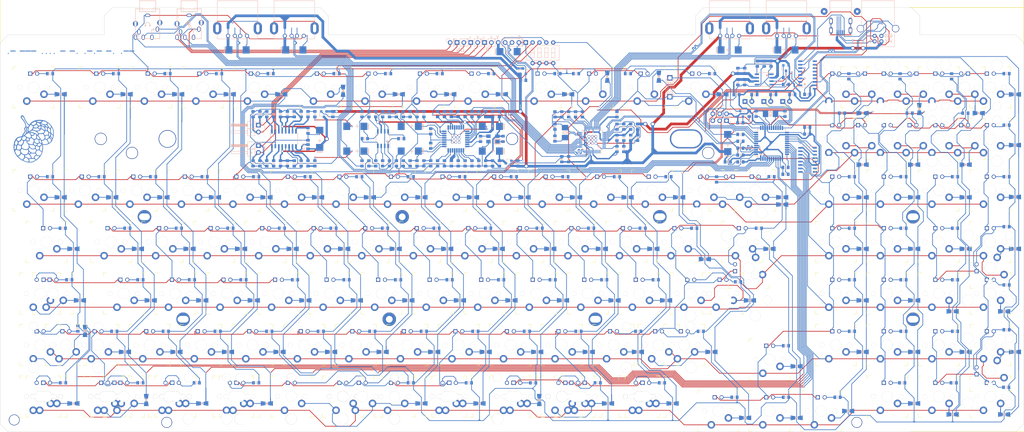
<source format=kicad_pcb>
(kicad_pcb (version 20171130) (host pcbnew "(5.1.12)-1")
  (layers (0 F.Cu signal) (31 B.Cu signal) (34 B.Paste user hide) (35 F.Paste user hide) (36 B.SilkS user hide) (37 F.SilkS user hide) (38 B.Mask user hide) (39 F.Mask user hide) (44 Edge.Cuts user))
  (net 0 "")
  (net 1 Earth)
  (net 2 "Net-(C3-Pad1)")
  (net 3 /KBVCC)
  (net 4 /V33)
  (net 5 /DC5V)
  (net 6 /V18)
  (net 7 /XRSTJ)
  (net 8 /USBVCC)
  (net 9 "Net-(DOWN2-Pad5)")
  (net 10 "Net-(DOWN5-Pad5)")
  (net 11 "Net-(DOWN6-Pad5)")
  (net 12 /HUBVCC)
  (net 13 /LEDN)
  (net 14 "Net-(LED1-Pad2)")
  (net 15 /LEDC)
  (net 16 "Net-(LED2-Pad2)")
  (net 17 /LEDS)
  (net 18 "Net-(LED3-Pad2)")
  (net 19 /DRV)
  (net 20 "Net-(LED5-Pad1)")
  (net 21 "Net-(LED6-Pad1)")
  (net 22 /KBBL)
  (net 23 /LED+)
  (net 24 "Net-(R3-Pad2)")
  (net 25 /KBRST)
  (net 26 /REXT)
  (net 27 /VBUSM)
  (net 28 /LED2)
  (net 29 /LED1)
  (net 30 /LED3)
  (net 31 /LED4)
  (net 32 /LED7)
  (net 33 /LED6)
  (net 34 /LED5)
  (net 35 /USBD+)
  (net 36 /USBD-)
  (net 37 /HUBUSBD-)
  (net 38 /HUBUSBD+)
  (net 39 /TESTJ)
  (net 40 "Net-(C29-Pad1)")
  (net 41 "Net-(C32-Pad1)")
  (net 42 "Net-(C33-Pad1)")
  (net 43 "Net-(C34-Pad1)")
  (net 44 "Net-(C35-Pad1)")
  (net 45 "Net-(C36-Pad1)")
  (net 46 "Net-(C37-Pad1)")
  (net 47 "Net-(C38-Pad1)")
  (net 48 "Net-(C39-Pad2)")
  (net 49 "Net-(C40-Pad1)")
  (net 50 "Net-(C41-Pad1)")
  (net 51 "Net-(C42-Pad1)")
  (net 52 "Net-(C43-Pad1)")
  (net 53 "Net-(C46-Pad1)")
  (net 54 "Net-(C47-Pad2)")
  (net 55 "Net-(C48-Pad2)")
  (net 56 "Net-(C49-Pad1)")
  (net 57 "Net-(C54-Pad1)")
  (net 58 "Net-(C55-Pad1)")
  (net 59 /PAINL)
  (net 60 "Net-(C56-Pad1)")
  (net 61 /PAINR)
  (net 62 "Net-(C57-Pad1)")
  (net 63 "Net-(FB1-Pad2)")
  (net 64 "Net-(FB2-Pad2)")
  (net 65 "Net-(FB3-Pad2)")
  (net 66 "Net-(FB4-Pad2)")
  (net 67 /SCREC)
  (net 68 /SCPLAY)
  (net 69 /SCDGND)
  (net 70 "Net-(R26-Pad2)")
  (net 71 "Net-(R27-Pad2)")
  (net 72 /PAMODE)
  (net 73 "Net-(U2-Pad42)")
  (net 74 "Net-(U3-Pad7)")
  (net 75 "Net-(U4-Pad44)")
  (net 76 "Net-(U5-Pad14)")
  (net 77 "Net-(U5-Pad29)")
  (net 78 "Net-(U5-Pad30)")
  (net 79 /PASHDN)
  (net 80 "Net-(KBD1-Pad1)")
  (net 81 "Net-(KBD2-Pad1)")
  (net 82 "Net-(KBD3-Pad1)")
  (net 83 "Net-(KBD4-Pad1)")
  (net 84 "Net-(KBD5-Pad1)")
  (net 85 "Net-(KBD6-Pad1)")
  (net 86 "Net-(KBD7-Pad1)")
  (net 87 "Net-(KBD8-Pad1)")
  (net 88 "Net-(KBD9-Pad1)")
  (net 89 "Net-(KBD10-Pad1)")
  (net 90 "Net-(KBD11-Pad1)")
  (net 91 "Net-(KBD12-Pad1)")
  (net 92 "Net-(KBD13-Pad1)")
  (net 93 "Net-(KBD14-Pad1)")
  (net 94 "Net-(KBD15-Pad1)")
  (net 95 "Net-(KBD16-Pad1)")
  (net 96 "Net-(KBD17-Pad1)")
  (net 97 "Net-(KBR1-Pad1)")
  (net 98 "Net-(KBR2-Pad1)")
  (net 99 "Net-(KBR3-Pad1)")
  (net 100 "Net-(KBR4-Pad1)")
  (net 101 "Net-(KBR5-Pad1)")
  (net 102 "Net-(KBR6-Pad1)")
  (net 103 "Net-(KBR7-Pad1)")
  (net 104 "Net-(KBR8-Pad1)")
  (net 105 "Net-(KBR9-Pad1)")
  (net 106 "Net-(KBR10-Pad1)")
  (net 107 "Net-(KBR11-Pad1)")
  (net 108 "Net-(KBR12-Pad1)")
  (net 109 "Net-(KBR13-Pad1)")
  (net 110 "Net-(KBR14-Pad1)")
  (net 111 "Net-(KBR15-Pad1)")
  (net 112 "Net-(KBR16-Pad1)")
  (net 113 "Net-(KBR17-Pad1)")
  (net 114 /HUBX+)
  (net 115 /HUBX-)
  (net 116 /DOWN4+)
  (net 117 /DOWN4-)
  (net 118 /DOWN7-)
  (net 119 /DOWN7+)
  (net 120 /3TO8IO1)
  (net 121 /3TO8IO2)
  (net 122 /3TO8IO3)
  (net 123 /KBX+)
  (net 124 /KBX-)
  (net 125 /SCX+)
  (net 126 /SCX-)
  (net 127 /DOWN3-)
  (net 128 /DOWN3+)
  (net 129 /DOWN2-)
  (net 130 /DOWN2+)
  (net 131 /DOWN1-)
  (net 132 /DOWN1+)
  (net 133 /DOWN5-)
  (net 134 /DOWN5+)
  (net 135 /DOWN6-)
  (net 136 /DOWN6+)
  (net 137 /KD+)
  (net 138 /KD-)
  (net 139 "Net-(KBD18-Pad1)")
  (net 140 "Net-(KBD19-Pad1)")
  (net 141 "Net-(KBD20-Pad1)")
  (net 142 "Net-(KBD21-Pad1)")
  (net 143 "Net-(KBD22-Pad1)")
  (net 144 "Net-(KBD23-Pad1)")
  (net 145 "Net-(KBD24-Pad1)")
  (net 146 "Net-(KBD25-Pad1)")
  (net 147 "Net-(KBD26-Pad1)")
  (net 148 "Net-(KBD27-Pad1)")
  (net 149 "Net-(KBD28-Pad1)")
  (net 150 "Net-(KBD29-Pad1)")
  (net 151 "Net-(KBD30-Pad1)")
  (net 152 "Net-(KBD31-Pad1)")
  (net 153 "Net-(KBD32-Pad1)")
  (net 154 "Net-(KBD33-Pad1)")
  (net 155 "Net-(KBD34-Pad1)")
  (net 156 "Net-(KBD35-Pad1)")
  (net 157 "Net-(KBD36-Pad1)")
  (net 158 "Net-(KBD37-Pad1)")
  (net 159 "Net-(KBD38-Pad1)")
  (net 160 "Net-(KBD39-Pad1)")
  (net 161 "Net-(KBD40-Pad1)")
  (net 162 "Net-(KBD41-Pad1)")
  (net 163 "Net-(KBD42-Pad1)")
  (net 164 "Net-(KBD43-Pad1)")
  (net 165 "Net-(KBD45-Pad1)")
  (net 166 "Net-(KBD46-Pad1)")
  (net 167 "Net-(KBD47-Pad1)")
  (net 168 "Net-(KBD48-Pad1)")
  (net 169 "Net-(KBD49-Pad1)")
  (net 170 "Net-(KBD50-Pad1)")
  (net 171 "Net-(KBD51-Pad1)")
  (net 172 "Net-(KBD52-Pad1)")
  (net 173 "Net-(KBD53-Pad1)")
  (net 174 "Net-(KBD54-Pad1)")
  (net 175 "Net-(KBD55-Pad1)")
  (net 176 "Net-(KBD56-Pad1)")
  (net 177 "Net-(KBD57-Pad1)")
  (net 178 "Net-(KBD58-Pad1)")
  (net 179 "Net-(KBD59-Pad1)")
  (net 180 "Net-(KBD60-Pad1)")
  (net 181 "Net-(KBD61-Pad1)")
  (net 182 "Net-(KBD62-Pad1)")
  (net 183 "Net-(KBD63-Pad1)")
  (net 184 "Net-(KBD64-Pad1)")
  (net 185 "Net-(KBD65-Pad1)")
  (net 186 "Net-(KBD66-Pad1)")
  (net 187 "Net-(KBD67-Pad1)")
  (net 188 "Net-(KBD68-Pad1)")
  (net 189 "Net-(KBD69-Pad1)")
  (net 190 "Net-(KBD70-Pad1)")
  (net 191 "Net-(KBD71-Pad1)")
  (net 192 "Net-(KBD72-Pad1)")
  (net 193 "Net-(KBD73-Pad1)")
  (net 194 "Net-(KBD74-Pad1)")
  (net 195 "Net-(KBD75-Pad1)")
  (net 196 "Net-(KBD76-Pad1)")
  (net 197 "Net-(KBD77-Pad1)")
  (net 198 "Net-(KBD78-Pad1)")
  (net 199 "Net-(KBD79-Pad1)")
  (net 200 "Net-(KBD80-Pad1)")
  (net 201 "Net-(KBD81-Pad1)")
  (net 202 "Net-(KBD82-Pad1)")
  (net 203 "Net-(KBD83-Pad1)")
  (net 204 "Net-(KBD84-Pad1)")
  (net 205 "Net-(KBD85-Pad1)")
  (net 206 "Net-(KBD86-Pad1)")
  (net 207 "Net-(KBD87-Pad1)")
  (net 208 "Net-(KBD88-Pad1)")
  (net 209 "Net-(KBD89-Pad1)")
  (net 210 "Net-(KBD90-Pad1)")
  (net 211 "Net-(KBD91-Pad1)")
  (net 212 "Net-(KBD92-Pad1)")
  (net 213 "Net-(KBD93-Pad1)")
  (net 214 "Net-(KBD94-Pad1)")
  (net 215 "Net-(KBD95-Pad1)")
  (net 216 "Net-(KBD96-Pad1)")
  (net 217 "Net-(KBD97-Pad1)")
  (net 218 "Net-(KBD98-Pad1)")
  (net 219 "Net-(KBD99-Pad1)")
  (net 220 "Net-(KBD100-Pad1)")
  (net 221 "Net-(KBD101-Pad1)")
  (net 222 "Net-(KBD102-Pad1)")
  (net 223 "Net-(KBD103-Pad1)")
  (net 224 "Net-(KBD104-Pad1)")
  (net 225 "Net-(KBD105-Pad1)")
  (net 226 "Net-(KBD106-Pad1)")
  (net 227 "Net-(KBD107-Pad1)")
  (net 228 "Net-(KBD108-Pad1)")
  (net 229 "Net-(KBR18-Pad1)")
  (net 230 "Net-(KBR19-Pad1)")
  (net 231 "Net-(KBR20-Pad1)")
  (net 232 "Net-(KBR21-Pad1)")
  (net 233 "Net-(KBR22-Pad1)")
  (net 234 "Net-(KBR23-Pad1)")
  (net 235 "Net-(KBR24-Pad1)")
  (net 236 "Net-(KBR25-Pad1)")
  (net 237 "Net-(KBR26-Pad1)")
  (net 238 "Net-(KBR27-Pad1)")
  (net 239 "Net-(KBR28-Pad1)")
  (net 240 "Net-(KBR29-Pad1)")
  (net 241 "Net-(KBR30-Pad1)")
  (net 242 "Net-(KBR31-Pad1)")
  (net 243 "Net-(KBR32-Pad1)")
  (net 244 "Net-(KBR33-Pad1)")
  (net 245 "Net-(KBR34-Pad1)")
  (net 246 "Net-(KBR35-Pad1)")
  (net 247 "Net-(KBR36-Pad1)")
  (net 248 "Net-(KBR37-Pad1)")
  (net 249 "Net-(KBR38-Pad1)")
  (net 250 "Net-(KBR39-Pad1)")
  (net 251 "Net-(KBR40-Pad1)")
  (net 252 "Net-(KBR41-Pad1)")
  (net 253 "Net-(KBR42-Pad1)")
  (net 254 "Net-(KBR43-Pad1)")
  (net 255 "Net-(KBR45-Pad1)")
  (net 256 "Net-(KBR46-Pad1)")
  (net 257 "Net-(KBR47-Pad1)")
  (net 258 "Net-(KBR48-Pad1)")
  (net 259 "Net-(KBR49-Pad1)")
  (net 260 "Net-(KBR50-Pad1)")
  (net 261 "Net-(KBR51-Pad1)")
  (net 262 "Net-(KBR52-Pad1)")
  (net 263 "Net-(KBR53-Pad1)")
  (net 264 "Net-(KBR54-Pad1)")
  (net 265 "Net-(KBR55-Pad1)")
  (net 266 "Net-(KBR56-Pad1)")
  (net 267 "Net-(KBR57-Pad1)")
  (net 268 "Net-(KBR58-Pad1)")
  (net 269 "Net-(KBR59-Pad1)")
  (net 270 "Net-(KBR60-Pad1)")
  (net 271 "Net-(KBR61-Pad1)")
  (net 272 "Net-(KBR62-Pad1)")
  (net 273 "Net-(KBR63-Pad1)")
  (net 274 "Net-(KBR64-Pad1)")
  (net 275 "Net-(KBR65-Pad1)")
  (net 276 "Net-(KBR66-Pad1)")
  (net 277 "Net-(KBR67-Pad1)")
  (net 278 "Net-(KBR68-Pad1)")
  (net 279 "Net-(KBR69-Pad1)")
  (net 280 "Net-(KBR70-Pad1)")
  (net 281 "Net-(KBR71-Pad1)")
  (net 282 "Net-(KBR72-Pad1)")
  (net 283 "Net-(KBR73-Pad1)")
  (net 284 "Net-(KBR74-Pad1)")
  (net 285 "Net-(KBR75-Pad1)")
  (net 286 "Net-(KBR76-Pad1)")
  (net 287 "Net-(KBR77-Pad1)")
  (net 288 "Net-(KBR78-Pad1)")
  (net 289 "Net-(KBR79-Pad1)")
  (net 290 "Net-(KBR80-Pad1)")
  (net 291 "Net-(KBR81-Pad1)")
  (net 292 "Net-(KBR82-Pad1)")
  (net 293 "Net-(KBR83-Pad1)")
  (net 294 "Net-(KBR84-Pad1)")
  (net 295 "Net-(KBR85-Pad1)")
  (net 296 "Net-(KBR86-Pad1)")
  (net 297 "Net-(KBR87-Pad1)")
  (net 298 "Net-(KBR88-Pad1)")
  (net 299 "Net-(KBR89-Pad1)")
  (net 300 "Net-(KBR90-Pad1)")
  (net 301 "Net-(KBR91-Pad1)")
  (net 302 "Net-(KBR92-Pad1)")
  (net 303 "Net-(KBR93-Pad1)")
  (net 304 "Net-(KBR94-Pad1)")
  (net 305 "Net-(KBR95-Pad1)")
  (net 306 "Net-(KBR96-Pad1)")
  (net 307 "Net-(KBR97-Pad1)")
  (net 308 "Net-(KBR98-Pad1)")
  (net 309 "Net-(KBR99-Pad1)")
  (net 310 "Net-(KBR100-Pad1)")
  (net 311 "Net-(KBR101-Pad1)")
  (net 312 "Net-(KBR102-Pad1)")
  (net 313 "Net-(KBR103-Pad1)")
  (net 314 "Net-(KBR104-Pad1)")
  (net 315 "Net-(KBR105-Pad1)")
  (net 316 "Net-(KBR106-Pad1)")
  (net 317 "Net-(KBR107-Pad1)")
  (net 318 "Net-(KBR108-Pad1)")
  (net 319 /COL1)
  (net 320 /COL2)
  (net 321 /COL3)
  (net 322 /COL4)
  (net 323 /COL5)
  (net 324 /COL6)
  (net 325 /COL7)
  (net 326 /COL8)
  (net 327 /COL9)
  (net 328 /COL10)
  (net 329 /COL11)
  (net 330 /COL12)
  (net 331 /COL13)
  (net 332 /COL15)
  (net 333 /COL16)
  (net 334 /COL17)
  (net 335 /COL18)
  (net 336 /COL14)
  (net 337 /ROW1)
  (net 338 /ROW3)
  (net 339 /ROW2)
  (net 340 /ROW5)
  (net 341 /ROW6)
  (net 342 /ROW7)
  (net 343 /ROW4)
  (net 344 /SCD-)
  (net 345 /SCD+)
  (net 346 "Net-(HOLE2-Pad0)")
  (net 347 "Net-(HOLE6-Pad0)")
  (net 348 "Net-(HOLE7-Pad0)")
  (net 349 "Net-(HOLE8-Pad0)")
  (net 350 "Net-(HOLE9-Pad0)")
  (net 351 /MICVIN)
  (net 352 "Net-(HEADPHONE1-PadL2)")
  (net 353 "Net-(MICROPHONE1-PadL2)")
  (net 354 /MICMBIAS)
  (net 355 /SCVCC2)
  (net 356 "Net-(C60-Pad1)")
  (net 357 "Net-(C61-Pad2)")
  (net 358 "Net-(C62-Pad2)")
  (net 359 "Net-(C63-Pad2)")
  (net 360 "Net-(C64-Pad1)")
  (net 361 "Net-(C66-Pad1)")
  (net 362 "Net-(C67-Pad1)")
  (net 363 "Net-(R31-Pad1)")
  (net 364 "Net-(R32-Pad1)")
  (net 365 /SCOUTL)
  (net 366 /SCOUTR)
  (net 367 "Net-(R39-Pad1)")
  (net 368 "Net-(R40-Pad1)")
  (net 369 "Net-(HOLE3-Pad0)")
  (net 370 "Net-(HOLE4-Pad0)")
  (net 371 "Net-(HOLE5-Pad0)")
  (net 372 "Net-(USB2-Pad5)")
  (net 373 "Net-(HOLE1_2-Pad0)")
  (net 374 /EN1)
  (net 375 /EN2)
  (net 376 "Net-(R45-Pad2)")
  (net 377 "Net-(R46-Pad1)")
  (net 378 "Net-(DOWN3-Pad5)")
  (net 379 /DOWN1_DC5V)
  (net 380 /PAMUTE)
  (net 381 "Net-(USB3-Pad6)")
  (net 382 "Net-(USB3-Pad4)")
  (net 383 /DOWN_1_ON)
  (net 384 /PA_ON)
  (net 385 /SC_ON)
  (net 386 /SCVCC)
  (net 387 "Net-(KBD44-Pad1)")
  (net 388 "Net-(KBR44-Pad1)")
  (net 389 "Net-(U1-Pad9)")
  (net 390 "Net-(U1-Pad10)")
  (net 391 "Net-(U1-Pad11)")
  (net 392 "Net-(U1-Pad12)")
  (net 393 "Net-(U1-Pad13)")
  (net 394 "Net-(U1-Pad14)")
  (net 395 "Net-(C70-Pad1)")
  (net 396 "Net-(J2-Pad1)")
  (net 397 "Net-(J2-Pad2)")
  (net 398 "Net-(Y4-Pad1)")
  (net 399 "Net-(R48-Pad2)")
  (module 1800:R_0805 (layer B.Cu) (at 208.216 160.522 90)
    (fp_text reference REF**_31 hide)
    (fp_text value R_0805 hide)
    (pad 1 smd rect (at -1 0 90) (size 1 1.25) (layers B.Cu B.Paste B.Mask) (net 398 "Net-(Y4-Pad1)"))
    (pad 2 smd rect (at 1 0 90) (size 1 1.25) (layers B.Cu B.Paste B.Mask) (net 355 /SCVCC2))
  )
  (module 1800:R_0805 (layer B.Cu) (at 204.343 151.384 90)
    (fp_text reference R24 hide)
    (fp_text value 0R)
    (pad 1 smd rect (at -1 0 90) (size 1 1.25) (layers B.Cu B.Paste B.Mask) (net 69 /SCDGND))
    (pad 2 smd rect (at 1 0 90) (size 1 1.25) (layers B.Cu B.Paste B.Mask) (net 1 Earth))
  )
  (module Wire_Pads:SolderWirePad_single_1mmDrill (layer B.Cu) (at 322.453 142.113 180)
    (fp_text reference REF**_30 hide)
    (fp_text value SolderWirePad_single_1mmDrill hide)
    (pad 1 smd rect (at -1.0058 0.127 180) (size 1.5 0.6) (layers B.Cu B.Paste B.Mask) (net 3 /KBVCC))
  )
  (module 1800:Tantalum_D_7343 (layer B.Cu) (at 110.077 127.635)
    (fp_text reference C24 hide)
    (fp_text value 100uF)
    (pad 1 smd rect (at -3.175 0) (size 2.55 2.7) (layers B.Cu B.Paste B.Mask) (net 5 /DC5V))
    (pad 2 smd rect (at 3.175 0) (size 2.55 2.7) (layers B.Cu B.Paste B.Mask) (net 1 Earth))
  )
  (module 1800:MX1-X-led (layer F.Cu) (at 178.783 141.472)
    (fp_text reference MX_F7_1 hide)
    (fp_text value CherryMX)
    (pad 2 thru_hole circle (at -2.54 5.08) (size 2.794 2.794) (drill 1.651) (layers *.Cu *.Mask) (net 337 /ROW1))
    (pad 1 thru_hole circle (at 3.81 2.54) (size 2.794 2.794) (drill 1.651) (layers *.Cu *.Mask) (net 87 "Net-(KBD8-Pad1)"))
    (pad 3 thru_hole circle (at 1.27 -5.08) (size 1.524 1.524) (drill 1.016) (layers *.Cu *.Mask) (net 104 "Net-(KBR8-Pad1)"))
    (pad 4 thru_hole rect (at -1.27 -5.08) (size 1.524 1.524) (drill 1.016) (layers *.Cu *.Mask) (net 1 Earth))
    (pad "" np_thru_hole circle (at 0 0) (size 3.9878 3.9878) (drill 3.9878) (layers *.Cu))
    (pad "" np_thru_hole circle (at 5.08 0) (size 1.7018 1.7018) (drill 1.7018) (layers *.Cu))
    (pad "" np_thru_hole circle (at -5.08 0) (size 1.7018 1.7018) (drill 1.7018) (layers *.Cu))
  )
  (module 1800:MX_FRAME_6X (layer F.Cu) (at 168.068 255.771)
    (fp_text reference MX_FRAME_SPC_4 hide)
    (fp_text value MX_FRAME_HOLE)
    (pad "" np_thru_hole circle (at 38.176 -6.985) (size 3.048 3.048) (drill 3.048) (layers *.Cu))
    (pad "" np_thru_hole circle (at 38.176 8.255) (size 3.9878 3.9878) (drill 3.9878) (layers *.Cu))
    (pad "" np_thru_hole circle (at -56.947 8.255) (size 3.9878 3.9878) (drill 3.9878) (layers *.Cu))
    (pad "" np_thru_hole circle (at -56.947 -6.985) (size 3.048 3.048) (drill 3.048) (layers *.Cu))
  )
  (module 1800:MX_FRAME_7X (layer F.Cu) (at 149.016 255.771)
    (fp_text reference MX_FRAME_SPC_6 hide)
    (fp_text value MX_FRAME_HOLE)
    (pad "" np_thru_hole circle (at 57.15 -6.985) (size 3.048 3.048) (drill 3.048) (layers *.Cu))
    (pad "" np_thru_hole circle (at 57.15 8.255) (size 3.9878 3.9878) (drill 3.9878) (layers *.Cu))
    (pad "" np_thru_hole circle (at -57.15 8.255) (size 3.9878 3.9878) (drill 3.9878) (layers *.Cu))
    (pad "" np_thru_hole circle (at -57.15 -6.985) (size 3.048 3.048) (drill 3.048) (layers *.Cu))
  )
  (module 1800:MX_FRAME_6.25X (layer F.Cu) (at 156.161 255.771)
    (fp_text reference MX_FRAME_SPC_5 hide)
    (fp_text value MX_FRAME_HOLE)
    (pad "" np_thru_hole circle (at 50.05 -6.985) (size 3.048 3.048) (drill 3.048) (layers *.Cu))
    (pad "" np_thru_hole circle (at 50.05 8.255) (size 3.9878 3.9878) (drill 3.9878) (layers *.Cu))
    (pad "" np_thru_hole circle (at -50.05 8.255) (size 3.9878 3.9878) (drill 3.9878) (layers *.Cu))
    (pad "" np_thru_hole circle (at -50.05 -6.985) (size 3.048 3.048) (drill 3.048) (layers *.Cu))
  )
  (module Wire_Pads:SolderWirePad_single_1mmDrill (layer F.Cu) (at 192.024 161.734)
    (fp_text reference REF**_29 hide)
    (fp_text value SolderWirePad_single_1mmDrill)
    (pad 1 thru_hole circle (at 0 0.057242) (size 1 1) (drill 0.8) (layers *.Cu) (net 1 Earth))
  )
  (module Wire_Pads:SolderWirePad_single_1mmDrill (layer F.Cu) (at 190.754 161.798)
    (fp_text reference REF**_28 hide)
    (fp_text value SolderWirePad_single_1mmDrill)
    (pad 1 thru_hole circle (at 0 -0.006258) (size 1 1) (drill 0.8) (layers *.Cu) (net 1 Earth))
  )
  (module Wire_Pads:SolderWirePad_single_1mmDrill (layer F.Cu) (at 189.802 161.734)
    (fp_text reference REF**_27 hide)
    (fp_text value SolderWirePad_single_1mmDrill)
    (pad 1 thru_hole circle (at -0.3175 0.057242) (size 1 1) (drill 0.8) (layers *.Cu) (net 1 Earth))
  )
  (module Wire_Pads:SolderWirePad_single_1mmDrill (layer F.Cu) (at 189.484 160.528)
    (fp_text reference REF**_26 hide)
    (fp_text value SolderWirePad_single_1mmDrill)
    (pad 1 thru_hole circle (at 0 -0.006258) (size 1 1) (drill 0.8) (layers *.Cu) (net 1 Earth))
  )
  (module Wire_Pads:SolderWirePad_single_1mmDrill (layer F.Cu) (at 190.754 160.496)
    (fp_text reference REF**_25 hide)
    (fp_text value SolderWirePad_single_1mmDrill)
    (pad 1 thru_hole circle (at 0 0.025242) (size 1 1) (drill 0.8) (layers *.Cu) (net 1 Earth))
  )
  (module Wire_Pads:SolderWirePad_single_1mmDrill (layer F.Cu) (at 192.024 160.464)
    (fp_text reference REF**_24 hide)
    (fp_text value SolderWirePad_single_1mmDrill)
    (pad 1 thru_hole circle (at 0 0.057242) (size 1 1) (drill 0.8) (layers *.Cu) (net 1 Earth))
  )
  (module Wire_Pads:SolderWirePad_single_1mmDrill (layer F.Cu) (at 192.024 159.226)
    (fp_text reference REF**_23 hide)
    (fp_text value SolderWirePad_single_1mmDrill)
    (pad 1 thru_hole circle (at 0 0.025242) (size 1 1) (drill 0.8) (layers *.Cu) (net 1 Earth))
  )
  (module Wire_Pads:SolderWirePad_single_1mmDrill (layer F.Cu) (at 190.754 159.226)
    (fp_text reference REF**_22 hide)
    (fp_text value SolderWirePad_single_1mmDrill)
    (pad 1 thru_hole circle (at 0 0.025242) (size 1 1) (drill 0.8) (layers *.Cu) (net 1 Earth))
  )
  (module Wire_Pads:SolderWirePad_single_1mmDrill (layer F.Cu) (at 189.484 159.252)
    (fp_text reference REF**_21 hide)
    (fp_text value SolderWirePad_single_1mmDrill)
    (pad 1 thru_hole circle (at 0 0) (size 1 1) (drill 0.8) (layers *.Cu) (net 1 Earth))
  )
  (module 1800:R_0805 (layer B.Cu) (at 394.335 155.442)
    (fp_text reference KBR22 hide)
    (fp_text value 330R)
    (pad 1 smd rect (at -1 0) (size 1 1.25) (layers B.Cu B.Paste B.Mask) (net 233 "Net-(KBR22-Pad1)"))
    (pad 2 smd rect (at 1 0) (size 1 1.25) (layers B.Cu B.Paste B.Mask) (net 23 /LED+))
  )
  (module Pin_Headers:Pin_Header_Straight_1x04_Pitch2.54mm (layer B.Cu) (at 206.445 124.904 270)
    (fp_text reference DOWN1 hide)
    (fp_text value CONN_01X04 hide)
    (pad 1 thru_hole circle (at 0 0 270) (size 1.7 1.7) (drill 1) (layers *.Cu *.Mask) (net 379 /DOWN1_DC5V))
    (pad 2 thru_hole oval (at 0 -2.54 270) (size 1.7 1.7) (drill 1) (layers *.Cu *.Mask) (net 131 /DOWN1-))
    (pad 3 thru_hole oval (at 0 -5.08 270) (size 1.7 1.7) (drill 1) (layers *.Cu *.Mask) (net 132 /DOWN1+))
    (pad 4 thru_hole oval (at 0 -7.62 270) (size 1.7 1.7) (drill 1) (layers *.Cu *.Mask) (net 1 Earth))
  )
  (module 1800:C_0805 (layer B.Cu) (at 250.317 156.02 90)
    (fp_text reference C12 hide)
    (fp_text value 0.1uF)
    (pad 1 smd rect (at -1 0 90) (size 1 1.25) (layers B.Cu B.Paste B.Mask) (net 7 /XRSTJ))
    (pad 2 smd rect (at 1 0 90) (size 1 1.25) (layers B.Cu B.Paste B.Mask) (net 1 Earth))
  )
  (module 1800:LED_D3.0mm (layer F.Cu) (at 298.909 146.679)
    (fp_text reference LED1 hide)
    (fp_text value LED)
    (pad 1 thru_hole rect (at -1.27 0) (size 1.8 1.8) (drill 0.9) (layers *.Cu *.Mask) (net 13 /LEDN))
    (pad 2 thru_hole circle (at 1.27 0) (size 1.8 1.8) (drill 0.9) (layers *.Cu *.Mask) (net 14 "Net-(LED1-Pad2)"))
  )
  (module 1800:LED_D3.0mm (layer F.Cu) (at 305.894 146.679)
    (fp_text reference LED2 hide)
    (fp_text value LED)
    (pad 1 thru_hole rect (at -1.27 0) (size 1.8 1.8) (drill 0.9) (layers *.Cu *.Mask) (net 15 /LEDC))
    (pad 2 thru_hole circle (at 1.27 0) (size 1.8 1.8) (drill 0.9) (layers *.Cu *.Mask) (net 16 "Net-(LED2-Pad2)"))
  )
  (module 1800:LED_D3.0mm (layer F.Cu) (at 312.879 146.679)
    (fp_text reference LED3 hide)
    (fp_text value LED)
    (pad 1 thru_hole rect (at -1.27 0) (size 1.8 1.8) (drill 0.9) (layers *.Cu *.Mask) (net 17 /LEDS))
    (pad 2 thru_hole circle (at 1.27 0) (size 1.8 1.8) (drill 0.9) (layers *.Cu *.Mask) (net 18 "Net-(LED3-Pad2)"))
  )
  (module 1800:Pin_Header_Straight_2x03_Pitch2.54mm (layer B.Cu) (at 290.83 153.797 90)
    (fp_text reference KB_ICSP1 hide)
    (fp_text value AVR-ISP-6)
    (pad 1 thru_hole rect (at 0 0 90) (size 1.7 1.7) (drill 1) (layers *.Cu *.Mask) (net 333 /COL16))
    (pad 2 thru_hole oval (at 2.54 0 90) (size 1.7 1.7) (drill 1) (layers *.Cu *.Mask) (net 3 /KBVCC))
    (pad 3 thru_hole oval (at 0 -2.54 90) (size 1.7 1.7) (drill 1) (layers *.Cu *.Mask) (net 331 /COL13))
    (pad 4 thru_hole oval (at 2.54 -2.54 90) (size 1.7 1.7) (drill 1) (layers *.Cu *.Mask) (net 332 /COL15))
    (pad 5 thru_hole oval (at 0 -5.08 90) (size 1.7 1.7) (drill 1) (layers *.Cu *.Mask) (net 25 /KBRST))
    (pad 6 thru_hole oval (at 2.54 -5.08 90) (size 1.7 1.7) (drill 1) (layers *.Cu *.Mask) (net 1 Earth))
  )
  (module 1800:JUMP3_0805_Hand (layer B.Cu) (at 136.119 162.624 270)
    (fp_text reference J1 hide)
    (fp_text value JUMP3 hide)
    (fp_text user "1 2 3" (at 0 1.6256 270) (layer B.SilkS) (effects (font (size 0.8 0.9)) (justify mirror)))
    (pad 1 smd rect (at -1.6 0 270) (size 1 1.3) (layers B.Cu B.Mask) (net 1 Earth))
    (pad 3 smd rect (at 1.6 0 270) (size 1 1.3) (layers B.Cu B.Mask) (net 380 /PAMUTE))
    (pad 2 smd rect (at 0 0 270) (size 1 1.3) (layers B.Cu B.Mask) (net 72 /PAMODE))
  )
  (module Pin_Headers:Pin_Header_Angled_1x02_Pitch2.54mm (layer B.Cu) (at 117.792 155.448 180)
    (fp_text reference SP1 hide)
    (fp_text value Speaker)
    (pad 1 thru_hole rect (at 0 0 180) (size 1.7 1.7) (drill 1) (layers *.Cu *.Mask) (net 54 "Net-(C47-Pad2)"))
    (pad 2 thru_hole oval (at 0 -2.54 180) (size 1.7 1.7) (drill 1) (layers *.Cu *.Mask) (net 53 "Net-(C46-Pad1)"))
  )
  (module Pin_Headers:Pin_Header_Angled_1x02_Pitch2.54mm (layer B.Cu) (at 117.792 163.004 180)
    (fp_text reference SP2 hide)
    (fp_text value Speaker)
    (pad 1 thru_hole rect (at 0 0 180) (size 1.7 1.7) (drill 1) (layers *.Cu *.Mask) (net 56 "Net-(C49-Pad1)"))
    (pad 2 thru_hole oval (at 0 -2.54 180) (size 1.7 1.7) (drill 1) (layers *.Cu *.Mask) (net 55 "Net-(C48-Pad2)"))
  )
  (module 1800:HOLE_4mm (layer F.Cu) (at 71.0584 165.729)
    (fp_text reference HOLE2 hide)
    (fp_text value HOLE)
    (pad 0 thru_hole circle (at 0 0) (size 4.5 4.5) (drill 4) (layers *.Cu) (net 346 "Net-(HOLE2-Pad0)"))
  )
  (module 1800:HOLE_6mm (layer F.Cu) (at 84.1676 160.522)
    (fp_text reference HOLE3 hide)
    (fp_text value HOLE)
    (pad 0 thru_hole circle (at 0 0) (size 6.5 6.5) (drill 6) (layers *.Cu) (net 369 "Net-(HOLE3-Pad0)"))
  )
  (module 1800:HOLE_4mm (layer F.Cu) (at 211.559 160.522)
    (fp_text reference HOLE4 hide)
    (fp_text value HOLE)
    (pad 0 thru_hole circle (at 0 0) (size 4.5 4.5) (drill 4) (layers *.Cu) (net 370 "Net-(HOLE4-Pad0)"))
  )
  (module 1800:HOLE_6X11MM (layer F.Cu) (at 275.888 160.521)
    (fp_text reference HOLE5 hide)
    (fp_text value HOLE)
    (pad 0 thru_hole oval (at 0 0) (size 12 7) (drill oval 11 6) (layers *.Cu) (net 371 "Net-(HOLE5-Pad0)"))
  )
  (module 1800:HOLE_4mm (layer F.Cu) (at 284.038 165.729)
    (fp_text reference HOLE6 hide)
    (fp_text value HOLE)
    (pad 0 thru_hole circle (at 0 0) (size 4.5 4.5) (drill 4) (layers *.Cu) (net 347 "Net-(HOLE6-Pad0)"))
  )
  (module 1800:HOLE_3.5mm (layer F.Cu) (at 338.991 265.309)
    (fp_text reference HOLE7 hide)
    (fp_text value HOLE)
    (pad 0 thru_hole circle (at 0 0) (size 4 4) (drill 3.5) (layers *.Cu) (net 348 "Net-(HOLE7-Pad0)"))
  )
  (module 1800:HOLE_3.5mm (layer F.Cu) (at 83.912 265.309)
    (fp_text reference HOLE8 hide)
    (fp_text value HOLE)
    (pad 0 thru_hole circle (at 0 0) (size 4 4) (drill 3.5) (layers *.Cu) (net 349 "Net-(HOLE8-Pad0)"))
  )
  (module 1800:HOLE_3.5mm (layer F.Cu) (at 27.5217 264.411)
    (fp_text reference HOLE9 hide)
    (fp_text value HOLE)
    (pad 0 thru_hole circle (at 0 0) (size 4 4) (drill 3.5) (layers *.Cu) (net 350 "Net-(HOLE9-Pad0)"))
  )
  (module 1800:HOLE_4mm (layer F.Cu) (at 59.5145 160.522)
    (fp_text reference HOLE1_2 hide)
    (fp_text value HOLE)
    (pad 0 thru_hole circle (at 0 0) (size 4.5 4.5) (drill 4) (layers *.Cu) (net 373 "Net-(HOLE1_2-Pad0)"))
  )
  (module 1800:USB_B (layer B.Cu) (at 346.814 124.461)
    (fp_text reference USB2 hide)
    (fp_text value USB_B)
    (fp_text user GND (at 3.8608 -2.032) (layer B.SilkS) (effects (justify mirror)))
    (fp_text user D+ (at -3.4544 -1.9812) (layer B.SilkS) (effects (justify mirror)))
    (fp_text user D- (at -3.4544 0.0508) (layer B.SilkS) (effects (justify mirror)))
    (fp_text user VCC (at 3.8608 0 180) (layer B.SilkS) (effects (justify mirror)))
    (pad 2 thru_hole circle (at -1.25 0 180) (size 1.52 1.52) (drill 0.81) (layers *.Cu *.Mask) (net 36 /USBD-))
    (pad 1 thru_hole circle (at 1.25 0 180) (size 1.52 1.52) (drill 0.81) (layers *.Cu *.Mask) (net 8 /USBVCC))
    (pad 4 thru_hole circle (at 1.25 -2 180) (size 1.52 1.52) (drill 0.81) (layers *.Cu *.Mask) (net 1 Earth))
    (pad 3 thru_hole circle (at -1.25 -2 180) (size 1.52 1.52) (drill 0.81) (layers *.Cu *.Mask) (net 35 /USBD+))
    (pad 5 thru_hole circle (at -6.5 -4.7 180) (size 2.7 2.7) (drill 2.3) (layers *.Cu *.Mask) (net 372 "Net-(USB2-Pad5)"))
    (pad 5 thru_hole circle (at 6.5 -4.7 180) (size 2.7 2.7) (drill 2.3) (layers *.Cu *.Mask) (net 372 "Net-(USB2-Pad5)"))
  )
  (module 1800:USB_A (layer B.Cu) (at 312.967 122.434)
    (fp_text reference DOWN6 hide)
    (fp_text value USB_A hide)
    (pad 4 thru_hole circle (at 3.5 0 90) (size 1.5 1.5) (drill 1) (layers *.Cu *.Mask) (net 1 Earth))
    (pad 3 thru_hole circle (at 1 0 90) (size 1.5 1.5) (drill 1) (layers *.Cu *.Mask) (net 136 /DOWN6+))
    (pad 2 thru_hole circle (at -1 0 90) (size 1.5 1.5) (drill 1) (layers *.Cu *.Mask) (net 135 /DOWN6-))
    (pad 1 thru_hole circle (at -3.5 0 90) (size 1.5 1.5) (drill 1) (layers *.Cu *.Mask) (net 5 /DC5V))
    (pad 5 thru_hole oval (at 7.5 -2.8 90) (size 4.5 3) (drill oval 3 1.2) (layers *.Cu *.Mask) (net 11 "Net-(DOWN6-Pad5)"))
    (pad 5 thru_hole oval (at -7.5 -2.8 90) (size 4.5 3) (drill oval 3 1.2) (layers *.Cu *.Mask) (net 11 "Net-(DOWN6-Pad5)"))
  )
  (module 1800:USB_A (layer B.Cu) (at 291.969 122.434)
    (fp_text reference DOWN5 hide)
    (fp_text value USB_A hide)
    (pad 4 thru_hole circle (at 3.5 0 90) (size 1.5 1.5) (drill 1) (layers *.Cu *.Mask) (net 1 Earth))
    (pad 3 thru_hole circle (at 1 0 90) (size 1.5 1.5) (drill 1) (layers *.Cu *.Mask) (net 134 /DOWN5+))
    (pad 2 thru_hole circle (at -1 0 90) (size 1.5 1.5) (drill 1) (layers *.Cu *.Mask) (net 133 /DOWN5-))
    (pad 1 thru_hole circle (at -3.5 0 90) (size 1.5 1.5) (drill 1) (layers *.Cu *.Mask) (net 5 /DC5V))
    (pad 5 thru_hole oval (at 7.5 -2.8 90) (size 4.5 3) (drill oval 3 1.2) (layers *.Cu *.Mask) (net 10 "Net-(DOWN5-Pad5)"))
    (pad 5 thru_hole oval (at -7.5 -2.8 90) (size 4.5 3) (drill oval 3 1.2) (layers *.Cu *.Mask) (net 10 "Net-(DOWN5-Pad5)"))
  )
  (module 1800:USB_A (layer B.Cu) (at 131.06 122.434)
    (fp_text reference DOWN2 hide)
    (fp_text value USB_A hide)
    (pad 4 thru_hole circle (at 3.5 0 90) (size 1.5 1.5) (drill 1) (layers *.Cu *.Mask) (net 1 Earth))
    (pad 3 thru_hole circle (at 1 0 90) (size 1.5 1.5) (drill 1) (layers *.Cu *.Mask) (net 130 /DOWN2+))
    (pad 2 thru_hole circle (at -1 0 90) (size 1.5 1.5) (drill 1) (layers *.Cu *.Mask) (net 129 /DOWN2-))
    (pad 1 thru_hole circle (at -3.5 0 90) (size 1.5 1.5) (drill 1) (layers *.Cu *.Mask) (net 5 /DC5V))
    (pad 5 thru_hole oval (at 7.5 -2.8 90) (size 4.5 3) (drill oval 3 1.2) (layers *.Cu *.Mask) (net 9 "Net-(DOWN2-Pad5)"))
    (pad 5 thru_hole oval (at -7.5 -2.8 90) (size 4.5 3) (drill oval 3 1.2) (layers *.Cu *.Mask) (net 9 "Net-(DOWN2-Pad5)"))
  )
  (module 1800:SWITCH-3X6X2.5_SMD+ (layer B.Cu) (at 269.875 141.472 270)
    (fp_text reference SW2 hide)
    (fp_text value SWITCH hide)
    (pad 1 thru_hole rect (at -3.5 0 270) (size 2 2) (drill 1.3) (layers *.Cu *.Mask) (net 25 /KBRST))
    (pad 2 thru_hole rect (at 3.5 0 270) (size 2 2) (drill 1.3) (layers *.Cu *.Mask) (net 1 Earth))
  )
  (module 1800:SOIC-16_3.9x9.9mm_Pitch1.27mm (layer B.Cu) (at 320.759 168.275 180)
    (fp_text reference U3 hide)
    (fp_text value 74HC138)
    (pad 1 smd rect (at -2.7 4.445 180) (size 1.5 0.6) (layers B.Cu B.Paste B.Mask) (net 120 /3TO8IO1))
    (pad 2 smd rect (at -2.7 3.175 180) (size 1.5 0.6) (layers B.Cu B.Paste B.Mask) (net 121 /3TO8IO2))
    (pad 3 smd rect (at -2.7 1.905 180) (size 1.5 0.6) (layers B.Cu B.Paste B.Mask) (net 122 /3TO8IO3))
    (pad 4 smd rect (at -2.7 0.635 180) (size 1.5 0.6) (layers B.Cu B.Paste B.Mask) (net 1 Earth))
    (pad 5 smd rect (at -2.7 -0.635 180) (size 1.5 0.6) (layers B.Cu B.Paste B.Mask) (net 1 Earth))
    (pad 6 smd rect (at -2.7 -1.905 180) (size 1.5 0.6) (layers B.Cu B.Paste B.Mask) (net 3 /KBVCC))
    (pad 7 smd rect (at -2.7 -3.175 180) (size 1.5 0.6) (layers B.Cu B.Paste B.Mask) (net 74 "Net-(U3-Pad7)"))
    (pad 8 smd rect (at -2.7 -4.445 180) (size 1.5 0.6) (layers B.Cu B.Paste B.Mask) (net 1 Earth))
    (pad 9 smd rect (at 2.7 -4.445 180) (size 1.5 0.6) (layers B.Cu B.Paste B.Mask) (net 342 /ROW7))
    (pad 10 smd rect (at 2.7 -3.175 180) (size 1.5 0.6) (layers B.Cu B.Paste B.Mask) (net 341 /ROW6))
    (pad 11 smd rect (at 2.7 -1.905 180) (size 1.5 0.6) (layers B.Cu B.Paste B.Mask) (net 340 /ROW5))
    (pad 12 smd rect (at 2.7 -0.635 180) (size 1.5 0.6) (layers B.Cu B.Paste B.Mask) (net 343 /ROW4))
    (pad 13 smd rect (at 2.7 0.635 180) (size 1.5 0.6) (layers B.Cu B.Paste B.Mask) (net 338 /ROW3))
    (pad 14 smd rect (at 2.7 1.905 180) (size 1.5 0.6) (layers B.Cu B.Paste B.Mask) (net 339 /ROW2))
    (pad 15 smd rect (at 2.7 3.175 180) (size 1.5 0.6) (layers B.Cu B.Paste B.Mask) (net 337 /ROW1))
    (pad 16 smd rect (at 2.7 4.445 180) (size 1.5 0.6) (layers B.Cu B.Paste B.Mask) (net 3 /KBVCC))
  )
  (module 1800:SOIC-8_3.9x4.9mm_Pitch1.27mm (layer B.Cu) (at 304.736 138.557 180)
    (fp_text reference U8 hide)
    (fp_text value TPS2062)
    (pad 1 smd rect (at -2.7 1.905 180) (size 1.55 0.6) (layers B.Cu B.Paste B.Mask) (net 1 Earth))
    (pad 2 smd rect (at -2.7 0.635 180) (size 1.55 0.6) (layers B.Cu B.Paste B.Mask) (net 8 /USBVCC))
    (pad 3 smd rect (at -2.7 -0.635 180) (size 1.55 0.6) (layers B.Cu B.Paste B.Mask) (net 374 /EN1))
    (pad 4 smd rect (at -2.7 -1.905 180) (size 1.55 0.6) (layers B.Cu B.Paste B.Mask) (net 375 /EN2))
    (pad 5 smd rect (at 2.7 -1.905 180) (size 1.55 0.6) (layers B.Cu B.Paste B.Mask) (net 377 "Net-(R46-Pad1)"))
    (pad 6 smd rect (at 2.7 -0.635 180) (size 1.55 0.6) (layers B.Cu B.Paste B.Mask) (net 395 "Net-(C70-Pad1)"))
    (pad 7 smd rect (at 2.7 0.635 180) (size 1.55 0.6) (layers B.Cu B.Paste B.Mask) (net 12 /HUBVCC))
    (pad 8 smd rect (at 2.7 1.905 180) (size 1.55 0.6) (layers B.Cu B.Paste B.Mask) (net 376 "Net-(R45-Pad2)"))
  )
  (module 1800:SOIC-16_3.9x9.9mm_Pitch1.27mm (layer B.Cu) (at 127.229 160.522 270)
    (fp_text reference U6 hide)
    (fp_text value PAM8406)
    (pad 1 smd rect (at -2.7 4.445 270) (size 1.5 0.6) (layers B.Cu B.Paste B.Mask) (net 64 "Net-(FB2-Pad2)"))
    (pad 2 smd rect (at -2.7 3.175 270) (size 1.5 0.6) (layers B.Cu B.Paste B.Mask) (net 1 Earth))
    (pad 3 smd rect (at -2.7 1.905 270) (size 1.5 0.6) (layers B.Cu B.Paste B.Mask) (net 63 "Net-(FB1-Pad2)"))
    (pad 4 smd rect (at -2.7 0.635 270) (size 1.5 0.6) (layers B.Cu B.Paste B.Mask) (net 380 /PAMUTE))
    (pad 5 smd rect (at -2.7 -0.635 270) (size 1.5 0.6) (layers B.Cu B.Paste B.Mask) (net 380 /PAMUTE))
    (pad 6 smd rect (at -2.7 -1.905 270) (size 1.5 0.6) (layers B.Cu B.Paste B.Mask) (net 57 "Net-(C54-Pad1)"))
    (pad 7 smd rect (at -2.7 -3.175 270) (size 1.5 0.6) (layers B.Cu B.Paste B.Mask) (net 70 "Net-(R26-Pad2)"))
    (pad 8 smd rect (at -2.7 -4.445 270) (size 1.5 0.6) (layers B.Cu B.Paste B.Mask) (net 62 "Net-(C57-Pad1)"))
    (pad 9 smd rect (at 2.7 -4.445 270) (size 1.5 0.6) (layers B.Cu B.Paste B.Mask) (net 72 /PAMODE))
    (pad 10 smd rect (at 2.7 -3.175 270) (size 1.5 0.6) (layers B.Cu B.Paste B.Mask) (net 71 "Net-(R27-Pad2)"))
    (pad 11 smd rect (at 2.7 -1.905 270) (size 1.5 0.6) (layers B.Cu B.Paste B.Mask) (net 368 "Net-(R40-Pad1)"))
    (pad 12 smd rect (at 2.7 -0.635 270) (size 1.5 0.6) (layers B.Cu B.Paste B.Mask) (net 79 /PASHDN))
    (pad 13 smd rect (at 2.7 0.635 270) (size 1.5 0.6) (layers B.Cu B.Paste B.Mask) (net 380 /PAMUTE))
    (pad 14 smd rect (at 2.7 1.905 270) (size 1.5 0.6) (layers B.Cu B.Paste B.Mask) (net 66 "Net-(FB4-Pad2)"))
    (pad 15 smd rect (at 2.7 3.175 270) (size 1.5 0.6) (layers B.Cu B.Paste B.Mask) (net 1 Earth))
    (pad 16 smd rect (at 2.7 4.445 270) (size 1.5 0.6) (layers B.Cu B.Paste B.Mask) (net 65 "Net-(FB3-Pad2)"))
  )
  (module 1800:SOIC-8_3.9x4.9mm_Pitch1.27mm (layer B.Cu) (at 163.83 160.426 90)
    (fp_text reference U7 hide)
    (fp_text value TPA152)
    (pad 1 smd rect (at -2.7 1.905 90) (size 1.55 0.6) (layers B.Cu B.Paste B.Mask) (net 361 "Net-(C66-Pad1)"))
    (pad 2 smd rect (at -2.7 0.635 90) (size 1.55 0.6) (layers B.Cu B.Paste B.Mask) (net 1 Earth))
    (pad 3 smd rect (at -2.7 -0.635 90) (size 1.55 0.6) (layers B.Cu B.Paste B.Mask) (net 360 "Net-(C64-Pad1)"))
    (pad 4 smd rect (at -2.7 -1.905 90) (size 1.55 0.6) (layers B.Cu B.Paste B.Mask) (net 364 "Net-(R32-Pad1)"))
    (pad 5 smd rect (at 2.7 -1.905 90) (size 1.55 0.6) (layers B.Cu B.Paste B.Mask) (net 362 "Net-(C67-Pad1)"))
    (pad 6 smd rect (at 2.7 -0.635 90) (size 1.55 0.6) (layers B.Cu B.Paste B.Mask) (net 355 /SCVCC2))
    (pad 7 smd rect (at 2.7 0.635 90) (size 1.55 0.6) (layers B.Cu B.Paste B.Mask) (net 1 Earth))
    (pad 8 smd rect (at 2.7 1.905 90) (size 1.55 0.6) (layers B.Cu B.Paste B.Mask) (net 363 "Net-(R31-Pad1)"))
  )
  (module 1800:TQFP-44_10x10mm_Pitch0.8mm (layer B.Cu) (at 307.467 162.179)
    (fp_text reference U2 hide)
    (fp_text value ATMEGA32U4)
    (pad 1 smd rect (at -5.7 4) (size 1.5 0.55) (layers B.Cu B.Paste B.Mask) (net 325 /COL7))
    (pad 2 smd rect (at -5.7 3.2) (size 1.5 0.55) (layers B.Cu B.Paste B.Mask) (net 3 /KBVCC))
    (pad 3 smd rect (at -5.7 2.4) (size 1.5 0.55) (layers B.Cu B.Paste B.Mask) (net 138 /KD-))
    (pad 4 smd rect (at -5.7 1.6) (size 1.5 0.55) (layers B.Cu B.Paste B.Mask) (net 137 /KD+))
    (pad 5 smd rect (at -5.7 0.8) (size 1.5 0.55) (layers B.Cu B.Paste B.Mask) (net 1 Earth))
    (pad 6 smd rect (at -5.7 0) (size 1.5 0.55) (layers B.Cu B.Paste B.Mask) (net 2 "Net-(C3-Pad1)"))
    (pad 7 smd rect (at -5.7 -0.8) (size 1.5 0.55) (layers B.Cu B.Paste B.Mask) (net 3 /KBVCC))
    (pad 8 smd rect (at -5.7 -1.6) (size 1.5 0.55) (layers B.Cu B.Paste B.Mask) (net 330 /COL12))
    (pad 9 smd rect (at -5.7 -2.4) (size 1.5 0.55) (layers B.Cu B.Paste B.Mask) (net 331 /COL13))
    (pad 10 smd rect (at -5.7 -3.2) (size 1.5 0.55) (layers B.Cu B.Paste B.Mask) (net 332 /COL15))
    (pad 11 smd rect (at -5.7 -4) (size 1.5 0.55) (layers B.Cu B.Paste B.Mask) (net 333 /COL16))
    (pad 12 smd rect (at -4 -5.7 270) (size 1.5 0.55) (layers B.Cu B.Paste B.Mask) (net 22 /KBBL))
    (pad 13 smd rect (at -3.2 -5.7 270) (size 1.5 0.55) (layers B.Cu B.Paste B.Mask) (net 25 /KBRST))
    (pad 14 smd rect (at -2.4 -5.7 270) (size 1.5 0.55) (layers B.Cu B.Paste B.Mask) (net 3 /KBVCC))
    (pad 15 smd rect (at -1.6 -5.7 270) (size 1.5 0.55) (layers B.Cu B.Paste B.Mask) (net 1 Earth))
    (pad 16 smd rect (at -0.8 -5.7 270) (size 1.5 0.55) (layers B.Cu B.Paste B.Mask) (net 123 /KBX+))
    (pad 17 smd rect (at 0 -5.7 270) (size 1.5 0.55) (layers B.Cu B.Paste B.Mask) (net 124 /KBX-))
    (pad 18 smd rect (at 0.8 -5.7 270) (size 1.5 0.55) (layers B.Cu B.Paste B.Mask) (net 13 /LEDN))
    (pad 19 smd rect (at 1.6 -5.7 270) (size 1.5 0.55) (layers B.Cu B.Paste B.Mask) (net 15 /LEDC))
    (pad 20 smd rect (at 2.4 -5.7 270) (size 1.5 0.55) (layers B.Cu B.Paste B.Mask) (net 17 /LEDS))
    (pad 21 smd rect (at 3.2 -5.7 270) (size 1.5 0.55) (layers B.Cu B.Paste B.Mask) (net 335 /COL18))
    (pad 22 smd rect (at 4 -5.7 270) (size 1.5 0.55) (layers B.Cu B.Paste B.Mask) (net 334 /COL17))
    (pad 23 smd rect (at 5.7 -4) (size 1.5 0.55) (layers B.Cu B.Paste B.Mask) (net 1 Earth))
    (pad 24 smd rect (at 5.7 -3.2) (size 1.5 0.55) (layers B.Cu B.Paste B.Mask) (net 3 /KBVCC))
    (pad 25 smd rect (at 5.7 -2.4) (size 1.5 0.55) (layers B.Cu B.Paste B.Mask) (net 120 /3TO8IO1))
    (pad 26 smd rect (at 5.7 -1.6) (size 1.5 0.55) (layers B.Cu B.Paste B.Mask) (net 121 /3TO8IO2))
    (pad 27 smd rect (at 5.7 -0.8) (size 1.5 0.55) (layers B.Cu B.Paste B.Mask) (net 122 /3TO8IO3))
    (pad 28 smd rect (at 5.7 0) (size 1.5 0.55) (layers B.Cu B.Paste B.Mask) (net 324 /COL6))
    (pad 29 smd rect (at 5.7 0.8) (size 1.5 0.55) (layers B.Cu B.Paste B.Mask) (net 323 /COL5))
    (pad 30 smd rect (at 5.7 1.6) (size 1.5 0.55) (layers B.Cu B.Paste B.Mask) (net 322 /COL4))
    (pad 31 smd rect (at 5.7 2.4) (size 1.5 0.55) (layers B.Cu B.Paste B.Mask) (net 321 /COL3))
    (pad 32 smd rect (at 5.7 3.2) (size 1.5 0.55) (layers B.Cu B.Paste B.Mask) (net 320 /COL2))
    (pad 33 smd rect (at 5.7 4) (size 1.5 0.55) (layers B.Cu B.Paste B.Mask) (net 24 "Net-(R3-Pad2)"))
    (pad 34 smd rect (at 4 5.7 270) (size 1.5 0.55) (layers B.Cu B.Paste B.Mask) (net 3 /KBVCC))
    (pad 35 smd rect (at 3.2 5.7 270) (size 1.5 0.55) (layers B.Cu B.Paste B.Mask) (net 1 Earth))
    (pad 36 smd rect (at 2.4 5.7 270) (size 1.5 0.55) (layers B.Cu B.Paste B.Mask) (net 319 /COL1))
    (pad 37 smd rect (at 1.6 5.7 270) (size 1.5 0.55) (layers B.Cu B.Paste B.Mask) (net 336 /COL14))
    (pad 38 smd rect (at 0.8 5.7 270) (size 1.5 0.55) (layers B.Cu B.Paste B.Mask) (net 329 /COL11))
    (pad 39 smd rect (at 0 5.7 270) (size 1.5 0.55) (layers B.Cu B.Paste B.Mask) (net 328 /COL10))
    (pad 40 smd rect (at -0.8 5.7 270) (size 1.5 0.55) (layers B.Cu B.Paste B.Mask) (net 327 /COL9))
    (pad 41 smd rect (at -1.6 5.7 270) (size 1.5 0.55) (layers B.Cu B.Paste B.Mask) (net 326 /COL8))
    (pad 42 smd rect (at -2.4 5.7 270) (size 1.5 0.55) (layers B.Cu B.Paste B.Mask) (net 73 "Net-(U2-Pad42)"))
    (pad 43 smd rect (at -3.2 5.7 270) (size 1.5 0.55) (layers B.Cu B.Paste B.Mask) (net 1 Earth))
    (pad 44 smd rect (at -4 5.7 270) (size 1.5 0.55) (layers B.Cu B.Paste B.Mask) (net 3 /KBVCC))
  )
  (module 1800:LQFP-48_7x7mm_Pitch0.5mm (layer B.Cu) (at 241.236 160.878 90)
    (fp_text reference U4 hide)
    (fp_text value FE2.1)
    (pad 1 smd rect (at -4.35 2.75 90) (size 1.3 0.25) (layers B.Cu B.Paste B.Mask) (net 19 /DRV))
    (pad 2 smd rect (at -4.35 2.25 90) (size 1.3 0.25) (layers B.Cu B.Paste B.Mask) (net 39 /TESTJ))
    (pad 3 smd rect (at -4.35 1.75 90) (size 1.3 0.25) (layers B.Cu B.Paste B.Mask) (net 29 /LED1))
    (pad 4 smd rect (at -4.35 1.25 90) (size 1.3 0.25) (layers B.Cu B.Paste B.Mask) (net 28 /LED2))
    (pad 5 smd rect (at -4.35 0.75 90) (size 1.3 0.25) (layers B.Cu B.Paste B.Mask) (net 30 /LED3))
    (pad 6 smd rect (at -4.35 0.25 90) (size 1.3 0.25) (layers B.Cu B.Paste B.Mask) (net 6 /V18))
    (pad 7 smd rect (at -4.35 -0.25 90) (size 1.3 0.25) (layers B.Cu B.Paste B.Mask) (net 31 /LED4))
    (pad 8 smd rect (at -4.35 -0.75 90) (size 1.3 0.25) (layers B.Cu B.Paste B.Mask) (net 5 /DC5V))
    (pad 9 smd rect (at -4.35 -1.25 90) (size 1.3 0.25) (layers B.Cu B.Paste B.Mask) (net 4 /V33))
    (pad 10 smd rect (at -4.35 -1.75 90) (size 1.3 0.25) (layers B.Cu B.Paste B.Mask) (net 1 Earth))
    (pad 11 smd rect (at -4.35 -2.25 90) (size 1.3 0.25) (layers B.Cu B.Paste B.Mask) (net 117 /DOWN4-))
    (pad 12 smd rect (at -4.35 -2.75 90) (size 1.3 0.25) (layers B.Cu B.Paste B.Mask) (net 116 /DOWN4+))
    (pad 13 smd rect (at -2.75 -4.35) (size 1.3 0.25) (layers B.Cu B.Paste B.Mask) (net 127 /DOWN3-))
    (pad 14 smd rect (at -2.25 -4.35) (size 1.3 0.25) (layers B.Cu B.Paste B.Mask) (net 128 /DOWN3+))
    (pad 15 smd rect (at -1.75 -4.35) (size 1.3 0.25) (layers B.Cu B.Paste B.Mask) (net 4 /V33))
    (pad 16 smd rect (at -1.25 -4.35) (size 1.3 0.25) (layers B.Cu B.Paste B.Mask) (net 129 /DOWN2-))
    (pad 17 smd rect (at -0.75 -4.35) (size 1.3 0.25) (layers B.Cu B.Paste B.Mask) (net 130 /DOWN2+))
    (pad 18 smd rect (at -0.25 -4.35) (size 1.3 0.25) (layers B.Cu B.Paste B.Mask) (net 131 /DOWN1-))
    (pad 19 smd rect (at 0.25 -4.35) (size 1.3 0.25) (layers B.Cu B.Paste B.Mask) (net 132 /DOWN1+))
    (pad 20 smd rect (at 0.75 -4.35) (size 1.3 0.25) (layers B.Cu B.Paste B.Mask) (net 4 /V33))
    (pad 21 smd rect (at 1.25 -4.35) (size 1.3 0.25) (layers B.Cu B.Paste B.Mask) (net 6 /V18))
    (pad 22 smd rect (at 1.75 -4.35) (size 1.3 0.25) (layers B.Cu B.Paste B.Mask) (net 114 /HUBX+))
    (pad 23 smd rect (at 2.25 -4.35) (size 1.3 0.25) (layers B.Cu B.Paste B.Mask) (net 115 /HUBX-))
    (pad 24 smd rect (at 2.75 -4.35) (size 1.3 0.25) (layers B.Cu B.Paste B.Mask) (net 1 Earth))
    (pad 25 smd rect (at 4.35 -2.75 90) (size 1.3 0.25) (layers B.Cu B.Paste B.Mask) (net 6 /V18))
    (pad 26 smd rect (at 4.35 -2.25 90) (size 1.3 0.25) (layers B.Cu B.Paste B.Mask) (net 4 /V33))
    (pad 27 smd rect (at 4.35 -1.75 90) (size 1.3 0.25) (layers B.Cu B.Paste B.Mask) (net 26 /REXT))
    (pad 28 smd rect (at 4.35 -1.25 90) (size 1.3 0.25) (layers B.Cu B.Paste B.Mask) (net 6 /V18))
    (pad 29 smd rect (at 4.35 -0.75 90) (size 1.3 0.25) (layers B.Cu B.Paste B.Mask) (net 37 /HUBUSBD-))
    (pad 30 smd rect (at 4.35 -0.25 90) (size 1.3 0.25) (layers B.Cu B.Paste B.Mask) (net 38 /HUBUSBD+))
    (pad 31 smd rect (at 4.35 0.25 90) (size 1.3 0.25) (layers B.Cu B.Paste B.Mask) (net 4 /V33))
    (pad 32 smd rect (at 4.35 0.75 90) (size 1.3 0.25) (layers B.Cu B.Paste B.Mask) (net 133 /DOWN5-))
    (pad 33 smd rect (at 4.35 1.25 90) (size 1.3 0.25) (layers B.Cu B.Paste B.Mask) (net 134 /DOWN5+))
    (pad 34 smd rect (at 4.35 1.75 90) (size 1.3 0.25) (layers B.Cu B.Paste B.Mask) (net 135 /DOWN6-))
    (pad 35 smd rect (at 4.35 2.25 90) (size 1.3 0.25) (layers B.Cu B.Paste B.Mask) (net 136 /DOWN6+))
    (pad 36 smd rect (at 4.35 2.75 90) (size 1.3 0.25) (layers B.Cu B.Paste B.Mask) (net 4 /V33))
    (pad 37 smd rect (at 2.75 4.35) (size 1.3 0.25) (layers B.Cu B.Paste B.Mask) (net 118 /DOWN7-))
    (pad 38 smd rect (at 2.25 4.35) (size 1.3 0.25) (layers B.Cu B.Paste B.Mask) (net 119 /DOWN7+))
    (pad 39 smd rect (at 1.75 4.35) (size 1.3 0.25) (layers B.Cu B.Paste B.Mask) (net 1 Earth))
    (pad 40 smd rect (at 1.25 4.35) (size 1.3 0.25) (layers B.Cu B.Paste B.Mask) (net 7 /XRSTJ))
    (pad 41 smd rect (at 0.75 4.35) (size 1.3 0.25) (layers B.Cu B.Paste B.Mask) (net 27 /VBUSM))
    (pad 42 smd rect (at 0.25 4.35) (size 1.3 0.25) (layers B.Cu B.Paste B.Mask) (net 4 /V33))
    (pad 43 smd rect (at -0.25 4.35) (size 1.3 0.25) (layers B.Cu B.Paste B.Mask) (net 4 /V33))
    (pad 44 smd rect (at -0.75 4.35) (size 1.3 0.25) (layers B.Cu B.Paste B.Mask) (net 75 "Net-(U4-Pad44)"))
    (pad 45 smd rect (at -1.25 4.35) (size 1.3 0.25) (layers B.Cu B.Paste B.Mask) (net 4 /V33))
    (pad 46 smd rect (at -1.75 4.35) (size 1.3 0.25) (layers B.Cu B.Paste B.Mask) (net 32 /LED7))
    (pad 47 smd rect (at -2.25 4.35) (size 1.3 0.25) (layers B.Cu B.Paste B.Mask) (net 33 /LED6))
    (pad 48 smd rect (at -2.75 4.35) (size 1.3 0.25) (layers B.Cu B.Paste B.Mask) (net 34 /LED5))
  )
  (module 1800:USB_A (layer B.Cu) (at 110.077 122.434)
    (fp_text reference DOWN3 hide)
    (fp_text value USB_A hide)
    (pad 4 thru_hole circle (at 3.5 0 90) (size 1.5 1.5) (drill 1) (layers *.Cu *.Mask) (net 1 Earth))
    (pad 3 thru_hole circle (at 1 0 90) (size 1.5 1.5) (drill 1) (layers *.Cu *.Mask) (net 128 /DOWN3+))
    (pad 2 thru_hole circle (at -1 0 90) (size 1.5 1.5) (drill 1) (layers *.Cu *.Mask) (net 127 /DOWN3-))
    (pad 1 thru_hole circle (at -3.5 0 90) (size 1.5 1.5) (drill 1) (layers *.Cu *.Mask) (net 5 /DC5V))
    (pad 5 thru_hole oval (at 7.5 -2.8 90) (size 4.5 3) (drill oval 3 1.2) (layers *.Cu *.Mask) (net 378 "Net-(DOWN3-Pad5)"))
    (pad 5 thru_hole oval (at -7.5 -2.8 90) (size 4.5 3) (drill oval 3 1.2) (layers *.Cu *.Mask) (net 378 "Net-(DOWN3-Pad5)"))
  )
  (module 1800:R_0805 (layer B.Cu) (at 40.767 136.398)
    (fp_text reference KBR1 hide)
    (fp_text value 330R)
    (pad 1 smd rect (at -1 0) (size 1 1.25) (layers B.Cu B.Paste B.Mask) (net 97 "Net-(KBR1-Pad1)"))
    (pad 2 smd rect (at 1 0) (size 1 1.25) (layers B.Cu B.Paste B.Mask) (net 23 /LED+))
  )
  (module 1800:R_0805 (layer B.Cu) (at 65.151 136.398)
    (fp_text reference KBR2 hide)
    (fp_text value 330R)
    (pad 1 smd rect (at -1 0) (size 1 1.25) (layers B.Cu B.Paste B.Mask) (net 98 "Net-(KBR2-Pad1)"))
    (pad 2 smd rect (at 1 0) (size 1 1.25) (layers B.Cu B.Paste B.Mask) (net 23 /LED+))
  )
  (module 1800:R_0805 (layer B.Cu) (at 84.201 136.398)
    (fp_text reference KBR3 hide)
    (fp_text value 330R)
    (pad 1 smd rect (at -1 0) (size 1 1.25) (layers B.Cu B.Paste B.Mask) (net 99 "Net-(KBR3-Pad1)"))
    (pad 2 smd rect (at 1 0) (size 1 1.25) (layers B.Cu B.Paste B.Mask) (net 23 /LED+))
  )
  (module 1800:R_0805 (layer B.Cu) (at 103.251 136.398)
    (fp_text reference KBR4 hide)
    (fp_text value 330R)
    (pad 1 smd rect (at -1 0) (size 1 1.25) (layers B.Cu B.Paste B.Mask) (net 100 "Net-(KBR4-Pad1)"))
    (pad 2 smd rect (at 1 0) (size 1 1.25) (layers B.Cu B.Paste B.Mask) (net 23 /LED+))
  )
  (module 1800:R_0805 (layer B.Cu) (at 122.301 136.398)
    (fp_text reference KBR5 hide)
    (fp_text value 330R)
    (pad 1 smd rect (at -1 0) (size 1 1.25) (layers B.Cu B.Paste B.Mask) (net 101 "Net-(KBR5-Pad1)"))
    (pad 2 smd rect (at 1 0) (size 1 1.25) (layers B.Cu B.Paste B.Mask) (net 23 /LED+))
  )
  (module 1800:R_0805 (layer B.Cu) (at 146.685 136.398)
    (fp_text reference KBR6 hide)
    (fp_text value 330R)
    (pad 1 smd rect (at -1 0) (size 1 1.25) (layers B.Cu B.Paste B.Mask) (net 102 "Net-(KBR6-Pad1)"))
    (pad 2 smd rect (at 1 0) (size 1 1.25) (layers B.Cu B.Paste B.Mask) (net 23 /LED+))
  )
  (module 1800:R_0805 (layer B.Cu) (at 165.735 136.398)
    (fp_text reference KBR7 hide)
    (fp_text value 330R)
    (pad 1 smd rect (at -1 0) (size 1 1.25) (layers B.Cu B.Paste B.Mask) (net 103 "Net-(KBR7-Pad1)"))
    (pad 2 smd rect (at 1 0) (size 1 1.25) (layers B.Cu B.Paste B.Mask) (net 23 /LED+))
  )
  (module 1800:R_0805 (layer B.Cu) (at 184.785 136.398)
    (fp_text reference KBR8 hide)
    (fp_text value 330R)
    (pad 1 smd rect (at -1 0) (size 1 1.25) (layers B.Cu B.Paste B.Mask) (net 104 "Net-(KBR8-Pad1)"))
    (pad 2 smd rect (at 1 0) (size 1 1.25) (layers B.Cu B.Paste B.Mask) (net 23 /LED+))
  )
  (module 1800:R_0805 (layer B.Cu) (at 203.835 136.398)
    (fp_text reference KBR9 hide)
    (fp_text value 330R)
    (pad 1 smd rect (at -1 0) (size 1 1.25) (layers B.Cu B.Paste B.Mask) (net 105 "Net-(KBR9-Pad1)"))
    (pad 2 smd rect (at 1 0) (size 1 1.25) (layers B.Cu B.Paste B.Mask) (net 23 /LED+))
  )
  (module 1800:R_0805 (layer B.Cu) (at 228.346 136.398)
    (fp_text reference KBR10 hide)
    (fp_text value 330R)
    (pad 1 smd rect (at -1 0) (size 1 1.25) (layers B.Cu B.Paste B.Mask) (net 106 "Net-(KBR10-Pad1)"))
    (pad 2 smd rect (at 1 0) (size 1 1.25) (layers B.Cu B.Paste B.Mask) (net 23 /LED+))
  )
  (module 1800:R_0805 (layer B.Cu) (at 235.204 136.398 180)
    (fp_text reference KBR11 hide)
    (fp_text value 330R)
    (pad 1 smd rect (at -1 0 180) (size 1 1.25) (layers B.Cu B.Paste B.Mask) (net 107 "Net-(KBR11-Pad1)"))
    (pad 2 smd rect (at 1 0 180) (size 1 1.25) (layers B.Cu B.Paste B.Mask) (net 23 /LED+))
  )
  (module 1800:R_0805 (layer B.Cu) (at 254.381 136.398 180)
    (fp_text reference KBR12 hide)
    (fp_text value 330R)
    (pad 1 smd rect (at -1 0 180) (size 1 1.25) (layers B.Cu B.Paste B.Mask) (net 108 "Net-(KBR12-Pad1)"))
    (pad 2 smd rect (at 1 0 180) (size 1 1.25) (layers B.Cu B.Paste B.Mask) (net 23 /LED+))
  )
  (module 1800:R_0805 (layer B.Cu) (at 285.496 136.398)
    (fp_text reference KBR13 hide)
    (fp_text value 330R)
    (pad 1 smd rect (at -1 0) (size 1 1.25) (layers B.Cu B.Paste B.Mask) (net 109 "Net-(KBR13-Pad1)"))
    (pad 2 smd rect (at 1 0) (size 1 1.25) (layers B.Cu B.Paste B.Mask) (net 23 /LED+))
  )
  (module 1800:R_0805 (layer B.Cu) (at 336.042 137.414 270)
    (fp_text reference KBR14 hide)
    (fp_text value 330R)
    (pad 1 smd rect (at -1 0 270) (size 1 1.25) (layers B.Cu B.Paste B.Mask) (net 110 "Net-(KBR14-Pad1)"))
    (pad 2 smd rect (at 1 0 270) (size 1 1.25) (layers B.Cu B.Paste B.Mask) (net 23 /LED+))
  )
  (module 1800:R_0805 (layer B.Cu) (at 354.965 137.414 270)
    (fp_text reference KBR15 hide)
    (fp_text value 330R)
    (pad 1 smd rect (at -1 0 270) (size 1 1.25) (layers B.Cu B.Paste B.Mask) (net 111 "Net-(KBR15-Pad1)"))
    (pad 2 smd rect (at 1 0 270) (size 1 1.25) (layers B.Cu B.Paste B.Mask) (net 23 /LED+))
  )
  (module 1800:R_0805 (layer B.Cu) (at 374.015 137.414 270)
    (fp_text reference KBR16 hide)
    (fp_text value 330R)
    (pad 1 smd rect (at -1 0 270) (size 1 1.25) (layers B.Cu B.Paste B.Mask) (net 112 "Net-(KBR16-Pad1)"))
    (pad 2 smd rect (at 1 0 270) (size 1 1.25) (layers B.Cu B.Paste B.Mask) (net 23 /LED+))
  )
  (module 1800:R_0805 (layer B.Cu) (at 394.335 136.398)
    (fp_text reference KBR17 hide)
    (fp_text value 330R)
    (pad 1 smd rect (at -1 0) (size 1 1.25) (layers B.Cu B.Paste B.Mask) (net 113 "Net-(KBR17-Pad1)"))
    (pad 2 smd rect (at 1 0) (size 1 1.25) (layers B.Cu B.Paste B.Mask) (net 23 /LED+))
  )
  (module 1800:R_0805 (layer B.Cu) (at 307.467 174.498)
    (fp_text reference KBR18 hide)
    (fp_text value 330R)
    (pad 1 smd rect (at -1 0) (size 1 1.25) (layers B.Cu B.Paste B.Mask) (net 229 "Net-(KBR18-Pad1)"))
    (pad 2 smd rect (at 1 0) (size 1 1.25) (layers B.Cu B.Paste B.Mask) (net 23 /LED+))
  )
  (module 1800:R_0805 (layer B.Cu) (at 333.502 151.003)
    (fp_text reference KBR19 hide)
    (fp_text value 330R)
    (pad 1 smd rect (at -1 0) (size 1 1.25) (layers B.Cu B.Paste B.Mask) (net 230 "Net-(KBR19-Pad1)"))
    (pad 2 smd rect (at 1 0) (size 1 1.25) (layers B.Cu B.Paste B.Mask) (net 23 /LED+))
  )
  (module 1800:R_0805 (layer B.Cu) (at 358.521 151.003 180)
    (fp_text reference KBR20 hide)
    (fp_text value 330R)
    (pad 1 smd rect (at -1 0 180) (size 1 1.25) (layers B.Cu B.Paste B.Mask) (net 231 "Net-(KBR20-Pad1)"))
    (pad 2 smd rect (at 1 0 180) (size 1 1.25) (layers B.Cu B.Paste B.Mask) (net 23 /LED+))
  )
  (module 1800:R_0805 (layer B.Cu) (at 379.095 151.003 180)
    (fp_text reference KBR21 hide)
    (fp_text value 330R)
    (pad 1 smd rect (at -1 0 180) (size 1 1.25) (layers B.Cu B.Paste B.Mask) (net 232 "Net-(KBR21-Pad1)"))
    (pad 2 smd rect (at 1 0 180) (size 1 1.25) (layers B.Cu B.Paste B.Mask) (net 23 /LED+))
  )
  (module 1800:R_0805 (layer B.Cu) (at 40.767 174.498)
    (fp_text reference KBR23 hide)
    (fp_text value 330R)
    (pad 1 smd rect (at -1 0) (size 1 1.25) (layers B.Cu B.Paste B.Mask) (net 234 "Net-(KBR23-Pad1)"))
    (pad 2 smd rect (at 1 0) (size 1 1.25) (layers B.Cu B.Paste B.Mask) (net 23 /LED+))
  )
  (module 1800:R_0805 (layer B.Cu) (at 59.817 174.498)
    (fp_text reference KBR24 hide)
    (fp_text value 330R)
    (pad 1 smd rect (at -1 0) (size 1 1.25) (layers B.Cu B.Paste B.Mask) (net 235 "Net-(KBR24-Pad1)"))
    (pad 2 smd rect (at 1 0) (size 1 1.25) (layers B.Cu B.Paste B.Mask) (net 23 /LED+))
  )
  (module 1800:R_0805 (layer B.Cu) (at 78.867 174.498)
    (fp_text reference KBR25 hide)
    (fp_text value 330R)
    (pad 1 smd rect (at -1 0) (size 1 1.25) (layers B.Cu B.Paste B.Mask) (net 236 "Net-(KBR25-Pad1)"))
    (pad 2 smd rect (at 1 0) (size 1 1.25) (layers B.Cu B.Paste B.Mask) (net 23 /LED+))
  )
  (module 1800:R_0805 (layer B.Cu) (at 97.917 174.498)
    (fp_text reference KBR26 hide)
    (fp_text value 330R)
    (pad 1 smd rect (at -1 0) (size 1 1.25) (layers B.Cu B.Paste B.Mask) (net 237 "Net-(KBR26-Pad1)"))
    (pad 2 smd rect (at 1 0) (size 1 1.25) (layers B.Cu B.Paste B.Mask) (net 23 /LED+))
  )
  (module 1800:R_0805 (layer B.Cu) (at 116.967 174.498)
    (fp_text reference KBR27 hide)
    (fp_text value 330R)
    (pad 1 smd rect (at -1 0) (size 1 1.25) (layers B.Cu B.Paste B.Mask) (net 238 "Net-(KBR27-Pad1)"))
    (pad 2 smd rect (at 1 0) (size 1 1.25) (layers B.Cu B.Paste B.Mask) (net 23 /LED+))
  )
  (module 1800:R_0805 (layer B.Cu) (at 136.017 174.498)
    (fp_text reference KBR28 hide)
    (fp_text value 330R)
    (pad 1 smd rect (at -1 0) (size 1 1.25) (layers B.Cu B.Paste B.Mask) (net 239 "Net-(KBR28-Pad1)"))
    (pad 2 smd rect (at 1 0) (size 1 1.25) (layers B.Cu B.Paste B.Mask) (net 23 /LED+))
  )
  (module 1800:R_0805 (layer B.Cu) (at 155.067 174.498)
    (fp_text reference KBR29 hide)
    (fp_text value 330R)
    (pad 1 smd rect (at -1 0) (size 1 1.25) (layers B.Cu B.Paste B.Mask) (net 240 "Net-(KBR29-Pad1)"))
    (pad 2 smd rect (at 1 0) (size 1 1.25) (layers B.Cu B.Paste B.Mask) (net 23 /LED+))
  )
  (module 1800:R_0805 (layer B.Cu) (at 174.117 174.498)
    (fp_text reference KBR30 hide)
    (fp_text value 330R)
    (pad 1 smd rect (at -1 0) (size 1 1.25) (layers B.Cu B.Paste B.Mask) (net 241 "Net-(KBR30-Pad1)"))
    (pad 2 smd rect (at 1 0) (size 1 1.25) (layers B.Cu B.Paste B.Mask) (net 23 /LED+))
  )
  (module 1800:R_0805 (layer B.Cu) (at 193.167 174.498)
    (fp_text reference KBR31 hide)
    (fp_text value 330R)
    (pad 1 smd rect (at -1 0) (size 1 1.25) (layers B.Cu B.Paste B.Mask) (net 242 "Net-(KBR31-Pad1)"))
    (pad 2 smd rect (at 1 0) (size 1 1.25) (layers B.Cu B.Paste B.Mask) (net 23 /LED+))
  )
  (module 1800:R_0805 (layer B.Cu) (at 212.217 174.498)
    (fp_text reference KBR32 hide)
    (fp_text value 330R)
    (pad 1 smd rect (at -1 0) (size 1 1.25) (layers B.Cu B.Paste B.Mask) (net 243 "Net-(KBR32-Pad1)"))
    (pad 2 smd rect (at 1 0) (size 1 1.25) (layers B.Cu B.Paste B.Mask) (net 23 /LED+))
  )
  (module 1800:R_0805 (layer B.Cu) (at 231.267 174.498)
    (fp_text reference KBR33 hide)
    (fp_text value 330R)
    (pad 1 smd rect (at -1 0) (size 1 1.25) (layers B.Cu B.Paste B.Mask) (net 244 "Net-(KBR33-Pad1)"))
    (pad 2 smd rect (at 1 0) (size 1 1.25) (layers B.Cu B.Paste B.Mask) (net 23 /LED+))
  )
  (module 1800:R_0805 (layer B.Cu) (at 250.317 174.498)
    (fp_text reference KBR34 hide)
    (fp_text value 330R)
    (pad 1 smd rect (at -1 0) (size 1 1.25) (layers B.Cu B.Paste B.Mask) (net 245 "Net-(KBR34-Pad1)"))
    (pad 2 smd rect (at 1 0) (size 1 1.25) (layers B.Cu B.Paste B.Mask) (net 23 /LED+))
  )
  (module 1800:R_0805 (layer B.Cu) (at 269.367 174.498)
    (fp_text reference KBR35 hide)
    (fp_text value 330R)
    (pad 1 smd rect (at -1 0) (size 1 1.25) (layers B.Cu B.Paste B.Mask) (net 246 "Net-(KBR35-Pad1)"))
    (pad 2 smd rect (at 1 0) (size 1 1.25) (layers B.Cu B.Paste B.Mask) (net 23 /LED+))
  )
  (module 1800:R_0805 (layer B.Cu) (at 287.147 175.514 270)
    (fp_text reference KBR36 hide)
    (fp_text value 330R)
    (pad 1 smd rect (at -1 0 270) (size 1 1.25) (layers B.Cu B.Paste B.Mask) (net 247 "Net-(KBR36-Pad1)"))
    (pad 2 smd rect (at 1 0 270) (size 1 1.25) (layers B.Cu B.Paste B.Mask) (net 23 /LED+))
  )
  (module 1800:R_0805 (layer B.Cu) (at 337.185 174.498)
    (fp_text reference KBR37 hide)
    (fp_text value 330R)
    (pad 1 smd rect (at -1 0) (size 1 1.25) (layers B.Cu B.Paste B.Mask) (net 248 "Net-(KBR37-Pad1)"))
    (pad 2 smd rect (at 1 0) (size 1 1.25) (layers B.Cu B.Paste B.Mask) (net 23 /LED+))
  )
  (module 1800:R_0805 (layer B.Cu) (at 356.235 174.498)
    (fp_text reference KBR38 hide)
    (fp_text value 330R)
    (pad 1 smd rect (at -1 0) (size 1 1.25) (layers B.Cu B.Paste B.Mask) (net 249 "Net-(KBR38-Pad1)"))
    (pad 2 smd rect (at 1 0) (size 1 1.25) (layers B.Cu B.Paste B.Mask) (net 23 /LED+))
  )
  (module 1800:R_0805 (layer B.Cu) (at 375.285 174.498)
    (fp_text reference KBR39 hide)
    (fp_text value 330R)
    (pad 1 smd rect (at -1 0) (size 1 1.25) (layers B.Cu B.Paste B.Mask) (net 250 "Net-(KBR39-Pad1)"))
    (pad 2 smd rect (at 1 0) (size 1 1.25) (layers B.Cu B.Paste B.Mask) (net 23 /LED+))
  )
  (module 1800:R_0805 (layer B.Cu) (at 394.335 174.498)
    (fp_text reference KBR40 hide)
    (fp_text value 330R)
    (pad 1 smd rect (at -1 0) (size 1 1.25) (layers B.Cu B.Paste B.Mask) (net 251 "Net-(KBR40-Pad1)"))
    (pad 2 smd rect (at 1 0) (size 1 1.25) (layers B.Cu B.Paste B.Mask) (net 23 /LED+))
  )
  (module 1800:R_0805 (layer B.Cu) (at 45.466 193.548)
    (fp_text reference KBR41 hide)
    (fp_text value 330R)
    (pad 1 smd rect (at -1 0) (size 1 1.25) (layers B.Cu B.Paste B.Mask) (net 252 "Net-(KBR41-Pad1)"))
    (pad 2 smd rect (at 1 0) (size 1 1.25) (layers B.Cu B.Paste B.Mask) (net 23 /LED+))
  )
  (module 1800:R_0805 (layer B.Cu) (at 69.342 193.548)
    (fp_text reference KBR42 hide)
    (fp_text value 330R)
    (pad 1 smd rect (at -1 0) (size 1 1.25) (layers B.Cu B.Paste B.Mask) (net 253 "Net-(KBR42-Pad1)"))
    (pad 2 smd rect (at 1 0) (size 1 1.25) (layers B.Cu B.Paste B.Mask) (net 23 /LED+))
  )
  (module 1800:R_0805 (layer B.Cu) (at 88.392 193.548)
    (fp_text reference KBR43 hide)
    (fp_text value 330R)
    (pad 1 smd rect (at -1 0) (size 1 1.25) (layers B.Cu B.Paste B.Mask) (net 254 "Net-(KBR43-Pad1)"))
    (pad 2 smd rect (at 1 0) (size 1 1.25) (layers B.Cu B.Paste B.Mask) (net 23 /LED+))
  )
  (module 1800:R_0805 (layer B.Cu) (at 107.442 193.548)
    (fp_text reference KBR45 hide)
    (fp_text value 330R)
    (pad 1 smd rect (at -1 0) (size 1 1.25) (layers B.Cu B.Paste B.Mask) (net 255 "Net-(KBR45-Pad1)"))
    (pad 2 smd rect (at 1 0) (size 1 1.25) (layers B.Cu B.Paste B.Mask) (net 23 /LED+))
  )
  (module 1800:R_0805 (layer B.Cu) (at 126.492 193.548)
    (fp_text reference KBR46 hide)
    (fp_text value 330R)
    (pad 1 smd rect (at -1 0) (size 1 1.25) (layers B.Cu B.Paste B.Mask) (net 256 "Net-(KBR46-Pad1)"))
    (pad 2 smd rect (at 1 0) (size 1 1.25) (layers B.Cu B.Paste B.Mask) (net 23 /LED+))
  )
  (module 1800:R_0805 (layer B.Cu) (at 145.542 193.548)
    (fp_text reference KBR47 hide)
    (fp_text value 330R)
    (pad 1 smd rect (at -1 0) (size 1 1.25) (layers B.Cu B.Paste B.Mask) (net 257 "Net-(KBR47-Pad1)"))
    (pad 2 smd rect (at 1 0) (size 1 1.25) (layers B.Cu B.Paste B.Mask) (net 23 /LED+))
  )
  (module 1800:R_0805 (layer B.Cu) (at 164.592 193.548)
    (fp_text reference KBR48 hide)
    (fp_text value 330R)
    (pad 1 smd rect (at -1 0) (size 1 1.25) (layers B.Cu B.Paste B.Mask) (net 258 "Net-(KBR48-Pad1)"))
    (pad 2 smd rect (at 1 0) (size 1 1.25) (layers B.Cu B.Paste B.Mask) (net 23 /LED+))
  )
  (module 1800:R_0805 (layer B.Cu) (at 183.642 193.548)
    (fp_text reference KBR49 hide)
    (fp_text value 330R)
    (pad 1 smd rect (at -1 0) (size 1 1.25) (layers B.Cu B.Paste B.Mask) (net 259 "Net-(KBR49-Pad1)"))
    (pad 2 smd rect (at 1 0) (size 1 1.25) (layers B.Cu B.Paste B.Mask) (net 23 /LED+))
  )
  (module 1800:R_0805 (layer B.Cu) (at 202.692 193.548)
    (fp_text reference KBR50 hide)
    (fp_text value 330R)
    (pad 1 smd rect (at -1 0) (size 1 1.25) (layers B.Cu B.Paste B.Mask) (net 260 "Net-(KBR50-Pad1)"))
    (pad 2 smd rect (at 1 0) (size 1 1.25) (layers B.Cu B.Paste B.Mask) (net 23 /LED+))
  )
  (module 1800:R_0805 (layer B.Cu) (at 221.742 193.548)
    (fp_text reference KBR51 hide)
    (fp_text value 330R)
    (pad 1 smd rect (at -1 0) (size 1 1.25) (layers B.Cu B.Paste B.Mask) (net 261 "Net-(KBR51-Pad1)"))
    (pad 2 smd rect (at 1 0) (size 1 1.25) (layers B.Cu B.Paste B.Mask) (net 23 /LED+))
  )
  (module 1800:R_0805 (layer B.Cu) (at 240.792 193.548)
    (fp_text reference KBR52 hide)
    (fp_text value 330R)
    (pad 1 smd rect (at -1 0) (size 1 1.25) (layers B.Cu B.Paste B.Mask) (net 262 "Net-(KBR52-Pad1)"))
    (pad 2 smd rect (at 1 0) (size 1 1.25) (layers B.Cu B.Paste B.Mask) (net 23 /LED+))
  )
  (module 1800:R_0805 (layer B.Cu) (at 259.842 193.548)
    (fp_text reference KBR53 hide)
    (fp_text value 330R)
    (pad 1 smd rect (at -1 0) (size 1 1.25) (layers B.Cu B.Paste B.Mask) (net 263 "Net-(KBR53-Pad1)"))
    (pad 2 smd rect (at 1 0) (size 1 1.25) (layers B.Cu B.Paste B.Mask) (net 23 /LED+))
  )
  (module 1800:R_0805 (layer B.Cu) (at 278.892 193.548)
    (fp_text reference KBR54 hide)
    (fp_text value 330R)
    (pad 1 smd rect (at -1 0) (size 1 1.25) (layers B.Cu B.Paste B.Mask) (net 264 "Net-(KBR54-Pad1)"))
    (pad 2 smd rect (at 1 0) (size 1 1.25) (layers B.Cu B.Paste B.Mask) (net 23 /LED+))
  )
  (module 1800:R_0805 (layer B.Cu) (at 302.768 193.548)
    (fp_text reference KBR55 hide)
    (fp_text value 330R)
    (pad 1 smd rect (at -1 0) (size 1 1.25) (layers B.Cu B.Paste B.Mask) (net 265 "Net-(KBR55-Pad1)"))
    (pad 2 smd rect (at 1 0) (size 1 1.25) (layers B.Cu B.Paste B.Mask) (net 23 /LED+))
  )
  (module 1800:R_0805 (layer B.Cu) (at 337.185 193.548)
    (fp_text reference KBR56 hide)
    (fp_text value 330R)
    (pad 1 smd rect (at -1 0) (size 1 1.25) (layers B.Cu B.Paste B.Mask) (net 266 "Net-(KBR56-Pad1)"))
    (pad 2 smd rect (at 1 0) (size 1 1.25) (layers B.Cu B.Paste B.Mask) (net 23 /LED+))
  )
  (module 1800:R_0805 (layer B.Cu) (at 356.235 193.548)
    (fp_text reference KBR57 hide)
    (fp_text value 330R)
    (pad 1 smd rect (at -1 0) (size 1 1.25) (layers B.Cu B.Paste B.Mask) (net 267 "Net-(KBR57-Pad1)"))
    (pad 2 smd rect (at 1 0) (size 1 1.25) (layers B.Cu B.Paste B.Mask) (net 23 /LED+))
  )
  (module 1800:R_0805 (layer B.Cu) (at 375.285 193.548)
    (fp_text reference KBR58 hide)
    (fp_text value 330R)
    (pad 1 smd rect (at -1 0) (size 1 1.25) (layers B.Cu B.Paste B.Mask) (net 268 "Net-(KBR58-Pad1)"))
    (pad 2 smd rect (at 1 0) (size 1 1.25) (layers B.Cu B.Paste B.Mask) (net 23 /LED+))
  )
  (module 1800:R_0805 (layer B.Cu) (at 394.335 192.976)
    (fp_text reference KBR59 hide)
    (fp_text value 330R)
    (pad 1 smd rect (at -1 0) (size 1 1.25) (layers B.Cu B.Paste B.Mask) (net 269 "Net-(KBR59-Pad1)"))
    (pad 2 smd rect (at 1 0) (size 1 1.25) (layers B.Cu B.Paste B.Mask) (net 23 /LED+))
  )
  (module 1800:R_0805 (layer B.Cu) (at 47.879 212.598)
    (fp_text reference KBR60 hide)
    (fp_text value 330R)
    (pad 1 smd rect (at -1 0) (size 1 1.25) (layers B.Cu B.Paste B.Mask) (net 270 "Net-(KBR60-Pad1)"))
    (pad 2 smd rect (at 1 0) (size 1 1.25) (layers B.Cu B.Paste B.Mask) (net 23 /LED+))
  )
  (module 1800:R_0805 (layer B.Cu) (at 74.168 212.598)
    (fp_text reference KBR61 hide)
    (fp_text value 330R)
    (pad 1 smd rect (at -1 0) (size 1 1.25) (layers B.Cu B.Paste B.Mask) (net 271 "Net-(KBR61-Pad1)"))
    (pad 2 smd rect (at 1 0) (size 1 1.25) (layers B.Cu B.Paste B.Mask) (net 23 /LED+))
  )
  (module 1800:R_0805 (layer B.Cu) (at 93.218 212.598)
    (fp_text reference KBR62 hide)
    (fp_text value 330R)
    (pad 1 smd rect (at -1 0) (size 1 1.25) (layers B.Cu B.Paste B.Mask) (net 272 "Net-(KBR62-Pad1)"))
    (pad 2 smd rect (at 1 0) (size 1 1.25) (layers B.Cu B.Paste B.Mask) (net 23 /LED+))
  )
  (module 1800:R_0805 (layer B.Cu) (at 112.268 212.598)
    (fp_text reference KBR63 hide)
    (fp_text value 330R)
    (pad 1 smd rect (at -1 0) (size 1 1.25) (layers B.Cu B.Paste B.Mask) (net 273 "Net-(KBR63-Pad1)"))
    (pad 2 smd rect (at 1 0) (size 1 1.25) (layers B.Cu B.Paste B.Mask) (net 23 /LED+))
  )
  (module 1800:R_0805 (layer B.Cu) (at 131.318 212.598)
    (fp_text reference KBR64 hide)
    (fp_text value 330R)
    (pad 1 smd rect (at -1 0) (size 1 1.25) (layers B.Cu B.Paste B.Mask) (net 274 "Net-(KBR64-Pad1)"))
    (pad 2 smd rect (at 1 0) (size 1 1.25) (layers B.Cu B.Paste B.Mask) (net 23 /LED+))
  )
  (module 1800:R_0805 (layer B.Cu) (at 150.368 212.598)
    (fp_text reference KBR65 hide)
    (fp_text value 330R)
    (pad 1 smd rect (at -1 0) (size 1 1.25) (layers B.Cu B.Paste B.Mask) (net 275 "Net-(KBR65-Pad1)"))
    (pad 2 smd rect (at 1 0) (size 1 1.25) (layers B.Cu B.Paste B.Mask) (net 23 /LED+))
  )
  (module 1800:R_0805 (layer B.Cu) (at 169.418 212.598)
    (fp_text reference KBR66 hide)
    (fp_text value 330R)
    (pad 1 smd rect (at -1 0) (size 1 1.25) (layers B.Cu B.Paste B.Mask) (net 276 "Net-(KBR66-Pad1)"))
    (pad 2 smd rect (at 1 0) (size 1 1.25) (layers B.Cu B.Paste B.Mask) (net 23 /LED+))
  )
  (module 1800:R_0805 (layer B.Cu) (at 188.468 212.598)
    (fp_text reference KBR67 hide)
    (fp_text value 330R)
    (pad 1 smd rect (at -1 0) (size 1 1.25) (layers B.Cu B.Paste B.Mask) (net 277 "Net-(KBR67-Pad1)"))
    (pad 2 smd rect (at 1 0) (size 1 1.25) (layers B.Cu B.Paste B.Mask) (net 23 /LED+))
  )
  (module 1800:R_0805 (layer B.Cu) (at 207.518 212.598)
    (fp_text reference KBR68 hide)
    (fp_text value 330R)
    (pad 1 smd rect (at -1 0) (size 1 1.25) (layers B.Cu B.Paste B.Mask) (net 278 "Net-(KBR68-Pad1)"))
    (pad 2 smd rect (at 1 0) (size 1 1.25) (layers B.Cu B.Paste B.Mask) (net 23 /LED+))
  )
  (module 1800:R_0805 (layer B.Cu) (at 226.568 212.598)
    (fp_text reference KBR69 hide)
    (fp_text value 330R)
    (pad 1 smd rect (at -1 0) (size 1 1.25) (layers B.Cu B.Paste B.Mask) (net 279 "Net-(KBR69-Pad1)"))
    (pad 2 smd rect (at 1 0) (size 1 1.25) (layers B.Cu B.Paste B.Mask) (net 23 /LED+))
  )
  (module 1800:R_0805 (layer B.Cu) (at 245.618 212.598)
    (fp_text reference KBR70 hide)
    (fp_text value 330R)
    (pad 1 smd rect (at -1 0) (size 1 1.25) (layers B.Cu B.Paste B.Mask) (net 280 "Net-(KBR70-Pad1)"))
    (pad 2 smd rect (at 1 0) (size 1 1.25) (layers B.Cu B.Paste B.Mask) (net 23 /LED+))
  )
  (module 1800:R_0805 (layer B.Cu) (at 264.668 212.598)
    (fp_text reference KBR71 hide)
    (fp_text value 330R)
    (pad 1 smd rect (at -1 0) (size 1 1.25) (layers B.Cu B.Paste B.Mask) (net 281 "Net-(KBR71-Pad1)"))
    (pad 2 smd rect (at 1 0) (size 1 1.25) (layers B.Cu B.Paste B.Mask) (net 23 /LED+))
  )
  (module 1800:R_0805 (layer B.Cu) (at 295.084 213.36)
    (fp_text reference KBR72 hide)
    (fp_text value 330R)
    (pad 1 smd rect (at -1 0) (size 1 1.25) (layers B.Cu B.Paste B.Mask) (net 282 "Net-(KBR72-Pad1)"))
    (pad 2 smd rect (at 1 0) (size 1 1.25) (layers B.Cu B.Paste B.Mask) (net 23 /LED+))
  )
  (module 1800:R_0805 (layer B.Cu) (at 337.185 212.598)
    (fp_text reference KBR73 hide)
    (fp_text value 330R)
    (pad 1 smd rect (at -1 0) (size 1 1.25) (layers B.Cu B.Paste B.Mask) (net 283 "Net-(KBR73-Pad1)"))
    (pad 2 smd rect (at 1 0) (size 1 1.25) (layers B.Cu B.Paste B.Mask) (net 23 /LED+))
  )
  (module 1800:R_0805 (layer B.Cu) (at 356.235 212.598)
    (fp_text reference KBR74 hide)
    (fp_text value 330R)
    (pad 1 smd rect (at -1 0) (size 1 1.25) (layers B.Cu B.Paste B.Mask) (net 284 "Net-(KBR74-Pad1)"))
    (pad 2 smd rect (at 1 0) (size 1 1.25) (layers B.Cu B.Paste B.Mask) (net 23 /LED+))
  )
  (module 1800:R_0805 (layer B.Cu) (at 375.285 212.598)
    (fp_text reference KBR75 hide)
    (fp_text value 330R)
    (pad 1 smd rect (at -1 0) (size 1 1.25) (layers B.Cu B.Paste B.Mask) (net 285 "Net-(KBR75-Pad1)"))
    (pad 2 smd rect (at 1 0) (size 1 1.25) (layers B.Cu B.Paste B.Mask) (net 23 /LED+))
  )
  (module 1800:R_0805 (layer B.Cu) (at 394.335 214.503)
    (fp_text reference KBR76 hide)
    (fp_text value 330R)
    (pad 1 smd rect (at -1 0) (size 1 1.25) (layers B.Cu B.Paste B.Mask) (net 286 "Net-(KBR76-Pad1)"))
    (pad 2 smd rect (at 1 0) (size 1 1.25) (layers B.Cu B.Paste B.Mask) (net 23 /LED+))
  )
  (module 1800:R_0805 (layer B.Cu) (at 51.054 230.632 90)
    (fp_text reference KBR77 hide)
    (fp_text value 330R)
    (pad 1 smd rect (at -1 0 90) (size 1 1.25) (layers B.Cu B.Paste B.Mask) (net 287 "Net-(KBR77-Pad1)"))
    (pad 2 smd rect (at 1 0 90) (size 1 1.25) (layers B.Cu B.Paste B.Mask) (net 23 /LED+))
  )
  (module 1800:R_0805 (layer B.Cu) (at 64.516 231.648)
    (fp_text reference KBR78 hide)
    (fp_text value 330R)
    (pad 1 smd rect (at -1 0) (size 1 1.25) (layers B.Cu B.Paste B.Mask) (net 288 "Net-(KBR78-Pad1)"))
    (pad 2 smd rect (at 1 0) (size 1 1.25) (layers B.Cu B.Paste B.Mask) (net 23 /LED+))
  )
  (module 1800:R_0805 (layer B.Cu) (at 83.566 231.648)
    (fp_text reference KBR79 hide)
    (fp_text value 330R)
    (pad 1 smd rect (at -1 0) (size 1 1.25) (layers B.Cu B.Paste B.Mask) (net 289 "Net-(KBR79-Pad1)"))
    (pad 2 smd rect (at 1 0) (size 1 1.25) (layers B.Cu B.Paste B.Mask) (net 23 /LED+))
  )
  (module 1800:R_0805 (layer B.Cu) (at 102.743 231.648)
    (fp_text reference KBR80 hide)
    (fp_text value 330R)
    (pad 1 smd rect (at -1 0) (size 1 1.25) (layers B.Cu B.Paste B.Mask) (net 290 "Net-(KBR80-Pad1)"))
    (pad 2 smd rect (at 1 0) (size 1 1.25) (layers B.Cu B.Paste B.Mask) (net 23 /LED+))
  )
  (module 1800:R_0805 (layer B.Cu) (at 121.793 231.648)
    (fp_text reference KBR81 hide)
    (fp_text value 330R)
    (pad 1 smd rect (at -1 0) (size 1 1.25) (layers B.Cu B.Paste B.Mask) (net 291 "Net-(KBR81-Pad1)"))
    (pad 2 smd rect (at 1 0) (size 1 1.25) (layers B.Cu B.Paste B.Mask) (net 23 /LED+))
  )
  (module 1800:R_0805 (layer B.Cu) (at 140.843 231.648)
    (fp_text reference KBR82 hide)
    (fp_text value 330R)
    (pad 1 smd rect (at -1 0) (size 1 1.25) (layers B.Cu B.Paste B.Mask) (net 292 "Net-(KBR82-Pad1)"))
    (pad 2 smd rect (at 1 0) (size 1 1.25) (layers B.Cu B.Paste B.Mask) (net 23 /LED+))
  )
  (module 1800:R_0805 (layer B.Cu) (at 159.893 231.648)
    (fp_text reference KBR83 hide)
    (fp_text value 330R)
    (pad 1 smd rect (at -1 0) (size 1 1.25) (layers B.Cu B.Paste B.Mask) (net 293 "Net-(KBR83-Pad1)"))
    (pad 2 smd rect (at 1 0) (size 1 1.25) (layers B.Cu B.Paste B.Mask) (net 23 /LED+))
  )
  (module 1800:R_0805 (layer B.Cu) (at 178.943 231.648)
    (fp_text reference KBR84 hide)
    (fp_text value 330R)
    (pad 1 smd rect (at -1 0) (size 1 1.25) (layers B.Cu B.Paste B.Mask) (net 294 "Net-(KBR84-Pad1)"))
    (pad 2 smd rect (at 1 0) (size 1 1.25) (layers B.Cu B.Paste B.Mask) (net 23 /LED+))
  )
  (module 1800:R_0805 (layer B.Cu) (at 197.993 231.648)
    (fp_text reference KBR85 hide)
    (fp_text value 330R)
    (pad 1 smd rect (at -1 0) (size 1 1.25) (layers B.Cu B.Paste B.Mask) (net 295 "Net-(KBR85-Pad1)"))
    (pad 2 smd rect (at 1 0) (size 1 1.25) (layers B.Cu B.Paste B.Mask) (net 23 /LED+))
  )
  (module 1800:R_0805 (layer B.Cu) (at 217.043 231.648)
    (fp_text reference KBR86 hide)
    (fp_text value 330R)
    (pad 1 smd rect (at -1 0) (size 1 1.25) (layers B.Cu B.Paste B.Mask) (net 296 "Net-(KBR86-Pad1)"))
    (pad 2 smd rect (at 1 0) (size 1 1.25) (layers B.Cu B.Paste B.Mask) (net 23 /LED+))
  )
  (module 1800:R_0805 (layer B.Cu) (at 236.093 231.648)
    (fp_text reference KBR87 hide)
    (fp_text value 330R)
    (pad 1 smd rect (at -1 0) (size 1 1.25) (layers B.Cu B.Paste B.Mask) (net 297 "Net-(KBR87-Pad1)"))
    (pad 2 smd rect (at 1 0) (size 1 1.25) (layers B.Cu B.Paste B.Mask) (net 23 /LED+))
  )
  (module 1800:R_0805 (layer B.Cu) (at 258.191 231.648)
    (fp_text reference KBR88 hide)
    (fp_text value 330R)
    (pad 1 smd rect (at -1 0) (size 1 1.25) (layers B.Cu B.Paste B.Mask) (net 298 "Net-(KBR88-Pad1)"))
    (pad 2 smd rect (at 1 0) (size 1 1.25) (layers B.Cu B.Paste B.Mask) (net 23 /LED+))
  )
  (module 1800:R_0805 (layer B.Cu) (at 281.305 231.648)
    (fp_text reference KBR89 hide)
    (fp_text value 330R)
    (pad 1 smd rect (at -1 0) (size 1 1.25) (layers B.Cu B.Paste B.Mask) (net 299 "Net-(KBR89-Pad1)"))
    (pad 2 smd rect (at 1 0) (size 1 1.25) (layers B.Cu B.Paste B.Mask) (net 23 /LED+))
  )
  (module 1800:R_0805 (layer B.Cu) (at 312.801 236.982)
    (fp_text reference KBR90 hide)
    (fp_text value 330R)
    (pad 1 smd rect (at -1 0) (size 1 1.25) (layers B.Cu B.Paste B.Mask) (net 300 "Net-(KBR90-Pad1)"))
    (pad 2 smd rect (at 1 0) (size 1 1.25) (layers B.Cu B.Paste B.Mask) (net 23 /LED+))
  )
  (module 1800:R_0805 (layer B.Cu) (at 337.185 231.648)
    (fp_text reference KBR91 hide)
    (fp_text value 330R)
    (pad 1 smd rect (at -1 0) (size 1 1.25) (layers B.Cu B.Paste B.Mask) (net 301 "Net-(KBR91-Pad1)"))
    (pad 2 smd rect (at 1 0) (size 1 1.25) (layers B.Cu B.Paste B.Mask) (net 23 /LED+))
  )
  (module 1800:R_0805 (layer B.Cu) (at 356.235 231.648)
    (fp_text reference KBR92 hide)
    (fp_text value 330R)
    (pad 1 smd rect (at -1 0) (size 1 1.25) (layers B.Cu B.Paste B.Mask) (net 302 "Net-(KBR92-Pad1)"))
    (pad 2 smd rect (at 1 0) (size 1 1.25) (layers B.Cu B.Paste B.Mask) (net 23 /LED+))
  )
  (module 1800:R_0805 (layer B.Cu) (at 375.285 231.648)
    (fp_text reference KBR93 hide)
    (fp_text value 330R)
    (pad 1 smd rect (at -1 0) (size 1 1.25) (layers B.Cu B.Paste B.Mask) (net 303 "Net-(KBR93-Pad1)"))
    (pad 2 smd rect (at 1 0) (size 1 1.25) (layers B.Cu B.Paste B.Mask) (net 23 /LED+))
  )
  (module 1800:R_0805 (layer B.Cu) (at 394.335 231.076)
    (fp_text reference KBR94 hide)
    (fp_text value 330R)
    (pad 1 smd rect (at -1 0) (size 1 1.25) (layers B.Cu B.Paste B.Mask) (net 304 "Net-(KBR94-Pad1)"))
    (pad 2 smd rect (at 1 0) (size 1 1.25) (layers B.Cu B.Paste B.Mask) (net 23 /LED+))
  )
  (module 1800:R_0805 (layer B.Cu) (at 45.582 250.698)
    (fp_text reference KBR95 hide)
    (fp_text value 330R)
    (pad 1 smd rect (at -1 0) (size 1 1.25) (layers B.Cu B.Paste B.Mask) (net 305 "Net-(KBR95-Pad1)"))
    (pad 2 smd rect (at 1 0) (size 1 1.25) (layers B.Cu B.Paste B.Mask) (net 23 /LED+))
  )
  (module 1800:R_0805 (layer B.Cu) (at 74.168 250.698)
    (fp_text reference KBR96 hide)
    (fp_text value 330R)
    (pad 1 smd rect (at -1 0) (size 1 1.25) (layers B.Cu B.Paste B.Mask) (net 306 "Net-(KBR96-Pad1)"))
    (pad 2 smd rect (at 1 0) (size 1 1.25) (layers B.Cu B.Paste B.Mask) (net 23 /LED+))
  )
  (module 1800:R_0805 (layer B.Cu) (at 94.996 250.698)
    (fp_text reference KBR97 hide)
    (fp_text value 330R)
    (pad 1 smd rect (at -1 0) (size 1 1.25) (layers B.Cu B.Paste B.Mask) (net 307 "Net-(KBR97-Pad1)"))
    (pad 2 smd rect (at 1 0) (size 1 1.25) (layers B.Cu B.Paste B.Mask) (net 23 /LED+))
  )
  (module 1800:R_0805 (layer B.Cu) (at 116.967 250.698)
    (fp_text reference KBR98 hide)
    (fp_text value 330R)
    (pad 1 smd rect (at -1 0) (size 1 1.25) (layers B.Cu B.Paste B.Mask) (net 308 "Net-(KBR98-Pad1)"))
    (pad 2 smd rect (at 1 0) (size 1 1.25) (layers B.Cu B.Paste B.Mask) (net 23 /LED+))
  )
  (module 1800:R_0805 (layer B.Cu) (at 174.117 250.698)
    (fp_text reference KBR99 hide)
    (fp_text value 330R)
    (pad 1 smd rect (at -1 0) (size 1 1.25) (layers B.Cu B.Paste B.Mask) (net 309 "Net-(KBR99-Pad1)"))
    (pad 2 smd rect (at 1 0) (size 1 1.25) (layers B.Cu B.Paste B.Mask) (net 23 /LED+))
  )
  (module 1800:R_0805 (layer B.Cu) (at 195.58 250.698)
    (fp_text reference KBR100 hide)
    (fp_text value 330R)
    (pad 1 smd rect (at -1 0) (size 1 1.25) (layers B.Cu B.Paste B.Mask) (net 310 "Net-(KBR100-Pad1)"))
    (pad 2 smd rect (at 1 0) (size 1 1.25) (layers B.Cu B.Paste B.Mask) (net 23 /LED+))
  )
  (module 1800:R_0805 (layer B.Cu) (at 219.329 250.698)
    (fp_text reference KBR101 hide)
    (fp_text value 330R)
    (pad 1 smd rect (at -1 0) (size 1 1.25) (layers B.Cu B.Paste B.Mask) (net 311 "Net-(KBR101-Pad1)"))
    (pad 2 smd rect (at 1 0) (size 1 1.25) (layers B.Cu B.Paste B.Mask) (net 23 /LED+))
  )
  (module 1800:R_0805 (layer B.Cu) (at 243.205 250.698)
    (fp_text reference KBR102 hide)
    (fp_text value 330R)
    (pad 1 smd rect (at -1 0) (size 1 1.25) (layers B.Cu B.Paste B.Mask) (net 312 "Net-(KBR102-Pad1)"))
    (pad 2 smd rect (at 1 0) (size 1 1.25) (layers B.Cu B.Paste B.Mask) (net 23 /LED+))
  )
  (module 1800:R_0805 (layer B.Cu) (at 266.954 250.698)
    (fp_text reference KBR103 hide)
    (fp_text value 330R)
    (pad 1 smd rect (at -1 0) (size 1 1.25) (layers B.Cu B.Paste B.Mask) (net 313 "Net-(KBR103-Pad1)"))
    (pad 2 smd rect (at 1 0) (size 1 1.25) (layers B.Cu B.Paste B.Mask) (net 23 /LED+))
  )
  (module 1800:R_0805 (layer B.Cu) (at 293.751 256.032)
    (fp_text reference KBR104 hide)
    (fp_text value 330R)
    (pad 1 smd rect (at -1 0) (size 1 1.25) (layers B.Cu B.Paste B.Mask) (net 314 "Net-(KBR104-Pad1)"))
    (pad 2 smd rect (at 1 0) (size 1 1.25) (layers B.Cu B.Paste B.Mask) (net 23 /LED+))
  )
  (module 1800:R_0805 (layer B.Cu) (at 312.801 256.032)
    (fp_text reference KBR105 hide)
    (fp_text value 330R)
    (pad 1 smd rect (at -1 0) (size 1 1.25) (layers B.Cu B.Paste B.Mask) (net 315 "Net-(KBR105-Pad1)"))
    (pad 2 smd rect (at 1 0) (size 1 1.25) (layers B.Cu B.Paste B.Mask) (net 23 /LED+))
  )
  (module 1800:R_0805 (layer B.Cu) (at 331.851 256.032)
    (fp_text reference KBR106 hide)
    (fp_text value 330R)
    (pad 1 smd rect (at -1 0) (size 1 1.25) (layers B.Cu B.Paste B.Mask) (net 316 "Net-(KBR106-Pad1)"))
    (pad 2 smd rect (at 1 0) (size 1 1.25) (layers B.Cu B.Paste B.Mask) (net 23 /LED+))
  )
  (module 1800:R_0805 (layer B.Cu) (at 355.759 250.698)
    (fp_text reference KBR107 hide)
    (fp_text value 330R)
    (pad 1 smd rect (at -1 0) (size 1 1.25) (layers B.Cu B.Paste B.Mask) (net 317 "Net-(KBR107-Pad1)"))
    (pad 2 smd rect (at 1 0) (size 1 1.25) (layers B.Cu B.Paste B.Mask) (net 23 /LED+))
  )
  (module 1800:R_0805 (layer B.Cu) (at 374.809 250.698)
    (fp_text reference KBR108 hide)
    (fp_text value 330R)
    (pad 1 smd rect (at -1 0) (size 1 1.25) (layers B.Cu B.Paste B.Mask) (net 318 "Net-(KBR108-Pad1)"))
    (pad 2 smd rect (at 1 0) (size 1 1.25) (layers B.Cu B.Paste B.Mask) (net 23 /LED+))
  )
  (module 1800:C_0805 (layer B.Cu) (at 301.752 151.257 270)
    (fp_text reference C1 hide)
    (fp_text value 22pF)
    (pad 1 smd rect (at -1 0 270) (size 1 1.25) (layers B.Cu B.Paste B.Mask) (net 123 /KBX+))
    (pad 2 smd rect (at 1 0 270) (size 1 1.25) (layers B.Cu B.Paste B.Mask) (net 1 Earth))
  )
  (module 1800:C_0805 (layer B.Cu) (at 312.42 151.268 270)
    (fp_text reference C2 hide)
    (fp_text value 22pF)
    (pad 1 smd rect (at -1 0 270) (size 1 1.25) (layers B.Cu B.Paste B.Mask) (net 124 /KBX-))
    (pad 2 smd rect (at 1 0 270) (size 1 1.25) (layers B.Cu B.Paste B.Mask) (net 1 Earth))
  )
  (module 1800:C_0805 (layer B.Cu) (at 295.957 158.877 180)
    (fp_text reference C3 hide)
    (fp_text value 1uF)
    (pad 1 smd rect (at -1 0 180) (size 1 1.25) (layers B.Cu B.Paste B.Mask) (net 2 "Net-(C3-Pad1)"))
    (pad 2 smd rect (at 1 0 180) (size 1 1.25) (layers B.Cu B.Paste B.Mask) (net 1 Earth))
  )
  (module 1800:C_0805 (layer B.Cu) (at 295.957 166.497 180)
    (fp_text reference C4 hide)
    (fp_text value 0.1uF)
    (pad 1 smd rect (at -1 0 180) (size 1 1.25) (layers B.Cu B.Paste B.Mask) (net 3 /KBVCC))
    (pad 2 smd rect (at 1 0 180) (size 1 1.25) (layers B.Cu B.Paste B.Mask) (net 1 Earth))
  )
  (module 1800:C_0805 (layer B.Cu) (at 295.957 169.037 180)
    (fp_text reference C5 hide)
    (fp_text value 0.1uF)
    (pad 1 smd rect (at -1 0 180) (size 1 1.25) (layers B.Cu B.Paste B.Mask) (net 3 /KBVCC))
    (pad 2 smd rect (at 1 0 180) (size 1 1.25) (layers B.Cu B.Paste B.Mask) (net 1 Earth))
  )
  (module 1800:C_0805 (layer B.Cu) (at 312.627 173.609 180)
    (fp_text reference C6 hide)
    (fp_text value 0.1uF)
    (pad 1 smd rect (at -1 0 180) (size 1 1.25) (layers B.Cu B.Paste B.Mask) (net 3 /KBVCC))
    (pad 2 smd rect (at 1 0 180) (size 1 1.25) (layers B.Cu B.Paste B.Mask) (net 1 Earth))
  )
  (module 1800:C_0805 (layer B.Cu) (at 320.675 158.75 180)
    (fp_text reference C7 hide)
    (fp_text value 0.1uF)
    (pad 1 smd rect (at -1 0 180) (size 1 1.25) (layers B.Cu B.Paste B.Mask) (net 3 /KBVCC))
    (pad 2 smd rect (at 1 0 180) (size 1 1.25) (layers B.Cu B.Paste B.Mask) (net 1 Earth))
  )
  (module 1800:C_0805 (layer B.Cu) (at 232.474 168.021 90)
    (fp_text reference C9 hide)
    (fp_text value 10uF)
    (pad 1 smd rect (at -1 0 90) (size 1 1.25) (layers B.Cu B.Paste B.Mask) (net 4 /V33))
    (pad 2 smd rect (at 1 0 90) (size 1 1.25) (layers B.Cu B.Paste B.Mask) (net 1 Earth))
  )
  (module 1800:C_0805 (layer B.Cu) (at 252.857 164.274 90)
    (fp_text reference C10 hide)
    (fp_text value 4.7uF)
    (pad 1 smd rect (at -1 0 90) (size 1 1.25) (layers B.Cu B.Paste B.Mask) (net 5 /DC5V))
    (pad 2 smd rect (at 1 0 90) (size 1 1.25) (layers B.Cu B.Paste B.Mask) (net 1 Earth))
  )
  (module 1800:C_0805 (layer B.Cu) (at 229.934 151.448 90)
    (fp_text reference C11 hide)
    (fp_text value 10uF)
    (pad 1 smd rect (at -1 0 90) (size 1 1.25) (layers B.Cu B.Paste B.Mask) (net 6 /V18))
    (pad 2 smd rect (at 1 0 90) (size 1 1.25) (layers B.Cu B.Paste B.Mask) (net 1 Earth))
  )
  (module 1800:C_0805 (layer B.Cu) (at 257.937 160.147 270)
    (fp_text reference C13 hide)
    (fp_text value 0.1uF)
    (pad 1 smd rect (at -1 0 270) (size 1 1.25) (layers B.Cu B.Paste B.Mask) (net 5 /DC5V))
    (pad 2 smd rect (at 1 0 270) (size 1 1.25) (layers B.Cu B.Paste B.Mask) (net 1 Earth))
  )
  (module 1800:C_0805 (layer B.Cu) (at 252.857 160.147 270)
    (fp_text reference C14 hide)
    (fp_text value 0.1uF)
    (pad 1 smd rect (at -1 0 270) (size 1 1.25) (layers B.Cu B.Paste B.Mask) (net 4 /V33))
    (pad 2 smd rect (at 1 0 270) (size 1 1.25) (layers B.Cu B.Paste B.Mask) (net 1 Earth))
  )
  (module 1800:C_0805 (layer B.Cu) (at 250.317 160.147 270)
    (fp_text reference C15 hide)
    (fp_text value 0.1uF)
    (pad 1 smd rect (at -1 0 270) (size 1 1.25) (layers B.Cu B.Paste B.Mask) (net 4 /V33))
    (pad 2 smd rect (at 1 0 270) (size 1 1.25) (layers B.Cu B.Paste B.Mask) (net 1 Earth))
  )
  (module 1800:C_0805 (layer B.Cu) (at 250.317 151.448 90)
    (fp_text reference C16 hide)
    (fp_text value 0.1uF)
    (pad 1 smd rect (at -1 0 90) (size 1 1.25) (layers B.Cu B.Paste B.Mask) (net 4 /V33))
    (pad 2 smd rect (at 1 0 90) (size 1 1.25) (layers B.Cu B.Paste B.Mask) (net 1 Earth))
  )
  (module 1800:C_0805 (layer B.Cu) (at 232.474 151.448 90)
    (fp_text reference C17 hide)
    (fp_text value 0.1uF)
    (pad 1 smd rect (at -1 0 90) (size 1 1.25) (layers B.Cu B.Paste B.Mask) (net 4 /V33))
    (pad 2 smd rect (at 1 0 90) (size 1 1.25) (layers B.Cu B.Paste B.Mask) (net 1 Earth))
  )
  (module 1800:C_0805 (layer B.Cu) (at 229.934 168.021 90)
    (fp_text reference C18 hide)
    (fp_text value 0.1uF)
    (pad 1 smd rect (at -1 0 90) (size 1 1.25) (layers B.Cu B.Paste B.Mask) (net 4 /V33))
    (pad 2 smd rect (at 1 0 90) (size 1 1.25) (layers B.Cu B.Paste B.Mask) (net 1 Earth))
  )
  (module 1800:C_0805 (layer B.Cu) (at 227.394 151.448 90)
    (fp_text reference C19 hide)
    (fp_text value 1uF)
    (pad 1 smd rect (at -1 0 90) (size 1 1.25) (layers B.Cu B.Paste B.Mask) (net 6 /V18))
    (pad 2 smd rect (at 1 0 90) (size 1 1.25) (layers B.Cu B.Paste B.Mask) (net 1 Earth))
  )
  (module 1800:C_0805 (layer B.Cu) (at 250.317 164.274 90)
    (fp_text reference C20 hide)
    (fp_text value 1uF)
    (pad 1 smd rect (at -1 0 90) (size 1 1.25) (layers B.Cu B.Paste B.Mask) (net 6 /V18))
    (pad 2 smd rect (at 1 0 90) (size 1 1.25) (layers B.Cu B.Paste B.Mask) (net 1 Earth))
  )
  (module 1800:C_0805 (layer B.Cu) (at 237.554 151.448 90)
    (fp_text reference C21 hide)
    (fp_text value 1uF)
    (pad 1 smd rect (at -1 0 90) (size 1 1.25) (layers B.Cu B.Paste B.Mask) (net 6 /V18))
    (pad 2 smd rect (at 1 0 90) (size 1 1.25) (layers B.Cu B.Paste B.Mask) (net 1 Earth))
  )
  (module 1800:C_0805 (layer B.Cu) (at 201.803 151.384 270)
    (fp_text reference C29 hide)
    (fp_text value 1uF)
    (pad 1 smd rect (at -1 0 270) (size 1 1.25) (layers B.Cu B.Paste B.Mask) (net 40 "Net-(C29-Pad1)"))
    (pad 2 smd rect (at 1 0 270) (size 1 1.25) (layers B.Cu B.Paste B.Mask) (net 69 /SCDGND))
  )
  (module 1800:C_0805 (layer B.Cu) (at 199.263 169.57 270)
    (fp_text reference C32 hide)
    (fp_text value 100pF)
    (pad 1 smd rect (at -1 0 270) (size 1 1.25) (layers B.Cu B.Paste B.Mask) (net 41 "Net-(C32-Pad1)"))
    (pad 2 smd rect (at 1 0 270) (size 1 1.25) (layers B.Cu B.Paste B.Mask) (net 1 Earth))
  )
  (module 1800:C_0805 (layer B.Cu) (at 196.723 169.57 270)
    (fp_text reference C33 hide)
    (fp_text value 100pF)
    (pad 1 smd rect (at -1 0 270) (size 1 1.25) (layers B.Cu B.Paste B.Mask) (net 42 "Net-(C33-Pad1)"))
    (pad 2 smd rect (at 1 0 270) (size 1 1.25) (layers B.Cu B.Paste B.Mask) (net 1 Earth))
  )
  (module 1800:C_0805 (layer B.Cu) (at 194.183 169.57 270)
    (fp_text reference C34 hide)
    (fp_text value 3.3uF)
    (pad 1 smd rect (at -1 0 270) (size 1 1.25) (layers B.Cu B.Paste B.Mask) (net 43 "Net-(C34-Pad1)"))
    (pad 2 smd rect (at 1 0 270) (size 1 1.25) (layers B.Cu B.Paste B.Mask) (net 1 Earth))
  )
  (module 1800:C_0805 (layer B.Cu) (at 191.643 169.57 270)
    (fp_text reference C35 hide)
    (fp_text value 0.1uF)
    (pad 1 smd rect (at -1 0 270) (size 1 1.25) (layers B.Cu B.Paste B.Mask) (net 44 "Net-(C35-Pad1)"))
    (pad 2 smd rect (at 1 0 270) (size 1 1.25) (layers B.Cu B.Paste B.Mask) (net 1 Earth))
  )
  (module 1800:C_0805 (layer B.Cu) (at 186.563 169.57 270)
    (fp_text reference C36 hide)
    (fp_text value 1uF)
    (pad 1 smd rect (at -1 0 270) (size 1 1.25) (layers B.Cu B.Paste B.Mask) (net 45 "Net-(C36-Pad1)"))
    (pad 2 smd rect (at 1 0 270) (size 1 1.25) (layers B.Cu B.Paste B.Mask) (net 1 Earth))
  )
  (module 1800:C_0805 (layer B.Cu) (at 184.023 169.57 270)
    (fp_text reference C37 hide)
    (fp_text value 3.3uF)
    (pad 1 smd rect (at -1 0 270) (size 1 1.25) (layers B.Cu B.Paste B.Mask) (net 46 "Net-(C37-Pad1)"))
    (pad 2 smd rect (at 1 0 270) (size 1 1.25) (layers B.Cu B.Paste B.Mask) (net 351 /MICVIN))
  )
  (module 1800:C_0805 (layer B.Cu) (at 178.943 169.57 270)
    (fp_text reference C38 hide)
    (fp_text value 1uF)
    (pad 1 smd rect (at -1 0 270) (size 1 1.25) (layers B.Cu B.Paste B.Mask) (net 47 "Net-(C38-Pad1)"))
    (pad 2 smd rect (at 1 0 270) (size 1 1.25) (layers B.Cu B.Paste B.Mask) (net 1 Earth))
  )
  (module 1800:C_0805 (layer B.Cu) (at 181.483 163.068 270)
    (fp_text reference C39 hide)
    (fp_text value 1uF)
    (pad 1 smd rect (at -1 0 270) (size 1 1.25) (layers B.Cu B.Paste B.Mask) (net 1 Earth))
    (pad 2 smd rect (at 1 0 270) (size 1 1.25) (layers B.Cu B.Paste B.Mask) (net 48 "Net-(C39-Pad2)"))
  )
  (module 1800:C_0805 (layer B.Cu) (at 181.483 157.734 270)
    (fp_text reference C40 hide)
    (fp_text value 1uF)
    (pad 1 smd rect (at -1 0 270) (size 1 1.25) (layers B.Cu B.Paste B.Mask) (net 49 "Net-(C40-Pad1)"))
    (pad 2 smd rect (at 1 0 270) (size 1 1.25) (layers B.Cu B.Paste B.Mask) (net 1 Earth))
  )
  (module 1800:C_0805 (layer B.Cu) (at 178.943 151.384 90)
    (fp_text reference C43 hide)
    (fp_text value 1uF)
    (pad 1 smd rect (at -1 0 90) (size 1 1.25) (layers B.Cu B.Paste B.Mask) (net 52 "Net-(C43-Pad1)"))
    (pad 2 smd rect (at 1 0 90) (size 1 1.25) (layers B.Cu B.Paste B.Mask) (net 1 Earth))
  )
  (module 1800:C_0805 (layer B.Cu) (at 204.343 169.57 90)
    (fp_text reference C44 hide)
    (fp_text value 1uF)
    (pad 1 smd rect (at -1 0 90) (size 1 1.25) (layers B.Cu B.Paste B.Mask) (net 1 Earth))
    (pad 2 smd rect (at 1 0 90) (size 1 1.25) (layers B.Cu B.Paste B.Mask) (net 355 /SCVCC2))
  )
  (module 1800:C_0805 (layer B.Cu) (at 206.883 151.384 90)
    (fp_text reference C45 hide)
    (fp_text value 10uF)
    (pad 1 smd rect (at -1 0 90) (size 1 1.25) (layers B.Cu B.Paste B.Mask) (net 355 /SCVCC2))
    (pad 2 smd rect (at 1 0 90) (size 1 1.25) (layers B.Cu B.Paste B.Mask) (net 1 Earth))
  )
  (module 1800:C_0805 (layer B.Cu) (at 115.799 151.384 90)
    (fp_text reference C46 hide)
    (fp_text value 220pF)
    (pad 1 smd rect (at -1 0 90) (size 1 1.25) (layers B.Cu B.Paste B.Mask) (net 53 "Net-(C46-Pad1)"))
    (pad 2 smd rect (at 1 0 90) (size 1 1.25) (layers B.Cu B.Paste B.Mask) (net 1 Earth))
  )
  (module 1800:C_0805 (layer B.Cu) (at 118.339 151.384 270)
    (fp_text reference C47 hide)
    (fp_text value 220pF)
    (pad 1 smd rect (at -1 0 270) (size 1 1.25) (layers B.Cu B.Paste B.Mask) (net 1 Earth))
    (pad 2 smd rect (at 1 0 270) (size 1 1.25) (layers B.Cu B.Paste B.Mask) (net 54 "Net-(C47-Pad2)"))
  )
  (module 1800:C_0805 (layer B.Cu) (at 115.799 169.57 90)
    (fp_text reference C48 hide)
    (fp_text value 220pF)
    (pad 1 smd rect (at -1 0 90) (size 1 1.25) (layers B.Cu B.Paste B.Mask) (net 1 Earth))
    (pad 2 smd rect (at 1 0 90) (size 1 1.25) (layers B.Cu B.Paste B.Mask) (net 55 "Net-(C48-Pad2)"))
  )
  (module 1800:C_0805 (layer B.Cu) (at 118.339 169.57 270)
    (fp_text reference C49 hide)
    (fp_text value 220pF)
    (pad 1 smd rect (at -1 0 270) (size 1 1.25) (layers B.Cu B.Paste B.Mask) (net 56 "Net-(C49-Pad1)"))
    (pad 2 smd rect (at 1 0 270) (size 1 1.25) (layers B.Cu B.Paste B.Mask) (net 1 Earth))
  )
  (module 1800:C_0805 (layer B.Cu) (at 125.959 151.384 270)
    (fp_text reference C50 hide)
    (fp_text value 1uF)
    (pad 1 smd rect (at -1 0 270) (size 1 1.25) (layers B.Cu B.Paste B.Mask) (net 1 Earth))
    (pad 2 smd rect (at 1 0 270) (size 1 1.25) (layers B.Cu B.Paste B.Mask) (net 380 /PAMUTE))
  )
  (module 1800:C_0805 (layer B.Cu) (at 128.499 151.384 270)
    (fp_text reference C51 hide)
    (fp_text value 10uF)
    (pad 1 smd rect (at -1 0 270) (size 1 1.25) (layers B.Cu B.Paste B.Mask) (net 1 Earth))
    (pad 2 smd rect (at 1 0 270) (size 1 1.25) (layers B.Cu B.Paste B.Mask) (net 380 /PAMUTE))
  )
  (module 1800:C_0805 (layer B.Cu) (at 125.959 169.57 90)
    (fp_text reference C52 hide)
    (fp_text value 1uF)
    (pad 1 smd rect (at -1 0 90) (size 1 1.25) (layers B.Cu B.Paste B.Mask) (net 1 Earth))
    (pad 2 smd rect (at 1 0 90) (size 1 1.25) (layers B.Cu B.Paste B.Mask) (net 380 /PAMUTE))
  )
  (module 1800:C_0805 (layer B.Cu) (at 128.499 169.57 90)
    (fp_text reference C53 hide)
    (fp_text value 10uF)
    (pad 1 smd rect (at -1 0 90) (size 1 1.25) (layers B.Cu B.Paste B.Mask) (net 1 Earth))
    (pad 2 smd rect (at 1 0 90) (size 1 1.25) (layers B.Cu B.Paste B.Mask) (net 380 /PAMUTE))
  )
  (module 1800:C_0805 (layer B.Cu) (at 133.579 151.384 90)
    (fp_text reference C54 hide)
    (fp_text value 1uF)
    (pad 1 smd rect (at -1 0 90) (size 1 1.25) (layers B.Cu B.Paste B.Mask) (net 57 "Net-(C54-Pad1)"))
    (pad 2 smd rect (at 1 0 90) (size 1 1.25) (layers B.Cu B.Paste B.Mask) (net 1 Earth))
  )
  (module 1800:C_0805 (layer B.Cu) (at 138.659 151.384 270)
    (fp_text reference C55 hide)
    (fp_text value 1uF)
    (pad 1 smd rect (at -1 0 270) (size 1 1.25) (layers B.Cu B.Paste B.Mask) (net 58 "Net-(C55-Pad1)"))
    (pad 2 smd rect (at 1 0 270) (size 1 1.25) (layers B.Cu B.Paste B.Mask) (net 59 /PAINL))
  )
  (module 1800:C_0805 (layer B.Cu) (at 138.659 169.57 90)
    (fp_text reference C56 hide)
    (fp_text value 1uF)
    (pad 1 smd rect (at -1 0 90) (size 1 1.25) (layers B.Cu B.Paste B.Mask) (net 60 "Net-(C56-Pad1)"))
    (pad 2 smd rect (at 1 0 90) (size 1 1.25) (layers B.Cu B.Paste B.Mask) (net 61 /PAINR))
  )
  (module 1800:C_0805 (layer B.Cu) (at 136.119 157.455 270)
    (fp_text reference C57 hide)
    (fp_text value 1uF)
    (pad 1 smd rect (at -1 0 270) (size 1 1.25) (layers B.Cu B.Paste B.Mask) (net 62 "Net-(C57-Pad1)"))
    (pad 2 smd rect (at 1 0 270) (size 1 1.25) (layers B.Cu B.Paste B.Mask) (net 1 Earth))
  )
  (module 1800:C_0805 (layer B.Cu) (at 173.863 151.384 90)
    (fp_text reference C60 hide)
    (fp_text value 22nF)
    (pad 1 smd rect (at -1 0 90) (size 1 1.25) (layers B.Cu B.Paste B.Mask) (net 356 "Net-(C60-Pad1)"))
    (pad 2 smd rect (at 1 0 90) (size 1 1.25) (layers B.Cu B.Paste B.Mask) (net 51 "Net-(C42-Pad1)"))
  )
  (module 1800:C_0805 (layer B.Cu) (at 173.863 169.57 270)
    (fp_text reference C61 hide)
    (fp_text value 22nF)
    (pad 1 smd rect (at -1 0 270) (size 1 1.25) (layers B.Cu B.Paste B.Mask) (net 50 "Net-(C41-Pad1)"))
    (pad 2 smd rect (at 1 0 270) (size 1 1.25) (layers B.Cu B.Paste B.Mask) (net 357 "Net-(C61-Pad2)"))
  )
  (module 1800:C_0805 (layer B.Cu) (at 166.243 151.384 90)
    (fp_text reference C62 hide)
    (fp_text value 1uF)
    (pad 1 smd rect (at -1 0 90) (size 1 1.25) (layers B.Cu B.Paste B.Mask) (net 366 /SCOUTR))
    (pad 2 smd rect (at 1 0 90) (size 1 1.25) (layers B.Cu B.Paste B.Mask) (net 358 "Net-(C62-Pad2)"))
  )
  (module 1800:C_0805 (layer B.Cu) (at 158.623 169.57 270)
    (fp_text reference C63 hide)
    (fp_text value 1uF)
    (pad 1 smd rect (at -1 0 270) (size 1 1.25) (layers B.Cu B.Paste B.Mask) (net 365 /SCOUTL))
    (pad 2 smd rect (at 1 0 270) (size 1 1.25) (layers B.Cu B.Paste B.Mask) (net 359 "Net-(C63-Pad2)"))
  )
  (module 1800:C_0805 (layer B.Cu) (at 163.703 169.57 270)
    (fp_text reference C64 hide)
    (fp_text value 1uF)
    (pad 1 smd rect (at -1 0 270) (size 1 1.25) (layers B.Cu B.Paste B.Mask) (net 360 "Net-(C64-Pad1)"))
    (pad 2 smd rect (at 1 0 270) (size 1 1.25) (layers B.Cu B.Paste B.Mask) (net 1 Earth))
  )
  (module 1800:C_0805 (layer B.Cu) (at 161.163 151.384 270)
    (fp_text reference C65 hide)
    (fp_text value 1uF)
    (pad 1 smd rect (at -1 0 270) (size 1 1.25) (layers B.Cu B.Paste B.Mask) (net 1 Earth))
    (pad 2 smd rect (at 1 0 270) (size 1 1.25) (layers B.Cu B.Paste B.Mask) (net 355 /SCVCC2))
  )
  (module 1800:C_0805 (layer B.Cu) (at 307.276 132.715 90)
    (fp_text reference C68 hide)
    (fp_text value 0.1uF)
    (pad 1 smd rect (at -1 0 90) (size 1 1.25) (layers B.Cu B.Paste B.Mask) (net 1 Earth))
    (pad 2 smd rect (at 1 0 90) (size 1 1.25) (layers B.Cu B.Paste B.Mask) (net 8 /USBVCC))
  )
  (module 1800:C_0805 (layer B.Cu) (at 297.561 135.382 270)
    (fp_text reference C69 hide)
    (fp_text value 0.1uF)
    (pad 1 smd rect (at -1 0 270) (size 1 1.25) (layers B.Cu B.Paste B.Mask) (net 1 Earth))
    (pad 2 smd rect (at 1 0 270) (size 1 1.25) (layers B.Cu B.Paste B.Mask) (net 12 /HUBVCC))
  )
  (module 1800:C_0805 (layer B.Cu) (at 297.561 139.573 270)
    (fp_text reference C70 hide)
    (fp_text value 0.1uF)
    (pad 1 smd rect (at -1 0 270) (size 1 1.25) (layers B.Cu B.Paste B.Mask) (net 395 "Net-(C70-Pad1)"))
    (pad 2 smd rect (at 1 0 270) (size 1 1.25) (layers B.Cu B.Paste B.Mask) (net 1 Earth))
  )
  (module 1800:C_0805 (layer B.Cu) (at 295.021 135.382 270)
    (fp_text reference C71 hide)
    (fp_text value 22uF)
    (pad 1 smd rect (at -1 0 270) (size 1 1.25) (layers B.Cu B.Paste B.Mask) (net 1 Earth))
    (pad 2 smd rect (at 1 0 270) (size 1 1.25) (layers B.Cu B.Paste B.Mask) (net 12 /HUBVCC))
  )
  (module 1800:C_0805 (layer B.Cu) (at 295.021 139.573 270)
    (fp_text reference C72 hide)
    (fp_text value 22uF)
    (pad 1 smd rect (at -1 0 270) (size 1 1.25) (layers B.Cu B.Paste B.Mask) (net 395 "Net-(C70-Pad1)"))
    (pad 2 smd rect (at 1 0 270) (size 1 1.25) (layers B.Cu B.Paste B.Mask) (net 1 Earth))
  )
  (module 1800:C_0805 (layer B.Cu) (at 227.394 160.385 90)
    (fp_text reference C73 hide)
    (fp_text value 22pF)
    (pad 1 smd rect (at -1 0 90) (size 1 1.25) (layers B.Cu B.Paste B.Mask) (net 114 /HUBX+))
    (pad 2 smd rect (at 1 0 90) (size 1 1.25) (layers B.Cu B.Paste B.Mask) (net 1 Earth))
  )
  (module 1800:C_0805 (layer B.Cu) (at 227.394 156.02 270)
    (fp_text reference C74 hide)
    (fp_text value 22pF)
    (pad 1 smd rect (at -1 0 270) (size 1 1.25) (layers B.Cu B.Paste B.Mask) (net 115 /HUBX-))
    (pad 2 smd rect (at 1 0 270) (size 1 1.25) (layers B.Cu B.Paste B.Mask) (net 1 Earth))
  )
  (module 1800:L_0805 (layer B.Cu) (at 123.419 151.384 270)
    (fp_text reference FB1 hide)
    (fp_text value 2A/120)
    (pad 1 smd rect (at -1 0 270) (size 1 1.25) (layers B.Cu B.Paste B.Mask) (net 54 "Net-(C47-Pad2)"))
    (pad 2 smd rect (at 1 0 270) (size 1 1.25) (layers B.Cu B.Paste B.Mask) (net 63 "Net-(FB1-Pad2)"))
  )
  (module 1800:L_0805 (layer B.Cu) (at 120.879 151.384 270)
    (fp_text reference FB2 hide)
    (fp_text value 2A/120)
    (pad 1 smd rect (at -1 0 270) (size 1 1.25) (layers B.Cu B.Paste B.Mask) (net 53 "Net-(C46-Pad1)"))
    (pad 2 smd rect (at 1 0 270) (size 1 1.25) (layers B.Cu B.Paste B.Mask) (net 64 "Net-(FB2-Pad2)"))
  )
  (module 1800:L_0805 (layer B.Cu) (at 120.879 169.57 90)
    (fp_text reference FB3 hide)
    (fp_text value 2A/120)
    (pad 1 smd rect (at -1 0 90) (size 1 1.25) (layers B.Cu B.Paste B.Mask) (net 55 "Net-(C48-Pad2)"))
    (pad 2 smd rect (at 1 0 90) (size 1 1.25) (layers B.Cu B.Paste B.Mask) (net 65 "Net-(FB3-Pad2)"))
  )
  (module 1800:L_0805 (layer B.Cu) (at 123.419 169.57 90)
    (fp_text reference FB4 hide)
    (fp_text value 2A/120)
    (pad 1 smd rect (at -1 0 90) (size 1 1.25) (layers B.Cu B.Paste B.Mask) (net 56 "Net-(C49-Pad1)"))
    (pad 2 smd rect (at 1 0 90) (size 1 1.25) (layers B.Cu B.Paste B.Mask) (net 66 "Net-(FB4-Pad2)"))
  )
  (module 1800:D_0805&LL4148 (layer B.Cu) (at 44.704 144.018)
    (fp_text reference KBD1 hide)
    (fp_text value 4148)
    (pad 2 smd trapezoid (at 1.3716 0 180) (size 1.75 1.5) (rect_delta 0.27 0) (layers B.Cu B.Paste B.Mask) (net 319 /COL1))
    (pad 1 smd trapezoid (at -1.3716 0) (size 1.75 1.5) (rect_delta 0.27 0) (layers B.Cu B.Paste B.Mask) (net 80 "Net-(KBD1-Pad1)"))
  )
  (module 1800:D_0805&LL4148 (layer B.Cu) (at 69.088 144.018)
    (fp_text reference KBD2 hide)
    (fp_text value 4148)
    (pad 2 smd trapezoid (at 1.3716 0 180) (size 1.75 1.5) (rect_delta 0.27 0) (layers B.Cu B.Paste B.Mask) (net 320 /COL2))
    (pad 1 smd trapezoid (at -1.3716 0) (size 1.75 1.5) (rect_delta 0.27 0) (layers B.Cu B.Paste B.Mask) (net 81 "Net-(KBD2-Pad1)"))
  )
  (module 1800:D_0805&LL4148 (layer B.Cu) (at 88.138 144.018)
    (fp_text reference KBD3 hide)
    (fp_text value 4148)
    (pad 2 smd trapezoid (at 1.3716 0 180) (size 1.75 1.5) (rect_delta 0.27 0) (layers B.Cu B.Paste B.Mask) (net 321 /COL3))
    (pad 1 smd trapezoid (at -1.3716 0) (size 1.75 1.5) (rect_delta 0.27 0) (layers B.Cu B.Paste B.Mask) (net 82 "Net-(KBD3-Pad1)"))
  )
  (module 1800:D_0805&LL4148 (layer B.Cu) (at 107.188 144.018)
    (fp_text reference KBD4 hide)
    (fp_text value 4148)
    (pad 2 smd trapezoid (at 1.3716 0 180) (size 1.75 1.5) (rect_delta 0.27 0) (layers B.Cu B.Paste B.Mask) (net 322 /COL4))
    (pad 1 smd trapezoid (at -1.3716 0) (size 1.75 1.5) (rect_delta 0.27 0) (layers B.Cu B.Paste B.Mask) (net 83 "Net-(KBD4-Pad1)"))
  )
  (module 1800:D_0805&LL4148 (layer B.Cu) (at 126.238 144.018)
    (fp_text reference KBD5 hide)
    (fp_text value 4148)
    (pad 2 smd trapezoid (at 1.3716 0 180) (size 1.75 1.5) (rect_delta 0.27 0) (layers B.Cu B.Paste B.Mask) (net 323 /COL5))
    (pad 1 smd trapezoid (at -1.3716 0) (size 1.75 1.5) (rect_delta 0.27 0) (layers B.Cu B.Paste B.Mask) (net 84 "Net-(KBD5-Pad1)"))
  )
  (module 1800:D_0805&LL4148 (layer B.Cu) (at 149.098 142.748 270)
    (fp_text reference KBD6 hide)
    (fp_text value 4148)
    (pad 2 smd trapezoid (at 1.3716 0 90) (size 1.75 1.5) (rect_delta 0.27 0) (layers B.Cu B.Paste B.Mask) (net 324 /COL6))
    (pad 1 smd trapezoid (at -1.3716 0 270) (size 1.75 1.5) (rect_delta 0.27 0) (layers B.Cu B.Paste B.Mask) (net 85 "Net-(KBD6-Pad1)"))
  )
  (module 1800:D_0805&LL4148 (layer B.Cu) (at 169.672 144.018)
    (fp_text reference KBD7 hide)
    (fp_text value 4148)
    (pad 2 smd trapezoid (at 1.3716 0 180) (size 1.75 1.5) (rect_delta 0.27 0) (layers B.Cu B.Paste B.Mask) (net 325 /COL7))
    (pad 1 smd trapezoid (at -1.3716 0) (size 1.75 1.5) (rect_delta 0.27 0) (layers B.Cu B.Paste B.Mask) (net 86 "Net-(KBD7-Pad1)"))
  )
  (module 1800:D_0805&LL4148 (layer B.Cu) (at 188.722 144.018)
    (fp_text reference KBD8 hide)
    (fp_text value 4148)
    (pad 2 smd trapezoid (at 1.3716 0 180) (size 1.75 1.5) (rect_delta 0.27 0) (layers B.Cu B.Paste B.Mask) (net 326 /COL8))
    (pad 1 smd trapezoid (at -1.3716 0) (size 1.75 1.5) (rect_delta 0.27 0) (layers B.Cu B.Paste B.Mask) (net 87 "Net-(KBD8-Pad1)"))
  )
  (module 1800:D_0805&LL4148 (layer B.Cu) (at 207.772 144.018)
    (fp_text reference KBD9 hide)
    (fp_text value 4148)
    (pad 2 smd trapezoid (at 1.3716 0 180) (size 1.75 1.5) (rect_delta 0.27 0) (layers B.Cu B.Paste B.Mask) (net 327 /COL9))
    (pad 1 smd trapezoid (at -1.3716 0) (size 1.75 1.5) (rect_delta 0.27 0) (layers B.Cu B.Paste B.Mask) (net 88 "Net-(KBD9-Pad1)"))
  )
  (module 1800:D_0805&LL4148 (layer B.Cu) (at 232.283 144.018)
    (fp_text reference KBD10 hide)
    (fp_text value 4148)
    (pad 2 smd trapezoid (at 1.3716 0 180) (size 1.75 1.5) (rect_delta 0.27 0) (layers B.Cu B.Paste B.Mask) (net 328 /COL10))
    (pad 1 smd trapezoid (at -1.3716 0) (size 1.75 1.5) (rect_delta 0.27 0) (layers B.Cu B.Paste B.Mask) (net 89 "Net-(KBD10-Pad1)"))
  )
  (module 1800:D_0805&LL4148 (layer B.Cu) (at 246.761 137.541 270)
    (fp_text reference KBD11 hide)
    (fp_text value 4148)
    (pad 2 smd trapezoid (at 1.3716 0 90) (size 1.75 1.5) (rect_delta 0.27 0) (layers B.Cu B.Paste B.Mask) (net 329 /COL11))
    (pad 1 smd trapezoid (at -1.3716 0 270) (size 1.75 1.5) (rect_delta 0.27 0) (layers B.Cu B.Paste B.Mask) (net 90 "Net-(KBD11-Pad1)"))
  )
  (module 1800:D_0805&LL4148 (layer B.Cu) (at 265.811 137.541 270)
    (fp_text reference KBD12 hide)
    (fp_text value 4148)
    (pad 2 smd trapezoid (at 1.3716 0 90) (size 1.75 1.5) (rect_delta 0.27 0) (layers B.Cu B.Paste B.Mask) (net 330 /COL12))
    (pad 1 smd trapezoid (at -1.3716 0 270) (size 1.75 1.5) (rect_delta 0.27 0) (layers B.Cu B.Paste B.Mask) (net 91 "Net-(KBD12-Pad1)"))
  )
  (module 1800:D_0805&LL4148 (layer B.Cu) (at 289.306 144.018)
    (fp_text reference KBD13 hide)
    (fp_text value 4148)
    (pad 2 smd trapezoid (at 1.3716 0 180) (size 1.75 1.5) (rect_delta 0.27 0) (layers B.Cu B.Paste B.Mask) (net 331 /COL13))
    (pad 1 smd trapezoid (at -1.3716 0) (size 1.75 1.5) (rect_delta 0.27 0) (layers B.Cu B.Paste B.Mask) (net 92 "Net-(KBD13-Pad1)"))
  )
  (module 1800:D_0805&LL4148 (layer B.Cu) (at 341.122 151.003)
    (fp_text reference KBD14 hide)
    (fp_text value 4148)
    (pad 2 smd trapezoid (at 1.3716 0 180) (size 1.75 1.5) (rect_delta 0.27 0) (layers B.Cu B.Paste B.Mask) (net 332 /COL15))
    (pad 1 smd trapezoid (at -1.3716 0) (size 1.75 1.5) (rect_delta 0.27 0) (layers B.Cu B.Paste B.Mask) (net 93 "Net-(KBD14-Pad1)"))
  )
  (module 1800:D_0805&LL4148 (layer B.Cu) (at 362.077 149.479 270)
    (fp_text reference KBD15 hide)
    (fp_text value 4148)
    (pad 2 smd trapezoid (at 1.3716 0 90) (size 1.75 1.5) (rect_delta 0.27 0) (layers B.Cu B.Paste B.Mask) (net 333 /COL16))
    (pad 1 smd trapezoid (at -1.3716 0 270) (size 1.75 1.5) (rect_delta 0.27 0) (layers B.Cu B.Paste B.Mask) (net 94 "Net-(KBD15-Pad1)"))
  )
  (module 1800:D_0805&LL4148 (layer B.Cu) (at 384.048 151.003)
    (fp_text reference KBD16 hide)
    (fp_text value 4148)
    (pad 2 smd trapezoid (at 1.3716 0 180) (size 1.75 1.5) (rect_delta 0.27 0) (layers B.Cu B.Paste B.Mask) (net 334 /COL17))
    (pad 1 smd trapezoid (at -1.3716 0) (size 1.75 1.5) (rect_delta 0.27 0) (layers B.Cu B.Paste B.Mask) (net 95 "Net-(KBD16-Pad1)"))
  )
  (module 1800:D_0805&LL4148 (layer B.Cu) (at 397.446 144.082)
    (fp_text reference KBD17 hide)
    (fp_text value 4148)
    (pad 2 smd trapezoid (at 1.3716 0 180) (size 1.75 1.5) (rect_delta 0.27 0) (layers B.Cu B.Paste B.Mask) (net 335 /COL18))
    (pad 1 smd trapezoid (at -1.3716 0) (size 1.75 1.5) (rect_delta 0.27 0) (layers B.Cu B.Paste B.Mask) (net 96 "Net-(KBD17-Pad1)"))
  )
  (module 1800:D_0805&LL4148 (layer B.Cu) (at 311.404 182.118)
    (fp_text reference KBD18 hide)
    (fp_text value 4148)
    (pad 2 smd trapezoid (at 1.3716 0 180) (size 1.75 1.5) (rect_delta 0.27 0) (layers B.Cu B.Paste B.Mask) (net 336 /COL14))
    (pad 1 smd trapezoid (at -1.3716 0) (size 1.75 1.5) (rect_delta 0.27 0) (layers B.Cu B.Paste B.Mask) (net 139 "Net-(KBD18-Pad1)"))
  )
  (module 1800:D_0805&LL4148 (layer B.Cu) (at 341.122 170.053 180)
    (fp_text reference KBD19 hide)
    (fp_text value 4148)
    (pad 2 smd trapezoid (at 1.3716 0) (size 1.75 1.5) (rect_delta 0.27 0) (layers B.Cu B.Paste B.Mask) (net 332 /COL15))
    (pad 1 smd trapezoid (at -1.3716 0 180) (size 1.75 1.5) (rect_delta 0.27 0) (layers B.Cu B.Paste B.Mask) (net 140 "Net-(KBD19-Pad1)"))
  )
  (module 1800:D_0805&LL4148 (layer B.Cu) (at 360.172 170.053 180)
    (fp_text reference KBD20 hide)
    (fp_text value 4148)
    (pad 2 smd trapezoid (at 1.3716 0) (size 1.75 1.5) (rect_delta 0.27 0) (layers B.Cu B.Paste B.Mask) (net 333 /COL16))
    (pad 1 smd trapezoid (at -1.3716 0 180) (size 1.75 1.5) (rect_delta 0.27 0) (layers B.Cu B.Paste B.Mask) (net 141 "Net-(KBD20-Pad1)"))
  )
  (module 1800:D_0805&LL4148 (layer B.Cu) (at 379.222 170.053 180)
    (fp_text reference KBD21 hide)
    (fp_text value 4148)
    (pad 2 smd trapezoid (at 1.3716 0) (size 1.75 1.5) (rect_delta 0.27 0) (layers B.Cu B.Paste B.Mask) (net 334 /COL17))
    (pad 1 smd trapezoid (at -1.3716 0 180) (size 1.75 1.5) (rect_delta 0.27 0) (layers B.Cu B.Paste B.Mask) (net 142 "Net-(KBD21-Pad1)"))
  )
  (module 1800:D_0805&LL4148 (layer B.Cu) (at 397.446 162.814)
    (fp_text reference KBD22 hide)
    (fp_text value 4148)
    (pad 2 smd trapezoid (at 1.3716 0 180) (size 1.75 1.5) (rect_delta 0.27 0) (layers B.Cu B.Paste B.Mask) (net 335 /COL18))
    (pad 1 smd trapezoid (at -1.3716 0) (size 1.75 1.5) (rect_delta 0.27 0) (layers B.Cu B.Paste B.Mask) (net 143 "Net-(KBD22-Pad1)"))
  )
  (module 1800:D_0805&LL4148 (layer B.Cu) (at 44.704 182.118)
    (fp_text reference KBD23 hide)
    (fp_text value 4148)
    (pad 2 smd trapezoid (at 1.3716 0 180) (size 1.75 1.5) (rect_delta 0.27 0) (layers B.Cu B.Paste B.Mask) (net 319 /COL1))
    (pad 1 smd trapezoid (at -1.3716 0) (size 1.75 1.5) (rect_delta 0.27 0) (layers B.Cu B.Paste B.Mask) (net 144 "Net-(KBD23-Pad1)"))
  )
  (module 1800:D_0805&LL4148 (layer B.Cu) (at 63.754 182.118)
    (fp_text reference KBD24 hide)
    (fp_text value 4148)
    (pad 2 smd trapezoid (at 1.3716 0 180) (size 1.75 1.5) (rect_delta 0.27 0) (layers B.Cu B.Paste B.Mask) (net 320 /COL2))
    (pad 1 smd trapezoid (at -1.3716 0) (size 1.75 1.5) (rect_delta 0.27 0) (layers B.Cu B.Paste B.Mask) (net 145 "Net-(KBD24-Pad1)"))
  )
  (module 1800:D_0805&LL4148 (layer B.Cu) (at 82.677 182.118)
    (fp_text reference KBD25 hide)
    (fp_text value 4148)
    (pad 2 smd trapezoid (at 1.3716 0 180) (size 1.75 1.5) (rect_delta 0.27 0) (layers B.Cu B.Paste B.Mask) (net 321 /COL3))
    (pad 1 smd trapezoid (at -1.3716 0) (size 1.75 1.5) (rect_delta 0.27 0) (layers B.Cu B.Paste B.Mask) (net 146 "Net-(KBD25-Pad1)"))
  )
  (module 1800:D_0805&LL4148 (layer B.Cu) (at 101.727 182.118)
    (fp_text reference KBD26 hide)
    (fp_text value 4148)
    (pad 2 smd trapezoid (at 1.3716 0 180) (size 1.75 1.5) (rect_delta 0.27 0) (layers B.Cu B.Paste B.Mask) (net 322 /COL4))
    (pad 1 smd trapezoid (at -1.3716 0) (size 1.75 1.5) (rect_delta 0.27 0) (layers B.Cu B.Paste B.Mask) (net 147 "Net-(KBD26-Pad1)"))
  )
  (module 1800:D_0805&LL4148 (layer B.Cu) (at 120.777 182.118)
    (fp_text reference KBD27 hide)
    (fp_text value 4148)
    (pad 2 smd trapezoid (at 1.3716 0 180) (size 1.75 1.5) (rect_delta 0.27 0) (layers B.Cu B.Paste B.Mask) (net 323 /COL5))
    (pad 1 smd trapezoid (at -1.3716 0) (size 1.75 1.5) (rect_delta 0.27 0) (layers B.Cu B.Paste B.Mask) (net 148 "Net-(KBD27-Pad1)"))
  )
  (module 1800:D_0805&LL4148 (layer B.Cu) (at 139.827 182.118)
    (fp_text reference KBD28 hide)
    (fp_text value 4148)
    (pad 2 smd trapezoid (at 1.3716 0 180) (size 1.75 1.5) (rect_delta 0.27 0) (layers B.Cu B.Paste B.Mask) (net 324 /COL6))
    (pad 1 smd trapezoid (at -1.3716 0) (size 1.75 1.5) (rect_delta 0.27 0) (layers B.Cu B.Paste B.Mask) (net 149 "Net-(KBD28-Pad1)"))
  )
  (module 1800:D_0805&LL4148 (layer B.Cu) (at 159.004 182.118)
    (fp_text reference KBD29 hide)
    (fp_text value 4148)
    (pad 2 smd trapezoid (at 1.3716 0 180) (size 1.75 1.5) (rect_delta 0.27 0) (layers B.Cu B.Paste B.Mask) (net 325 /COL7))
    (pad 1 smd trapezoid (at -1.3716 0) (size 1.75 1.5) (rect_delta 0.27 0) (layers B.Cu B.Paste B.Mask) (net 150 "Net-(KBD29-Pad1)"))
  )
  (module 1800:D_0805&LL4148 (layer B.Cu) (at 178.054 182.118)
    (fp_text reference KBD30 hide)
    (fp_text value 4148)
    (pad 2 smd trapezoid (at 1.3716 0 180) (size 1.75 1.5) (rect_delta 0.27 0) (layers B.Cu B.Paste B.Mask) (net 326 /COL8))
    (pad 1 smd trapezoid (at -1.3716 0) (size 1.75 1.5) (rect_delta 0.27 0) (layers B.Cu B.Paste B.Mask) (net 151 "Net-(KBD30-Pad1)"))
  )
  (module 1800:D_0805&LL4148 (layer B.Cu) (at 197.104 182.118)
    (fp_text reference KBD31 hide)
    (fp_text value 4148)
    (pad 2 smd trapezoid (at 1.3716 0 180) (size 1.75 1.5) (rect_delta 0.27 0) (layers B.Cu B.Paste B.Mask) (net 327 /COL9))
    (pad 1 smd trapezoid (at -1.3716 0) (size 1.75 1.5) (rect_delta 0.27 0) (layers B.Cu B.Paste B.Mask) (net 152 "Net-(KBD31-Pad1)"))
  )
  (module 1800:D_0805&LL4148 (layer B.Cu) (at 216.154 182.118)
    (fp_text reference KBD32 hide)
    (fp_text value 4148)
    (pad 2 smd trapezoid (at 1.3716 0 180) (size 1.75 1.5) (rect_delta 0.27 0) (layers B.Cu B.Paste B.Mask) (net 328 /COL10))
    (pad 1 smd trapezoid (at -1.3716 0) (size 1.75 1.5) (rect_delta 0.27 0) (layers B.Cu B.Paste B.Mask) (net 153 "Net-(KBD32-Pad1)"))
  )
  (module 1800:D_0805&LL4148 (layer B.Cu) (at 235.204 182.118)
    (fp_text reference KBD33 hide)
    (fp_text value 4148)
    (pad 2 smd trapezoid (at 1.3716 0 180) (size 1.75 1.5) (rect_delta 0.27 0) (layers B.Cu B.Paste B.Mask) (net 329 /COL11))
    (pad 1 smd trapezoid (at -1.3716 0) (size 1.75 1.5) (rect_delta 0.27 0) (layers B.Cu B.Paste B.Mask) (net 154 "Net-(KBD33-Pad1)"))
  )
  (module 1800:D_0805&LL4148 (layer B.Cu) (at 254.254 182.118)
    (fp_text reference KBD34 hide)
    (fp_text value 4148)
    (pad 2 smd trapezoid (at 1.3716 0 180) (size 1.75 1.5) (rect_delta 0.27 0) (layers B.Cu B.Paste B.Mask) (net 330 /COL12))
    (pad 1 smd trapezoid (at -1.3716 0) (size 1.75 1.5) (rect_delta 0.27 0) (layers B.Cu B.Paste B.Mask) (net 155 "Net-(KBD34-Pad1)"))
  )
  (module 1800:D_0805&LL4148 (layer B.Cu) (at 273.304 182.118)
    (fp_text reference KBD35 hide)
    (fp_text value 4148)
    (pad 2 smd trapezoid (at 1.3716 0 180) (size 1.75 1.5) (rect_delta 0.27 0) (layers B.Cu B.Paste B.Mask) (net 331 /COL13))
    (pad 1 smd trapezoid (at -1.3716 0) (size 1.75 1.5) (rect_delta 0.27 0) (layers B.Cu B.Paste B.Mask) (net 156 "Net-(KBD35-Pad1)"))
  )
  (module 1800:D_0805&LL4148 (layer B.Cu) (at 311.404 184.785)
    (fp_text reference KBD36 hide)
    (fp_text value 4148)
    (pad 2 smd trapezoid (at 1.3716 0 180) (size 1.75 1.5) (rect_delta 0.27 0) (layers B.Cu B.Paste B.Mask) (net 336 /COL14))
    (pad 1 smd trapezoid (at -1.3716 0) (size 1.75 1.5) (rect_delta 0.27 0) (layers B.Cu B.Paste B.Mask) (net 157 "Net-(KBD36-Pad1)"))
  )
  (module 1800:D_0805&LL4148 (layer B.Cu) (at 341.122 182.118)
    (fp_text reference KBD37 hide)
    (fp_text value 4148)
    (pad 2 smd trapezoid (at 1.3716 0 180) (size 1.75 1.5) (rect_delta 0.27 0) (layers B.Cu B.Paste B.Mask) (net 332 /COL15))
    (pad 1 smd trapezoid (at -1.3716 0) (size 1.75 1.5) (rect_delta 0.27 0) (layers B.Cu B.Paste B.Mask) (net 158 "Net-(KBD37-Pad1)"))
  )
  (module 1800:D_0805&LL4148 (layer B.Cu) (at 360.172 182.118)
    (fp_text reference KBD38 hide)
    (fp_text value 4148)
    (pad 2 smd trapezoid (at 1.3716 0 180) (size 1.75 1.5) (rect_delta 0.27 0) (layers B.Cu B.Paste B.Mask) (net 333 /COL16))
    (pad 1 smd trapezoid (at -1.3716 0) (size 1.75 1.5) (rect_delta 0.27 0) (layers B.Cu B.Paste B.Mask) (net 159 "Net-(KBD38-Pad1)"))
  )
  (module 1800:D_0805&LL4148 (layer B.Cu) (at 379.222 182.118)
    (fp_text reference KBD39 hide)
    (fp_text value 4148)
    (pad 2 smd trapezoid (at 1.3716 0 180) (size 1.75 1.5) (rect_delta 0.27 0) (layers B.Cu B.Paste B.Mask) (net 334 /COL17))
    (pad 1 smd trapezoid (at -1.3716 0) (size 1.75 1.5) (rect_delta 0.27 0) (layers B.Cu B.Paste B.Mask) (net 160 "Net-(KBD39-Pad1)"))
  )
  (module 1800:D_0805&LL4148 (layer B.Cu) (at 397.446 181.991)
    (fp_text reference KBD40 hide)
    (fp_text value 4148)
    (pad 2 smd trapezoid (at 1.3716 0 180) (size 1.75 1.5) (rect_delta 0.27 0) (layers B.Cu B.Paste B.Mask) (net 335 /COL18))
    (pad 1 smd trapezoid (at -1.3716 0) (size 1.75 1.5) (rect_delta 0.27 0) (layers B.Cu B.Paste B.Mask) (net 161 "Net-(KBD40-Pad1)"))
  )
  (module 1800:D_0805&LL4148 (layer B.Cu) (at 49.403 201.168)
    (fp_text reference KBD41 hide)
    (fp_text value 4148)
    (pad 2 smd trapezoid (at 1.3716 0 180) (size 1.75 1.5) (rect_delta 0.27 0) (layers B.Cu B.Paste B.Mask) (net 319 /COL1))
    (pad 1 smd trapezoid (at -1.3716 0) (size 1.75 1.5) (rect_delta 0.27 0) (layers B.Cu B.Paste B.Mask) (net 162 "Net-(KBD41-Pad1)"))
  )
  (module 1800:D_0805&LL4148 (layer B.Cu) (at 73.249 201.168)
    (fp_text reference KBD42 hide)
    (fp_text value 4148)
    (pad 2 smd trapezoid (at 1.3716 0 180) (size 1.75 1.5) (rect_delta 0.27 0) (layers B.Cu B.Paste B.Mask) (net 320 /COL2))
    (pad 1 smd trapezoid (at -1.3716 0) (size 1.75 1.5) (rect_delta 0.27 0) (layers B.Cu B.Paste B.Mask) (net 163 "Net-(KBD42-Pad1)"))
  )
  (module 1800:D_0805&LL4148 (layer B.Cu) (at 92.329 201.168)
    (fp_text reference KBD43 hide)
    (fp_text value 4148)
    (pad 2 smd trapezoid (at 1.3716 0 180) (size 1.75 1.5) (rect_delta 0.27 0) (layers B.Cu B.Paste B.Mask) (net 321 /COL3))
    (pad 1 smd trapezoid (at -1.3716 0) (size 1.75 1.5) (rect_delta 0.27 0) (layers B.Cu B.Paste B.Mask) (net 164 "Net-(KBD43-Pad1)"))
  )
  (module 1800:D_0805&LL4148 (layer B.Cu) (at 111.379 201.168)
    (fp_text reference KBD45 hide)
    (fp_text value 4148)
    (pad 2 smd trapezoid (at 1.3716 0 180) (size 1.75 1.5) (rect_delta 0.27 0) (layers B.Cu B.Paste B.Mask) (net 322 /COL4))
    (pad 1 smd trapezoid (at -1.3716 0) (size 1.75 1.5) (rect_delta 0.27 0) (layers B.Cu B.Paste B.Mask) (net 165 "Net-(KBD45-Pad1)"))
  )
  (module 1800:D_0805&LL4148 (layer B.Cu) (at 130.429 201.168)
    (fp_text reference KBD46 hide)
    (fp_text value 4148)
    (pad 2 smd trapezoid (at 1.3716 0 180) (size 1.75 1.5) (rect_delta 0.27 0) (layers B.Cu B.Paste B.Mask) (net 323 /COL5))
    (pad 1 smd trapezoid (at -1.3716 0) (size 1.75 1.5) (rect_delta 0.27 0) (layers B.Cu B.Paste B.Mask) (net 166 "Net-(KBD46-Pad1)"))
  )
  (module 1800:D_0805&LL4148 (layer B.Cu) (at 149.479 201.168)
    (fp_text reference KBD47 hide)
    (fp_text value 4148)
    (pad 2 smd trapezoid (at 1.3716 0 180) (size 1.75 1.5) (rect_delta 0.27 0) (layers B.Cu B.Paste B.Mask) (net 324 /COL6))
    (pad 1 smd trapezoid (at -1.3716 0) (size 1.75 1.5) (rect_delta 0.27 0) (layers B.Cu B.Paste B.Mask) (net 167 "Net-(KBD47-Pad1)"))
  )
  (module 1800:D_0805&LL4148 (layer B.Cu) (at 168.529 201.168)
    (fp_text reference KBD48 hide)
    (fp_text value 4148)
    (pad 2 smd trapezoid (at 1.3716 0 180) (size 1.75 1.5) (rect_delta 0.27 0) (layers B.Cu B.Paste B.Mask) (net 325 /COL7))
    (pad 1 smd trapezoid (at -1.3716 0) (size 1.75 1.5) (rect_delta 0.27 0) (layers B.Cu B.Paste B.Mask) (net 168 "Net-(KBD48-Pad1)"))
  )
  (module 1800:D_0805&LL4148 (layer B.Cu) (at 187.579 201.168)
    (fp_text reference KBD49 hide)
    (fp_text value 4148)
    (pad 2 smd trapezoid (at 1.3716 0 180) (size 1.75 1.5) (rect_delta 0.27 0) (layers B.Cu B.Paste B.Mask) (net 326 /COL8))
    (pad 1 smd trapezoid (at -1.3716 0) (size 1.75 1.5) (rect_delta 0.27 0) (layers B.Cu B.Paste B.Mask) (net 169 "Net-(KBD49-Pad1)"))
  )
  (module 1800:D_0805&LL4148 (layer B.Cu) (at 206.629 201.168)
    (fp_text reference KBD50 hide)
    (fp_text value 4148)
    (pad 2 smd trapezoid (at 1.3716 0 180) (size 1.75 1.5) (rect_delta 0.27 0) (layers B.Cu B.Paste B.Mask) (net 327 /COL9))
    (pad 1 smd trapezoid (at -1.3716 0) (size 1.75 1.5) (rect_delta 0.27 0) (layers B.Cu B.Paste B.Mask) (net 170 "Net-(KBD50-Pad1)"))
  )
  (module 1800:D_0805&LL4148 (layer B.Cu) (at 225.679 201.168)
    (fp_text reference KBD51 hide)
    (fp_text value 4148)
    (pad 2 smd trapezoid (at 1.3716 0 180) (size 1.75 1.5) (rect_delta 0.27 0) (layers B.Cu B.Paste B.Mask) (net 328 /COL10))
    (pad 1 smd trapezoid (at -1.3716 0) (size 1.75 1.5) (rect_delta 0.27 0) (layers B.Cu B.Paste B.Mask) (net 171 "Net-(KBD51-Pad1)"))
  )
  (module 1800:D_0805&LL4148 (layer B.Cu) (at 244.729 201.168)
    (fp_text reference KBD52 hide)
    (fp_text value 4148)
    (pad 2 smd trapezoid (at 1.3716 0 180) (size 1.75 1.5) (rect_delta 0.27 0) (layers B.Cu B.Paste B.Mask) (net 329 /COL11))
    (pad 1 smd trapezoid (at -1.3716 0) (size 1.75 1.5) (rect_delta 0.27 0) (layers B.Cu B.Paste B.Mask) (net 172 "Net-(KBD52-Pad1)"))
  )
  (module 1800:D_0805&LL4148 (layer B.Cu) (at 263.779 201.168)
    (fp_text reference KBD53 hide)
    (fp_text value 4148)
    (pad 2 smd trapezoid (at 1.3716 0 180) (size 1.75 1.5) (rect_delta 0.27 0) (layers B.Cu B.Paste B.Mask) (net 330 /COL12))
    (pad 1 smd trapezoid (at -1.3716 0) (size 1.75 1.5) (rect_delta 0.27 0) (layers B.Cu B.Paste B.Mask) (net 173 "Net-(KBD53-Pad1)"))
  )
  (module 1800:D_0805&LL4148 (layer B.Cu) (at 282.829 204.978)
    (fp_text reference KBD54 hide)
    (fp_text value 4148)
    (pad 2 smd trapezoid (at 1.3716 0 180) (size 1.75 1.5) (rect_delta 0.27 0) (layers B.Cu B.Paste B.Mask) (net 331 /COL13))
    (pad 1 smd trapezoid (at -1.3716 0) (size 1.75 1.5) (rect_delta 0.27 0) (layers B.Cu B.Paste B.Mask) (net 174 "Net-(KBD54-Pad1)"))
  )
  (module 1800:D_0805&LL4148 (layer B.Cu) (at 306.705 201.168)
    (fp_text reference KBD55 hide)
    (fp_text value 4148)
    (pad 2 smd trapezoid (at 1.3716 0 180) (size 1.75 1.5) (rect_delta 0.27 0) (layers B.Cu B.Paste B.Mask) (net 336 /COL14))
    (pad 1 smd trapezoid (at -1.3716 0) (size 1.75 1.5) (rect_delta 0.27 0) (layers B.Cu B.Paste B.Mask) (net 175 "Net-(KBD55-Pad1)"))
  )
  (module 1800:D_0805&LL4148 (layer B.Cu) (at 341.122 201.168)
    (fp_text reference KBD56 hide)
    (fp_text value 4148)
    (pad 2 smd trapezoid (at 1.3716 0 180) (size 1.75 1.5) (rect_delta 0.27 0) (layers B.Cu B.Paste B.Mask) (net 332 /COL15))
    (pad 1 smd trapezoid (at -1.3716 0) (size 1.75 1.5) (rect_delta 0.27 0) (layers B.Cu B.Paste B.Mask) (net 176 "Net-(KBD56-Pad1)"))
  )
  (module 1800:D_0805&LL4148 (layer B.Cu) (at 360.172 201.168)
    (fp_text reference KBD57 hide)
    (fp_text value 4148)
    (pad 2 smd trapezoid (at 1.3716 0 180) (size 1.75 1.5) (rect_delta 0.27 0) (layers B.Cu B.Paste B.Mask) (net 333 /COL16))
    (pad 1 smd trapezoid (at -1.3716 0) (size 1.75 1.5) (rect_delta 0.27 0) (layers B.Cu B.Paste B.Mask) (net 177 "Net-(KBD57-Pad1)"))
  )
  (module 1800:D_0805&LL4148 (layer B.Cu) (at 379.222 201.168)
    (fp_text reference KBD58 hide)
    (fp_text value 4148)
    (pad 2 smd trapezoid (at 1.3716 0 180) (size 1.75 1.5) (rect_delta 0.27 0) (layers B.Cu B.Paste B.Mask) (net 334 /COL17))
    (pad 1 smd trapezoid (at -1.3716 0) (size 1.75 1.5) (rect_delta 0.27 0) (layers B.Cu B.Paste B.Mask) (net 178 "Net-(KBD58-Pad1)"))
  )
  (module 1800:D_0805&LL4148 (layer B.Cu) (at 397.446 201.168)
    (fp_text reference KBD59 hide)
    (fp_text value 4148)
    (pad 2 smd trapezoid (at 1.3716 0 180) (size 1.75 1.5) (rect_delta 0.27 0) (layers B.Cu B.Paste B.Mask) (net 335 /COL18))
    (pad 1 smd trapezoid (at -1.3716 0) (size 1.75 1.5) (rect_delta 0.27 0) (layers B.Cu B.Paste B.Mask) (net 179 "Net-(KBD59-Pad1)"))
  )
  (module 1800:D_0805&LL4148 (layer B.Cu) (at 51.816 220.218)
    (fp_text reference KBD60 hide)
    (fp_text value 4148)
    (pad 2 smd trapezoid (at 1.3716 0 180) (size 1.75 1.5) (rect_delta 0.27 0) (layers B.Cu B.Paste B.Mask) (net 319 /COL1))
    (pad 1 smd trapezoid (at -1.3716 0) (size 1.75 1.5) (rect_delta 0.27 0) (layers B.Cu B.Paste B.Mask) (net 180 "Net-(KBD60-Pad1)"))
  )
  (module 1800:D_0805&LL4148 (layer B.Cu) (at 77.978 220.218)
    (fp_text reference KBD61 hide)
    (fp_text value 4148)
    (pad 2 smd trapezoid (at 1.3716 0 180) (size 1.75 1.5) (rect_delta 0.27 0) (layers B.Cu B.Paste B.Mask) (net 320 /COL2))
    (pad 1 smd trapezoid (at -1.3716 0) (size 1.75 1.5) (rect_delta 0.27 0) (layers B.Cu B.Paste B.Mask) (net 181 "Net-(KBD61-Pad1)"))
  )
  (module 1800:D_0805&LL4148 (layer B.Cu) (at 97.028 220.218)
    (fp_text reference KBD62 hide)
    (fp_text value 4148)
    (pad 2 smd trapezoid (at 1.3716 0 180) (size 1.75 1.5) (rect_delta 0.27 0) (layers B.Cu B.Paste B.Mask) (net 321 /COL3))
    (pad 1 smd trapezoid (at -1.3716 0) (size 1.75 1.5) (rect_delta 0.27 0) (layers B.Cu B.Paste B.Mask) (net 182 "Net-(KBD62-Pad1)"))
  )
  (module 1800:D_0805&LL4148 (layer B.Cu) (at 116.078 220.218)
    (fp_text reference KBD63 hide)
    (fp_text value 4148)
    (pad 2 smd trapezoid (at 1.3716 0 180) (size 1.75 1.5) (rect_delta 0.27 0) (layers B.Cu B.Paste B.Mask) (net 322 /COL4))
    (pad 1 smd trapezoid (at -1.3716 0) (size 1.75 1.5) (rect_delta 0.27 0) (layers B.Cu B.Paste B.Mask) (net 183 "Net-(KBD63-Pad1)"))
  )
  (module 1800:D_0805&LL4148 (layer B.Cu) (at 135.128 220.218)
    (fp_text reference KBD64 hide)
    (fp_text value 4148)
    (pad 2 smd trapezoid (at 1.3716 0 180) (size 1.75 1.5) (rect_delta 0.27 0) (layers B.Cu B.Paste B.Mask) (net 323 /COL5))
    (pad 1 smd trapezoid (at -1.3716 0) (size 1.75 1.5) (rect_delta 0.27 0) (layers B.Cu B.Paste B.Mask) (net 184 "Net-(KBD64-Pad1)"))
  )
  (module 1800:D_0805&LL4148 (layer B.Cu) (at 154.178 220.218)
    (fp_text reference KBD65 hide)
    (fp_text value 4148)
    (pad 2 smd trapezoid (at 1.3716 0 180) (size 1.75 1.5) (rect_delta 0.27 0) (layers B.Cu B.Paste B.Mask) (net 324 /COL6))
    (pad 1 smd trapezoid (at -1.3716 0) (size 1.75 1.5) (rect_delta 0.27 0) (layers B.Cu B.Paste B.Mask) (net 185 "Net-(KBD65-Pad1)"))
  )
  (module 1800:D_0805&LL4148 (layer B.Cu) (at 173.228 220.218)
    (fp_text reference KBD66 hide)
    (fp_text value 4148)
    (pad 2 smd trapezoid (at 1.3716 0 180) (size 1.75 1.5) (rect_delta 0.27 0) (layers B.Cu B.Paste B.Mask) (net 325 /COL7))
    (pad 1 smd trapezoid (at -1.3716 0) (size 1.75 1.5) (rect_delta 0.27 0) (layers B.Cu B.Paste B.Mask) (net 186 "Net-(KBD66-Pad1)"))
  )
  (module 1800:D_0805&LL4148 (layer B.Cu) (at 192.278 220.218)
    (fp_text reference KBD67 hide)
    (fp_text value 4148)
    (pad 2 smd trapezoid (at 1.3716 0 180) (size 1.75 1.5) (rect_delta 0.27 0) (layers B.Cu B.Paste B.Mask) (net 326 /COL8))
    (pad 1 smd trapezoid (at -1.3716 0) (size 1.75 1.5) (rect_delta 0.27 0) (layers B.Cu B.Paste B.Mask) (net 187 "Net-(KBD67-Pad1)"))
  )
  (module 1800:D_0805&LL4148 (layer B.Cu) (at 211.328 220.218)
    (fp_text reference KBD68 hide)
    (fp_text value 4148)
    (pad 2 smd trapezoid (at 1.3716 0 180) (size 1.75 1.5) (rect_delta 0.27 0) (layers B.Cu B.Paste B.Mask) (net 327 /COL9))
    (pad 1 smd trapezoid (at -1.3716 0) (size 1.75 1.5) (rect_delta 0.27 0) (layers B.Cu B.Paste B.Mask) (net 188 "Net-(KBD68-Pad1)"))
  )
  (module 1800:D_0805&LL4148 (layer B.Cu) (at 230.378 220.218)
    (fp_text reference KBD69 hide)
    (fp_text value 4148)
    (pad 2 smd trapezoid (at 1.3716 0 180) (size 1.75 1.5) (rect_delta 0.27 0) (layers B.Cu B.Paste B.Mask) (net 328 /COL10))
    (pad 1 smd trapezoid (at -1.3716 0) (size 1.75 1.5) (rect_delta 0.27 0) (layers B.Cu B.Paste B.Mask) (net 189 "Net-(KBD69-Pad1)"))
  )
  (module 1800:D_0805&LL4148 (layer B.Cu) (at 249.428 220.218)
    (fp_text reference KBD70 hide)
    (fp_text value 4148)
    (pad 2 smd trapezoid (at 1.3716 0 180) (size 1.75 1.5) (rect_delta 0.27 0) (layers B.Cu B.Paste B.Mask) (net 329 /COL11))
    (pad 1 smd trapezoid (at -1.3716 0) (size 1.75 1.5) (rect_delta 0.27 0) (layers B.Cu B.Paste B.Mask) (net 190 "Net-(KBD70-Pad1)"))
  )
  (module 1800:D_0805&LL4148 (layer B.Cu) (at 268.478 220.218)
    (fp_text reference KBD71 hide)
    (fp_text value 4148)
    (pad 2 smd trapezoid (at 1.3716 0 180) (size 1.75 1.5) (rect_delta 0.27 0) (layers B.Cu B.Paste B.Mask) (net 330 /COL12))
    (pad 1 smd trapezoid (at -1.3716 0) (size 1.75 1.5) (rect_delta 0.27 0) (layers B.Cu B.Paste B.Mask) (net 191 "Net-(KBD71-Pad1)"))
  )
  (module 1800:D_0805&LL4148 (layer B.Cu) (at 299.466 220.218)
    (fp_text reference KBD72 hide)
    (fp_text value 4148)
    (pad 2 smd trapezoid (at 1.3716 0 180) (size 1.75 1.5) (rect_delta 0.27 0) (layers B.Cu B.Paste B.Mask) (net 331 /COL13))
    (pad 1 smd trapezoid (at -1.3716 0) (size 1.75 1.5) (rect_delta 0.27 0) (layers B.Cu B.Paste B.Mask) (net 192 "Net-(KBD72-Pad1)"))
  )
  (module 1800:D_0805&LL4148 (layer B.Cu) (at 341.122 220.218)
    (fp_text reference KBD73 hide)
    (fp_text value 4148)
    (pad 2 smd trapezoid (at 1.3716 0 180) (size 1.75 1.5) (rect_delta 0.27 0) (layers B.Cu B.Paste B.Mask) (net 332 /COL15))
    (pad 1 smd trapezoid (at -1.3716 0) (size 1.75 1.5) (rect_delta 0.27 0) (layers B.Cu B.Paste B.Mask) (net 193 "Net-(KBD73-Pad1)"))
  )
  (module 1800:D_0805&LL4148 (layer B.Cu) (at 360.172 220.218)
    (fp_text reference KBD74 hide)
    (fp_text value 4148)
    (pad 2 smd trapezoid (at 1.3716 0 180) (size 1.75 1.5) (rect_delta 0.27 0) (layers B.Cu B.Paste B.Mask) (net 333 /COL16))
    (pad 1 smd trapezoid (at -1.3716 0) (size 1.75 1.5) (rect_delta 0.27 0) (layers B.Cu B.Paste B.Mask) (net 194 "Net-(KBD74-Pad1)"))
  )
  (module 1800:D_0805&LL4148 (layer B.Cu) (at 374.396 224.282)
    (fp_text reference KBD75 hide)
    (fp_text value 4148)
    (pad 2 smd trapezoid (at 1.3716 0 180) (size 1.75 1.5) (rect_delta 0.27 0) (layers B.Cu B.Paste B.Mask) (net 334 /COL17))
    (pad 1 smd trapezoid (at -1.3716 0) (size 1.75 1.5) (rect_delta 0.27 0) (layers B.Cu B.Paste B.Mask) (net 195 "Net-(KBD75-Pad1)"))
  )
  (module 1800:D_0805&LL4148 (layer B.Cu) (at 393.446 224.282)
    (fp_text reference KBD76 hide)
    (fp_text value 4148)
    (pad 2 smd trapezoid (at 1.3716 0 180) (size 1.75 1.5) (rect_delta 0.27 0) (layers B.Cu B.Paste B.Mask) (net 335 /COL18))
    (pad 1 smd trapezoid (at -1.3716 0) (size 1.75 1.5) (rect_delta 0.27 0) (layers B.Cu B.Paste B.Mask) (net 196 "Net-(KBD76-Pad1)"))
  )
  (module 1800:D_0805&LL4148 (layer B.Cu) (at 53.721 231.521 90)
    (fp_text reference KBD77 hide)
    (fp_text value 4148)
    (pad 2 smd trapezoid (at 1.3716 0 270) (size 1.75 1.5) (rect_delta 0.27 0) (layers B.Cu B.Paste B.Mask) (net 319 /COL1))
    (pad 1 smd trapezoid (at -1.3716 0 90) (size 1.75 1.5) (rect_delta 0.27 0) (layers B.Cu B.Paste B.Mask) (net 197 "Net-(KBD77-Pad1)"))
  )
  (module 1800:D_0805&LL4148 (layer B.Cu) (at 68.453 239.268)
    (fp_text reference KBD78 hide)
    (fp_text value 4148)
    (pad 2 smd trapezoid (at 1.3716 0 180) (size 1.75 1.5) (rect_delta 0.27 0) (layers B.Cu B.Paste B.Mask) (net 320 /COL2))
    (pad 1 smd trapezoid (at -1.3716 0) (size 1.75 1.5) (rect_delta 0.27 0) (layers B.Cu B.Paste B.Mask) (net 198 "Net-(KBD78-Pad1)"))
  )
  (module 1800:D_0805&LL4148 (layer B.Cu) (at 87.503 239.268)
    (fp_text reference KBD79 hide)
    (fp_text value 4148)
    (pad 2 smd trapezoid (at 1.3716 0 180) (size 1.75 1.5) (rect_delta 0.27 0) (layers B.Cu B.Paste B.Mask) (net 321 /COL3))
    (pad 1 smd trapezoid (at -1.3716 0) (size 1.75 1.5) (rect_delta 0.27 0) (layers B.Cu B.Paste B.Mask) (net 199 "Net-(KBD79-Pad1)"))
  )
  (module 1800:D_0805&LL4148 (layer B.Cu) (at 106.553 239.268)
    (fp_text reference KBD80 hide)
    (fp_text value 4148)
    (pad 2 smd trapezoid (at 1.3716 0 180) (size 1.75 1.5) (rect_delta 0.27 0) (layers B.Cu B.Paste B.Mask) (net 322 /COL4))
    (pad 1 smd trapezoid (at -1.3716 0) (size 1.75 1.5) (rect_delta 0.27 0) (layers B.Cu B.Paste B.Mask) (net 200 "Net-(KBD80-Pad1)"))
  )
  (module 1800:D_0805&LL4148 (layer B.Cu) (at 125.603 239.268)
    (fp_text reference KBD81 hide)
    (fp_text value 4148)
    (pad 2 smd trapezoid (at 1.3716 0 180) (size 1.75 1.5) (rect_delta 0.27 0) (layers B.Cu B.Paste B.Mask) (net 323 /COL5))
    (pad 1 smd trapezoid (at -1.3716 0) (size 1.75 1.5) (rect_delta 0.27 0) (layers B.Cu B.Paste B.Mask) (net 201 "Net-(KBD81-Pad1)"))
  )
  (module 1800:D_0805&LL4148 (layer B.Cu) (at 144.653 239.268)
    (fp_text reference KBD82 hide)
    (fp_text value 4148)
    (pad 2 smd trapezoid (at 1.3716 0 180) (size 1.75 1.5) (rect_delta 0.27 0) (layers B.Cu B.Paste B.Mask) (net 324 /COL6))
    (pad 1 smd trapezoid (at -1.3716 0) (size 1.75 1.5) (rect_delta 0.27 0) (layers B.Cu B.Paste B.Mask) (net 202 "Net-(KBD82-Pad1)"))
  )
  (module 1800:D_0805&LL4148 (layer B.Cu) (at 163.703 239.268)
    (fp_text reference KBD83 hide)
    (fp_text value 4148)
    (pad 2 smd trapezoid (at 1.3716 0 180) (size 1.75 1.5) (rect_delta 0.27 0) (layers B.Cu B.Paste B.Mask) (net 325 /COL7))
    (pad 1 smd trapezoid (at -1.3716 0) (size 1.75 1.5) (rect_delta 0.27 0) (layers B.Cu B.Paste B.Mask) (net 203 "Net-(KBD83-Pad1)"))
  )
  (module 1800:D_0805&LL4148 (layer B.Cu) (at 182.753 239.268)
    (fp_text reference KBD84 hide)
    (fp_text value 4148)
    (pad 2 smd trapezoid (at 1.3716 0 180) (size 1.75 1.5) (rect_delta 0.27 0) (layers B.Cu B.Paste B.Mask) (net 326 /COL8))
    (pad 1 smd trapezoid (at -1.3716 0) (size 1.75 1.5) (rect_delta 0.27 0) (layers B.Cu B.Paste B.Mask) (net 204 "Net-(KBD84-Pad1)"))
  )
  (module 1800:D_0805&LL4148 (layer B.Cu) (at 201.803 239.268)
    (fp_text reference KBD85 hide)
    (fp_text value 4148)
    (pad 2 smd trapezoid (at 1.3716 0 180) (size 1.75 1.5) (rect_delta 0.27 0) (layers B.Cu B.Paste B.Mask) (net 327 /COL9))
    (pad 1 smd trapezoid (at -1.3716 0) (size 1.75 1.5) (rect_delta 0.27 0) (layers B.Cu B.Paste B.Mask) (net 205 "Net-(KBD85-Pad1)"))
  )
  (module 1800:D_0805&LL4148 (layer B.Cu) (at 220.853 239.268)
    (fp_text reference KBD86 hide)
    (fp_text value 4148)
    (pad 2 smd trapezoid (at 1.3716 0 180) (size 1.75 1.5) (rect_delta 0.27 0) (layers B.Cu B.Paste B.Mask) (net 328 /COL10))
    (pad 1 smd trapezoid (at -1.3716 0) (size 1.75 1.5) (rect_delta 0.27 0) (layers B.Cu B.Paste B.Mask) (net 206 "Net-(KBD86-Pad1)"))
  )
  (module 1800:D_0805&LL4148 (layer B.Cu) (at 239.903 239.268)
    (fp_text reference KBD87 hide)
    (fp_text value 4148)
    (pad 2 smd trapezoid (at 1.3716 0 180) (size 1.75 1.5) (rect_delta 0.27 0) (layers B.Cu B.Paste B.Mask) (net 329 /COL11))
    (pad 1 smd trapezoid (at -1.3716 0) (size 1.75 1.5) (rect_delta 0.27 0) (layers B.Cu B.Paste B.Mask) (net 207 "Net-(KBD87-Pad1)"))
  )
  (module 1800:D_0805&LL4148 (layer B.Cu) (at 258.064 239.268)
    (fp_text reference KBD88 hide)
    (fp_text value 4148)
    (pad 2 smd trapezoid (at 1.3716 0 180) (size 1.75 1.5) (rect_delta 0.27 0) (layers B.Cu B.Paste B.Mask) (net 330 /COL12))
    (pad 1 smd trapezoid (at -1.3716 0) (size 1.75 1.5) (rect_delta 0.27 0) (layers B.Cu B.Paste B.Mask) (net 208 "Net-(KBD88-Pad1)"))
  )
  (module 1800:D_0805&LL4148 (layer B.Cu) (at 285.242 239.268)
    (fp_text reference KBD89 hide)
    (fp_text value 4148)
    (pad 2 smd trapezoid (at 1.3716 0 180) (size 1.75 1.5) (rect_delta 0.27 0) (layers B.Cu B.Paste B.Mask) (net 331 /COL13))
    (pad 1 smd trapezoid (at -1.3716 0) (size 1.75 1.5) (rect_delta 0.27 0) (layers B.Cu B.Paste B.Mask) (net 209 "Net-(KBD89-Pad1)"))
  )
  (module 1800:D_0805&LL4148 (layer B.Cu) (at 316.738 244.602)
    (fp_text reference KBD90 hide)
    (fp_text value 4148)
    (pad 2 smd trapezoid (at 1.3716 0 180) (size 1.75 1.5) (rect_delta 0.27 0) (layers B.Cu B.Paste B.Mask) (net 336 /COL14))
    (pad 1 smd trapezoid (at -1.3716 0) (size 1.75 1.5) (rect_delta 0.27 0) (layers B.Cu B.Paste B.Mask) (net 210 "Net-(KBD90-Pad1)"))
  )
  (module 1800:D_0805&LL4148 (layer B.Cu) (at 341.122 239.268)
    (fp_text reference KBD91 hide)
    (fp_text value 4148)
    (pad 2 smd trapezoid (at 1.3716 0 180) (size 1.75 1.5) (rect_delta 0.27 0) (layers B.Cu B.Paste B.Mask) (net 332 /COL15))
    (pad 1 smd trapezoid (at -1.3716 0) (size 1.75 1.5) (rect_delta 0.27 0) (layers B.Cu B.Paste B.Mask) (net 211 "Net-(KBD91-Pad1)"))
  )
  (module 1800:D_0805&LL4148 (layer B.Cu) (at 360.172 239.268)
    (fp_text reference KBD92 hide)
    (fp_text value 4148)
    (pad 2 smd trapezoid (at 1.3716 0 180) (size 1.75 1.5) (rect_delta 0.27 0) (layers B.Cu B.Paste B.Mask) (net 333 /COL16))
    (pad 1 smd trapezoid (at -1.3716 0) (size 1.75 1.5) (rect_delta 0.27 0) (layers B.Cu B.Paste B.Mask) (net 212 "Net-(KBD92-Pad1)"))
  )
  (module 1800:D_0805&LL4148 (layer B.Cu) (at 379.222 239.268)
    (fp_text reference KBD93 hide)
    (fp_text value 4148)
    (pad 2 smd trapezoid (at 1.3716 0 180) (size 1.75 1.5) (rect_delta 0.27 0) (layers B.Cu B.Paste B.Mask) (net 334 /COL17))
    (pad 1 smd trapezoid (at -1.3716 0) (size 1.75 1.5) (rect_delta 0.27 0) (layers B.Cu B.Paste B.Mask) (net 213 "Net-(KBD93-Pad1)"))
  )
  (module 1800:D_0805&LL4148 (layer B.Cu) (at 397.446 239.268)
    (fp_text reference KBD94 hide)
    (fp_text value 4148)
    (pad 2 smd trapezoid (at 1.3716 0 180) (size 1.75 1.5) (rect_delta 0.27 0) (layers B.Cu B.Paste B.Mask) (net 335 /COL18))
    (pad 1 smd trapezoid (at -1.3716 0) (size 1.75 1.5) (rect_delta 0.27 0) (layers B.Cu B.Paste B.Mask) (net 214 "Net-(KBD94-Pad1)"))
  )
  (module 1800:D_0805&LL4148 (layer B.Cu) (at 49.403 258.318)
    (fp_text reference KBD95 hide)
    (fp_text value 4148)
    (pad 2 smd trapezoid (at 1.3716 0 180) (size 1.75 1.5) (rect_delta 0.27 0) (layers B.Cu B.Paste B.Mask) (net 319 /COL1))
    (pad 1 smd trapezoid (at -1.3716 0) (size 1.75 1.5) (rect_delta 0.27 0) (layers B.Cu B.Paste B.Mask) (net 215 "Net-(KBD95-Pad1)"))
  )
  (module 1800:D_0805&LL4148 (layer B.Cu) (at 76.327 257.048 90)
    (fp_text reference KBD96 hide)
    (fp_text value 4148)
    (pad 2 smd trapezoid (at 1.3716 0 270) (size 1.75 1.5) (rect_delta 0.27 0) (layers B.Cu B.Paste B.Mask) (net 320 /COL2))
    (pad 1 smd trapezoid (at -1.3716 0 90) (size 1.75 1.5) (rect_delta 0.27 0) (layers B.Cu B.Paste B.Mask) (net 216 "Net-(KBD96-Pad1)"))
  )
  (module 1800:D_0805&LL4148 (layer B.Cu) (at 97.028 258.318)
    (fp_text reference KBD97 hide)
    (fp_text value 4148)
    (pad 2 smd trapezoid (at 1.3716 0 180) (size 1.75 1.5) (rect_delta 0.27 0) (layers B.Cu B.Paste B.Mask) (net 321 /COL3))
    (pad 1 smd trapezoid (at -1.3716 0) (size 1.75 1.5) (rect_delta 0.27 0) (layers B.Cu B.Paste B.Mask) (net 217 "Net-(KBD97-Pad1)"))
  )
  (module 1800:D_0805&LL4148 (layer B.Cu) (at 120.904 258.318)
    (fp_text reference KBD98 hide)
    (fp_text value 4148)
    (pad 2 smd trapezoid (at 1.3716 0 180) (size 1.75 1.5) (rect_delta 0.27 0) (layers B.Cu B.Paste B.Mask) (net 322 /COL4))
    (pad 1 smd trapezoid (at -1.3716 0) (size 1.75 1.5) (rect_delta 0.27 0) (layers B.Cu B.Paste B.Mask) (net 218 "Net-(KBD98-Pad1)"))
  )
  (module 1800:D_0805&LL4148 (layer B.Cu) (at 178.054 258.318)
    (fp_text reference KBD99 hide)
    (fp_text value 4148)
    (pad 2 smd trapezoid (at 1.3716 0 180) (size 1.75 1.5) (rect_delta 0.27 0) (layers B.Cu B.Paste B.Mask) (net 326 /COL8))
    (pad 1 smd trapezoid (at -1.3716 0) (size 1.75 1.5) (rect_delta 0.27 0) (layers B.Cu B.Paste B.Mask) (net 219 "Net-(KBD99-Pad1)"))
  )
  (module 1800:D_0805&LL4148 (layer B.Cu) (at 199.517 258.318)
    (fp_text reference KBD100 hide)
    (fp_text value 4148)
    (pad 2 smd trapezoid (at 1.3716 0 180) (size 1.75 1.5) (rect_delta 0.27 0) (layers B.Cu B.Paste B.Mask) (net 327 /COL9))
    (pad 1 smd trapezoid (at -1.3716 0) (size 1.75 1.5) (rect_delta 0.27 0) (layers B.Cu B.Paste B.Mask) (net 220 "Net-(KBD100-Pad1)"))
  )
  (module 1800:D_0805&LL4148 (layer B.Cu) (at 221.615 257.048 90)
    (fp_text reference KBD101 hide)
    (fp_text value 4148)
    (pad 2 smd trapezoid (at 1.3716 0 270) (size 1.75 1.5) (rect_delta 0.27 0) (layers B.Cu B.Paste B.Mask) (net 328 /COL10))
    (pad 1 smd trapezoid (at -1.3716 0 90) (size 1.75 1.5) (rect_delta 0.27 0) (layers B.Cu B.Paste B.Mask) (net 221 "Net-(KBD101-Pad1)"))
  )
  (module 1800:D_0805&LL4148 (layer B.Cu) (at 247.015 258.318)
    (fp_text reference KBD102 hide)
    (fp_text value 4148)
    (pad 2 smd trapezoid (at 1.3716 0 180) (size 1.75 1.5) (rect_delta 0.27 0) (layers B.Cu B.Paste B.Mask) (net 329 /COL11))
    (pad 1 smd trapezoid (at -1.3716 0) (size 1.75 1.5) (rect_delta 0.27 0) (layers B.Cu B.Paste B.Mask) (net 222 "Net-(KBD102-Pad1)"))
  )
  (module 1800:D_0805&LL4148 (layer B.Cu) (at 270.891 258.318)
    (fp_text reference KBD103 hide)
    (fp_text value 4148)
    (pad 2 smd trapezoid (at 1.3716 0 180) (size 1.75 1.5) (rect_delta 0.27 0) (layers B.Cu B.Paste B.Mask) (net 330 /COL12))
    (pad 1 smd trapezoid (at -1.3716 0) (size 1.75 1.5) (rect_delta 0.27 0) (layers B.Cu B.Paste B.Mask) (net 223 "Net-(KBD103-Pad1)"))
  )
  (module 1800:D_0805&LL4148 (layer B.Cu) (at 297.688 263.652)
    (fp_text reference KBD104 hide)
    (fp_text value 4148)
    (pad 2 smd trapezoid (at 1.3716 0 180) (size 1.75 1.5) (rect_delta 0.27 0) (layers B.Cu B.Paste B.Mask) (net 331 /COL13))
    (pad 1 smd trapezoid (at -1.3716 0) (size 1.75 1.5) (rect_delta 0.27 0) (layers B.Cu B.Paste B.Mask) (net 224 "Net-(KBD104-Pad1)"))
  )
  (module 1800:D_0805&LL4148 (layer B.Cu) (at 316.738 263.652)
    (fp_text reference KBD105 hide)
    (fp_text value 4148)
    (pad 2 smd trapezoid (at 1.3716 0 180) (size 1.75 1.5) (rect_delta 0.27 0) (layers B.Cu B.Paste B.Mask) (net 336 /COL14))
    (pad 1 smd trapezoid (at -1.3716 0) (size 1.75 1.5) (rect_delta 0.27 0) (layers B.Cu B.Paste B.Mask) (net 225 "Net-(KBD105-Pad1)"))
  )
  (module 1800:D_0805&LL4148 (layer B.Cu) (at 335.788 261.112)
    (fp_text reference KBD106 hide)
    (fp_text value 4148)
    (pad 2 smd trapezoid (at 1.3716 0 180) (size 1.75 1.5) (rect_delta 0.27 0) (layers B.Cu B.Paste B.Mask) (net 332 /COL15))
    (pad 1 smd trapezoid (at -1.3716 0) (size 1.75 1.5) (rect_delta 0.27 0) (layers B.Cu B.Paste B.Mask) (net 226 "Net-(KBD106-Pad1)"))
  )
  (module 1800:D_0805&LL4148 (layer B.Cu) (at 360.172 258.318)
    (fp_text reference KBD107 hide)
    (fp_text value 4148)
    (pad 2 smd trapezoid (at 1.3716 0 180) (size 1.75 1.5) (rect_delta 0.27 0) (layers B.Cu B.Paste B.Mask) (net 333 /COL16))
    (pad 1 smd trapezoid (at -1.3716 0) (size 1.75 1.5) (rect_delta 0.27 0) (layers B.Cu B.Paste B.Mask) (net 227 "Net-(KBD107-Pad1)"))
  )
  (module 1800:D_0805&LL4148 (layer B.Cu) (at 374.396 262.382)
    (fp_text reference KBD108 hide)
    (fp_text value 4148)
    (pad 2 smd trapezoid (at 1.3716 0 180) (size 1.75 1.5) (rect_delta 0.27 0) (layers B.Cu B.Paste B.Mask) (net 334 /COL17))
    (pad 1 smd trapezoid (at -1.3716 0) (size 1.75 1.5) (rect_delta 0.27 0) (layers B.Cu B.Paste B.Mask) (net 228 "Net-(KBD108-Pad1)"))
  )
  (module 1800:L_0805 (layer B.Cu) (at 257.937 156.02 90)
    (fp_text reference L1 hide)
    (fp_text value 1uH)
    (pad 1 smd rect (at -1 0 90) (size 1 1.25) (layers B.Cu B.Paste B.Mask) (net 5 /DC5V))
    (pad 2 smd rect (at 1 0 90) (size 1 1.25) (layers B.Cu B.Paste B.Mask) (net 12 /HUBVCC))
  )
  (module 1800:L_0805 (layer B.Cu) (at 206.883 169.57 90)
    (fp_text reference L2 hide)
    (fp_text value 1uH)
    (pad 1 smd rect (at -1 0 90) (size 1 1.25) (layers B.Cu B.Paste B.Mask) (net 355 /SCVCC2))
    (pad 2 smd rect (at 1 0 90) (size 1 1.25) (layers B.Cu B.Paste B.Mask) (net 386 /SCVCC))
  )
  (module 1800:LED_0805 (layer B.Cu) (at 189.103 151.384 270)
    (fp_text reference LED5 hide)
    (fp_text value LED)
    (pad 1 smd rect (at -1 0 270) (size 1 1.25) (layers B.Cu B.Paste B.Mask) (net 20 "Net-(LED5-Pad1)"))
    (pad 2 smd rect (at 1 0 270) (size 1 1.25) (layers B.Cu B.Paste B.Mask) (net 355 /SCVCC2))
  )
  (module 1800:LED_0805 (layer B.Cu) (at 191.643 151.384 270)
    (fp_text reference LED6 hide)
    (fp_text value LED)
    (pad 1 smd rect (at -1 0 270) (size 1 1.25) (layers B.Cu B.Paste B.Mask) (net 21 "Net-(LED6-Pad1)"))
    (pad 2 smd rect (at 1 0 270) (size 1 1.25) (layers B.Cu B.Paste B.Mask) (net 355 /SCVCC2))
  )
  (module 1800:R_0805 (layer B.Cu) (at 295.957 163.957 180)
    (fp_text reference R1 hide)
    (fp_text value 22R)
    (pad 1 smd rect (at -1 0 180) (size 1 1.25) (layers B.Cu B.Paste B.Mask) (net 137 /KD+))
    (pad 2 smd rect (at 1 0 180) (size 1 1.25) (layers B.Cu B.Paste B.Mask) (net 119 /DOWN7+))
  )
  (module 1800:R_0805 (layer B.Cu) (at 295.957 161.417 180)
    (fp_text reference R2 hide)
    (fp_text value 22R)
    (pad 1 smd rect (at -1 0 180) (size 1 1.25) (layers B.Cu B.Paste B.Mask) (net 138 /KD-))
    (pad 2 smd rect (at 1 0 180) (size 1 1.25) (layers B.Cu B.Paste B.Mask) (net 118 /DOWN7-))
  )
  (module 1800:R_0805 (layer B.Cu) (at 312.627 171.069)
    (fp_text reference R3 hide)
    (fp_text value 10kR)
    (pad 1 smd rect (at -1 0) (size 1 1.25) (layers B.Cu B.Paste B.Mask) (net 1 Earth))
    (pad 2 smd rect (at 1 0) (size 1 1.25) (layers B.Cu B.Paste B.Mask) (net 24 "Net-(R3-Pad2)"))
  )
  (module 1800:R_0805 (layer B.Cu) (at 299.212 151.257 270)
    (fp_text reference R4 hide)
    (fp_text value 10kR)
    (pad 1 smd rect (at -1 0 270) (size 1 1.25) (layers B.Cu B.Paste B.Mask) (net 3 /KBVCC))
    (pad 2 smd rect (at 1 0 270) (size 1 1.25) (layers B.Cu B.Paste B.Mask) (net 25 /KBRST))
  )
  (module 1800:R_0805 (layer B.Cu) (at 295.91 154.559)
    (fp_text reference R5 hide)
    (fp_text value 10kR)
    (pad 1 smd rect (at -1 0) (size 1 1.25) (layers B.Cu B.Paste B.Mask) (net 3 /KBVCC))
    (pad 2 smd rect (at 1 0) (size 1 1.25) (layers B.Cu B.Paste B.Mask) (net 22 /KBBL))
  )
  (module 1800:R_0805 (layer B.Cu) (at 301.117 144.145)
    (fp_text reference R6 hide)
    (fp_text value 330R)
    (pad 1 smd rect (at -1 0) (size 1 1.25) (layers B.Cu B.Paste B.Mask) (net 14 "Net-(LED1-Pad2)"))
    (pad 2 smd rect (at 1 0) (size 1 1.25) (layers B.Cu B.Paste B.Mask) (net 3 /KBVCC))
  )
  (module 1800:R_0805 (layer B.Cu) (at 308.102 144.145)
    (fp_text reference R7 hide)
    (fp_text value 330R)
    (pad 1 smd rect (at -1 0) (size 1 1.25) (layers B.Cu B.Paste B.Mask) (net 16 "Net-(LED2-Pad2)"))
    (pad 2 smd rect (at 1 0) (size 1 1.25) (layers B.Cu B.Paste B.Mask) (net 3 /KBVCC))
  )
  (module 1800:R_0805 (layer B.Cu) (at 315.15 144.082)
    (fp_text reference R8 hide)
    (fp_text value 330R)
    (pad 1 smd rect (at -1 0) (size 1 1.25) (layers B.Cu B.Paste B.Mask) (net 18 "Net-(LED3-Pad2)"))
    (pad 2 smd rect (at 1 0) (size 1 1.25) (layers B.Cu B.Paste B.Mask) (net 3 /KBVCC))
  )
  (module 1800:R_0805 (layer B.Cu) (at 255.397 156.02 270)
    (fp_text reference R9 hide)
    (fp_text value 100kR)
    (pad 1 smd rect (at -1 0 270) (size 1 1.25) (layers B.Cu B.Paste B.Mask) (net 7 /XRSTJ))
    (pad 2 smd rect (at 1 0 270) (size 1 1.25) (layers B.Cu B.Paste B.Mask) (net 4 /V33))
  )
  (module 1800:R_0805 (layer B.Cu) (at 235.014 151.448 90)
    (fp_text reference R10 hide)
    (fp_text value 2.7kR)
    (pad 1 smd rect (at -1 0 90) (size 1 1.25) (layers B.Cu B.Paste B.Mask) (net 26 /REXT))
    (pad 2 smd rect (at 1 0 90) (size 1 1.25) (layers B.Cu B.Paste B.Mask) (net 1 Earth))
  )
  (module 1800:R_0805 (layer B.Cu) (at 255.397 160.147 270)
    (fp_text reference R11 hide)
    (fp_text value 47kR)
    (pad 1 smd rect (at -1 0 270) (size 1 1.25) (layers B.Cu B.Paste B.Mask) (net 27 /VBUSM))
    (pad 2 smd rect (at 1 0 270) (size 1 1.25) (layers B.Cu B.Paste B.Mask) (net 5 /DC5V))
  )
  (module 1800:R_0805 (layer B.Cu) (at 252.857 156.02 90)
    (fp_text reference R12 hide)
    (fp_text value 100kR)
    (pad 1 smd rect (at -1 0 90) (size 1 1.25) (layers B.Cu B.Paste B.Mask) (net 27 /VBUSM))
    (pad 2 smd rect (at 1 0 90) (size 1 1.25) (layers B.Cu B.Paste B.Mask) (net 1 Earth))
  )
  (module 1800:R_0805 (layer B.Cu) (at 194.183 151.384 270)
    (fp_text reference R13 hide)
    (fp_text value 33R)
    (pad 1 smd rect (at -1 0 270) (size 1 1.25) (layers B.Cu B.Paste B.Mask) (net 117 /DOWN4-))
    (pad 2 smd rect (at 1 0 270) (size 1 1.25) (layers B.Cu B.Paste B.Mask) (net 344 /SCD-))
  )
  (module 1800:R_0805 (layer B.Cu) (at 196.723 151.384 270)
    (fp_text reference R14 hide)
    (fp_text value 33R)
    (pad 1 smd rect (at -1 0 270) (size 1 1.25) (layers B.Cu B.Paste B.Mask) (net 116 /DOWN4+))
    (pad 2 smd rect (at 1 0 270) (size 1 1.25) (layers B.Cu B.Paste B.Mask) (net 345 /SCD+))
  )
  (module 1800:R_0805 (layer B.Cu) (at 199.263 151.384 270)
    (fp_text reference R15 hide)
    (fp_text value 1.5kR)
    (pad 1 smd rect (at -1 0 270) (size 1 1.25) (layers B.Cu B.Paste B.Mask) (net 116 /DOWN4+))
    (pad 2 smd rect (at 1 0 270) (size 1 1.25) (layers B.Cu B.Paste B.Mask) (net 40 "Net-(C29-Pad1)"))
  )
  (module 1800:R_0805 (layer B.Cu) (at 181.483 169.57 270)
    (fp_text reference R17 hide)
    (fp_text value 1kR)
    (pad 1 smd rect (at -1 0 270) (size 1 1.25) (layers B.Cu B.Paste B.Mask) (net 47 "Net-(C38-Pad1)"))
    (pad 2 smd rect (at 1 0 270) (size 1 1.25) (layers B.Cu B.Paste B.Mask) (net 354 /MICMBIAS))
  )
  (module 1800:R_0805 (layer B.Cu) (at 176.403 169.57 270)
    (fp_text reference R18 hide)
    (fp_text value 3.3kR)
    (pad 1 smd rect (at -1 0 270) (size 1 1.25) (layers B.Cu B.Paste B.Mask) (net 50 "Net-(C41-Pad1)"))
    (pad 2 smd rect (at 1 0 270) (size 1 1.25) (layers B.Cu B.Paste B.Mask) (net 1 Earth))
  )
  (module 1800:R_0805 (layer B.Cu) (at 176.403 151.384 270)
    (fp_text reference R19 hide)
    (fp_text value 3.3kR)
    (pad 1 smd rect (at -1 0 270) (size 1 1.25) (layers B.Cu B.Paste B.Mask) (net 1 Earth))
    (pad 2 smd rect (at 1 0 270) (size 1 1.25) (layers B.Cu B.Paste B.Mask) (net 51 "Net-(C42-Pad1)"))
  )
  (module 1800:R_0805 (layer B.Cu) (at 168.783 169.57 270)
    (fp_text reference R20 hide)
    (fp_text value 3.3kR)
    (pad 1 smd rect (at -1 0 270) (size 1 1.25) (layers B.Cu B.Paste B.Mask) (net 365 /SCOUTL))
    (pad 2 smd rect (at 1 0 270) (size 1 1.25) (layers B.Cu B.Paste B.Mask) (net 1 Earth))
  )
  (module 1800:R_0805 (layer B.Cu) (at 168.783 151.384 270)
    (fp_text reference R21 hide)
    (fp_text value 3.3kR)
    (pad 1 smd rect (at -1 0 270) (size 1 1.25) (layers B.Cu B.Paste B.Mask) (net 1 Earth))
    (pad 2 smd rect (at 1 0 270) (size 1 1.25) (layers B.Cu B.Paste B.Mask) (net 366 /SCOUTR))
  )
  (module 1800:R_0805 (layer B.Cu) (at 184.023 151.384 270)
    (fp_text reference R22 hide)
    (fp_text value 820R)
    (pad 1 smd rect (at -1 0 270) (size 1 1.25) (layers B.Cu B.Paste B.Mask) (net 21 "Net-(LED6-Pad1)"))
    (pad 2 smd rect (at 1 0 270) (size 1 1.25) (layers B.Cu B.Paste B.Mask) (net 67 /SCREC))
  )
  (module 1800:R_0805 (layer B.Cu) (at 186.563 151.384 270)
    (fp_text reference R23 hide)
    (fp_text value 820R)
    (pad 1 smd rect (at -1 0 270) (size 1 1.25) (layers B.Cu B.Paste B.Mask) (net 20 "Net-(LED5-Pad1)"))
    (pad 2 smd rect (at 1 0 270) (size 1 1.25) (layers B.Cu B.Paste B.Mask) (net 68 /SCPLAY))
  )
  (module 1800:R_0805 (layer B.Cu) (at 131.039 151.384 90)
    (fp_text reference R25 hide)
    (fp_text value 10R)
    (pad 1 smd rect (at -1 0 90) (size 1 1.25) (layers B.Cu B.Paste B.Mask) (net 380 /PAMUTE))
    (pad 2 smd rect (at 1 0 90) (size 1 1.25) (layers B.Cu B.Paste B.Mask) (net 57 "Net-(C54-Pad1)"))
  )
  (module 1800:R_0805 (layer B.Cu) (at 136.119 151.384 270)
    (fp_text reference R26 hide)
    (fp_text value 10kR)
    (pad 1 smd rect (at -1 0 270) (size 1 1.25) (layers B.Cu B.Paste B.Mask) (net 58 "Net-(C55-Pad1)"))
    (pad 2 smd rect (at 1 0 270) (size 1 1.25) (layers B.Cu B.Paste B.Mask) (net 70 "Net-(R26-Pad2)"))
  )
  (module 1800:R_0805 (layer B.Cu) (at 136.119 169.57 90)
    (fp_text reference R27 hide)
    (fp_text value 10kR)
    (pad 1 smd rect (at -1 0 90) (size 1 1.25) (layers B.Cu B.Paste B.Mask) (net 60 "Net-(C56-Pad1)"))
    (pad 2 smd rect (at 1 0 90) (size 1 1.25) (layers B.Cu B.Paste B.Mask) (net 71 "Net-(R27-Pad2)"))
  )
  (module 1800:R_0805 (layer B.Cu) (at 131.039 169.57 270)
    (fp_text reference R28 hide)
    (fp_text value 10kR)
    (pad 1 smd rect (at -1 0 270) (size 1 1.25) (layers B.Cu B.Paste B.Mask) (net 380 /PAMUTE))
    (pad 2 smd rect (at 1 0 270) (size 1 1.25) (layers B.Cu B.Paste B.Mask) (net 79 /PASHDN))
  )
  (module 1800:R_0805 (layer B.Cu) (at 171.323 151.384 270)
    (fp_text reference R29 hide)
    (fp_text value 16R)
    (pad 1 smd rect (at -1 0 270) (size 1 1.25) (layers B.Cu B.Paste B.Mask) (net 1 Earth))
    (pad 2 smd rect (at 1 0 270) (size 1 1.25) (layers B.Cu B.Paste B.Mask) (net 356 "Net-(C60-Pad1)"))
  )
  (module 1800:R_0805 (layer B.Cu) (at 171.323 169.57 270)
    (fp_text reference R30 hide)
    (fp_text value 16R)
    (pad 1 smd rect (at -1 0 270) (size 1 1.25) (layers B.Cu B.Paste B.Mask) (net 357 "Net-(C61-Pad2)"))
    (pad 2 smd rect (at 1 0 270) (size 1 1.25) (layers B.Cu B.Paste B.Mask) (net 1 Earth))
  )
  (module 1800:R_0805 (layer B.Cu) (at 163.703 151.384 90)
    (fp_text reference R31 hide)
    (fp_text value 20kR)
    (pad 1 smd rect (at -1 0 90) (size 1 1.25) (layers B.Cu B.Paste B.Mask) (net 363 "Net-(R31-Pad1)"))
    (pad 2 smd rect (at 1 0 90) (size 1 1.25) (layers B.Cu B.Paste B.Mask) (net 358 "Net-(C62-Pad2)"))
  )
  (module 1800:R_0805 (layer B.Cu) (at 161.163 169.57 270)
    (fp_text reference R32 hide)
    (fp_text value 20kR)
    (pad 1 smd rect (at -1 0 270) (size 1 1.25) (layers B.Cu B.Paste B.Mask) (net 364 "Net-(R32-Pad1)"))
    (pad 2 smd rect (at 1 0 270) (size 1 1.25) (layers B.Cu B.Paste B.Mask) (net 359 "Net-(C63-Pad2)"))
  )
  (module 1800:R_0805 (layer B.Cu) (at 166.243 169.57 90)
    (fp_text reference R33 hide)
    (fp_text value 20kR)
    (pad 1 smd rect (at -1 0 90) (size 1 1.25) (layers B.Cu B.Paste B.Mask) (net 361 "Net-(C66-Pad1)"))
    (pad 2 smd rect (at 1 0 90) (size 1 1.25) (layers B.Cu B.Paste B.Mask) (net 1 Earth))
  )
  (module 1800:R_0805 (layer B.Cu) (at 158.623 151.384 90)
    (fp_text reference R34 hide)
    (fp_text value 20kR)
    (pad 1 smd rect (at -1 0 90) (size 1 1.25) (layers B.Cu B.Paste B.Mask) (net 362 "Net-(C67-Pad1)"))
    (pad 2 smd rect (at 1 0 90) (size 1 1.25) (layers B.Cu B.Paste B.Mask) (net 1 Earth))
  )
  (module 1800:R_0805 (layer B.Cu) (at 170.586 160.426 180)
    (fp_text reference R35 hide)
    (fp_text value 20kR)
    (pad 1 smd rect (at -1 0 180) (size 1 1.25) (layers B.Cu B.Paste B.Mask) (net 363 "Net-(R31-Pad1)"))
    (pad 2 smd rect (at 1 0 180) (size 1 1.25) (layers B.Cu B.Paste B.Mask) (net 361 "Net-(C66-Pad1)"))
  )
  (module 1800:R_0805 (layer B.Cu) (at 157.124 160.426 180)
    (fp_text reference R36 hide)
    (fp_text value 20kR)
    (pad 1 smd rect (at -1 0 180) (size 1 1.25) (layers B.Cu B.Paste B.Mask) (net 362 "Net-(C67-Pad1)"))
    (pad 2 smd rect (at 1 0 180) (size 1 1.25) (layers B.Cu B.Paste B.Mask) (net 364 "Net-(R32-Pad1)"))
  )
  (module 1800:R_0805 (layer B.Cu) (at 156.083 169.57 90)
    (fp_text reference R37 hide)
    (fp_text value 100R)
    (pad 1 smd rect (at -1 0 90) (size 1 1.25) (layers B.Cu B.Paste B.Mask) (net 61 /PAINR))
    (pad 2 smd rect (at 1 0 90) (size 1 1.25) (layers B.Cu B.Paste B.Mask) (net 1 Earth))
  )
  (module 1800:R_0805 (layer B.Cu) (at 156.083 151.384 270)
    (fp_text reference R38 hide)
    (fp_text value 100R)
    (pad 1 smd rect (at -1 0 270) (size 1 1.25) (layers B.Cu B.Paste B.Mask) (net 59 /PAINL))
    (pad 2 smd rect (at 1 0 270) (size 1 1.25) (layers B.Cu B.Paste B.Mask) (net 1 Earth))
  )
  (module 1800:R_0805 (layer B.Cu) (at 189.103 169.57 270)
    (fp_text reference R39 hide)
    (fp_text value 0R)
    (pad 1 smd rect (at -1 0 270) (size 1 1.25) (layers B.Cu B.Paste B.Mask) (net 367 "Net-(R39-Pad1)"))
    (pad 2 smd rect (at 1 0 270) (size 1 1.25) (layers B.Cu B.Paste B.Mask) (net 1 Earth))
  )
  (module 1800:R_0805 (layer B.Cu) (at 133.579 169.57 270)
    (fp_text reference R40 hide)
    (fp_text value 0R)
    (pad 1 smd rect (at -1 0 270) (size 1 1.25) (layers B.Cu B.Paste B.Mask) (net 368 "Net-(R40-Pad1)"))
    (pad 2 smd rect (at 1 0 270) (size 1 1.25) (layers B.Cu B.Paste B.Mask) (net 1 Earth))
  )
  (module 1800:R_0805 (layer B.Cu) (at 215.646 138.874 180)
    (fp_text reference R42 hide)
    (fp_text value 10kR)
    (pad 1 smd rect (at -1 0 180) (size 1 1.25) (layers B.Cu B.Paste B.Mask) (net 383 /DOWN_1_ON))
    (pad 2 smd rect (at 1 0 180) (size 1 1.25) (layers B.Cu B.Paste B.Mask) (net 5 /DC5V))
  )
  (module 1800:R_0805 (layer B.Cu) (at 312.801 137.858 180)
    (fp_text reference R43 hide)
    (fp_text value 10kR)
    (pad 1 smd rect (at -1 0 180) (size 1 1.25) (layers B.Cu B.Paste B.Mask) (net 8 /USBVCC))
    (pad 2 smd rect (at 1 0 180) (size 1 1.25) (layers B.Cu B.Paste B.Mask) (net 374 /EN1))
  )
  (module 1800:R_0805 (layer B.Cu) (at 312.801 140.398 180)
    (fp_text reference R44 hide)
    (fp_text value 10kR)
    (pad 1 smd rect (at -1 0 180) (size 1 1.25) (layers B.Cu B.Paste B.Mask) (net 1 Earth))
    (pad 2 smd rect (at 1 0 180) (size 1 1.25) (layers B.Cu B.Paste B.Mask) (net 375 /EN2))
  )
  (module 1800:R_0805 (layer B.Cu) (at 302.196 132.715 270)
    (fp_text reference R45 hide)
    (fp_text value 10kR)
    (pad 1 smd rect (at -1 0 270) (size 1 1.25) (layers B.Cu B.Paste B.Mask) (net 8 /USBVCC))
    (pad 2 smd rect (at 1 0 270) (size 1 1.25) (layers B.Cu B.Paste B.Mask) (net 376 "Net-(R45-Pad2)"))
  )
  (module 1800:R_0805 (layer B.Cu) (at 304.736 132.715 90)
    (fp_text reference R46 hide)
    (fp_text value 10kR)
    (pad 1 smd rect (at -1 0 90) (size 1 1.25) (layers B.Cu B.Paste B.Mask) (net 377 "Net-(R46-Pad1)"))
    (pad 2 smd rect (at 1 0 90) (size 1 1.25) (layers B.Cu B.Paste B.Mask) (net 8 /USBVCC))
  )
  (module 1800:R_0805 (layer B.Cu) (at 145.313 151.384 90)
    (fp_text reference R47 hide)
    (fp_text value 10kR)
    (pad 1 smd rect (at -1 0 90) (size 1 1.25) (layers B.Cu B.Paste B.Mask) (net 384 /PA_ON))
    (pad 2 smd rect (at 1 0 90) (size 1 1.25) (layers B.Cu B.Paste B.Mask) (net 5 /DC5V))
  )
  (module Wire_Pads:SolderWirePad_single_1mmDrill (layer F.Cu) (at 339.14 113.411)
    (fp_text reference REF**_20 hide)
    (fp_text value SolderWirePad_single_1mmDrill)
    (pad 1 thru_hole circle (at 0 0) (size 2.49936 2.49936) (drill 1.00076) (layers *.Cu *.Mask))
  )
  (module Wire_Pads:SolderWirePad_single_1mmDrill (layer F.Cu) (at 326.91 113.411)
    (fp_text reference REF**_19 hide)
    (fp_text value SolderWirePad_single_1mmDrill)
    (pad 1 thru_hole circle (at 0 0) (size 2.49936 2.49936) (drill 1.00076) (layers *.Cu *.Mask))
  )
  (module 1800:USB_MICRO_4FOOT_LONG (layer B.Cu) (at 333.024 115.824)
    (fp_text reference USB3 hide)
    (fp_text value USB_OTG)
    (pad 6 thru_hole oval (at 3.6 1.15) (size 1.3 2.5) (drill oval 0.8 1.5) (layers *.Cu *.Mask) (net 381 "Net-(USB3-Pad6)"))
    (pad 6 thru_hole oval (at 3.6 4.6) (size 1.3 2.5) (drill oval 0.8 1.5) (layers *.Cu *.Mask) (net 381 "Net-(USB3-Pad6)"))
    (pad 6 thru_hole oval (at -3.6 4.6) (size 1.3 2.5) (drill oval 0.8 1.5) (layers *.Cu *.Mask) (net 381 "Net-(USB3-Pad6)"))
    (pad 6 thru_hole oval (at -3.6 1.15) (size 1.3 2.5) (drill oval 0.8 1.5) (layers *.Cu *.Mask) (net 381 "Net-(USB3-Pad6)"))
    (pad 1 smd rect (at -1.3 5.5) (size 0.4 2) (layers B.Cu B.Paste B.Mask) (net 8 /USBVCC))
    (pad 2 smd rect (at -0.65 5.5) (size 0.4 2) (layers B.Cu B.Paste B.Mask) (net 36 /USBD-))
    (pad 3 smd rect (at 0 5.5) (size 0.4 2) (layers B.Cu B.Paste B.Mask) (net 35 /USBD+))
    (pad 4 smd rect (at 0.65 5.5) (size 0.4 2) (layers B.Cu B.Paste B.Mask) (net 382 "Net-(USB3-Pad4)"))
    (pad 5 smd rect (at 1.3 5.5) (size 0.4 2) (layers B.Cu B.Paste B.Mask) (net 1 Earth))
  )
  (module 1800:R_0805 (layer B.Cu) (at 213.678 169.57 90)
    (fp_text reference R41 hide)
    (fp_text value 10KR)
    (pad 1 smd rect (at -1 0 90) (size 1 1.25) (layers B.Cu B.Paste B.Mask) (net 5 /DC5V))
    (pad 2 smd rect (at 1 0 90) (size 1 1.25) (layers B.Cu B.Paste B.Mask) (net 385 /SC_ON))
  )
  (module 1800:SW_DIP_x4_W7.62mm_Slide_LowProfile (layer B.Cu) (at 219.145 124.904 270)
    (fp_text reference SW_ALLIN1 hide)
    (fp_text value DIP4WAY)
    (pad 1 thru_hole circle (at 0 0 270) (size 1.6 1.6) (drill 0.8) (layers *.Cu *.Mask) (net 384 /PA_ON))
    (pad 5 thru_hole oval (at 7.62 -7.62 270) (size 1.6 1.6) (drill 0.8) (layers *.Cu *.Mask) (net 1 Earth))
    (pad 2 thru_hole oval (at 0 -2.54 270) (size 1.6 1.6) (drill 0.8) (layers *.Cu *.Mask) (net 385 /SC_ON))
    (pad 6 thru_hole oval (at 7.62 -5.08 270) (size 1.6 1.6) (drill 0.8) (layers *.Cu *.Mask) (net 1 Earth))
    (pad 3 thru_hole oval (at 0 -5.08 270) (size 1.6 1.6) (drill 0.8) (layers *.Cu *.Mask) (net 383 /DOWN_1_ON))
    (pad 7 thru_hole oval (at 7.62 -2.54 270) (size 1.6 1.6) (drill 0.8) (layers *.Cu *.Mask) (net 1 Earth))
    (pad 4 thru_hole circle (at 0 -7.62 270) (size 1.6 1.6) (drill 0.8) (layers *.Cu *.Mask) (net 374 /EN1))
    (pad 8 thru_hole oval (at 7.62 0 270) (size 1.6 1.6) (drill 0.8) (layers *.Cu *.Mask) (net 1 Earth))
  )
  (module 1800:C_0805 (layer B.Cu) (at 320.675 156.21 180)
    (fp_text reference C8 hide)
    (fp_text value 1uF)
    (pad 1 smd rect (at -1 0 180) (size 1 1.25) (layers B.Cu B.Paste B.Mask) (net 3 /KBVCC))
    (pad 2 smd rect (at 1 0 180) (size 1 1.25) (layers B.Cu B.Paste B.Mask) (net 1 Earth))
  )
  (module 1800:D_0805&LL4148 (layer B.Cu) (at 393.446 262.382)
    (fp_text reference KBD44 hide)
    (fp_text value 4148)
    (pad 2 smd trapezoid (at 1.3716 0 180) (size 1.75 1.5) (rect_delta 0.27 0) (layers B.Cu B.Paste B.Mask) (net 335 /COL18))
    (pad 1 smd trapezoid (at -1.3716 0) (size 1.75 1.5) (rect_delta 0.27 0) (layers B.Cu B.Paste B.Mask) (net 387 "Net-(KBD44-Pad1)"))
  )
  (module 1800:R_0805 (layer B.Cu) (at 394.208 252.349)
    (fp_text reference KBR44 hide)
    (fp_text value 330R)
    (pad 1 smd rect (at -1 0) (size 1 1.25) (layers B.Cu B.Paste B.Mask) (net 388 "Net-(KBR44-Pad1)"))
    (pad 2 smd rect (at 1 0) (size 1 1.25) (layers B.Cu B.Paste B.Mask) (net 23 /LED+))
  )
  (module Wire_Pads:SolderWirePad_single_1mmDrill (layer F.Cu) (at 241.236 160.878)
    (fp_text reference REF**_18 hide)
    (fp_text value SolderWirePad_single_1mmDrill)
    (pad 1 thru_hole circle (at 0 0) (size 1 1) (drill 0.8) (layers *.Cu) (net 1 Earth))
  )
  (module Wire_Pads:SolderWirePad_single_1mmDrill (layer F.Cu) (at 242.506 160.846)
    (fp_text reference REF**_17 hide)
    (fp_text value SolderWirePad_single_1mmDrill)
    (pad 1 thru_hole circle (at 0 0.032) (size 1 1) (drill 0.8) (layers *.Cu) (net 1 Earth))
  )
  (module Wire_Pads:SolderWirePad_single_1mmDrill (layer F.Cu) (at 242.506 159.608)
    (fp_text reference REF**_16 hide)
    (fp_text value SolderWirePad_single_1mmDrill)
    (pad 1 thru_hole circle (at 0 0) (size 1 1) (drill 0.8) (layers *.Cu) (net 1 Earth))
  )
  (module Wire_Pads:SolderWirePad_single_1mmDrill (layer F.Cu) (at 241.236 159.608)
    (fp_text reference REF**_15 hide)
    (fp_text value SolderWirePad_single_1mmDrill)
    (pad 1 thru_hole circle (at 0 0) (size 1 1) (drill 0.8) (layers *.Cu) (net 1 Earth))
  )
  (module Wire_Pads:SolderWirePad_single_1mmDrill (layer F.Cu) (at 241.236 162.179)
    (fp_text reference REF**_14 hide)
    (fp_text value SolderWirePad_single_1mmDrill)
    (pad 1 thru_hole circle (at 0 -0.0315) (size 1 1) (drill 0.8) (layers *.Cu) (net 1 Earth))
  )
  (module Wire_Pads:SolderWirePad_single_1mmDrill (layer F.Cu) (at 242.506 162.116)
    (fp_text reference REF**_13 hide)
    (fp_text value SolderWirePad_single_1mmDrill)
    (pad 1 thru_hole circle (at 0 0.032) (size 1 1) (drill 0.8) (layers *.Cu) (net 1 Earth))
  )
  (module Wire_Pads:SolderWirePad_single_1mmDrill (layer F.Cu) (at 239.966 160.909)
    (fp_text reference REF**_12 hide)
    (fp_text value SolderWirePad_single_1mmDrill)
    (pad 1 thru_hole circle (at 0 -0.0315) (size 1 1) (drill 0.8) (layers *.Cu) (net 1 Earth))
  )
  (module Wire_Pads:SolderWirePad_single_1mmDrill (layer F.Cu) (at 240.22 159.576)
    (fp_text reference REF**_11 hide)
    (fp_text value SolderWirePad_single_1mmDrill)
    (pad 1 thru_hole circle (at -0.254 0.032) (size 1 1) (drill 0.8) (layers *.Cu) (net 1 Earth))
  )
  (module Wire_Pads:SolderWirePad_single_1mmDrill (layer F.Cu) (at 240.284 162.116)
    (fp_text reference REF**_10 hide)
    (fp_text value SolderWirePad_single_1mmDrill)
    (pad 1 thru_hole circle (at -0.3175 0.032) (size 1 1) (drill 0.8) (layers *.Cu) (net 1 Earth))
  )
  (module Pin_Headers:Pin_Header_Straight_1x01_Pitch2.54mm (layer B.Cu) (at 216.605 124.904 90)
    (fp_text reference REF**_9 hide)
    (fp_text value Pin_Header_Straight_1x01_Pitch2.54mm hide)
    (pad 1 thru_hole rect (at 0 0 90) (size 1.7 1.7) (drill 1) (layers *.Cu *.Mask) (net 1 Earth))
  )
  (module 1800:MX_FRAME_2X (layer F.Cu) (at 291.892 179.572)
    (fp_text reference MX_FRAME_BSPC_1 hide)
    (fp_text value MX_FRAME_HOLE)
    (pad "" np_thru_hole circle (at -11.938 -6.985) (size 3.048 3.048) (drill 3.048) (layers *.Cu))
    (pad "" np_thru_hole circle (at -11.938 8.255) (size 3.9878 3.9878) (drill 3.9878) (layers *.Cu))
    (pad "" np_thru_hole circle (at 11.938 8.255) (size 3.9878 3.9878) (drill 3.9878) (layers *.Cu))
    (pad "" np_thru_hole circle (at 11.938 -6.985) (size 3.048 3.048) (drill 3.048) (layers *.Cu))
  )
  (module 1800:TQFP-32_7x7mm_Pitch0.8mm (layer B.Cu) (at 190.754 160.522 180)
    (fp_text reference U5 hide)
    (fp_text value PCM2912A)
    (pad 1 smd rect (at -4.25 2.8 180) (size 1.6 0.55) (layers B.Cu B.Paste B.Mask) (net 1 Earth))
    (pad 2 smd rect (at -4.25 2 180) (size 1.6 0.55) (layers B.Cu B.Paste B.Mask) (net 355 /SCVCC2))
    (pad 3 smd rect (at -4.25 1.2 180) (size 1.6 0.55) (layers B.Cu B.Paste B.Mask) (net 344 /SCD-))
    (pad 4 smd rect (at -4.25 0.4 180) (size 1.6 0.55) (layers B.Cu B.Paste B.Mask) (net 345 /SCD+))
    (pad 5 smd rect (at -4.25 -0.4 180) (size 1.6 0.55) (layers B.Cu B.Paste B.Mask) (net 40 "Net-(C29-Pad1)"))
    (pad 6 smd rect (at -4.25 -1.2 180) (size 1.6 0.55) (layers B.Cu B.Paste B.Mask) (net 69 /SCDGND))
    (pad 7 smd rect (at -4.25 -2 180) (size 1.6 0.55) (layers B.Cu B.Paste B.Mask) (net 126 /SCX-))
    (pad 8 smd rect (at -4.25 -2.8 180) (size 1.6 0.55) (layers B.Cu B.Paste B.Mask) (net 125 /SCX+))
    (pad 9 smd rect (at -2.8 -4.25 90) (size 1.6 0.55) (layers B.Cu B.Paste B.Mask) (net 41 "Net-(C32-Pad1)"))
    (pad 10 smd rect (at -2 -4.25 90) (size 1.6 0.55) (layers B.Cu B.Paste B.Mask) (net 42 "Net-(C33-Pad1)"))
    (pad 11 smd rect (at -1.2 -4.25 90) (size 1.6 0.55) (layers B.Cu B.Paste B.Mask) (net 43 "Net-(C34-Pad1)"))
    (pad 12 smd rect (at -0.4 -4.25 90) (size 1.6 0.55) (layers B.Cu B.Paste B.Mask) (net 44 "Net-(C35-Pad1)"))
    (pad 13 smd rect (at 0.4 -4.25 90) (size 1.6 0.55) (layers B.Cu B.Paste B.Mask) (net 367 "Net-(R39-Pad1)"))
    (pad 14 smd rect (at 1.2 -4.25 90) (size 1.6 0.55) (layers B.Cu B.Paste B.Mask) (net 76 "Net-(U5-Pad14)"))
    (pad 15 smd rect (at 2 -4.25 90) (size 1.6 0.55) (layers B.Cu B.Paste B.Mask) (net 45 "Net-(C36-Pad1)"))
    (pad 16 smd rect (at 2.8 -4.25 90) (size 1.6 0.55) (layers B.Cu B.Paste B.Mask) (net 46 "Net-(C37-Pad1)"))
    (pad 17 smd rect (at 4.25 -2.8 180) (size 1.6 0.55) (layers B.Cu B.Paste B.Mask) (net 47 "Net-(C38-Pad1)"))
    (pad 18 smd rect (at 4.25 -2 180) (size 1.6 0.55) (layers B.Cu B.Paste B.Mask) (net 50 "Net-(C41-Pad1)"))
    (pad 19 smd rect (at 4.25 -1.2 180) (size 1.6 0.55) (layers B.Cu B.Paste B.Mask) (net 48 "Net-(C39-Pad2)"))
    (pad 20 smd rect (at 4.25 -0.4 180) (size 1.6 0.55) (layers B.Cu B.Paste B.Mask) (net 1 Earth))
    (pad 21 smd rect (at 4.25 0.4 180) (size 1.6 0.55) (layers B.Cu B.Paste B.Mask) (net 49 "Net-(C40-Pad1)"))
    (pad 22 smd rect (at 4.25 1.2 180) (size 1.6 0.55) (layers B.Cu B.Paste B.Mask) (net 51 "Net-(C42-Pad1)"))
    (pad 23 smd rect (at 4.25 2 180) (size 1.6 0.55) (layers B.Cu B.Paste B.Mask) (net 52 "Net-(C43-Pad1)"))
    (pad 24 smd rect (at 4.25 2.8 180) (size 1.6 0.55) (layers B.Cu B.Paste B.Mask) (net 52 "Net-(C43-Pad1)"))
    (pad 25 smd rect (at 2.8 4.25 90) (size 1.6 0.55) (layers B.Cu B.Paste B.Mask) (net 1 Earth))
    (pad 26 smd rect (at 2 4.25 90) (size 1.6 0.55) (layers B.Cu B.Paste B.Mask) (net 52 "Net-(C43-Pad1)"))
    (pad 27 smd rect (at 1.2 4.25 90) (size 1.6 0.55) (layers B.Cu B.Paste B.Mask) (net 52 "Net-(C43-Pad1)"))
    (pad 28 smd rect (at 0.4 4.25 90) (size 1.6 0.55) (layers B.Cu B.Paste B.Mask) (net 1 Earth))
    (pad 29 smd rect (at -0.4 4.25 90) (size 1.6 0.55) (layers B.Cu B.Paste B.Mask) (net 77 "Net-(U5-Pad29)"))
    (pad 30 smd rect (at -1.2 4.25 90) (size 1.6 0.55) (layers B.Cu B.Paste B.Mask) (net 78 "Net-(U5-Pad30)"))
    (pad 31 smd rect (at -2 4.25 90) (size 1.6 0.55) (layers B.Cu B.Paste B.Mask) (net 67 /SCREC))
    (pad 32 smd rect (at -2.8 4.25 90) (size 1.6 0.55) (layers B.Cu B.Paste B.Mask) (net 68 /SCPLAY))
  )
  (module 1800:MX1-X-led (layer F.Cu) (at 258.555 217.672)
    (fp_text reference MX_'_1 hide)
    (fp_text value CherryMX)
    (pad 2 thru_hole circle (at -2.54 5.08) (size 2.794 2.794) (drill 1.651) (layers *.Cu *.Mask) (net 340 /ROW5))
    (pad 1 thru_hole circle (at 3.81 2.54) (size 2.794 2.794) (drill 1.651) (layers *.Cu *.Mask) (net 191 "Net-(KBD71-Pad1)"))
    (pad 3 thru_hole circle (at 1.27 -5.08) (size 1.524 1.524) (drill 1.016) (layers *.Cu *.Mask) (net 281 "Net-(KBR71-Pad1)"))
    (pad 4 thru_hole rect (at -1.27 -5.08) (size 1.524 1.524) (drill 1.016) (layers *.Cu *.Mask) (net 1 Earth))
    (pad "" np_thru_hole circle (at 0 0) (size 3.9878 3.9878) (drill 3.9878) (layers *.Cu))
    (pad "" np_thru_hole circle (at 5.08 0) (size 1.7018 1.7018) (drill 1.7018) (layers *.Cu))
    (pad "" np_thru_hole circle (at -5.08 0) (size 1.7018 1.7018) (drill 1.7018) (layers *.Cu))
  )
  (module 1800:MX1-X-led (layer F.Cu) (at 210.93 236.722)
    (fp_text reference MX_,_1 hide)
    (fp_text value CherryMX)
    (pad 2 thru_hole circle (at -2.54 5.08) (size 2.794 2.794) (drill 1.651) (layers *.Cu *.Mask) (net 341 /ROW6))
    (pad 1 thru_hole circle (at 3.81 2.54) (size 2.794 2.794) (drill 1.651) (layers *.Cu *.Mask) (net 206 "Net-(KBD86-Pad1)"))
    (pad 3 thru_hole circle (at 1.27 -5.08) (size 1.524 1.524) (drill 1.016) (layers *.Cu *.Mask) (net 296 "Net-(KBR86-Pad1)"))
    (pad 4 thru_hole rect (at -1.27 -5.08) (size 1.524 1.524) (drill 1.016) (layers *.Cu *.Mask) (net 1 Earth))
    (pad "" np_thru_hole circle (at 0 0) (size 3.9878 3.9878) (drill 3.9878) (layers *.Cu))
    (pad "" np_thru_hole circle (at 5.08 0) (size 1.7018 1.7018) (drill 1.7018) (layers *.Cu))
    (pad "" np_thru_hole circle (at -5.08 0) (size 1.7018 1.7018) (drill 1.7018) (layers *.Cu))
  )
  (module 1800:MX1-X-led (layer F.Cu) (at 244.267 179.572)
    (fp_text reference MX_-_1 hide)
    (fp_text value CherryMX)
    (pad 2 thru_hole circle (at -2.54 5.08) (size 2.794 2.794) (drill 1.651) (layers *.Cu *.Mask) (net 338 /ROW3))
    (pad 1 thru_hole circle (at 3.81 2.54) (size 2.794 2.794) (drill 1.651) (layers *.Cu *.Mask) (net 155 "Net-(KBD34-Pad1)"))
    (pad 3 thru_hole circle (at 1.27 -5.08) (size 1.524 1.524) (drill 1.016) (layers *.Cu *.Mask) (net 245 "Net-(KBR34-Pad1)"))
    (pad 4 thru_hole rect (at -1.27 -5.08) (size 1.524 1.524) (drill 1.016) (layers *.Cu *.Mask) (net 1 Earth))
    (pad "" np_thru_hole circle (at 0 0) (size 3.9878 3.9878) (drill 3.9878) (layers *.Cu))
    (pad "" np_thru_hole circle (at 5.08 0) (size 1.7018 1.7018) (drill 1.7018) (layers *.Cu))
    (pad "" np_thru_hole circle (at -5.08 0) (size 1.7018 1.7018) (drill 1.7018) (layers *.Cu))
  )
  (module 1800:MX1-X-led (layer F.Cu) (at 229.98 236.722)
    (fp_text reference MX_._1 hide)
    (fp_text value CherryMX)
    (pad 2 thru_hole circle (at -2.54 5.08) (size 2.794 2.794) (drill 1.651) (layers *.Cu *.Mask) (net 341 /ROW6))
    (pad 1 thru_hole circle (at 3.81 2.54) (size 2.794 2.794) (drill 1.651) (layers *.Cu *.Mask) (net 207 "Net-(KBD87-Pad1)"))
    (pad 3 thru_hole circle (at 1.27 -5.08) (size 1.524 1.524) (drill 1.016) (layers *.Cu *.Mask) (net 297 "Net-(KBR87-Pad1)"))
    (pad 4 thru_hole rect (at -1.27 -5.08) (size 1.524 1.524) (drill 1.016) (layers *.Cu *.Mask) (net 1 Earth))
    (pad "" np_thru_hole circle (at 0 0) (size 3.9878 3.9878) (drill 3.9878) (layers *.Cu))
    (pad "" np_thru_hole circle (at 5.08 0) (size 1.7018 1.7018) (drill 1.7018) (layers *.Cu))
    (pad "" np_thru_hole circle (at -5.08 0) (size 1.7018 1.7018) (drill 1.7018) (layers *.Cu))
  )
  (module 1800:MX1-X-led (layer F.Cu) (at 249.03 236.722)
    (fp_text reference MX_/_1 hide)
    (fp_text value CherryMX)
    (pad 2 thru_hole circle (at -2.54 5.08) (size 2.794 2.794) (drill 1.651) (layers *.Cu *.Mask) (net 341 /ROW6))
    (pad 1 thru_hole circle (at 3.81 2.54) (size 2.794 2.794) (drill 1.651) (layers *.Cu *.Mask) (net 208 "Net-(KBD88-Pad1)"))
    (pad 3 thru_hole circle (at 1.27 -5.08) (size 1.524 1.524) (drill 1.016) (layers *.Cu *.Mask) (net 298 "Net-(KBR88-Pad1)"))
    (pad 4 thru_hole rect (at -1.27 -5.08) (size 1.524 1.524) (drill 1.016) (layers *.Cu *.Mask) (net 1 Earth))
    (pad "" np_thru_hole circle (at 0 0) (size 3.9878 3.9878) (drill 3.9878) (layers *.Cu))
    (pad "" np_thru_hole circle (at 5.08 0) (size 1.7018 1.7018) (drill 1.7018) (layers *.Cu))
    (pad "" np_thru_hole circle (at -5.08 0) (size 1.7018 1.7018) (drill 1.7018) (layers *.Cu))
  )
  (module 1800:MX1-X-led (layer F.Cu) (at 225.217 179.572)
    (fp_text reference MX_0_1 hide)
    (fp_text value CherryMX)
    (pad 2 thru_hole circle (at -2.54 5.08) (size 2.794 2.794) (drill 1.651) (layers *.Cu *.Mask) (net 338 /ROW3))
    (pad 1 thru_hole circle (at 3.81 2.54) (size 2.794 2.794) (drill 1.651) (layers *.Cu *.Mask) (net 154 "Net-(KBD33-Pad1)"))
    (pad 3 thru_hole circle (at 1.27 -5.08) (size 1.524 1.524) (drill 1.016) (layers *.Cu *.Mask) (net 244 "Net-(KBR33-Pad1)"))
    (pad 4 thru_hole rect (at -1.27 -5.08) (size 1.524 1.524) (drill 1.016) (layers *.Cu *.Mask) (net 1 Earth))
    (pad "" np_thru_hole circle (at 0 0) (size 3.9878 3.9878) (drill 3.9878) (layers *.Cu))
    (pad "" np_thru_hole circle (at 5.08 0) (size 1.7018 1.7018) (drill 1.7018) (layers *.Cu))
    (pad "" np_thru_hole circle (at -5.08 0) (size 1.7018 1.7018) (drill 1.7018) (layers *.Cu))
  )
  (module 1800:MX1-X-led (layer F.Cu) (at 53.7676 179.572)
    (fp_text reference MX_1_1 hide)
    (fp_text value CherryMX)
    (pad 2 thru_hole circle (at -2.54 5.08) (size 2.794 2.794) (drill 1.651) (layers *.Cu *.Mask) (net 338 /ROW3))
    (pad 1 thru_hole circle (at 3.81 2.54) (size 2.794 2.794) (drill 1.651) (layers *.Cu *.Mask) (net 145 "Net-(KBD24-Pad1)"))
    (pad 3 thru_hole circle (at 1.27 -5.08) (size 1.524 1.524) (drill 1.016) (layers *.Cu *.Mask) (net 235 "Net-(KBR24-Pad1)"))
    (pad 4 thru_hole rect (at -1.27 -5.08) (size 1.524 1.524) (drill 1.016) (layers *.Cu *.Mask) (net 1 Earth))
    (pad "" np_thru_hole circle (at 0 0) (size 3.9878 3.9878) (drill 3.9878) (layers *.Cu))
    (pad "" np_thru_hole circle (at 5.08 0) (size 1.7018 1.7018) (drill 1.7018) (layers *.Cu))
    (pad "" np_thru_hole circle (at -5.08 0) (size 1.7018 1.7018) (drill 1.7018) (layers *.Cu))
  )
  (module 1800:MX1-X-led (layer F.Cu) (at 72.8176 179.572)
    (fp_text reference MX_2_1 hide)
    (fp_text value CherryMX)
    (pad 2 thru_hole circle (at -2.54 5.08) (size 2.794 2.794) (drill 1.651) (layers *.Cu *.Mask) (net 338 /ROW3))
    (pad 1 thru_hole circle (at 3.81 2.54) (size 2.794 2.794) (drill 1.651) (layers *.Cu *.Mask) (net 146 "Net-(KBD25-Pad1)"))
    (pad 3 thru_hole circle (at 1.27 -5.08) (size 1.524 1.524) (drill 1.016) (layers *.Cu *.Mask) (net 236 "Net-(KBR25-Pad1)"))
    (pad 4 thru_hole rect (at -1.27 -5.08) (size 1.524 1.524) (drill 1.016) (layers *.Cu *.Mask) (net 1 Earth))
    (pad "" np_thru_hole circle (at 0 0) (size 3.9878 3.9878) (drill 3.9878) (layers *.Cu))
    (pad "" np_thru_hole circle (at 5.08 0) (size 1.7018 1.7018) (drill 1.7018) (layers *.Cu))
    (pad "" np_thru_hole circle (at -5.08 0) (size 1.7018 1.7018) (drill 1.7018) (layers *.Cu))
  )
  (module 1800:MX1-X-led (layer F.Cu) (at 91.8676 179.572)
    (fp_text reference MX_3_1 hide)
    (fp_text value CherryMX)
    (pad 2 thru_hole circle (at -2.54 5.08) (size 2.794 2.794) (drill 1.651) (layers *.Cu *.Mask) (net 338 /ROW3))
    (pad 1 thru_hole circle (at 3.81 2.54) (size 2.794 2.794) (drill 1.651) (layers *.Cu *.Mask) (net 147 "Net-(KBD26-Pad1)"))
    (pad 3 thru_hole circle (at 1.27 -5.08) (size 1.524 1.524) (drill 1.016) (layers *.Cu *.Mask) (net 237 "Net-(KBR26-Pad1)"))
    (pad 4 thru_hole rect (at -1.27 -5.08) (size 1.524 1.524) (drill 1.016) (layers *.Cu *.Mask) (net 1 Earth))
    (pad "" np_thru_hole circle (at 0 0) (size 3.9878 3.9878) (drill 3.9878) (layers *.Cu))
    (pad "" np_thru_hole circle (at 5.08 0) (size 1.7018 1.7018) (drill 1.7018) (layers *.Cu))
    (pad "" np_thru_hole circle (at -5.08 0) (size 1.7018 1.7018) (drill 1.7018) (layers *.Cu))
  )
  (module 1800:MX1-X-led (layer F.Cu) (at 110.917 179.572)
    (fp_text reference MX_4_1 hide)
    (fp_text value CherryMX)
    (pad 2 thru_hole circle (at -2.54 5.08) (size 2.794 2.794) (drill 1.651) (layers *.Cu *.Mask) (net 338 /ROW3))
    (pad 1 thru_hole circle (at 3.81 2.54) (size 2.794 2.794) (drill 1.651) (layers *.Cu *.Mask) (net 148 "Net-(KBD27-Pad1)"))
    (pad 3 thru_hole circle (at 1.27 -5.08) (size 1.524 1.524) (drill 1.016) (layers *.Cu *.Mask) (net 238 "Net-(KBR27-Pad1)"))
    (pad 4 thru_hole rect (at -1.27 -5.08) (size 1.524 1.524) (drill 1.016) (layers *.Cu *.Mask) (net 1 Earth))
    (pad "" np_thru_hole circle (at 0 0) (size 3.9878 3.9878) (drill 3.9878) (layers *.Cu))
    (pad "" np_thru_hole circle (at 5.08 0) (size 1.7018 1.7018) (drill 1.7018) (layers *.Cu))
    (pad "" np_thru_hole circle (at -5.08 0) (size 1.7018 1.7018) (drill 1.7018) (layers *.Cu))
  )
  (module 1800:MX1-X-led (layer F.Cu) (at 129.967 179.572)
    (fp_text reference MX_5_1 hide)
    (fp_text value CherryMX)
    (pad 2 thru_hole circle (at -2.54 5.08) (size 2.794 2.794) (drill 1.651) (layers *.Cu *.Mask) (net 338 /ROW3))
    (pad 1 thru_hole circle (at 3.81 2.54) (size 2.794 2.794) (drill 1.651) (layers *.Cu *.Mask) (net 149 "Net-(KBD28-Pad1)"))
    (pad 3 thru_hole circle (at 1.27 -5.08) (size 1.524 1.524) (drill 1.016) (layers *.Cu *.Mask) (net 239 "Net-(KBR28-Pad1)"))
    (pad 4 thru_hole rect (at -1.27 -5.08) (size 1.524 1.524) (drill 1.016) (layers *.Cu *.Mask) (net 1 Earth))
    (pad "" np_thru_hole circle (at 0 0) (size 3.9878 3.9878) (drill 3.9878) (layers *.Cu))
    (pad "" np_thru_hole circle (at 5.08 0) (size 1.7018 1.7018) (drill 1.7018) (layers *.Cu))
    (pad "" np_thru_hole circle (at -5.08 0) (size 1.7018 1.7018) (drill 1.7018) (layers *.Cu))
  )
  (module 1800:MX1-X-led (layer F.Cu) (at 149.017 179.572)
    (fp_text reference MX_6_1 hide)
    (fp_text value CherryMX)
    (pad 2 thru_hole circle (at -2.54 5.08) (size 2.794 2.794) (drill 1.651) (layers *.Cu *.Mask) (net 338 /ROW3))
    (pad 1 thru_hole circle (at 3.81 2.54) (size 2.794 2.794) (drill 1.651) (layers *.Cu *.Mask) (net 150 "Net-(KBD29-Pad1)"))
    (pad 3 thru_hole circle (at 1.27 -5.08) (size 1.524 1.524) (drill 1.016) (layers *.Cu *.Mask) (net 240 "Net-(KBR29-Pad1)"))
    (pad 4 thru_hole rect (at -1.27 -5.08) (size 1.524 1.524) (drill 1.016) (layers *.Cu *.Mask) (net 1 Earth))
    (pad "" np_thru_hole circle (at 0 0) (size 3.9878 3.9878) (drill 3.9878) (layers *.Cu))
    (pad "" np_thru_hole circle (at 5.08 0) (size 1.7018 1.7018) (drill 1.7018) (layers *.Cu))
    (pad "" np_thru_hole circle (at -5.08 0) (size 1.7018 1.7018) (drill 1.7018) (layers *.Cu))
  )
  (module 1800:MX1-X-led (layer F.Cu) (at 168.067 179.572)
    (fp_text reference MX_7_1 hide)
    (fp_text value CherryMX)
    (pad 2 thru_hole circle (at -2.54 5.08) (size 2.794 2.794) (drill 1.651) (layers *.Cu *.Mask) (net 338 /ROW3))
    (pad 1 thru_hole circle (at 3.81 2.54) (size 2.794 2.794) (drill 1.651) (layers *.Cu *.Mask) (net 151 "Net-(KBD30-Pad1)"))
    (pad 3 thru_hole circle (at 1.27 -5.08) (size 1.524 1.524) (drill 1.016) (layers *.Cu *.Mask) (net 241 "Net-(KBR30-Pad1)"))
    (pad 4 thru_hole rect (at -1.27 -5.08) (size 1.524 1.524) (drill 1.016) (layers *.Cu *.Mask) (net 1 Earth))
    (pad "" np_thru_hole circle (at 0 0) (size 3.9878 3.9878) (drill 3.9878) (layers *.Cu))
    (pad "" np_thru_hole circle (at 5.08 0) (size 1.7018 1.7018) (drill 1.7018) (layers *.Cu))
    (pad "" np_thru_hole circle (at -5.08 0) (size 1.7018 1.7018) (drill 1.7018) (layers *.Cu))
  )
  (module 1800:MX1-X-led (layer F.Cu) (at 187.117 179.572)
    (fp_text reference MX_8_1 hide)
    (fp_text value CherryMX)
    (pad 2 thru_hole circle (at -2.54 5.08) (size 2.794 2.794) (drill 1.651) (layers *.Cu *.Mask) (net 338 /ROW3))
    (pad 1 thru_hole circle (at 3.81 2.54) (size 2.794 2.794) (drill 1.651) (layers *.Cu *.Mask) (net 152 "Net-(KBD31-Pad1)"))
    (pad 3 thru_hole circle (at 1.27 -5.08) (size 1.524 1.524) (drill 1.016) (layers *.Cu *.Mask) (net 242 "Net-(KBR31-Pad1)"))
    (pad 4 thru_hole rect (at -1.27 -5.08) (size 1.524 1.524) (drill 1.016) (layers *.Cu *.Mask) (net 1 Earth))
    (pad "" np_thru_hole circle (at 0 0) (size 3.9878 3.9878) (drill 3.9878) (layers *.Cu))
    (pad "" np_thru_hole circle (at 5.08 0) (size 1.7018 1.7018) (drill 1.7018) (layers *.Cu))
    (pad "" np_thru_hole circle (at -5.08 0) (size 1.7018 1.7018) (drill 1.7018) (layers *.Cu))
  )
  (module 1800:MX1-X-led (layer F.Cu) (at 206.167 179.572)
    (fp_text reference MX_9_1 hide)
    (fp_text value CherryMX)
    (pad 2 thru_hole circle (at -2.54 5.08) (size 2.794 2.794) (drill 1.651) (layers *.Cu *.Mask) (net 338 /ROW3))
    (pad 1 thru_hole circle (at 3.81 2.54) (size 2.794 2.794) (drill 1.651) (layers *.Cu *.Mask) (net 153 "Net-(KBD32-Pad1)"))
    (pad 3 thru_hole circle (at 1.27 -5.08) (size 1.524 1.524) (drill 1.016) (layers *.Cu *.Mask) (net 243 "Net-(KBR32-Pad1)"))
    (pad 4 thru_hole rect (at -1.27 -5.08) (size 1.524 1.524) (drill 1.016) (layers *.Cu *.Mask) (net 1 Earth))
    (pad "" np_thru_hole circle (at 0 0) (size 3.9878 3.9878) (drill 3.9878) (layers *.Cu))
    (pad "" np_thru_hole circle (at 5.08 0) (size 1.7018 1.7018) (drill 1.7018) (layers *.Cu))
    (pad "" np_thru_hole circle (at -5.08 0) (size 1.7018 1.7018) (drill 1.7018) (layers *.Cu))
  )
  (module 1800:MX1-X-led (layer F.Cu) (at 239.505 217.672)
    (fp_text reference MX_;_1 hide)
    (fp_text value CherryMX)
    (pad 2 thru_hole circle (at -2.54 5.08) (size 2.794 2.794) (drill 1.651) (layers *.Cu *.Mask) (net 340 /ROW5))
    (pad 1 thru_hole circle (at 3.81 2.54) (size 2.794 2.794) (drill 1.651) (layers *.Cu *.Mask) (net 190 "Net-(KBD70-Pad1)"))
    (pad 3 thru_hole circle (at 1.27 -5.08) (size 1.524 1.524) (drill 1.016) (layers *.Cu *.Mask) (net 280 "Net-(KBR70-Pad1)"))
    (pad 4 thru_hole rect (at -1.27 -5.08) (size 1.524 1.524) (drill 1.016) (layers *.Cu *.Mask) (net 1 Earth))
    (pad "" np_thru_hole circle (at 0 0) (size 3.9878 3.9878) (drill 3.9878) (layers *.Cu))
    (pad "" np_thru_hole circle (at 5.08 0) (size 1.7018 1.7018) (drill 1.7018) (layers *.Cu))
    (pad "" np_thru_hole circle (at -5.08 0) (size 1.7018 1.7018) (drill 1.7018) (layers *.Cu))
  )
  (module 1800:MX1-X-led (layer F.Cu) (at 263.317 179.572)
    (fp_text reference MX_=_1 hide)
    (fp_text value CherryMX)
    (pad 2 thru_hole circle (at -2.54 5.08) (size 2.794 2.794) (drill 1.651) (layers *.Cu *.Mask) (net 338 /ROW3))
    (pad 1 thru_hole circle (at 3.81 2.54) (size 2.794 2.794) (drill 1.651) (layers *.Cu *.Mask) (net 156 "Net-(KBD35-Pad1)"))
    (pad 3 thru_hole circle (at 1.27 -5.08) (size 1.524 1.524) (drill 1.016) (layers *.Cu *.Mask) (net 246 "Net-(KBR35-Pad1)"))
    (pad 4 thru_hole rect (at -1.27 -5.08) (size 1.524 1.524) (drill 1.016) (layers *.Cu *.Mask) (net 1 Earth))
    (pad "" np_thru_hole circle (at 0 0) (size 3.9878 3.9878) (drill 3.9878) (layers *.Cu))
    (pad "" np_thru_hole circle (at 5.08 0) (size 1.7018 1.7018) (drill 1.7018) (layers *.Cu))
    (pad "" np_thru_hole circle (at -5.08 0) (size 1.7018 1.7018) (drill 1.7018) (layers *.Cu))
  )
  (module 1800:MX1-B-led (layer F.Cu) (at 108.537 255.771)
    (fp_text reference MX_ADD_1 hide)
    (fp_text value CherryMX)
    (pad 2 thru_hole circle (at -2.54 5.08) (size 2.794 2.794) (drill 1.651) (layers *.Cu *.Mask) (net 342 /ROW7))
    (pad 1 thru_hole circle (at 3.81 2.54) (size 2.794 2.794) (drill 1.651) (layers *.Cu *.Mask) (net 218 "Net-(KBD98-Pad1)"))
    (pad 4 thru_hole rect (at 1.27 -5.08) (size 1.524 1.524) (drill 1.016) (layers *.Cu *.Mask) (net 1 Earth))
    (pad 3 thru_hole circle (at -1.27 -5.08) (size 1.524 1.524) (drill 1.016) (layers *.Cu *.Mask) (net 308 "Net-(KBR98-Pad1)"))
    (pad "" np_thru_hole circle (at 5.08 0) (size 1.7018 1.7018) (drill 1.7018) (layers *.Cu))
    (pad "" np_thru_hole circle (at -5.08 0) (size 1.7018 1.7018) (drill 1.7018) (layers *.Cu))
    (pad "" np_thru_hole circle (at 0 0) (size 3.9878 3.9878) (drill 3.9878) (layers *.Cu))
  )
  (module 1800:MX1-X-led (layer F.Cu) (at 110.918 255.771)
    (fp_text reference MX_ADD_2 hide)
    (fp_text value CherryMX)
    (pad 2 thru_hole circle (at -2.54 5.08) (size 2.794 2.794) (drill 1.651) (layers *.Cu *.Mask) (net 342 /ROW7))
    (pad 1 thru_hole circle (at 3.81 2.54) (size 2.794 2.794) (drill 1.651) (layers *.Cu *.Mask) (net 218 "Net-(KBD98-Pad1)"))
    (pad 3 thru_hole circle (at 1.27 -5.08) (size 1.524 1.524) (drill 1.016) (layers *.Cu *.Mask) (net 308 "Net-(KBR98-Pad1)"))
    (pad 4 thru_hole rect (at -1.27 -5.08) (size 1.524 1.524) (drill 1.016) (layers *.Cu *.Mask) (net 1 Earth))
    (pad "" np_thru_hole circle (at 0 0) (size 3.9878 3.9878) (drill 3.9878) (layers *.Cu))
    (pad "" np_thru_hole circle (at 5.08 0) (size 1.7018 1.7018) (drill 1.7018) (layers *.Cu))
    (pad "" np_thru_hole circle (at -5.08 0) (size 1.7018 1.7018) (drill 1.7018) (layers *.Cu))
  )
  (module 1800:MX1-C-led (layer F.Cu) (at 229.98 255.771)
    (fp_text reference MX_APP_1 hide)
    (fp_text value CherryMX)
    (pad 1 thru_hole circle (at -2.54 5.08) (size 2.794 2.794) (drill 1.651) (layers *.Cu *.Mask) (net 222 "Net-(KBD102-Pad1)"))
    (pad 2 thru_hole circle (at 3.81 2.54) (size 2.794 2.794) (drill 1.651) (layers *.Cu *.Mask) (net 342 /ROW7))
    (pad 4 thru_hole rect (at 1.27 -5.08) (size 1.524 1.524) (drill 1.016) (layers *.Cu *.Mask) (net 1 Earth))
    (pad 3 thru_hole circle (at -1.27 -5.08) (size 1.524 1.524) (drill 1.016) (layers *.Cu *.Mask) (net 312 "Net-(KBR102-Pad1)"))
    (pad "" np_thru_hole circle (at 0 0) (size 3.9878 3.9878) (drill 3.9878) (layers *.Cu))
    (pad "" np_thru_hole circle (at 5.08 0) (size 1.7018 1.7018) (drill 1.7018) (layers *.Cu))
    (pad "" np_thru_hole circle (at -5.08 0) (size 1.7018 1.7018) (drill 1.7018) (layers *.Cu))
  )
  (module 1800:MX1-X-led (layer F.Cu) (at 234.741 255.771)
    (fp_text reference MX_APP_2 hide)
    (fp_text value CherryMX)
    (pad 2 thru_hole circle (at -2.54 5.08) (size 2.794 2.794) (drill 1.651) (layers *.Cu *.Mask) (net 342 /ROW7))
    (pad 1 thru_hole circle (at 3.81 2.54) (size 2.794 2.794) (drill 1.651) (layers *.Cu *.Mask) (net 222 "Net-(KBD102-Pad1)"))
    (pad 3 thru_hole circle (at 1.27 -5.08) (size 1.524 1.524) (drill 1.016) (layers *.Cu *.Mask) (net 312 "Net-(KBR102-Pad1)"))
    (pad 4 thru_hole rect (at -1.27 -5.08) (size 1.524 1.524) (drill 1.016) (layers *.Cu *.Mask) (net 1 Earth))
    (pad "" np_thru_hole circle (at 0 0) (size 3.9878 3.9878) (drill 3.9878) (layers *.Cu))
    (pad "" np_thru_hole circle (at 5.08 0) (size 1.7018 1.7018) (drill 1.7018) (layers *.Cu))
    (pad "" np_thru_hole circle (at -5.08 0) (size 1.7018 1.7018) (drill 1.7018) (layers *.Cu))
  )
  (module 1800:MX1-B-led (layer F.Cu) (at 237.125 255.771)
    (fp_text reference MX_APP_3 hide)
    (fp_text value CherryMX)
    (pad 2 thru_hole circle (at -2.54 5.08) (size 2.794 2.794) (drill 1.651) (layers *.Cu *.Mask) (net 342 /ROW7))
    (pad 1 thru_hole circle (at 3.81 2.54) (size 2.794 2.794) (drill 1.651) (layers *.Cu *.Mask) (net 222 "Net-(KBD102-Pad1)"))
    (pad 4 thru_hole rect (at 1.27 -5.08) (size 1.524 1.524) (drill 1.016) (layers *.Cu *.Mask) (net 1 Earth))
    (pad 3 thru_hole circle (at -1.27 -5.08) (size 1.524 1.524) (drill 1.016) (layers *.Cu *.Mask) (net 312 "Net-(KBR102-Pad1)"))
    (pad "" np_thru_hole circle (at 5.08 0) (size 1.7018 1.7018) (drill 1.7018) (layers *.Cu))
    (pad "" np_thru_hole circle (at -5.08 0) (size 1.7018 1.7018) (drill 1.7018) (layers *.Cu))
    (pad "" np_thru_hole circle (at 0 0) (size 3.9878 3.9878) (drill 3.9878) (layers *.Cu))
  )
  (module 1800:MX1-X-led (layer F.Cu) (at 68.0551 217.672)
    (fp_text reference MX_A_1 hide)
    (fp_text value CherryMX)
    (pad 2 thru_hole circle (at -2.54 5.08) (size 2.794 2.794) (drill 1.651) (layers *.Cu *.Mask) (net 340 /ROW5))
    (pad 1 thru_hole circle (at 3.81 2.54) (size 2.794 2.794) (drill 1.651) (layers *.Cu *.Mask) (net 181 "Net-(KBD61-Pad1)"))
    (pad 3 thru_hole circle (at 1.27 -5.08) (size 1.524 1.524) (drill 1.016) (layers *.Cu *.Mask) (net 271 "Net-(KBR61-Pad1)"))
    (pad 4 thru_hole rect (at -1.27 -5.08) (size 1.524 1.524) (drill 1.016) (layers *.Cu *.Mask) (net 1 Earth))
    (pad "" np_thru_hole circle (at 0 0) (size 3.9878 3.9878) (drill 3.9878) (layers *.Cu))
    (pad "" np_thru_hole circle (at 5.08 0) (size 1.7018 1.7018) (drill 1.7018) (layers *.Cu))
    (pad "" np_thru_hole circle (at -5.08 0) (size 1.7018 1.7018) (drill 1.7018) (layers *.Cu))
  )
  (module 1800:MX1-X-led (layer F.Cu) (at 301.417 179.572)
    (fp_text reference MX_BSPC2 hide)
    (fp_text value CherryMX)
    (pad 2 thru_hole circle (at -2.54 5.08) (size 2.794 2.794) (drill 1.651) (layers *.Cu *.Mask) (net 339 /ROW2))
    (pad 1 thru_hole circle (at 3.81 2.54) (size 2.794 2.794) (drill 1.651) (layers *.Cu *.Mask) (net 139 "Net-(KBD18-Pad1)"))
    (pad 3 thru_hole circle (at 1.27 -5.08) (size 1.524 1.524) (drill 1.016) (layers *.Cu *.Mask) (net 229 "Net-(KBR18-Pad1)"))
    (pad 4 thru_hole rect (at -1.27 -5.08) (size 1.524 1.524) (drill 1.016) (layers *.Cu *.Mask) (net 1 Earth))
    (pad "" np_thru_hole circle (at 0 0) (size 3.9878 3.9878) (drill 3.9878) (layers *.Cu))
    (pad "" np_thru_hole circle (at 5.08 0) (size 1.7018 1.7018) (drill 1.7018) (layers *.Cu))
    (pad "" np_thru_hole circle (at -5.08 0) (size 1.7018 1.7018) (drill 1.7018) (layers *.Cu))
  )
  (module 1800:MX1-X-led (layer F.Cu) (at 282.367 179.572)
    (fp_text reference MX_BSPC_1 hide)
    (fp_text value CherryMX)
    (pad 2 thru_hole circle (at -2.54 5.08) (size 2.794 2.794) (drill 1.651) (layers *.Cu *.Mask) (net 338 /ROW3))
    (pad 1 thru_hole circle (at 3.81 2.54) (size 2.794 2.794) (drill 1.651) (layers *.Cu *.Mask) (net 157 "Net-(KBD36-Pad1)"))
    (pad 3 thru_hole circle (at 1.27 -5.08) (size 1.524 1.524) (drill 1.016) (layers *.Cu *.Mask) (net 247 "Net-(KBR36-Pad1)"))
    (pad 4 thru_hole rect (at -1.27 -5.08) (size 1.524 1.524) (drill 1.016) (layers *.Cu *.Mask) (net 1 Earth))
    (pad "" np_thru_hole circle (at 0 0) (size 3.9878 3.9878) (drill 3.9878) (layers *.Cu))
    (pad "" np_thru_hole circle (at 5.08 0) (size 1.7018 1.7018) (drill 1.7018) (layers *.Cu))
    (pad "" np_thru_hole circle (at -5.08 0) (size 1.7018 1.7018) (drill 1.7018) (layers *.Cu))
  )
  (module 1800:MX1-B-led (layer F.Cu) (at 291.892 179.572)
    (fp_text reference MX_BSPC_2 hide)
    (fp_text value CherryMX)
    (pad 2 thru_hole circle (at -2.54 5.08) (size 2.794 2.794) (drill 1.651) (layers *.Cu *.Mask) (net 338 /ROW3))
    (pad 1 thru_hole circle (at 3.81 2.54) (size 2.794 2.794) (drill 1.651) (layers *.Cu *.Mask) (net 157 "Net-(KBD36-Pad1)"))
    (pad 4 thru_hole rect (at 1.27 -5.08) (size 1.524 1.524) (drill 1.016) (layers *.Cu *.Mask) (net 1 Earth))
    (pad 3 thru_hole circle (at -1.27 -5.08) (size 1.524 1.524) (drill 1.016) (layers *.Cu *.Mask) (net 247 "Net-(KBR36-Pad1)"))
    (pad "" np_thru_hole circle (at 5.08 0) (size 1.7018 1.7018) (drill 1.7018) (layers *.Cu))
    (pad "" np_thru_hole circle (at -5.08 0) (size 1.7018 1.7018) (drill 1.7018) (layers *.Cu))
    (pad "" np_thru_hole circle (at 0 0) (size 3.9878 3.9878) (drill 3.9878) (layers *.Cu))
  )
  (module 1800:MX1-X-led (layer F.Cu) (at 153.78 236.722)
    (fp_text reference MX_B_1 hide)
    (fp_text value CherryMX)
    (pad 2 thru_hole circle (at -2.54 5.08) (size 2.794 2.794) (drill 1.651) (layers *.Cu *.Mask) (net 341 /ROW6))
    (pad 1 thru_hole circle (at 3.81 2.54) (size 2.794 2.794) (drill 1.651) (layers *.Cu *.Mask) (net 203 "Net-(KBD83-Pad1)"))
    (pad 3 thru_hole circle (at 1.27 -5.08) (size 1.524 1.524) (drill 1.016) (layers *.Cu *.Mask) (net 293 "Net-(KBR83-Pad1)"))
    (pad 4 thru_hole rect (at -1.27 -5.08) (size 1.524 1.524) (drill 1.016) (layers *.Cu *.Mask) (net 1 Earth))
    (pad "" np_thru_hole circle (at 0 0) (size 3.9878 3.9878) (drill 3.9878) (layers *.Cu))
    (pad "" np_thru_hole circle (at 5.08 0) (size 1.7018 1.7018) (drill 1.7018) (layers *.Cu))
    (pad "" np_thru_hole circle (at -5.08 0) (size 1.7018 1.7018) (drill 1.7018) (layers *.Cu))
  )
  (module 1800:MX1-C-led (layer F.Cu) (at 37.0988 217.672)
    (fp_text reference MX_CAPS_1 hide)
    (fp_text value CherryMX)
    (pad 1 thru_hole circle (at -2.54 5.08) (size 2.794 2.794) (drill 1.651) (layers *.Cu *.Mask) (net 180 "Net-(KBD60-Pad1)"))
    (pad 2 thru_hole circle (at 3.81 2.54) (size 2.794 2.794) (drill 1.651) (layers *.Cu *.Mask) (net 340 /ROW5))
    (pad 4 thru_hole rect (at 1.27 -5.08) (size 1.524 1.524) (drill 1.016) (layers *.Cu *.Mask) (net 1 Earth))
    (pad 3 thru_hole circle (at -1.27 -5.08) (size 1.524 1.524) (drill 1.016) (layers *.Cu *.Mask) (net 270 "Net-(KBR60-Pad1)"))
    (pad "" np_thru_hole circle (at 0 0) (size 3.9878 3.9878) (drill 3.9878) (layers *.Cu))
    (pad "" np_thru_hole circle (at 5.08 0) (size 1.7018 1.7018) (drill 1.7018) (layers *.Cu))
    (pad "" np_thru_hole circle (at -5.08 0) (size 1.7018 1.7018) (drill 1.7018) (layers *.Cu))
  )
  (module 1800:MX1-X-led (layer F.Cu) (at 41.8614 217.672)
    (fp_text reference MX_CAPS_2 hide)
    (fp_text value CherryMX)
    (pad 2 thru_hole circle (at -2.54 5.08) (size 2.794 2.794) (drill 1.651) (layers *.Cu *.Mask) (net 340 /ROW5))
    (pad 1 thru_hole circle (at 3.81 2.54) (size 2.794 2.794) (drill 1.651) (layers *.Cu *.Mask) (net 180 "Net-(KBD60-Pad1)"))
    (pad 3 thru_hole circle (at 1.27 -5.08) (size 1.524 1.524) (drill 1.016) (layers *.Cu *.Mask) (net 270 "Net-(KBR60-Pad1)"))
    (pad 4 thru_hole rect (at -1.27 -5.08) (size 1.524 1.524) (drill 1.016) (layers *.Cu *.Mask) (net 1 Earth))
    (pad "" np_thru_hole circle (at 0 0) (size 3.9878 3.9878) (drill 3.9878) (layers *.Cu))
    (pad "" np_thru_hole circle (at 5.08 0) (size 1.7018 1.7018) (drill 1.7018) (layers *.Cu))
    (pad "" np_thru_hole circle (at -5.08 0) (size 1.7018 1.7018) (drill 1.7018) (layers *.Cu))
  )
  (module 1800:MX1-X-led (layer F.Cu) (at 115.68 236.722)
    (fp_text reference MX_C_1 hide)
    (fp_text value CherryMX)
    (pad 2 thru_hole circle (at -2.54 5.08) (size 2.794 2.794) (drill 1.651) (layers *.Cu *.Mask) (net 341 /ROW6))
    (pad 1 thru_hole circle (at 3.81 2.54) (size 2.794 2.794) (drill 1.651) (layers *.Cu *.Mask) (net 201 "Net-(KBD81-Pad1)"))
    (pad 3 thru_hole circle (at 1.27 -5.08) (size 1.524 1.524) (drill 1.016) (layers *.Cu *.Mask) (net 291 "Net-(KBR81-Pad1)"))
    (pad 4 thru_hole rect (at -1.27 -5.08) (size 1.524 1.524) (drill 1.016) (layers *.Cu *.Mask) (net 1 Earth))
    (pad "" np_thru_hole circle (at 0 0) (size 3.9878 3.9878) (drill 3.9878) (layers *.Cu))
    (pad "" np_thru_hole circle (at 5.08 0) (size 1.7018 1.7018) (drill 1.7018) (layers *.Cu))
    (pad "" np_thru_hole circle (at -5.08 0) (size 1.7018 1.7018) (drill 1.7018) (layers *.Cu))
  )
  (module 1800:MX1-X-led (layer F.Cu) (at 331.183 160.522)
    (fp_text reference MX_DEL_1 hide)
    (fp_text value CherryMX)
    (pad 2 thru_hole circle (at -2.54 5.08) (size 2.794 2.794) (drill 1.651) (layers *.Cu *.Mask) (net 339 /ROW2))
    (pad 1 thru_hole circle (at 3.81 2.54) (size 2.794 2.794) (drill 1.651) (layers *.Cu *.Mask) (net 140 "Net-(KBD19-Pad1)"))
    (pad 3 thru_hole circle (at 1.27 -5.08) (size 1.524 1.524) (drill 1.016) (layers *.Cu *.Mask) (net 230 "Net-(KBR19-Pad1)"))
    (pad 4 thru_hole rect (at -1.27 -5.08) (size 1.524 1.524) (drill 1.016) (layers *.Cu *.Mask) (net 1 Earth))
    (pad "" np_thru_hole circle (at 0 0) (size 3.9878 3.9878) (drill 3.9878) (layers *.Cu))
    (pad "" np_thru_hole circle (at 5.08 0) (size 1.7018 1.7018) (drill 1.7018) (layers *.Cu))
    (pad "" np_thru_hole circle (at -5.08 0) (size 1.7018 1.7018) (drill 1.7018) (layers *.Cu))
  )
  (module 1800:MX1-X-led (layer F.Cu) (at 340.708 160.522)
    (fp_text reference MX_DEL_2 hide)
    (fp_text value CherryMX)
    (pad 2 thru_hole circle (at -2.54 5.08) (size 2.794 2.794) (drill 1.651) (layers *.Cu *.Mask) (net 339 /ROW2))
    (pad 1 thru_hole circle (at 3.81 2.54) (size 2.794 2.794) (drill 1.651) (layers *.Cu *.Mask) (net 140 "Net-(KBD19-Pad1)"))
    (pad 3 thru_hole circle (at 1.27 -5.08) (size 1.524 1.524) (drill 1.016) (layers *.Cu *.Mask) (net 230 "Net-(KBR19-Pad1)"))
    (pad 4 thru_hole rect (at -1.27 -5.08) (size 1.524 1.524) (drill 1.016) (layers *.Cu *.Mask) (net 1 Earth))
    (pad "" np_thru_hole circle (at 0 0) (size 3.9878 3.9878) (drill 3.9878) (layers *.Cu))
    (pad "" np_thru_hole circle (at 5.08 0) (size 1.7018 1.7018) (drill 1.7018) (layers *.Cu))
    (pad "" np_thru_hole circle (at -5.08 0) (size 1.7018 1.7018) (drill 1.7018) (layers *.Cu))
  )
  (module 1800:MX1-X-led (layer F.Cu) (at 306.775 261.13)
    (fp_text reference MX_DOWN_1 hide)
    (fp_text value CherryMX)
    (pad 2 thru_hole circle (at -2.54 5.08) (size 2.794 2.794) (drill 1.651) (layers *.Cu *.Mask) (net 342 /ROW7))
    (pad 1 thru_hole circle (at 3.81 2.54) (size 2.794 2.794) (drill 1.651) (layers *.Cu *.Mask) (net 225 "Net-(KBD105-Pad1)"))
    (pad 3 thru_hole circle (at 1.27 -5.08) (size 1.524 1.524) (drill 1.016) (layers *.Cu *.Mask) (net 315 "Net-(KBR105-Pad1)"))
    (pad 4 thru_hole rect (at -1.27 -5.08) (size 1.524 1.524) (drill 1.016) (layers *.Cu *.Mask) (net 1 Earth))
    (pad "" np_thru_hole circle (at 0 0) (size 3.9878 3.9878) (drill 3.9878) (layers *.Cu))
    (pad "" np_thru_hole circle (at 5.08 0) (size 1.7018 1.7018) (drill 1.7018) (layers *.Cu))
    (pad "" np_thru_hole circle (at -5.08 0) (size 1.7018 1.7018) (drill 1.7018) (layers *.Cu))
  )
  (module 1800:MX1-X-led (layer F.Cu) (at 106.155 217.672)
    (fp_text reference MX_D_1 hide)
    (fp_text value CherryMX)
    (pad 2 thru_hole circle (at -2.54 5.08) (size 2.794 2.794) (drill 1.651) (layers *.Cu *.Mask) (net 340 /ROW5))
    (pad 1 thru_hole circle (at 3.81 2.54) (size 2.794 2.794) (drill 1.651) (layers *.Cu *.Mask) (net 183 "Net-(KBD63-Pad1)"))
    (pad 3 thru_hole circle (at 1.27 -5.08) (size 1.524 1.524) (drill 1.016) (layers *.Cu *.Mask) (net 273 "Net-(KBR63-Pad1)"))
    (pad 4 thru_hole rect (at -1.27 -5.08) (size 1.524 1.524) (drill 1.016) (layers *.Cu *.Mask) (net 1 Earth))
    (pad "" np_thru_hole circle (at 0 0) (size 3.9878 3.9878) (drill 3.9878) (layers *.Cu))
    (pad "" np_thru_hole circle (at 5.08 0) (size 1.7018 1.7018) (drill 1.7018) (layers *.Cu))
    (pad "" np_thru_hole circle (at -5.08 0) (size 1.7018 1.7018) (drill 1.7018) (layers *.Cu))
  )
  (module 1800:MX1-X-led (layer F.Cu) (at 350.233 160.522)
    (fp_text reference MX_END_1 hide)
    (fp_text value CherryMX)
    (pad 2 thru_hole circle (at -2.54 5.08) (size 2.794 2.794) (drill 1.651) (layers *.Cu *.Mask) (net 339 /ROW2))
    (pad 1 thru_hole circle (at 3.81 2.54) (size 2.794 2.794) (drill 1.651) (layers *.Cu *.Mask) (net 141 "Net-(KBD20-Pad1)"))
    (pad 3 thru_hole circle (at 1.27 -5.08) (size 1.524 1.524) (drill 1.016) (layers *.Cu *.Mask) (net 231 "Net-(KBR20-Pad1)"))
    (pad 4 thru_hole rect (at -1.27 -5.08) (size 1.524 1.524) (drill 1.016) (layers *.Cu *.Mask) (net 1 Earth))
    (pad "" np_thru_hole circle (at 0 0) (size 3.9878 3.9878) (drill 3.9878) (layers *.Cu))
    (pad "" np_thru_hole circle (at 5.08 0) (size 1.7018 1.7018) (drill 1.7018) (layers *.Cu))
    (pad "" np_thru_hole circle (at -5.08 0) (size 1.7018 1.7018) (drill 1.7018) (layers *.Cu))
  )
  (module 1800:MX1-X-led (layer F.Cu) (at 359.758 160.522)
    (fp_text reference MX_END_2 hide)
    (fp_text value CherryMX)
    (pad 2 thru_hole circle (at -2.54 5.08) (size 2.794 2.794) (drill 1.651) (layers *.Cu *.Mask) (net 339 /ROW2))
    (pad 1 thru_hole circle (at 3.81 2.54) (size 2.794 2.794) (drill 1.651) (layers *.Cu *.Mask) (net 141 "Net-(KBD20-Pad1)"))
    (pad 3 thru_hole circle (at 1.27 -5.08) (size 1.524 1.524) (drill 1.016) (layers *.Cu *.Mask) (net 231 "Net-(KBR20-Pad1)"))
    (pad 4 thru_hole rect (at -1.27 -5.08) (size 1.524 1.524) (drill 1.016) (layers *.Cu *.Mask) (net 1 Earth))
    (pad "" np_thru_hole circle (at 0 0) (size 3.9878 3.9878) (drill 3.9878) (layers *.Cu))
    (pad "" np_thru_hole circle (at 5.08 0) (size 1.7018 1.7018) (drill 1.7018) (layers *.Cu))
    (pad "" np_thru_hole circle (at -5.08 0) (size 1.7018 1.7018) (drill 1.7018) (layers *.Cu))
  )
  (module 1800:MX1-X-led (layer F.Cu) (at 277.605 217.672)
    (fp_text reference MX_ENT_1 hide)
    (fp_text value CherryMX)
    (pad 2 thru_hole circle (at -2.54 5.08) (size 2.794 2.794) (drill 1.651) (layers *.Cu *.Mask) (net 340 /ROW5))
    (pad 1 thru_hole circle (at 3.81 2.54) (size 2.794 2.794) (drill 1.651) (layers *.Cu *.Mask) (net 192 "Net-(KBD72-Pad1)"))
    (pad 3 thru_hole circle (at 1.27 -5.08) (size 1.524 1.524) (drill 1.016) (layers *.Cu *.Mask) (net 282 "Net-(KBR72-Pad1)"))
    (pad 4 thru_hole rect (at -1.27 -5.08) (size 1.524 1.524) (drill 1.016) (layers *.Cu *.Mask) (net 1 Earth))
    (pad "" np_thru_hole circle (at 0 0) (size 3.9878 3.9878) (drill 3.9878) (layers *.Cu))
    (pad "" np_thru_hole circle (at 5.08 0) (size 1.7018 1.7018) (drill 1.7018) (layers *.Cu))
    (pad "" np_thru_hole circle (at -5.08 0) (size 1.7018 1.7018) (drill 1.7018) (layers *.Cu))
  )
  (module 1800:MX1-X-led (layer F.Cu) (at 289.511 217.672)
    (fp_text reference MX_ENT_2 hide)
    (fp_text value CherryMX)
    (pad 2 thru_hole circle (at -2.54 5.08) (size 2.794 2.794) (drill 1.651) (layers *.Cu *.Mask) (net 340 /ROW5))
    (pad 1 thru_hole circle (at 3.81 2.54) (size 2.794 2.794) (drill 1.651) (layers *.Cu *.Mask) (net 192 "Net-(KBD72-Pad1)"))
    (pad 3 thru_hole circle (at 1.27 -5.08) (size 1.524 1.524) (drill 1.016) (layers *.Cu *.Mask) (net 282 "Net-(KBR72-Pad1)"))
    (pad 4 thru_hole rect (at -1.27 -5.08) (size 1.524 1.524) (drill 1.016) (layers *.Cu *.Mask) (net 1 Earth))
    (pad "" np_thru_hole circle (at 0 0) (size 3.9878 3.9878) (drill 3.9878) (layers *.Cu))
    (pad "" np_thru_hole circle (at 5.08 0) (size 1.7018 1.7018) (drill 1.7018) (layers *.Cu))
    (pad "" np_thru_hole circle (at -5.08 0) (size 1.7018 1.7018) (drill 1.7018) (layers *.Cu))
  )
  (module 1800:MX1-X-led (layer F.Cu) (at 34.7176 141.472)
    (fp_text reference MX_ESC_1 hide)
    (fp_text value CherryMX)
    (pad 2 thru_hole circle (at -2.54 5.08) (size 2.794 2.794) (drill 1.651) (layers *.Cu *.Mask) (net 337 /ROW1))
    (pad 1 thru_hole circle (at 3.81 2.54) (size 2.794 2.794) (drill 1.651) (layers *.Cu *.Mask) (net 80 "Net-(KBD1-Pad1)"))
    (pad 3 thru_hole circle (at 1.27 -5.08) (size 1.524 1.524) (drill 1.016) (layers *.Cu *.Mask) (net 97 "Net-(KBR1-Pad1)"))
    (pad 4 thru_hole rect (at -1.27 -5.08) (size 1.524 1.524) (drill 1.016) (layers *.Cu *.Mask) (net 1 Earth))
    (pad "" np_thru_hole circle (at 0 0) (size 3.9878 3.9878) (drill 3.9878) (layers *.Cu))
    (pad "" np_thru_hole circle (at 5.08 0) (size 1.7018 1.7018) (drill 1.7018) (layers *.Cu))
    (pad "" np_thru_hole circle (at -5.08 0) (size 1.7018 1.7018) (drill 1.7018) (layers *.Cu))
  )
  (module 1800:MX1-X-led (layer F.Cu) (at 101.393 198.622)
    (fp_text reference MX_E_1 hide)
    (fp_text value CherryMX)
    (pad 2 thru_hole circle (at -2.54 5.08) (size 2.794 2.794) (drill 1.651) (layers *.Cu *.Mask) (net 343 /ROW4))
    (pad 1 thru_hole circle (at 3.81 2.54) (size 2.794 2.794) (drill 1.651) (layers *.Cu *.Mask) (net 165 "Net-(KBD45-Pad1)"))
    (pad 3 thru_hole circle (at 1.27 -5.08) (size 1.524 1.524) (drill 1.016) (layers *.Cu *.Mask) (net 255 "Net-(KBR45-Pad1)"))
    (pad 4 thru_hole rect (at -1.27 -5.08) (size 1.524 1.524) (drill 1.016) (layers *.Cu *.Mask) (net 1 Earth))
    (pad "" np_thru_hole circle (at 0 0) (size 3.9878 3.9878) (drill 3.9878) (layers *.Cu))
    (pad "" np_thru_hole circle (at 5.08 0) (size 1.7018 1.7018) (drill 1.7018) (layers *.Cu))
    (pad "" np_thru_hole circle (at -5.08 0) (size 1.7018 1.7018) (drill 1.7018) (layers *.Cu))
  )
  (module 1800:MX1-X-led (layer F.Cu) (at 59.1254 141.472)
    (fp_text reference MX_F1_1 hide)
    (fp_text value CherryMX)
    (pad 2 thru_hole circle (at -2.54 5.08) (size 2.794 2.794) (drill 1.651) (layers *.Cu *.Mask) (net 337 /ROW1))
    (pad 1 thru_hole circle (at 3.81 2.54) (size 2.794 2.794) (drill 1.651) (layers *.Cu *.Mask) (net 81 "Net-(KBD2-Pad1)"))
    (pad 3 thru_hole circle (at 1.27 -5.08) (size 1.524 1.524) (drill 1.016) (layers *.Cu *.Mask) (net 98 "Net-(KBR2-Pad1)"))
    (pad 4 thru_hole rect (at -1.27 -5.08) (size 1.524 1.524) (drill 1.016) (layers *.Cu *.Mask) (net 1 Earth))
    (pad "" np_thru_hole circle (at 0 0) (size 3.9878 3.9878) (drill 3.9878) (layers *.Cu))
    (pad "" np_thru_hole circle (at 5.08 0) (size 1.7018 1.7018) (drill 1.7018) (layers *.Cu))
    (pad "" np_thru_hole circle (at -5.08 0) (size 1.7018 1.7018) (drill 1.7018) (layers *.Cu))
  )
  (module 1800:MX1-X-led (layer F.Cu) (at 78.1754 141.472)
    (fp_text reference MX_F2_1 hide)
    (fp_text value CherryMX)
    (pad 2 thru_hole circle (at -2.54 5.08) (size 2.794 2.794) (drill 1.651) (layers *.Cu *.Mask) (net 337 /ROW1))
    (pad 1 thru_hole circle (at 3.81 2.54) (size 2.794 2.794) (drill 1.651) (layers *.Cu *.Mask) (net 82 "Net-(KBD3-Pad1)"))
    (pad 3 thru_hole circle (at 1.27 -5.08) (size 1.524 1.524) (drill 1.016) (layers *.Cu *.Mask) (net 99 "Net-(KBR3-Pad1)"))
    (pad 4 thru_hole rect (at -1.27 -5.08) (size 1.524 1.524) (drill 1.016) (layers *.Cu *.Mask) (net 1 Earth))
    (pad "" np_thru_hole circle (at 0 0) (size 3.9878 3.9878) (drill 3.9878) (layers *.Cu))
    (pad "" np_thru_hole circle (at 5.08 0) (size 1.7018 1.7018) (drill 1.7018) (layers *.Cu))
    (pad "" np_thru_hole circle (at -5.08 0) (size 1.7018 1.7018) (drill 1.7018) (layers *.Cu))
  )
  (module 1800:MX1-X-led (layer F.Cu) (at 97.2254 141.472)
    (fp_text reference MX_F3_1 hide)
    (fp_text value CherryMX)
    (pad 2 thru_hole circle (at -2.54 5.08) (size 2.794 2.794) (drill 1.651) (layers *.Cu *.Mask) (net 337 /ROW1))
    (pad 1 thru_hole circle (at 3.81 2.54) (size 2.794 2.794) (drill 1.651) (layers *.Cu *.Mask) (net 83 "Net-(KBD4-Pad1)"))
    (pad 3 thru_hole circle (at 1.27 -5.08) (size 1.524 1.524) (drill 1.016) (layers *.Cu *.Mask) (net 100 "Net-(KBR4-Pad1)"))
    (pad 4 thru_hole rect (at -1.27 -5.08) (size 1.524 1.524) (drill 1.016) (layers *.Cu *.Mask) (net 1 Earth))
    (pad "" np_thru_hole circle (at 0 0) (size 3.9878 3.9878) (drill 3.9878) (layers *.Cu))
    (pad "" np_thru_hole circle (at 5.08 0) (size 1.7018 1.7018) (drill 1.7018) (layers *.Cu))
    (pad "" np_thru_hole circle (at -5.08 0) (size 1.7018 1.7018) (drill 1.7018) (layers *.Cu))
  )
  (module 1800:MX1-X-led (layer F.Cu) (at 116.275 141.472)
    (fp_text reference MX_F4_1 hide)
    (fp_text value CherryMX)
    (pad 2 thru_hole circle (at -2.54 5.08) (size 2.794 2.794) (drill 1.651) (layers *.Cu *.Mask) (net 337 /ROW1))
    (pad 1 thru_hole circle (at 3.81 2.54) (size 2.794 2.794) (drill 1.651) (layers *.Cu *.Mask) (net 84 "Net-(KBD5-Pad1)"))
    (pad 3 thru_hole circle (at 1.27 -5.08) (size 1.524 1.524) (drill 1.016) (layers *.Cu *.Mask) (net 101 "Net-(KBR5-Pad1)"))
    (pad 4 thru_hole rect (at -1.27 -5.08) (size 1.524 1.524) (drill 1.016) (layers *.Cu *.Mask) (net 1 Earth))
    (pad "" np_thru_hole circle (at 0 0) (size 3.9878 3.9878) (drill 3.9878) (layers *.Cu))
    (pad "" np_thru_hole circle (at 5.08 0) (size 1.7018 1.7018) (drill 1.7018) (layers *.Cu))
    (pad "" np_thru_hole circle (at -5.08 0) (size 1.7018 1.7018) (drill 1.7018) (layers *.Cu))
  )
  (module 1800:MX1-X-led (layer F.Cu) (at 140.683 141.472)
    (fp_text reference MX_F5_1 hide)
    (fp_text value CherryMX)
    (pad 2 thru_hole circle (at -2.54 5.08) (size 2.794 2.794) (drill 1.651) (layers *.Cu *.Mask) (net 337 /ROW1))
    (pad 1 thru_hole circle (at 3.81 2.54) (size 2.794 2.794) (drill 1.651) (layers *.Cu *.Mask) (net 85 "Net-(KBD6-Pad1)"))
    (pad 3 thru_hole circle (at 1.27 -5.08) (size 1.524 1.524) (drill 1.016) (layers *.Cu *.Mask) (net 102 "Net-(KBR6-Pad1)"))
    (pad 4 thru_hole rect (at -1.27 -5.08) (size 1.524 1.524) (drill 1.016) (layers *.Cu *.Mask) (net 1 Earth))
    (pad "" np_thru_hole circle (at 0 0) (size 3.9878 3.9878) (drill 3.9878) (layers *.Cu))
    (pad "" np_thru_hole circle (at 5.08 0) (size 1.7018 1.7018) (drill 1.7018) (layers *.Cu))
    (pad "" np_thru_hole circle (at -5.08 0) (size 1.7018 1.7018) (drill 1.7018) (layers *.Cu))
  )
  (module 1800:MX1-X-led (layer F.Cu) (at 159.733 141.472)
    (fp_text reference MX_F6_1 hide)
    (fp_text value CherryMX)
    (pad 2 thru_hole circle (at -2.54 5.08) (size 2.794 2.794) (drill 1.651) (layers *.Cu *.Mask) (net 337 /ROW1))
    (pad 1 thru_hole circle (at 3.81 2.54) (size 2.794 2.794) (drill 1.651) (layers *.Cu *.Mask) (net 86 "Net-(KBD7-Pad1)"))
    (pad 3 thru_hole circle (at 1.27 -5.08) (size 1.524 1.524) (drill 1.016) (layers *.Cu *.Mask) (net 103 "Net-(KBR7-Pad1)"))
    (pad 4 thru_hole rect (at -1.27 -5.08) (size 1.524 1.524) (drill 1.016) (layers *.Cu *.Mask) (net 1 Earth))
    (pad "" np_thru_hole circle (at 0 0) (size 3.9878 3.9878) (drill 3.9878) (layers *.Cu))
    (pad "" np_thru_hole circle (at 5.08 0) (size 1.7018 1.7018) (drill 1.7018) (layers *.Cu))
    (pad "" np_thru_hole circle (at -5.08 0) (size 1.7018 1.7018) (drill 1.7018) (layers *.Cu))
  )
  (module 1800:MX1-X-led (layer F.Cu) (at 197.833 141.472)
    (fp_text reference MX_F8_1 hide)
    (fp_text value CherryMX)
    (pad 2 thru_hole circle (at -2.54 5.08) (size 2.794 2.794) (drill 1.651) (layers *.Cu *.Mask) (net 337 /ROW1))
    (pad 1 thru_hole circle (at 3.81 2.54) (size 2.794 2.794) (drill 1.651) (layers *.Cu *.Mask) (net 88 "Net-(KBD9-Pad1)"))
    (pad 3 thru_hole circle (at 1.27 -5.08) (size 1.524 1.524) (drill 1.016) (layers *.Cu *.Mask) (net 105 "Net-(KBR9-Pad1)"))
    (pad 4 thru_hole rect (at -1.27 -5.08) (size 1.524 1.524) (drill 1.016) (layers *.Cu *.Mask) (net 1 Earth))
    (pad "" np_thru_hole circle (at 0 0) (size 3.9878 3.9878) (drill 3.9878) (layers *.Cu))
    (pad "" np_thru_hole circle (at 5.08 0) (size 1.7018 1.7018) (drill 1.7018) (layers *.Cu))
    (pad "" np_thru_hole circle (at -5.08 0) (size 1.7018 1.7018) (drill 1.7018) (layers *.Cu))
  )
  (module 1800:MX1-X-led (layer F.Cu) (at 222.241 141.472)
    (fp_text reference MX_F9_1 hide)
    (fp_text value CherryMX)
    (pad 2 thru_hole circle (at -2.54 5.08) (size 2.794 2.794) (drill 1.651) (layers *.Cu *.Mask) (net 337 /ROW1))
    (pad 1 thru_hole circle (at 3.81 2.54) (size 2.794 2.794) (drill 1.651) (layers *.Cu *.Mask) (net 89 "Net-(KBD10-Pad1)"))
    (pad 3 thru_hole circle (at 1.27 -5.08) (size 1.524 1.524) (drill 1.016) (layers *.Cu *.Mask) (net 106 "Net-(KBR10-Pad1)"))
    (pad 4 thru_hole rect (at -1.27 -5.08) (size 1.524 1.524) (drill 1.016) (layers *.Cu *.Mask) (net 1 Earth))
    (pad "" np_thru_hole circle (at 0 0) (size 3.9878 3.9878) (drill 3.9878) (layers *.Cu))
    (pad "" np_thru_hole circle (at 5.08 0) (size 1.7018 1.7018) (drill 1.7018) (layers *.Cu))
    (pad "" np_thru_hole circle (at -5.08 0) (size 1.7018 1.7018) (drill 1.7018) (layers *.Cu))
  )
  (module 1800:MX1-X-led (layer F.Cu) (at 241.291 141.472)
    (fp_text reference MX_F10_1 hide)
    (fp_text value CherryMX)
    (pad 2 thru_hole circle (at -2.54 5.08) (size 2.794 2.794) (drill 1.651) (layers *.Cu *.Mask) (net 337 /ROW1))
    (pad 1 thru_hole circle (at 3.81 2.54) (size 2.794 2.794) (drill 1.651) (layers *.Cu *.Mask) (net 90 "Net-(KBD11-Pad1)"))
    (pad 3 thru_hole circle (at 1.27 -5.08) (size 1.524 1.524) (drill 1.016) (layers *.Cu *.Mask) (net 107 "Net-(KBR11-Pad1)"))
    (pad 4 thru_hole rect (at -1.27 -5.08) (size 1.524 1.524) (drill 1.016) (layers *.Cu *.Mask) (net 1 Earth))
    (pad "" np_thru_hole circle (at 0 0) (size 3.9878 3.9878) (drill 3.9878) (layers *.Cu))
    (pad "" np_thru_hole circle (at 5.08 0) (size 1.7018 1.7018) (drill 1.7018) (layers *.Cu))
    (pad "" np_thru_hole circle (at -5.08 0) (size 1.7018 1.7018) (drill 1.7018) (layers *.Cu))
  )
  (module 1800:MX1-X-led (layer F.Cu) (at 260.341 141.472)
    (fp_text reference MX_F11_1 hide)
    (fp_text value CherryMX)
    (pad 2 thru_hole circle (at -2.54 5.08) (size 2.794 2.794) (drill 1.651) (layers *.Cu *.Mask) (net 337 /ROW1))
    (pad 1 thru_hole circle (at 3.81 2.54) (size 2.794 2.794) (drill 1.651) (layers *.Cu *.Mask) (net 91 "Net-(KBD12-Pad1)"))
    (pad 3 thru_hole circle (at 1.27 -5.08) (size 1.524 1.524) (drill 1.016) (layers *.Cu *.Mask) (net 108 "Net-(KBR12-Pad1)"))
    (pad 4 thru_hole rect (at -1.27 -5.08) (size 1.524 1.524) (drill 1.016) (layers *.Cu *.Mask) (net 1 Earth))
    (pad "" np_thru_hole circle (at 0 0) (size 3.9878 3.9878) (drill 3.9878) (layers *.Cu))
    (pad "" np_thru_hole circle (at 5.08 0) (size 1.7018 1.7018) (drill 1.7018) (layers *.Cu))
    (pad "" np_thru_hole circle (at -5.08 0) (size 1.7018 1.7018) (drill 1.7018) (layers *.Cu))
  )
  (module 1800:MX1-X-led (layer F.Cu) (at 279.391 141.472)
    (fp_text reference MX_F12_1 hide)
    (fp_text value CherryMX)
    (pad 2 thru_hole circle (at -2.54 5.08) (size 2.794 2.794) (drill 1.651) (layers *.Cu *.Mask) (net 337 /ROW1))
    (pad 1 thru_hole circle (at 3.81 2.54) (size 2.794 2.794) (drill 1.651) (layers *.Cu *.Mask) (net 92 "Net-(KBD13-Pad1)"))
    (pad 3 thru_hole circle (at 1.27 -5.08) (size 1.524 1.524) (drill 1.016) (layers *.Cu *.Mask) (net 109 "Net-(KBR13-Pad1)"))
    (pad 4 thru_hole rect (at -1.27 -5.08) (size 1.524 1.524) (drill 1.016) (layers *.Cu *.Mask) (net 1 Earth))
    (pad "" np_thru_hole circle (at 0 0) (size 3.9878 3.9878) (drill 3.9878) (layers *.Cu))
    (pad "" np_thru_hole circle (at 5.08 0) (size 1.7018 1.7018) (drill 1.7018) (layers *.Cu))
    (pad "" np_thru_hole circle (at -5.08 0) (size 1.7018 1.7018) (drill 1.7018) (layers *.Cu))
  )
  (module 1800:MX_FRAME_2X (layer F.Cu) (at 340.708 160.522)
    (fp_text reference MX_FRAME_DEL_1 hide)
    (fp_text value MX_FRAME_HOLE)
    (pad "" np_thru_hole circle (at -11.938 -6.985) (size 3.048 3.048) (drill 3.048) (layers *.Cu))
    (pad "" np_thru_hole circle (at -11.938 8.255) (size 3.9878 3.9878) (drill 3.9878) (layers *.Cu))
    (pad "" np_thru_hole circle (at 11.938 8.255) (size 3.9878 3.9878) (drill 3.9878) (layers *.Cu))
    (pad "" np_thru_hole circle (at 11.938 -6.985) (size 3.048 3.048) (drill 3.048) (layers *.Cu))
  )
  (module 1800:MX_FRAME_2X (layer F.Cu) (at 359.758 160.522)
    (fp_text reference MX_FRAME_END_1 hide)
    (fp_text value MX_FRAME_HOLE)
    (pad "" np_thru_hole circle (at -11.938 -6.985) (size 3.048 3.048) (drill 3.048) (layers *.Cu))
    (pad "" np_thru_hole circle (at -11.938 8.255) (size 3.9878 3.9878) (drill 3.9878) (layers *.Cu))
    (pad "" np_thru_hole circle (at 11.938 8.255) (size 3.9878 3.9878) (drill 3.9878) (layers *.Cu))
    (pad "" np_thru_hole circle (at 11.938 -6.985) (size 3.048 3.048) (drill 3.048) (layers *.Cu))
  )
  (module 1800:MX_FRAME_2X (layer F.Cu) (at 289.511 217.672)
    (fp_text reference MX_FRAME_ENT_1 hide)
    (fp_text value MX_FRAME_HOLE)
    (pad "" np_thru_hole circle (at -11.938 -6.985) (size 3.048 3.048) (drill 3.048) (layers *.Cu))
    (pad "" np_thru_hole circle (at -11.938 8.255) (size 3.9878 3.9878) (drill 3.9878) (layers *.Cu))
    (pad "" np_thru_hole circle (at 11.938 8.255) (size 3.9878 3.9878) (drill 3.9878) (layers *.Cu))
    (pad "" np_thru_hole circle (at 11.938 -6.985) (size 3.048 3.048) (drill 3.048) (layers *.Cu))
  )
  (module 1800:MX_FRAME_2X (layer F.Cu) (at 359.758 141.472 180)
    (fp_text reference MX_FRAME_HOME_1 hide)
    (fp_text value MX_FRAME_HOLE)
    (pad "" np_thru_hole circle (at -11.938 -6.985 180) (size 3.048 3.048) (drill 3.048) (layers *.Cu))
    (pad "" np_thru_hole circle (at -11.938 8.255 180) (size 3.9878 3.9878) (drill 3.9878) (layers *.Cu))
    (pad "" np_thru_hole circle (at 11.938 8.255 180) (size 3.9878 3.9878) (drill 3.9878) (layers *.Cu))
    (pad "" np_thru_hole circle (at 11.938 -6.985 180) (size 3.048 3.048) (drill 3.048) (layers *.Cu))
  )
  (module 1800:MX_FRAME_2X (layer F.Cu) (at 340.708 141.472 180)
    (fp_text reference MX_FRAME_INS_1 hide)
    (fp_text value MX_FRAME_HOLE)
    (pad "" np_thru_hole circle (at -11.938 -6.985 180) (size 3.048 3.048) (drill 3.048) (layers *.Cu))
    (pad "" np_thru_hole circle (at -11.938 8.255 180) (size 3.9878 3.9878) (drill 3.9878) (layers *.Cu))
    (pad "" np_thru_hole circle (at 11.938 8.255 180) (size 3.9878 3.9878) (drill 3.9878) (layers *.Cu))
    (pad "" np_thru_hole circle (at 11.938 -6.985 180) (size 3.048 3.048) (drill 3.048) (layers *.Cu))
  )
  (module 1800:MX_FRAME_2X (layer F.Cu) (at 46.6238 236.722)
    (fp_text reference MX_FRAME_LSFT_1 hide)
    (fp_text value MX_FRAME_HOLE)
    (pad "" np_thru_hole circle (at -11.938 -6.985) (size 3.048 3.048) (drill 3.048) (layers *.Cu))
    (pad "" np_thru_hole circle (at -11.938 8.255) (size 3.9878 3.9878) (drill 3.9878) (layers *.Cu))
    (pad "" np_thru_hole circle (at 11.938 8.255) (size 3.9878 3.9878) (drill 3.9878) (layers *.Cu))
    (pad "" np_thru_hole circle (at 11.938 -6.985) (size 3.048 3.048) (drill 3.048) (layers *.Cu))
  )
  (module 1800:MX_FRAME_2X (layer F.Cu) (at 388.333 208.147 270)
    (fp_text reference MX_FRAME_P-_1 hide)
    (fp_text value MX_FRAME_HOLE)
    (pad "" np_thru_hole circle (at -11.938 -6.985 270) (size 3.048 3.048) (drill 3.048) (layers *.Cu))
    (pad "" np_thru_hole circle (at -11.938 8.255 270) (size 3.9878 3.9878) (drill 3.9878) (layers *.Cu))
    (pad "" np_thru_hole circle (at 11.938 8.255 270) (size 3.9878 3.9878) (drill 3.9878) (layers *.Cu))
    (pad "" np_thru_hole circle (at 11.938 -6.985 270) (size 3.048 3.048) (drill 3.048) (layers *.Cu))
  )
  (module 1800:MX_FRAME_2X (layer F.Cu) (at 388.333 246.247 270)
    (fp_text reference MX_FRAME_PENT_1 hide)
    (fp_text value MX_FRAME_HOLE)
    (pad "" np_thru_hole circle (at -11.938 -6.985 270) (size 3.048 3.048) (drill 3.048) (layers *.Cu))
    (pad "" np_thru_hole circle (at -11.938 8.255 270) (size 3.9878 3.9878) (drill 3.9878) (layers *.Cu))
    (pad "" np_thru_hole circle (at 11.938 8.255 270) (size 3.9878 3.9878) (drill 3.9878) (layers *.Cu))
    (pad "" np_thru_hole circle (at 11.938 -6.985 270) (size 3.048 3.048) (drill 3.048) (layers *.Cu))
  )
  (module 1800:MX_FRAME_2X (layer F.Cu) (at 378.808 160.522)
    (fp_text reference MX_FRAME_PGDN_1 hide)
    (fp_text value MX_FRAME_HOLE)
    (pad "" np_thru_hole circle (at -11.938 -6.985) (size 3.048 3.048) (drill 3.048) (layers *.Cu))
    (pad "" np_thru_hole circle (at -11.938 8.255) (size 3.9878 3.9878) (drill 3.9878) (layers *.Cu))
    (pad "" np_thru_hole circle (at 11.938 8.255) (size 3.9878 3.9878) (drill 3.9878) (layers *.Cu))
    (pad "" np_thru_hole circle (at 11.938 -6.985) (size 3.048 3.048) (drill 3.048) (layers *.Cu))
  )
  (module 1800:MX_FRAME_2X (layer F.Cu) (at 378.808 141.472 180)
    (fp_text reference MX_FRAME_PGUP_1 hide)
    (fp_text value MX_FRAME_HOLE)
    (pad "" np_thru_hole circle (at -11.938 -6.985 180) (size 3.048 3.048) (drill 3.048) (layers *.Cu))
    (pad "" np_thru_hole circle (at -11.938 8.255 180) (size 3.9878 3.9878) (drill 3.9878) (layers *.Cu))
    (pad "" np_thru_hole circle (at 11.938 8.255 180) (size 3.9878 3.9878) (drill 3.9878) (layers *.Cu))
    (pad "" np_thru_hole circle (at 11.938 -6.985 180) (size 3.048 3.048) (drill 3.048) (layers *.Cu))
  )
  (module 1800:MX_FRAME_2X (layer F.Cu) (at 265.697 236.722)
    (fp_text reference MX_FRAME_RSFT_1 hide)
    (fp_text value MX_FRAME_HOLE)
    (pad "" np_thru_hole circle (at -11.938 -6.985) (size 3.048 3.048) (drill 3.048) (layers *.Cu))
    (pad "" np_thru_hole circle (at -11.938 8.255) (size 3.9878 3.9878) (drill 3.9878) (layers *.Cu))
    (pad "" np_thru_hole circle (at 11.938 8.255) (size 3.9878 3.9878) (drill 3.9878) (layers *.Cu))
    (pad "" np_thru_hole circle (at 11.938 -6.985) (size 3.048 3.048) (drill 3.048) (layers *.Cu))
  )
  (module 1800:MX_FRAME_2X (layer F.Cu) (at 299.036 208.147 270)
    (fp_text reference MX_FRAME_\_1 hide)
    (fp_text value MX_FRAME_HOLE)
    (pad "" np_thru_hole circle (at -11.938 -6.985 270) (size 3.048 3.048) (drill 3.048) (layers *.Cu))
    (pad "" np_thru_hole circle (at -11.938 8.255 270) (size 3.9878 3.9878) (drill 3.9878) (layers *.Cu))
    (pad "" np_thru_hole circle (at 11.938 8.255 270) (size 3.9878 3.9878) (drill 3.9878) (layers *.Cu))
    (pad "" np_thru_hole circle (at 11.938 -6.985 270) (size 3.048 3.048) (drill 3.048) (layers *.Cu))
  )
  (module 1800:MX1-X-led (layer F.Cu) (at 125.205 217.672)
    (fp_text reference MX_F_1 hide)
    (fp_text value CherryMX)
    (pad 2 thru_hole circle (at -2.54 5.08) (size 2.794 2.794) (drill 1.651) (layers *.Cu *.Mask) (net 340 /ROW5))
    (pad 1 thru_hole circle (at 3.81 2.54) (size 2.794 2.794) (drill 1.651) (layers *.Cu *.Mask) (net 184 "Net-(KBD64-Pad1)"))
    (pad 3 thru_hole circle (at 1.27 -5.08) (size 1.524 1.524) (drill 1.016) (layers *.Cu *.Mask) (net 274 "Net-(KBR64-Pad1)"))
    (pad 4 thru_hole rect (at -1.27 -5.08) (size 1.524 1.524) (drill 1.016) (layers *.Cu *.Mask) (net 1 Earth))
    (pad "" np_thru_hole circle (at 0 0) (size 3.9878 3.9878) (drill 3.9878) (layers *.Cu))
    (pad "" np_thru_hole circle (at 5.08 0) (size 1.7018 1.7018) (drill 1.7018) (layers *.Cu))
    (pad "" np_thru_hole circle (at -5.08 0) (size 1.7018 1.7018) (drill 1.7018) (layers *.Cu))
  )
  (module 1800:MX1-X-led (layer F.Cu) (at 34.7176 179.572)
    (fp_text reference MX_GRV_1 hide)
    (fp_text value CherryMX)
    (pad 2 thru_hole circle (at -2.54 5.08) (size 2.794 2.794) (drill 1.651) (layers *.Cu *.Mask) (net 338 /ROW3))
    (pad 1 thru_hole circle (at 3.81 2.54) (size 2.794 2.794) (drill 1.651) (layers *.Cu *.Mask) (net 144 "Net-(KBD23-Pad1)"))
    (pad 3 thru_hole circle (at 1.27 -5.08) (size 1.524 1.524) (drill 1.016) (layers *.Cu *.Mask) (net 234 "Net-(KBR23-Pad1)"))
    (pad 4 thru_hole rect (at -1.27 -5.08) (size 1.524 1.524) (drill 1.016) (layers *.Cu *.Mask) (net 1 Earth))
    (pad "" np_thru_hole circle (at 0 0) (size 3.9878 3.9878) (drill 3.9878) (layers *.Cu))
    (pad "" np_thru_hole circle (at 5.08 0) (size 1.7018 1.7018) (drill 1.7018) (layers *.Cu))
    (pad "" np_thru_hole circle (at -5.08 0) (size 1.7018 1.7018) (drill 1.7018) (layers *.Cu))
  )
  (module 1800:MX1-X-led (layer F.Cu) (at 144.255 217.672)
    (fp_text reference MX_G_1 hide)
    (fp_text value CherryMX)
    (pad 2 thru_hole circle (at -2.54 5.08) (size 2.794 2.794) (drill 1.651) (layers *.Cu *.Mask) (net 340 /ROW5))
    (pad 1 thru_hole circle (at 3.81 2.54) (size 2.794 2.794) (drill 1.651) (layers *.Cu *.Mask) (net 185 "Net-(KBD65-Pad1)"))
    (pad 3 thru_hole circle (at 1.27 -5.08) (size 1.524 1.524) (drill 1.016) (layers *.Cu *.Mask) (net 275 "Net-(KBR65-Pad1)"))
    (pad 4 thru_hole rect (at -1.27 -5.08) (size 1.524 1.524) (drill 1.016) (layers *.Cu *.Mask) (net 1 Earth))
    (pad "" np_thru_hole circle (at 0 0) (size 3.9878 3.9878) (drill 3.9878) (layers *.Cu))
    (pad "" np_thru_hole circle (at 5.08 0) (size 1.7018 1.7018) (drill 1.7018) (layers *.Cu))
    (pad "" np_thru_hole circle (at -5.08 0) (size 1.7018 1.7018) (drill 1.7018) (layers *.Cu))
  )
  (module 1800:MX1-X-led (layer F.Cu) (at 350.233 141.472)
    (fp_text reference MX_HOME_1 hide)
    (fp_text value CherryMX)
    (pad 2 thru_hole circle (at -2.54 5.08) (size 2.794 2.794) (drill 1.651) (layers *.Cu *.Mask) (net 337 /ROW1))
    (pad 1 thru_hole circle (at 3.81 2.54) (size 2.794 2.794) (drill 1.651) (layers *.Cu *.Mask) (net 94 "Net-(KBD15-Pad1)"))
    (pad 3 thru_hole circle (at 1.27 -5.08) (size 1.524 1.524) (drill 1.016) (layers *.Cu *.Mask) (net 111 "Net-(KBR15-Pad1)"))
    (pad 4 thru_hole rect (at -1.27 -5.08) (size 1.524 1.524) (drill 1.016) (layers *.Cu *.Mask) (net 1 Earth))
    (pad "" np_thru_hole circle (at 0 0) (size 3.9878 3.9878) (drill 3.9878) (layers *.Cu))
    (pad "" np_thru_hole circle (at 5.08 0) (size 1.7018 1.7018) (drill 1.7018) (layers *.Cu))
    (pad "" np_thru_hole circle (at -5.08 0) (size 1.7018 1.7018) (drill 1.7018) (layers *.Cu))
  )
  (module 1800:MX1-B-led (layer F.Cu) (at 359.758 141.472)
    (fp_text reference MX_HOME_2 hide)
    (fp_text value CherryMX)
    (pad 2 thru_hole circle (at -2.54 5.08) (size 2.794 2.794) (drill 1.651) (layers *.Cu *.Mask) (net 337 /ROW1))
    (pad 1 thru_hole circle (at 3.81 2.54) (size 2.794 2.794) (drill 1.651) (layers *.Cu *.Mask) (net 94 "Net-(KBD15-Pad1)"))
    (pad 4 thru_hole rect (at 1.27 -5.08) (size 1.524 1.524) (drill 1.016) (layers *.Cu *.Mask) (net 1 Earth))
    (pad 3 thru_hole circle (at -1.27 -5.08) (size 1.524 1.524) (drill 1.016) (layers *.Cu *.Mask) (net 111 "Net-(KBR15-Pad1)"))
    (pad "" np_thru_hole circle (at 5.08 0) (size 1.7018 1.7018) (drill 1.7018) (layers *.Cu))
    (pad "" np_thru_hole circle (at -5.08 0) (size 1.7018 1.7018) (drill 1.7018) (layers *.Cu))
    (pad "" np_thru_hole circle (at 0 0) (size 3.9878 3.9878) (drill 3.9878) (layers *.Cu))
  )
  (module 1800:MX1-X-led (layer F.Cu) (at 163.305 217.672)
    (fp_text reference MX_H_1 hide)
    (fp_text value CherryMX)
    (pad 2 thru_hole circle (at -2.54 5.08) (size 2.794 2.794) (drill 1.651) (layers *.Cu *.Mask) (net 340 /ROW5))
    (pad 1 thru_hole circle (at 3.81 2.54) (size 2.794 2.794) (drill 1.651) (layers *.Cu *.Mask) (net 186 "Net-(KBD66-Pad1)"))
    (pad 3 thru_hole circle (at 1.27 -5.08) (size 1.524 1.524) (drill 1.016) (layers *.Cu *.Mask) (net 276 "Net-(KBR66-Pad1)"))
    (pad 4 thru_hole rect (at -1.27 -5.08) (size 1.524 1.524) (drill 1.016) (layers *.Cu *.Mask) (net 1 Earth))
    (pad "" np_thru_hole circle (at 0 0) (size 3.9878 3.9878) (drill 3.9878) (layers *.Cu))
    (pad "" np_thru_hole circle (at 5.08 0) (size 1.7018 1.7018) (drill 1.7018) (layers *.Cu))
    (pad "" np_thru_hole circle (at -5.08 0) (size 1.7018 1.7018) (drill 1.7018) (layers *.Cu))
  )
  (module 1800:MX1-X-led (layer F.Cu) (at 331.183 141.472)
    (fp_text reference MX_INS_1 hide)
    (fp_text value CherryMX)
    (pad 2 thru_hole circle (at -2.54 5.08) (size 2.794 2.794) (drill 1.651) (layers *.Cu *.Mask) (net 337 /ROW1))
    (pad 1 thru_hole circle (at 3.81 2.54) (size 2.794 2.794) (drill 1.651) (layers *.Cu *.Mask) (net 93 "Net-(KBD14-Pad1)"))
    (pad 3 thru_hole circle (at 1.27 -5.08) (size 1.524 1.524) (drill 1.016) (layers *.Cu *.Mask) (net 110 "Net-(KBR14-Pad1)"))
    (pad 4 thru_hole rect (at -1.27 -5.08) (size 1.524 1.524) (drill 1.016) (layers *.Cu *.Mask) (net 1 Earth))
    (pad "" np_thru_hole circle (at 0 0) (size 3.9878 3.9878) (drill 3.9878) (layers *.Cu))
    (pad "" np_thru_hole circle (at 5.08 0) (size 1.7018 1.7018) (drill 1.7018) (layers *.Cu))
    (pad "" np_thru_hole circle (at -5.08 0) (size 1.7018 1.7018) (drill 1.7018) (layers *.Cu))
  )
  (module 1800:MX1-B-led (layer F.Cu) (at 340.708 141.472)
    (fp_text reference MX_INS_2 hide)
    (fp_text value CherryMX)
    (pad 2 thru_hole circle (at -2.54 5.08) (size 2.794 2.794) (drill 1.651) (layers *.Cu *.Mask) (net 337 /ROW1))
    (pad 1 thru_hole circle (at 3.81 2.54) (size 2.794 2.794) (drill 1.651) (layers *.Cu *.Mask) (net 93 "Net-(KBD14-Pad1)"))
    (pad 4 thru_hole rect (at 1.27 -5.08) (size 1.524 1.524) (drill 1.016) (layers *.Cu *.Mask) (net 1 Earth))
    (pad 3 thru_hole circle (at -1.27 -5.08) (size 1.524 1.524) (drill 1.016) (layers *.Cu *.Mask) (net 110 "Net-(KBR14-Pad1)"))
    (pad "" np_thru_hole circle (at 5.08 0) (size 1.7018 1.7018) (drill 1.7018) (layers *.Cu))
    (pad "" np_thru_hole circle (at -5.08 0) (size 1.7018 1.7018) (drill 1.7018) (layers *.Cu))
    (pad "" np_thru_hole circle (at 0 0) (size 3.9878 3.9878) (drill 3.9878) (layers *.Cu))
  )
  (module 1800:MX1-X-led (layer F.Cu) (at 196.642 198.622)
    (fp_text reference MX_I_1 hide)
    (fp_text value CherryMX)
    (pad 2 thru_hole circle (at -2.54 5.08) (size 2.794 2.794) (drill 1.651) (layers *.Cu *.Mask) (net 343 /ROW4))
    (pad 1 thru_hole circle (at 3.81 2.54) (size 2.794 2.794) (drill 1.651) (layers *.Cu *.Mask) (net 170 "Net-(KBD50-Pad1)"))
    (pad 3 thru_hole circle (at 1.27 -5.08) (size 1.524 1.524) (drill 1.016) (layers *.Cu *.Mask) (net 260 "Net-(KBR50-Pad1)"))
    (pad 4 thru_hole rect (at -1.27 -5.08) (size 1.524 1.524) (drill 1.016) (layers *.Cu *.Mask) (net 1 Earth))
    (pad "" np_thru_hole circle (at 0 0) (size 3.9878 3.9878) (drill 3.9878) (layers *.Cu))
    (pad "" np_thru_hole circle (at 5.08 0) (size 1.7018 1.7018) (drill 1.7018) (layers *.Cu))
    (pad "" np_thru_hole circle (at -5.08 0) (size 1.7018 1.7018) (drill 1.7018) (layers *.Cu))
  )
  (module 1800:MX1-X-led (layer F.Cu) (at 182.355 217.672)
    (fp_text reference MX_J_1 hide)
    (fp_text value CherryMX)
    (pad 2 thru_hole circle (at -2.54 5.08) (size 2.794 2.794) (drill 1.651) (layers *.Cu *.Mask) (net 340 /ROW5))
    (pad 1 thru_hole circle (at 3.81 2.54) (size 2.794 2.794) (drill 1.651) (layers *.Cu *.Mask) (net 187 "Net-(KBD67-Pad1)"))
    (pad 3 thru_hole circle (at 1.27 -5.08) (size 1.524 1.524) (drill 1.016) (layers *.Cu *.Mask) (net 277 "Net-(KBR67-Pad1)"))
    (pad 4 thru_hole rect (at -1.27 -5.08) (size 1.524 1.524) (drill 1.016) (layers *.Cu *.Mask) (net 1 Earth))
    (pad "" np_thru_hole circle (at 0 0) (size 3.9878 3.9878) (drill 3.9878) (layers *.Cu))
    (pad "" np_thru_hole circle (at 5.08 0) (size 1.7018 1.7018) (drill 1.7018) (layers *.Cu))
    (pad "" np_thru_hole circle (at -5.08 0) (size 1.7018 1.7018) (drill 1.7018) (layers *.Cu))
  )
  (module 1800:MX1-X-led (layer F.Cu) (at 201.405 217.672)
    (fp_text reference MX_K_1 hide)
    (fp_text value CherryMX)
    (pad 2 thru_hole circle (at -2.54 5.08) (size 2.794 2.794) (drill 1.651) (layers *.Cu *.Mask) (net 340 /ROW5))
    (pad 1 thru_hole circle (at 3.81 2.54) (size 2.794 2.794) (drill 1.651) (layers *.Cu *.Mask) (net 188 "Net-(KBD68-Pad1)"))
    (pad 3 thru_hole circle (at 1.27 -5.08) (size 1.524 1.524) (drill 1.016) (layers *.Cu *.Mask) (net 278 "Net-(KBR68-Pad1)"))
    (pad 4 thru_hole rect (at -1.27 -5.08) (size 1.524 1.524) (drill 1.016) (layers *.Cu *.Mask) (net 1 Earth))
    (pad "" np_thru_hole circle (at 0 0) (size 3.9878 3.9878) (drill 3.9878) (layers *.Cu))
    (pad "" np_thru_hole circle (at 5.08 0) (size 1.7018 1.7018) (drill 1.7018) (layers *.Cu))
    (pad "" np_thru_hole circle (at -5.08 0) (size 1.7018 1.7018) (drill 1.7018) (layers *.Cu))
  )
  (module 1800:MX1-B-led (layer F.Cu) (at 84.7246 255.771)
    (fp_text reference MX_LALT_1 hide)
    (fp_text value CherryMX)
    (pad 2 thru_hole circle (at -2.54 5.08) (size 2.794 2.794) (drill 1.651) (layers *.Cu *.Mask) (net 342 /ROW7))
    (pad 1 thru_hole circle (at 3.81 2.54) (size 2.794 2.794) (drill 1.651) (layers *.Cu *.Mask) (net 217 "Net-(KBD97-Pad1)"))
    (pad 4 thru_hole rect (at 1.27 -5.08) (size 1.524 1.524) (drill 1.016) (layers *.Cu *.Mask) (net 1 Earth))
    (pad 3 thru_hole circle (at -1.27 -5.08) (size 1.524 1.524) (drill 1.016) (layers *.Cu *.Mask) (net 307 "Net-(KBR97-Pad1)"))
    (pad "" np_thru_hole circle (at 5.08 0) (size 1.7018 1.7018) (drill 1.7018) (layers *.Cu))
    (pad "" np_thru_hole circle (at -5.08 0) (size 1.7018 1.7018) (drill 1.7018) (layers *.Cu))
    (pad "" np_thru_hole circle (at 0 0) (size 3.9878 3.9878) (drill 3.9878) (layers *.Cu))
  )
  (module 1800:MX1-X-led (layer F.Cu) (at 87.1052 255.771)
    (fp_text reference MX_LALT_2 hide)
    (fp_text value CherryMX)
    (pad 2 thru_hole circle (at -2.54 5.08) (size 2.794 2.794) (drill 1.651) (layers *.Cu *.Mask) (net 342 /ROW7))
    (pad 1 thru_hole circle (at 3.81 2.54) (size 2.794 2.794) (drill 1.651) (layers *.Cu *.Mask) (net 217 "Net-(KBD97-Pad1)"))
    (pad 3 thru_hole circle (at 1.27 -5.08) (size 1.524 1.524) (drill 1.016) (layers *.Cu *.Mask) (net 307 "Net-(KBR97-Pad1)"))
    (pad 4 thru_hole rect (at -1.27 -5.08) (size 1.524 1.524) (drill 1.016) (layers *.Cu *.Mask) (net 1 Earth))
    (pad "" np_thru_hole circle (at 0 0) (size 3.9878 3.9878) (drill 3.9878) (layers *.Cu))
    (pad "" np_thru_hole circle (at 5.08 0) (size 1.7018 1.7018) (drill 1.7018) (layers *.Cu))
    (pad "" np_thru_hole circle (at -5.08 0) (size 1.7018 1.7018) (drill 1.7018) (layers *.Cu))
  )
  (module 1800:MX1-B-led (layer F.Cu) (at 37.0995 255.771)
    (fp_text reference MX_LCTL_1 hide)
    (fp_text value CherryMX)
    (pad 2 thru_hole circle (at -2.54 5.08) (size 2.794 2.794) (drill 1.651) (layers *.Cu *.Mask) (net 342 /ROW7))
    (pad 1 thru_hole circle (at 3.81 2.54) (size 2.794 2.794) (drill 1.651) (layers *.Cu *.Mask) (net 215 "Net-(KBD95-Pad1)"))
    (pad 4 thru_hole rect (at 1.27 -5.08) (size 1.524 1.524) (drill 1.016) (layers *.Cu *.Mask) (net 1 Earth))
    (pad 3 thru_hole circle (at -1.27 -5.08) (size 1.524 1.524) (drill 1.016) (layers *.Cu *.Mask) (net 305 "Net-(KBR95-Pad1)"))
    (pad "" np_thru_hole circle (at 5.08 0) (size 1.7018 1.7018) (drill 1.7018) (layers *.Cu))
    (pad "" np_thru_hole circle (at -5.08 0) (size 1.7018 1.7018) (drill 1.7018) (layers *.Cu))
    (pad "" np_thru_hole circle (at 0 0) (size 3.9878 3.9878) (drill 3.9878) (layers *.Cu))
  )
  (module 1800:MX1-X-led (layer F.Cu) (at 39.4801 255.771)
    (fp_text reference MX_LCTL_2 hide)
    (fp_text value CherryMX)
    (pad 2 thru_hole circle (at -2.54 5.08) (size 2.794 2.794) (drill 1.651) (layers *.Cu *.Mask) (net 342 /ROW7))
    (pad 1 thru_hole circle (at 3.81 2.54) (size 2.794 2.794) (drill 1.651) (layers *.Cu *.Mask) (net 215 "Net-(KBD95-Pad1)"))
    (pad 3 thru_hole circle (at 1.27 -5.08) (size 1.524 1.524) (drill 1.016) (layers *.Cu *.Mask) (net 305 "Net-(KBR95-Pad1)"))
    (pad 4 thru_hole rect (at -1.27 -5.08) (size 1.524 1.524) (drill 1.016) (layers *.Cu *.Mask) (net 1 Earth))
    (pad "" np_thru_hole circle (at 0 0) (size 3.9878 3.9878) (drill 3.9878) (layers *.Cu))
    (pad "" np_thru_hole circle (at 5.08 0) (size 1.7018 1.7018) (drill 1.7018) (layers *.Cu))
    (pad "" np_thru_hole circle (at -5.08 0) (size 1.7018 1.7018) (drill 1.7018) (layers *.Cu))
  )
  (module 1800:MX1-X-led (layer F.Cu) (at 287.725 261.13)
    (fp_text reference MX_LEFT_1 hide)
    (fp_text value CherryMX)
    (pad 2 thru_hole circle (at -2.54 5.08) (size 2.794 2.794) (drill 1.651) (layers *.Cu *.Mask) (net 342 /ROW7))
    (pad 1 thru_hole circle (at 3.81 2.54) (size 2.794 2.794) (drill 1.651) (layers *.Cu *.Mask) (net 224 "Net-(KBD104-Pad1)"))
    (pad 3 thru_hole circle (at 1.27 -5.08) (size 1.524 1.524) (drill 1.016) (layers *.Cu *.Mask) (net 314 "Net-(KBR104-Pad1)"))
    (pad 4 thru_hole rect (at -1.27 -5.08) (size 1.524 1.524) (drill 1.016) (layers *.Cu *.Mask) (net 1 Earth))
    (pad "" np_thru_hole circle (at 0 0) (size 3.9878 3.9878) (drill 3.9878) (layers *.Cu))
    (pad "" np_thru_hole circle (at 5.08 0) (size 1.7018 1.7018) (drill 1.7018) (layers *.Cu))
    (pad "" np_thru_hole circle (at -5.08 0) (size 1.7018 1.7018) (drill 1.7018) (layers *.Cu))
  )
  (module 1800:MX1-A-led (layer F.Cu) (at 60.912 255.771)
    (fp_text reference MX_LGUI_1 hide)
    (fp_text value CherryMX)
    (pad 1 thru_hole circle (at -2.54 5.08) (size 2.794 2.794) (drill 1.651) (layers *.Cu *.Mask) (net 216 "Net-(KBD96-Pad1)"))
    (pad 2 thru_hole circle (at 3.81 2.54) (size 2.794 2.794) (drill 1.651) (layers *.Cu *.Mask) (net 342 /ROW7))
    (pad 3 thru_hole circle (at 1.27 -5.08) (size 1.524 1.524) (drill 1.016) (layers *.Cu *.Mask) (net 306 "Net-(KBR96-Pad1)"))
    (pad 4 thru_hole rect (at -1.27 -5.08) (size 1.524 1.524) (drill 1.016) (layers *.Cu *.Mask) (net 1 Earth))
    (pad "" np_thru_hole circle (at 0 0) (size 3.9878 3.9878) (drill 3.9878) (layers *.Cu))
    (pad "" np_thru_hole circle (at -5.08 0) (size 1.7018 1.7018) (drill 1.7018) (layers *.Cu))
    (pad "" np_thru_hole circle (at 5.08 0) (size 1.7018 1.7018) (drill 1.7018) (layers *.Cu))
  )
  (module 1800:MX1-C-led (layer F.Cu) (at 63.2927 255.771)
    (fp_text reference MX_LGUI_2 hide)
    (fp_text value CherryMX)
    (pad 1 thru_hole circle (at -2.54 5.08) (size 2.794 2.794) (drill 1.651) (layers *.Cu *.Mask) (net 216 "Net-(KBD96-Pad1)"))
    (pad 2 thru_hole circle (at 3.81 2.54) (size 2.794 2.794) (drill 1.651) (layers *.Cu *.Mask) (net 342 /ROW7))
    (pad 4 thru_hole rect (at 1.27 -5.08) (size 1.524 1.524) (drill 1.016) (layers *.Cu *.Mask) (net 1 Earth))
    (pad 3 thru_hole circle (at -1.27 -5.08) (size 1.524 1.524) (drill 1.016) (layers *.Cu *.Mask) (net 306 "Net-(KBR96-Pad1)"))
    (pad "" np_thru_hole circle (at 0 0) (size 3.9878 3.9878) (drill 3.9878) (layers *.Cu))
    (pad "" np_thru_hole circle (at 5.08 0) (size 1.7018 1.7018) (drill 1.7018) (layers *.Cu))
    (pad "" np_thru_hole circle (at -5.08 0) (size 1.7018 1.7018) (drill 1.7018) (layers *.Cu))
  )
  (module 1800:MX1-X-led (layer F.Cu) (at 68.0552 255.771)
    (fp_text reference MX_LGUI_3 hide)
    (fp_text value CherryMX)
    (pad 2 thru_hole circle (at -2.54 5.08) (size 2.794 2.794) (drill 1.651) (layers *.Cu *.Mask) (net 342 /ROW7))
    (pad 1 thru_hole circle (at 3.81 2.54) (size 2.794 2.794) (drill 1.651) (layers *.Cu *.Mask) (net 216 "Net-(KBD96-Pad1)"))
    (pad 3 thru_hole circle (at 1.27 -5.08) (size 1.524 1.524) (drill 1.016) (layers *.Cu *.Mask) (net 306 "Net-(KBR96-Pad1)"))
    (pad 4 thru_hole rect (at -1.27 -5.08) (size 1.524 1.524) (drill 1.016) (layers *.Cu *.Mask) (net 1 Earth))
    (pad "" np_thru_hole circle (at 0 0) (size 3.9878 3.9878) (drill 3.9878) (layers *.Cu))
    (pad "" np_thru_hole circle (at 5.08 0) (size 1.7018 1.7018) (drill 1.7018) (layers *.Cu))
    (pad "" np_thru_hole circle (at -5.08 0) (size 1.7018 1.7018) (drill 1.7018) (layers *.Cu))
  )
  (module 1800:MX1-X-led (layer F.Cu) (at 58.5302 236.722)
    (fp_text reference MX_LSFT2 hide)
    (fp_text value CherryMX)
    (pad 2 thru_hole circle (at -2.54 5.08) (size 2.794 2.794) (drill 1.651) (layers *.Cu *.Mask) (net 341 /ROW6))
    (pad 1 thru_hole circle (at 3.81 2.54) (size 2.794 2.794) (drill 1.651) (layers *.Cu *.Mask) (net 198 "Net-(KBD78-Pad1)"))
    (pad 3 thru_hole circle (at 1.27 -5.08) (size 1.524 1.524) (drill 1.016) (layers *.Cu *.Mask) (net 288 "Net-(KBR78-Pad1)"))
    (pad 4 thru_hole rect (at -1.27 -5.08) (size 1.524 1.524) (drill 1.016) (layers *.Cu *.Mask) (net 1 Earth))
    (pad "" np_thru_hole circle (at 0 0) (size 3.9878 3.9878) (drill 3.9878) (layers *.Cu))
    (pad "" np_thru_hole circle (at 5.08 0) (size 1.7018 1.7018) (drill 1.7018) (layers *.Cu))
    (pad "" np_thru_hole circle (at -5.08 0) (size 1.7018 1.7018) (drill 1.7018) (layers *.Cu))
  )
  (module 1800:MX1-A-led (layer F.Cu) (at 37.0989 236.722)
    (fp_text reference MX_LSFT_1 hide)
    (fp_text value CherryMX)
    (pad 1 thru_hole circle (at -2.54 5.08) (size 2.794 2.794) (drill 1.651) (layers *.Cu *.Mask) (net 197 "Net-(KBD77-Pad1)"))
    (pad 2 thru_hole circle (at 3.81 2.54) (size 2.794 2.794) (drill 1.651) (layers *.Cu *.Mask) (net 341 /ROW6))
    (pad 3 thru_hole circle (at 1.27 -5.08) (size 1.524 1.524) (drill 1.016) (layers *.Cu *.Mask) (net 287 "Net-(KBR77-Pad1)"))
    (pad 4 thru_hole rect (at -1.27 -5.08) (size 1.524 1.524) (drill 1.016) (layers *.Cu *.Mask) (net 1 Earth))
    (pad "" np_thru_hole circle (at 0 0) (size 3.9878 3.9878) (drill 3.9878) (layers *.Cu))
    (pad "" np_thru_hole circle (at -5.08 0) (size 1.7018 1.7018) (drill 1.7018) (layers *.Cu))
    (pad "" np_thru_hole circle (at 5.08 0) (size 1.7018 1.7018) (drill 1.7018) (layers *.Cu))
  )
  (module 1800:MX1-X-led (layer F.Cu) (at 46.6238 236.722)
    (fp_text reference MX_LSFT_2 hide)
    (fp_text value CherryMX)
    (pad 2 thru_hole circle (at -2.54 5.08) (size 2.794 2.794) (drill 1.651) (layers *.Cu *.Mask) (net 341 /ROW6))
    (pad 1 thru_hole circle (at 3.81 2.54) (size 2.794 2.794) (drill 1.651) (layers *.Cu *.Mask) (net 197 "Net-(KBD77-Pad1)"))
    (pad 3 thru_hole circle (at 1.27 -5.08) (size 1.524 1.524) (drill 1.016) (layers *.Cu *.Mask) (net 287 "Net-(KBR77-Pad1)"))
    (pad 4 thru_hole rect (at -1.27 -5.08) (size 1.524 1.524) (drill 1.016) (layers *.Cu *.Mask) (net 1 Earth))
    (pad "" np_thru_hole circle (at 0 0) (size 3.9878 3.9878) (drill 3.9878) (layers *.Cu))
    (pad "" np_thru_hole circle (at 5.08 0) (size 1.7018 1.7018) (drill 1.7018) (layers *.Cu))
    (pad "" np_thru_hole circle (at -5.08 0) (size 1.7018 1.7018) (drill 1.7018) (layers *.Cu))
  )
  (module 1800:MX1-X-led (layer F.Cu) (at 220.455 217.672)
    (fp_text reference MX_L_1 hide)
    (fp_text value CherryMX)
    (pad 2 thru_hole circle (at -2.54 5.08) (size 2.794 2.794) (drill 1.651) (layers *.Cu *.Mask) (net 340 /ROW5))
    (pad 1 thru_hole circle (at 3.81 2.54) (size 2.794 2.794) (drill 1.651) (layers *.Cu *.Mask) (net 189 "Net-(KBD69-Pad1)"))
    (pad 3 thru_hole circle (at 1.27 -5.08) (size 1.524 1.524) (drill 1.016) (layers *.Cu *.Mask) (net 279 "Net-(KBR69-Pad1)"))
    (pad 4 thru_hole rect (at -1.27 -5.08) (size 1.524 1.524) (drill 1.016) (layers *.Cu *.Mask) (net 1 Earth))
    (pad "" np_thru_hole circle (at 0 0) (size 3.9878 3.9878) (drill 3.9878) (layers *.Cu))
    (pad "" np_thru_hole circle (at 5.08 0) (size 1.7018 1.7018) (drill 1.7018) (layers *.Cu))
    (pad "" np_thru_hole circle (at -5.08 0) (size 1.7018 1.7018) (drill 1.7018) (layers *.Cu))
  )
  (module 1800:MX1-X-led (layer F.Cu) (at 191.88 236.722)
    (fp_text reference MX_M_1 hide)
    (fp_text value CherryMX)
    (pad 2 thru_hole circle (at -2.54 5.08) (size 2.794 2.794) (drill 1.651) (layers *.Cu *.Mask) (net 341 /ROW6))
    (pad 1 thru_hole circle (at 3.81 2.54) (size 2.794 2.794) (drill 1.651) (layers *.Cu *.Mask) (net 205 "Net-(KBD85-Pad1)"))
    (pad 3 thru_hole circle (at 1.27 -5.08) (size 1.524 1.524) (drill 1.016) (layers *.Cu *.Mask) (net 295 "Net-(KBR85-Pad1)"))
    (pad 4 thru_hole rect (at -1.27 -5.08) (size 1.524 1.524) (drill 1.016) (layers *.Cu *.Mask) (net 1 Earth))
    (pad "" np_thru_hole circle (at 0 0) (size 3.9878 3.9878) (drill 3.9878) (layers *.Cu))
    (pad "" np_thru_hole circle (at 5.08 0) (size 1.7018 1.7018) (drill 1.7018) (layers *.Cu))
    (pad "" np_thru_hole circle (at -5.08 0) (size 1.7018 1.7018) (drill 1.7018) (layers *.Cu))
  )
  (module 1800:MX1-X-led (layer F.Cu) (at 331.183 179.572)
    (fp_text reference MX_NLCK_1 hide)
    (fp_text value CherryMX)
    (pad 2 thru_hole circle (at -2.54 5.08) (size 2.794 2.794) (drill 1.651) (layers *.Cu *.Mask) (net 338 /ROW3))
    (pad 1 thru_hole circle (at 3.81 2.54) (size 2.794 2.794) (drill 1.651) (layers *.Cu *.Mask) (net 158 "Net-(KBD37-Pad1)"))
    (pad 3 thru_hole circle (at 1.27 -5.08) (size 1.524 1.524) (drill 1.016) (layers *.Cu *.Mask) (net 248 "Net-(KBR37-Pad1)"))
    (pad 4 thru_hole rect (at -1.27 -5.08) (size 1.524 1.524) (drill 1.016) (layers *.Cu *.Mask) (net 1 Earth))
    (pad "" np_thru_hole circle (at 0 0) (size 3.9878 3.9878) (drill 3.9878) (layers *.Cu))
    (pad "" np_thru_hole circle (at 5.08 0) (size 1.7018 1.7018) (drill 1.7018) (layers *.Cu))
    (pad "" np_thru_hole circle (at -5.08 0) (size 1.7018 1.7018) (drill 1.7018) (layers *.Cu))
  )
  (module 1800:MX1-X-led (layer F.Cu) (at 172.83 236.722)
    (fp_text reference MX_N_1 hide)
    (fp_text value CherryMX)
    (pad 2 thru_hole circle (at -2.54 5.08) (size 2.794 2.794) (drill 1.651) (layers *.Cu *.Mask) (net 341 /ROW6))
    (pad 1 thru_hole circle (at 3.81 2.54) (size 2.794 2.794) (drill 1.651) (layers *.Cu *.Mask) (net 204 "Net-(KBD84-Pad1)"))
    (pad 3 thru_hole circle (at 1.27 -5.08) (size 1.524 1.524) (drill 1.016) (layers *.Cu *.Mask) (net 294 "Net-(KBR84-Pad1)"))
    (pad 4 thru_hole rect (at -1.27 -5.08) (size 1.524 1.524) (drill 1.016) (layers *.Cu *.Mask) (net 1 Earth))
    (pad "" np_thru_hole circle (at 0 0) (size 3.9878 3.9878) (drill 3.9878) (layers *.Cu))
    (pad "" np_thru_hole circle (at 5.08 0) (size 1.7018 1.7018) (drill 1.7018) (layers *.Cu))
    (pad "" np_thru_hole circle (at -5.08 0) (size 1.7018 1.7018) (drill 1.7018) (layers *.Cu))
  )
  (module 1800:MX1-X-led (layer F.Cu) (at 215.692 198.622)
    (fp_text reference MX_O_1 hide)
    (fp_text value CherryMX)
    (pad 2 thru_hole circle (at -2.54 5.08) (size 2.794 2.794) (drill 1.651) (layers *.Cu *.Mask) (net 343 /ROW4))
    (pad 1 thru_hole circle (at 3.81 2.54) (size 2.794 2.794) (drill 1.651) (layers *.Cu *.Mask) (net 171 "Net-(KBD51-Pad1)"))
    (pad 3 thru_hole circle (at 1.27 -5.08) (size 1.524 1.524) (drill 1.016) (layers *.Cu *.Mask) (net 261 "Net-(KBR51-Pad1)"))
    (pad 4 thru_hole rect (at -1.27 -5.08) (size 1.524 1.524) (drill 1.016) (layers *.Cu *.Mask) (net 1 Earth))
    (pad "" np_thru_hole circle (at 0 0) (size 3.9878 3.9878) (drill 3.9878) (layers *.Cu))
    (pad "" np_thru_hole circle (at 5.08 0) (size 1.7018 1.7018) (drill 1.7018) (layers *.Cu))
    (pad "" np_thru_hole circle (at -5.08 0) (size 1.7018 1.7018) (drill 1.7018) (layers *.Cu))
  )
  (module 1800:MX1-X-led (layer F.Cu) (at 369.283 179.572)
    (fp_text reference MX_P*_1 hide)
    (fp_text value CherryMX)
    (pad 2 thru_hole circle (at -2.54 5.08) (size 2.794 2.794) (drill 1.651) (layers *.Cu *.Mask) (net 338 /ROW3))
    (pad 1 thru_hole circle (at 3.81 2.54) (size 2.794 2.794) (drill 1.651) (layers *.Cu *.Mask) (net 160 "Net-(KBD39-Pad1)"))
    (pad 3 thru_hole circle (at 1.27 -5.08) (size 1.524 1.524) (drill 1.016) (layers *.Cu *.Mask) (net 250 "Net-(KBR39-Pad1)"))
    (pad 4 thru_hole rect (at -1.27 -5.08) (size 1.524 1.524) (drill 1.016) (layers *.Cu *.Mask) (net 1 Earth))
    (pad "" np_thru_hole circle (at 0 0) (size 3.9878 3.9878) (drill 3.9878) (layers *.Cu))
    (pad "" np_thru_hole circle (at 5.08 0) (size 1.7018 1.7018) (drill 1.7018) (layers *.Cu))
    (pad "" np_thru_hole circle (at -5.08 0) (size 1.7018 1.7018) (drill 1.7018) (layers *.Cu))
  )
  (module 1800:MX1-X-led (layer F.Cu) (at 388.333 217.672)
    (fp_text reference MX_P+_1 hide)
    (fp_text value CherryMX)
    (pad 2 thru_hole circle (at -2.54 5.08) (size 2.794 2.794) (drill 1.651) (layers *.Cu *.Mask) (net 340 /ROW5))
    (pad 1 thru_hole circle (at 3.81 2.54) (size 2.794 2.794) (drill 1.651) (layers *.Cu *.Mask) (net 196 "Net-(KBD76-Pad1)"))
    (pad 3 thru_hole circle (at 1.27 -5.08) (size 1.524 1.524) (drill 1.016) (layers *.Cu *.Mask) (net 286 "Net-(KBR76-Pad1)"))
    (pad 4 thru_hole rect (at -1.27 -5.08) (size 1.524 1.524) (drill 1.016) (layers *.Cu *.Mask) (net 1 Earth))
    (pad "" np_thru_hole circle (at 0 0) (size 3.9878 3.9878) (drill 3.9878) (layers *.Cu))
    (pad "" np_thru_hole circle (at 5.08 0) (size 1.7018 1.7018) (drill 1.7018) (layers *.Cu))
    (pad "" np_thru_hole circle (at -5.08 0) (size 1.7018 1.7018) (drill 1.7018) (layers *.Cu))
  )
  (module 1800:MX1-X-led (layer F.Cu) (at 388.333 198.622)
    (fp_text reference MX_P-_1 hide)
    (fp_text value CherryMX)
    (pad 2 thru_hole circle (at -2.54 5.08) (size 2.794 2.794) (drill 1.651) (layers *.Cu *.Mask) (net 343 /ROW4))
    (pad 1 thru_hole circle (at 3.81 2.54) (size 2.794 2.794) (drill 1.651) (layers *.Cu *.Mask) (net 179 "Net-(KBD59-Pad1)"))
    (pad 3 thru_hole circle (at 1.27 -5.08) (size 1.524 1.524) (drill 1.016) (layers *.Cu *.Mask) (net 269 "Net-(KBR59-Pad1)"))
    (pad 4 thru_hole rect (at -1.27 -5.08) (size 1.524 1.524) (drill 1.016) (layers *.Cu *.Mask) (net 1 Earth))
    (pad "" np_thru_hole circle (at 0 0) (size 3.9878 3.9878) (drill 3.9878) (layers *.Cu))
    (pad "" np_thru_hole circle (at 5.08 0) (size 1.7018 1.7018) (drill 1.7018) (layers *.Cu))
    (pad "" np_thru_hole circle (at -5.08 0) (size 1.7018 1.7018) (drill 1.7018) (layers *.Cu))
  )
  (module 1800:MX1-X-led (layer F.Cu) (at 388.333 208.147 90)
    (fp_text reference MX_P-_2 hide)
    (fp_text value CherryMX)
    (pad 2 thru_hole circle (at -2.54 5.08 90) (size 2.794 2.794) (drill 1.651) (layers *.Cu *.Mask) (net 343 /ROW4))
    (pad 1 thru_hole circle (at 3.81 2.54 90) (size 2.794 2.794) (drill 1.651) (layers *.Cu *.Mask) (net 179 "Net-(KBD59-Pad1)"))
    (pad 3 thru_hole circle (at 1.27 -5.08 90) (size 1.524 1.524) (drill 1.016) (layers *.Cu *.Mask) (net 269 "Net-(KBR59-Pad1)"))
    (pad 4 thru_hole rect (at -1.27 -5.08 90) (size 1.524 1.524) (drill 1.016) (layers *.Cu *.Mask) (net 1 Earth))
    (pad "" np_thru_hole circle (at 0 0 90) (size 3.9878 3.9878) (drill 3.9878) (layers *.Cu))
    (pad "" np_thru_hole circle (at 5.08 0 90) (size 1.7018 1.7018) (drill 1.7018) (layers *.Cu))
    (pad "" np_thru_hole circle (at -5.08 0 90) (size 1.7018 1.7018) (drill 1.7018) (layers *.Cu))
  )
  (module 1800:MX1-X-led (layer F.Cu) (at 369.283 255.771)
    (fp_text reference MX_P._1 hide)
    (fp_text value CherryMX)
    (pad 2 thru_hole circle (at -2.54 5.08) (size 2.794 2.794) (drill 1.651) (layers *.Cu *.Mask) (net 342 /ROW7))
    (pad 1 thru_hole circle (at 3.81 2.54) (size 2.794 2.794) (drill 1.651) (layers *.Cu *.Mask) (net 228 "Net-(KBD108-Pad1)"))
    (pad 3 thru_hole circle (at 1.27 -5.08) (size 1.524 1.524) (drill 1.016) (layers *.Cu *.Mask) (net 318 "Net-(KBR108-Pad1)"))
    (pad 4 thru_hole rect (at -1.27 -5.08) (size 1.524 1.524) (drill 1.016) (layers *.Cu *.Mask) (net 1 Earth))
    (pad "" np_thru_hole circle (at 0 0) (size 3.9878 3.9878) (drill 3.9878) (layers *.Cu))
    (pad "" np_thru_hole circle (at 5.08 0) (size 1.7018 1.7018) (drill 1.7018) (layers *.Cu))
    (pad "" np_thru_hole circle (at -5.08 0) (size 1.7018 1.7018) (drill 1.7018) (layers *.Cu))
  )
  (module 1800:MX1-X-led (layer F.Cu) (at 350.233 179.572)
    (fp_text reference MX_P/_1 hide)
    (fp_text value CherryMX)
    (pad 2 thru_hole circle (at -2.54 5.08) (size 2.794 2.794) (drill 1.651) (layers *.Cu *.Mask) (net 338 /ROW3))
    (pad 1 thru_hole circle (at 3.81 2.54) (size 2.794 2.794) (drill 1.651) (layers *.Cu *.Mask) (net 159 "Net-(KBD38-Pad1)"))
    (pad 3 thru_hole circle (at 1.27 -5.08) (size 1.524 1.524) (drill 1.016) (layers *.Cu *.Mask) (net 249 "Net-(KBR38-Pad1)"))
    (pad 4 thru_hole rect (at -1.27 -5.08) (size 1.524 1.524) (drill 1.016) (layers *.Cu *.Mask) (net 1 Earth))
    (pad "" np_thru_hole circle (at 0 0) (size 3.9878 3.9878) (drill 3.9878) (layers *.Cu))
    (pad "" np_thru_hole circle (at 5.08 0) (size 1.7018 1.7018) (drill 1.7018) (layers *.Cu))
    (pad "" np_thru_hole circle (at -5.08 0) (size 1.7018 1.7018) (drill 1.7018) (layers *.Cu))
  )
  (module 1800:MX1-X-led (layer F.Cu) (at 350.233 255.771)
    (fp_text reference MX_P0_1 hide)
    (fp_text value CherryMX)
    (pad 2 thru_hole circle (at -2.54 5.08) (size 2.794 2.794) (drill 1.651) (layers *.Cu *.Mask) (net 342 /ROW7))
    (pad 1 thru_hole circle (at 3.81 2.54) (size 2.794 2.794) (drill 1.651) (layers *.Cu *.Mask) (net 227 "Net-(KBD107-Pad1)"))
    (pad 3 thru_hole circle (at 1.27 -5.08) (size 1.524 1.524) (drill 1.016) (layers *.Cu *.Mask) (net 317 "Net-(KBR107-Pad1)"))
    (pad 4 thru_hole rect (at -1.27 -5.08) (size 1.524 1.524) (drill 1.016) (layers *.Cu *.Mask) (net 1 Earth))
    (pad "" np_thru_hole circle (at 0 0) (size 3.9878 3.9878) (drill 3.9878) (layers *.Cu))
    (pad "" np_thru_hole circle (at 5.08 0) (size 1.7018 1.7018) (drill 1.7018) (layers *.Cu))
    (pad "" np_thru_hole circle (at -5.08 0) (size 1.7018 1.7018) (drill 1.7018) (layers *.Cu))
  )
  (module 1800:MX1-X-led (layer F.Cu) (at 331.183 236.722)
    (fp_text reference MX_P1_1 hide)
    (fp_text value CherryMX)
    (pad 2 thru_hole circle (at -2.54 5.08) (size 2.794 2.794) (drill 1.651) (layers *.Cu *.Mask) (net 341 /ROW6))
    (pad 1 thru_hole circle (at 3.81 2.54) (size 2.794 2.794) (drill 1.651) (layers *.Cu *.Mask) (net 211 "Net-(KBD91-Pad1)"))
    (pad 3 thru_hole circle (at 1.27 -5.08) (size 1.524 1.524) (drill 1.016) (layers *.Cu *.Mask) (net 301 "Net-(KBR91-Pad1)"))
    (pad 4 thru_hole rect (at -1.27 -5.08) (size 1.524 1.524) (drill 1.016) (layers *.Cu *.Mask) (net 1 Earth))
    (pad "" np_thru_hole circle (at 0 0) (size 3.9878 3.9878) (drill 3.9878) (layers *.Cu))
    (pad "" np_thru_hole circle (at 5.08 0) (size 1.7018 1.7018) (drill 1.7018) (layers *.Cu))
    (pad "" np_thru_hole circle (at -5.08 0) (size 1.7018 1.7018) (drill 1.7018) (layers *.Cu))
  )
  (module 1800:MX1-X-led (layer F.Cu) (at 350.233 236.722)
    (fp_text reference MX_P2_1 hide)
    (fp_text value CherryMX)
    (pad 2 thru_hole circle (at -2.54 5.08) (size 2.794 2.794) (drill 1.651) (layers *.Cu *.Mask) (net 341 /ROW6))
    (pad 1 thru_hole circle (at 3.81 2.54) (size 2.794 2.794) (drill 1.651) (layers *.Cu *.Mask) (net 212 "Net-(KBD92-Pad1)"))
    (pad 3 thru_hole circle (at 1.27 -5.08) (size 1.524 1.524) (drill 1.016) (layers *.Cu *.Mask) (net 302 "Net-(KBR92-Pad1)"))
    (pad 4 thru_hole rect (at -1.27 -5.08) (size 1.524 1.524) (drill 1.016) (layers *.Cu *.Mask) (net 1 Earth))
    (pad "" np_thru_hole circle (at 0 0) (size 3.9878 3.9878) (drill 3.9878) (layers *.Cu))
    (pad "" np_thru_hole circle (at 5.08 0) (size 1.7018 1.7018) (drill 1.7018) (layers *.Cu))
    (pad "" np_thru_hole circle (at -5.08 0) (size 1.7018 1.7018) (drill 1.7018) (layers *.Cu))
  )
  (module 1800:MX1-X-led (layer F.Cu) (at 369.283 236.722)
    (fp_text reference MX_P3_1 hide)
    (fp_text value CherryMX)
    (pad 2 thru_hole circle (at -2.54 5.08) (size 2.794 2.794) (drill 1.651) (layers *.Cu *.Mask) (net 341 /ROW6))
    (pad 1 thru_hole circle (at 3.81 2.54) (size 2.794 2.794) (drill 1.651) (layers *.Cu *.Mask) (net 213 "Net-(KBD93-Pad1)"))
    (pad 3 thru_hole circle (at 1.27 -5.08) (size 1.524 1.524) (drill 1.016) (layers *.Cu *.Mask) (net 303 "Net-(KBR93-Pad1)"))
    (pad 4 thru_hole rect (at -1.27 -5.08) (size 1.524 1.524) (drill 1.016) (layers *.Cu *.Mask) (net 1 Earth))
    (pad "" np_thru_hole circle (at 0 0) (size 3.9878 3.9878) (drill 3.9878) (layers *.Cu))
    (pad "" np_thru_hole circle (at 5.08 0) (size 1.7018 1.7018) (drill 1.7018) (layers *.Cu))
    (pad "" np_thru_hole circle (at -5.08 0) (size 1.7018 1.7018) (drill 1.7018) (layers *.Cu))
  )
  (module 1800:MX1-X-led (layer F.Cu) (at 331.183 217.672)
    (fp_text reference MX_P4_1 hide)
    (fp_text value CherryMX)
    (pad 2 thru_hole circle (at -2.54 5.08) (size 2.794 2.794) (drill 1.651) (layers *.Cu *.Mask) (net 340 /ROW5))
    (pad 1 thru_hole circle (at 3.81 2.54) (size 2.794 2.794) (drill 1.651) (layers *.Cu *.Mask) (net 193 "Net-(KBD73-Pad1)"))
    (pad 3 thru_hole circle (at 1.27 -5.08) (size 1.524 1.524) (drill 1.016) (layers *.Cu *.Mask) (net 283 "Net-(KBR73-Pad1)"))
    (pad 4 thru_hole rect (at -1.27 -5.08) (size 1.524 1.524) (drill 1.016) (layers *.Cu *.Mask) (net 1 Earth))
    (pad "" np_thru_hole circle (at 0 0) (size 3.9878 3.9878) (drill 3.9878) (layers *.Cu))
    (pad "" np_thru_hole circle (at 5.08 0) (size 1.7018 1.7018) (drill 1.7018) (layers *.Cu))
    (pad "" np_thru_hole circle (at -5.08 0) (size 1.7018 1.7018) (drill 1.7018) (layers *.Cu))
  )
  (module 1800:MX1-X-led (layer F.Cu) (at 350.233 217.672)
    (fp_text reference MX_P5_1 hide)
    (fp_text value CherryMX)
    (pad 2 thru_hole circle (at -2.54 5.08) (size 2.794 2.794) (drill 1.651) (layers *.Cu *.Mask) (net 340 /ROW5))
    (pad 1 thru_hole circle (at 3.81 2.54) (size 2.794 2.794) (drill 1.651) (layers *.Cu *.Mask) (net 194 "Net-(KBD74-Pad1)"))
    (pad 3 thru_hole circle (at 1.27 -5.08) (size 1.524 1.524) (drill 1.016) (layers *.Cu *.Mask) (net 284 "Net-(KBR74-Pad1)"))
    (pad 4 thru_hole rect (at -1.27 -5.08) (size 1.524 1.524) (drill 1.016) (layers *.Cu *.Mask) (net 1 Earth))
    (pad "" np_thru_hole circle (at 0 0) (size 3.9878 3.9878) (drill 3.9878) (layers *.Cu))
    (pad "" np_thru_hole circle (at 5.08 0) (size 1.7018 1.7018) (drill 1.7018) (layers *.Cu))
    (pad "" np_thru_hole circle (at -5.08 0) (size 1.7018 1.7018) (drill 1.7018) (layers *.Cu))
  )
  (module 1800:MX1-X-led (layer F.Cu) (at 369.283 217.672)
    (fp_text reference MX_P6_1 hide)
    (fp_text value CherryMX)
    (pad 2 thru_hole circle (at -2.54 5.08) (size 2.794 2.794) (drill 1.651) (layers *.Cu *.Mask) (net 340 /ROW5))
    (pad 1 thru_hole circle (at 3.81 2.54) (size 2.794 2.794) (drill 1.651) (layers *.Cu *.Mask) (net 195 "Net-(KBD75-Pad1)"))
    (pad 3 thru_hole circle (at 1.27 -5.08) (size 1.524 1.524) (drill 1.016) (layers *.Cu *.Mask) (net 285 "Net-(KBR75-Pad1)"))
    (pad 4 thru_hole rect (at -1.27 -5.08) (size 1.524 1.524) (drill 1.016) (layers *.Cu *.Mask) (net 1 Earth))
    (pad "" np_thru_hole circle (at 0 0) (size 3.9878 3.9878) (drill 3.9878) (layers *.Cu))
    (pad "" np_thru_hole circle (at 5.08 0) (size 1.7018 1.7018) (drill 1.7018) (layers *.Cu))
    (pad "" np_thru_hole circle (at -5.08 0) (size 1.7018 1.7018) (drill 1.7018) (layers *.Cu))
  )
  (module 1800:MX1-X-led (layer F.Cu) (at 331.183 198.622)
    (fp_text reference MX_P7_1 hide)
    (fp_text value CherryMX)
    (pad 2 thru_hole circle (at -2.54 5.08) (size 2.794 2.794) (drill 1.651) (layers *.Cu *.Mask) (net 343 /ROW4))
    (pad 1 thru_hole circle (at 3.81 2.54) (size 2.794 2.794) (drill 1.651) (layers *.Cu *.Mask) (net 176 "Net-(KBD56-Pad1)"))
    (pad 3 thru_hole circle (at 1.27 -5.08) (size 1.524 1.524) (drill 1.016) (layers *.Cu *.Mask) (net 266 "Net-(KBR56-Pad1)"))
    (pad 4 thru_hole rect (at -1.27 -5.08) (size 1.524 1.524) (drill 1.016) (layers *.Cu *.Mask) (net 1 Earth))
    (pad "" np_thru_hole circle (at 0 0) (size 3.9878 3.9878) (drill 3.9878) (layers *.Cu))
    (pad "" np_thru_hole circle (at 5.08 0) (size 1.7018 1.7018) (drill 1.7018) (layers *.Cu))
    (pad "" np_thru_hole circle (at -5.08 0) (size 1.7018 1.7018) (drill 1.7018) (layers *.Cu))
  )
  (module 1800:MX1-X-led (layer F.Cu) (at 350.233 198.622)
    (fp_text reference MX_P8_1 hide)
    (fp_text value CherryMX)
    (pad 2 thru_hole circle (at -2.54 5.08) (size 2.794 2.794) (drill 1.651) (layers *.Cu *.Mask) (net 343 /ROW4))
    (pad 1 thru_hole circle (at 3.81 2.54) (size 2.794 2.794) (drill 1.651) (layers *.Cu *.Mask) (net 177 "Net-(KBD57-Pad1)"))
    (pad 3 thru_hole circle (at 1.27 -5.08) (size 1.524 1.524) (drill 1.016) (layers *.Cu *.Mask) (net 267 "Net-(KBR57-Pad1)"))
    (pad 4 thru_hole rect (at -1.27 -5.08) (size 1.524 1.524) (drill 1.016) (layers *.Cu *.Mask) (net 1 Earth))
    (pad "" np_thru_hole circle (at 0 0) (size 3.9878 3.9878) (drill 3.9878) (layers *.Cu))
    (pad "" np_thru_hole circle (at 5.08 0) (size 1.7018 1.7018) (drill 1.7018) (layers *.Cu))
    (pad "" np_thru_hole circle (at -5.08 0) (size 1.7018 1.7018) (drill 1.7018) (layers *.Cu))
  )
  (module 1800:MX1-X-led (layer F.Cu) (at 369.283 198.622)
    (fp_text reference MX_P9_1 hide)
    (fp_text value CherryMX)
    (pad 2 thru_hole circle (at -2.54 5.08) (size 2.794 2.794) (drill 1.651) (layers *.Cu *.Mask) (net 343 /ROW4))
    (pad 1 thru_hole circle (at 3.81 2.54) (size 2.794 2.794) (drill 1.651) (layers *.Cu *.Mask) (net 178 "Net-(KBD58-Pad1)"))
    (pad 3 thru_hole circle (at 1.27 -5.08) (size 1.524 1.524) (drill 1.016) (layers *.Cu *.Mask) (net 268 "Net-(KBR58-Pad1)"))
    (pad 4 thru_hole rect (at -1.27 -5.08) (size 1.524 1.524) (drill 1.016) (layers *.Cu *.Mask) (net 1 Earth))
    (pad "" np_thru_hole circle (at 0 0) (size 3.9878 3.9878) (drill 3.9878) (layers *.Cu))
    (pad "" np_thru_hole circle (at 5.08 0) (size 1.7018 1.7018) (drill 1.7018) (layers *.Cu))
    (pad "" np_thru_hole circle (at -5.08 0) (size 1.7018 1.7018) (drill 1.7018) (layers *.Cu))
  )
  (module 1800:MX1-X-led (layer F.Cu) (at 388.333 179.572)
    (fp_text reference MX_PAUS_1 hide)
    (fp_text value CherryMX)
    (pad 2 thru_hole circle (at -2.54 5.08) (size 2.794 2.794) (drill 1.651) (layers *.Cu *.Mask) (net 338 /ROW3))
    (pad 1 thru_hole circle (at 3.81 2.54) (size 2.794 2.794) (drill 1.651) (layers *.Cu *.Mask) (net 161 "Net-(KBD40-Pad1)"))
    (pad 3 thru_hole circle (at 1.27 -5.08) (size 1.524 1.524) (drill 1.016) (layers *.Cu *.Mask) (net 251 "Net-(KBR40-Pad1)"))
    (pad 4 thru_hole rect (at -1.27 -5.08) (size 1.524 1.524) (drill 1.016) (layers *.Cu *.Mask) (net 1 Earth))
    (pad "" np_thru_hole circle (at 0 0) (size 3.9878 3.9878) (drill 3.9878) (layers *.Cu))
    (pad "" np_thru_hole circle (at 5.08 0) (size 1.7018 1.7018) (drill 1.7018) (layers *.Cu))
    (pad "" np_thru_hole circle (at -5.08 0) (size 1.7018 1.7018) (drill 1.7018) (layers *.Cu))
  )
  (module 1800:MX1-X-led (layer F.Cu) (at 388.333 255.771)
    (fp_text reference MX_PENT2 hide)
    (fp_text value CherryMX)
    (pad 2 thru_hole circle (at -2.54 5.08) (size 2.794 2.794) (drill 1.651) (layers *.Cu *.Mask) (net 342 /ROW7))
    (pad 1 thru_hole circle (at 3.81 2.54) (size 2.794 2.794) (drill 1.651) (layers *.Cu *.Mask) (net 387 "Net-(KBD44-Pad1)"))
    (pad 3 thru_hole circle (at 1.27 -5.08) (size 1.524 1.524) (drill 1.016) (layers *.Cu *.Mask) (net 388 "Net-(KBR44-Pad1)"))
    (pad 4 thru_hole rect (at -1.27 -5.08) (size 1.524 1.524) (drill 1.016) (layers *.Cu *.Mask) (net 1 Earth))
    (pad "" np_thru_hole circle (at 0 0) (size 3.9878 3.9878) (drill 3.9878) (layers *.Cu))
    (pad "" np_thru_hole circle (at 5.08 0) (size 1.7018 1.7018) (drill 1.7018) (layers *.Cu))
    (pad "" np_thru_hole circle (at -5.08 0) (size 1.7018 1.7018) (drill 1.7018) (layers *.Cu))
  )
  (module 1800:MX1-X-led (layer F.Cu) (at 388.333 236.722)
    (fp_text reference MX_PENT_1 hide)
    (fp_text value CherryMX)
    (pad 2 thru_hole circle (at -2.54 5.08) (size 2.794 2.794) (drill 1.651) (layers *.Cu *.Mask) (net 341 /ROW6))
    (pad 1 thru_hole circle (at 3.81 2.54) (size 2.794 2.794) (drill 1.651) (layers *.Cu *.Mask) (net 214 "Net-(KBD94-Pad1)"))
    (pad 3 thru_hole circle (at 1.27 -5.08) (size 1.524 1.524) (drill 1.016) (layers *.Cu *.Mask) (net 304 "Net-(KBR94-Pad1)"))
    (pad 4 thru_hole rect (at -1.27 -5.08) (size 1.524 1.524) (drill 1.016) (layers *.Cu *.Mask) (net 1 Earth))
    (pad "" np_thru_hole circle (at 0 0) (size 3.9878 3.9878) (drill 3.9878) (layers *.Cu))
    (pad "" np_thru_hole circle (at 5.08 0) (size 1.7018 1.7018) (drill 1.7018) (layers *.Cu))
    (pad "" np_thru_hole circle (at -5.08 0) (size 1.7018 1.7018) (drill 1.7018) (layers *.Cu))
  )
  (module 1800:MX1-X-led (layer F.Cu) (at 388.333 246.247 90)
    (fp_text reference MX_PENT_2 hide)
    (fp_text value CherryMX)
    (pad 2 thru_hole circle (at -2.54 5.08 90) (size 2.794 2.794) (drill 1.651) (layers *.Cu *.Mask) (net 341 /ROW6))
    (pad 1 thru_hole circle (at 3.81 2.54 90) (size 2.794 2.794) (drill 1.651) (layers *.Cu *.Mask) (net 214 "Net-(KBD94-Pad1)"))
    (pad 3 thru_hole circle (at 1.27 -5.08 90) (size 1.524 1.524) (drill 1.016) (layers *.Cu *.Mask) (net 304 "Net-(KBR94-Pad1)"))
    (pad 4 thru_hole rect (at -1.27 -5.08 90) (size 1.524 1.524) (drill 1.016) (layers *.Cu *.Mask) (net 1 Earth))
    (pad "" np_thru_hole circle (at 0 0 90) (size 3.9878 3.9878) (drill 3.9878) (layers *.Cu))
    (pad "" np_thru_hole circle (at 5.08 0 90) (size 1.7018 1.7018) (drill 1.7018) (layers *.Cu))
    (pad "" np_thru_hole circle (at -5.08 0 90) (size 1.7018 1.7018) (drill 1.7018) (layers *.Cu))
  )
  (module 1800:MX1-X-led (layer F.Cu) (at 369.283 160.522)
    (fp_text reference MX_PGDN_1 hide)
    (fp_text value CherryMX)
    (pad 2 thru_hole circle (at -2.54 5.08) (size 2.794 2.794) (drill 1.651) (layers *.Cu *.Mask) (net 339 /ROW2))
    (pad 1 thru_hole circle (at 3.81 2.54) (size 2.794 2.794) (drill 1.651) (layers *.Cu *.Mask) (net 142 "Net-(KBD21-Pad1)"))
    (pad 3 thru_hole circle (at 1.27 -5.08) (size 1.524 1.524) (drill 1.016) (layers *.Cu *.Mask) (net 232 "Net-(KBR21-Pad1)"))
    (pad 4 thru_hole rect (at -1.27 -5.08) (size 1.524 1.524) (drill 1.016) (layers *.Cu *.Mask) (net 1 Earth))
    (pad "" np_thru_hole circle (at 0 0) (size 3.9878 3.9878) (drill 3.9878) (layers *.Cu))
    (pad "" np_thru_hole circle (at 5.08 0) (size 1.7018 1.7018) (drill 1.7018) (layers *.Cu))
    (pad "" np_thru_hole circle (at -5.08 0) (size 1.7018 1.7018) (drill 1.7018) (layers *.Cu))
  )
  (module 1800:MX1-X-led (layer F.Cu) (at 378.808 160.522)
    (fp_text reference MX_PGDN_2 hide)
    (fp_text value CherryMX)
    (pad 2 thru_hole circle (at -2.54 5.08) (size 2.794 2.794) (drill 1.651) (layers *.Cu *.Mask) (net 339 /ROW2))
    (pad 1 thru_hole circle (at 3.81 2.54) (size 2.794 2.794) (drill 1.651) (layers *.Cu *.Mask) (net 142 "Net-(KBD21-Pad1)"))
    (pad 3 thru_hole circle (at 1.27 -5.08) (size 1.524 1.524) (drill 1.016) (layers *.Cu *.Mask) (net 232 "Net-(KBR21-Pad1)"))
    (pad 4 thru_hole rect (at -1.27 -5.08) (size 1.524 1.524) (drill 1.016) (layers *.Cu *.Mask) (net 1 Earth))
    (pad "" np_thru_hole circle (at 0 0) (size 3.9878 3.9878) (drill 3.9878) (layers *.Cu))
    (pad "" np_thru_hole circle (at 5.08 0) (size 1.7018 1.7018) (drill 1.7018) (layers *.Cu))
    (pad "" np_thru_hole circle (at -5.08 0) (size 1.7018 1.7018) (drill 1.7018) (layers *.Cu))
  )
  (module 1800:MX1-X-led (layer F.Cu) (at 369.283 141.472)
    (fp_text reference MX_PGUP_1 hide)
    (fp_text value CherryMX)
    (pad 2 thru_hole circle (at -2.54 5.08) (size 2.794 2.794) (drill 1.651) (layers *.Cu *.Mask) (net 337 /ROW1))
    (pad 1 thru_hole circle (at 3.81 2.54) (size 2.794 2.794) (drill 1.651) (layers *.Cu *.Mask) (net 95 "Net-(KBD16-Pad1)"))
    (pad 3 thru_hole circle (at 1.27 -5.08) (size 1.524 1.524) (drill 1.016) (layers *.Cu *.Mask) (net 112 "Net-(KBR16-Pad1)"))
    (pad 4 thru_hole rect (at -1.27 -5.08) (size 1.524 1.524) (drill 1.016) (layers *.Cu *.Mask) (net 1 Earth))
    (pad "" np_thru_hole circle (at 0 0) (size 3.9878 3.9878) (drill 3.9878) (layers *.Cu))
    (pad "" np_thru_hole circle (at 5.08 0) (size 1.7018 1.7018) (drill 1.7018) (layers *.Cu))
    (pad "" np_thru_hole circle (at -5.08 0) (size 1.7018 1.7018) (drill 1.7018) (layers *.Cu))
  )
  (module 1800:MX1-B-led (layer F.Cu) (at 378.808 141.472)
    (fp_text reference MX_PGUP_2 hide)
    (fp_text value CherryMX)
    (pad 2 thru_hole circle (at -2.54 5.08) (size 2.794 2.794) (drill 1.651) (layers *.Cu *.Mask) (net 337 /ROW1))
    (pad 1 thru_hole circle (at 3.81 2.54) (size 2.794 2.794) (drill 1.651) (layers *.Cu *.Mask) (net 95 "Net-(KBD16-Pad1)"))
    (pad 4 thru_hole rect (at 1.27 -5.08) (size 1.524 1.524) (drill 1.016) (layers *.Cu *.Mask) (net 1 Earth))
    (pad 3 thru_hole circle (at -1.27 -5.08) (size 1.524 1.524) (drill 1.016) (layers *.Cu *.Mask) (net 112 "Net-(KBR16-Pad1)"))
    (pad "" np_thru_hole circle (at 5.08 0) (size 1.7018 1.7018) (drill 1.7018) (layers *.Cu))
    (pad "" np_thru_hole circle (at -5.08 0) (size 1.7018 1.7018) (drill 1.7018) (layers *.Cu))
    (pad "" np_thru_hole circle (at 0 0) (size 3.9878 3.9878) (drill 3.9878) (layers *.Cu))
  )
  (module 1800:MX1-X-led (layer F.Cu) (at 388.333 141.472)
    (fp_text reference MX_PRSC_1 hide)
    (fp_text value CherryMX)
    (pad 2 thru_hole circle (at -2.54 5.08) (size 2.794 2.794) (drill 1.651) (layers *.Cu *.Mask) (net 337 /ROW1))
    (pad 1 thru_hole circle (at 3.81 2.54) (size 2.794 2.794) (drill 1.651) (layers *.Cu *.Mask) (net 96 "Net-(KBD17-Pad1)"))
    (pad 3 thru_hole circle (at 1.27 -5.08) (size 1.524 1.524) (drill 1.016) (layers *.Cu *.Mask) (net 113 "Net-(KBR17-Pad1)"))
    (pad 4 thru_hole rect (at -1.27 -5.08) (size 1.524 1.524) (drill 1.016) (layers *.Cu *.Mask) (net 1 Earth))
    (pad "" np_thru_hole circle (at 0 0) (size 3.9878 3.9878) (drill 3.9878) (layers *.Cu))
    (pad "" np_thru_hole circle (at 5.08 0) (size 1.7018 1.7018) (drill 1.7018) (layers *.Cu))
    (pad "" np_thru_hole circle (at -5.08 0) (size 1.7018 1.7018) (drill 1.7018) (layers *.Cu))
  )
  (module 1800:MX1-X-led (layer F.Cu) (at 234.742 198.622)
    (fp_text reference MX_P_1 hide)
    (fp_text value CherryMX)
    (pad 2 thru_hole circle (at -2.54 5.08) (size 2.794 2.794) (drill 1.651) (layers *.Cu *.Mask) (net 343 /ROW4))
    (pad 1 thru_hole circle (at 3.81 2.54) (size 2.794 2.794) (drill 1.651) (layers *.Cu *.Mask) (net 172 "Net-(KBD52-Pad1)"))
    (pad 3 thru_hole circle (at 1.27 -5.08) (size 1.524 1.524) (drill 1.016) (layers *.Cu *.Mask) (net 262 "Net-(KBR52-Pad1)"))
    (pad 4 thru_hole rect (at -1.27 -5.08) (size 1.524 1.524) (drill 1.016) (layers *.Cu *.Mask) (net 1 Earth))
    (pad "" np_thru_hole circle (at 0 0) (size 3.9878 3.9878) (drill 3.9878) (layers *.Cu))
    (pad "" np_thru_hole circle (at 5.08 0) (size 1.7018 1.7018) (drill 1.7018) (layers *.Cu))
    (pad "" np_thru_hole circle (at -5.08 0) (size 1.7018 1.7018) (drill 1.7018) (layers *.Cu))
  )
  (module 1800:MX1-X-led (layer F.Cu) (at 63.2926 198.622)
    (fp_text reference MX_Q_1 hide)
    (fp_text value CherryMX)
    (pad 2 thru_hole circle (at -2.54 5.08) (size 2.794 2.794) (drill 1.651) (layers *.Cu *.Mask) (net 343 /ROW4))
    (pad 1 thru_hole circle (at 3.81 2.54) (size 2.794 2.794) (drill 1.651) (layers *.Cu *.Mask) (net 163 "Net-(KBD42-Pad1)"))
    (pad 3 thru_hole circle (at 1.27 -5.08) (size 1.524 1.524) (drill 1.016) (layers *.Cu *.Mask) (net 253 "Net-(KBR42-Pad1)"))
    (pad 4 thru_hole rect (at -1.27 -5.08) (size 1.524 1.524) (drill 1.016) (layers *.Cu *.Mask) (net 1 Earth))
    (pad "" np_thru_hole circle (at 0 0) (size 3.9878 3.9878) (drill 3.9878) (layers *.Cu))
    (pad "" np_thru_hole circle (at 5.08 0) (size 1.7018 1.7018) (drill 1.7018) (layers *.Cu))
    (pad "" np_thru_hole circle (at -5.08 0) (size 1.7018 1.7018) (drill 1.7018) (layers *.Cu))
  )
  (module 1800:MX1-B-led (layer F.Cu) (at 187.118 255.771)
    (fp_text reference MX_RALT_1 hide)
    (fp_text value CherryMX)
    (pad 2 thru_hole circle (at -2.54 5.08) (size 2.794 2.794) (drill 1.651) (layers *.Cu *.Mask) (net 342 /ROW7))
    (pad 1 thru_hole circle (at 3.81 2.54) (size 2.794 2.794) (drill 1.651) (layers *.Cu *.Mask) (net 220 "Net-(KBD100-Pad1)"))
    (pad 4 thru_hole rect (at 1.27 -5.08) (size 1.524 1.524) (drill 1.016) (layers *.Cu *.Mask) (net 1 Earth))
    (pad 3 thru_hole circle (at -1.27 -5.08) (size 1.524 1.524) (drill 1.016) (layers *.Cu *.Mask) (net 310 "Net-(KBR100-Pad1)"))
    (pad "" np_thru_hole circle (at 5.08 0) (size 1.7018 1.7018) (drill 1.7018) (layers *.Cu))
    (pad "" np_thru_hole circle (at -5.08 0) (size 1.7018 1.7018) (drill 1.7018) (layers *.Cu))
    (pad "" np_thru_hole circle (at 0 0) (size 3.9878 3.9878) (drill 3.9878) (layers *.Cu))
  )
  (module 1800:MX1-X-led (layer F.Cu) (at 189.5 255.771)
    (fp_text reference MX_RALT_2 hide)
    (fp_text value CherryMX)
    (pad 2 thru_hole circle (at -2.54 5.08) (size 2.794 2.794) (drill 1.651) (layers *.Cu *.Mask) (net 342 /ROW7))
    (pad 1 thru_hole circle (at 3.81 2.54) (size 2.794 2.794) (drill 1.651) (layers *.Cu *.Mask) (net 220 "Net-(KBD100-Pad1)"))
    (pad 3 thru_hole circle (at 1.27 -5.08) (size 1.524 1.524) (drill 1.016) (layers *.Cu *.Mask) (net 310 "Net-(KBR100-Pad1)"))
    (pad 4 thru_hole rect (at -1.27 -5.08) (size 1.524 1.524) (drill 1.016) (layers *.Cu *.Mask) (net 1 Earth))
    (pad "" np_thru_hole circle (at 0 0) (size 3.9878 3.9878) (drill 3.9878) (layers *.Cu))
    (pad "" np_thru_hole circle (at 5.08 0) (size 1.7018 1.7018) (drill 1.7018) (layers *.Cu))
    (pad "" np_thru_hole circle (at -5.08 0) (size 1.7018 1.7018) (drill 1.7018) (layers *.Cu))
  )
  (module 1800:MX1-B-led (layer F.Cu) (at 258.555 255.771)
    (fp_text reference MX_RCTL_1 hide)
    (fp_text value CherryMX)
    (pad 2 thru_hole circle (at -2.54 5.08) (size 2.794 2.794) (drill 1.651) (layers *.Cu *.Mask) (net 342 /ROW7))
    (pad 1 thru_hole circle (at 3.81 2.54) (size 2.794 2.794) (drill 1.651) (layers *.Cu *.Mask) (net 223 "Net-(KBD103-Pad1)"))
    (pad 4 thru_hole rect (at 1.27 -5.08) (size 1.524 1.524) (drill 1.016) (layers *.Cu *.Mask) (net 1 Earth))
    (pad 3 thru_hole circle (at -1.27 -5.08) (size 1.524 1.524) (drill 1.016) (layers *.Cu *.Mask) (net 313 "Net-(KBR103-Pad1)"))
    (pad "" np_thru_hole circle (at 5.08 0) (size 1.7018 1.7018) (drill 1.7018) (layers *.Cu))
    (pad "" np_thru_hole circle (at -5.08 0) (size 1.7018 1.7018) (drill 1.7018) (layers *.Cu))
    (pad "" np_thru_hole circle (at 0 0) (size 3.9878 3.9878) (drill 3.9878) (layers *.Cu))
  )
  (module 1800:MX1-X-led (layer F.Cu) (at 260.937 255.771)
    (fp_text reference MX_RCTL_2 hide)
    (fp_text value CherryMX)
    (pad 2 thru_hole circle (at -2.54 5.08) (size 2.794 2.794) (drill 1.651) (layers *.Cu *.Mask) (net 342 /ROW7))
    (pad 1 thru_hole circle (at 3.81 2.54) (size 2.794 2.794) (drill 1.651) (layers *.Cu *.Mask) (net 223 "Net-(KBD103-Pad1)"))
    (pad 3 thru_hole circle (at 1.27 -5.08) (size 1.524 1.524) (drill 1.016) (layers *.Cu *.Mask) (net 313 "Net-(KBR103-Pad1)"))
    (pad 4 thru_hole rect (at -1.27 -5.08) (size 1.524 1.524) (drill 1.016) (layers *.Cu *.Mask) (net 1 Earth))
    (pad "" np_thru_hole circle (at 0 0) (size 3.9878 3.9878) (drill 3.9878) (layers *.Cu))
    (pad "" np_thru_hole circle (at 5.08 0) (size 1.7018 1.7018) (drill 1.7018) (layers *.Cu))
    (pad "" np_thru_hole circle (at -5.08 0) (size 1.7018 1.7018) (drill 1.7018) (layers *.Cu))
  )
  (module 1800:MX1-X-led (layer F.Cu) (at 325.825 261.13)
    (fp_text reference MX_RGHT_1 hide)
    (fp_text value CherryMX)
    (pad 2 thru_hole circle (at -2.54 5.08) (size 2.794 2.794) (drill 1.651) (layers *.Cu *.Mask) (net 342 /ROW7))
    (pad 1 thru_hole circle (at 3.81 2.54) (size 2.794 2.794) (drill 1.651) (layers *.Cu *.Mask) (net 226 "Net-(KBD106-Pad1)"))
    (pad 3 thru_hole circle (at 1.27 -5.08) (size 1.524 1.524) (drill 1.016) (layers *.Cu *.Mask) (net 316 "Net-(KBR106-Pad1)"))
    (pad 4 thru_hole rect (at -1.27 -5.08) (size 1.524 1.524) (drill 1.016) (layers *.Cu *.Mask) (net 1 Earth))
    (pad "" np_thru_hole circle (at 0 0) (size 3.9878 3.9878) (drill 3.9878) (layers *.Cu))
    (pad "" np_thru_hole circle (at 5.08 0) (size 1.7018 1.7018) (drill 1.7018) (layers *.Cu))
    (pad "" np_thru_hole circle (at -5.08 0) (size 1.7018 1.7018) (drill 1.7018) (layers *.Cu))
  )
  (module 1800:MX1-B-led (layer F.Cu) (at 210.93 255.771)
    (fp_text reference MX_RGUI_1 hide)
    (fp_text value CherryMX)
    (pad 2 thru_hole circle (at -2.54 5.08) (size 2.794 2.794) (drill 1.651) (layers *.Cu *.Mask) (net 342 /ROW7))
    (pad 1 thru_hole circle (at 3.81 2.54) (size 2.794 2.794) (drill 1.651) (layers *.Cu *.Mask) (net 221 "Net-(KBD101-Pad1)"))
    (pad 4 thru_hole rect (at 1.27 -5.08) (size 1.524 1.524) (drill 1.016) (layers *.Cu *.Mask) (net 1 Earth))
    (pad 3 thru_hole circle (at -1.27 -5.08) (size 1.524 1.524) (drill 1.016) (layers *.Cu *.Mask) (net 311 "Net-(KBR101-Pad1)"))
    (pad "" np_thru_hole circle (at 5.08 0) (size 1.7018 1.7018) (drill 1.7018) (layers *.Cu))
    (pad "" np_thru_hole circle (at -5.08 0) (size 1.7018 1.7018) (drill 1.7018) (layers *.Cu))
    (pad "" np_thru_hole circle (at 0 0) (size 3.9878 3.9878) (drill 3.9878) (layers *.Cu))
  )
  (module 1800:MX1-X-led (layer F.Cu) (at 213.312 255.771)
    (fp_text reference MX_RGUI_2 hide)
    (fp_text value CherryMX)
    (pad 2 thru_hole circle (at -2.54 5.08) (size 2.794 2.794) (drill 1.651) (layers *.Cu *.Mask) (net 342 /ROW7))
    (pad 1 thru_hole circle (at 3.81 2.54) (size 2.794 2.794) (drill 1.651) (layers *.Cu *.Mask) (net 221 "Net-(KBD101-Pad1)"))
    (pad 3 thru_hole circle (at 1.27 -5.08) (size 1.524 1.524) (drill 1.016) (layers *.Cu *.Mask) (net 311 "Net-(KBR101-Pad1)"))
    (pad 4 thru_hole rect (at -1.27 -5.08) (size 1.524 1.524) (drill 1.016) (layers *.Cu *.Mask) (net 1 Earth))
    (pad "" np_thru_hole circle (at 0 0) (size 3.9878 3.9878) (drill 3.9878) (layers *.Cu))
    (pad "" np_thru_hole circle (at 5.08 0) (size 1.7018 1.7018) (drill 1.7018) (layers *.Cu))
    (pad "" np_thru_hole circle (at -5.08 0) (size 1.7018 1.7018) (drill 1.7018) (layers *.Cu))
  )
  (module 1800:MX1-A-led (layer F.Cu) (at 265.697 236.722)
    (fp_text reference MX_RSFT_1 hide)
    (fp_text value CherryMX)
    (pad 1 thru_hole circle (at -2.54 5.08) (size 2.794 2.794) (drill 1.651) (layers *.Cu *.Mask) (net 209 "Net-(KBD89-Pad1)"))
    (pad 2 thru_hole circle (at 3.81 2.54) (size 2.794 2.794) (drill 1.651) (layers *.Cu *.Mask) (net 341 /ROW6))
    (pad 3 thru_hole circle (at 1.27 -5.08) (size 1.524 1.524) (drill 1.016) (layers *.Cu *.Mask) (net 299 "Net-(KBR89-Pad1)"))
    (pad 4 thru_hole rect (at -1.27 -5.08) (size 1.524 1.524) (drill 1.016) (layers *.Cu *.Mask) (net 1 Earth))
    (pad "" np_thru_hole circle (at 0 0) (size 3.9878 3.9878) (drill 3.9878) (layers *.Cu))
    (pad "" np_thru_hole circle (at -5.08 0) (size 1.7018 1.7018) (drill 1.7018) (layers *.Cu))
    (pad "" np_thru_hole circle (at 5.08 0) (size 1.7018 1.7018) (drill 1.7018) (layers *.Cu))
  )
  (module 1800:MX1-X-led (layer F.Cu) (at 275.224 236.722)
    (fp_text reference MX_RSFT_2 hide)
    (fp_text value CherryMX)
    (pad 2 thru_hole circle (at -2.54 5.08) (size 2.794 2.794) (drill 1.651) (layers *.Cu *.Mask) (net 341 /ROW6))
    (pad 1 thru_hole circle (at 3.81 2.54) (size 2.794 2.794) (drill 1.651) (layers *.Cu *.Mask) (net 209 "Net-(KBD89-Pad1)"))
    (pad 3 thru_hole circle (at 1.27 -5.08) (size 1.524 1.524) (drill 1.016) (layers *.Cu *.Mask) (net 299 "Net-(KBR89-Pad1)"))
    (pad 4 thru_hole rect (at -1.27 -5.08) (size 1.524 1.524) (drill 1.016) (layers *.Cu *.Mask) (net 1 Earth))
    (pad "" np_thru_hole circle (at 0 0) (size 3.9878 3.9878) (drill 3.9878) (layers *.Cu))
    (pad "" np_thru_hole circle (at 5.08 0) (size 1.7018 1.7018) (drill 1.7018) (layers *.Cu))
    (pad "" np_thru_hole circle (at -5.08 0) (size 1.7018 1.7018) (drill 1.7018) (layers *.Cu))
  )
  (module 1800:MX1-X-led (layer F.Cu) (at 120.442 198.622)
    (fp_text reference MX_R_1 hide)
    (fp_text value CherryMX)
    (pad 2 thru_hole circle (at -2.54 5.08) (size 2.794 2.794) (drill 1.651) (layers *.Cu *.Mask) (net 343 /ROW4))
    (pad 1 thru_hole circle (at 3.81 2.54) (size 2.794 2.794) (drill 1.651) (layers *.Cu *.Mask) (net 166 "Net-(KBD46-Pad1)"))
    (pad 3 thru_hole circle (at 1.27 -5.08) (size 1.524 1.524) (drill 1.016) (layers *.Cu *.Mask) (net 256 "Net-(KBR46-Pad1)"))
    (pad 4 thru_hole rect (at -1.27 -5.08) (size 1.524 1.524) (drill 1.016) (layers *.Cu *.Mask) (net 1 Earth))
    (pad "" np_thru_hole circle (at 0 0) (size 3.9878 3.9878) (drill 3.9878) (layers *.Cu))
    (pad "" np_thru_hole circle (at 5.08 0) (size 1.7018 1.7018) (drill 1.7018) (layers *.Cu))
    (pad "" np_thru_hole circle (at -5.08 0) (size 1.7018 1.7018) (drill 1.7018) (layers *.Cu))
  )
  (module 1800:MX1-X-led (layer F.Cu) (at 388.333 160.522)
    (fp_text reference MX_SLCK_1 hide)
    (fp_text value CherryMX)
    (pad 2 thru_hole circle (at -2.54 5.08) (size 2.794 2.794) (drill 1.651) (layers *.Cu *.Mask) (net 339 /ROW2))
    (pad 1 thru_hole circle (at 3.81 2.54) (size 2.794 2.794) (drill 1.651) (layers *.Cu *.Mask) (net 143 "Net-(KBD22-Pad1)"))
    (pad 3 thru_hole circle (at 1.27 -5.08) (size 1.524 1.524) (drill 1.016) (layers *.Cu *.Mask) (net 233 "Net-(KBR22-Pad1)"))
    (pad 4 thru_hole rect (at -1.27 -5.08) (size 1.524 1.524) (drill 1.016) (layers *.Cu *.Mask) (net 1 Earth))
    (pad "" np_thru_hole circle (at 0 0) (size 3.9878 3.9878) (drill 3.9878) (layers *.Cu))
    (pad "" np_thru_hole circle (at 5.08 0) (size 1.7018 1.7018) (drill 1.7018) (layers *.Cu))
    (pad "" np_thru_hole circle (at -5.08 0) (size 1.7018 1.7018) (drill 1.7018) (layers *.Cu))
  )
  (module 1800:MX1-X-led (layer F.Cu) (at 129.968 255.771)
    (fp_text reference MX_SPC_1 hide)
    (fp_text value CherryMX)
    (pad 2 thru_hole circle (at -2.54 5.08) (size 2.794 2.794) (drill 1.651) (layers *.Cu *.Mask) (net 342 /ROW7))
    (pad 1 thru_hole circle (at 3.81 2.54) (size 2.794 2.794) (drill 1.651) (layers *.Cu *.Mask) (net 219 "Net-(KBD99-Pad1)"))
    (pad 3 thru_hole circle (at 1.27 -5.08) (size 1.524 1.524) (drill 1.016) (layers *.Cu *.Mask) (net 309 "Net-(KBR99-Pad1)"))
    (pad 4 thru_hole rect (at -1.27 -5.08) (size 1.524 1.524) (drill 1.016) (layers *.Cu *.Mask) (net 1 Earth))
    (pad "" np_thru_hole circle (at 0 0) (size 3.9878 3.9878) (drill 3.9878) (layers *.Cu))
    (pad "" np_thru_hole circle (at 5.08 0) (size 1.7018 1.7018) (drill 1.7018) (layers *.Cu))
    (pad "" np_thru_hole circle (at -5.08 0) (size 1.7018 1.7018) (drill 1.7018) (layers *.Cu))
  )
  (module 1800:MX1-A-led (layer F.Cu) (at 149.016 255.771)
    (fp_text reference MX_SPC_2 hide)
    (fp_text value CherryMX)
    (pad 1 thru_hole circle (at -2.54 5.08) (size 2.794 2.794) (drill 1.651) (layers *.Cu *.Mask) (net 219 "Net-(KBD99-Pad1)"))
    (pad 2 thru_hole circle (at 3.81 2.54) (size 2.794 2.794) (drill 1.651) (layers *.Cu *.Mask) (net 342 /ROW7))
    (pad 3 thru_hole circle (at 1.27 -5.08) (size 1.524 1.524) (drill 1.016) (layers *.Cu *.Mask) (net 309 "Net-(KBR99-Pad1)"))
    (pad 4 thru_hole rect (at -1.27 -5.08) (size 1.524 1.524) (drill 1.016) (layers *.Cu *.Mask) (net 1 Earth))
    (pad "" np_thru_hole circle (at 0 0) (size 3.9878 3.9878) (drill 3.9878) (layers *.Cu))
    (pad "" np_thru_hole circle (at -5.08 0) (size 1.7018 1.7018) (drill 1.7018) (layers *.Cu))
    (pad "" np_thru_hole circle (at 5.08 0) (size 1.7018 1.7018) (drill 1.7018) (layers *.Cu))
  )
  (module 1800:MX1-X-led (layer F.Cu) (at 156.161 255.771)
    (fp_text reference MX_SPC_3 hide)
    (fp_text value CherryMX)
    (pad 2 thru_hole circle (at -2.54 5.08) (size 2.794 2.794) (drill 1.651) (layers *.Cu *.Mask) (net 342 /ROW7))
    (pad 1 thru_hole circle (at 3.81 2.54) (size 2.794 2.794) (drill 1.651) (layers *.Cu *.Mask) (net 219 "Net-(KBD99-Pad1)"))
    (pad 3 thru_hole circle (at 1.27 -5.08) (size 1.524 1.524) (drill 1.016) (layers *.Cu *.Mask) (net 309 "Net-(KBR99-Pad1)"))
    (pad 4 thru_hole rect (at -1.27 -5.08) (size 1.524 1.524) (drill 1.016) (layers *.Cu *.Mask) (net 1 Earth))
    (pad "" np_thru_hole circle (at 0 0) (size 3.9878 3.9878) (drill 3.9878) (layers *.Cu))
    (pad "" np_thru_hole circle (at 5.08 0) (size 1.7018 1.7018) (drill 1.7018) (layers *.Cu))
    (pad "" np_thru_hole circle (at -5.08 0) (size 1.7018 1.7018) (drill 1.7018) (layers *.Cu))
  )
  (module 1800:MX1-X-led (layer F.Cu) (at 168.068 255.771)
    (fp_text reference MX_SPC_4 hide)
    (fp_text value CherryMX)
    (pad 2 thru_hole circle (at -2.54 5.08) (size 2.794 2.794) (drill 1.651) (layers *.Cu *.Mask) (net 342 /ROW7))
    (pad 1 thru_hole circle (at 3.81 2.54) (size 2.794 2.794) (drill 1.651) (layers *.Cu *.Mask) (net 219 "Net-(KBD99-Pad1)"))
    (pad 3 thru_hole circle (at 1.27 -5.08) (size 1.524 1.524) (drill 1.016) (layers *.Cu *.Mask) (net 309 "Net-(KBR99-Pad1)"))
    (pad 4 thru_hole rect (at -1.27 -5.08) (size 1.524 1.524) (drill 1.016) (layers *.Cu *.Mask) (net 1 Earth))
    (pad "" np_thru_hole circle (at 0 0) (size 3.9878 3.9878) (drill 3.9878) (layers *.Cu))
    (pad "" np_thru_hole circle (at 5.08 0) (size 1.7018 1.7018) (drill 1.7018) (layers *.Cu))
    (pad "" np_thru_hole circle (at -5.08 0) (size 1.7018 1.7018) (drill 1.7018) (layers *.Cu))
  )
  (module 1800:MX1-X-led (layer F.Cu) (at 87.1051 217.672)
    (fp_text reference MX_S_1 hide)
    (fp_text value CherryMX)
    (pad 2 thru_hole circle (at -2.54 5.08) (size 2.794 2.794) (drill 1.651) (layers *.Cu *.Mask) (net 340 /ROW5))
    (pad 1 thru_hole circle (at 3.81 2.54) (size 2.794 2.794) (drill 1.651) (layers *.Cu *.Mask) (net 182 "Net-(KBD62-Pad1)"))
    (pad 3 thru_hole circle (at 1.27 -5.08) (size 1.524 1.524) (drill 1.016) (layers *.Cu *.Mask) (net 272 "Net-(KBR62-Pad1)"))
    (pad 4 thru_hole rect (at -1.27 -5.08) (size 1.524 1.524) (drill 1.016) (layers *.Cu *.Mask) (net 1 Earth))
    (pad "" np_thru_hole circle (at 0 0) (size 3.9878 3.9878) (drill 3.9878) (layers *.Cu))
    (pad "" np_thru_hole circle (at 5.08 0) (size 1.7018 1.7018) (drill 1.7018) (layers *.Cu))
    (pad "" np_thru_hole circle (at -5.08 0) (size 1.7018 1.7018) (drill 1.7018) (layers *.Cu))
  )
  (module 1800:MX1-X-led (layer F.Cu) (at 39.4801 198.622)
    (fp_text reference MX_TAB_1 hide)
    (fp_text value CherryMX)
    (pad 2 thru_hole circle (at -2.54 5.08) (size 2.794 2.794) (drill 1.651) (layers *.Cu *.Mask) (net 343 /ROW4))
    (pad 1 thru_hole circle (at 3.81 2.54) (size 2.794 2.794) (drill 1.651) (layers *.Cu *.Mask) (net 162 "Net-(KBD41-Pad1)"))
    (pad 3 thru_hole circle (at 1.27 -5.08) (size 1.524 1.524) (drill 1.016) (layers *.Cu *.Mask) (net 252 "Net-(KBR41-Pad1)"))
    (pad 4 thru_hole rect (at -1.27 -5.08) (size 1.524 1.524) (drill 1.016) (layers *.Cu *.Mask) (net 1 Earth))
    (pad "" np_thru_hole circle (at 0 0) (size 3.9878 3.9878) (drill 3.9878) (layers *.Cu))
    (pad "" np_thru_hole circle (at 5.08 0) (size 1.7018 1.7018) (drill 1.7018) (layers *.Cu))
    (pad "" np_thru_hole circle (at -5.08 0) (size 1.7018 1.7018) (drill 1.7018) (layers *.Cu))
  )
  (module 1800:MX1-X-led (layer F.Cu) (at 139.492 198.622)
    (fp_text reference MX_T_1 hide)
    (fp_text value CherryMX)
    (pad 2 thru_hole circle (at -2.54 5.08) (size 2.794 2.794) (drill 1.651) (layers *.Cu *.Mask) (net 343 /ROW4))
    (pad 1 thru_hole circle (at 3.81 2.54) (size 2.794 2.794) (drill 1.651) (layers *.Cu *.Mask) (net 167 "Net-(KBD47-Pad1)"))
    (pad 3 thru_hole circle (at 1.27 -5.08) (size 1.524 1.524) (drill 1.016) (layers *.Cu *.Mask) (net 257 "Net-(KBR47-Pad1)"))
    (pad 4 thru_hole rect (at -1.27 -5.08) (size 1.524 1.524) (drill 1.016) (layers *.Cu *.Mask) (net 1 Earth))
    (pad "" np_thru_hole circle (at 0 0) (size 3.9878 3.9878) (drill 3.9878) (layers *.Cu))
    (pad "" np_thru_hole circle (at 5.08 0) (size 1.7018 1.7018) (drill 1.7018) (layers *.Cu))
    (pad "" np_thru_hole circle (at -5.08 0) (size 1.7018 1.7018) (drill 1.7018) (layers *.Cu))
  )
  (module 1800:MX1-X-led (layer F.Cu) (at 306.775 242.08)
    (fp_text reference MX_UP_1 hide)
    (fp_text value CherryMX)
    (pad 2 thru_hole circle (at -2.54 5.08) (size 2.794 2.794) (drill 1.651) (layers *.Cu *.Mask) (net 341 /ROW6))
    (pad 1 thru_hole circle (at 3.81 2.54) (size 2.794 2.794) (drill 1.651) (layers *.Cu *.Mask) (net 210 "Net-(KBD90-Pad1)"))
    (pad 3 thru_hole circle (at 1.27 -5.08) (size 1.524 1.524) (drill 1.016) (layers *.Cu *.Mask) (net 300 "Net-(KBR90-Pad1)"))
    (pad 4 thru_hole rect (at -1.27 -5.08) (size 1.524 1.524) (drill 1.016) (layers *.Cu *.Mask) (net 1 Earth))
    (pad "" np_thru_hole circle (at 0 0) (size 3.9878 3.9878) (drill 3.9878) (layers *.Cu))
    (pad "" np_thru_hole circle (at 5.08 0) (size 1.7018 1.7018) (drill 1.7018) (layers *.Cu))
    (pad "" np_thru_hole circle (at -5.08 0) (size 1.7018 1.7018) (drill 1.7018) (layers *.Cu))
  )
  (module 1800:MX1-X-led (layer F.Cu) (at 177.592 198.622)
    (fp_text reference MX_U_1 hide)
    (fp_text value CherryMX)
    (pad 2 thru_hole circle (at -2.54 5.08) (size 2.794 2.794) (drill 1.651) (layers *.Cu *.Mask) (net 343 /ROW4))
    (pad 1 thru_hole circle (at 3.81 2.54) (size 2.794 2.794) (drill 1.651) (layers *.Cu *.Mask) (net 169 "Net-(KBD49-Pad1)"))
    (pad 3 thru_hole circle (at 1.27 -5.08) (size 1.524 1.524) (drill 1.016) (layers *.Cu *.Mask) (net 259 "Net-(KBR49-Pad1)"))
    (pad 4 thru_hole rect (at -1.27 -5.08) (size 1.524 1.524) (drill 1.016) (layers *.Cu *.Mask) (net 1 Earth))
    (pad "" np_thru_hole circle (at 0 0) (size 3.9878 3.9878) (drill 3.9878) (layers *.Cu))
    (pad "" np_thru_hole circle (at 5.08 0) (size 1.7018 1.7018) (drill 1.7018) (layers *.Cu))
    (pad "" np_thru_hole circle (at -5.08 0) (size 1.7018 1.7018) (drill 1.7018) (layers *.Cu))
  )
  (module 1800:MX1-X-led (layer F.Cu) (at 134.73 236.722)
    (fp_text reference MX_V_1 hide)
    (fp_text value CherryMX)
    (pad 2 thru_hole circle (at -2.54 5.08) (size 2.794 2.794) (drill 1.651) (layers *.Cu *.Mask) (net 341 /ROW6))
    (pad 1 thru_hole circle (at 3.81 2.54) (size 2.794 2.794) (drill 1.651) (layers *.Cu *.Mask) (net 202 "Net-(KBD82-Pad1)"))
    (pad 3 thru_hole circle (at 1.27 -5.08) (size 1.524 1.524) (drill 1.016) (layers *.Cu *.Mask) (net 292 "Net-(KBR82-Pad1)"))
    (pad 4 thru_hole rect (at -1.27 -5.08) (size 1.524 1.524) (drill 1.016) (layers *.Cu *.Mask) (net 1 Earth))
    (pad "" np_thru_hole circle (at 0 0) (size 3.9878 3.9878) (drill 3.9878) (layers *.Cu))
    (pad "" np_thru_hole circle (at 5.08 0) (size 1.7018 1.7018) (drill 1.7018) (layers *.Cu))
    (pad "" np_thru_hole circle (at -5.08 0) (size 1.7018 1.7018) (drill 1.7018) (layers *.Cu))
  )
  (module 1800:MX1-X-led (layer F.Cu) (at 82.3426 198.622)
    (fp_text reference MX_W_1 hide)
    (fp_text value CherryMX)
    (pad 2 thru_hole circle (at -2.54 5.08) (size 2.794 2.794) (drill 1.651) (layers *.Cu *.Mask) (net 343 /ROW4))
    (pad 1 thru_hole circle (at 3.81 2.54) (size 2.794 2.794) (drill 1.651) (layers *.Cu *.Mask) (net 164 "Net-(KBD43-Pad1)"))
    (pad 3 thru_hole circle (at 1.27 -5.08) (size 1.524 1.524) (drill 1.016) (layers *.Cu *.Mask) (net 254 "Net-(KBR43-Pad1)"))
    (pad 4 thru_hole rect (at -1.27 -5.08) (size 1.524 1.524) (drill 1.016) (layers *.Cu *.Mask) (net 1 Earth))
    (pad "" np_thru_hole circle (at 0 0) (size 3.9878 3.9878) (drill 3.9878) (layers *.Cu))
    (pad "" np_thru_hole circle (at 5.08 0) (size 1.7018 1.7018) (drill 1.7018) (layers *.Cu))
    (pad "" np_thru_hole circle (at -5.08 0) (size 1.7018 1.7018) (drill 1.7018) (layers *.Cu))
  )
  (module 1800:MX1-X-led (layer F.Cu) (at 96.6298 236.722)
    (fp_text reference MX_X_1 hide)
    (fp_text value CherryMX)
    (pad 2 thru_hole circle (at -2.54 5.08) (size 2.794 2.794) (drill 1.651) (layers *.Cu *.Mask) (net 341 /ROW6))
    (pad 1 thru_hole circle (at 3.81 2.54) (size 2.794 2.794) (drill 1.651) (layers *.Cu *.Mask) (net 200 "Net-(KBD80-Pad1)"))
    (pad 3 thru_hole circle (at 1.27 -5.08) (size 1.524 1.524) (drill 1.016) (layers *.Cu *.Mask) (net 290 "Net-(KBR80-Pad1)"))
    (pad 4 thru_hole rect (at -1.27 -5.08) (size 1.524 1.524) (drill 1.016) (layers *.Cu *.Mask) (net 1 Earth))
    (pad "" np_thru_hole circle (at 0 0) (size 3.9878 3.9878) (drill 3.9878) (layers *.Cu))
    (pad "" np_thru_hole circle (at 5.08 0) (size 1.7018 1.7018) (drill 1.7018) (layers *.Cu))
    (pad "" np_thru_hole circle (at -5.08 0) (size 1.7018 1.7018) (drill 1.7018) (layers *.Cu))
  )
  (module 1800:MX1-X-led (layer F.Cu) (at 158.542 198.622)
    (fp_text reference MX_Y_1 hide)
    (fp_text value CherryMX)
    (pad 2 thru_hole circle (at -2.54 5.08) (size 2.794 2.794) (drill 1.651) (layers *.Cu *.Mask) (net 343 /ROW4))
    (pad 1 thru_hole circle (at 3.81 2.54) (size 2.794 2.794) (drill 1.651) (layers *.Cu *.Mask) (net 168 "Net-(KBD48-Pad1)"))
    (pad 3 thru_hole circle (at 1.27 -5.08) (size 1.524 1.524) (drill 1.016) (layers *.Cu *.Mask) (net 258 "Net-(KBR48-Pad1)"))
    (pad 4 thru_hole rect (at -1.27 -5.08) (size 1.524 1.524) (drill 1.016) (layers *.Cu *.Mask) (net 1 Earth))
    (pad "" np_thru_hole circle (at 0 0) (size 3.9878 3.9878) (drill 3.9878) (layers *.Cu))
    (pad "" np_thru_hole circle (at 5.08 0) (size 1.7018 1.7018) (drill 1.7018) (layers *.Cu))
    (pad "" np_thru_hole circle (at -5.08 0) (size 1.7018 1.7018) (drill 1.7018) (layers *.Cu))
  )
  (module 1800:MX1-X-led (layer F.Cu) (at 77.5801 236.722)
    (fp_text reference MX_Z_1 hide)
    (fp_text value CherryMX)
    (pad 2 thru_hole circle (at -2.54 5.08) (size 2.794 2.794) (drill 1.651) (layers *.Cu *.Mask) (net 341 /ROW6))
    (pad 1 thru_hole circle (at 3.81 2.54) (size 2.794 2.794) (drill 1.651) (layers *.Cu *.Mask) (net 199 "Net-(KBD79-Pad1)"))
    (pad 3 thru_hole circle (at 1.27 -5.08) (size 1.524 1.524) (drill 1.016) (layers *.Cu *.Mask) (net 289 "Net-(KBR79-Pad1)"))
    (pad 4 thru_hole rect (at -1.27 -5.08) (size 1.524 1.524) (drill 1.016) (layers *.Cu *.Mask) (net 1 Earth))
    (pad "" np_thru_hole circle (at 0 0) (size 3.9878 3.9878) (drill 3.9878) (layers *.Cu))
    (pad "" np_thru_hole circle (at 5.08 0) (size 1.7018 1.7018) (drill 1.7018) (layers *.Cu))
    (pad "" np_thru_hole circle (at -5.08 0) (size 1.7018 1.7018) (drill 1.7018) (layers *.Cu))
  )
  (module 1800:MX1-X-led (layer F.Cu) (at 253.792 198.622)
    (fp_text reference MX_[_1 hide)
    (fp_text value CherryMX)
    (pad 2 thru_hole circle (at -2.54 5.08) (size 2.794 2.794) (drill 1.651) (layers *.Cu *.Mask) (net 343 /ROW4))
    (pad 1 thru_hole circle (at 3.81 2.54) (size 2.794 2.794) (drill 1.651) (layers *.Cu *.Mask) (net 173 "Net-(KBD53-Pad1)"))
    (pad 3 thru_hole circle (at 1.27 -5.08) (size 1.524 1.524) (drill 1.016) (layers *.Cu *.Mask) (net 263 "Net-(KBR53-Pad1)"))
    (pad 4 thru_hole rect (at -1.27 -5.08) (size 1.524 1.524) (drill 1.016) (layers *.Cu *.Mask) (net 1 Earth))
    (pad "" np_thru_hole circle (at 0 0) (size 3.9878 3.9878) (drill 3.9878) (layers *.Cu))
    (pad "" np_thru_hole circle (at 5.08 0) (size 1.7018 1.7018) (drill 1.7018) (layers *.Cu))
    (pad "" np_thru_hole circle (at -5.08 0) (size 1.7018 1.7018) (drill 1.7018) (layers *.Cu))
  )
  (module 1800:MX1-X-led (layer F.Cu) (at 296.655 198.622)
    (fp_text reference MX_\_1 hide)
    (fp_text value CherryMX)
    (pad 2 thru_hole circle (at -2.54 5.08) (size 2.794 2.794) (drill 1.651) (layers *.Cu *.Mask) (net 343 /ROW4))
    (pad 1 thru_hole circle (at 3.81 2.54) (size 2.794 2.794) (drill 1.651) (layers *.Cu *.Mask) (net 175 "Net-(KBD55-Pad1)"))
    (pad 3 thru_hole circle (at 1.27 -5.08) (size 1.524 1.524) (drill 1.016) (layers *.Cu *.Mask) (net 265 "Net-(KBR55-Pad1)"))
    (pad 4 thru_hole rect (at -1.27 -5.08) (size 1.524 1.524) (drill 1.016) (layers *.Cu *.Mask) (net 1 Earth))
    (pad "" np_thru_hole circle (at 0 0) (size 3.9878 3.9878) (drill 3.9878) (layers *.Cu))
    (pad "" np_thru_hole circle (at 5.08 0) (size 1.7018 1.7018) (drill 1.7018) (layers *.Cu))
    (pad "" np_thru_hole circle (at -5.08 0) (size 1.7018 1.7018) (drill 1.7018) (layers *.Cu))
  )
  (module 1800:MX1-X-led (layer F.Cu) (at 299.036 208.147 90)
    (fp_text reference MX_\_2 hide)
    (fp_text value CherryMX)
    (pad 2 thru_hole circle (at -2.54 5.08 90) (size 2.794 2.794) (drill 1.651) (layers *.Cu *.Mask) (net 343 /ROW4))
    (pad 1 thru_hole circle (at 3.81 2.54 90) (size 2.794 2.794) (drill 1.651) (layers *.Cu *.Mask) (net 175 "Net-(KBD55-Pad1)"))
    (pad 3 thru_hole circle (at 1.27 -5.08 90) (size 1.524 1.524) (drill 1.016) (layers *.Cu *.Mask) (net 265 "Net-(KBR55-Pad1)"))
    (pad 4 thru_hole rect (at -1.27 -5.08 90) (size 1.524 1.524) (drill 1.016) (layers *.Cu *.Mask) (net 1 Earth))
    (pad "" np_thru_hole circle (at 0 0 90) (size 3.9878 3.9878) (drill 3.9878) (layers *.Cu))
    (pad "" np_thru_hole circle (at 5.08 0 90) (size 1.7018 1.7018) (drill 1.7018) (layers *.Cu))
    (pad "" np_thru_hole circle (at -5.08 0 90) (size 1.7018 1.7018) (drill 1.7018) (layers *.Cu))
  )
  (module 1800:MX1-X-led (layer F.Cu) (at 272.842 198.622)
    (fp_text reference MX_]_1 hide)
    (fp_text value CherryMX)
    (pad 2 thru_hole circle (at -2.54 5.08) (size 2.794 2.794) (drill 1.651) (layers *.Cu *.Mask) (net 343 /ROW4))
    (pad 1 thru_hole circle (at 3.81 2.54) (size 2.794 2.794) (drill 1.651) (layers *.Cu *.Mask) (net 174 "Net-(KBD54-Pad1)"))
    (pad 3 thru_hole circle (at 1.27 -5.08) (size 1.524 1.524) (drill 1.016) (layers *.Cu *.Mask) (net 264 "Net-(KBR54-Pad1)"))
    (pad 4 thru_hole rect (at -1.27 -5.08) (size 1.524 1.524) (drill 1.016) (layers *.Cu *.Mask) (net 1 Earth))
    (pad "" np_thru_hole circle (at 0 0) (size 3.9878 3.9878) (drill 3.9878) (layers *.Cu))
    (pad "" np_thru_hole circle (at 5.08 0) (size 1.7018 1.7018) (drill 1.7018) (layers *.Cu))
    (pad "" np_thru_hole circle (at -5.08 0) (size 1.7018 1.7018) (drill 1.7018) (layers *.Cu))
  )
  (module 1800:MX_FRAME_3X (layer F.Cu) (at 129.968 255.771)
    (fp_text reference MX_FRAME_SPC_1 hide)
    (fp_text value MX_FRAME_HOLE)
    (pad "" np_thru_hole circle (at -19.05 -6.985) (size 3.048 3.048) (drill 3.048) (layers *.Cu))
    (pad "" np_thru_hole circle (at -19.05 8.255) (size 3.9878 3.9878) (drill 3.9878) (layers *.Cu))
    (pad "" np_thru_hole circle (at 19.05 8.255) (size 3.9878 3.9878) (drill 3.9878) (layers *.Cu))
    (pad "" np_thru_hole circle (at 19.05 -6.985) (size 3.048 3.048) (drill 3.048) (layers *.Cu))
  )
  (module 1800:MX_FRAME_3X (layer F.Cu) (at 187.118 255.771)
    (fp_text reference MX_FRAME_SPC_2 hide)
    (fp_text value MX_FRAME_HOLE)
    (pad "" np_thru_hole circle (at -19.05 -6.985) (size 3.048 3.048) (drill 3.048) (layers *.Cu))
    (pad "" np_thru_hole circle (at -19.05 8.255) (size 3.9878 3.9878) (drill 3.9878) (layers *.Cu))
    (pad "" np_thru_hole circle (at 19.05 8.255) (size 3.9878 3.9878) (drill 3.9878) (layers *.Cu))
    (pad "" np_thru_hole circle (at 19.05 -6.985) (size 3.048 3.048) (drill 3.048) (layers *.Cu))
  )
  (module 1800:MX_FRAME_3X (layer F.Cu) (at 149.016 255.771)
    (fp_text reference MX_FRAME_SPC_3 hide)
    (fp_text value MX_FRAME_HOLE)
    (pad "" np_thru_hole circle (at -19.05 -6.985) (size 3.048 3.048) (drill 3.048) (layers *.Cu))
    (pad "" np_thru_hole circle (at -19.05 8.255) (size 3.9878 3.9878) (drill 3.9878) (layers *.Cu))
    (pad "" np_thru_hole circle (at 19.05 8.255) (size 3.9878 3.9878) (drill 3.9878) (layers *.Cu))
    (pad "" np_thru_hole circle (at 19.05 -6.985) (size 3.048 3.048) (drill 3.048) (layers *.Cu))
  )
  (module 1800:X_SMD_5032-2pin_5.0x3.2mm (layer B.Cu) (at 307.086 151.257)
    (fp_text reference Y1 hide)
    (fp_text value 16MHz)
    (pad 1 smd rect (at -1.85 0) (size 2 2.4) (layers B.Cu B.Mask) (net 123 /KBX+))
    (pad 2 smd rect (at 1.85 0) (size 2 2.4) (layers B.Cu B.Mask) (net 124 /KBX-))
  )
  (module 1800:X_SMD_5032-2pin_5.0x3.2mm (layer B.Cu) (at 231.14 158.202 90)
    (fp_text reference Y2 hide)
    (fp_text value 12MHz)
    (pad 1 smd rect (at -1.85 0 90) (size 2 2.4) (layers B.Cu B.Mask) (net 114 /HUBX+))
    (pad 2 smd rect (at 1.85 0 90) (size 2 2.4) (layers B.Cu B.Mask) (net 115 /HUBX-))
  )
  (module 1800:SOT-23 (layer B.Cu) (at 312.801 134.348 270)
    (fp_text reference Q1 hide)
    (fp_text value SI2305)
    (pad 1 smd rect (at -1 0.95 270) (size 0.9 0.8) (layers B.Cu B.Paste B.Mask) (net 374 /EN1))
    (pad 2 smd rect (at -1 -0.95 270) (size 0.9 0.8) (layers B.Cu B.Paste B.Mask) (net 8 /USBVCC))
    (pad 3 smd rect (at 1 0 270) (size 0.9 0.8) (layers B.Cu B.Paste B.Mask) (net 375 /EN2))
  )
  (module 1800:SOT-23 (layer B.Cu) (at 215.646 135.501 90)
    (fp_text reference Q2 hide)
    (fp_text value SI2305)
    (pad 1 smd rect (at -1 0.95 90) (size 0.9 0.8) (layers B.Cu B.Paste B.Mask) (net 383 /DOWN_1_ON))
    (pad 2 smd rect (at -1 -0.95 90) (size 0.9 0.8) (layers B.Cu B.Paste B.Mask) (net 5 /DC5V))
    (pad 3 smd rect (at 1 0 90) (size 0.9 0.8) (layers B.Cu B.Paste B.Mask) (net 379 /DOWN1_DC5V))
  )
  (module 1800:SOT-23 (layer B.Cu) (at 295.91 151.257 90)
    (fp_text reference Q3 hide)
    (fp_text value SI2305)
    (pad 1 smd rect (at -1 0.95 90) (size 0.9 0.8) (layers B.Cu B.Paste B.Mask) (net 22 /KBBL))
    (pad 2 smd rect (at -1 -0.95 90) (size 0.9 0.8) (layers B.Cu B.Paste B.Mask) (net 3 /KBVCC))
    (pad 3 smd rect (at 1 0 90) (size 0.9 0.8) (layers B.Cu B.Paste B.Mask) (net 23 /LED+))
  )
  (module 1800:SOT-23 (layer B.Cu) (at 141.986 151.384 270)
    (fp_text reference Q4 hide)
    (fp_text value SI2305)
    (pad 1 smd rect (at -1 0.95 270) (size 0.9 0.8) (layers B.Cu B.Paste B.Mask) (net 384 /PA_ON))
    (pad 2 smd rect (at -1 -0.95 270) (size 0.9 0.8) (layers B.Cu B.Paste B.Mask) (net 5 /DC5V))
    (pad 3 smd rect (at 1 0 270) (size 0.9 0.8) (layers B.Cu B.Paste B.Mask) (net 380 /PAMUTE))
  )
  (module 1800:SOT-23 (layer B.Cu) (at 210.294 169.57 180)
    (fp_text reference Q5 hide)
    (fp_text value SI2305)
    (pad 1 smd rect (at -1 0.95 180) (size 0.9 0.8) (layers B.Cu B.Paste B.Mask) (net 385 /SC_ON))
    (pad 2 smd rect (at -1 -0.95 180) (size 0.9 0.8) (layers B.Cu B.Paste B.Mask) (net 5 /DC5V))
    (pad 3 smd rect (at 1 0 180) (size 0.9 0.8) (layers B.Cu B.Paste B.Mask) (net 386 /SCVCC))
  )
  (module 1800:Screwhole_2mm (layer F.Cu) (at 75.3745 189.097)
    (fp_text reference REF**_8 hide)
    (fp_text value Screwhole_2mm hide)
    (pad 0 thru_hole circle (at 0.300639 0.225) (size 5 5) (drill oval 4 2.5) (layers *.Cu *.Mask))
  )
  (module 1800:Screwhole_2mm (layer F.Cu) (at 153.78 227.197)
    (fp_text reference REF**_7 hide)
    (fp_text value Screwhole_2mm hide)
    (pad 0 thru_hole circle (at 12.3825 0) (size 5 5) (drill oval 2.5) (layers *.Cu *.Mask))
  )
  (module 1800:Screwhole_2mm (layer F.Cu) (at 247.125 189.097)
    (fp_text reference REF**_6 hide)
    (fp_text value Screwhole_2mm hide)
    (pad 0 thru_hole circle (at 19.05 0.225) (size 5 5) (drill oval 4 2.5) (layers *.Cu *.Mask))
  )
  (module 1800:Screwhole_2mm (layer F.Cu) (at 359.758 227.197)
    (fp_text reference REF**_5 hide)
    (fp_text value Screwhole_2mm hide)
    (pad 0 thru_hole circle (at 0 0) (size 5 5) (drill oval 4 2.5) (layers *.Cu *.Mask))
  )
  (module 1800:Screwhole_2mm (layer F.Cu) (at 359.758 189.097)
    (fp_text reference REF**_4 hide)
    (fp_text value Screwhole_2mm hide)
    (pad 0 thru_hole circle (at 0 0.225) (size 5 5) (drill oval 4 2.5) (layers *.Cu *.Mask))
  )
  (module 1800:Screwhole_2mm (layer F.Cu) (at 268.08 227.197)
    (fp_text reference REF**_3 hide)
    (fp_text value Screwhole_2mm hide)
    (pad 0 thru_hole circle (at -25.7175 0) (size 5 5) (drill oval 4 2.5) (layers *.Cu *.Mask))
  )
  (module 1800:Screwhole_2mm (layer F.Cu) (at 132.825 189.097)
    (fp_text reference REF**_2 hide)
    (fp_text value Screwhole_2mm hide)
    (pad 0 thru_hole circle (at 38.1 0.225) (size 5 5) (drill 2.5) (layers *.Cu *.Mask))
  )
  (module 1800:Screwhole_2mm (layer F.Cu) (at 89.4715 227.14)
    (fp_text reference REF** hide)
    (fp_text value Screwhole_2mm hide)
    (pad 0 thru_hole circle (at 0.491139 0.057176) (size 5 5) (drill oval 4 2.5) (layers *.Cu *.Mask))
  )
  (module 1800:LOGO_LEECHEE_FCu (layer B.Cu) (at 34.717639 160.521734 180)
    (fp_text reference G***_6 hide)
    (fp_text value LOGO hide)
    (fp_poly (pts (xy 4.271168 8.679286) (xy 4.417748 8.634955) (xy 4.552434 8.561742) (xy 4.652455 8.469364) (xy 4.657867 8.462014) (xy 4.725899 8.338773) (xy 4.769933 8.203166) (xy 4.78383 8.077816) (xy 4.776911 8.023412) (xy 4.75435 7.928925) (xy 4.738201 7.855247) (xy 4.705687 7.782266) (xy 4.632008 7.672782) (xy 4.520097 7.530632) (xy 4.372887 7.359653) (xy 4.285481 7.262937) (xy 4.193323 7.157094) (xy 4.102862 7.044565) (xy 4.039312 6.957728) (xy 3.983525 6.879509) (xy 3.938832 6.824599) (xy 3.920574 6.808317) (xy 3.892102 6.778505) (xy 3.847689 6.714229) (xy 3.823096 6.673966) (xy 3.774172 6.594188) (xy 3.703295 6.483136) (xy 3.622127 6.358955) (xy 3.578958 6.294076) (xy 3.362539 5.940934) (xy 3.19737 5.60462) (xy 3.084329 5.287393) (xy 3.024294 4.991512) (xy 3.01421 4.840432) (xy 3.040827 4.633285) (xy 3.125196 4.427877) (xy 3.26537 4.228805) (xy 3.280127 4.211951) (xy 3.380969 4.070031) (xy 3.461721 3.901409) (xy 3.469644 3.879586) (xy 3.505265 3.771413) (xy 3.520877 3.697284) (xy 3.51823 3.63558) (xy 3.499075 3.564682) (xy 3.495912 3.555023) (xy 3.449177 3.451528) (xy 3.38202 3.343789) (xy 3.355401 3.309325) (xy 3.294266 3.22198) (xy 3.263619 3.133834) (xy 3.262365 3.030148) (xy 3.28941 2.896184) (xy 3.317508 2.799201) (xy 3.367169 2.655357) (xy 3.424829 2.528685) (xy 3.49922 2.404686) (xy 3.599075 2.268861) (xy 3.733126 2.106711) (xy 3.738089 2.100913) (xy 3.841729 1.978351) (xy 3.944186 1.854502) (xy 4.031207 1.746721) (xy 4.073825 1.692078) (xy 4.130917 1.614425) (xy 4.164345 1.554065) (xy 4.179651 1.490682) (xy 4.182383 1.403958) (xy 4.179296 1.305608) (xy 4.170353 1.069602) (xy 4.274059 1.034194) (xy 4.362114 1.008156) (xy 4.478027 0.978936) (xy 4.557059 0.961296) (xy 4.683558 0.932246) (xy 4.811655 0.898807) (xy 4.874834 0.880256) (xy 4.974628 0.853825) (xy 5.063453 0.838366) (xy 5.089536 0.836706) (xy 5.175962 0.825634) (xy 5.249878 0.804568) (xy 5.328319 0.780484) (xy 5.435163 0.754672) (xy 5.496898 0.742177) (xy 5.680373 0.689898) (xy 5.877541 0.603522) (xy 6.06386 0.494887) (xy 6.165399 0.419706) (xy 6.265415 0.329211) (xy 6.377295 0.21568) (xy 6.488656 0.093038) (xy 6.587115 -0.024786) (xy 6.660286 -0.123868) (xy 6.684755 -0.164353) (xy 6.724174 -0.230472) (xy 6.756097 -0.269632) (xy 6.757723 -0.270792) (xy 6.785343 -0.30741) (xy 6.830202 -0.386883) (xy 6.886525 -0.496913) (xy 6.948537 -0.625197) (xy 7.010461 -0.759437) (xy 7.066524 -0.887333) (xy 7.110949 -0.996584) (xy 7.137961 -1.07489) (xy 7.141129 -1.087345) (xy 7.167365 -1.190544) (xy 7.196116 -1.284403) (xy 7.202655 -1.302534) (xy 7.240814 -1.428341) (xy 7.279487 -1.601007) (xy 7.316853 -1.807671) (xy 7.351089 -2.035473) (xy 7.380373 -2.271554) (xy 7.402883 -2.503052) (xy 7.416796 -2.717108) (xy 7.420345 -2.838823) (xy 7.416619 -3.024804) (xy 7.403291 -3.246303) (xy 7.382449 -3.480227) (xy 7.356184 -3.703486) (xy 7.326585 -3.892985) (xy 7.323436 -3.909634) (xy 7.314019 -4.043912) (xy 7.329263 -4.139604) (xy 7.344134 -4.205898) (xy 7.333754 -4.257504) (xy 7.290801 -4.318434) (xy 7.265928 -4.347303) (xy 7.209274 -4.425189) (xy 7.175628 -4.497244) (xy 7.171617 -4.520745) (xy 7.159994 -4.589776) (xy 7.128873 -4.698492) (xy 7.083581 -4.832211) (xy 7.029444 -4.976253) (xy 6.97179 -5.115937) (xy 6.915943 -5.236583) (xy 6.902136 -5.263477) (xy 6.855719 -5.3565) (xy 6.823532 -5.430724) (xy 6.813176 -5.466392) (xy 6.79752 -5.513373) (xy 6.759693 -5.579416) (xy 6.758123 -5.581739) (xy 6.700838 -5.667237) (xy 6.634074 -5.768718) (xy 6.566901 -5.87215) (xy 6.508393 -5.963503) (xy 6.467621 -6.028747) (xy 6.454588 -6.051176) (xy 6.398856 -6.142128) (xy 6.310545 -6.262851) (xy 6.199864 -6.401389) (xy 6.077021 -6.545783) (xy 5.952223 -6.684079) (xy 5.835678 -6.804318) (xy 5.737594 -6.894545) (xy 5.727506 -6.902823) (xy 5.648067 -6.968571) (xy 5.554086 -7.04859) (xy 5.514335 -7.083116) (xy 5.329771 -7.234588) (xy 5.110564 -7.398425) (xy 4.876003 -7.56124) (xy 4.645376 -7.709644) (xy 4.437971 -7.830249) (xy 4.437529 -7.830488) (xy 4.307774 -7.900814) (xy 4.177177 -7.972083) (xy 4.069524 -8.031304) (xy 4.049059 -8.042662) (xy 3.836518 -8.15346) (xy 3.611378 -8.258416) (xy 3.556 -8.282189) (xy 3.472108 -8.317878) (xy 3.391647 -8.352597) (xy 3.308758 -8.385282) (xy 3.242235 -8.406603) (xy 3.182537 -8.424702) (xy 3.089707 -8.456071) (xy 3.009357 -8.484691) (xy 2.765496 -8.564358) (xy 2.488743 -8.636592) (xy 2.271059 -8.684189) (xy 2.151001 -8.702724) (xy 1.993453 -8.718344) (xy 1.811568 -8.730652) (xy 1.618499 -8.739252) (xy 1.427402 -8.743746) (xy 1.251429 -8.743737) (xy 1.103734 -8.73883) (xy 0.997473 -8.728626) (xy 0.971176 -8.7234) (xy 0.869218 -8.700666) (xy 0.745901 -8.677151) (xy 0.687294 -8.667316) (xy 0.341243 -8.587367) (xy 0.056881 -8.476198) (xy -0.035719 -8.434387) (xy -0.107692 -8.405667) (xy -0.139241 -8.396941) (xy -0.178952 -8.381954) (xy -0.254114 -8.342735) (xy -0.350247 -8.287897) (xy -0.452871 -8.226052) (xy -0.547506 -8.165815) (xy -0.619674 -8.115796) (xy -0.642471 -8.097606) (xy -0.719514 -8.047035) (xy -0.776941 -8.022647) (xy -0.827981 -8.002726) (xy -0.886943 -7.968772) (xy -0.963932 -7.913763) (xy -1.069057 -7.830676) (xy -1.139366 -7.772978) (xy -0.717177 -7.772978) (xy -0.692658 -7.80235) (xy -0.626937 -7.852165) (xy -0.531768 -7.915162) (xy -0.418904 -7.984081) (xy -0.300101 -8.05166) (xy -0.187111 -8.110639) (xy -0.11953 -8.142158) (xy -0.021375 -8.186537) (xy 0.053279 -8.223466) (xy 0.089081 -8.245324) (xy 0.089647 -8.245974) (xy 0.125919 -8.265088) (xy 0.206526 -8.294881) (xy 0.317894 -8.331262) (xy 0.446446 -8.370138) (xy 0.578608 -8.407417) (xy 0.700805 -8.439006) (xy 0.799461 -8.460814) (xy 0.806823 -8.462175) (xy 0.937601 -8.482668) (xy 1.091614 -8.502071) (xy 1.25022 -8.518531) (xy 1.394775 -8.530195) (xy 1.506636 -8.535213) (xy 1.538941 -8.53491) (xy 1.600746 -8.52656) (xy 1.619289 -8.495401) (xy 1.613647 -8.441764) (xy 1.607236 -8.373255) (xy 1.602341 -8.263225) (xy 1.599634 -8.12991) (xy 1.599322 -8.053294) (xy 1.60075 -7.968012) (xy 1.857288 -7.968012) (xy 1.861727 -8.061331) (xy 1.882614 -8.266844) (xy 1.915147 -8.431052) (xy 1.928897 -8.479117) (xy 1.940703 -8.503295) (xy 1.965667 -8.513559) (xy 2.017141 -8.510163) (xy 2.10848 -8.493362) (xy 2.15672 -8.483453) (xy 2.531947 -8.399926) (xy 2.850319 -8.316667) (xy 3.114738 -8.23285) (xy 3.316941 -8.152701) (xy 3.528321 -8.055874) (xy 3.68734 -7.978087) (xy 3.797395 -7.916869) (xy 3.861884 -7.869748) (xy 3.884206 -7.834254) (xy 3.867757 -7.807913) (xy 3.81747 -7.788644) (xy 3.769716 -7.757119) (xy 3.699841 -7.687852) (xy 3.618057 -7.593366) (xy 3.534577 -7.486181) (xy 3.459615 -7.378818) (xy 3.403383 -7.283799) (xy 3.399626 -7.276353) (xy 3.366023 -7.197524) (xy 3.326553 -7.089485) (xy 3.301096 -7.011707) (xy 3.246998 -6.836709) (xy 3.100407 -6.856155) (xy 2.850901 -6.914723) (xy 2.595619 -7.021816) (xy 2.351013 -7.170483) (xy 2.343218 -7.176086) (xy 2.190051 -7.301144) (xy 2.072365 -7.435101) (xy 1.972605 -7.59935) (xy 1.937366 -7.67072) (xy 1.888224 -7.783278) (xy 1.863386 -7.872799) (xy 1.857288 -7.968012) (xy 1.60075 -7.968012) (xy 1.601811 -7.904707) (xy 1.610322 -7.799014) (xy 1.627512 -7.719438) (xy 1.656038 -7.649202) (xy 1.666558 -7.628661) (xy 1.705994 -7.548857) (xy 1.729891 -7.490221) (xy 1.733176 -7.475575) (xy 1.70466 -7.450188) (xy 1.624577 -7.425777) (xy 1.501126 -7.403297) (xy 1.342503 -7.383704) (xy 1.156907 -7.367953) (xy 0.952536 -7.356998) (xy 0.737587 -7.351795) (xy 0.66807 -7.3515) (xy 0.402231 -7.355041) (xy 0.184821 -7.366237) (xy 0.004813 -7.386684) (xy -0.148821 -7.417972) (xy -0.287107 -7.461694) (xy -0.388471 -7.504103) (xy -0.474954 -7.552165) (xy -0.565494 -7.615382) (xy -0.64559 -7.681893) (xy -0.700738 -7.739835) (xy -0.717177 -7.772978) (xy -1.139366 -7.772978) (xy -1.156295 -7.759086) (xy -1.25424 -7.681821) (xy -1.353895 -7.609037) (xy -1.403878 -7.575551) (xy -1.484711 -7.514799) (xy -1.595125 -7.418316) (xy -1.725686 -7.29564) (xy -1.866959 -7.156311) (xy -2.009508 -7.009869) (xy -2.143898 -6.865853) (xy -2.260695 -6.733804) (xy -2.350464 -6.623261) (xy -2.364761 -6.604) (xy -2.457814 -6.472795) (xy -2.485424 -6.432176) (xy -2.181015 -6.432176) (xy -2.159822 -6.469936) (xy -2.10117 -6.541242) (xy -2.011855 -6.639472) (xy -1.898674 -6.758005) (xy -1.768423 -6.890218) (xy -1.627896 -7.02949) (xy -1.483889 -7.169199) (xy -1.343199 -7.302724) (xy -1.212621 -7.423442) (xy -1.098951 -7.524734) (xy -1.008984 -7.599975) (xy -0.949517 -7.642546) (xy -0.931531 -7.649657) (xy -0.901578 -7.629817) (xy -0.843926 -7.578451) (xy -0.782833 -7.518502) (xy -0.688049 -7.432829) (xy -0.584432 -7.355117) (xy -0.52761 -7.320386) (xy -0.411474 -7.235612) (xy -0.347354 -7.12743) (xy -0.328873 -6.993983) (xy -0.357101 -6.790545) (xy -0.435864 -6.59824) (xy -0.557247 -6.430424) (xy -0.713333 -6.30045) (xy -0.75391 -6.276992) (xy -0.935366 -6.201538) (xy -1.10445 -6.179578) (xy -1.274295 -6.210559) (xy -1.374588 -6.250803) (xy -1.543869 -6.313379) (xy -1.744291 -6.361749) (xy -1.947809 -6.389995) (xy -2.05686 -6.394823) (xy -2.1445 -6.40324) (xy -2.180432 -6.427365) (xy -2.181015 -6.432176) (xy -2.485424 -6.432176) (xy -2.547641 -6.340645) (xy -2.626549 -6.219411) (xy -2.686846 -6.120955) (xy -2.720842 -6.05714) (xy -2.723239 -6.051176) (xy -2.741561 -6.01336) (xy -2.781771 -5.936257) (xy -2.836983 -5.832963) (xy -2.872575 -5.767294) (xy -2.940551 -5.636456) (xy -3.003108 -5.505508) (xy -3.050055 -5.396153) (xy -3.061989 -5.363882) (xy -3.097288 -5.266582) (xy -3.130162 -5.185601) (xy -3.143436 -5.157555) (xy -3.169812 -5.090371) (xy -3.203887 -4.978297) (xy -3.242314 -4.835182) (xy -3.266624 -4.736353) (xy -3.037206 -4.736353) (xy -2.952319 -5.004239) (xy -2.901551 -5.152971) (xy -2.842752 -5.308061) (xy -2.786812 -5.441122) (xy -2.774646 -5.467415) (xy -2.675721 -5.67654) (xy -2.598057 -5.83845) (xy -2.535738 -5.959161) (xy -2.482847 -6.044684) (xy -2.433467 -6.101035) (xy -2.381682 -6.134226) (xy -2.321574 -6.15027) (xy -2.247226 -6.155183) (xy -2.152723 -6.154976) (xy -2.098293 -6.154825) (xy -1.917768 -6.150944) (xy -1.776413 -6.136404) (xy -1.654196 -6.108753) (xy -1.6114 -6.095243) (xy -1.397462 -6.006865) (xy -1.254431 -5.9143) (xy -0.908748 -5.9143) (xy -0.899843 -5.953108) (xy -0.840086 -5.978919) (xy -0.787844 -5.990197) (xy -0.660026 -6.030251) (xy -0.566141 -6.092071) (xy -0.522093 -6.158438) (xy -0.482796 -6.205551) (xy -0.448257 -6.215529) (xy -0.387083 -6.24437) (xy -0.312004 -6.33033) (xy -0.223679 -6.472565) (xy -0.171824 -6.570274) (xy -0.124777 -6.675759) (xy -0.099572 -6.774737) (xy -0.090258 -6.894838) (xy -0.089647 -6.951858) (xy -0.087464 -7.071849) (xy -0.075609 -7.141138) (xy -0.046129 -7.168762) (xy 0.008932 -7.163758) (xy 0.077717 -7.142003) (xy 0.144743 -7.126905) (xy 0.253448 -7.11085) (xy 0.385841 -7.096278) (xy 0.463176 -7.089709) (xy 0.762 -7.067176) (xy 0.778144 -6.902823) (xy 0.780199 -6.889022) (xy 1.028364 -6.889022) (xy 1.038039 -6.994469) (xy 1.052793 -7.043923) (xy 1.074421 -7.075911) (xy 1.115851 -7.096806) (xy 1.190015 -7.112981) (xy 1.309842 -7.13081) (xy 1.316601 -7.131765) (xy 1.450787 -7.152147) (xy 1.577961 -7.17387) (xy 1.674438 -7.19284) (xy 1.688353 -7.196036) (xy 1.809586 -7.22064) (xy 1.891722 -7.222758) (xy 1.951918 -7.200078) (xy 2.004379 -7.153494) (xy 2.158364 -7.017451) (xy 2.359094 -6.886085) (xy 2.5936 -6.766444) (xy 2.848908 -6.665574) (xy 2.976168 -6.625567) (xy 3.157006 -6.573573) (xy 3.490557 -6.573573) (xy 3.497604 -6.646608) (xy 3.499556 -6.652727) (xy 3.518893 -6.709274) (xy 3.548946 -6.802112) (xy 3.580614 -6.902823) (xy 3.619288 -7.018235) (xy 3.659445 -7.123536) (xy 3.687886 -7.186705) (xy 3.720242 -7.256828) (xy 3.73502 -7.305531) (xy 3.73511 -7.307484) (xy 3.756803 -7.348576) (xy 3.812047 -7.412032) (xy 3.88654 -7.484413) (xy 3.96598 -7.552279) (xy 4.036067 -7.602189) (xy 4.064 -7.616558) (xy 4.134458 -7.640762) (xy 4.192073 -7.645084) (xy 4.266256 -7.629901) (xy 4.303059 -7.619625) (xy 4.393323 -7.581489) (xy 4.519543 -7.51107) (xy 4.672312 -7.415) (xy 4.842225 -7.299909) (xy 5.019876 -7.172428) (xy 5.195859 -7.039187) (xy 5.360768 -6.906816) (xy 5.505197 -6.781947) (xy 5.54941 -6.741014) (xy 5.664446 -6.62595) (xy 5.73188 -6.542567) (xy 5.753 -6.488169) (xy 5.729093 -6.460062) (xy 5.686248 -6.454588) (xy 5.585325 -6.432594) (xy 5.456186 -6.370806) (xy 5.308669 -6.275513) (xy 5.152614 -6.153004) (xy 5.01166 -6.023353) (xy 4.91145 -5.921249) (xy 4.829123 -5.832047) (xy 4.77298 -5.765126) (xy 4.751325 -5.729862) (xy 4.751294 -5.729268) (xy 4.739654 -5.671869) (xy 4.71089 -5.594253) (xy 4.674237 -5.516329) (xy 4.638928 -5.458005) (xy 4.616518 -5.4387) (xy 4.57624 -5.457334) (xy 4.516866 -5.503193) (xy 4.507374 -5.5118) (xy 4.413428 -5.58761) (xy 4.289586 -5.67177) (xy 4.148539 -5.757365) (xy 4.002978 -5.837481) (xy 3.865593 -5.9052) (xy 3.749073 -5.953608) (xy 3.666111 -5.97579) (xy 3.654668 -5.97647) (xy 3.611792 -5.999207) (xy 3.573364 -6.043705) (xy 3.548784 -6.107933) (xy 3.525897 -6.212145) (xy 3.507019 -6.337231) (xy 3.494467 -6.464077) (xy 3.490557 -6.573573) (xy 3.157006 -6.573573) (xy 3.212353 -6.55766) (xy 3.20516 -6.441048) (xy 3.208769 -6.330022) (xy 3.227213 -6.216223) (xy 3.229536 -6.207202) (xy 3.24557 -6.129773) (xy 3.24707 -6.079561) (xy 3.244115 -6.072977) (xy 3.206203 -6.060759) (xy 3.131571 -6.050522) (xy 3.10021 -6.048091) (xy 2.837607 -6.018818) (xy 2.618244 -5.96338) (xy 2.429365 -5.876502) (xy 2.258214 -5.752913) (xy 2.158562 -5.658774) (xy 2.08638 -5.589646) (xy 2.027983 -5.542322) (xy 2.000378 -5.528235) (xy 1.960213 -5.548279) (xy 1.892796 -5.60048) (xy 1.810617 -5.672938) (xy 1.726166 -5.753754) (xy 1.651933 -5.831029) (xy 1.600407 -5.892864) (xy 1.583764 -5.925151) (xy 1.56485 -5.9579) (xy 1.515493 -6.019683) (xy 1.453054 -6.089809) (xy 1.372949 -6.183401) (xy 1.290176 -6.29219) (xy 1.213509 -6.403065) (xy 1.151723 -6.502911) (xy 1.113593 -6.578614) (xy 1.105647 -6.609036) (xy 1.095556 -6.658793) (xy 1.070251 -6.738339) (xy 1.058673 -6.769824) (xy 1.028364 -6.889022) (xy 0.780199 -6.889022) (xy 0.796047 -6.782599) (xy 0.823083 -6.664732) (xy 0.837423 -6.618941) (xy 0.869119 -6.546188) (xy 0.918882 -6.447827) (xy 0.978165 -6.338984) (xy 1.038421 -6.234788) (xy 1.091101 -6.150368) (xy 1.127659 -6.100852) (xy 1.132877 -6.096) (xy 1.178531 -6.047154) (xy 1.234465 -5.969396) (xy 1.288751 -5.881894) (xy 1.329463 -5.803816) (xy 1.344706 -5.755542) (xy 1.323614 -5.68135) (xy 1.269915 -5.589897) (xy 1.197977 -5.500871) (xy 1.122165 -5.433963) (xy 1.100657 -5.421066) (xy 0.957923 -5.372901) (xy 0.794648 -5.356511) (xy 0.642765 -5.375069) (xy 0.641431 -5.375436) (xy 0.48369 -5.406253) (xy 0.289601 -5.425079) (xy 0.081471 -5.431396) (xy -0.118393 -5.424684) (xy -0.287687 -5.404423) (xy -0.319856 -5.397815) (xy -0.4558 -5.368143) (xy -0.54589 -5.354703) (xy -0.602359 -5.359678) (xy -0.637443 -5.385246) (xy -0.663376 -5.433589) (xy -0.674401 -5.461) (xy -0.751981 -5.641251) (xy -0.829258 -5.787419) (xy -0.872683 -5.852982) (xy -0.908748 -5.9143) (xy -1.254431 -5.9143) (xy -1.229408 -5.898106) (xy -1.094419 -5.759807) (xy -1.043923 -5.689844) (xy -0.985286 -5.595122) (xy -0.943174 -5.514647) (xy -0.926464 -5.465437) (xy -0.926448 -5.464649) (xy -0.915298 -5.40714) (xy -0.887689 -5.324419) (xy -0.878198 -5.300753) (xy -0.842775 -5.139912) (xy -0.846467 -5.046826) (xy -0.872761 -4.922598) (xy -0.920857 -4.777468) (xy -0.982847 -4.629625) (xy -1.050823 -4.497257) (xy -1.116876 -4.398553) (xy -1.138672 -4.374754) (xy -1.183463 -4.335103) (xy -1.22681 -4.311094) (xy -1.284294 -4.299399) (xy -1.371497 -4.296694) (xy -1.492098 -4.299306) (xy -1.758744 -4.306998) (xy -1.871715 -4.20044) (xy -1.916714 -4.162265) (xy -1.013103 -4.162265) (xy -0.939549 -4.220123) (xy -0.882729 -4.285235) (xy -0.817295 -4.390772) (xy -0.751164 -4.519723) (xy -0.692252 -4.655082) (xy -0.648476 -4.779838) (xy -0.627753 -4.876984) (xy -0.627072 -4.891454) (xy -0.620294 -4.976886) (xy -0.604215 -5.039659) (xy -0.600802 -5.046035) (xy -0.560821 -5.072596) (xy -0.478968 -5.105272) (xy -0.371798 -5.137607) (xy -0.354731 -5.141987) (xy -0.166981 -5.174788) (xy 0.047783 -5.189419) (xy 0.27041 -5.186452) (xy 0.475381 -5.167059) (xy 1.201638 -5.167059) (xy 1.219913 -5.193771) (xy 1.275947 -5.225642) (xy 1.280863 -5.227722) (xy 1.409566 -5.311538) (xy 1.502992 -5.434802) (xy 1.52127 -5.475941) (xy 1.549164 -5.534507) (xy 1.571407 -5.558117) (xy 1.602471 -5.540344) (xy 1.664716 -5.493979) (xy 1.7365 -5.435805) (xy 1.825001 -5.355935) (xy 1.86953 -5.293973) (xy 1.875574 -5.234279) (xy 1.848623 -5.161211) (xy 1.839325 -5.142782) (xy 1.814905 -5.068646) (xy 1.795107 -4.960421) (xy 1.785608 -4.861451) (xy 1.777835 -4.75825) (xy 1.767674 -4.680645) (xy 1.757766 -4.646393) (xy 1.732002 -4.658005) (xy 1.685215 -4.706769) (xy 1.652436 -4.748585) (xy 1.582409 -4.829152) (xy 1.48517 -4.92306) (xy 1.387365 -5.005469) (xy 1.300792 -5.07478) (xy 1.235108 -5.131514) (xy 1.202818 -5.164792) (xy 1.201638 -5.167059) (xy 0.475381 -5.167059) (xy 0.481744 -5.166457) (xy 0.662631 -5.130004) (xy 0.725159 -5.109833) (xy 0.922692 -5.026522) (xy 1.089648 -4.931997) (xy 1.246757 -4.812675) (xy 1.40622 -4.663529) (xy 1.546527 -4.514216) (xy 1.651581 -4.377371) (xy 1.686589 -4.316446) (xy 2.004671 -4.316446) (xy 2.007535 -4.437494) (xy 2.014145 -4.561301) (xy 2.025135 -4.718689) (xy 2.039024 -4.835671) (xy 2.060199 -4.931586) (xy 2.093044 -5.025774) (xy 2.141948 -5.137573) (xy 2.14766 -5.149968) (xy 2.241487 -5.320023) (xy 2.352242 -5.467642) (xy 2.470269 -5.582402) (xy 2.585909 -5.653878) (xy 2.627157 -5.667507) (xy 2.702582 -5.694082) (xy 2.746295 -5.71912) (xy 2.825351 -5.753683) (xy 2.949096 -5.774708) (xy 3.104033 -5.782311) (xy 3.276669 -5.776607) (xy 3.453506 -5.757711) (xy 3.62105 -5.725739) (xy 3.676041 -5.71118) (xy 3.926775 -5.612755) (xy 4.166991 -5.469507) (xy 4.383814 -5.291685) (xy 4.429219 -5.240849) (xy 4.913235 -5.240849) (xy 4.946684 -5.387516) (xy 4.991006 -5.488238) (xy 5.107726 -5.672137) (xy 5.264457 -5.848958) (xy 5.447523 -6.007421) (xy 5.643247 -6.136241) (xy 5.837952 -6.224139) (xy 5.90729 -6.2441) (xy 5.935773 -6.235841) (xy 5.983462 -6.218551) (xy 6.034445 -6.178986) (xy 6.106233 -6.095981) (xy 6.192322 -5.979256) (xy 6.286209 -5.838533) (xy 6.381392 -5.683531) (xy 6.471366 -5.523972) (xy 6.545237 -5.378823) (xy 6.596572 -5.272488) (xy 6.650226 -5.163206) (xy 6.695507 -5.072645) (xy 6.714808 -5.035176) (xy 6.73847 -4.978298) (xy 6.771887 -4.883074) (xy 6.808403 -4.768627) (xy 6.813643 -4.751294) (xy 6.847239 -4.640399) (xy 6.875133 -4.550301) (xy 6.892164 -4.497626) (xy 6.893778 -4.493137) (xy 6.881242 -4.454526) (xy 6.836355 -4.397171) (xy 6.775336 -4.337148) (xy 6.714405 -4.290536) (xy 6.672002 -4.273314) (xy 6.633811 -4.249203) (xy 6.593116 -4.191373) (xy 6.592885 -4.190929) (xy 6.519373 -4.083035) (xy 6.438074 -4.022241) (xy 6.358517 -4.014274) (xy 6.302466 -4.031172) (xy 6.205375 -4.062965) (xy 6.082537 -4.104577) (xy 5.989182 -4.13691) (xy 5.727101 -4.214944) (xy 5.484921 -4.256913) (xy 5.42834 -4.262108) (xy 5.302018 -4.273252) (xy 5.223343 -4.285424) (xy 5.180255 -4.302288) (xy 5.160692 -4.327507) (xy 5.15587 -4.344862) (xy 5.116041 -4.530919) (xy 5.078949 -4.675772) (xy 5.039319 -4.797443) (xy 4.991876 -4.913955) (xy 4.984442 -4.930588) (xy 4.925898 -5.095126) (xy 4.913235 -5.240849) (xy 4.429219 -5.240849) (xy 4.564369 -5.089535) (xy 4.674335 -4.916637) (xy 4.799163 -4.631377) (xy 4.870348 -4.352404) (xy 4.880582 -4.278914) (xy 4.88633 -4.196506) (xy 4.873136 -4.152532) (xy 4.83299 -4.126666) (xy 4.81826 -4.120821) (xy 4.739708 -4.075724) (xy 4.65137 -4.002841) (xy 4.568115 -3.917426) (xy 4.504809 -3.834731) (xy 4.476323 -3.770028) (xy 4.460539 -3.70438) (xy 4.427697 -3.668405) (xy 4.370337 -3.662384) (xy 4.280995 -3.686601) (xy 4.15221 -3.741338) (xy 4.059252 -3.785834) (xy 3.922551 -3.850381) (xy 3.792853 -3.907362) (xy 3.686742 -3.949723) (xy 3.630706 -3.968157) (xy 3.345551 -4.034249) (xy 3.093536 -4.074859) (xy 2.85516 -4.092804) (xy 2.757446 -4.094265) (xy 2.603965 -4.091697) (xy 2.493306 -4.082791) (xy 2.408651 -4.065065) (xy 2.333182 -4.036039) (xy 2.319853 -4.029703) (xy 2.214772 -3.988351) (xy 2.141499 -3.989198) (xy 2.085794 -4.036342) (xy 2.044923 -4.108854) (xy 2.022424 -4.165958) (xy 2.009321 -4.230544) (xy 2.004671 -4.316446) (xy 1.686589 -4.316446) (xy 1.735358 -4.231574) (xy 1.811835 -4.055405) (xy 1.824548 -4.022389) (xy 1.864798 -3.905175) (xy 1.877169 -3.819173) (xy 1.859232 -3.741519) (xy 1.808559 -3.649351) (xy 1.780294 -3.605887) (xy 1.716386 -3.497803) (xy 1.661858 -3.385725) (xy 1.638548 -3.324411) (xy 1.611192 -3.248009) (xy 1.587988 -3.20274) (xy 1.581217 -3.197411) (xy 1.553831 -3.217247) (xy 1.494618 -3.270629) (xy 1.413533 -3.348369) (xy 1.356905 -3.404503) (xy 1.119674 -3.605829) (xy 0.860475 -3.753668) (xy 0.601707 -3.844839) (xy 0.488306 -3.866549) (xy 0.349114 -3.881015) (xy 0.200566 -3.887964) (xy 0.059096 -3.887122) (xy -0.058862 -3.878217) (xy -0.136874 -3.860974) (xy -0.144879 -3.857249) (xy -0.223952 -3.830401) (xy -0.270147 -3.824941) (xy -0.333885 -3.802607) (xy -0.39381 -3.750235) (xy -0.445878 -3.697834) (xy -0.489569 -3.675537) (xy -0.490122 -3.675529) (xy -0.525064 -3.695625) (xy -0.591593 -3.750199) (xy -0.679841 -3.830682) (xy -0.770387 -3.918897) (xy -1.013103 -4.162265) (xy -1.916714 -4.162265) (xy -1.94349 -4.13955) (xy -2.002836 -4.100979) (xy -2.024675 -4.093882) (xy -2.064046 -4.117952) (xy -2.108824 -4.177088) (xy -2.115567 -4.189104) (xy -2.172873 -4.273275) (xy -2.259884 -4.375418) (xy -2.361944 -4.480797) (xy -2.464395 -4.57468) (xy -2.552579 -4.642331) (xy -2.584824 -4.660825) (xy -2.664612 -4.686968) (xy -2.775255 -4.709492) (xy -2.855838 -4.719764) (xy -3.037206 -4.736353) (xy -3.266624 -4.736353) (xy -3.281748 -4.674871) (xy -3.318843 -4.511211) (xy -3.350253 -4.358048) (xy -3.372632 -4.22923) (xy -3.378791 -4.183529) (xy -3.39712 -4.033344) (xy -3.418334 -3.869526) (xy -3.434666 -3.750235) (xy -3.457529 -3.504316) (xy -3.463265 -3.228602) (xy -3.458062 -3.097557) (xy -3.223183 -3.097557) (xy -3.221924 -3.418293) (xy -3.205891 -3.734097) (xy -3.180061 -3.987612) (xy -3.152569 -4.171454) (xy -3.121895 -4.303793) (xy -3.082226 -4.392833) (xy -3.02775 -4.446778) (xy -2.952654 -4.473832) (xy -2.851126 -4.482198) (xy -2.829553 -4.482353) (xy -2.742517 -4.479069) (xy -2.679237 -4.462676) (xy -2.619001 -4.423356) (xy -2.541095 -4.351295) (xy -2.530012 -4.340411) (xy -2.436007 -4.235588) (xy -2.345492 -4.114813) (xy -2.296428 -4.036244) (xy -2.248078 -3.944815) (xy -2.22624 -3.884552) (xy -2.227499 -3.834891) (xy -2.248441 -3.775267) (xy -2.251763 -3.767303) (xy -2.297267 -3.6364) (xy -2.325524 -3.49463) (xy -2.338854 -3.325428) (xy -2.340021 -3.137042) (xy -2.338907 -3.066805) (xy -2.089626 -3.066805) (xy -2.088019 -3.208143) (xy -2.084996 -3.279723) (xy -2.07602 -3.432788) (xy -2.064036 -3.541875) (xy -2.04582 -3.622772) (xy -2.018149 -3.691265) (xy -1.990708 -3.741513) (xy -1.909242 -3.864701) (xy -1.828159 -3.946403) (xy -1.730231 -4.002244) (xy -1.682861 -4.020706) (xy -1.495589 -4.059597) (xy -1.317625 -4.039926) (xy -1.216516 -4.000223) (xy -1.145478 -3.953894) (xy -1.055141 -3.880594) (xy -0.956183 -3.790903) (xy -0.859283 -3.695402) (xy -0.775117 -3.604674) (xy -0.714363 -3.529298) (xy -0.6877 -3.479855) (xy -0.687294 -3.475794) (xy -0.70277 -3.421975) (xy -0.736075 -3.359919) (xy -0.759031 -3.31277) (xy -0.771832 -3.249168) (xy -0.775723 -3.155629) (xy -0.772387 -3.034602) (xy -0.515931 -3.034602) (xy -0.515859 -3.038816) (xy -0.511028 -3.167762) (xy -0.500009 -3.252239) (xy -0.479526 -3.307474) (xy -0.449948 -3.34511) (xy -0.405409 -3.398064) (xy -0.388471 -3.433518) (xy -0.362865 -3.468363) (xy -0.296212 -3.514825) (xy -0.203759 -3.56445) (xy -0.100753 -3.608784) (xy -0.029883 -3.632328) (xy 0.173814 -3.668053) (xy 0.383664 -3.658329) (xy 0.508 -3.633968) (xy 0.784688 -3.538165) (xy 1.031475 -3.39313) (xy 1.242835 -3.203835) (xy 1.413247 -2.975253) (xy 1.448053 -2.901421) (xy 1.796345 -2.901421) (xy 1.804161 -2.991828) (xy 1.824808 -3.080896) (xy 1.839779 -3.129132) (xy 1.93794 -3.368604) (xy 2.057663 -3.552797) (xy 2.199528 -3.682394) (xy 2.364115 -3.758078) (xy 2.377593 -3.76165) (xy 2.484685 -3.789487) (xy 2.583205 -3.816391) (xy 2.614706 -3.825468) (xy 2.70231 -3.838422) (xy 2.830919 -3.84165) (xy 2.982743 -3.83616) (xy 3.139994 -3.822957) (xy 3.284883 -3.803048) (xy 3.383683 -3.78197) (xy 3.656282 -3.699056) (xy 3.88588 -3.607529) (xy 4.089209 -3.500607) (xy 4.11209 -3.486756) (xy 4.318 -3.360396) (xy 4.333692 -3.079327) (xy 4.615862 -3.079327) (xy 4.635729 -3.30453) (xy 4.689929 -3.501763) (xy 4.707979 -3.545731) (xy 4.815222 -3.721288) (xy 4.962266 -3.855596) (xy 5.143715 -3.94651) (xy 5.354176 -3.991886) (xy 5.588251 -3.989579) (xy 5.752612 -3.960999) (xy 5.915117 -3.914921) (xy 6.070055 -3.857296) (xy 6.197931 -3.795962) (xy 6.256666 -3.758307) (xy 6.294771 -3.713587) (xy 6.282911 -3.659967) (xy 6.280588 -3.655539) (xy 6.256474 -3.59014) (xy 6.227565 -3.481932) (xy 6.197158 -3.347319) (xy 6.168549 -3.202706) (xy 6.145033 -3.064499) (xy 6.129906 -2.949102) (xy 6.126049 -2.886357) (xy 6.133138 -2.795515) (xy 6.455966 -2.795515) (xy 6.460999 -2.969757) (xy 6.461554 -2.981575) (xy 6.471993 -3.135615) (xy 6.489803 -3.254585) (xy 6.520443 -3.363148) (xy 6.569369 -3.48597) (xy 6.577056 -3.503584) (xy 6.624765 -3.59968) (xy 6.687986 -3.710166) (xy 6.758717 -3.82305) (xy 6.828953 -3.926342) (xy 6.890693 -4.00805) (xy 6.935935 -4.056181) (xy 6.951061 -4.064) (xy 6.970472 -4.041097) (xy 6.996715 -3.996764) (xy 7.022486 -3.919097) (xy 7.045827 -3.793153) (xy 7.066137 -3.630389) (xy 7.082813 -3.442266) (xy 7.095254 -3.240242) (xy 7.102859 -3.035776) (xy 7.105025 -2.840327) (xy 7.101151 -2.665354) (xy 7.090634 -2.522316) (xy 7.078263 -2.44395) (xy 7.055028 -2.352061) (xy 7.033721 -2.28936) (xy 7.021398 -2.271058) (xy 6.990372 -2.290691) (xy 6.939558 -2.338531) (xy 6.934123 -2.344256) (xy 6.856915 -2.407233) (xy 6.753343 -2.468344) (xy 6.646079 -2.516181) (xy 6.557795 -2.539333) (xy 6.54513 -2.54) (xy 6.503672 -2.552308) (xy 6.475916 -2.594114) (xy 6.460476 -2.672742) (xy 6.455966 -2.795515) (xy 6.133138 -2.795515) (xy 6.135031 -2.771259) (xy 6.156689 -2.654708) (xy 6.159226 -2.645211) (xy 6.177078 -2.566408) (xy 6.171419 -2.523367) (xy 6.139579 -2.495835) (xy 6.139518 -2.495799) (xy 6.089766 -2.46058) (xy 6.01348 -2.399719) (xy 5.94099 -2.338294) (xy 5.864386 -2.27316) (xy 5.807025 -2.22735) (xy 5.782378 -2.211294) (xy 5.751264 -2.223163) (xy 5.679942 -2.254696) (xy 5.582129 -2.299783) (xy 5.551787 -2.314039) (xy 5.398724 -2.378222) (xy 5.23693 -2.432639) (xy 5.081582 -2.473382) (xy 4.947859 -2.496544) (xy 4.850937 -2.498217) (xy 4.842201 -2.496728) (xy 4.763532 -2.494062) (xy 4.706516 -2.527421) (xy 4.666683 -2.603477) (xy 4.639567 -2.728897) (xy 4.629108 -2.814869) (xy 4.615862 -3.079327) (xy 4.333692 -3.079327) (xy 4.336314 -3.032374) (xy 4.345979 -2.884149) (xy 4.357484 -2.74523) (xy 4.369154 -2.634346) (xy 4.376436 -2.583919) (xy 4.386278 -2.514976) (xy 4.377851 -2.468797) (xy 4.341112 -2.427444) (xy 4.266018 -2.372981) (xy 4.253534 -2.364426) (xy 4.15036 -2.28215) (xy 4.05074 -2.184329) (xy 4.010258 -2.136402) (xy 3.935908 -2.028052) (xy 3.859522 -1.898318) (xy 3.7882 -1.76161) (xy 3.729038 -1.632342) (xy 3.689135 -1.524925) (xy 3.675529 -1.456762) (xy 3.664316 -1.370493) (xy 3.643511 -1.310833) (xy 3.626009 -1.253611) (xy 3.608357 -1.155625) (xy 3.593808 -1.03578) (xy 3.591217 -1.006814) (xy 3.570941 -0.76262) (xy 3.42991 -0.742506) (xy 3.321563 -0.717832) (xy 3.287049 -0.70644) (xy 3.839882 -0.70644) (xy 3.849135 -0.823867) (xy 3.863168 -0.938658) (xy 3.887881 -1.085284) (xy 3.918791 -1.2412) (xy 3.951415 -1.383862) (xy 3.98127 -1.490723) (xy 3.982405 -1.494117) (xy 4.017375 -1.574025) (xy 4.073395 -1.677188) (xy 4.141815 -1.790293) (xy 4.213987 -1.900025) (xy 4.281262 -1.993071) (xy 4.334989 -2.056115) (xy 4.359952 -2.075284) (xy 4.418903 -2.101944) (xy 4.495168 -2.141424) (xy 4.497294 -2.142592) (xy 4.692748 -2.216861) (xy 4.905007 -2.236695) (xy 5.125528 -2.201781) (xy 5.222591 -2.169143) (xy 5.406202 -2.093859) (xy 5.537873 -2.031517) (xy 5.623174 -1.978803) (xy 5.667675 -1.932399) (xy 5.677647 -1.898209) (xy 5.661987 -1.829836) (xy 5.64249 -1.79962) (xy 5.625684 -1.75599) (xy 5.609329 -1.667488) (xy 5.5958 -1.548975) (xy 5.590196 -1.472546) (xy 5.577635 -1.258567) (xy 5.88875 -1.258567) (xy 5.894481 -1.401729) (xy 5.912111 -1.555132) (xy 5.946911 -1.689364) (xy 6.007446 -1.836264) (xy 6.016593 -1.855722) (xy 6.08495 -1.991591) (xy 6.144462 -2.085499) (xy 6.20681 -2.151613) (xy 6.283673 -2.204103) (xy 6.320184 -2.223982) (xy 6.423731 -2.262555) (xy 6.525067 -2.262) (xy 6.641263 -2.220504) (xy 6.712984 -2.182282) (xy 6.850232 -2.092635) (xy 6.93588 -2.006762) (xy 6.976545 -1.914926) (xy 6.978842 -1.80739) (xy 6.976979 -1.793798) (xy 6.955837 -1.692353) (xy 6.927742 -1.603668) (xy 6.919071 -1.584158) (xy 6.892315 -1.508715) (xy 6.868985 -1.406334) (xy 6.86216 -1.362661) (xy 6.846051 -1.270403) (xy 6.826838 -1.201725) (xy 6.817697 -1.183367) (xy 6.794859 -1.137778) (xy 6.763522 -1.056275) (xy 6.742696 -0.994423) (xy 6.698503 -0.88011) (xy 6.64359 -0.769534) (xy 6.618607 -0.728782) (xy 6.572098 -0.645041) (xy 6.546169 -0.568832) (xy 6.544235 -0.550417) (xy 6.53294 -0.482717) (xy 6.499377 -0.470167) (xy 6.444029 -0.512651) (xy 6.382394 -0.588933) (xy 6.311888 -0.67775) (xy 6.225871 -0.773917) (xy 6.135332 -0.866621) (xy 6.051258 -0.945048) (xy 5.984639 -0.998384) (xy 5.948429 -1.016) (xy 5.915119 -1.044459) (xy 5.895016 -1.126823) (xy 5.88875 -1.258567) (xy 5.577635 -1.258567) (xy 5.573059 -1.180628) (xy 5.383709 -1.146846) (xy 5.277681 -1.123548) (xy 5.188629 -1.090485) (xy 5.096933 -1.038108) (xy 4.982977 -0.95687) (xy 4.964099 -0.942626) (xy 4.921131 -0.905814) (xy 4.852244 -0.8426) (xy 4.790884 -0.784411) (xy 4.717848 -0.717462) (xy 4.661072 -0.671445) (xy 4.636124 -0.657411) (xy 4.611469 -0.63262) (xy 4.575778 -0.570074) (xy 4.559709 -0.535754) (xy 4.503992 -0.436971) (xy 4.447941 -0.395902) (xy 4.388384 -0.410562) (xy 4.375302 -0.420396) (xy 4.328644 -0.450737) (xy 4.243456 -0.499029) (xy 4.134842 -0.556847) (xy 4.08433 -0.582724) (xy 3.839882 -0.70644) (xy 3.287049 -0.70644) (xy 3.195309 -0.67616) (xy 3.120005 -0.645078) (xy 2.994559 -0.592809) (xy 2.908203 -0.571053) (xy 2.849695 -0.578099) (xy 2.819242 -0.599298) (xy 2.772683 -0.63301) (xy 2.699279 -0.674853) (xy 2.686266 -0.681475) (xy 2.617483 -0.725203) (xy 2.593562 -0.772975) (xy 2.594642 -0.806823) (xy 2.614678 -0.97517) (xy 2.622815 -1.099863) (xy 2.618072 -1.196006) (xy 2.599468 -1.278703) (xy 2.566021 -1.36306) (xy 2.557265 -1.381879) (xy 2.474132 -1.515958) (xy 2.354064 -1.65752) (xy 2.214387 -1.788999) (xy 2.072429 -1.892829) (xy 2.028765 -1.917653) (xy 1.953297 -1.96441) (xy 1.919559 -2.012357) (xy 1.91247 -2.072429) (xy 1.906914 -2.141118) (xy 1.891934 -2.251093) (xy 1.87006 -2.385083) (xy 1.852706 -2.480235) (xy 1.820334 -2.659818) (xy 1.801642 -2.795482) (xy 1.796345 -2.901421) (xy 1.448053 -2.901421) (xy 1.537186 -2.712355) (xy 1.539679 -2.705277) (xy 1.572155 -2.595841) (xy 1.600057 -2.471955) (xy 1.621601 -2.346903) (xy 1.635001 -2.233969) (xy 1.638473 -2.146435) (xy 1.630234 -2.097587) (xy 1.622103 -2.091764) (xy 1.579433 -2.0994) (xy 1.500846 -2.118894) (xy 1.447247 -2.133615) (xy 1.267756 -2.176413) (xy 1.063731 -2.211787) (xy 0.850634 -2.238282) (xy 0.64393 -2.254443) (xy 0.459082 -2.258815) (xy 0.311554 -2.249943) (xy 0.274239 -2.243968) (xy 0.199564 -2.232142) (xy 0.146976 -2.238597) (xy 0.095721 -2.271488) (xy 0.025044 -2.338975) (xy 0.020239 -2.343794) (xy -0.077891 -2.429617) (xy -0.197823 -2.517408) (xy -0.276588 -2.566591) (xy -0.371631 -2.627079) (xy -0.447672 -2.687381) (xy -0.48444 -2.729058) (xy -0.502313 -2.793577) (xy -0.513373 -2.900979) (xy -0.515931 -3.034602) (xy -0.772387 -3.034602) (xy -0.771947 -3.018672) (xy -0.770477 -2.986876) (xy -0.756099 -2.688281) (xy -0.833755 -2.67208) (xy -0.915963 -2.648401) (xy -1.008212 -2.61336) (xy -1.011992 -2.611712) (xy -1.095563 -2.588108) (xy -1.169877 -2.603171) (xy -1.251778 -2.66213) (xy -1.28896 -2.697699) (xy -1.3583 -2.745721) (xy -1.465473 -2.796494) (xy -1.59378 -2.84465) (xy -1.726525 -2.884824) (xy -1.84701 -2.911649) (xy -1.938538 -2.919758) (xy -1.966839 -2.915567) (xy -2.021769 -2.906211) (xy -2.058926 -2.923315) (xy -2.080737 -2.974355) (xy -2.089626 -3.066805) (xy -2.338907 -3.066805) (xy -2.335505 -2.852555) (xy -2.460165 -2.800555) (xy -2.591502 -2.724001) (xy -2.726971 -2.608727) (xy -2.849219 -2.471784) (xy -2.940892 -2.33022) (xy -2.942886 -2.326284) (xy -2.99843 -2.181655) (xy -3.017792 -2.027243) (xy -3.018118 -1.999662) (xy -3.022161 -1.915272) (xy -2.790105 -1.915272) (xy -2.788331 -1.966396) (xy -2.766571 -2.081128) (xy -2.716674 -2.205639) (xy -2.647432 -2.326834) (xy -2.567636 -2.431617) (xy -2.486079 -2.506892) (xy -2.411552 -2.539563) (xy -2.403237 -2.54) (xy -2.364919 -2.553448) (xy -2.360706 -2.563702) (xy -2.332666 -2.595161) (xy -2.255729 -2.621236) (xy -2.14067 -2.639872) (xy -1.998265 -2.649012) (xy -1.912471 -2.649251) (xy -1.767019 -2.642699) (xy -1.660463 -2.626695) (xy -1.572181 -2.597261) (xy -1.524993 -2.574456) (xy -1.435932 -2.520093) (xy -1.356287 -2.458783) (xy -1.301191 -2.403342) (xy -1.284941 -2.37116) (xy -1.303194 -2.345138) (xy -1.349948 -2.28966) (xy -1.38823 -2.246549) (xy -1.476341 -2.117663) (xy -1.528702 -1.984993) (xy -1.56242 -1.869452) (xy -1.576712 -1.841396) (xy -1.314824 -1.841396) (xy -1.300525 -1.879205) (xy -1.263869 -1.951212) (xy -1.21421 -2.040961) (xy -1.160907 -2.131995) (xy -1.113316 -2.207858) (xy -1.082121 -2.250662) (xy -0.989572 -2.324749) (xy -0.863094 -2.38962) (xy -0.762 -2.423729) (xy -0.613278 -2.437497) (xy -0.46129 -2.399743) (xy -0.310846 -2.317869) (xy -0.148809 -2.179369) (xy -0.039831 -2.013642) (xy 0.016996 -1.819149) (xy 0.024516 -1.747497) (xy 0.027557 -1.636284) (xy 0.014492 -1.554616) (xy -0.022015 -1.472922) (xy -0.059199 -1.410004) (xy -0.113918 -1.328142) (xy -0.159772 -1.271986) (xy -0.183153 -1.255058) (xy -0.216982 -1.274592) (xy -0.28008 -1.326198) (xy -0.359762 -1.399379) (xy -0.372743 -1.411941) (xy -0.584476 -1.580738) (xy -0.826374 -1.709115) (xy -1.081139 -1.788141) (xy -1.113118 -1.79412) (xy -1.213606 -1.813141) (xy -1.285865 -1.829993) (xy -1.314782 -1.841136) (xy -1.314824 -1.841396) (xy -1.576712 -1.841396) (xy -1.596963 -1.801646) (xy -1.64094 -1.770054) (xy -1.694566 -1.763058) (xy -1.756243 -1.750137) (xy -1.85163 -1.716) (xy -1.96172 -1.667588) (xy -1.978921 -1.659231) (xy -2.189675 -1.555405) (xy -2.297603 -1.639967) (xy -2.416962 -1.725909) (xy -2.520237 -1.77925) (xy -2.631546 -1.81161) (xy -2.668391 -1.818663) (xy -2.746892 -1.835317) (xy -2.782226 -1.861069) (xy -2.790105 -1.915272) (xy -3.022161 -1.915272) (xy -3.022614 -1.905839) (xy -3.034287 -1.841718) (xy -3.047431 -1.822823) (xy -3.068617 -1.835258) (xy -3.086269 -1.878952) (xy -3.102992 -1.963492) (xy -3.120565 -2.091764) (xy -3.132351 -2.181094) (xy -3.15005 -2.308396) (xy -3.170699 -2.452543) (xy -3.181312 -2.525058) (xy -3.209652 -2.792831) (xy -3.223183 -3.097557) (xy -3.458062 -3.097557) (xy -3.45222 -2.950453) (xy -3.424738 -2.697228) (xy -3.421122 -2.67447) (xy -3.401037 -2.541573) (xy -3.385696 -2.419794) (xy -3.377533 -2.329281) (xy -3.37682 -2.307827) (xy -3.381432 -2.241963) (xy -3.405802 -2.220324) (xy -3.458883 -2.226232) (xy -3.520126 -2.232402) (xy -3.626248 -2.237314) (xy -3.762367 -2.240474) (xy -3.913603 -2.241386) (xy -3.914588 -2.241384) (xy -4.196012 -2.232067) (xy -4.446306 -2.203263) (xy -4.691966 -2.151338) (xy -4.811719 -2.118394) (xy -4.897996 -2.094139) (xy -4.960944 -2.078166) (xy -4.975412 -2.075323) (xy -5.047395 -2.057321) (xy -5.152971 -2.020492) (xy -5.280043 -1.970238) (xy -5.416515 -1.911962) (xy -5.55029 -1.851066) (xy -5.669273 -1.792953) (xy -5.761366 -1.743024) (xy -5.814474 -1.706682) (xy -5.822079 -1.697192) (xy -5.856462 -1.674854) (xy -5.870084 -1.673411) (xy -5.907707 -1.654454) (xy -5.978965 -1.603261) (xy -5.994624 -1.590889) (xy -5.348941 -1.590889) (xy -5.347153 -1.645297) (xy -5.335124 -1.684744) (xy -5.302859 -1.71749) (xy -5.240359 -1.751795) (xy -5.13763 -1.795919) (xy -5.065059 -1.82546) (xy -4.890559 -1.884373) (xy -4.683658 -1.935238) (xy -4.456814 -1.976773) (xy -4.222486 -2.007695) (xy -3.993131 -2.02672) (xy -3.781208 -2.032568) (xy -3.599173 -2.023953) (xy -3.459486 -1.999594) (xy -3.438414 -1.99296) (xy -3.354334 -1.945911) (xy -3.311887 -1.870457) (xy -3.311098 -1.867647) (xy -3.245611 -1.631184) (xy -3.207801 -1.49753) (xy -2.958353 -1.49753) (xy -2.931713 -1.534871) (xy -2.863899 -1.571423) (xy -2.773072 -1.599234) (xy -2.702733 -1.609445) (xy -2.643397 -1.596391) (xy -2.558871 -1.558406) (xy -2.505592 -1.527553) (xy -2.413096 -1.459313) (xy -2.332777 -1.384071) (xy -2.305614 -1.351268) (xy -2.300055 -1.34074) (xy -2.032 -1.34074) (xy -2.004377 -1.377166) (xy -1.928531 -1.419994) (xy -1.814999 -1.464704) (xy -1.674315 -1.506776) (xy -1.606482 -1.523298) (xy -1.344303 -1.56257) (xy -1.112152 -1.553422) (xy -0.904503 -1.495473) (xy -0.851647 -1.471274) (xy -0.749831 -1.417343) (xy -0.656683 -1.362801) (xy -0.619355 -1.338337) (xy -0.555964 -1.277899) (xy -0.480814 -1.184228) (xy -0.406644 -1.07606) (xy -0.346198 -0.97213) (xy -0.340325 -0.958138) (xy -0.07541 -0.958138) (xy -0.061484 -1.031354) (xy -0.005977 -1.090727) (xy 0.038322 -1.120588) (xy 0.11318 -1.188309) (xy 0.188458 -1.291454) (xy 0.218374 -1.344705) (xy 0.268411 -1.45536) (xy 0.290433 -1.548233) (xy 0.291147 -1.654188) (xy 0.289809 -1.673411) (xy 0.278768 -1.778618) (xy 0.264175 -1.867838) (xy 0.255355 -1.902548) (xy 0.249624 -1.954024) (xy 0.289174 -1.977604) (xy 0.30345 -1.980656) (xy 0.423511 -1.993677) (xy 0.583763 -1.997463) (xy 0.765435 -1.992541) (xy 0.949756 -1.979435) (xy 1.117955 -1.958673) (xy 1.124431 -1.957634) (xy 1.284332 -1.923876) (xy 1.464347 -1.873326) (xy 1.648103 -1.811813) (xy 1.819222 -1.745168) (xy 1.96133 -1.679222) (xy 2.04413 -1.630177) (xy 2.185661 -1.517577) (xy 2.278337 -1.411864) (xy 2.329577 -1.306973) (xy 2.345488 -1.22391) (xy 2.351792 -1.118728) (xy 2.349019 -1.011784) (xy 2.337694 -0.923433) (xy 2.31836 -0.874046) (xy 2.280134 -0.869925) (xy 2.211921 -0.884999) (xy 2.203072 -0.887904) (xy 2.020154 -0.93482) (xy 1.868628 -0.936978) (xy 1.738369 -0.892611) (xy 1.619256 -0.799953) (xy 1.603071 -0.783216) (xy 1.533847 -0.676372) (xy 1.482457 -0.533473) (xy 1.453848 -0.376821) (xy 1.452966 -0.228719) (xy 1.453515 -0.225735) (xy 1.748117 -0.225735) (xy 1.748743 -0.375063) (xy 1.752081 -0.476609) (xy 1.760328 -0.542351) (xy 1.775676 -0.584269) (xy 1.80032 -0.614344) (xy 1.822823 -0.633588) (xy 1.917656 -0.674585) (xy 2.048185 -0.679591) (xy 2.203021 -0.649419) (xy 2.346577 -0.59612) (xy 2.445082 -0.551631) (xy 2.531558 -0.512431) (xy 2.564979 -0.497203) (xy 2.638707 -0.452822) (xy 2.705844 -0.399413) (xy 2.776904 -0.333555) (xy 2.708537 -0.20413) (xy 2.656197 -0.077526) (xy 2.611024 0.080329) (xy 2.579982 0.240921) (xy 2.569882 0.363572) (xy 2.564508 0.424375) (xy 2.552311 0.448236) (xy 2.518724 0.436976) (xy 2.444348 0.406951) (xy 2.342953 0.36379) (xy 2.301336 0.345614) (xy 2.176948 0.293176) (xy 2.058073 0.246878) (xy 1.966741 0.21522) (xy 1.952848 0.211151) (xy 1.868697 0.18648) (xy 1.811491 0.160049) (xy 1.776029 0.120764) (xy 1.757113 0.05753) (xy 1.749543 -0.040748) (xy 1.748121 -0.185164) (xy 1.748117 -0.225735) (xy 1.453515 -0.225735) (xy 1.465263 -0.161925) (xy 1.484853 -0.061559) (xy 1.490268 0.031291) (xy 1.489118 0.046568) (xy 1.479867 0.095591) (xy 1.456355 0.122232) (xy 1.403288 0.134395) (xy 1.308579 0.139857) (xy 1.129709 0.166342) (xy 0.984326 0.227757) (xy 0.891257 0.308791) (xy 0.865067 0.338476) (xy 0.839843 0.347132) (xy 0.804425 0.329471) (xy 0.747652 0.280205) (xy 0.667139 0.202587) (xy 0.490442 0.038001) (xy 0.3396 -0.085311) (xy 0.205413 -0.17448) (xy 0.129204 -0.214495) (xy 0.004409 -0.27345) (xy -0.008357 -0.502784) (xy -0.019227 -0.633484) (xy -0.035594 -0.757977) (xy -0.053968 -0.849854) (xy -0.054462 -0.851647) (xy -0.07541 -0.958138) (xy -0.340325 -0.958138) (xy -0.312217 -0.891176) (xy -0.310612 -0.884332) (xy -0.289794 -0.768991) (xy -0.271797 -0.644138) (xy -0.258293 -0.525351) (xy -0.250953 -0.428208) (xy -0.251452 -0.368289) (xy -0.254142 -0.358359) (xy -0.293353 -0.339148) (xy -0.367185 -0.329122) (xy -0.386499 -0.328705) (xy -0.536477 -0.320043) (xy -0.652968 -0.287759) (xy -0.758438 -0.222406) (xy -0.860701 -0.129314) (xy -0.938071 -0.053134) (xy -0.99753 0.003179) (xy -1.028035 0.029215) (xy -1.029591 0.029883) (xy -1.055077 0.01145) (xy -1.110019 -0.035844) (xy -1.154642 -0.076208) (xy -1.29411 -0.180155) (xy -1.469449 -0.274988) (xy -1.656839 -0.348596) (xy -1.732516 -0.370049) (xy -1.867647 -0.403411) (xy -1.884659 -0.717176) (xy -1.898961 -0.898578) (xy -1.921095 -1.035869) (xy -1.953829 -1.144488) (xy -1.966835 -1.175359) (xy -2.003526 -1.260336) (xy -2.027161 -1.32211) (xy -2.032 -1.34074) (xy -2.300055 -1.34074) (xy -2.222797 -1.194431) (xy -2.16275 -0.994238) (xy -2.128698 -0.76381) (xy -2.122033 -0.604378) (xy -2.122482 -0.474458) (xy -2.126501 -0.391684) (xy -2.137437 -0.343439) (xy -2.158638 -0.317103) (xy -2.193451 -0.300059) (xy -2.203824 -0.296093) (xy -2.289366 -0.250733) (xy -2.352321 -0.202835) (xy -2.418642 -0.140711) (xy -2.449368 -0.212297) (xy -2.484566 -0.285744) (xy -2.508912 -0.328705) (xy -2.549859 -0.404139) (xy -2.60322 -0.519325) (xy -2.664624 -0.662897) (xy -2.729701 -0.823488) (xy -2.794078 -0.989732) (xy -2.853386 -1.150262) (xy -2.903254 -1.29371) (xy -2.939311 -1.408712) (xy -2.957187 -1.483899) (xy -2.958353 -1.49753) (xy -3.207801 -1.49753) (xy -3.192504 -1.443461) (xy -3.14897 -1.295415) (xy -3.112201 -1.177983) (xy -3.079388 -1.082103) (xy -3.047723 -0.998712) (xy -3.024049 -0.941294) (xy -2.984018 -0.839031) (xy -2.958795 -0.75871) (xy -2.9529 -0.71518) (xy -2.954313 -0.712321) (xy -2.990692 -0.700148) (xy -3.071884 -0.684377) (xy -3.183269 -0.667668) (xy -3.238405 -0.660665) (xy -3.36078 -0.643583) (xy -3.461653 -0.625114) (xy -3.525339 -0.608312) (xy -3.537228 -0.602484) (xy -3.583812 -0.576991) (xy -3.663753 -0.542182) (xy -3.709304 -0.524447) (xy -3.811127 -0.471612) (xy -3.919998 -0.392887) (xy -3.976996 -0.340954) (xy -4.051905 -0.268119) (xy -4.110431 -0.228712) (xy -4.176989 -0.212484) (xy -4.275992 -0.209189) (xy -4.290934 -0.209176) (xy -4.394279 -0.212683) (xy -4.473493 -0.228428) (xy -4.552055 -0.264247) (xy -4.653441 -0.327978) (xy -4.660055 -0.332388) (xy -4.849917 -0.490046) (xy -5.018008 -0.690123) (xy -5.133479 -0.882082) (xy -5.187665 -1.004682) (xy -5.241408 -1.150843) (xy -5.289369 -1.302992) (xy -5.326204 -1.443555) (xy -5.346572 -1.554959) (xy -5.348941 -1.590889) (xy -5.994624 -1.590889) (xy -6.07378 -1.52835) (xy -6.182075 -1.438242) (xy -6.293769 -1.341453) (xy -6.398786 -1.246504) (xy -6.487047 -1.161912) (xy -6.536177 -1.110397) (xy -6.629792 -0.990066) (xy -6.728859 -0.836486) (xy -6.739195 -0.818188) (xy -6.443563 -0.818188) (xy -6.430824 -0.866687) (xy -6.3783 -0.941724) (xy -6.295008 -1.035343) (xy -6.189967 -1.139586) (xy -6.072196 -1.246496) (xy -5.950713 -1.348116) (xy -5.834538 -1.436491) (xy -5.732688 -1.503662) (xy -5.654183 -1.541673) (xy -5.617883 -1.546657) (xy -5.581014 -1.514076) (xy -5.56521 -1.46393) (xy -5.544088 -1.347247) (xy -5.506767 -1.208885) (xy -5.462247 -1.081357) (xy -5.453625 -1.060823) (xy -5.35198 -0.836725) (xy -5.263018 -0.660989) (xy -5.182205 -0.524746) (xy -5.171068 -0.508) (xy -5.119823 -0.423762) (xy -5.086834 -0.353497) (xy -5.080128 -0.325718) (xy -5.098778 -0.270734) (xy -5.147547 -0.188175) (xy -5.215373 -0.09378) (xy -5.291195 -0.003291) (xy -5.344723 0.050786) (xy -5.45568 0.132497) (xy -5.581135 0.180986) (xy -5.738686 0.202022) (xy -5.812118 0.204027) (xy -5.925183 0.202671) (xy -5.999451 0.192424) (xy -6.055845 0.166656) (xy -6.11529 0.11874) (xy -6.133353 0.102272) (xy -6.197934 0.035019) (xy -6.23843 -0.022254) (xy -6.245412 -0.043462) (xy -6.263062 -0.093692) (xy -6.274188 -0.103904) (xy -6.305624 -0.15125) (xy -6.338333 -0.251404) (xy -6.370452 -0.397491) (xy -6.395921 -0.552823) (xy -6.413528 -0.666099) (xy -6.43067 -0.761535) (xy -6.443563 -0.818188) (xy -6.739195 -0.818188) (xy -6.827548 -0.661785) (xy -6.920027 -0.478089) (xy -7.000466 -0.297525) (xy -7.063031 -0.13222) (xy -7.101893 0.005699) (xy -7.102564 0.011106) (xy -6.88094 0.011106) (xy -6.787293 -0.243142) (xy -6.745676 -0.359822) (xy -6.713561 -0.456881) (xy -6.695734 -0.519533) (xy -6.693647 -0.532577) (xy -6.670027 -0.564927) (xy -6.654775 -0.567764) (xy -6.627593 -0.538208) (xy -6.602038 -0.450824) (xy -6.584202 -0.347725) (xy -6.557957 -0.214633) (xy -6.520562 -0.083248) (xy -6.48321 0.011057) (xy -6.433931 0.09082) (xy -6.364223 0.181105) (xy -6.286254 0.268695) (xy -6.212195 0.340372) (xy -6.154215 0.382918) (xy -6.135109 0.389135) (xy -6.095947 0.406212) (xy -6.04283 0.442219) (xy -5.974718 0.494639) (xy -6.003378 0.564571) (xy -5.638707 0.564571) (xy -5.638283 0.498362) (xy -5.636259 0.491235) (xy -5.595638 0.452647) (xy -5.573671 0.448236) (xy -5.468459 0.424346) (xy -5.344432 0.359299) (xy -5.213782 0.263034) (xy -5.088698 0.145485) (xy -4.981373 0.016591) (xy -4.917028 -0.086978) (xy -4.8827 -0.148436) (xy -4.86083 -0.17865) (xy -4.859322 -0.179294) (xy -4.829867 -0.166358) (xy -4.763151 -0.132681) (xy -4.686353 -0.092311) (xy -4.569906 -0.039704) (xy -4.447034 0.001409) (xy -4.380567 0.016083) (xy -4.295554 0.031212) (xy -4.256611 0.05003) (xy -4.25046 0.083283) (xy -4.257293 0.115866) (xy -4.284776 0.285155) (xy -4.294314 0.482316) (xy -4.29123 0.557853) (xy -4.062948 0.557853) (xy -4.042815 0.343608) (xy -4.002513 0.180374) (xy -3.949751 0.03861) (xy -3.881244 -0.07362) (xy -3.784552 -0.17105) (xy -3.647236 -0.268414) (xy -3.597902 -0.298823) (xy -3.495102 -0.355594) (xy -3.403217 -0.39021) (xy -3.29707 -0.410061) (xy -3.183899 -0.420354) (xy -3.019099 -0.428511) (xy -2.904985 -0.425412) (xy -2.833438 -0.410462) (xy -2.804287 -0.392582) (xy -2.789491 -0.373763) (xy -2.764346 -0.333764) (xy -2.724373 -0.264851) (xy -2.66509 -0.159291) (xy -2.582017 -0.009348) (xy -2.576856 0) (xy -2.516377 0.101634) (xy -2.236122 0.101634) (xy -2.214714 0.045078) (xy -2.185072 0.00347) (xy -2.104241 -0.056989) (xy -1.983091 -0.092536) (xy -1.8359 -0.102564) (xy -1.67695 -0.086468) (xy -1.520518 -0.04364) (xy -1.478595 -0.026546) (xy -1.383371 0.02825) (xy -1.282702 0.104814) (xy -1.244221 0.140328) (xy -1.177329 0.213366) (xy -1.147844 0.268285) (xy -1.146746 0.324602) (xy -1.15034 0.343477) (xy -1.163934 0.434412) (xy -1.174682 0.560188) (xy -1.182345 0.707184) (xy -1.186683 0.86178) (xy -1.187133 0.948309) (xy -0.939133 0.948309) (xy -0.932171 0.728616) (xy -0.912734 0.528568) (xy -0.881689 0.360135) (xy -0.839901 0.235282) (xy -0.826042 0.209177) (xy -0.748993 0.106125) (xy -0.651884 0.009805) (xy -0.556559 -0.058668) (xy -0.540595 -0.066721) (xy -0.467289 -0.078492) (xy -0.345728 -0.071469) (xy -0.184166 -0.046315) (xy -0.11667 -0.032709) (xy 0.072007 0.032838) (xy 0.264159 0.144736) (xy 0.446018 0.29211) (xy 0.603817 0.464088) (xy 0.706474 0.6174) (xy 0.72252 0.655014) (xy 1.010897 0.655014) (xy 1.027138 0.595347) (xy 1.037426 0.572691) (xy 1.111498 0.485838) (xy 1.23145 0.426558) (xy 1.389446 0.396225) (xy 1.577651 0.396213) (xy 1.78823 0.427894) (xy 1.820914 0.435381) (xy 1.912369 0.458009) (xy 1.989587 0.480056) (xy 2.065421 0.506559) (xy 2.152727 0.542558) (xy 2.258496 0.59044) (xy 2.832857 0.59044) (xy 2.848622 0.407279) (xy 2.883211 0.154797) (xy 2.940596 -0.046954) (xy 3.023424 -0.203509) (xy 3.134342 -0.320402) (xy 3.224523 -0.378672) (xy 3.388515 -0.434321) (xy 3.582313 -0.448345) (xy 3.792739 -0.420649) (xy 3.92194 -0.383813) (xy 4.085647 -0.31876) (xy 4.217339 -0.249133) (xy 4.307799 -0.180551) (xy 4.346097 -0.125153) (xy 4.343435 -0.069823) (xy 4.318528 0.023336) (xy 4.275683 0.138612) (xy 4.270349 0.15129) (xy 4.22062 0.287085) (xy 4.181289 0.429319) (xy 4.16083 0.546422) (xy 4.148038 0.627457) (xy 4.453748 0.627457) (xy 4.46256 0.550387) (xy 4.493091 0.441809) (xy 4.523395 0.342313) (xy 4.560062 0.216437) (xy 4.587343 0.11953) (xy 4.628124 -0.00031) (xy 4.679155 -0.112872) (xy 4.71942 -0.179294) (xy 4.783563 -0.267967) (xy 4.842093 -0.353799) (xy 4.851478 -0.368351) (xy 4.991693 -0.55966) (xy 5.139132 -0.705896) (xy 5.28719 -0.800829) (xy 5.327298 -0.817171) (xy 5.437141 -0.850978) (xy 5.52552 -0.860571) (xy 5.617466 -0.845155) (xy 5.737412 -0.804162) (xy 5.834417 -0.764266) (xy 5.912067 -0.726872) (xy 5.944064 -0.70706) (xy 5.993931 -0.650746) (xy 6.058157 -0.557686) (xy 6.126055 -0.445396) (xy 6.186937 -0.33139) (xy 6.225037 -0.246601) (xy 6.274752 -0.119674) (xy 6.088258 0.058675) (xy 5.911252 0.203658) (xy 5.710088 0.32811) (xy 5.499959 0.424922) (xy 5.296062 0.486986) (xy 5.129339 0.50727) (xy 5.039921 0.520233) (xy 4.950045 0.54907) (xy 4.841486 0.589841) (xy 4.712011 0.629383) (xy 4.589426 0.659774) (xy 4.519706 0.671689) (xy 4.472498 0.665312) (xy 4.453748 0.627457) (xy 4.148038 0.627457) (xy 4.143121 0.658602) (xy 4.106445 0.736101) (xy 4.039165 0.790864) (xy 3.929641 0.834838) (xy 3.859918 0.855271) (xy 3.739523 0.891656) (xy 3.612732 0.934577) (xy 3.582462 0.945702) (xy 3.444572 0.997675) (xy 3.138714 0.794058) (xy 2.832857 0.59044) (xy 2.258496 0.59044) (xy 2.264357 0.593093) (xy 2.413168 0.663204) (xy 2.465294 0.688003) (xy 2.608012 0.760284) (xy 2.755278 0.842264) (xy 2.897589 0.92777) (xy 3.025441 1.010631) (xy 3.129333 1.084673) (xy 3.19976 1.143725) (xy 3.227219 1.181614) (xy 3.227294 1.18292) (xy 3.203705 1.227926) (xy 3.169823 1.253832) (xy 3.12476 1.295415) (xy 3.066556 1.371862) (xy 3.019563 1.446767) (xy 2.913374 1.599943) (xy 2.788096 1.729372) (xy 2.659207 1.819612) (xy 2.633439 1.832003) (xy 2.570602 1.864552) (xy 2.538373 1.889229) (xy 2.504028 1.909246) (xy 2.427894 1.941799) (xy 2.324906 1.980615) (xy 2.299314 1.989656) (xy 2.188912 2.030277) (xy 2.098665 2.067327) (xy 2.045244 2.093875) (xy 2.04055 2.097229) (xy 1.993222 2.116612) (xy 1.9066 2.13692) (xy 1.816432 2.151359) (xy 1.708903 2.167389) (xy 1.620114 2.184494) (xy 1.576546 2.19652) (xy 1.526856 2.195758) (xy 1.505661 2.162101) (xy 1.42944 1.97367) (xy 1.330447 1.779967) (xy 1.221694 1.604838) (xy 1.149256 1.509059) (xy 1.074041 1.417326) (xy 1.032557 1.356818) (xy 1.018838 1.314081) (xy 1.026921 1.275661) (xy 1.036662 1.255059) (xy 1.067355 1.16114) (xy 1.071085 1.043487) (xy 1.047796 0.88935) (xy 1.034791 0.830932) (xy 1.013526 0.725942) (xy 1.010897 0.655014) (xy 0.72252 0.655014) (xy 0.751391 0.722688) (xy 0.78377 0.845958) (xy 0.800885 0.968498) (xy 0.800013 1.071592) (xy 0.781457 1.132491) (xy 0.755194 1.155081) (xy 0.711647 1.153424) (xy 0.633481 1.126434) (xy 0.623889 1.122619) (xy 0.466851 1.088632) (xy 0.297718 1.099751) (xy 0.149184 1.150589) (xy 0.040898 1.22859) (xy -0.072391 1.345965) (xy -0.177612 1.485121) (xy -0.261697 1.628465) (xy -0.311573 1.758404) (xy -0.315329 1.775826) (xy -0.335172 1.845632) (xy -0.358524 1.881368) (xy -0.362908 1.882589) (xy -0.410296 1.868352) (xy -0.491767 1.831481) (xy -0.590545 1.780736) (xy -0.689859 1.724877) (xy -0.772934 1.672666) (xy -0.795043 1.656896) (xy -0.848809 1.608753) (xy -0.881567 1.551944) (xy -0.902368 1.466525) (xy -0.912165 1.398768) (xy -0.932753 1.175683) (xy -0.939133 0.948309) (xy -1.187133 0.948309) (xy -1.187456 1.010353) (xy -1.184423 1.139283) (xy -1.177344 1.234948) (xy -1.166881 1.282197) (xy -1.147308 1.342821) (xy -1.15136 1.376027) (xy -1.179469 1.370665) (xy -1.238955 1.326458) (xy -1.323048 1.250573) (xy -1.424982 1.150175) (xy -1.537988 1.03243) (xy -1.655299 0.904503) (xy -1.770147 0.773559) (xy -1.875765 0.646765) (xy -1.965384 0.531285) (xy -2.013534 0.463177) (xy -2.081145 0.364131) (xy -2.150716 0.265165) (xy -2.167337 0.242111) (xy -2.220856 0.160225) (xy -2.236122 0.101634) (xy -2.516377 0.101634) (xy -2.466847 0.184867) (xy -2.329538 0.393616) (xy -2.178529 0.606554) (xy -2.02742 0.803988) (xy -1.988726 0.851647) (xy -1.877234 0.987072) (xy -1.798797 1.084647) (xy -1.748879 1.15299) (xy -1.722947 1.200715) (xy -1.716465 1.236439) (xy -1.7249 1.268777) (xy -1.743717 1.306345) (xy -1.746553 1.311798) (xy -1.775907 1.392811) (xy -1.801197 1.504086) (xy -1.812448 1.58233) (xy -1.830102 1.695816) (xy -1.855317 1.758026) (xy -1.879303 1.775597) (xy -1.92456 1.780282) (xy -2.018192 1.784162) (xy -2.113447 1.786201) (xy -1.574429 1.786201) (xy -1.559456 1.662426) (xy -1.553231 1.624778) (xy -1.533868 1.51925) (xy -1.517065 1.441292) (xy -1.505995 1.405361) (xy -1.504884 1.404471) (xy -1.478916 1.422009) (xy -1.415079 1.470112) (xy -1.322176 1.542018) (xy -1.209009 1.630962) (xy -1.173349 1.659221) (xy -1.043974 1.759458) (xy -0.919953 1.851151) (xy -0.828168 1.915271) (xy -0.070199 1.915271) (xy -0.0445 1.797002) (xy 0.014811 1.666151) (xy 0.096271 1.540347) (xy 0.188414 1.437215) (xy 0.279777 1.374383) (xy 0.282248 1.373361) (xy 0.410007 1.34773) (xy 0.55259 1.35834) (xy 0.679364 1.402633) (xy 0.687294 1.40719) (xy 0.825316 1.510349) (xy 0.963109 1.649117) (xy 1.084464 1.804465) (xy 1.173172 1.957367) (xy 1.190002 1.99728) (xy 1.222943 2.095487) (xy 1.240941 2.172833) (xy 1.240533 2.210622) (xy 1.196914 2.230266) (xy 1.105772 2.237232) (xy 0.977687 2.232845) (xy 0.823236 2.218431) (xy 0.652997 2.195314) (xy 0.47755 2.164821) (xy 0.307473 2.128276) (xy 0.153343 2.087005) (xy 0.089647 2.06643) (xy -0.002812 2.031991) (xy -0.05138 2.002522) (xy -0.069309 1.965491) (xy -0.070199 1.915271) (xy -0.828168 1.915271) (xy -0.81428 1.924973) (xy -0.739952 1.9716) (xy -0.732533 1.975558) (xy -0.639295 2.024298) (xy -0.555421 2.069519) (xy -0.537883 2.079288) (xy -0.453169 2.122929) (xy -0.340979 2.17515) (xy -0.215348 2.230103) (xy -0.090312 2.281939) (xy 0.020092 2.324808) (xy 0.101828 2.35286) (xy 0.137418 2.360706) (xy 0.199626 2.370332) (xy 0.286937 2.394299) (xy 0.312765 2.402943) (xy 0.49063 2.44901) (xy 0.714615 2.481231) (xy 0.972589 2.499127) (xy 1.252422 2.502222) (xy 1.541983 2.490039) (xy 1.826109 2.462486) (xy 1.911645 2.454882) (xy 1.955948 2.463874) (xy 1.976426 2.49454) (xy 1.980186 2.507412) (xy 1.980726 2.568886) (xy 1.937888 2.593624) (xy 1.854977 2.585323) (xy 1.776931 2.582951) (xy 1.669033 2.597669) (xy 1.594235 2.615289) (xy 1.47888 2.646405) (xy 1.369456 2.674125) (xy 1.314823 2.686862) (xy 1.164147 2.737622) (xy 0.998314 2.822518) (xy 0.839468 2.928991) (xy 0.742003 3.011817) (xy 0.602477 3.145584) (xy 0.398356 3.111875) (xy 0.201687 3.07888) (xy 0.053968 3.052617) (xy -0.05495 3.030932) (xy -0.135217 3.01167) (xy -0.196983 2.992678) (xy -0.239059 2.976576) (xy -0.316548 2.944897) (xy -0.428332 2.899671) (xy -0.553187 2.849477) (xy -0.582706 2.837658) (xy -0.775813 2.755375) (xy -0.928327 2.677011) (xy -1.05769 2.59221) (xy -1.181345 2.490618) (xy -1.207941 2.466437) (xy -1.284756 2.397833) (xy -1.343928 2.349063) (xy -1.372346 2.330824) (xy -1.396742 2.305585) (xy -1.434936 2.240379) (xy -1.479145 2.15097) (xy -1.521585 2.05312) (xy -1.554471 1.962595) (xy -1.554982 1.960954) (xy -1.572901 1.878717) (xy -1.574429 1.786201) (xy -2.113447 1.786201) (xy -2.148812 1.786958) (xy -2.305033 1.788393) (xy -2.40553 1.788485) (xy -2.677886 1.792266) (xy -2.897298 1.805167) (xy -3.069951 1.827597) (xy -3.107765 1.835002) (xy -3.216942 1.857686) (xy -3.302082 1.874492) (xy -3.347478 1.88234) (xy -3.350304 1.882564) (xy -3.382528 1.861807) (xy -3.441678 1.807755) (xy -3.516148 1.732801) (xy -3.594332 1.649335) (xy -3.664626 1.569749) (xy -3.715422 1.506434) (xy -3.735116 1.471781) (xy -3.735117 1.471706) (xy -3.752008 1.43696) (xy -3.761678 1.434353) (xy -3.78717 1.409454) (xy -3.82763 1.344484) (xy -3.86986 1.26253) (xy -3.977951 1.005234) (xy -4.04182 0.774368) (xy -4.062948 0.557853) (xy -4.29123 0.557853) (xy -4.286175 0.681651) (xy -4.260627 0.857463) (xy -4.249071 0.903674) (xy -4.218376 1.02118) (xy -4.213681 1.09526) (xy -4.243244 1.139555) (xy -4.315323 1.16771) (xy -4.422588 1.190376) (xy -4.631379 1.22928) (xy -4.790526 1.25559) (xy -4.908615 1.270174) (xy -4.994233 1.2739) (xy -5.055965 1.267638) (xy -5.089416 1.257833) (xy -5.174283 1.23349) (xy -5.239639 1.225177) (xy -5.311226 1.201671) (xy -5.396019 1.140728) (xy -5.477412 1.056713) (xy -5.536661 0.968227) (xy -5.569587 0.88551) (xy -5.600285 0.777655) (xy -5.624683 0.664172) (xy -5.638707 0.564571) (xy -6.003378 0.564571) (xy -6.060122 0.703025) (xy -6.116848 0.823448) (xy -6.166106 0.892665) (xy -6.205336 0.908911) (xy -6.231978 0.870421) (xy -6.240133 0.827098) (xy -6.260183 0.75761) (xy -6.302835 0.660307) (xy -6.352089 0.568244) (xy -6.412737 0.472444) (xy -6.479975 0.385256) (xy -6.564882 0.294521) (xy -6.678539 0.188082) (xy -6.779823 0.09886) (xy -6.88094 0.011106) (xy -7.102564 0.011106) (xy -7.112 0.087103) (xy -7.125663 0.147646) (xy -7.136845 0.165847) (xy -7.162139 0.215502) (xy -7.194092 0.307019) (xy -7.227583 0.423672) (xy -7.25749 0.548731) (xy -7.264471 0.582706) (xy -7.287307 0.691796) (xy -7.314213 0.811512) (xy -7.320156 0.836706) (xy -7.337556 0.926422) (xy -7.357297 1.054301) (xy -7.376219 1.198993) (xy -7.384282 1.27) (xy -7.384466 1.27172) (xy -7.148781 1.27172) (xy -7.129524 1.083762) (xy -7.114581 0.970606) (xy -7.095719 0.871148) (xy -7.081252 0.819486) (xy -7.060358 0.733479) (xy -7.052236 0.642289) (xy -7.044894 0.569083) (xy -7.027014 0.526109) (xy -7.024953 0.524549) (xy -7.003087 0.486708) (xy -6.982238 0.413242) (xy -6.977503 0.388314) (xy -6.956953 0.313635) (xy -6.930099 0.272029) (xy -6.921486 0.268942) (xy -6.883596 0.289013) (xy -6.819508 0.341493) (xy -6.747252 0.410883) (xy -6.598243 0.592475) (xy -6.488581 0.794832) (xy -6.415533 1.026183) (xy -6.376366 1.294757) (xy -6.367643 1.553883) (xy -6.370618 1.714353) (xy -6.379371 1.819318) (xy -6.397005 1.872978) (xy -6.42662 1.879532) (xy -6.471317 1.84318) (xy -6.529892 1.773596) (xy -6.618009 1.670605) (xy -6.714632 1.578229) (xy -6.834288 1.484015) (xy -6.991503 1.375507) (xy -7.003391 1.367648) (xy -7.148781 1.27172) (xy -7.384466 1.27172) (xy -7.400667 1.422547) (xy -7.417248 1.57612) (xy -7.431338 1.705845) (xy -7.435962 1.748118) (xy -7.442751 1.870733) (xy -7.442646 1.996281) (xy -7.230355 1.996281) (xy -7.213476 1.691963) (xy -7.212454 1.683308) (xy -7.194401 1.587184) (xy -7.165316 1.545881) (xy -7.117706 1.554556) (xy -7.067177 1.589483) (xy -7.029252 1.618981) (xy -6.959528 1.672791) (xy -6.879673 1.73421) (xy -6.674399 1.928871) (xy -6.623865 2.002034) (xy -6.187807 2.002034) (xy -6.182531 1.933699) (xy -6.168299 1.889486) (xy -6.149524 1.806924) (xy -6.135157 1.687154) (xy -6.127695 1.552703) (xy -6.127194 1.518293) (xy -6.123307 1.399108) (xy -6.114054 1.304017) (xy -6.101134 1.247899) (xy -6.095378 1.239733) (xy -6.055069 1.195593) (xy -6.003945 1.115197) (xy -5.952266 1.018212) (xy -5.910294 0.924308) (xy -5.88829 0.853154) (xy -5.887104 0.840518) (xy -5.8766 0.795414) (xy -5.851562 0.796595) (xy -5.820852 0.835354) (xy -5.793335 0.90298) (xy -5.784135 0.941676) (xy -5.754596 1.024573) (xy -5.700177 1.123955) (xy -5.66148 1.179929) (xy -5.594216 1.275774) (xy -5.564775 1.347809) (xy -5.569946 1.415673) (xy -5.60652 1.499008) (xy -5.60866 1.503073) (xy -5.632601 1.564446) (xy -5.648349 1.648659) (xy -5.657303 1.767641) (xy -5.660857 1.933325) (xy -5.660954 1.949798) (xy -5.661632 2.03912) (xy -5.424694 2.03912) (xy -5.418012 1.878352) (xy -5.400732 1.730998) (xy -5.373825 1.619198) (xy -5.371749 1.613647) (xy -5.319851 1.479177) (xy -4.923514 1.479137) (xy -4.65321 1.472134) (xy -4.433512 1.451431) (xy -4.318 1.430331) (xy -4.211956 1.405857) (xy -4.129309 1.387246) (xy -4.086803 1.378261) (xy -4.085672 1.378076) (xy -4.058579 1.39956) (xy -4.036487 1.441824) (xy -4.006208 1.493737) (xy -3.946887 1.57652) (xy -3.868875 1.676099) (xy -3.826947 1.726776) (xy -3.749681 1.823419) (xy -3.69249 1.904634) (xy -3.662994 1.959044) (xy -3.661513 1.973732) (xy -3.697808 2.004998) (xy -3.766074 2.047016) (xy -3.789616 2.059573) (xy -3.944879 2.169237) (xy -4.059316 2.312371) (xy -4.126988 2.478239) (xy -4.141957 2.656107) (xy -4.140066 2.674138) (xy -3.884706 2.674138) (xy -3.878461 2.567241) (xy -3.862541 2.474081) (xy -3.850994 2.43894) (xy -3.800271 2.378711) (xy -3.707699 2.311438) (xy -3.589101 2.245764) (xy -3.460297 2.190332) (xy -3.33711 2.153783) (xy -3.324283 2.151231) (xy -3.212367 2.128568) (xy -3.079825 2.09936) (xy -3.003177 2.081408) (xy -2.919214 2.067687) (xy -2.796106 2.055905) (xy -2.64554 2.046322) (xy -2.479201 2.039195) (xy -2.308772 2.034784) (xy -2.14594 2.033348) (xy -2.00239 2.035146) (xy -1.889807 2.040437) (xy -1.819875 2.049479) (xy -1.805392 2.05487) (xy -1.7759 2.090941) (xy -1.729508 2.164567) (xy -1.67618 2.259917) (xy -1.675404 2.261383) (xy -1.57852 2.41106) (xy -1.446759 2.553741) (xy -1.269227 2.701119) (xy -1.257625 2.709812) (xy -1.228643 2.744018) (xy -1.244831 2.77292) (xy -1.310176 2.798342) (xy -1.428667 2.822107) (xy -1.537226 2.83768) (xy -1.759135 2.871168) (xy -1.93715 2.909819) (xy -2.087139 2.958203) (xy -2.22497 3.020891) (xy -2.282753 3.052415) (xy -2.431683 3.157235) (xy -2.522847 3.27046) (xy -2.557966 3.394751) (xy -2.55364 3.471124) (xy -2.552741 3.490767) (xy -2.294631 3.490767) (xy -2.288975 3.425506) (xy -2.247094 3.352955) (xy -2.171757 3.283967) (xy -2.107226 3.246679) (xy -1.941651 3.182612) (xy -1.737042 3.125309) (xy -1.514102 3.079669) (xy -1.293533 3.05059) (xy -1.27 3.048589) (xy -1.104684 3.035602) (xy -0.987238 3.02751) (xy -0.905966 3.024365) (xy -0.849169 3.026219) (xy -0.805149 3.033126) (xy -0.762209 3.045138) (xy -0.744048 3.050953) (xy -0.641338 3.087873) (xy -0.542386 3.128469) (xy -0.439743 3.169435) (xy -0.30923 3.214703) (xy -0.166593 3.259608) (xy -0.02758 3.299483) (xy 0.092064 3.329662) (xy 0.176592 3.345479) (xy 0.194235 3.346754) (xy 0.286994 3.354911) (xy 0.330794 3.382368) (xy 0.328975 3.437509) (xy 0.284877 3.528716) (xy 0.274108 3.547236) (xy 0.210201 3.662432) (xy 0.147836 3.785493) (xy 0.123026 3.838937) (xy 0.080729 3.923419) (xy 0.046064 3.960673) (xy 0.009488 3.960719) (xy 0.007698 3.960028) (xy -0.097596 3.931638) (xy -0.244817 3.909728) (xy -0.41827 3.894794) (xy -0.602262 3.887329) (xy -0.781098 3.887826) (xy -0.939085 3.896781) (xy -1.060527 3.914686) (xy -1.097572 3.925248) (xy -1.253831 3.980334) (xy -1.365003 4.014573) (xy -1.44187 4.028343) (xy -1.495212 4.022021) (xy -1.535812 3.995986) (xy -1.574451 3.950615) (xy -1.580737 3.942176) (xy -1.647554 3.872027) (xy -1.746556 3.791804) (xy -1.86307 3.710866) (xy -1.982422 3.638574) (xy -2.089937 3.584287) (xy -2.17094 3.557364) (xy -2.186184 3.556) (xy -2.261291 3.537883) (xy -2.294631 3.490767) (xy -2.552741 3.490767) (xy -2.549809 3.554814) (xy -2.576283 3.603494) (xy -2.639663 3.619833) (xy -2.746546 3.606501) (xy -2.835397 3.585079) (xy -3.107383 3.488804) (xy -3.354984 3.348687) (xy -3.587338 3.158802) (xy -3.742765 2.996556) (xy -3.817722 2.90777) (xy -3.860328 2.841581) (xy -3.879617 2.777466) (xy -3.884624 2.694906) (xy -3.884706 2.674138) (xy -4.140066 2.674138) (xy -4.138396 2.690057) (xy -4.120034 2.825171) (xy -4.353488 2.876897) (xy -4.478893 2.902489) (xy -4.570137 2.912968) (xy -4.650756 2.90881) (xy -4.744285 2.890493) (xy -4.766236 2.885263) (xy -4.945174 2.834041) (xy -5.078138 2.7745) (xy -5.17892 2.698002) (xy -5.261307 2.595907) (xy -5.282973 2.561533) (xy -5.339168 2.460294) (xy -5.383471 2.365913) (xy -5.402382 2.312341) (xy -5.419807 2.191163) (xy -5.424694 2.03912) (xy -5.661632 2.03912) (xy -5.661993 2.086672) (xy -5.663519 2.198597) (xy -5.665325 2.273899) (xy -5.667174 2.300916) (xy -5.692167 2.285667) (xy -5.752936 2.245868) (xy -5.827496 2.196059) (xy -5.923864 2.136626) (xy -6.012718 2.090858) (xy -6.062087 2.07241) (xy -6.150517 2.04335) (xy -6.187807 2.002034) (xy -6.623865 2.002034) (xy -6.510751 2.165799) (xy -6.448236 2.308699) (xy -6.200104 2.308699) (xy -6.165524 2.300422) (xy -6.102739 2.312203) (xy -6.025313 2.34278) (xy -5.999792 2.356254) (xy -5.885605 2.424954) (xy -5.749621 2.51299) (xy -5.61764 2.603553) (xy -5.592288 2.621724) (xy -5.520792 2.690115) (xy -5.436412 2.795148) (xy -5.351173 2.919136) (xy -5.277099 3.044396) (xy -5.226217 3.153242) (xy -5.221172 3.16753) (xy -5.167213 3.368573) (xy -5.152444 3.544845) (xy -5.177667 3.717382) (xy -5.243688 3.90722) (xy -5.250013 3.922059) (xy -5.285236 3.994417) (xy -5.323064 4.029109) (xy -5.384494 4.037725) (xy -5.45353 4.034397) (xy -5.513177 4.028209) (xy -5.561663 4.013482) (xy -5.612565 3.981841) (xy -5.679461 3.924909) (xy -5.772367 3.837698) (xy -5.85951 3.757927) (xy -5.937456 3.692066) (xy -5.989913 3.653852) (xy -5.991412 3.653003) (xy -6.014616 3.636172) (xy -6.030943 3.609228) (xy -6.041619 3.562543) (xy -6.047873 3.486487) (xy -6.050931 3.371434) (xy -6.052022 3.207755) (xy -6.052095 3.177069) (xy -6.054509 2.976904) (xy -6.061593 2.823274) (xy -6.074527 2.703052) (xy -6.09449 2.603109) (xy -6.107996 2.554942) (xy -6.141689 2.454281) (xy -6.173499 2.37446) (xy -6.192914 2.338295) (xy -6.200104 2.308699) (xy -6.448236 2.308699) (xy -6.388337 2.445618) (xy -6.346812 2.584878) (xy -6.308604 2.79932) (xy -6.293536 3.045806) (xy -6.300426 3.306399) (xy -6.328095 3.563157) (xy -6.375361 3.798144) (xy -6.439243 3.989295) (xy -6.470291 4.06832) (xy -6.508654 4.175885) (xy -6.533589 4.250549) (xy -6.566149 4.341199) (xy -6.594748 4.403476) (xy -6.610595 4.422372) (xy -6.633022 4.397411) (xy -6.670167 4.332106) (xy -6.709291 4.250765) (xy -6.757952 4.142583) (xy -6.803084 4.042549) (xy -6.827208 3.989295) (xy -6.878892 3.869826) (xy -6.931748 3.738032) (xy -6.980611 3.608024) (xy -7.020317 3.493916) (xy -7.0457 3.409819) (xy -7.052236 3.374436) (xy -7.06395 3.303605) (xy -7.081722 3.251112) (xy -7.096422 3.197472) (xy -7.116518 3.097373) (xy -7.139695 2.963621) (xy -7.163638 2.809021) (xy -7.171369 2.755212) (xy -7.21631 2.350947) (xy -7.230355 1.996281) (xy -7.442646 1.996281) (xy -7.44261 2.038384) (xy -7.436184 2.236823) (xy -7.424119 2.451804) (xy -7.407061 2.669079) (xy -7.385653 2.874402) (xy -7.384535 2.883647) (xy -7.364903 3.002299) (xy -7.332415 3.153539) (xy -7.291117 3.322363) (xy -7.245055 3.493766) (xy -7.198275 3.652744) (xy -7.154824 3.784292) (xy -7.118746 3.873406) (xy -7.116374 3.878109) (xy -7.065603 3.977753) (xy -7.037018 4.03839) (xy -7.024629 4.073717) (xy -7.022353 4.093128) (xy -7.007862 4.129291) (xy -6.968461 4.205236) (xy -6.910255 4.309659) (xy -6.843059 4.425019) (xy -6.772898 4.544413) (xy -6.723533 4.630446) (xy -6.41894 4.630446) (xy -6.40412 4.575251) (xy -6.365066 4.490201) (xy -6.355149 4.469906) (xy -6.307415 4.362987) (xy -6.269732 4.261708) (xy -6.254759 4.207855) (xy -6.227852 4.112694) (xy -6.195806 4.035431) (xy -6.16601 3.96069) (xy -6.155949 3.907118) (xy -6.147064 3.866779) (xy -6.117419 3.861589) (xy -6.061924 3.894182) (xy -5.975489 3.967192) (xy -5.896109 4.041589) (xy -5.894305 4.043423) (xy -5.043407 4.043423) (xy -5.018473 4.007015) (xy -5.008504 3.996773) (xy -4.978787 3.942045) (xy -4.948537 3.847079) (xy -4.921641 3.731239) (xy -4.901989 3.613888) (xy -4.893468 3.514389) (xy -4.89942 3.453498) (xy -4.917565 3.387022) (xy -4.936639 3.291013) (xy -4.943718 3.246835) (xy -4.964994 3.102023) (xy -4.865615 3.127306) (xy -4.784982 3.140018) (xy -4.669793 3.148888) (xy -4.547224 3.151972) (xy -4.328212 3.151356) (xy -4.349465 3.241619) (xy -4.378664 3.478797) (xy -4.377638 3.491582) (xy -4.122571 3.491582) (xy -4.093856 3.302875) (xy -4.089663 3.289181) (xy -4.064519 3.20879) (xy -4.047222 3.150459) (xy -4.045777 3.145118) (xy -4.017685 3.110583) (xy -3.963669 3.126767) (xy -3.882215 3.194266) (xy -3.856812 3.219824) (xy -3.769608 3.307088) (xy -3.680466 3.391546) (xy -3.600758 3.462966) (xy -3.541855 3.511117) (xy -3.516359 3.526118) (xy -3.485578 3.54131) (xy -3.420016 3.58094) (xy -3.342643 3.630706) (xy -3.25625 3.685085) (xy -3.188858 3.722905) (xy -3.157786 3.735295) (xy -3.115419 3.746795) (xy -3.040305 3.775518) (xy -2.953565 3.812792) (xy -2.876317 3.849947) (xy -2.868706 3.853976) (xy -2.835956 3.899708) (xy -2.83455 3.933665) (xy -2.839612 3.983387) (xy -2.845853 4.079707) (xy -2.852537 4.20949) (xy -2.858925 4.3596) (xy -2.859893 4.385236) (xy -2.866889 4.531212) (xy -2.872674 4.61075) (xy -2.615988 4.61075) (xy -2.615856 4.4751) (xy -2.612281 4.336266) (xy -2.605531 4.208351) (xy -2.595873 4.105458) (xy -2.583575 4.041689) (xy -2.577353 4.029617) (xy -2.544442 3.973489) (xy -2.54 3.948318) (xy -2.514738 3.870358) (xy -2.44616 3.820093) (xy -2.345073 3.79988) (xy -2.222289 3.812075) (xy -2.101881 3.852835) (xy -2.011986 3.900216) (xy -1.938038 3.950202) (xy -1.922094 3.964237) (xy -1.855701 4.021087) (xy -1.783372 4.073212) (xy -1.703106 4.141836) (xy -1.681058 4.207302) (xy -1.707422 4.263048) (xy -1.740414 4.322856) (xy -1.771624 4.410464) (xy -1.778 4.434491) (xy -1.805422 4.516756) (xy -1.843068 4.555778) (xy -1.882588 4.566185) (xy -2.070083 4.603346) (xy -1.542391 4.603346) (xy -1.534167 4.504765) (xy -1.492372 4.411816) (xy -1.40677 4.321071) (xy -1.292577 4.244122) (xy -1.165009 4.192561) (xy -1.109148 4.180985) (xy -0.975528 4.167958) (xy -0.812147 4.160469) (xy -0.636863 4.158447) (xy -0.467533 4.161823) (xy -0.322016 4.170526) (xy -0.218169 4.184486) (xy -0.218118 4.184497) (xy -0.127285 4.206816) (xy -0.059664 4.228418) (xy -0.04189 4.236791) (xy -0.025469 4.274371) (xy -0.00904 4.35701) (xy 0.002569 4.451693) (xy 0.273004 4.451693) (xy 0.280754 4.322669) (xy 0.333096 4.069681) (xy 0.440111 3.818826) (xy 0.596941 3.577472) (xy 0.798724 3.352984) (xy 1.040599 3.152727) (xy 1.063301 3.136747) (xy 1.222867 3.048576) (xy 1.427912 2.97075) (xy 1.664424 2.907909) (xy 1.862141 2.872221) (xy 1.905634 2.882125) (xy 1.944317 2.89964) (xy 1.981186 2.945596) (xy 1.998091 3.035017) (xy 1.994813 3.170334) (xy 1.97113 3.35398) (xy 1.926823 3.588386) (xy 1.861671 3.875985) (xy 1.852344 3.914589) (xy 1.839152 3.959412) (xy 2.135572 3.959412) (xy 2.148254 3.90409) (xy 2.168145 3.807129) (xy 2.191771 3.685689) (xy 2.202122 3.630706) (xy 2.219508 3.508601) (xy 2.233709 3.353433) (xy 2.244415 3.177983) (xy 2.251319 2.995029) (xy 2.25411 2.817354) (xy 2.252479 2.657738) (xy 2.246118 2.52896) (xy 2.234717 2.443802) (xy 2.231136 2.431094) (xy 2.225051 2.388729) (xy 2.250801 2.358758) (xy 2.320473 2.328874) (xy 2.337281 2.323011) (xy 2.420786 2.29753) (xy 2.481305 2.284846) (xy 2.494295 2.284702) (xy 2.518333 2.314749) (xy 2.542702 2.382681) (xy 2.548775 2.407726) (xy 2.557637 2.488633) (xy 2.56133 2.615811) (xy 2.560275 2.776029) (xy 2.554896 2.956055) (xy 2.545615 3.142657) (xy 2.532855 3.322605) (xy 2.517038 3.482666) (xy 2.513538 3.511177) (xy 2.490869 3.679061) (xy 2.467361 3.836618) (xy 2.444866 3.972919) (xy 2.425238 4.077035) (xy 2.410332 4.138039) (xy 2.40539 4.148806) (xy 2.373606 4.143925) (xy 2.307072 4.11652) (xy 2.255399 4.090852) (xy 2.173119 4.04193) (xy 2.13666 4.001862) (xy 2.135572 3.959412) (xy 1.839152 3.959412) (xy 1.795675 4.107127) (xy 1.718742 4.31102) (xy 1.628256 4.512505) (xy 1.530928 4.697816) (xy 1.433468 4.853189) (xy 1.342589 4.96486) (xy 1.338137 4.969244) (xy 1.298293 5.015089) (xy 1.733176 5.015089) (xy 1.745336 4.979239) (xy 1.778178 4.902098) (xy 1.82625 4.796117) (xy 1.867647 4.708067) (xy 1.923894 4.584875) (xy 1.968585 4.477075) (xy 1.996095 4.398832) (xy 2.002117 4.369515) (xy 2.010939 4.312729) (xy 2.020759 4.294379) (xy 2.058339 4.294709) (xy 2.128686 4.322587) (xy 2.21647 4.37009) (xy 2.306359 4.429292) (xy 2.354805 4.467033) (xy 2.435589 4.520039) (xy 2.506846 4.528399) (xy 2.521922 4.525294) (xy 2.583182 4.502949) (xy 2.62447 4.463866) (xy 2.654804 4.39407) (xy 2.683201 4.279583) (xy 2.684574 4.273177) (xy 2.73053 4.044174) (xy 2.765226 3.835011) (xy 2.790663 3.627891) (xy 2.808845 3.405014) (xy 2.821776 3.148585) (xy 2.826611 3.01134) (xy 2.832702 2.796891) (xy 2.835356 2.632695) (xy 2.834209 2.509321) (xy 2.828897 2.417336) (xy 2.819056 2.34731) (xy 2.80432 2.289809) (xy 2.797996 2.271059) (xy 2.770861 2.188368) (xy 2.766055 2.142256) (xy 2.784021 2.11369) (xy 2.80198 2.099828) (xy 2.946842 1.98357) (xy 3.087212 1.84754) (xy 3.203584 1.711416) (xy 3.243644 1.654253) (xy 3.326009 1.539539) (xy 3.401566 1.471278) (xy 3.483938 1.439757) (xy 3.552123 1.434353) (xy 3.615892 1.424038) (xy 3.664912 1.383622) (xy 3.709002 1.314824) (xy 3.761959 1.236132) (xy 3.814028 1.201074) (xy 3.858562 1.195295) (xy 3.925223 1.204715) (xy 3.958719 1.224057) (xy 3.957411 1.272031) (xy 3.924657 1.353862) (xy 3.867376 1.457581) (xy 3.792486 1.571219) (xy 3.706907 1.682808) (xy 3.666644 1.729286) (xy 3.52763 1.884536) (xy 3.422163 2.007203) (xy 3.342395 2.10781) (xy 3.280477 2.196883) (xy 3.228563 2.284945) (xy 3.178803 2.382521) (xy 3.177456 2.385305) (xy 3.124246 2.506039) (xy 3.081405 2.622926) (xy 3.057195 2.713089) (xy 3.055772 2.72221) (xy 3.039734 2.801063) (xy 3.019484 2.850799) (xy 3.014085 2.856257) (xy 2.994951 2.898423) (xy 2.99045 2.979) (xy 2.999731 3.078675) (xy 3.021946 3.178136) (xy 3.029207 3.200108) (xy 3.073796 3.295814) (xy 3.134838 3.39494) (xy 3.147425 3.412105) (xy 3.195057 3.497519) (xy 3.223338 3.593348) (xy 3.229301 3.680486) (xy 3.209979 3.739829) (xy 3.199711 3.748815) (xy 3.1735 3.788112) (xy 3.154139 3.847762) (xy 3.123316 3.913032) (xy 3.062424 3.996347) (xy 3.006148 4.057776) (xy 2.878239 4.225311) (xy 2.795813 4.429733) (xy 2.758918 4.669102) (xy 2.767603 4.941475) (xy 2.821917 5.244911) (xy 2.921911 5.577469) (xy 2.964676 5.692589) (xy 3.011645 5.807645) (xy 3.055379 5.9044) (xy 3.088377 5.966574) (xy 3.09546 5.976526) (xy 3.134774 6.038314) (xy 3.164187 6.102151) (xy 3.192553 6.158827) (xy 3.24637 6.251681) (xy 3.317648 6.367358) (xy 3.390385 6.480335) (xy 3.466436 6.597418) (xy 3.528673 6.695852) (xy 3.570639 6.765243) (xy 3.585882 6.79514) (xy 3.602638 6.825942) (xy 3.646063 6.889858) (xy 3.705893 6.973015) (xy 3.771863 7.061539) (xy 3.83371 7.141558) (xy 3.881169 7.199199) (xy 3.897698 7.216589) (xy 3.932246 7.25564) (xy 3.988049 7.326479) (xy 4.039867 7.395883) (xy 4.12105 7.499079) (xy 4.21029 7.600694) (xy 4.258461 7.649883) (xy 4.339627 7.740612) (xy 4.411373 7.843879) (xy 4.462635 7.941592) (xy 4.482352 8.015662) (xy 4.482353 8.016) (xy 4.462309 8.056627) (xy 4.410197 8.122187) (xy 4.34954 8.186138) (xy 4.232428 8.278767) (xy 4.121822 8.315747) (xy 4.008558 8.299106) (xy 3.95276 8.273853) (xy 3.914184 8.234208) (xy 3.859786 8.155309) (xy 3.79804 8.052506) (xy 3.737418 7.941149) (xy 3.686392 7.83659) (xy 3.653434 7.754179) (xy 3.645647 7.717397) (xy 3.625027 7.674802) (xy 3.600823 7.649883) (xy 3.562472 7.591008) (xy 3.556 7.556803) (xy 3.543483 7.511796) (xy 3.510115 7.42725) (xy 3.462166 7.316882) (xy 3.40591 7.194409) (xy 3.347617 7.073546) (xy 3.293559 6.968011) (xy 3.256969 6.902824) (xy 3.231418 6.858048) (xy 3.185141 6.774885) (xy 3.125967 6.667448) (xy 3.091238 6.604) (xy 2.885592 6.255481) (xy 2.665629 5.934369) (xy 2.437137 5.647669) (xy 2.205905 5.402381) (xy 1.977723 5.205508) (xy 1.875117 5.132963) (xy 1.797827 5.078319) (xy 1.746274 5.034106) (xy 1.733176 5.015089) (xy 1.298293 5.015089) (xy 1.266277 5.051926) (xy 1.209212 5.139524) (xy 1.198099 5.162874) (xy 1.153988 5.234784) (xy 1.099486 5.25325) (xy 1.028817 5.218165) (xy 0.963589 5.158561) (xy 0.899402 5.10547) (xy 0.802453 5.040083) (xy 0.687243 4.970524) (xy 0.568279 4.904916) (xy 0.460063 4.851383) (xy 0.3771 4.818049) (xy 0.343154 4.811059) (xy 0.311523 4.783191) (xy 0.288366 4.706796) (xy 0.275066 4.592691) (xy 0.273004 4.451693) (xy 0.002569 4.451693) (xy 0.004821 4.470055) (xy 0.009806 4.530816) (xy 0.028686 4.803396) (xy -0.097716 4.849215) (xy -0.197523 4.882702) (xy -0.289382 4.909306) (xy -0.308777 4.914003) (xy -0.412119 4.95324) (xy -0.544206 5.027897) (xy -0.69232 5.130356) (xy -0.76722 5.188665) (xy -0.857016 5.252275) (xy -0.931846 5.275153) (xy -1.013787 5.259087) (xy -1.105647 5.216083) (xy -1.293234 5.092356) (xy -1.430172 4.946304) (xy -1.514033 4.781958) (xy -1.542391 4.603346) (xy -2.070083 4.603346) (xy -2.103328 4.609935) (xy -2.295408 4.681367) (xy -2.438625 4.770468) (xy -2.513532 4.825604) (xy -2.570609 4.85621) (xy -2.593053 4.857575) (xy -2.604854 4.816091) (xy -2.61241 4.729115) (xy -2.615988 4.61075) (xy -2.872674 4.61075) (xy -2.875742 4.652924) (xy -2.885423 4.739389) (xy -2.894904 4.779619) (xy -2.896948 4.781177) (xy -2.932734 4.763131) (xy -2.988545 4.719474) (xy -2.991134 4.717179) (xy -3.047246 4.678079) (xy -3.139427 4.624873) (xy -3.253441 4.564586) (xy -3.37505 4.504241) (xy -3.490015 4.450863) (xy -3.5841 4.411475) (xy -3.643066 4.393103) (xy -3.649105 4.392568) (xy -3.702913 4.369658) (xy -3.777604 4.309259) (xy -3.860704 4.223472) (xy -3.939742 4.1244) (xy -3.967548 4.083573) (xy -4.056384 3.901657) (xy -4.109069 3.697751) (xy -4.122571 3.491582) (xy -4.377638 3.491582) (xy -4.359432 3.718288) (xy -4.294532 3.944319) (xy -4.193732 4.131305) (xy -4.139949 4.210155) (xy -4.103699 4.267814) (xy -4.093883 4.288187) (xy -4.121052 4.299245) (xy -4.192309 4.304914) (xy -4.292274 4.305783) (xy -4.40557 4.302438) (xy -4.516817 4.295465) (xy -4.610638 4.285451) (xy -4.671654 4.272983) (xy -4.685399 4.265622) (xy -4.72825 4.234016) (xy -4.807378 4.190555) (xy -4.883294 4.154736) (xy -4.982958 4.108275) (xy -5.033949 4.074174) (xy -5.043407 4.043423) (xy -5.894305 4.043423) (xy -5.80002 4.139242) (xy -5.714741 4.235649) (xy -5.654741 4.314144) (xy -5.64314 4.332942) (xy -5.636598 4.344224) (xy -5.348941 4.344224) (xy -5.323735 4.31178) (xy -5.254669 4.30489) (xy -5.15157 4.322852) (xy -5.024267 4.364962) (xy -5.01675 4.367969) (xy -4.91978 4.410569) (xy -4.840931 4.451324) (xy -4.808706 4.472557) (xy -4.748325 4.505883) (xy -4.7163 4.512236) (xy -4.678162 4.532764) (xy -4.631028 4.570956) (xy -4.273177 4.570956) (xy -4.246259 4.5558) (xy -4.173834 4.553446) (xy -4.068393 4.562274) (xy -3.942426 4.580664) (xy -3.808424 4.606999) (xy -3.678879 4.639656) (xy -3.630706 4.654256) (xy -3.465329 4.718257) (xy -3.313936 4.796358) (xy -3.239475 4.845769) (xy -3.154983 4.905544) (xy -3.086412 4.947037) (xy -3.052114 4.960471) (xy -3.003852 4.983031) (xy -2.930037 5.043831) (xy -2.839951 5.132546) (xy -2.835933 5.136947) (xy -2.450353 5.136947) (xy -2.425911 5.092753) (xy -2.363085 5.034735) (xy -2.27763 4.974387) (xy -2.185298 4.923204) (xy -2.123639 4.898553) (xy -2.047512 4.885302) (xy -1.944224 4.879605) (xy -1.897954 4.880191) (xy -1.822119 4.884808) (xy -1.769585 4.898805) (xy -1.725589 4.932778) (xy -1.675368 4.997318) (xy -1.619508 5.08) (xy -1.531063 5.196902) (xy -1.435824 5.29766) (xy -1.365084 5.354521) (xy -1.275012 5.414433) (xy -1.194785 5.471126) (xy -1.171186 5.488992) (xy -1.102253 5.543177) (xy -1.193056 5.70753) (xy -1.24131 5.80324) (xy -1.27445 5.884955) (xy -1.2844 5.927446) (xy -1.29486 5.96425) (xy -1.336124 5.972461) (xy -1.382059 5.966458) (xy -1.568885 5.931197) (xy -1.727248 5.894579) (xy -1.837765 5.861545) (xy -1.935479 5.839811) (xy -2.025987 5.835562) (xy -2.082185 5.835649) (xy -2.11832 5.818057) (xy -2.146941 5.769807) (xy -2.1806 5.677917) (xy -2.181798 5.674412) (xy -2.232465 5.552067) (xy -2.300542 5.419432) (xy -2.344694 5.346387) (xy -2.399923 5.25525) (xy -2.438162 5.17824) (xy -2.450353 5.136947) (xy -2.835933 5.136947) (xy -2.742875 5.238854) (xy -2.648093 5.352432) (xy -2.564886 5.462957) (xy -2.502538 5.560106) (xy -2.487898 5.587932) (xy -2.435908 5.708844) (xy -2.41706 5.786331) (xy -2.430003 5.818092) (xy -2.473387 5.801828) (xy -2.545861 5.735237) (xy -2.563222 5.716243) (xy -2.760472 5.535671) (xy -3.005876 5.377781) (xy -3.290576 5.247336) (xy -3.605711 5.149099) (xy -3.628395 5.14362) (xy -3.732795 5.116861) (xy -3.805034 5.088369) (xy -3.863213 5.045828) (xy -3.925431 4.97692) (xy -3.985638 4.900521) (xy -4.065477 4.801619) (xy -4.140555 4.715655) (xy -4.196836 4.658558) (xy -4.204596 4.652008) (xy -4.254009 4.604569) (xy -4.273177 4.570956) (xy -4.631028 4.570956) (xy -4.610828 4.587323) (xy -4.52492 4.665374) (xy -4.431057 4.756376) (xy -4.339861 4.849792) (xy -4.261953 4.935082) (xy -4.207953 5.001706) (xy -4.188809 5.035673) (xy -4.194517 5.059107) (xy -4.231273 5.073016) (xy -4.309593 5.079692) (xy -4.397986 5.081312) (xy -4.525514 5.087671) (xy -4.646079 5.103027) (xy -4.730203 5.123068) (xy -4.804326 5.146389) (xy -4.845863 5.142632) (xy -4.877984 5.106245) (xy -4.891513 5.084404) (xy -4.928686 5.024846) (xy -4.988455 4.931012) (xy -5.060748 4.81867) (xy -5.099369 4.759058) (xy -5.16757 4.651502) (xy -5.221283 4.561945) (xy -5.253378 4.502549) (xy -5.259294 4.486306) (xy -5.279751 4.4471) (xy -5.304118 4.422589) (xy -5.342091 4.371713) (xy -5.348941 4.344224) (xy -5.636598 4.344224) (xy -5.532787 4.523226) (xy -5.441909 4.662395) (xy -5.384042 4.736777) (xy -5.339755 4.790974) (xy -5.319233 4.822519) (xy -5.319059 4.823603) (xy -5.305181 4.85331) (xy -5.268325 4.92147) (xy -5.215656 5.014931) (xy -5.19953 5.043013) (xy -5.132444 5.164431) (xy -5.095281 5.251332) (xy -5.085349 5.31928) (xy -5.099959 5.38384) (xy -5.129593 5.447543) (xy -5.161662 5.538427) (xy -5.181785 5.649859) (xy -5.184288 5.685028) (xy -5.189668 5.760494) (xy -4.927393 5.760494) (xy -4.918006 5.623531) (xy -4.864476 5.51662) (xy -4.762473 5.43315) (xy -4.607665 5.366513) (xy -4.505358 5.336451) (xy -4.309612 5.308656) (xy -4.07215 5.317815) (xy -3.790764 5.364058) (xy -3.705412 5.383287) (xy -3.577284 5.41569) (xy -3.461131 5.448653) (xy -3.377208 5.476326) (xy -3.361765 5.482538) (xy -3.270034 5.522648) (xy -3.171341 5.56597) (xy -3.16753 5.567647) (xy -3.077958 5.615584) (xy -2.978395 5.681688) (xy -2.882954 5.754865) (xy -2.805746 5.824019) (xy -2.760885 5.878053) (xy -2.755363 5.891712) (xy -2.776531 5.936918) (xy -2.852898 5.997133) (xy -2.913359 6.033542) (xy -2.994805 6.090055) (xy -1.045894 6.090055) (xy -1.033015 6.045501) (xy -0.999149 5.965182) (xy -0.951474 5.866045) (xy -0.948777 5.86074) (xy -0.841702 5.6902) (xy -0.702319 5.526) (xy -0.5433 5.379318) (xy -0.377314 5.261333) (xy -0.217031 5.183221) (xy -0.162162 5.166773) (xy -0.059306 5.140995) (xy 0.031 5.11658) (xy 0.059764 5.10807) (xy 0.155479 5.086549) (xy 0.247 5.089378) (xy 0.358102 5.118497) (xy 0.409741 5.136618) (xy 0.534346 5.191548) (xy 0.659003 5.262361) (xy 0.771944 5.340396) (xy 0.861399 5.416989) (xy 0.915601 5.48348) (xy 0.926353 5.51685) (xy 0.903656 5.556209) (xy 0.84732 5.607459) (xy 0.829235 5.620482) (xy 0.758508 5.672134) (xy 0.707943 5.714796) (xy 0.702235 5.720747) (xy 0.657631 5.760189) (xy 0.579905 5.818984) (xy 0.482079 5.888345) (xy 0.377172 5.959488) (xy 0.278204 6.023628) (xy 0.198195 6.07198) (xy 0.150166 6.095758) (xy 0.144862 6.096832) (xy 0.098774 6.114317) (xy 0.027216 6.157796) (xy -0.012794 6.186479) (xy -0.087401 6.238362) (xy -0.145118 6.270417) (xy -0.162206 6.27542) (xy -0.205098 6.288186) (xy -0.281029 6.320855) (xy -0.340421 6.349711) (xy -0.486607 6.423876) (xy -0.654186 6.322695) (xy -0.762789 6.260544) (xy -0.87003 6.204639) (xy -0.933824 6.175223) (xy -1.004363 6.13736) (xy -1.043248 6.099534) (xy -1.045894 6.090055) (xy -2.994805 6.090055) (xy -3.107787 6.168449) (xy -3.254378 6.329461) (xy -3.321829 6.439647) (xy -3.372868 6.528794) (xy -3.404285 6.560209) (xy -3.005972 6.560209) (xy -2.970612 6.4937) (xy -2.899652 6.417167) (xy -2.803371 6.342767) (xy -2.607867 6.245581) (xy -2.378956 6.185414) (xy -2.131738 6.164374) (xy -1.881314 6.18457) (xy -1.794851 6.201971) (xy -1.687503 6.229249) (xy -1.599604 6.255154) (xy -1.552902 6.272877) (xy -1.492129 6.296519) (xy -1.409744 6.318959) (xy -1.408821 6.319163) (xy -1.321859 6.344487) (xy -1.220812 6.383002) (xy -1.119046 6.428242) (xy -1.029929 6.473742) (xy -0.966826 6.513039) (xy -0.943107 6.539667) (xy -0.944858 6.54355) (xy -0.987995 6.560909) (xy -1.068497 6.577153) (xy -1.120588 6.583761) (xy -1.242408 6.599397) (xy -1.378514 6.621503) (xy -1.434353 6.632089) (xy -1.551858 6.650948) (xy -1.69606 6.667378) (xy -1.822824 6.677006) (xy -1.941989 6.67994) (xy -2.089953 6.6786) (xy -2.255601 6.673656) (xy -2.427817 6.665777) (xy -2.595484 6.655633) (xy -2.747488 6.643893) (xy -2.872712 6.631228) (xy -2.960039 6.618307) (xy -2.997983 6.606205) (xy -3.005972 6.560209) (xy -3.404285 6.560209) (xy -3.417902 6.573825) (xy -3.47577 6.584982) (xy -3.565309 6.572508) (xy -3.565978 6.572382) (xy -3.664345 6.554024) (xy -3.789863 6.530671) (xy -3.884706 6.513065) (xy -4.062165 6.464622) (xy -4.276059 6.379651) (xy -4.518392 6.261595) (xy -4.695261 6.16422) (xy -4.790324 6.105336) (xy -4.846552 6.054488) (xy -4.879192 5.994283) (xy -4.896967 5.934116) (xy -4.927393 5.760494) (xy -5.189668 5.760494) (xy -5.190481 5.771883) (xy -5.200393 5.830908) (xy -5.205823 5.843314) (xy -5.240967 5.838214) (xy -5.312824 5.797305) (xy -5.414443 5.72559) (xy -5.538875 5.628068) (xy -5.679169 5.50974) (xy -5.723231 5.471004) (xy -5.865306 5.338322) (xy -6.008896 5.192639) (xy -6.143953 5.045192) (xy -6.260431 4.907221) (xy -6.348281 4.789967) (xy -6.384955 4.730776) (xy -6.411794 4.675662) (xy -6.41894 4.630446) (xy -6.723533 4.630446) (xy -6.715609 4.644254) (xy -6.677226 4.71386) (xy -6.663765 4.742367) (xy -6.646659 4.771393) (xy -6.601078 4.835366) (xy -6.535625 4.922361) (xy -6.509464 4.956234) (xy -6.335377 5.16204) (xy -6.12733 5.378817) (xy -5.903549 5.588404) (xy -5.719264 5.743615) (xy -5.619587 5.823644) (xy -5.534568 5.893344) (xy -5.477573 5.941699) (xy -5.465264 5.952939) (xy -5.416956 5.989891) (xy -5.336917 6.041908) (xy -5.274236 6.079298) (xy -5.168587 6.145506) (xy -5.066639 6.218081) (xy -5.024028 6.252429) (xy -4.941923 6.315655) (xy -4.862399 6.364958) (xy -4.844734 6.373433) (xy -4.770699 6.411003) (xy -4.678829 6.464909) (xy -4.646706 6.485372) (xy -4.54824 6.543466) (xy -4.415244 6.61367) (xy -4.268555 6.685603) (xy -4.231609 6.702357) (xy -3.304785 6.702357) (xy -3.300724 6.691583) (xy -3.263694 6.667378) (xy -3.218752 6.667728) (xy -3.197412 6.691884) (xy -3.221033 6.733547) (xy -3.269826 6.744964) (xy -3.287547 6.73817) (xy -3.304785 6.702357) (xy -4.231609 6.702357) (xy -4.129015 6.74888) (xy -4.063226 6.776089) (xy -4.000162 6.794879) (xy -3.896646 6.819525) (xy -3.771123 6.845759) (xy -3.719579 6.855613) (xy -3.585641 6.881549) (xy -3.461673 6.90739) (xy -3.368454 6.928742) (xy -3.346824 6.934375) (xy -3.255841 6.951965) (xy -3.117087 6.969253) (xy -2.942553 6.9854) (xy -2.744229 6.99957) (xy -2.534108 7.010923) (xy -2.324178 7.018622) (xy -2.126433 7.021829) (xy -2.094896 7.021867) (xy -1.906145 7.019301) (xy -1.711999 7.012594) (xy -1.522665 7.00253) (xy -1.34835 6.98989) (xy -1.19926 6.975456) (xy -1.085602 6.96001) (xy -1.017582 6.944334) (xy -1.005757 6.938427) (xy -0.952569 6.914037) (xy -0.858875 6.885315) (xy -0.743302 6.856606) (xy -0.624475 6.832258) (xy -0.52102 6.816619) (xy -0.469137 6.813177) (xy -0.366357 6.791323) (xy -0.313765 6.753412) (xy -0.244938 6.707464) (xy -0.184487 6.693647) (xy -0.10679 6.677734) (xy -0.062118 6.652663) (xy -0.007316 6.62014) (xy 0.08065 6.582249) (xy 0.137736 6.562011) (xy 0.255657 6.510331) (xy 0.373003 6.438622) (xy 0.411428 6.40876) (xy 0.485619 6.350347) (xy 0.544753 6.312784) (xy 0.566367 6.305177) (xy 0.605051 6.28627) (xy 0.675746 6.235987) (xy 0.767011 6.163986) (xy 0.867405 6.079926) (xy 0.965487 5.993465) (xy 1.049816 5.91426) (xy 1.108952 5.85197) (xy 1.120588 5.83732) (xy 1.19378 5.743424) (xy 1.282675 5.638327) (xy 1.378005 5.531892) (xy 1.470502 5.433985) (xy 1.550897 5.354469) (xy 1.609923 5.303211) (xy 1.635601 5.289177) (xy 1.689793 5.307425) (xy 1.76894 5.353982) (xy 1.85413 5.416568) (xy 1.913881 5.469882) (xy 1.977895 5.527388) (xy 2.018873 5.559932) (xy 2.077976 5.613517) (xy 2.167006 5.70723) (xy 2.279364 5.833893) (xy 2.386387 5.959831) (xy 2.466548 6.067231) (xy 2.566226 6.218633) (xy 2.67976 6.403837) (xy 2.801488 6.612642) (xy 2.925748 6.83485) (xy 3.046878 7.06026) (xy 3.159217 7.278672) (xy 3.257102 7.479885) (xy 3.334873 7.653701) (xy 3.35766 7.709647) (xy 3.462066 7.968112) (xy 3.55363 8.175433) (xy 3.637116 8.337581) (xy 3.717285 8.460529) (xy 3.798897 8.550245) (xy 3.886714 8.612701) (xy 3.985498 8.653869) (xy 4.10001 8.679718) (xy 4.135465 8.685013) (xy 4.271168 8.679286)) (layer B.Cu) (width 0.01))
  )
  (module 1800:LOGO_LEECHEE_FMask (layer B.Cu) (at 34.717639 160.521734 180)
    (fp_text reference G***_5 hide)
    (fp_text value LOGO hide)
  )
  (module 1800:OSHW-Symbol_13.4x12mm_FMask (layer B.Cu) (at 59.53 159.895 180)
    (fp_text reference REF*** hide)
    (fp_text value OSHW-Symbol_13.4x12mm_Copper hide)
  )
  (module 1800:LOGO_Morse_Name_FCu (layer B.Cu) (at 47.117 127.9525 180)
    (fp_text reference G***_4 hide)
    (fp_text value LOGO hide)
    (fp_poly (pts (xy -19.94086 -0.821183) (xy -19.896183 -0.874666) (xy -19.88766 -0.999787) (xy -19.896698 -1.126869) (xy -19.94254 -1.178993) (xy -20.049787 -1.188936) (xy -20.158715 -1.178392) (xy -20.203392 -1.124909) (xy -20.211915 -0.999787) (xy -20.202877 -0.872706) (xy -20.157034 -0.820582) (xy -20.049787 -0.810639) (xy -19.94086 -0.821183)) (layer B.Cu) (width 0.01))
    (fp_poly (pts (xy -17.022562 -0.821183) (xy -16.977885 -0.874666) (xy -16.969362 -0.999787) (xy -16.9784 -1.126869) (xy -17.024243 -1.178993) (xy -17.13149 -1.188936) (xy -17.240417 -1.178392) (xy -17.285094 -1.124909) (xy -17.293617 -0.999787) (xy -17.284579 -0.872706) (xy -17.238737 -0.820582) (xy -17.13149 -0.810639) (xy -17.022562 -0.821183)) (layer B.Cu) (width 0.01))
    (fp_poly (pts (xy -9.99703 -0.821183) (xy -9.952353 -0.874666) (xy -9.94383 -0.999787) (xy -9.952868 -1.126869) (xy -9.998711 -1.178993) (xy -10.105958 -1.188936) (xy -10.214885 -1.178392) (xy -10.259562 -1.124909) (xy -10.268085 -0.999787) (xy -10.259047 -0.872706) (xy -10.213205 -0.820582) (xy -10.105958 -0.810639) (xy -9.99703 -0.821183)) (layer B.Cu) (width 0.01))
    (fp_poly (pts (xy -6.484264 -0.821183) (xy -6.439587 -0.874666) (xy -6.431064 -0.999787) (xy -6.440102 -1.126869) (xy -6.485945 -1.178993) (xy -6.593192 -1.188936) (xy -6.702119 -1.178392) (xy -6.746796 -1.124909) (xy -6.755319 -0.999787) (xy -6.746281 -0.872706) (xy -6.700439 -0.820582) (xy -6.593192 -0.810639) (xy -6.484264 -0.821183)) (layer B.Cu) (width 0.01))
    (fp_poly (pts (xy -3.565966 -0.821183) (xy -3.521289 -0.874666) (xy -3.512766 -0.999787) (xy -3.521804 -1.126869) (xy -3.567647 -1.178993) (xy -3.674894 -1.188936) (xy -3.783821 -1.178392) (xy -3.828499 -1.124909) (xy -3.837021 -0.999787) (xy -3.827983 -0.872706) (xy -3.782141 -0.820582) (xy -3.674894 -0.810639) (xy -3.565966 -0.821183)) (layer B.Cu) (width 0.01))
    (fp_poly (pts (xy 4.918714 -0.821183) (xy 4.963392 -0.874666) (xy 4.971915 -0.999787) (xy 4.962877 -1.126869) (xy 4.917034 -1.178993) (xy 4.809787 -1.188936) (xy 4.70086 -1.178392) (xy 4.656182 -1.124909) (xy 4.647659 -0.999787) (xy 4.656697 -0.872706) (xy 4.70254 -0.820582) (xy 4.809787 -0.810639) (xy 4.918714 -0.821183)) (layer B.Cu) (width 0.01))
    (fp_poly (pts (xy 6.377863 -0.821183) (xy 6.422541 -0.874666) (xy 6.431064 -0.999787) (xy 6.422026 -1.126869) (xy 6.376183 -1.178993) (xy 6.268936 -1.188936) (xy 6.160009 -1.178392) (xy 6.115331 -1.124909) (xy 6.106808 -0.999787) (xy 6.115846 -0.872706) (xy 6.161689 -0.820582) (xy 6.268936 -0.810639) (xy 6.377863 -0.821183)) (layer B.Cu) (width 0.01))
    (fp_poly (pts (xy 7.837012 -0.821183) (xy 7.88169 -0.874666) (xy 7.890213 -0.999787) (xy 7.881175 -1.126869) (xy 7.835332 -1.178993) (xy 7.728085 -1.188936) (xy 7.619158 -1.178392) (xy 7.57448 -1.124909) (xy 7.565957 -0.999787) (xy 7.574995 -0.872706) (xy 7.620838 -0.820582) (xy 7.728085 -0.810639) (xy 7.837012 -0.821183)) (layer B.Cu) (width 0.01))
    (fp_poly (pts (xy 9.296161 -0.821183) (xy 9.340839 -0.874666) (xy 9.349362 -0.999787) (xy 9.340324 -1.126869) (xy 9.294481 -1.178993) (xy 9.187234 -1.188936) (xy 9.078307 -1.178392) (xy 9.033629 -1.124909) (xy 9.025106 -0.999787) (xy 9.034144 -0.872706) (xy 9.079987 -0.820582) (xy 9.187234 -0.810639) (xy 9.296161 -0.821183)) (layer B.Cu) (width 0.01))
    (fp_poly (pts (xy 21.888076 -0.821183) (xy 21.932754 -0.874666) (xy 21.941276 -0.999787) (xy 21.932238 -1.126869) (xy 21.886396 -1.178993) (xy 21.779149 -1.188936) (xy 21.670221 -1.178392) (xy 21.625544 -1.124909) (xy 21.617021 -0.999787) (xy 21.626059 -0.872706) (xy 21.671902 -0.820582) (xy 21.779149 -0.810639) (xy 21.888076 -0.821183)) (layer B.Cu) (width 0.01))
    (fp_poly (pts (xy -22.86 -0.270213) (xy -24.805532 -0.270213) (xy -24.805532 0.054042) (xy -22.86 0.054042) (xy -22.86 -0.270213)) (layer B.Cu) (width 0.01))
    (fp_poly (pts (xy -20.806383 -0.270213) (xy -22.751915 -0.270213) (xy -22.751915 0.054042) (xy -20.806383 0.054042) (xy -20.806383 -0.270213)) (layer B.Cu) (width 0.01))
    (fp_poly (pts (xy -14.375319 -0.270213) (xy -16.320851 -0.270213) (xy -16.320851 0.054042) (xy -14.375319 0.054042) (xy -14.375319 -0.270213)) (layer B.Cu) (width 0.01))
    (fp_poly (pts (xy -10.862553 -0.270213) (xy -12.808085 -0.270213) (xy -12.808085 0.054042) (xy -10.862553 0.054042) (xy -10.862553 -0.270213)) (layer B.Cu) (width 0.01))
    (fp_poly (pts (xy -7.349787 -0.270213) (xy -9.295319 -0.270213) (xy -9.295319 0.054042) (xy -7.349787 0.054042) (xy -7.349787 -0.270213)) (layer B.Cu) (width 0.01))
    (fp_poly (pts (xy -0.918724 -0.270213) (xy -2.864256 -0.270213) (xy -2.864256 0.054042) (xy -0.918724 0.054042) (xy -0.918724 -0.270213)) (layer B.Cu) (width 0.01))
    (fp_poly (pts (xy 2.594042 -0.270213) (xy 0.64851 -0.270213) (xy 0.64851 0.054042) (xy 2.594042 0.054042) (xy 2.594042 -0.270213)) (layer B.Cu) (width 0.01))
    (fp_poly (pts (xy 13.402553 -0.270213) (xy 11.457021 -0.270213) (xy 11.457021 0.054042) (xy 13.402553 0.054042) (xy 13.402553 -0.270213)) (layer B.Cu) (width 0.01))
    (fp_poly (pts (xy 15.45617 -0.270213) (xy 13.510638 -0.270213) (xy 13.510638 0.054042) (xy 15.45617 0.054042) (xy 15.45617 -0.270213)) (layer B.Cu) (width 0.01))
    (fp_poly (pts (xy 17.509787 -0.270213) (xy 15.564255 -0.270213) (xy 15.564255 0.054042) (xy 17.509787 0.054042) (xy 17.509787 -0.270213)) (layer B.Cu) (width 0.01))
    (fp_poly (pts (xy 21.022553 -0.270213) (xy 19.077021 -0.270213) (xy 19.077021 0.054042) (xy 21.022553 0.054042) (xy 21.022553 -0.270213)) (layer B.Cu) (width 0.01))
  )
  (module 1800:LOGO_Morse_Name_FMask (layer B.Cu) (at 47.117 127.9525 180)
    (fp_text reference G***_3 hide)
    (fp_text value LOGO hide)
  )
  (module 1800:Tantalum_D_7343 (layer B.Cu) (at 210.248 128.27)
    (fp_text reference C22 hide)
    (fp_text value 100uF)
    (pad 1 smd rect (at -3.175 0) (size 2.55 2.7) (layers B.Cu B.Paste B.Mask) (net 379 /DOWN1_DC5V))
    (pad 2 smd rect (at 3.175 0) (size 2.55 2.7) (layers B.Cu B.Paste B.Mask) (net 1 Earth))
  )
  (module 1800:Tantalum_D_7343 (layer B.Cu) (at 131.064 127.635)
    (fp_text reference C23 hide)
    (fp_text value 100uF)
    (pad 1 smd rect (at -3.175 0) (size 2.55 2.7) (layers B.Cu B.Paste B.Mask) (net 5 /DC5V))
    (pad 2 smd rect (at 3.175 0) (size 2.55 2.7) (layers B.Cu B.Paste B.Mask) (net 1 Earth))
  )
  (module 1800:Tantalum_D_7343 (layer B.Cu) (at 203.708 165.036 180)
    (fp_text reference C25 hide)
    (fp_text value 100uF)
    (pad 1 smd rect (at -3.175 0 180) (size 2.55 2.7) (layers B.Cu B.Paste B.Mask) (net 386 /SCVCC))
    (pad 2 smd rect (at 3.175 0 180) (size 2.55 2.7) (layers B.Cu B.Paste B.Mask) (net 1 Earth))
  )
  (module 1800:Tantalum_D_7343 (layer B.Cu) (at 291.973 127.635)
    (fp_text reference C26 hide)
    (fp_text value 100uF)
    (pad 1 smd rect (at -3.175 0) (size 2.55 2.7) (layers B.Cu B.Paste B.Mask) (net 5 /DC5V))
    (pad 2 smd rect (at 3.175 0) (size 2.55 2.7) (layers B.Cu B.Paste B.Mask) (net 1 Earth))
  )
  (module 1800:Tantalum_D_7343 (layer B.Cu) (at 312.96 127.635)
    (fp_text reference C27 hide)
    (fp_text value 100uF)
    (pad 1 smd rect (at -3.175 0) (size 2.55 2.7) (layers B.Cu B.Paste B.Mask) (net 5 /DC5V))
    (pad 2 smd rect (at 3.175 0) (size 2.55 2.7) (layers B.Cu B.Paste B.Mask) (net 1 Earth))
  )
  (module 1800:Tantalum_D_7343 (layer B.Cu) (at 291.274 162.037 90)
    (fp_text reference C28 hide)
    (fp_text value 100uF)
    (pad 1 smd rect (at -3.175 0 90) (size 2.55 2.7) (layers B.Cu B.Paste B.Mask) (net 5 /DC5V))
    (pad 2 smd rect (at 3.175 0 90) (size 2.55 2.7) (layers B.Cu B.Paste B.Mask) (net 1 Earth))
  )
  (module 1800:Tantalum_D_7343 (layer B.Cu) (at 173.736 165.036 180)
    (fp_text reference C41 hide)
    (fp_text value 100uF)
    (pad 1 smd rect (at -3.175 0 180) (size 2.55 2.7) (layers B.Cu B.Paste B.Mask) (net 50 "Net-(C41-Pad1)"))
    (pad 2 smd rect (at 3.175 0 180) (size 2.55 2.7) (layers B.Cu B.Paste B.Mask) (net 365 /SCOUTL))
  )
  (module 1800:Tantalum_D_7343 (layer B.Cu) (at 173.736 155.892 180)
    (fp_text reference C42 hide)
    (fp_text value 100uF)
    (pad 1 smd rect (at -3.175 0 180) (size 2.55 2.7) (layers B.Cu B.Paste B.Mask) (net 51 "Net-(C42-Pad1)"))
    (pad 2 smd rect (at 3.175 0 180) (size 2.55 2.7) (layers B.Cu B.Paste B.Mask) (net 366 /SCOUTR))
  )
  (module 1800:Tantalum_D_7343 (layer B.Cu) (at 140.437 160.503 90)
    (fp_text reference C58 hide)
    (fp_text value 100uF)
    (pad 1 smd rect (at -3.175 0 90) (size 2.55 2.7) (layers B.Cu B.Paste B.Mask) (net 380 /PAMUTE))
    (pad 2 smd rect (at 3.175 0 90) (size 2.55 2.7) (layers B.Cu B.Paste B.Mask) (net 1 Earth))
  )
  (module 1800:Tantalum_D_7343 (layer B.Cu) (at 153.619 165.036 180)
    (fp_text reference C66 hide)
    (fp_text value 330uF)
    (pad 1 smd rect (at -3.175 0 180) (size 2.55 2.7) (layers B.Cu B.Paste B.Mask) (net 361 "Net-(C66-Pad1)"))
    (pad 2 smd rect (at 3.175 0 180) (size 2.55 2.7) (layers B.Cu B.Paste B.Mask) (net 61 /PAINR))
  )
  (module 1800:Tantalum_D_7343 (layer B.Cu) (at 153.619 155.892 180)
    (fp_text reference C67 hide)
    (fp_text value 330uF)
    (pad 1 smd rect (at -3.175 0 180) (size 2.55 2.7) (layers B.Cu B.Paste B.Mask) (net 362 "Net-(C67-Pad1)"))
    (pad 2 smd rect (at 3.175 0 180) (size 2.55 2.7) (layers B.Cu B.Paste B.Mask) (net 59 /PAINL))
  )
  (module 1800:LOGO_Name_FMask (layer B.Cu) (at 98.171 160.521676 180)
    (fp_text reference G***_2 hide)
    (fp_text value LOGO hide)
  )
  (module Pin_Headers:Pin_Header_Straight_1x02_Pitch2.54mm (layer B.Cu) (at 196.285 124.904 270)
    (fp_text reference SP1_2 hide)
    (fp_text value CONN_01X02 hide)
    (pad 1 thru_hole rect (at 0 0 270) (size 1.7 1.7) (drill 1) (layers *.Cu *.Mask) (net 54 "Net-(C47-Pad2)"))
    (pad 2 thru_hole oval (at 0 -2.54 270) (size 1.7 1.7) (drill 1) (layers *.Cu *.Mask) (net 53 "Net-(C46-Pad1)"))
  )
  (module Pin_Headers:Pin_Header_Straight_1x02_Pitch2.54mm (layer B.Cu) (at 201.365 124.904 270)
    (fp_text reference SP2_2 hide)
    (fp_text value CONN_01X02 hide)
    (pad 1 thru_hole rect (at 0 0 270) (size 1.7 1.7) (drill 1) (layers *.Cu *.Mask) (net 56 "Net-(C49-Pad1)"))
    (pad 2 thru_hole oval (at 0 -2.54 270) (size 1.7 1.7) (drill 1) (layers *.Cu *.Mask) (net 55 "Net-(C48-Pad2)"))
  )
  (module 1800:C_0805 (layer B.Cu) (at 320.675 144.082 180)
    (fp_text reference C59 hide)
    (fp_text value 0.1uF)
    (pad 1 smd rect (at -1 0 180) (size 1 1.25) (layers B.Cu B.Paste B.Mask) (net 8 /USBVCC))
    (pad 2 smd rect (at 1 0 180) (size 1 1.25) (layers B.Cu B.Paste B.Mask) (net 1 Earth))
  )
  (module 1800:SOIC-16_3.9x9.9mm_Pitch1.27mm (layer B.Cu) (at 320.759 136.271)
    (fp_text reference U1 hide)
    (fp_text value CH440G)
    (pad 1 smd rect (at -2.7 4.445) (size 1.5 0.6) (layers B.Cu B.Paste B.Mask) (net 374 /EN1))
    (pad 2 smd rect (at -2.7 3.175) (size 1.5 0.6) (layers B.Cu B.Paste B.Mask) (net 38 /HUBUSBD+))
    (pad 3 smd rect (at -2.7 1.905) (size 1.5 0.6) (layers B.Cu B.Paste B.Mask) (net 119 /DOWN7+))
    (pad 4 smd rect (at -2.7 0.635) (size 1.5 0.6) (layers B.Cu B.Paste B.Mask) (net 35 /USBD+))
    (pad 5 smd rect (at -2.7 -0.635) (size 1.5 0.6) (layers B.Cu B.Paste B.Mask) (net 37 /HUBUSBD-))
    (pad 6 smd rect (at -2.7 -1.905) (size 1.5 0.6) (layers B.Cu B.Paste B.Mask) (net 118 /DOWN7-))
    (pad 7 smd rect (at -2.7 -3.175) (size 1.5 0.6) (layers B.Cu B.Paste B.Mask) (net 36 /USBD-))
    (pad 8 smd rect (at -2.7 -4.445) (size 1.5 0.6) (layers B.Cu B.Paste B.Mask) (net 1 Earth))
    (pad 9 smd rect (at 2.7 -4.445) (size 1.5 0.6) (layers B.Cu B.Paste B.Mask) (net 389 "Net-(U1-Pad9)"))
    (pad 10 smd rect (at 2.7 -3.175) (size 1.5 0.6) (layers B.Cu B.Paste B.Mask) (net 390 "Net-(U1-Pad10)"))
    (pad 11 smd rect (at 2.7 -1.905) (size 1.5 0.6) (layers B.Cu B.Paste B.Mask) (net 391 "Net-(U1-Pad11)"))
    (pad 12 smd rect (at 2.7 -0.635) (size 1.5 0.6) (layers B.Cu B.Paste B.Mask) (net 392 "Net-(U1-Pad12)"))
    (pad 13 smd rect (at 2.7 0.635) (size 1.5 0.6) (layers B.Cu B.Paste B.Mask) (net 393 "Net-(U1-Pad13)"))
    (pad 14 smd rect (at 2.7 1.905) (size 1.5 0.6) (layers B.Cu B.Paste B.Mask) (net 394 "Net-(U1-Pad14)"))
    (pad 15 smd rect (at 2.7 3.175) (size 1.5 0.6) (layers B.Cu B.Paste B.Mask) (net 1 Earth))
    (pad 16 smd rect (at 2.7 4.445) (size 1.5 0.6) (layers B.Cu B.Paste B.Mask) (net 8 /USBVCC))
  )
  (module 1800:D_0805 (layer B.Cu) (at 294.513 144.145 180)
    (fp_text reference D1 hide)
    (fp_text value 1N5817)
    (pad 1 smd rect (at -1 0 180) (size 1 1.25) (layers B.Cu B.Paste B.Mask) (net 3 /KBVCC))
    (pad 2 smd rect (at 1 0 180) (size 1 1.25) (layers B.Cu B.Paste B.Mask) (net 395 "Net-(C70-Pad1)"))
  )
  (module 1800:D_0805 (layer B.Cu) (at 291.274 169.037 180)
    (fp_text reference D2 hide)
    (fp_text value 1N5817)
    (pad 1 smd rect (at -1 0 180) (size 1 1.25) (layers B.Cu B.Paste B.Mask) (net 3 /KBVCC))
    (pad 2 smd rect (at 1 0 180) (size 1 1.25) (layers B.Cu B.Paste B.Mask) (net 5 /DC5V))
  )
  (module 1800:PJ-343 (layer B.Cu) (at 92.2015 115.972 270)
    (fp_text reference MICROPHONE1 hide)
    (fp_text value PJ-343)
    (pad G thru_hole oval (at -1.1 0 270) (size 1.2 1.9) (drill oval 0.7 1.4) (layers *.Cu *.Mask) (net 1 Earth))
    (pad L2 thru_hole oval (at 7 -1.6 180) (size 1.2 1.9) (drill oval 0.7 1.4) (layers *.Cu *.Mask) (net 353 "Net-(MICROPHONE1-PadL2)"))
    (pad OS thru_hole oval (at 5 3.2 180) (size 1.2 1.9) (drill oval 0.7 1.4) (layers *.Cu *.Mask) (net 396 "Net-(J2-Pad1)"))
    (pad ON thru_hole oval (at 7 4.5 180) (size 1.2 1.9) (drill oval 0.7 1.4) (layers *.Cu *.Mask) (net 397 "Net-(J2-Pad2)"))
    (pad L thru_hole oval (at 4 -3.6 180) (size 1.2 1.9) (drill oval 0.7 1.4) (layers *.Cu *.Mask) (net 351 /MICVIN))
    (pad R thru_hole oval (at 7 1.6 180) (size 1.2 1.9) (drill oval 0.7 1.4) (layers *.Cu *.Mask) (net 354 /MICMBIAS))
    (pad "" np_thru_hole circle (at 0 -3.1 180) (size 1.3 1.3) (drill 1.3) (layers *.Cu))
    (pad "" np_thru_hole circle (at 0 3.3 180) (size 1.3 1.3) (drill 1.3) (layers *.Cu))
    (pad SHEL thru_hole circle (at 1.6 -4.5 180) (size 1.9 1.9) (drill oval 0.7 1.7) (layers *.Cu *.Mask))
    (pad SHEL thru_hole circle (at 2 4.5 180) (size 1.9 1.9) (drill oval 0.7 1.7) (layers *.Cu *.Mask))
  )
  (module 1800:PJ-343 (layer B.Cu) (at 76.8345 115.972 270)
    (fp_text reference HEADPHONE1 hide)
    (fp_text value PJ-343)
    (pad G thru_hole oval (at -1.1 0 270) (size 1.2 1.9) (drill oval 0.7 1.4) (layers *.Cu *.Mask) (net 1 Earth))
    (pad L2 thru_hole oval (at 7 -1.6 180) (size 1.2 1.9) (drill oval 0.7 1.4) (layers *.Cu *.Mask) (net 352 "Net-(HEADPHONE1-PadL2)"))
    (pad OS thru_hole oval (at 5 3.2 180) (size 1.2 1.9) (drill oval 0.7 1.4) (layers *.Cu *.Mask) (net 1 Earth))
    (pad ON thru_hole oval (at 7 4.5 180) (size 1.2 1.9) (drill oval 0.7 1.4) (layers *.Cu *.Mask) (net 79 /PASHDN))
    (pad L thru_hole oval (at 4 -3.6 180) (size 1.2 1.9) (drill oval 0.7 1.4) (layers *.Cu *.Mask) (net 59 /PAINL))
    (pad R thru_hole oval (at 7 1.6 180) (size 1.2 1.9) (drill oval 0.7 1.4) (layers *.Cu *.Mask) (net 61 /PAINR))
    (pad "" np_thru_hole circle (at 0 -3.1 180) (size 1.3 1.3) (drill 1.3) (layers *.Cu))
    (pad "" np_thru_hole circle (at 0 3.3 180) (size 1.3 1.3) (drill 1.3) (layers *.Cu))
    (pad SHEL thru_hole circle (at 1.6 -4.5 180) (size 1.9 1.9) (drill oval 0.7 1.7) (layers *.Cu *.Mask))
    (pad SHEL thru_hole circle (at 2 4.5 180) (size 1.9 1.9) (drill oval 0.7 1.7) (layers *.Cu *.Mask))
  )
  (module Pin_Headers:Pin_Header_Straight_1x02_Pitch2.54mm (layer B.Cu) (at 191.205 124.904 270)
    (fp_text reference J2 hide)
    (fp_text value CONN_01X02 hide)
    (pad 1 thru_hole rect (at 0 0 270) (size 1.7 1.7) (drill 1) (layers *.Cu *.Mask) (net 396 "Net-(J2-Pad1)"))
    (pad 2 thru_hole oval (at 0 -2.54 270) (size 1.7 1.7) (drill 1) (layers *.Cu *.Mask) (net 397 "Net-(J2-Pad2)"))
  )
  (module Pin_Headers:Pin_Header_Straight_1x01_Pitch2.54mm (layer B.Cu) (at 188.665 124.904 270)
    (fp_text reference J3 hide)
    (fp_text value CONN_01X01 hide)
    (pad 1 thru_hole circle (at 0 0 270) (size 1.7 1.7) (drill 1) (layers *.Cu *.Mask) (net 351 /MICVIN))
  )
  (module 1800:Tantalum_D_7343 (layer B.Cu) (at 203.708 155.892 180)
    (fp_text reference C75 hide)
    (fp_text value 100uF)
    (pad 1 smd rect (at -3.175 0 180) (size 2.55 2.7) (layers B.Cu B.Paste B.Mask) (net 355 /SCVCC2))
    (pad 2 smd rect (at 3.175 0 180) (size 2.55 2.7) (layers B.Cu B.Paste B.Mask) (net 1 Earth))
  )
  (module 1800:R_0805 (layer B.Cu) (at 199.898 160.522 90)
    (fp_text reference R48 hide)
    (fp_text value 10R)
    (pad 1 smd rect (at -1 0 90) (size 1 1.25) (layers B.Cu B.Paste B.Mask) (net 125 /SCX+))
    (pad 2 smd rect (at 1 0 90) (size 1 1.25) (layers B.Cu B.Paste B.Mask) (net 399 "Net-(R48-Pad2)"))
  )
  (module 1800:C_0805 (layer B.Cu) (at 201.803 169.57 270)
    (fp_text reference C76 hide)
    (fp_text value 0.1uF)
    (pad 1 smd rect (at -1 0 270) (size 1 1.25) (layers B.Cu B.Paste B.Mask) (net 355 /SCVCC2))
    (pad 2 smd rect (at 1 0 270) (size 1 1.25) (layers B.Cu B.Paste B.Mask) (net 1 Earth))
  )
  (module 1800:X_SMD_5032-4pin_5.0x3.2mm (layer B.Cu) (at 204.47 160.522 180)
    (fp_text reference Y4 hide)
    (fp_text value 6MHz)
    (pad 1 smd rect (at -1.65 -1 180) (size 1.6 1.3) (layers B.Cu B.Mask) (net 398 "Net-(Y4-Pad1)"))
    (pad 2 smd rect (at 1.65 -1 180) (size 1.6 1.3) (layers B.Cu B.Mask) (net 1 Earth))
    (pad 3 smd rect (at 1.65 1 180) (size 1.6 1.3) (layers B.Cu B.Mask) (net 399 "Net-(R48-Pad2)"))
    (pad 4 smd rect (at -1.65 1 180) (size 1.6 1.3) (layers B.Cu B.Mask) (net 355 /SCVCC2))
  )
  (gr_text ON (at 192.405 127.6985) (layer B.SilkS) (effects (font (size 1.5 1.5)) (justify mirror)))
  (gr_text "-  +" (at 202.5015 122.9725 180) (layer B.SilkS) (effects (font (size 1 1)) (justify mirror)))
  (gr_text "-  +" (at 197.485 122.9725 180) (layer B.SilkS) (effects (font (size 1 1)) (justify mirror)))
  (gr_text R (at 202.5015 127.6985) (layer B.SilkS) (effects (font (size 1.5 1.5)) (justify mirror)))
  (gr_text L (at 197.485 127.6985) (layer B.SilkS) (effects (font (size 1.5 1.5)) (justify mirror)))
  (gr_text R (at 119.9515 164.2745) (layer B.SilkS) (effects (font (size 1.5 1.5)) (justify mirror)))
  (gr_text L (at 119.9515 156.718) (layer B.SilkS) (effects (font (size 1.5 1.5)) (justify mirror)))
  (gr_text "G  +  -  V" (at 210.2485 122.8725) (layer B.SilkS) (effects (font (size 1 1)) (justify mirror)))
  (gr_text "+  -" (at 115.2525 164.2745 270) (layer B.SilkS) (effects (font (size 1 1)) (justify mirror)))
  (gr_text "+  -" (at 115.2525 156.718 270) (layer B.SilkS) (effects (font (size 1 1)) (justify mirror)))
  (gr_line (start 324.8025 140.716) (end 324.8025 141.986) (layer B.SilkS) (width 0.15))
  (gr_line (start 316.738 136.906) (end 316.738 138.176) (layer B.SilkS) (width 0.15))
  (gr_line (start 316.738 133.096) (end 316.738 134.366) (layer B.SilkS) (width 0.15))
  (gr_line (start 92.456 118.237) (end 93.0275 119.4435) (layer B.SilkS) (width 0.15))
  (gr_line (start 91.8845 118.4275) (end 92.5195 119.6975) (layer B.SilkS) (width 0.15))
  (gr_line (start 75.946 118.364) (end 76.0095 118.6815) (layer B.SilkS) (width 0.15))
  (gr_line (start 77.724 118.364) (end 77.6605 118.6815) (layer B.SilkS) (width 0.15))
  (gr_line (start 94.1865 111.973676) (end 140.659639 111.973676) (layer Edge.Cuts) (width 0.1))
  (gr_line (start 78.8355 111.973676) (end 90.2175 111.973676) (layer Edge.Cuts) (width 0.1))
  (gr_line (start 90.2175 111.973676) (end 90.2175 113.4745) (layer Edge.Cuts) (width 0.1))
  (gr_line (start 90.2175 113.4745) (end 94.1865 113.4745) (layer Edge.Cuts) (width 0.1))
  (gr_line (start 94.1865 113.4745) (end 94.1865 111.973676) (layer Edge.Cuts) (width 0.1))
  (gr_line (start 78.8355 113.4745) (end 78.8355 111.973676) (layer Edge.Cuts) (width 0.1))
  (gr_line (start 74.8665 113.4745) (end 78.8355 113.4745) (layer Edge.Cuts) (width 0.1))
  (gr_line (start 74.8665 111.973676) (end 74.8665 113.4745) (layer Edge.Cuts) (width 0.1))
  (gr_line (start 88.21715 114.973676) (end 88.21715 115.973676) (layer B.SilkS) (width 0.1))
  (gr_line (start 282.391339 111.973676) (end 359.203339 111.973676) (layer Edge.Cuts) (width 0.1))
  (gr_line (start 63.847639 111.973676) (end 74.8665 111.973676) (layer Edge.Cuts) (width 0.1))
  (gr_line (start 143.659639 121.992676) (end 279.391339 121.992676) (layer Edge.Cuts) (width 0.1))
  (gr_line (start 22.319639 265.836676) (end 25.319639 268.836676) (layer Edge.Cuts) (width 0.1))
  (gr_line (start 362.203339 114.973676) (end 359.203339 111.973676) (layer Edge.Cuts) (width 0.1))
  (gr_line (start 282.391339 111.973676) (end 279.391339 114.973676) (layer Edge.Cuts) (width 0.1))
  (gr_line (start 143.659639 114.973676) (end 140.659639 111.973676) (layer Edge.Cuts) (width 0.1))
  (gr_line (start 63.847639 111.973676) (end 60.847639 114.973676) (layer Edge.Cuts) (width 0.1))
  (gr_line (start 25.319648 121.992676) (end 22.319648 124.992676) (layer Edge.Cuts) (width 0.1))
  (gr_line (start 400.731339 124.992676) (end 397.731339 121.992676) (layer Edge.Cuts) (width 0.1))
  (gr_line (start 397.731339 268.836676) (end 400.731339 265.836676) (layer Edge.Cuts) (width 0.1))
  (gr_line (start 25.319648 121.992676) (end 60.847639 121.992676) (layer Edge.Cuts) (width 0.1))
  (gr_line (start 362.203339 121.992676) (end 397.731339 121.992676) (layer Edge.Cuts) (width 0.1))
  (gr_line (start 362.203339 114.973676) (end 362.203339 121.992676) (layer Edge.Cuts) (width 0.1))
  (gr_line (start 143.659639 121.992676) (end 143.659639 114.973676) (layer Edge.Cuts) (width 0.1))
  (gr_line (start 279.391339 121.992676) (end 279.391339 114.973676) (layer Edge.Cuts) (width 0.1))
  (gr_line (start 60.847639 121.992676) (end 60.847639 114.973676) (layer Edge.Cuts) (width 0.1))
  (gr_line (start 346.370339 268.836676) (end 397.731339 268.836676) (layer Edge.Cuts) (width 0.1))
  (gr_line (start 114.471339 268.836676) (end 346.370339 268.836676) (layer Edge.Cuts) (width 0.1))
  (gr_line (start 400.731339 124.992676) (end 400.731339 265.836676) (layer Edge.Cuts) (width 0.1))
  (gr_line (start 22.319639 265.836677) (end 22.319647 124.992677) (layer Edge.Cuts) (width 0.1))
  (gr_line (start 114.471339 268.836676) (end 25.319639 268.836676) (layer Edge.Cuts) (width 0.1))
  (gr_arc (start 92.7735 119.5705) (end 93.0275 119.4435) (angle 180) (layer B.SilkS) (width 0.15))
  (gr_arc (start 76.835 118.364) (end 75.946 118.364) (angle 180) (layer B.SilkS) (width 0.15))
  (gr_circle (center 91.8845 117.729) (end 92.329 117.729) (layer B.SilkS) (width 0.15))
  (gr_circle (center 91.8845 117.729) (end 92.583 117.6655) (layer B.SilkS) (width 0.15))
  (gr_circle (center 76.0095 118.6815) (end 76.073 118.872) (layer B.SilkS) (width 0.15))
  (gr_circle (center 77.6605 118.6815) (end 77.724 118.872) (layer B.SilkS) (width 0.15))
  (gr_circle (center 149.055724 264.023726) (end 151.049624 264.023726) (layer Edge.Cuts) (width 0.1))
  (gr_circle (center 149.055724 248.783726) (end 150.579724 248.783726) (layer Edge.Cuts) (width 0.1))
  (gr_circle (center 206.205724 264.023726) (end 208.199624 264.023726) (layer Edge.Cuts) (width 0.1))
  (gr_circle (center 206.205724 248.783726) (end 207.729724 248.783726) (layer Edge.Cuts) (width 0.1))
  (gr_circle (center 168.030724 264.023726) (end 170.024624 264.023726) (layer Edge.Cuts) (width 0.1))
  (gr_circle (center 168.030724 248.783726) (end 169.554724 248.783726) (layer Edge.Cuts) (width 0.1))
  (gr_circle (center 110.880424 264.023726) (end 112.874324 264.023726) (layer Edge.Cuts) (width 0.1))
  (gr_circle (center 110.880424 248.783726) (end 112.404424 248.783726) (layer Edge.Cuts) (width 0.1))
  (gr_circle (center 263.634969 255.769776) (end 264.484969 255.769776) (layer Edge.Cuts) (width 0.1))
  (gr_circle (center 253.474969 255.769776) (end 254.324969 255.769776) (layer Edge.Cuts) (width 0.1))
  (gr_circle (center 258.554969 255.769776) (end 260.548869 255.769776) (layer Edge.Cuts) (width 0.1))
  (gr_circle (center 224.899969 255.769776) (end 225.749969 255.769776) (layer Edge.Cuts) (width 0.1))
  (gr_circle (center 229.979969 255.769776) (end 231.973869 255.769776) (layer Edge.Cuts) (width 0.1))
  (gr_circle (center 192.197969 255.769776) (end 193.047969 255.769776) (layer Edge.Cuts) (width 0.1))
  (gr_circle (center 182.037969 255.769776) (end 182.887969 255.769776) (layer Edge.Cuts) (width 0.1))
  (gr_circle (center 187.117969 255.769776) (end 189.111869 255.769776) (layer Edge.Cuts) (width 0.1))
  (gr_circle (center 135.047669 255.769776) (end 135.897669 255.769776) (layer Edge.Cuts) (width 0.1))
  (gr_circle (center 124.887669 255.769776) (end 125.737669 255.769776) (layer Edge.Cuts) (width 0.1))
  (gr_circle (center 129.967669 255.769776) (end 131.961569 255.769776) (layer Edge.Cuts) (width 0.1))
  (gr_circle (center 92.185169 255.769776) (end 93.035169 255.769776) (layer Edge.Cuts) (width 0.1))
  (gr_circle (center 82.025169 255.769776) (end 82.875169 255.769776) (layer Edge.Cuts) (width 0.1))
  (gr_circle (center 87.105169 255.769776) (end 89.099069 255.769776) (layer Edge.Cuts) (width 0.1))
  (gr_circle (center 58.212669 255.769776) (end 59.062669 255.769776) (layer Edge.Cuts) (width 0.1))
  (gr_circle (center 63.292669 255.769776) (end 65.286569 255.769776) (layer Edge.Cuts) (width 0.1))
  (gr_circle (center 44.560129 255.769776) (end 45.410129 255.769776) (layer Edge.Cuts) (width 0.1))
  (gr_circle (center 34.400129 255.769776) (end 35.250129 255.769776) (layer Edge.Cuts) (width 0.1))
  (gr_circle (center 39.480129 255.769776) (end 41.474029 255.769776) (layer Edge.Cuts) (width 0.1))
  (gr_circle (center 206.205724 264.023726) (end 208.199624 264.023726) (layer Edge.Cuts) (width 0.1))
  (gr_circle (center 206.205724 248.783726) (end 207.729724 248.783726) (layer Edge.Cuts) (width 0.1))
  (gr_circle (center 91.830424 264.023726) (end 93.824324 264.023726) (layer Edge.Cuts) (width 0.1))
  (gr_circle (center 91.830424 248.783726) (end 93.354424 248.783726) (layer Edge.Cuts) (width 0.1))
  (gr_circle (center 263.634969 255.769776) (end 264.484969 255.769776) (layer Edge.Cuts) (width 0.1))
  (gr_circle (center 253.474969 255.769776) (end 254.324969 255.769776) (layer Edge.Cuts) (width 0.1))
  (gr_circle (center 258.554969 255.769776) (end 260.548869 255.769776) (layer Edge.Cuts) (width 0.1))
  (gr_circle (center 224.899969 255.769776) (end 225.749969 255.769776) (layer Edge.Cuts) (width 0.1))
  (gr_circle (center 229.979969 255.769776) (end 231.973869 255.769776) (layer Edge.Cuts) (width 0.1))
  (gr_circle (center 154.097969 255.769776) (end 154.947969 255.769776) (layer Edge.Cuts) (width 0.1))
  (gr_circle (center 143.937969 255.769776) (end 144.787969 255.769776) (layer Edge.Cuts) (width 0.1))
  (gr_circle (center 149.017969 255.769776) (end 151.011869 255.769776) (layer Edge.Cuts) (width 0.1))
  (gr_circle (center 73.135169 255.769776) (end 73.985169 255.769776) (layer Edge.Cuts) (width 0.1))
  (gr_circle (center 68.055169 255.769776) (end 70.049069 255.769776) (layer Edge.Cuts) (width 0.1))
  (gr_circle (center 44.560129 255.769776) (end 45.410129 255.769776) (layer Edge.Cuts) (width 0.1))
  (gr_circle (center 34.400129 255.769776) (end 35.250129 255.769776) (layer Edge.Cuts) (width 0.1))
  (gr_circle (center 39.480129 255.769776) (end 41.474029 255.769776) (layer Edge.Cuts) (width 0.1))
  (gr_circle (center 206.198379 264.024476) (end 208.192279 264.024476) (layer Edge.Cuts) (width 0.1))
  (gr_circle (center 206.198379 248.784476) (end 207.722379 248.784476) (layer Edge.Cuts) (width 0.1))
  (gr_circle (center 106.124279 264.024476) (end 108.118179 264.024476) (layer Edge.Cuts) (width 0.1))
  (gr_circle (center 106.124279 248.784476) (end 107.648279 248.784476) (layer Edge.Cuts) (width 0.1))
  (gr_circle (center 263.635624 255.770726) (end 264.485624 255.770726) (layer Edge.Cuts) (width 0.1))
  (gr_circle (center 253.475624 255.770726) (end 254.325624 255.770726) (layer Edge.Cuts) (width 0.1))
  (gr_circle (center 258.555624 255.770726) (end 260.549524 255.770726) (layer Edge.Cuts) (width 0.1))
  (gr_circle (center 224.900624 255.770726) (end 225.750624 255.770726) (layer Edge.Cuts) (width 0.1))
  (gr_circle (center 229.980624 255.770726) (end 231.974524 255.770726) (layer Edge.Cuts) (width 0.1))
  (gr_circle (center 161.240624 255.770726) (end 162.090624 255.770726) (layer Edge.Cuts) (width 0.1))
  (gr_circle (center 151.080624 255.770726) (end 151.930624 255.770726) (layer Edge.Cuts) (width 0.1))
  (gr_circle (center 156.160624 255.770726) (end 158.154524 255.770726) (layer Edge.Cuts) (width 0.1))
  (gr_circle (center 89.804624 255.770726) (end 90.654624 255.770726) (layer Edge.Cuts) (width 0.1))
  (gr_circle (center 79.644624 255.770726) (end 80.494624 255.770726) (layer Edge.Cuts) (width 0.1))
  (gr_circle (center 84.724624 255.770726) (end 86.718524 255.770726) (layer Edge.Cuts) (width 0.1))
  (gr_circle (center 65.992024 255.770726) (end 66.842024 255.770726) (layer Edge.Cuts) (width 0.1))
  (gr_circle (center 55.832024 255.770726) (end 56.682024 255.770726) (layer Edge.Cuts) (width 0.1))
  (gr_circle (center 60.912024 255.770726) (end 62.905924 255.770726) (layer Edge.Cuts) (width 0.1))
  (gr_circle (center 42.179534 255.770726) (end 43.029534 255.770726) (layer Edge.Cuts) (width 0.1))
  (gr_circle (center 32.019534 255.770726) (end 32.869534 255.770726) (layer Edge.Cuts) (width 0.1))
  (gr_circle (center 37.099534 255.770726) (end 39.093434 255.770726) (layer Edge.Cuts) (width 0.1))
  (gr_circle (center 206.080724 264.023526) (end 208.074624 264.023526) (layer Edge.Cuts) (width 0.1))
  (gr_circle (center 206.080724 248.783526) (end 207.604724 248.783526) (layer Edge.Cuts) (width 0.1))
  (gr_circle (center 111.004624 264.023526) (end 112.998524 264.023526) (layer Edge.Cuts) (width 0.1))
  (gr_circle (center 111.004624 248.783526) (end 112.528624 248.783526) (layer Edge.Cuts) (width 0.1))
  (gr_circle (center 263.634969 255.769776) (end 264.484969 255.769776) (layer Edge.Cuts) (width 0.1))
  (gr_circle (center 253.474969 255.769776) (end 254.324969 255.769776) (layer Edge.Cuts) (width 0.1))
  (gr_circle (center 258.554969 255.769776) (end 260.548869 255.769776) (layer Edge.Cuts) (width 0.1))
  (gr_circle (center 224.899969 255.769776) (end 225.749969 255.769776) (layer Edge.Cuts) (width 0.1))
  (gr_circle (center 229.979969 255.769776) (end 231.973869 255.769776) (layer Edge.Cuts) (width 0.1))
  (gr_circle (center 173.147969 255.769776) (end 173.997969 255.769776) (layer Edge.Cuts) (width 0.1))
  (gr_circle (center 162.987969 255.769776) (end 163.837969 255.769776) (layer Edge.Cuts) (width 0.1))
  (gr_circle (center 168.067969 255.769776) (end 170.061869 255.769776) (layer Edge.Cuts) (width 0.1))
  (gr_circle (center 92.185169 255.769776) (end 93.035169 255.769776) (layer Edge.Cuts) (width 0.1))
  (gr_circle (center 82.025169 255.769776) (end 82.875169 255.769776) (layer Edge.Cuts) (width 0.1))
  (gr_circle (center 87.105169 255.769776) (end 89.099069 255.769776) (layer Edge.Cuts) (width 0.1))
  (gr_circle (center 58.212669 255.769776) (end 59.062669 255.769776) (layer Edge.Cuts) (width 0.1))
  (gr_circle (center 63.292669 255.769776) (end 65.286569 255.769776) (layer Edge.Cuts) (width 0.1))
  (gr_circle (center 44.560129 255.769776) (end 45.410129 255.769776) (layer Edge.Cuts) (width 0.1))
  (gr_circle (center 34.400129 255.769776) (end 35.250129 255.769776) (layer Edge.Cuts) (width 0.1))
  (gr_circle (center 39.480129 255.769776) (end 41.474029 255.769776) (layer Edge.Cuts) (width 0.1))
  (gr_circle (center 168.105724 264.023526) (end 170.099624 264.023526) (layer Edge.Cuts) (width 0.1))
  (gr_circle (center 168.105724 248.783526) (end 169.629724 248.783526) (layer Edge.Cuts) (width 0.1))
  (gr_circle (center 129.928724 264.023526) (end 131.922624 264.023526) (layer Edge.Cuts) (width 0.1))
  (gr_circle (center 129.928724 248.783526) (end 131.452724 248.783526) (layer Edge.Cuts) (width 0.1))
  (gr_circle (center 263.634969 255.769776) (end 264.484969 255.769776) (layer Edge.Cuts) (width 0.1))
  (gr_circle (center 253.474969 255.769776) (end 254.324969 255.769776) (layer Edge.Cuts) (width 0.1))
  (gr_circle (center 258.554969 255.769776) (end 260.548869 255.769776) (layer Edge.Cuts) (width 0.1))
  (gr_circle (center 239.820969 255.769776) (end 240.670969 255.769776) (layer Edge.Cuts) (width 0.1))
  (gr_circle (center 234.740969 255.769776) (end 236.734869 255.769776) (layer Edge.Cuts) (width 0.1))
  (gr_circle (center 216.009969 255.769776) (end 216.859969 255.769776) (layer Edge.Cuts) (width 0.1))
  (gr_circle (center 205.849969 255.769776) (end 206.699969 255.769776) (layer Edge.Cuts) (width 0.1))
  (gr_circle (center 210.929969 255.769776) (end 212.923869 255.769776) (layer Edge.Cuts) (width 0.1))
  (gr_circle (center 192.195969 255.769776) (end 193.045969 255.769776) (layer Edge.Cuts) (width 0.1))
  (gr_circle (center 182.035969 255.769776) (end 182.885969 255.769776) (layer Edge.Cuts) (width 0.1))
  (gr_circle (center 187.115969 255.769776) (end 189.109869 255.769776) (layer Edge.Cuts) (width 0.1))
  (gr_circle (center 154.095969 255.769776) (end 154.945969 255.769776) (layer Edge.Cuts) (width 0.1))
  (gr_circle (center 143.935969 255.769776) (end 144.785969 255.769776) (layer Edge.Cuts) (width 0.1))
  (gr_circle (center 149.015969 255.769776) (end 151.009869 255.769776) (layer Edge.Cuts) (width 0.1))
  (gr_circle (center 115.997669 255.769776) (end 116.847669 255.769776) (layer Edge.Cuts) (width 0.1))
  (gr_circle (center 105.837669 255.769776) (end 106.687669 255.769776) (layer Edge.Cuts) (width 0.1))
  (gr_circle (center 110.917669 255.769776) (end 112.911569 255.769776) (layer Edge.Cuts) (width 0.1))
  (gr_circle (center 92.185169 255.769776) (end 93.035169 255.769776) (layer Edge.Cuts) (width 0.1))
  (gr_circle (center 82.025169 255.769776) (end 82.875169 255.769776) (layer Edge.Cuts) (width 0.1))
  (gr_circle (center 87.105169 255.769776) (end 89.099069 255.769776) (layer Edge.Cuts) (width 0.1))
  (gr_circle (center 58.212669 255.769776) (end 59.062669 255.769776) (layer Edge.Cuts) (width 0.1))
  (gr_circle (center 63.292669 255.769776) (end 65.286569 255.769776) (layer Edge.Cuts) (width 0.1))
  (gr_circle (center 44.560129 255.769776) (end 45.410129 255.769776) (layer Edge.Cuts) (width 0.1))
  (gr_circle (center 34.400129 255.769776) (end 35.250129 255.769776) (layer Edge.Cuts) (width 0.1))
  (gr_circle (center 39.480129 255.769776) (end 41.474029 255.769776) (layer Edge.Cuts) (width 0.1))
  (gr_circle (center 168.106379 264.024876) (end 170.100279 264.024876) (layer Edge.Cuts) (width 0.1))
  (gr_circle (center 168.106379 248.784876) (end 169.630379 248.784876) (layer Edge.Cuts) (width 0.1))
  (gr_circle (center 129.929379 264.024876) (end 131.923279 264.024876) (layer Edge.Cuts) (width 0.1))
  (gr_circle (center 129.929379 248.784876) (end 131.453379 248.784876) (layer Edge.Cuts) (width 0.1))
  (gr_circle (center 266.016624 255.770726) (end 266.866624 255.770726) (layer Edge.Cuts) (width 0.1))
  (gr_circle (center 255.856624 255.770726) (end 256.706624 255.770726) (layer Edge.Cuts) (width 0.1))
  (gr_circle (center 260.936624 255.770726) (end 262.930524 255.770726) (layer Edge.Cuts) (width 0.1))
  (gr_circle (center 242.204624 255.770726) (end 243.054624 255.770726) (layer Edge.Cuts) (width 0.1))
  (gr_circle (center 232.044624 255.770726) (end 232.894624 255.770726) (layer Edge.Cuts) (width 0.1))
  (gr_circle (center 237.124624 255.770726) (end 239.118524 255.770726) (layer Edge.Cuts) (width 0.1))
  (gr_circle (center 218.391624 255.770726) (end 219.241624 255.770726) (layer Edge.Cuts) (width 0.1))
  (gr_circle (center 208.231624 255.770726) (end 209.081624 255.770726) (layer Edge.Cuts) (width 0.1))
  (gr_circle (center 213.311624 255.770726) (end 215.305524 255.770726) (layer Edge.Cuts) (width 0.1))
  (gr_circle (center 194.579624 255.770726) (end 195.429624 255.770726) (layer Edge.Cuts) (width 0.1))
  (gr_circle (center 184.419624 255.770726) (end 185.269624 255.770726) (layer Edge.Cuts) (width 0.1))
  (gr_circle (center 189.499624 255.770726) (end 191.493524 255.770726) (layer Edge.Cuts) (width 0.1))
  (gr_circle (center 154.096624 255.770726) (end 154.946624 255.770726) (layer Edge.Cuts) (width 0.1))
  (gr_circle (center 143.936624 255.770726) (end 144.786624 255.770726) (layer Edge.Cuts) (width 0.1))
  (gr_circle (center 149.016624 255.770726) (end 151.010524 255.770726) (layer Edge.Cuts) (width 0.1))
  (gr_circle (center 113.617124 255.770726) (end 114.467124 255.770726) (layer Edge.Cuts) (width 0.1))
  (gr_circle (center 103.457124 255.770726) (end 104.307124 255.770726) (layer Edge.Cuts) (width 0.1))
  (gr_circle (center 108.537124 255.770726) (end 110.531024 255.770726) (layer Edge.Cuts) (width 0.1))
  (gr_circle (center 89.804624 255.770726) (end 90.654624 255.770726) (layer Edge.Cuts) (width 0.1))
  (gr_circle (center 79.644624 255.770726) (end 80.494624 255.770726) (layer Edge.Cuts) (width 0.1))
  (gr_circle (center 84.724624 255.770726) (end 86.718524 255.770726) (layer Edge.Cuts) (width 0.1))
  (gr_circle (center 65.992024 255.770726) (end 66.842024 255.770726) (layer Edge.Cuts) (width 0.1))
  (gr_circle (center 55.832024 255.770726) (end 56.682024 255.770726) (layer Edge.Cuts) (width 0.1))
  (gr_circle (center 60.912024 255.770726) (end 62.905924 255.770726) (layer Edge.Cuts) (width 0.1))
  (gr_circle (center 42.179534 255.770726) (end 43.029534 255.770726) (layer Edge.Cuts) (width 0.1))
  (gr_circle (center 32.019534 255.770726) (end 32.869534 255.770726) (layer Edge.Cuts) (width 0.1))
  (gr_circle (center 37.099534 255.770726) (end 39.093434 255.770726) (layer Edge.Cuts) (width 0.1))
  (gr_circle (center 393.413339 255.771676) (end 394.263339 255.771676) (layer Edge.Cuts) (width 0.1))
  (gr_circle (center 383.253339 255.771676) (end 384.103339 255.771676) (layer Edge.Cuts) (width 0.1))
  (gr_circle (center 393.413339 236.721676) (end 394.263339 236.721676) (layer Edge.Cuts) (width 0.1))
  (gr_circle (center 383.253339 236.721676) (end 384.103339 236.721676) (layer Edge.Cuts) (width 0.1))
  (gr_circle (center 388.333339 236.721676) (end 390.327239 236.721676) (layer Edge.Cuts) (width 0.1))
  (gr_circle (center 388.333339 255.771676) (end 390.327239 255.771676) (layer Edge.Cuts) (width 0.1))
  (gr_circle (center 390.746339 133.216676) (end 392.740239 133.216676) (layer Edge.Cuts) (width 0.1))
  (gr_circle (center 366.870339 133.216676) (end 368.864239 133.216676) (layer Edge.Cuts) (width 0.1))
  (gr_circle (center 366.870339 148.456676) (end 368.394339 148.456676) (layer Edge.Cuts) (width 0.1))
  (gr_circle (center 390.746339 148.456676) (end 392.270339 148.456676) (layer Edge.Cuts) (width 0.1))
  (gr_circle (center 371.696339 133.216676) (end 373.690239 133.216676) (layer Edge.Cuts) (width 0.1))
  (gr_circle (center 347.820339 133.216676) (end 349.814239 133.216676) (layer Edge.Cuts) (width 0.1))
  (gr_circle (center 347.820339 148.456676) (end 349.344339 148.456676) (layer Edge.Cuts) (width 0.1))
  (gr_circle (center 371.696339 148.456676) (end 373.220339 148.456676) (layer Edge.Cuts) (width 0.1))
  (gr_circle (center 352.646339 133.216676) (end 354.640239 133.216676) (layer Edge.Cuts) (width 0.1))
  (gr_circle (center 328.770339 133.216676) (end 330.764239 133.216676) (layer Edge.Cuts) (width 0.1))
  (gr_circle (center 328.770339 148.456676) (end 330.294339 148.456676) (layer Edge.Cuts) (width 0.1))
  (gr_circle (center 352.646339 148.456676) (end 354.170339 148.456676) (layer Edge.Cuts) (width 0.1))
  (gr_circle (center 347.820339 168.776676) (end 349.814239 168.776676) (layer Edge.Cuts) (width 0.1))
  (gr_circle (center 371.696339 168.776676) (end 373.690239 168.776676) (layer Edge.Cuts) (width 0.1))
  (gr_circle (center 371.696339 153.536676) (end 373.220339 153.536676) (layer Edge.Cuts) (width 0.1))
  (gr_circle (center 347.820339 153.536676) (end 349.344339 153.536676) (layer Edge.Cuts) (width 0.1))
  (gr_circle (center 366.870339 168.776676) (end 368.864239 168.776676) (layer Edge.Cuts) (width 0.1))
  (gr_circle (center 390.746339 168.776676) (end 392.740239 168.776676) (layer Edge.Cuts) (width 0.1))
  (gr_circle (center 390.746339 153.536676) (end 392.270339 153.536676) (layer Edge.Cuts) (width 0.1))
  (gr_circle (center 366.870339 153.536676) (end 368.394339 153.536676) (layer Edge.Cuts) (width 0.1))
  (gr_circle (center 328.770339 168.776676) (end 330.764239 168.776676) (layer Edge.Cuts) (width 0.1))
  (gr_circle (center 352.646339 168.776676) (end 354.640239 168.776676) (layer Edge.Cuts) (width 0.1))
  (gr_circle (center 352.646339 153.536676) (end 354.170339 153.536676) (layer Edge.Cuts) (width 0.1))
  (gr_circle (center 328.770339 153.536676) (end 330.294339 153.536676) (layer Edge.Cuts) (width 0.1))
  (gr_circle (center 383.888339 141.471676) (end 384.738339 141.471676) (layer Edge.Cuts) (width 0.1))
  (gr_circle (center 373.728339 141.471676) (end 374.578339 141.471676) (layer Edge.Cuts) (width 0.1))
  (gr_circle (center 378.808339 141.471676) (end 380.802239 141.471676) (layer Edge.Cuts) (width 0.1))
  (gr_circle (center 383.888339 160.521676) (end 384.738339 160.521676) (layer Edge.Cuts) (width 0.1))
  (gr_circle (center 373.728339 160.521676) (end 374.578339 160.521676) (layer Edge.Cuts) (width 0.1))
  (gr_circle (center 378.808339 160.521676) (end 380.802239 160.521676) (layer Edge.Cuts) (width 0.1))
  (gr_circle (center 364.838339 160.521676) (end 365.688339 160.521676) (layer Edge.Cuts) (width 0.1))
  (gr_circle (center 354.678339 160.521676) (end 355.528339 160.521676) (layer Edge.Cuts) (width 0.1))
  (gr_circle (center 359.758339 160.521676) (end 361.752239 160.521676) (layer Edge.Cuts) (width 0.1))
  (gr_circle (center 364.838339 141.471676) (end 365.688339 141.471676) (layer Edge.Cuts) (width 0.1))
  (gr_circle (center 354.678339 141.471676) (end 355.528339 141.471676) (layer Edge.Cuts) (width 0.1))
  (gr_circle (center 359.758339 141.471676) (end 361.752239 141.471676) (layer Edge.Cuts) (width 0.1))
  (gr_circle (center 345.788339 160.521676) (end 346.638339 160.521676) (layer Edge.Cuts) (width 0.1))
  (gr_circle (center 335.628339 160.521676) (end 336.478339 160.521676) (layer Edge.Cuts) (width 0.1))
  (gr_circle (center 340.708339 160.521676) (end 342.702239 160.521676) (layer Edge.Cuts) (width 0.1))
  (gr_circle (center 345.788339 141.471676) (end 346.638339 141.471676) (layer Edge.Cuts) (width 0.1))
  (gr_circle (center 335.628339 141.471676) (end 336.478339 141.471676) (layer Edge.Cuts) (width 0.1))
  (gr_circle (center 340.708339 141.471676) (end 342.702239 141.471676) (layer Edge.Cuts) (width 0.1))
  (gr_circle (center 299.036134 203.067226) (end 299.886134 203.067226) (layer Edge.Cuts) (width 0.1))
  (gr_circle (center 299.036134 213.227226) (end 299.886134 213.227226) (layer Edge.Cuts) (width 0.1))
  (gr_circle (center 388.333339 241.166676) (end 389.183339 241.166676) (layer Edge.Cuts) (width 0.1))
  (gr_circle (center 388.333339 251.326676) (end 389.183339 251.326676) (layer Edge.Cuts) (width 0.1))
  (gr_circle (center 388.333339 203.066676) (end 389.183339 203.066676) (layer Edge.Cuts) (width 0.1))
  (gr_circle (center 388.333339 213.226676) (end 389.183339 213.226676) (layer Edge.Cuts) (width 0.1))
  (gr_circle (center 294.591339 217.671676) (end 295.441339 217.671676) (layer Edge.Cuts) (width 0.1))
  (gr_circle (center 284.431339 217.671676) (end 285.281339 217.671676) (layer Edge.Cuts) (width 0.1))
  (gr_circle (center 311.855339 242.079676) (end 312.705339 242.079676) (layer Edge.Cuts) (width 0.1))
  (gr_circle (center 301.695339 242.079676) (end 302.545339 242.079676) (layer Edge.Cuts) (width 0.1))
  (gr_circle (center 330.905339 261.129676) (end 331.755339 261.129676) (layer Edge.Cuts) (width 0.1))
  (gr_circle (center 320.745339 261.129676) (end 321.595339 261.129676) (layer Edge.Cuts) (width 0.1))
  (gr_circle (center 311.855339 261.129676) (end 312.705339 261.129676) (layer Edge.Cuts) (width 0.1))
  (gr_circle (center 301.695339 261.129676) (end 302.545339 261.129676) (layer Edge.Cuts) (width 0.1))
  (gr_circle (center 292.805339 261.129676) (end 293.655339 261.129676) (layer Edge.Cuts) (width 0.1))
  (gr_circle (center 282.645339 261.129676) (end 283.495339 261.129676) (layer Edge.Cuts) (width 0.1))
  (gr_circle (center 301.735339 198.621676) (end 302.585339 198.621676) (layer Edge.Cuts) (width 0.1))
  (gr_circle (center 291.575339 198.621676) (end 292.425339 198.621676) (layer Edge.Cuts) (width 0.1))
  (gr_circle (center 306.497339 179.571676) (end 307.347339 179.571676) (layer Edge.Cuts) (width 0.1))
  (gr_circle (center 296.337339 179.571676) (end 297.187339 179.571676) (layer Edge.Cuts) (width 0.1))
  (gr_circle (center 296.972339 179.571676) (end 297.822339 179.571676) (layer Edge.Cuts) (width 0.1))
  (gr_circle (center 286.812339 179.571676) (end 287.662339 179.571676) (layer Edge.Cuts) (width 0.1))
  (gr_circle (center 287.447339 179.571676) (end 288.297339 179.571676) (layer Edge.Cuts) (width 0.1))
  (gr_circle (center 277.287339 179.571676) (end 278.137339 179.571676) (layer Edge.Cuts) (width 0.1))
  (gr_circle (center 268.397339 179.571676) (end 269.247339 179.571676) (layer Edge.Cuts) (width 0.1))
  (gr_circle (center 258.237339 179.571676) (end 259.087339 179.571676) (layer Edge.Cuts) (width 0.1))
  (gr_circle (center 280.304339 236.721676) (end 281.154339 236.721676) (layer Edge.Cuts) (width 0.1))
  (gr_circle (center 270.144339 236.721676) (end 270.994339 236.721676) (layer Edge.Cuts) (width 0.1))
  (gr_circle (center 270.776939 236.719876) (end 271.626939 236.719876) (layer Edge.Cuts) (width 0.1))
  (gr_circle (center 260.616939 236.719876) (end 261.466939 236.719876) (layer Edge.Cuts) (width 0.1))
  (gr_circle (center 51.703839 236.721676) (end 52.553839 236.721676) (layer Edge.Cuts) (width 0.1))
  (gr_circle (center 41.543839 236.721676) (end 42.393839 236.721676) (layer Edge.Cuts) (width 0.1))
  (gr_circle (center 42.178899 236.721676) (end 43.028899 236.721676) (layer Edge.Cuts) (width 0.1))
  (gr_circle (center 32.018899 236.721676) (end 32.868899 236.721676) (layer Edge.Cuts) (width 0.1))
  (gr_circle (center 46.941399 217.671676) (end 47.791399 217.671676) (layer Edge.Cuts) (width 0.1))
  (gr_circle (center 32.018839 217.671676) (end 32.868839 217.671676) (layer Edge.Cuts) (width 0.1))
  (gr_circle (center 44.560139 198.621676) (end 45.410139 198.621676) (layer Edge.Cuts) (width 0.1))
  (gr_circle (center 34.400139 198.621676) (end 35.250139 198.621676) (layer Edge.Cuts) (width 0.1))
  (gr_circle (center 254.109839 236.721676) (end 254.959839 236.721676) (layer Edge.Cuts) (width 0.1))
  (gr_circle (center 243.949839 236.721676) (end 244.799839 236.721676) (layer Edge.Cuts) (width 0.1))
  (gr_circle (center 235.059839 236.721676) (end 235.909839 236.721676) (layer Edge.Cuts) (width 0.1))
  (gr_circle (center 224.899839 236.721676) (end 225.749839 236.721676) (layer Edge.Cuts) (width 0.1))
  (gr_circle (center 216.009839 236.721676) (end 216.859839 236.721676) (layer Edge.Cuts) (width 0.1))
  (gr_circle (center 205.849839 236.721676) (end 206.699839 236.721676) (layer Edge.Cuts) (width 0.1))
  (gr_circle (center 196.959739 236.721676) (end 197.809739 236.721676) (layer Edge.Cuts) (width 0.1))
  (gr_circle (center 186.799739 236.721676) (end 187.649739 236.721676) (layer Edge.Cuts) (width 0.1))
  (gr_circle (center 177.909839 236.721676) (end 178.759839 236.721676) (layer Edge.Cuts) (width 0.1))
  (gr_circle (center 167.749839 236.721676) (end 168.599839 236.721676) (layer Edge.Cuts) (width 0.1))
  (gr_circle (center 158.859839 236.721676) (end 159.709839 236.721676) (layer Edge.Cuts) (width 0.1))
  (gr_circle (center 148.699839 236.721676) (end 149.549839 236.721676) (layer Edge.Cuts) (width 0.1))
  (gr_circle (center 139.809839 236.721676) (end 140.659839 236.721676) (layer Edge.Cuts) (width 0.1))
  (gr_circle (center 129.649839 236.721676) (end 130.499839 236.721676) (layer Edge.Cuts) (width 0.1))
  (gr_circle (center 120.760069 236.721676) (end 121.610069 236.721676) (layer Edge.Cuts) (width 0.1))
  (gr_circle (center 110.600069 236.721676) (end 111.450069 236.721676) (layer Edge.Cuts) (width 0.1))
  (gr_circle (center 101.710169 236.721676) (end 102.560169 236.721676) (layer Edge.Cuts) (width 0.1))
  (gr_circle (center 91.550169 236.721676) (end 92.400169 236.721676) (layer Edge.Cuts) (width 0.1))
  (gr_circle (center 82.660169 236.721676) (end 83.510169 236.721676) (layer Edge.Cuts) (width 0.1))
  (gr_circle (center 72.500169 236.721676) (end 73.350169 236.721676) (layer Edge.Cuts) (width 0.1))
  (gr_circle (center 63.610169 236.721676) (end 64.460169 236.721676) (layer Edge.Cuts) (width 0.1))
  (gr_circle (center 53.450169 236.721676) (end 54.300169 236.721676) (layer Edge.Cuts) (width 0.1))
  (gr_circle (center 282.684739 217.671676) (end 283.534739 217.671676) (layer Edge.Cuts) (width 0.1))
  (gr_circle (center 272.524739 217.671676) (end 273.374739 217.671676) (layer Edge.Cuts) (width 0.1))
  (gr_circle (center 263.634839 217.671676) (end 264.484839 217.671676) (layer Edge.Cuts) (width 0.1))
  (gr_circle (center 253.474839 217.671676) (end 254.324839 217.671676) (layer Edge.Cuts) (width 0.1))
  (gr_circle (center 244.584839 217.671676) (end 245.434839 217.671676) (layer Edge.Cuts) (width 0.1))
  (gr_circle (center 234.424839 217.671676) (end 235.274839 217.671676) (layer Edge.Cuts) (width 0.1))
  (gr_circle (center 225.534839 217.671676) (end 226.384839 217.671676) (layer Edge.Cuts) (width 0.1))
  (gr_circle (center 215.374839 217.671676) (end 216.224839 217.671676) (layer Edge.Cuts) (width 0.1))
  (gr_circle (center 206.484739 217.671676) (end 207.334739 217.671676) (layer Edge.Cuts) (width 0.1))
  (gr_circle (center 196.324739 217.671676) (end 197.174739 217.671676) (layer Edge.Cuts) (width 0.1))
  (gr_circle (center 187.434839 217.671676) (end 188.284839 217.671676) (layer Edge.Cuts) (width 0.1))
  (gr_circle (center 177.274839 217.671676) (end 178.124839 217.671676) (layer Edge.Cuts) (width 0.1))
  (gr_circle (center 168.384839 217.671676) (end 169.234839 217.671676) (layer Edge.Cuts) (width 0.1))
  (gr_circle (center 158.224839 217.671676) (end 159.074839 217.671676) (layer Edge.Cuts) (width 0.1))
  (gr_circle (center 149.334839 217.671676) (end 150.184839 217.671676) (layer Edge.Cuts) (width 0.1))
  (gr_circle (center 139.174839 217.671676) (end 140.024839 217.671676) (layer Edge.Cuts) (width 0.1))
  (gr_circle (center 130.285039 217.671676) (end 131.135039 217.671676) (layer Edge.Cuts) (width 0.1))
  (gr_circle (center 120.125039 217.671676) (end 120.975039 217.671676) (layer Edge.Cuts) (width 0.1))
  (gr_circle (center 111.235139 217.671676) (end 112.085139 217.671676) (layer Edge.Cuts) (width 0.1))
  (gr_circle (center 101.075139 217.671676) (end 101.925139 217.671676) (layer Edge.Cuts) (width 0.1))
  (gr_circle (center 92.185139 217.671676) (end 93.035139 217.671676) (layer Edge.Cuts) (width 0.1))
  (gr_circle (center 82.025139 217.671676) (end 82.875139 217.671676) (layer Edge.Cuts) (width 0.1))
  (gr_circle (center 73.135139 217.671676) (end 73.985139 217.671676) (layer Edge.Cuts) (width 0.1))
  (gr_circle (center 62.975139 217.671676) (end 63.825139 217.671676) (layer Edge.Cuts) (width 0.1))
  (gr_circle (center 277.922239 198.621676) (end 278.772239 198.621676) (layer Edge.Cuts) (width 0.1))
  (gr_circle (center 267.762239 198.621676) (end 268.612239 198.621676) (layer Edge.Cuts) (width 0.1))
  (gr_circle (center 258.872339 198.621676) (end 259.722339 198.621676) (layer Edge.Cuts) (width 0.1))
  (gr_circle (center 248.712339 198.621676) (end 249.562339 198.621676) (layer Edge.Cuts) (width 0.1))
  (gr_circle (center 239.822339 198.621676) (end 240.672339 198.621676) (layer Edge.Cuts) (width 0.1))
  (gr_circle (center 229.662339 198.621676) (end 230.512339 198.621676) (layer Edge.Cuts) (width 0.1))
  (gr_circle (center 220.772339 198.621676) (end 221.622339 198.621676) (layer Edge.Cuts) (width 0.1))
  (gr_circle (center 210.612339 198.621676) (end 211.462339 198.621676) (layer Edge.Cuts) (width 0.1))
  (gr_circle (center 201.722239 198.621676) (end 202.572239 198.621676) (layer Edge.Cuts) (width 0.1))
  (gr_circle (center 191.562239 198.621676) (end 192.412239 198.621676) (layer Edge.Cuts) (width 0.1))
  (gr_circle (center 182.672339 198.621676) (end 183.522339 198.621676) (layer Edge.Cuts) (width 0.1))
  (gr_circle (center 172.512339 198.621676) (end 173.362339 198.621676) (layer Edge.Cuts) (width 0.1))
  (gr_circle (center 163.622339 198.621676) (end 164.472339 198.621676) (layer Edge.Cuts) (width 0.1))
  (gr_circle (center 153.462339 198.621676) (end 154.312339 198.621676) (layer Edge.Cuts) (width 0.1))
  (gr_circle (center 144.572339 198.621676) (end 145.422339 198.621676) (layer Edge.Cuts) (width 0.1))
  (gr_circle (center 134.412339 198.621676) (end 135.262339 198.621676) (layer Edge.Cuts) (width 0.1))
  (gr_circle (center 125.522539 198.621676) (end 126.372539 198.621676) (layer Edge.Cuts) (width 0.1))
  (gr_circle (center 115.362539 198.621676) (end 116.212539 198.621676) (layer Edge.Cuts) (width 0.1))
  (gr_circle (center 106.472639 198.621676) (end 107.322639 198.621676) (layer Edge.Cuts) (width 0.1))
  (gr_circle (center 96.312639 198.621676) (end 97.162639 198.621676) (layer Edge.Cuts) (width 0.1))
  (gr_circle (center 87.422639 198.621676) (end 88.272639 198.621676) (layer Edge.Cuts) (width 0.1))
  (gr_circle (center 77.262639 198.621676) (end 78.112639 198.621676) (layer Edge.Cuts) (width 0.1))
  (gr_circle (center 68.372639 198.621676) (end 69.222639 198.621676) (layer Edge.Cuts) (width 0.1))
  (gr_circle (center 58.212639 198.621676) (end 59.062639 198.621676) (layer Edge.Cuts) (width 0.1))
  (gr_circle (center 249.347239 179.571676) (end 250.197239 179.571676) (layer Edge.Cuts) (width 0.1))
  (gr_circle (center 239.187239 179.571676) (end 240.037239 179.571676) (layer Edge.Cuts) (width 0.1))
  (gr_circle (center 230.297339 179.571676) (end 231.147339 179.571676) (layer Edge.Cuts) (width 0.1))
  (gr_circle (center 220.137339 179.571676) (end 220.987339 179.571676) (layer Edge.Cuts) (width 0.1))
  (gr_circle (center 211.247339 179.571676) (end 212.097339 179.571676) (layer Edge.Cuts) (width 0.1))
  (gr_circle (center 201.087339 179.571676) (end 201.937339 179.571676) (layer Edge.Cuts) (width 0.1))
  (gr_circle (center 192.197339 179.571676) (end 193.047339 179.571676) (layer Edge.Cuts) (width 0.1))
  (gr_circle (center 182.037339 179.571676) (end 182.887339 179.571676) (layer Edge.Cuts) (width 0.1))
  (gr_circle (center 173.147239 179.571676) (end 173.997239 179.571676) (layer Edge.Cuts) (width 0.1))
  (gr_circle (center 162.987239 179.571676) (end 163.837239 179.571676) (layer Edge.Cuts) (width 0.1))
  (gr_circle (center 154.097339 179.571676) (end 154.947339 179.571676) (layer Edge.Cuts) (width 0.1))
  (gr_circle (center 143.937339 179.571676) (end 144.787339 179.571676) (layer Edge.Cuts) (width 0.1))
  (gr_circle (center 135.047339 179.571676) (end 135.897339 179.571676) (layer Edge.Cuts) (width 0.1))
  (gr_circle (center 124.887339 179.571676) (end 125.737339 179.571676) (layer Edge.Cuts) (width 0.1))
  (gr_circle (center 115.997339 179.571676) (end 116.847339 179.571676) (layer Edge.Cuts) (width 0.1))
  (gr_circle (center 105.837339 179.571676) (end 106.687339 179.571676) (layer Edge.Cuts) (width 0.1))
  (gr_circle (center 96.947539 179.571676) (end 97.797539 179.571676) (layer Edge.Cuts) (width 0.1))
  (gr_circle (center 86.787539 179.571676) (end 87.637539 179.571676) (layer Edge.Cuts) (width 0.1))
  (gr_circle (center 77.897639 179.571676) (end 78.747639 179.571676) (layer Edge.Cuts) (width 0.1))
  (gr_circle (center 67.737639 179.571676) (end 68.587639 179.571676) (layer Edge.Cuts) (width 0.1))
  (gr_circle (center 58.847639 179.571676) (end 59.697639 179.571676) (layer Edge.Cuts) (width 0.1))
  (gr_circle (center 48.687639 179.571676) (end 49.537639 179.571676) (layer Edge.Cuts) (width 0.1))
  (gr_circle (center 39.797639 179.571676) (end 40.647639 179.571676) (layer Edge.Cuts) (width 0.1))
  (gr_circle (center 29.637639 179.571676) (end 30.487639 179.571676) (layer Edge.Cuts) (width 0.1))
  (gr_circle (center 374.363339 255.771676) (end 375.213339 255.771676) (layer Edge.Cuts) (width 0.1))
  (gr_circle (center 364.203339 255.771676) (end 365.053339 255.771676) (layer Edge.Cuts) (width 0.1))
  (gr_circle (center 355.313339 255.771676) (end 356.163339 255.771676) (layer Edge.Cuts) (width 0.1))
  (gr_circle (center 345.153339 255.771676) (end 346.003339 255.771676) (layer Edge.Cuts) (width 0.1))
  (gr_circle (center 374.363339 236.721676) (end 375.213339 236.721676) (layer Edge.Cuts) (width 0.1))
  (gr_circle (center 364.203339 236.721676) (end 365.053339 236.721676) (layer Edge.Cuts) (width 0.1))
  (gr_circle (center 355.313339 236.721676) (end 356.163339 236.721676) (layer Edge.Cuts) (width 0.1))
  (gr_circle (center 345.153339 236.721676) (end 346.003339 236.721676) (layer Edge.Cuts) (width 0.1))
  (gr_circle (center 336.263339 236.721676) (end 337.113339 236.721676) (layer Edge.Cuts) (width 0.1))
  (gr_circle (center 326.103339 236.721676) (end 326.953339 236.721676) (layer Edge.Cuts) (width 0.1))
  (gr_circle (center 393.413339 217.671676) (end 394.263339 217.671676) (layer Edge.Cuts) (width 0.1))
  (gr_circle (center 383.253339 217.671676) (end 384.103339 217.671676) (layer Edge.Cuts) (width 0.1))
  (gr_circle (center 374.363339 217.671676) (end 375.213339 217.671676) (layer Edge.Cuts) (width 0.1))
  (gr_circle (center 364.203339 217.671676) (end 365.053339 217.671676) (layer Edge.Cuts) (width 0.1))
  (gr_circle (center 355.313339 217.671676) (end 356.163339 217.671676) (layer Edge.Cuts) (width 0.1))
  (gr_circle (center 345.153339 217.671676) (end 346.003339 217.671676) (layer Edge.Cuts) (width 0.1))
  (gr_circle (center 336.263339 217.671676) (end 337.113339 217.671676) (layer Edge.Cuts) (width 0.1))
  (gr_circle (center 326.103339 217.671676) (end 326.953339 217.671676) (layer Edge.Cuts) (width 0.1))
  (gr_circle (center 393.413339 198.621676) (end 394.263339 198.621676) (layer Edge.Cuts) (width 0.1))
  (gr_circle (center 383.253339 198.621676) (end 384.103339 198.621676) (layer Edge.Cuts) (width 0.1))
  (gr_circle (center 374.363339 198.621676) (end 375.213339 198.621676) (layer Edge.Cuts) (width 0.1))
  (gr_circle (center 364.203339 198.621676) (end 365.053339 198.621676) (layer Edge.Cuts) (width 0.1))
  (gr_circle (center 355.313339 198.621676) (end 356.163339 198.621676) (layer Edge.Cuts) (width 0.1))
  (gr_circle (center 345.153339 198.621676) (end 346.003339 198.621676) (layer Edge.Cuts) (width 0.1))
  (gr_circle (center 336.263339 198.621676) (end 337.113339 198.621676) (layer Edge.Cuts) (width 0.1))
  (gr_circle (center 326.103339 198.621676) (end 326.953339 198.621676) (layer Edge.Cuts) (width 0.1))
  (gr_circle (center 393.413339 179.571676) (end 394.263339 179.571676) (layer Edge.Cuts) (width 0.1))
  (gr_circle (center 383.253339 179.571676) (end 384.103339 179.571676) (layer Edge.Cuts) (width 0.1))
  (gr_circle (center 374.363339 179.571676) (end 375.213339 179.571676) (layer Edge.Cuts) (width 0.1))
  (gr_circle (center 364.203339 179.571676) (end 365.053339 179.571676) (layer Edge.Cuts) (width 0.1))
  (gr_circle (center 355.313339 179.571676) (end 356.163339 179.571676) (layer Edge.Cuts) (width 0.1))
  (gr_circle (center 345.153339 179.571676) (end 346.003339 179.571676) (layer Edge.Cuts) (width 0.1))
  (gr_circle (center 336.263339 179.571676) (end 337.113339 179.571676) (layer Edge.Cuts) (width 0.1))
  (gr_circle (center 326.103339 179.571676) (end 326.953339 179.571676) (layer Edge.Cuts) (width 0.1))
  (gr_circle (center 393.413339 160.521676) (end 394.263339 160.521676) (layer Edge.Cuts) (width 0.1))
  (gr_circle (center 383.253339 160.521676) (end 384.103339 160.521676) (layer Edge.Cuts) (width 0.1))
  (gr_circle (center 374.363339 160.521676) (end 375.213339 160.521676) (layer Edge.Cuts) (width 0.1))
  (gr_circle (center 364.203339 160.521676) (end 365.053339 160.521676) (layer Edge.Cuts) (width 0.1))
  (gr_circle (center 355.313339 160.521676) (end 356.163339 160.521676) (layer Edge.Cuts) (width 0.1))
  (gr_circle (center 345.153339 160.521676) (end 346.003339 160.521676) (layer Edge.Cuts) (width 0.1))
  (gr_circle (center 336.263339 160.521676) (end 337.113339 160.521676) (layer Edge.Cuts) (width 0.1))
  (gr_circle (center 326.103339 160.521676) (end 326.953339 160.521676) (layer Edge.Cuts) (width 0.1))
  (gr_circle (center 393.413339 141.471676) (end 394.263339 141.471676) (layer Edge.Cuts) (width 0.1))
  (gr_circle (center 383.253339 141.471676) (end 384.103339 141.471676) (layer Edge.Cuts) (width 0.1))
  (gr_circle (center 374.363339 141.471676) (end 375.213339 141.471676) (layer Edge.Cuts) (width 0.1))
  (gr_circle (center 364.203339 141.471676) (end 365.053339 141.471676) (layer Edge.Cuts) (width 0.1))
  (gr_circle (center 355.313339 141.471676) (end 356.163339 141.471676) (layer Edge.Cuts) (width 0.1))
  (gr_circle (center 345.153339 141.471676) (end 346.003339 141.471676) (layer Edge.Cuts) (width 0.1))
  (gr_circle (center 336.263339 141.471676) (end 337.113339 141.471676) (layer Edge.Cuts) (width 0.1))
  (gr_circle (center 326.103339 141.471676) (end 326.953339 141.471676) (layer Edge.Cuts) (width 0.1))
  (gr_circle (center 284.471339 141.471676) (end 285.321339 141.471676) (layer Edge.Cuts) (width 0.1))
  (gr_circle (center 274.311339 141.471676) (end 275.161339 141.471676) (layer Edge.Cuts) (width 0.1))
  (gr_circle (center 265.421339 141.471676) (end 266.271339 141.471676) (layer Edge.Cuts) (width 0.1))
  (gr_circle (center 255.261339 141.471676) (end 256.111339 141.471676) (layer Edge.Cuts) (width 0.1))
  (gr_circle (center 246.371339 141.471676) (end 247.221339 141.471676) (layer Edge.Cuts) (width 0.1))
  (gr_circle (center 236.211339 141.471676) (end 237.061339 141.471676) (layer Edge.Cuts) (width 0.1))
  (gr_circle (center 227.321339 141.471676) (end 228.171339 141.471676) (layer Edge.Cuts) (width 0.1))
  (gr_circle (center 217.161339 141.471676) (end 218.011339 141.471676) (layer Edge.Cuts) (width 0.1))
  (gr_circle (center 202.913339 141.471676) (end 203.763339 141.471676) (layer Edge.Cuts) (width 0.1))
  (gr_circle (center 192.753339 141.471676) (end 193.603339 141.471676) (layer Edge.Cuts) (width 0.1))
  (gr_circle (center 183.863339 141.471676) (end 184.713339 141.471676) (layer Edge.Cuts) (width 0.1))
  (gr_circle (center 173.703339 141.471676) (end 174.553339 141.471676) (layer Edge.Cuts) (width 0.1))
  (gr_circle (center 164.813339 141.471676) (end 165.663339 141.471676) (layer Edge.Cuts) (width 0.1))
  (gr_circle (center 154.653339 141.471676) (end 155.503339 141.471676) (layer Edge.Cuts) (width 0.1))
  (gr_circle (center 145.763339 141.471676) (end 146.613339 141.471676) (layer Edge.Cuts) (width 0.1))
  (gr_circle (center 135.603339 141.471676) (end 136.453339 141.471676) (layer Edge.Cuts) (width 0.1))
  (gr_circle (center 121.355339 141.471676) (end 122.205339 141.471676) (layer Edge.Cuts) (width 0.1))
  (gr_circle (center 111.195339 141.471676) (end 112.045339 141.471676) (layer Edge.Cuts) (width 0.1))
  (gr_circle (center 102.305439 141.471676) (end 103.155439 141.471676) (layer Edge.Cuts) (width 0.1))
  (gr_circle (center 92.145439 141.471676) (end 92.995439 141.471676) (layer Edge.Cuts) (width 0.1))
  (gr_circle (center 83.255439 141.471676) (end 84.105439 141.471676) (layer Edge.Cuts) (width 0.1))
  (gr_circle (center 73.095439 141.471676) (end 73.945439 141.471676) (layer Edge.Cuts) (width 0.1))
  (gr_circle (center 64.205439 141.471676) (end 65.055439 141.471676) (layer Edge.Cuts) (width 0.1))
  (gr_circle (center 54.045439 141.471676) (end 54.895439 141.471676) (layer Edge.Cuts) (width 0.1))
  (gr_circle (center 39.797639 141.471676) (end 40.647639 141.471676) (layer Edge.Cuts) (width 0.1))
  (gr_circle (center 29.637639 141.471676) (end 30.487639 141.471676) (layer Edge.Cuts) (width 0.1))
  (gr_circle (center 338.991337 265.30915) (end 340.741337 265.30915) (layer Edge.Cuts) (width 0.1))
  (gr_circle (center 27.521739 264.410988) (end 29.271739 264.410988) (layer Edge.Cuts) (width 0.1))
  (gr_circle (center 83.912049 265.30912) (end 85.662049 265.30912) (layer Edge.Cuts) (width 0.1))
  (gr_circle (center 59.514489 160.521734) (end 61.514489 160.521734) (layer Edge.Cuts) (width 0.1))
  (gr_circle (center 284.037843 165.728819) (end 286.037843 165.728819) (layer Edge.Cuts) (width 0.1))
  (gr_circle (center 71.058375 165.728631) (end 73.058375 165.728631) (layer Edge.Cuts) (width 0.1))
  (gr_circle (center 41.861399 217.671676) (end 43.855299 217.671676) (layer Edge.Cuts) (width 0.1))
  (gr_circle (center 253.758939 244.974876) (end 255.752839 244.974876) (layer Edge.Cuts) (width 0.1))
  (gr_circle (center 277.634939 244.974876) (end 279.628839 244.974876) (layer Edge.Cuts) (width 0.1))
  (gr_circle (center 277.634939 229.734876) (end 279.158939 229.734876) (layer Edge.Cuts) (width 0.1))
  (gr_circle (center 253.758939 229.734876) (end 255.282939 229.734876) (layer Edge.Cuts) (width 0.1))
  (gr_circle (center 34.685839 244.976676) (end 36.679739 244.976676) (layer Edge.Cuts) (width 0.1))
  (gr_circle (center 58.561839 244.976676) (end 60.555739 244.976676) (layer Edge.Cuts) (width 0.1))
  (gr_circle (center 58.561839 229.736676) (end 60.085839 229.736676) (layer Edge.Cuts) (width 0.1))
  (gr_circle (center 34.685839 229.736676) (end 36.209839 229.736676) (layer Edge.Cuts) (width 0.1))
  (gr_circle (center 277.573339 225.926676) (end 279.567239 225.926676) (layer Edge.Cuts) (width 0.1))
  (gr_circle (center 301.449339 225.926676) (end 303.443239 225.926676) (layer Edge.Cuts) (width 0.1))
  (gr_circle (center 301.449339 210.686676) (end 302.973339 210.686676) (layer Edge.Cuts) (width 0.1))
  (gr_circle (center 277.573339 210.686676) (end 279.097339 210.686676) (layer Edge.Cuts) (width 0.1))
  (gr_circle (center 290.781134 196.209226) (end 292.775034 196.209226) (layer Edge.Cuts) (width 0.1))
  (gr_circle (center 290.781134 220.085226) (end 292.775034 220.085226) (layer Edge.Cuts) (width 0.1))
  (gr_circle (center 306.021134 220.085226) (end 307.545134 220.085226) (layer Edge.Cuts) (width 0.1))
  (gr_circle (center 306.021134 196.209226) (end 307.545134 196.209226) (layer Edge.Cuts) (width 0.1))
  (gr_circle (center 380.078339 196.208676) (end 382.072239 196.208676) (layer Edge.Cuts) (width 0.1))
  (gr_circle (center 380.078339 220.084676) (end 382.072239 220.084676) (layer Edge.Cuts) (width 0.1))
  (gr_circle (center 395.318339 220.084676) (end 396.842339 220.084676) (layer Edge.Cuts) (width 0.1))
  (gr_circle (center 395.318339 196.208676) (end 396.842339 196.208676) (layer Edge.Cuts) (width 0.1))
  (gr_circle (center 279.954339 187.826676) (end 281.948239 187.826676) (layer Edge.Cuts) (width 0.1))
  (gr_circle (center 303.830339 187.826676) (end 305.824239 187.826676) (layer Edge.Cuts) (width 0.1))
  (gr_circle (center 303.830339 172.586676) (end 305.354339 172.586676) (layer Edge.Cuts) (width 0.1))
  (gr_circle (center 279.954339 172.586676) (end 281.478339 172.586676) (layer Edge.Cuts) (width 0.1))
  (gr_circle (center 58.530169 236.721676) (end 60.524069 236.721676) (layer Edge.Cuts) (width 0.1))
  (gr_circle (center 37.098899 236.721676) (end 39.092799 236.721676) (layer Edge.Cuts) (width 0.1))
  (gr_circle (center 265.696939 236.719876) (end 267.690839 236.719876) (layer Edge.Cuts) (width 0.1))
  (gr_circle (center 388.333339 208.146676) (end 390.327239 208.146676) (layer Edge.Cuts) (width 0.1))
  (gr_circle (center 301.417339 179.571676) (end 303.411239 179.571676) (layer Edge.Cuts) (width 0.1))
  (gr_circle (center 282.367339 179.571676) (end 284.361239 179.571676) (layer Edge.Cuts) (width 0.1))
  (gr_circle (center 277.604839 217.671676) (end 279.598739 217.671676) (layer Edge.Cuts) (width 0.1))
  (gr_circle (center 299.036134 208.147226) (end 301.030034 208.147226) (layer Edge.Cuts) (width 0.1))
  (gr_circle (center 249.029839 236.721676) (end 251.023739 236.721676) (layer Edge.Cuts) (width 0.1))
  (gr_circle (center 96.629839 236.721676) (end 98.623739 236.721676) (layer Edge.Cuts) (width 0.1))
  (gr_circle (center 115.679839 236.721676) (end 117.673739 236.721676) (layer Edge.Cuts) (width 0.1))
  (gr_circle (center 134.729839 236.721676) (end 136.723739 236.721676) (layer Edge.Cuts) (width 0.1))
  (gr_circle (center 153.779839 236.721676) (end 155.773739 236.721676) (layer Edge.Cuts) (width 0.1))
  (gr_circle (center 172.829839 236.721676) (end 174.823739 236.721676) (layer Edge.Cuts) (width 0.1))
  (gr_circle (center 191.879839 236.721676) (end 193.873739 236.721676) (layer Edge.Cuts) (width 0.1))
  (gr_circle (center 210.929839 236.721676) (end 212.923739 236.721676) (layer Edge.Cuts) (width 0.1))
  (gr_circle (center 229.979839 236.721676) (end 231.973739 236.721676) (layer Edge.Cuts) (width 0.1))
  (gr_circle (center 258.554839 217.671676) (end 260.548739 217.671676) (layer Edge.Cuts) (width 0.1))
  (gr_circle (center 87.105139 217.671676) (end 89.099039 217.671676) (layer Edge.Cuts) (width 0.1))
  (gr_circle (center 106.154839 217.671676) (end 108.148739 217.671676) (layer Edge.Cuts) (width 0.1))
  (gr_circle (center 125.204839 217.671676) (end 127.198739 217.671676) (layer Edge.Cuts) (width 0.1))
  (gr_circle (center 144.254839 217.671676) (end 146.248739 217.671676) (layer Edge.Cuts) (width 0.1))
  (gr_circle (center 163.304839 217.671676) (end 165.298739 217.671676) (layer Edge.Cuts) (width 0.1))
  (gr_circle (center 182.354839 217.671676) (end 184.348739 217.671676) (layer Edge.Cuts) (width 0.1))
  (gr_circle (center 201.404839 217.671676) (end 203.398739 217.671676) (layer Edge.Cuts) (width 0.1))
  (gr_circle (center 220.454839 217.671676) (end 222.448739 217.671676) (layer Edge.Cuts) (width 0.1))
  (gr_circle (center 239.504839 217.671676) (end 241.498739 217.671676) (layer Edge.Cuts) (width 0.1))
  (gr_circle (center 272.842339 198.621676) (end 274.836239 198.621676) (layer Edge.Cuts) (width 0.1))
  (gr_circle (center 82.342639 198.621676) (end 84.336539 198.621676) (layer Edge.Cuts) (width 0.1))
  (gr_circle (center 101.392639 198.621676) (end 103.386539 198.621676) (layer Edge.Cuts) (width 0.1))
  (gr_circle (center 120.442339 198.621676) (end 122.436239 198.621676) (layer Edge.Cuts) (width 0.1))
  (gr_circle (center 139.492339 198.621676) (end 141.486239 198.621676) (layer Edge.Cuts) (width 0.1))
  (gr_circle (center 158.542339 198.621676) (end 160.536239 198.621676) (layer Edge.Cuts) (width 0.1))
  (gr_circle (center 177.592339 198.621676) (end 179.586239 198.621676) (layer Edge.Cuts) (width 0.1))
  (gr_circle (center 196.642339 198.621676) (end 198.636239 198.621676) (layer Edge.Cuts) (width 0.1))
  (gr_circle (center 215.692339 198.621676) (end 217.686239 198.621676) (layer Edge.Cuts) (width 0.1))
  (gr_circle (center 234.742339 198.621676) (end 236.736239 198.621676) (layer Edge.Cuts) (width 0.1))
  (gr_circle (center 253.792339 198.621676) (end 255.786239 198.621676) (layer Edge.Cuts) (width 0.1))
  (gr_circle (center 350.233339 236.721676) (end 352.227239 236.721676) (layer Edge.Cuts) (width 0.1))
  (gr_circle (center 369.283339 236.721676) (end 371.277239 236.721676) (layer Edge.Cuts) (width 0.1))
  (gr_circle (center 350.233339 255.771676) (end 352.227239 255.771676) (layer Edge.Cuts) (width 0.1))
  (gr_circle (center 369.283339 255.771676) (end 371.277239 255.771676) (layer Edge.Cuts) (width 0.1))
  (gr_circle (center 331.183339 217.671676) (end 333.177239 217.671676) (layer Edge.Cuts) (width 0.1))
  (gr_circle (center 350.233339 217.671676) (end 352.227239 217.671676) (layer Edge.Cuts) (width 0.1))
  (gr_circle (center 331.183339 198.621676) (end 333.177239 198.621676) (layer Edge.Cuts) (width 0.1))
  (gr_circle (center 350.233339 198.621676) (end 352.227239 198.621676) (layer Edge.Cuts) (width 0.1))
  (gr_circle (center 369.283339 198.621676) (end 371.277239 198.621676) (layer Edge.Cuts) (width 0.1))
  (gr_circle (center 388.333339 198.621676) (end 390.327239 198.621676) (layer Edge.Cuts) (width 0.1))
  (gr_circle (center 388.333339 217.671676) (end 390.327239 217.671676) (layer Edge.Cuts) (width 0.1))
  (gr_circle (center 369.283339 217.671676) (end 371.277239 217.671676) (layer Edge.Cuts) (width 0.1))
  (gr_circle (center 380.078339 234.308676) (end 382.072239 234.308676) (layer Edge.Cuts) (width 0.1))
  (gr_circle (center 380.078339 258.184676) (end 382.072239 258.184676) (layer Edge.Cuts) (width 0.1))
  (gr_circle (center 395.318339 258.184676) (end 396.842339 258.184676) (layer Edge.Cuts) (width 0.1))
  (gr_circle (center 395.318339 234.308676) (end 396.842339 234.308676) (layer Edge.Cuts) (width 0.1))
  (gr_circle (center 388.333339 246.246676) (end 390.327239 246.246676) (layer Edge.Cuts) (width 0.1))
  (gr_circle (center 46.623839 236.721676) (end 48.617739 236.721676) (layer Edge.Cuts) (width 0.1))
  (gr_circle (center 289.511339 217.671676) (end 291.505239 217.671676) (layer Edge.Cuts) (width 0.1))
  (gr_circle (center 291.892339 179.571676) (end 293.886239 179.571676) (layer Edge.Cuts) (width 0.1))
  (gr_circle (center 34.717639 141.471676) (end 36.711539 141.471676) (layer Edge.Cuts) (width 0.1))
  (gr_circle (center 39.480139 198.621676) (end 41.474039 198.621676) (layer Edge.Cuts) (width 0.1))
  (gr_circle (center 63.292639 198.621676) (end 65.286539 198.621676) (layer Edge.Cuts) (width 0.1))
  (gr_circle (center 37.098839 217.671676) (end 39.092739 217.671676) (layer Edge.Cuts) (width 0.1))
  (gr_circle (center 68.055139 217.671676) (end 70.049039 217.671676) (layer Edge.Cuts) (width 0.1))
  (gr_circle (center 59.125439 141.471676) (end 61.119339 141.471676) (layer Edge.Cuts) (width 0.1))
  (gr_circle (center 78.175439 141.471676) (end 80.169339 141.471676) (layer Edge.Cuts) (width 0.1))
  (gr_circle (center 97.225439 141.471676) (end 99.219339 141.471676) (layer Edge.Cuts) (width 0.1))
  (gr_circle (center 116.275339 141.471676) (end 118.269239 141.471676) (layer Edge.Cuts) (width 0.1))
  (gr_circle (center 140.683339 141.471676) (end 142.677239 141.471676) (layer Edge.Cuts) (width 0.1))
  (gr_circle (center 159.733339 141.471676) (end 161.727239 141.471676) (layer Edge.Cuts) (width 0.1))
  (gr_circle (center 178.783339 141.471676) (end 180.777239 141.471676) (layer Edge.Cuts) (width 0.1))
  (gr_circle (center 197.833339 141.471676) (end 199.827239 141.471676) (layer Edge.Cuts) (width 0.1))
  (gr_circle (center 241.291339 141.471676) (end 243.285239 141.471676) (layer Edge.Cuts) (width 0.1))
  (gr_circle (center 260.341339 141.471676) (end 262.335239 141.471676) (layer Edge.Cuts) (width 0.1))
  (gr_circle (center 263.317339 179.571676) (end 265.311239 179.571676) (layer Edge.Cuts) (width 0.1))
  (gr_circle (center 34.717639 179.571676) (end 36.711539 179.571676) (layer Edge.Cuts) (width 0.1))
  (gr_circle (center 53.767639 179.571676) (end 55.761539 179.571676) (layer Edge.Cuts) (width 0.1))
  (gr_circle (center 72.817639 179.571676) (end 74.811539 179.571676) (layer Edge.Cuts) (width 0.1))
  (gr_circle (center 91.867639 179.571676) (end 93.861539 179.571676) (layer Edge.Cuts) (width 0.1))
  (gr_circle (center 110.917339 179.571676) (end 112.911239 179.571676) (layer Edge.Cuts) (width 0.1))
  (gr_circle (center 129.967339 179.571676) (end 131.961239 179.571676) (layer Edge.Cuts) (width 0.1))
  (gr_circle (center 149.017339 179.571676) (end 151.011239 179.571676) (layer Edge.Cuts) (width 0.1))
  (gr_circle (center 168.067339 179.571676) (end 170.061239 179.571676) (layer Edge.Cuts) (width 0.1))
  (gr_circle (center 187.117339 179.571676) (end 189.111239 179.571676) (layer Edge.Cuts) (width 0.1))
  (gr_circle (center 206.167339 179.571676) (end 208.161239 179.571676) (layer Edge.Cuts) (width 0.1))
  (gr_circle (center 225.217339 179.571676) (end 227.211239 179.571676) (layer Edge.Cuts) (width 0.1))
  (gr_circle (center 244.267339 179.571676) (end 246.261239 179.571676) (layer Edge.Cuts) (width 0.1))
  (gr_circle (center 350.233339 141.471676) (end 352.227239 141.471676) (layer Edge.Cuts) (width 0.1))
  (gr_circle (center 369.283339 141.471676) (end 371.277239 141.471676) (layer Edge.Cuts) (width 0.1))
  (gr_circle (center 296.655339 198.621676) (end 298.649239 198.621676) (layer Edge.Cuts) (width 0.1))
  (gr_circle (center 331.183339 236.721676) (end 333.177239 236.721676) (layer Edge.Cuts) (width 0.1))
  (gr_circle (center 350.233339 236.721676) (end 352.227239 236.721676) (layer Edge.Cuts) (width 0.1))
  (gr_circle (center 331.183339 179.571676) (end 333.177239 179.571676) (layer Edge.Cuts) (width 0.1))
  (gr_circle (center 350.233339 179.571676) (end 352.227239 179.571676) (layer Edge.Cuts) (width 0.1))
  (gr_circle (center 331.183339 160.521676) (end 333.177239 160.521676) (layer Edge.Cuts) (width 0.1))
  (gr_circle (center 350.233339 160.521676) (end 352.227239 160.521676) (layer Edge.Cuts) (width 0.1))
  (gr_circle (center 369.283339 160.521676) (end 371.277239 160.521676) (layer Edge.Cuts) (width 0.1))
  (gr_circle (center 388.333339 141.471676) (end 390.327239 141.471676) (layer Edge.Cuts) (width 0.1))
  (gr_circle (center 388.333339 160.521676) (end 390.327239 160.521676) (layer Edge.Cuts) (width 0.1))
  (gr_circle (center 369.283339 236.721676) (end 371.277239 236.721676) (layer Edge.Cuts) (width 0.1))
  (gr_circle (center 388.333339 179.571676) (end 390.327239 179.571676) (layer Edge.Cuts) (width 0.1))
  (gr_circle (center 77.580139 236.721676) (end 79.574039 236.721676) (layer Edge.Cuts) (width 0.1))
  (gr_circle (center 331.183339 141.471676) (end 333.177239 141.471676) (layer Edge.Cuts) (width 0.1))
  (gr_circle (center 275.224339 236.721676) (end 277.218239 236.721676) (layer Edge.Cuts) (width 0.1))
  (gr_circle (center 306.775339 242.079676) (end 308.769239 242.079676) (layer Edge.Cuts) (width 0.1))
  (gr_circle (center 369.283339 179.571676) (end 371.277239 179.571676) (layer Edge.Cuts) (width 0.1))
  (gr_circle (center 287.725339 261.129676) (end 289.719239 261.129676) (layer Edge.Cuts) (width 0.1))
  (gr_circle (center 306.775339 261.129676) (end 308.769239 261.129676) (layer Edge.Cuts) (width 0.1))
  (gr_circle (center 325.825339 261.129676) (end 327.819239 261.129676) (layer Edge.Cuts) (width 0.1))
  (gr_circle (center 222.241339 141.471676) (end 224.235239 141.471676) (layer Edge.Cuts) (width 0.1))
  (gr_circle (center 279.391339 141.471676) (end 281.385239 141.471676) (layer Edge.Cuts) (width 0.1))
  (dimension 378.3965 (width 0.3) (layer F.SilkS) (gr_text "378.397 mm" (at 211.48675 89.8995) (layer F.SilkS) (effects (font (size 1.5 1.5) (thickness 0.3)))) (feature1 (pts (xy 400.685 125.73) (xy 400.685 88.5495))) (feature2 (pts (xy 22.2885 125.73) (xy 22.2885 88.5495))) (crossbar (pts (xy 22.2885 91.2495) (xy 400.685 91.2495))) (arrow1a (pts (xy 400.685 91.2495) (xy 399.558496 91.835921))) (arrow1b (pts (xy 400.685 91.2495) (xy 399.558496 90.663079))) (arrow2a (pts (xy 22.2885 91.2495) (xy 23.415004 91.835921))) (arrow2b (pts (xy 22.2885 91.2495) (xy 23.415004 90.663079))))
  (dimension 156.845 (width 0.3) (layer F.SilkS) (gr_text "156.845 mm" (at 414.608 190.373 270) (layer F.SilkS) (effects (font (size 1.5 1.5) (thickness 0.3)))) (feature1 (pts (xy 358.775 268.7955) (xy 415.958 268.7955))) (feature2 (pts (xy 358.775 111.9505) (xy 415.958 111.9505))) (crossbar (pts (xy 413.258 111.9505) (xy 413.258 268.7955))) (arrow1a (pts (xy 413.258 268.7955) (xy 412.671579 267.668996))) (arrow1b (pts (xy 413.258 268.7955) (xy 413.844421 267.668996))) (arrow2a (pts (xy 413.258 111.9505) (xy 412.671579 113.077004))) (arrow2b (pts (xy 413.258 111.9505) (xy 413.844421 113.077004))))
  (via (at 349.20174 119.08028) (size 0.6) (drill 0.4) (layers F.Cu B.Cu) (net 35))
  (via (at 348.40672 117.8941) (size 0.6) (drill 0.4) (layers F.Cu B.Cu) (net 36))
  (segment (start 206.883 150.384) (end 204.343 150.384) (width 0.25) (layer B.Cu) (net 1))
  (segment (start 202.82 161.522) (end 202.82 161.5963) (width 0.25) (layer B.Cu) (net 1))
  (segment (start 252.857 161.9721) (end 252.857 162.4489) (width 0.25) (layer B.Cu) (net 1))
  (segment (start 250.317 161.9721) (end 252.857 161.9721) (width 0.25) (layer B.Cu) (net 1))
  (segment (start 285.75 152.4321) (end 285.3828 152.4321) (width 0.25) (layer F.Cu) (net 1))
  (segment (start 285.3828 152.4321) (end 284.5141 153.3008) (width 0.25) (layer F.Cu) (net 1))
  (segment (start 284.5141 153.3008) (end 284.5141 157.2078) (width 0.25) (layer F.Cu) (net 1))
  (segment (start 125.959 170.57) (end 125.959 171.3951) (width 0.25) (layer B.Cu) (net 1))
  (segment (start 186.563 170.57) (end 186.563 169.7449) (width 0.25) (layer B.Cu) (net 1))
  (segment (start 284.5141 157.2078) (end 279.5658 152.2595) (width 0.25) (layer B.Cu) (net 1))
  (segment (start 279.5658 152.2595) (end 279.5658 146.8185) (width 0.25) (layer B.Cu) (net 1))
  (segment (start 279.5658 146.8185) (end 277.5659 144.8186) (width 0.25) (layer B.Cu) (net 1))
  (segment (start 277.5659 144.8186) (end 271.3535 144.8186) (width 0.25) (layer B.Cu) (net 1))
  (segment (start 271.3535 144.8186) (end 271.2001 144.972) (width 0.25) (layer B.Cu) (net 1))
  (segment (start 291.274 158.862) (end 286.1683 158.862) (width 0.25) (layer B.Cu) (net 1))
  (segment (start 286.1683 158.862) (end 284.5141 157.2078) (width 0.25) (layer B.Cu) (net 1))
  (segment (start 113.577 122.434) (end 113.577 122.0275) (width 0.25) (layer F.Cu) (net 1))
  (segment (start 113.577 122.0275) (end 106.4215 114.872) (width 0.25) (layer F.Cu) (net 1))
  (segment (start 106.4215 114.872) (end 92.2015 114.872) (width 0.25) (layer F.Cu) (net 1))
  (segment (start 176.6213 158.734) (end 171.2547 153.3674) (width 0.25) (layer B.Cu) (net 1))
  (segment (start 171.2547 153.3674) (end 170.7135 153.3674) (width 0.25) (layer B.Cu) (net 1))
  (segment (start 170.7135 153.3674) (end 170.3728 153.0267) (width 0.25) (layer B.Cu) (net 1))
  (segment (start 170.3728 153.0267) (end 170.3728 151.7467) (width 0.25) (layer B.Cu) (net 1))
  (segment (start 170.3728 151.7467) (end 170.7343 151.3852) (width 0.25) (layer B.Cu) (net 1))
  (segment (start 181.483 158.734) (end 176.6213 158.734) (width 0.25) (layer B.Cu) (net 1))
  (segment (start 176.6213 158.734) (end 176.6213 162.0609) (width 0.25) (layer B.Cu) (net 1))
  (segment (start 176.6213 162.0609) (end 171.971 166.7112) (width 0.25) (layer B.Cu) (net 1))
  (segment (start 171.971 166.7112) (end 171.5713 166.7112) (width 0.25) (layer B.Cu) (net 1))
  (segment (start 171.5713 166.7112) (end 170.3729 167.9096) (width 0.25) (layer B.Cu) (net 1))
  (segment (start 170.3729 167.9096) (end 170.3729 170.57) (width 0.25) (layer B.Cu) (net 1))
  (segment (start 76.9054 133.968) (end 76.9054 136.392) (width 0.25) (layer F.Cu) (net 1))
  (segment (start 73.6345 120.3344) (end 73.2554 120.3344) (width 0.25) (layer B.Cu) (net 1))
  (segment (start 73.2554 120.3344) (end 71.3526 122.2372) (width 0.25) (layer B.Cu) (net 1))
  (segment (start 71.3526 122.2372) (end 71.3526 128.4152) (width 0.25) (layer B.Cu) (net 1))
  (segment (start 71.3526 128.4152) (end 76.9054 133.968) (width 0.25) (layer B.Cu) (net 1))
  (segment (start 73.6345 120.3344) (end 73.6345 119.6969) (width 0.25) (layer B.Cu) (net 1))
  (segment (start 73.6345 120.972) (end 73.6345 120.3344) (width 0.25) (layer B.Cu) (net 1))
  (segment (start 295.0101 163.8675) (end 294.8465 163.8675) (width 0.25) (layer F.Cu) (net 1))
  (segment (start 294.8465 163.8675) (end 292.1465 161.1675) (width 0.25) (layer F.Cu) (net 1))
  (segment (start 303.0387 163.8675) (end 295.0101 163.8675) (width 0.25) (layer F.Cu) (net 1))
  (segment (start 295.0101 165.1037) (end 295.0101 163.8675) (width 0.25) (layer F.Cu) (net 1))
  (segment (start 291.274 158.862) (end 291.274 160.4621) (width 0.25) (layer B.Cu) (net 1))
  (segment (start 291.274 160.4621) (end 291.4411 160.4621) (width 0.25) (layer B.Cu) (net 1))
  (segment (start 291.4411 160.4621) (end 292.1465 161.1675) (width 0.25) (layer B.Cu) (net 1))
  (segment (start 226.4438 154.1793) (end 226.4438 151.8107) (width 0.25) (layer B.Cu) (net 1))
  (segment (start 226.4438 151.8107) (end 226.9814 151.2731) (width 0.25) (layer B.Cu) (net 1))
  (segment (start 226.9814 151.2731) (end 227.394 151.2731) (width 0.25) (layer B.Cu) (net 1))
  (segment (start 227.394 156.1949) (end 226.9814 156.1949) (width 0.25) (layer B.Cu) (net 1))
  (segment (start 226.9814 156.1949) (end 226.4438 155.6573) (width 0.25) (layer B.Cu) (net 1))
  (segment (start 226.4438 155.6573) (end 226.4438 154.1793) (width 0.25) (layer B.Cu) (net 1))
  (segment (start 226.4438 154.1793) (end 232.2947 154.1793) (width 0.25) (layer B.Cu) (net 1))
  (segment (start 232.2947 154.1793) (end 235.8061 157.6907) (width 0.25) (layer B.Cu) (net 1))
  (segment (start 239.1032 162.148) (end 235.8061 158.8509) (width 0.25) (layer F.Cu) (net 1))
  (segment (start 235.8061 158.8509) (end 235.8061 157.6907) (width 0.25) (layer F.Cu) (net 1))
  (segment (start 239.9665 162.148) (end 239.1032 162.148) (width 0.25) (layer F.Cu) (net 1))
  (segment (start 239.1032 162.148) (end 239.1032 162.3396) (width 0.25) (layer F.Cu) (net 1))
  (segment (start 239.1032 162.3396) (end 239.0314 162.4114) (width 0.25) (layer F.Cu) (net 1))
  (segment (start 239.0314 162.4114) (end 239.0314 166.9725) (width 0.25) (layer F.Cu) (net 1))
  (segment (start 238.9235 166.8646) (end 238.7671 167.021) (width 0.25) (layer B.Cu) (net 1))
  (segment (start 238.7671 167.021) (end 232.474 167.021) (width 0.25) (layer B.Cu) (net 1))
  (segment (start 239.486 165.228) (end 239.486 166.3021) (width 0.25) (layer B.Cu) (net 1))
  (segment (start 239.486 166.3021) (end 238.9235 166.8646) (width 0.25) (layer B.Cu) (net 1))
  (segment (start 239.0314 166.9725) (end 238.9235 166.8646) (width 0.25) (layer B.Cu) (net 1))
  (segment (start 202.82 162.0095) (end 202.82 162.4971) (width 0.25) (layer B.Cu) (net 1))
  (segment (start 202.82 162.0095) (end 202.82 161.5963) (width 0.25) (layer B.Cu) (net 1))
  (segment (start 170.7343 151.3852) (end 170.9104 151.2091) (width 0.25) (layer B.Cu) (net 1))
  (segment (start 170.9104 151.2091) (end 171.323 151.2091) (width 0.25) (layer B.Cu) (net 1))
  (segment (start 170.7343 151.3852) (end 169.7331 150.384) (width 0.25) (layer B.Cu) (net 1))
  (segment (start 162.2738 151.9074) (end 162.2738 153.2497) (width 0.25) (layer B.Cu) (net 1))
  (segment (start 162.2738 153.2497) (end 164.465 155.4409) (width 0.25) (layer B.Cu) (net 1))
  (segment (start 164.465 155.4409) (end 164.465 157.726) (width 0.25) (layer B.Cu) (net 1))
  (segment (start 161.163 151.2091) (end 161.5755 151.2091) (width 0.25) (layer B.Cu) (net 1))
  (segment (start 161.5755 151.2091) (end 162.2738 151.9074) (width 0.25) (layer B.Cu) (net 1))
  (segment (start 169.2581 150.384) (end 168.4329 151.2092) (width 0.25) (layer B.Cu) (net 1))
  (segment (start 168.4329 151.2092) (end 162.972 151.2092) (width 0.25) (layer B.Cu) (net 1))
  (segment (start 162.972 151.2092) (end 162.2738 151.9074) (width 0.25) (layer B.Cu) (net 1))
  (segment (start 169.2581 150.384) (end 169.7331 150.384) (width 0.25) (layer B.Cu) (net 1))
  (segment (start 168.783 150.384) (end 169.2581 150.384) (width 0.25) (layer B.Cu) (net 1))
  (segment (start 176.403 170.57) (end 176.403 171.3951) (width 0.25) (layer B.Cu) (net 1))
  (segment (start 170.848 170.57) (end 171.6731 171.3951) (width 0.25) (layer B.Cu) (net 1))
  (segment (start 171.6731 171.3951) (end 176.403 171.3951) (width 0.25) (layer B.Cu) (net 1))
  (segment (start 170.848 170.57) (end 170.3729 170.57) (width 0.25) (layer B.Cu) (net 1))
  (segment (start 171.323 170.57) (end 170.848 170.57) (width 0.25) (layer B.Cu) (net 1))
  (segment (start 174.5122 147.6681) (end 176.403 149.5589) (width 0.25) (layer B.Cu) (net 1))
  (segment (start 177.513 137.4791) (end 176.4259 138.5662) (width 0.25) (layer B.Cu) (net 1))
  (segment (start 176.4259 138.5662) (end 176.4259 143.537) (width 0.25) (layer B.Cu) (net 1))
  (segment (start 176.4259 143.537) (end 174.5122 145.4507) (width 0.25) (layer B.Cu) (net 1))
  (segment (start 174.5122 145.4507) (end 174.5122 147.6681) (width 0.25) (layer B.Cu) (net 1))
  (segment (start 171.323 150.7965) (end 174.4514 147.6681) (width 0.25) (layer B.Cu) (net 1))
  (segment (start 174.4514 147.6681) (end 174.5122 147.6681) (width 0.25) (layer B.Cu) (net 1))
  (segment (start 171.323 150.7965) (end 171.323 151.2091) (width 0.25) (layer B.Cu) (net 1))
  (segment (start 171.323 150.384) (end 171.323 150.7965) (width 0.25) (layer B.Cu) (net 1))
  (segment (start 170.3729 170.57) (end 170.3729 171.0771) (width 0.25) (layer B.Cu) (net 1))
  (segment (start 170.3729 171.0771) (end 169.7371 171.7129) (width 0.25) (layer B.Cu) (net 1))
  (segment (start 161.163 150.384) (end 161.163 151.2091) (width 0.25) (layer B.Cu) (net 1))
  (segment (start 158.623 150.384) (end 161.163 150.384) (width 0.25) (layer B.Cu) (net 1))
  (segment (start 156.083 152.384) (end 156.083 153.2091) (width 0.25) (layer B.Cu) (net 1))
  (segment (start 156.083 168.57) (end 156.083 167.7449) (width 0.25) (layer B.Cu) (net 1))
  (segment (start 156.083 167.7449) (end 155.1938 166.8557) (width 0.25) (layer B.Cu) (net 1))
  (segment (start 155.1938 166.8557) (end 155.1938 154.0983) (width 0.25) (layer B.Cu) (net 1))
  (segment (start 155.1938 154.0983) (end 156.083 153.2091) (width 0.25) (layer B.Cu) (net 1))
  (segment (start 158.623 150.384) (end 158.623 151.2091) (width 0.25) (layer B.Cu) (net 1))
  (segment (start 156.083 152.384) (end 157.0331 152.384) (width 0.25) (layer B.Cu) (net 1))
  (segment (start 157.0331 152.384) (end 158.208 151.2091) (width 0.25) (layer B.Cu) (net 1))
  (segment (start 158.208 151.2091) (end 158.623 151.2091) (width 0.25) (layer B.Cu) (net 1))
  (segment (start 186.563 169.7449) (end 178.943 169.7449) (width 0.25) (layer B.Cu) (net 1))
  (segment (start 189.103 170.57) (end 186.563 170.57) (width 0.25) (layer B.Cu) (net 1))
  (segment (start 178.943 170.57) (end 178.943 169.7449) (width 0.25) (layer B.Cu) (net 1))
  (segment (start 125.959 171.3951) (end 119.1641 171.3951) (width 0.25) (layer B.Cu) (net 1))
  (segment (start 119.1641 171.3951) (end 118.339 170.57) (width 0.25) (layer B.Cu) (net 1))
  (segment (start 128.499 170.57) (end 125.959 170.57) (width 0.25) (layer B.Cu) (net 1))
  (segment (start 285.75 151.257) (end 285.75 152.4321) (width 0.25) (layer F.Cu) (net 1))
  (segment (start 285.75 150.6694) (end 285.75 151.257) (width 0.25) (layer F.Cu) (net 1))
  (segment (start 285.75 150.6694) (end 285.75 150.0819) (width 0.25) (layer F.Cu) (net 1))
  (segment (start 134.56 122.434) (end 133.469 123.525) (width 0.25) (layer F.Cu) (net 1))
  (segment (start 133.469 123.525) (end 114.668 123.525) (width 0.25) (layer F.Cu) (net 1))
  (segment (start 114.668 123.525) (end 113.577 122.434) (width 0.25) (layer F.Cu) (net 1))
  (segment (start 226.765 132.524) (end 226.765 133.6491) (width 0.25) (layer B.Cu) (net 1))
  (segment (start 235.7771 143.5703) (end 235.7771 147.846) (width 0.25) (layer B.Cu) (net 1))
  (segment (start 235.7771 147.846) (end 237.554 149.6229) (width 0.25) (layer B.Cu) (net 1))
  (segment (start 226.765 133.6491) (end 228.5209 135.405) (width 0.25) (layer B.Cu) (net 1))
  (segment (start 228.5209 135.405) (end 228.5209 137.1576) (width 0.25) (layer B.Cu) (net 1))
  (segment (start 228.5209 137.1576) (end 234.0114 142.6481) (width 0.25) (layer B.Cu) (net 1))
  (segment (start 234.0114 142.6481) (end 234.8549 142.6481) (width 0.25) (layer B.Cu) (net 1))
  (segment (start 234.8549 142.6481) (end 235.7771 143.5703) (width 0.25) (layer B.Cu) (net 1))
  (segment (start 240.021 137.4791) (end 240.021 139.3264) (width 0.25) (layer B.Cu) (net 1))
  (segment (start 240.021 139.3264) (end 235.7771 143.5703) (width 0.25) (layer B.Cu) (net 1))
  (segment (start 134.56 122.434) (end 135.8241 122.434) (width 0.25) (layer F.Cu) (net 1))
  (segment (start 200.533 170.57) (end 199.263 170.57) (width 0.25) (layer B.Cu) (net 1))
  (segment (start 201.803 170.57) (end 200.533 170.57) (width 0.25) (layer B.Cu) (net 1))
  (segment (start 200.533 165.036) (end 200.533 170.57) (width 0.25) (layer B.Cu) (net 1))
  (segment (start 200.533 164.1984) (end 200.533 165.036) (width 0.25) (layer B.Cu) (net 1))
  (segment (start 200.533 164.1984) (end 200.533 163.3609) (width 0.25) (layer B.Cu) (net 1))
  (segment (start 316.135 127.635) (end 314.5349 127.635) (width 0.25) (layer B.Cu) (net 1))
  (segment (start 301.2458 132.8899) (end 307.276 132.8899) (width 0.25) (layer B.Cu) (net 1))
  (segment (start 297.561 133.5569) (end 298.228 132.8899) (width 0.25) (layer B.Cu) (net 1))
  (segment (start 298.228 132.8899) (end 301.2458 132.8899) (width 0.25) (layer B.Cu) (net 1))
  (segment (start 314.5349 127.635) (end 314.5349 128.6351) (width 0.25) (layer B.Cu) (net 1))
  (segment (start 314.5349 128.6351) (end 312.5758 130.5942) (width 0.25) (layer B.Cu) (net 1))
  (segment (start 312.5758 130.5942) (end 301.6762 130.5942) (width 0.25) (layer B.Cu) (net 1))
  (segment (start 301.6762 130.5942) (end 301.2458 131.0246) (width 0.25) (layer B.Cu) (net 1))
  (segment (start 301.2458 131.0246) (end 301.2458 132.8899) (width 0.25) (layer B.Cu) (net 1))
  (segment (start 316.135 127.1451) (end 316.135 127.635) (width 0.25) (layer B.Cu) (net 1))
  (segment (start 316.135 127.1451) (end 316.135 125.9599) (width 0.25) (layer B.Cu) (net 1))
  (segment (start 316.467 122.434) (end 316.467 121.9337) (width 0.25) (layer F.Cu) (net 1))
  (segment (start 316.467 121.9337) (end 315.8643 121.331) (width 0.25) (layer F.Cu) (net 1))
  (segment (start 315.8643 121.331) (end 308.5999 121.331) (width 0.25) (layer F.Cu) (net 1))
  (segment (start 308.5999 121.331) (end 307.4969 122.434) (width 0.25) (layer F.Cu) (net 1))
  (segment (start 307.4969 122.434) (end 295.469 122.434) (width 0.25) (layer F.Cu) (net 1))
  (segment (start 324.4709 122.434) (end 316.467 122.434) (width 0.25) (layer F.Cu) (net 1))
  (segment (start 269.875 144.972) (end 271.2001 144.972) (width 0.25) (layer B.Cu) (net 1))
  (segment (start 292.1116 158.862) (end 291.274 158.862) (width 0.25) (layer B.Cu) (net 1))
  (segment (start 292.1116 158.862) (end 292.9491 158.862) (width 0.25) (layer B.Cu) (net 1))
  (segment (start 114.7986 169.2016) (end 114.7986 163.7762) (width 0.25) (layer B.Cu) (net 1))
  (segment (start 114.7986 163.7762) (end 116.7941 161.7807) (width 0.25) (layer B.Cu) (net 1))
  (segment (start 116.3508 170.57) (end 116.167 170.57) (width 0.25) (layer B.Cu) (net 1))
  (segment (start 116.167 170.57) (end 114.7986 169.2016) (width 0.25) (layer B.Cu) (net 1))
  (segment (start 114.7986 169.2016) (end 114.2309 169.2016) (width 0.25) (layer B.Cu) (net 1))
  (segment (start 114.2309 169.2016) (end 113.6059 169.8266) (width 0.25) (layer B.Cu) (net 1))
  (segment (start 113.6059 169.8266) (end 110.0276 173.4049) (width 0.25) (layer F.Cu) (net 1))
  (segment (start 110.0276 173.4049) (end 109.647 173.4049) (width 0.25) (layer F.Cu) (net 1))
  (segment (start 109.647 174.492) (end 109.647 173.4049) (width 0.25) (layer F.Cu) (net 1))
  (segment (start 200.533 155.892) (end 202.1331 155.892) (width 0.25) (layer B.Cu) (net 1))
  (segment (start 202.3314 156.9482) (end 194.327 156.9482) (width 0.25) (layer F.Cu) (net 1))
  (segment (start 194.327 156.9482) (end 192.024 159.2512) (width 0.25) (layer F.Cu) (net 1))
  (segment (start 202.1331 155.892) (end 202.1331 156.7499) (width 0.25) (layer B.Cu) (net 1))
  (segment (start 202.1331 156.7499) (end 202.3314 156.9482) (width 0.25) (layer B.Cu) (net 1))
  (segment (start 176.403 150.384) (end 176.403 149.5589) (width 0.25) (layer B.Cu) (net 1))
  (segment (start 177.513 136.392) (end 177.513 137.4791) (width 0.25) (layer B.Cu) (net 1))
  (segment (start 147.747 174.492) (end 147.747 175.5791) (width 0.25) (layer B.Cu) (net 1))
  (segment (start 157.272 193.542) (end 157.272 192.4549) (width 0.25) (layer B.Cu) (net 1))
  (segment (start 157.272 192.4549) (end 151.1048 186.2877) (width 0.25) (layer B.Cu) (net 1))
  (segment (start 151.1048 186.2877) (end 151.1048 180.901) (width 0.25) (layer B.Cu) (net 1))
  (segment (start 151.1048 180.901) (end 151.3583 180.6475) (width 0.25) (layer B.Cu) (net 1))
  (segment (start 151.3583 180.6475) (end 151.3583 178.5959) (width 0.25) (layer B.Cu) (net 1))
  (segment (start 151.3583 178.5959) (end 148.3415 175.5791) (width 0.25) (layer B.Cu) (net 1))
  (segment (start 148.3415 175.5791) (end 147.747 175.5791) (width 0.25) (layer B.Cu) (net 1))
  (segment (start 157.272 194.0855) (end 157.272 193.542) (width 0.25) (layer B.Cu) (net 1))
  (segment (start 157.272 194.0855) (end 157.272 194.6291) (width 0.25) (layer B.Cu) (net 1))
  (segment (start 227.6229 232.7292) (end 245.5857 232.7292) (width 0.25) (layer F.Cu) (net 1))
  (segment (start 245.5857 232.7292) (end 246.6729 231.642) (width 0.25) (layer F.Cu) (net 1))
  (segment (start 208.5729 231.642) (end 209.6601 232.7292) (width 0.25) (layer F.Cu) (net 1))
  (segment (start 209.6601 232.7292) (end 227.6229 232.7292) (width 0.25) (layer F.Cu) (net 1))
  (segment (start 227.6229 231.642) (end 227.6229 232.7292) (width 0.25) (layer F.Cu) (net 1))
  (segment (start 247.76 231.642) (end 246.6729 231.642) (width 0.25) (layer F.Cu) (net 1))
  (segment (start 242.997 174.492) (end 241.9099 174.492) (width 0.25) (layer F.Cu) (net 1))
  (segment (start 241.9099 174.492) (end 240.813 175.5889) (width 0.25) (layer F.Cu) (net 1))
  (segment (start 240.813 175.5889) (end 223.9568 175.5889) (width 0.25) (layer F.Cu) (net 1))
  (segment (start 223.9568 175.5889) (end 222.8599 174.492) (width 0.25) (layer F.Cu) (net 1))
  (segment (start 243.5406 174.492) (end 242.997 174.492) (width 0.25) (layer F.Cu) (net 1))
  (segment (start 243.5406 174.492) (end 244.0841 174.492) (width 0.25) (layer F.Cu) (net 1))
  (segment (start 228.71 231.642) (end 227.6229 231.642) (width 0.25) (layer F.Cu) (net 1))
  (segment (start 271.572 193.542) (end 270.4849 193.542) (width 0.25) (layer F.Cu) (net 1))
  (segment (start 270.4849 193.542) (end 269.3977 194.6292) (width 0.25) (layer F.Cu) (net 1))
  (segment (start 269.3977 194.6292) (end 252.5221 194.6292) (width 0.25) (layer F.Cu) (net 1))
  (segment (start 252.5221 194.6292) (end 251.4349 193.542) (width 0.25) (layer F.Cu) (net 1))
  (segment (start 272.1156 193.542) (end 271.572 193.542) (width 0.25) (layer F.Cu) (net 1))
  (segment (start 272.1156 193.542) (end 272.6591 193.542) (width 0.25) (layer F.Cu) (net 1))
  (segment (start 223.947 174.492) (end 222.8599 174.492) (width 0.25) (layer F.Cu) (net 1))
  (segment (start 222.8599 174.492) (end 221.7727 175.5792) (width 0.25) (layer F.Cu) (net 1))
  (segment (start 221.7727 175.5792) (end 204.8971 175.5792) (width 0.25) (layer F.Cu) (net 1))
  (segment (start 204.8971 175.5792) (end 203.8099 174.492) (width 0.25) (layer F.Cu) (net 1))
  (segment (start 70.4605 174.492) (end 71.5476 175.5791) (width 0.25) (layer F.Cu) (net 1))
  (segment (start 71.5476 175.5791) (end 88.4234 175.5791) (width 0.25) (layer F.Cu) (net 1))
  (segment (start 88.4234 175.5791) (end 89.5105 174.492) (width 0.25) (layer F.Cu) (net 1))
  (segment (start 90.5976 174.492) (end 89.5105 174.492) (width 0.25) (layer F.Cu) (net 1))
  (segment (start 70.4605 174.492) (end 69.3733 175.5792) (width 0.25) (layer F.Cu) (net 1))
  (segment (start 69.3733 175.5792) (end 52.4977 175.5792) (width 0.25) (layer F.Cu) (net 1))
  (segment (start 52.4977 175.5792) (end 51.4105 174.492) (width 0.25) (layer F.Cu) (net 1))
  (segment (start 71.5476 174.492) (end 70.4605 174.492) (width 0.25) (layer F.Cu) (net 1))
  (segment (start 108.5599 175.5791) (end 126.5228 175.5791) (width 0.25) (layer F.Cu) (net 1))
  (segment (start 126.5228 175.5791) (end 127.6099 174.492) (width 0.25) (layer F.Cu) (net 1))
  (segment (start 91.6847 174.492) (end 91.6847 174.628) (width 0.25) (layer F.Cu) (net 1))
  (segment (start 91.6847 174.628) (end 92.6358 175.5791) (width 0.25) (layer F.Cu) (net 1))
  (segment (start 92.6358 175.5791) (end 108.5599 175.5791) (width 0.25) (layer F.Cu) (net 1))
  (segment (start 108.5599 174.492) (end 108.5599 175.5791) (width 0.25) (layer F.Cu) (net 1))
  (segment (start 128.697 174.492) (end 127.6099 174.492) (width 0.25) (layer F.Cu) (net 1))
  (segment (start 90.5976 174.492) (end 91.6847 174.492) (width 0.25) (layer F.Cu) (net 1))
  (segment (start 109.647 174.492) (end 108.5599 174.492) (width 0.25) (layer F.Cu) (net 1))
  (segment (start 147.747 174.492) (end 146.6599 174.492) (width 0.25) (layer F.Cu) (net 1))
  (segment (start 128.697 174.492) (end 129.7841 174.492) (width 0.25) (layer F.Cu) (net 1))
  (segment (start 129.7841 174.492) (end 129.7841 174.6279) (width 0.25) (layer F.Cu) (net 1))
  (segment (start 129.7841 174.6279) (end 130.7353 175.5791) (width 0.25) (layer F.Cu) (net 1))
  (segment (start 130.7353 175.5791) (end 145.5728 175.5791) (width 0.25) (layer F.Cu) (net 1))
  (segment (start 145.5728 175.5791) (end 146.6599 174.492) (width 0.25) (layer F.Cu) (net 1))
  (segment (start 166.797 174.492) (end 165.7099 174.492) (width 0.25) (layer F.Cu) (net 1))
  (segment (start 147.747 174.492) (end 148.8341 174.492) (width 0.25) (layer F.Cu) (net 1))
  (segment (start 148.8341 174.492) (end 148.8341 174.3561) (width 0.25) (layer F.Cu) (net 1))
  (segment (start 148.8341 174.3561) (end 149.7853 173.4049) (width 0.25) (layer F.Cu) (net 1))
  (segment (start 149.7853 173.4049) (end 164.6228 173.4049) (width 0.25) (layer F.Cu) (net 1))
  (segment (start 164.6228 173.4049) (end 165.7099 174.492) (width 0.25) (layer F.Cu) (net 1))
  (segment (start 169.7371 173.4049) (end 168.8352 173.4049) (width 0.25) (layer F.Cu) (net 1))
  (segment (start 168.8352 173.4049) (end 167.8841 174.356) (width 0.25) (layer F.Cu) (net 1))
  (segment (start 167.8841 174.356) (end 167.8841 174.492) (width 0.25) (layer F.Cu) (net 1))
  (segment (start 186.3906 174.492) (end 185.5069 175.3757) (width 0.25) (layer F.Cu) (net 1))
  (segment (start 185.5069 175.3757) (end 173.9269 175.3757) (width 0.25) (layer F.Cu) (net 1))
  (segment (start 173.9269 175.3757) (end 171.9561 173.4049) (width 0.25) (layer F.Cu) (net 1))
  (segment (start 171.9561 173.4049) (end 169.7371 173.4049) (width 0.25) (layer F.Cu) (net 1))
  (segment (start 169.7371 173.4049) (end 169.7371 171.7129) (width 0.25) (layer F.Cu) (net 1))
  (segment (start 168.783 170.57) (end 168.783 171.3951) (width 0.25) (layer B.Cu) (net 1))
  (segment (start 168.783 171.3951) (end 169.4193 171.3951) (width 0.25) (layer B.Cu) (net 1))
  (segment (start 169.4193 171.3951) (end 169.7371 171.7129) (width 0.25) (layer B.Cu) (net 1))
  (segment (start 166.797 174.492) (end 167.8841 174.492) (width 0.25) (layer F.Cu) (net 1))
  (segment (start 186.3906 174.492) (end 186.9341 174.492) (width 0.25) (layer F.Cu) (net 1))
  (segment (start 185.847 174.492) (end 186.3906 174.492) (width 0.25) (layer F.Cu) (net 1))
  (segment (start 204.897 174.492) (end 203.8099 174.492) (width 0.25) (layer F.Cu) (net 1))
  (segment (start 203.8099 174.492) (end 202.7228 175.5791) (width 0.25) (layer F.Cu) (net 1))
  (segment (start 202.7228 175.5791) (end 187.8852 175.5791) (width 0.25) (layer F.Cu) (net 1))
  (segment (start 187.8852 175.5791) (end 186.9341 174.628) (width 0.25) (layer F.Cu) (net 1))
  (segment (start 186.9341 174.628) (end 186.9341 174.492) (width 0.25) (layer F.Cu) (net 1))
  (segment (start 233.472 193.542) (end 233.472 194.6291) (width 0.25) (layer B.Cu) (net 1))
  (segment (start 238.235 212.592) (end 238.235 205.5317) (width 0.25) (layer B.Cu) (net 1))
  (segment (start 238.235 205.5317) (end 232.4056 199.7023) (width 0.25) (layer B.Cu) (net 1))
  (segment (start 232.4056 199.7023) (end 232.4056 195.6955) (width 0.25) (layer B.Cu) (net 1))
  (segment (start 232.4056 195.6955) (end 233.472 194.6291) (width 0.25) (layer B.Cu) (net 1))
  (segment (start 262.047 174.492) (end 260.9599 174.492) (width 0.25) (layer F.Cu) (net 1))
  (segment (start 260.9599 174.492) (end 259.8728 173.4049) (width 0.25) (layer F.Cu) (net 1))
  (segment (start 259.8728 173.4049) (end 245.0352 173.4049) (width 0.25) (layer F.Cu) (net 1))
  (segment (start 245.0352 173.4049) (end 244.0841 174.356) (width 0.25) (layer F.Cu) (net 1))
  (segment (start 244.0841 174.356) (end 244.0841 174.492) (width 0.25) (layer F.Cu) (net 1))
  (segment (start 188.23 250.691) (end 187.1429 250.691) (width 0.25) (layer F.Cu) (net 1))
  (segment (start 166.798 250.691) (end 167.8851 250.691) (width 0.25) (layer F.Cu) (net 1))
  (segment (start 167.8851 250.691) (end 167.8851 250.8269) (width 0.25) (layer F.Cu) (net 1))
  (segment (start 167.8851 250.8269) (end 168.8363 251.7781) (width 0.25) (layer F.Cu) (net 1))
  (segment (start 168.8363 251.7781) (end 186.3277 251.7781) (width 0.25) (layer F.Cu) (net 1))
  (segment (start 186.3277 251.7781) (end 187.1429 250.9629) (width 0.25) (layer F.Cu) (net 1))
  (segment (start 187.1429 250.9629) (end 187.1429 250.691) (width 0.25) (layer F.Cu) (net 1))
  (segment (start 228.71 231.642) (end 228.71 232.7291) (width 0.25) (layer B.Cu) (net 1))
  (segment (start 238.395 250.691) (end 238.395 248.5537) (width 0.25) (layer B.Cu) (net 1))
  (segment (start 238.395 248.5537) (end 227.6315 237.7902) (width 0.25) (layer B.Cu) (net 1))
  (segment (start 227.6315 237.7902) (end 227.6315 233.8076) (width 0.25) (layer B.Cu) (net 1))
  (segment (start 227.6315 233.8076) (end 228.71 232.7291) (width 0.25) (layer B.Cu) (net 1))
  (segment (start 65.698 212.592) (end 66.7851 213.6791) (width 0.25) (layer F.Cu) (net 1))
  (segment (start 66.7851 213.6791) (end 83.6609 213.6791) (width 0.25) (layer F.Cu) (net 1))
  (segment (start 83.6609 213.6791) (end 84.748 212.592) (width 0.25) (layer F.Cu) (net 1))
  (segment (start 85.8351 212.592) (end 84.748 212.592) (width 0.25) (layer F.Cu) (net 1))
  (segment (start 41.6785 212.592) (end 41.6785 212.728) (width 0.25) (layer F.Cu) (net 1))
  (segment (start 41.6785 212.728) (end 42.6296 213.6791) (width 0.25) (layer F.Cu) (net 1))
  (segment (start 42.6296 213.6791) (end 64.6109 213.6791) (width 0.25) (layer F.Cu) (net 1))
  (segment (start 64.6109 213.6791) (end 65.698 212.592) (width 0.25) (layer F.Cu) (net 1))
  (segment (start 322.1616 167.8038) (end 306.4863 167.8038) (width 0.25) (layer F.Cu) (net 1))
  (segment (start 306.4863 167.8038) (end 304.6541 165.9716) (width 0.25) (layer F.Cu) (net 1))
  (segment (start 324.735 172.72) (end 324.735 170.3772) (width 0.25) (layer F.Cu) (net 1))
  (segment (start 324.735 170.3772) (end 322.1616 167.8038) (width 0.25) (layer F.Cu) (net 1))
  (segment (start 293.162 174.492) (end 292.0749 174.492) (width 0.25) (layer F.Cu) (net 1))
  (segment (start 281.097 174.492) (end 282.1841 174.492) (width 0.25) (layer F.Cu) (net 1))
  (segment (start 282.1841 174.492) (end 282.1841 174.6279) (width 0.25) (layer F.Cu) (net 1))
  (segment (start 282.1841 174.6279) (end 283.1353 175.5791) (width 0.25) (layer F.Cu) (net 1))
  (segment (start 283.1353 175.5791) (end 291.1238 175.5791) (width 0.25) (layer F.Cu) (net 1))
  (segment (start 291.1238 175.5791) (end 292.0749 174.628) (width 0.25) (layer F.Cu) (net 1))
  (segment (start 292.0749 174.628) (end 292.0749 174.492) (width 0.25) (layer F.Cu) (net 1))
  (segment (start 170.4729 232.7291) (end 188.4358 232.7291) (width 0.25) (layer F.Cu) (net 1))
  (segment (start 188.4358 232.7291) (end 189.5229 231.642) (width 0.25) (layer F.Cu) (net 1))
  (segment (start 153.5971 231.642) (end 153.5971 231.778) (width 0.25) (layer F.Cu) (net 1))
  (segment (start 153.5971 231.778) (end 154.5482 232.7291) (width 0.25) (layer F.Cu) (net 1))
  (segment (start 154.5482 232.7291) (end 170.4729 232.7291) (width 0.25) (layer F.Cu) (net 1))
  (segment (start 170.4729 231.642) (end 170.4729 232.7291) (width 0.25) (layer F.Cu) (net 1))
  (segment (start 190.61 231.642) (end 189.5229 231.642) (width 0.25) (layer F.Cu) (net 1))
  (segment (start 40.5914 212.592) (end 41.6785 212.592) (width 0.25) (layer F.Cu) (net 1))
  (segment (start 38.3688 212.592) (end 40.5914 212.592) (width 0.25) (layer F.Cu) (net 1))
  (segment (start 66.7851 212.592) (end 65.698 212.592) (width 0.25) (layer F.Cu) (net 1))
  (segment (start 132.3729 232.7291) (end 150.3358 232.7291) (width 0.25) (layer F.Cu) (net 1))
  (segment (start 150.3358 232.7291) (end 151.4229 231.642) (width 0.25) (layer F.Cu) (net 1))
  (segment (start 115.4971 231.642) (end 115.4971 231.778) (width 0.25) (layer F.Cu) (net 1))
  (segment (start 115.4971 231.778) (end 116.4482 232.7291) (width 0.25) (layer F.Cu) (net 1))
  (segment (start 116.4482 232.7291) (end 132.3729 232.7291) (width 0.25) (layer F.Cu) (net 1))
  (segment (start 132.3729 231.642) (end 132.3729 232.7291) (width 0.25) (layer F.Cu) (net 1))
  (segment (start 152.51 231.642) (end 151.4229 231.642) (width 0.25) (layer F.Cu) (net 1))
  (segment (start 328.8259 176.6662) (end 329.913 175.5791) (width 0.25) (layer B.Cu) (net 1))
  (segment (start 329.913 192.4549) (end 330.4116 191.9563) (width 0.25) (layer B.Cu) (net 1))
  (segment (start 330.4116 191.9563) (end 330.4116 182.2173) (width 0.25) (layer B.Cu) (net 1))
  (segment (start 330.4116 182.2173) (end 328.8259 180.6316) (width 0.25) (layer B.Cu) (net 1))
  (segment (start 328.8259 180.6316) (end 328.8259 176.6662) (width 0.25) (layer B.Cu) (net 1))
  (segment (start 328.8259 176.6662) (end 326.1756 176.6662) (width 0.25) (layer B.Cu) (net 1))
  (segment (start 326.1756 176.6662) (end 324.3861 174.8767) (width 0.25) (layer B.Cu) (net 1))
  (segment (start 324.3861 174.8767) (end 323.4822 173.9728) (width 0.25) (layer F.Cu) (net 1))
  (segment (start 323.4822 173.9728) (end 321.8759 175.5791) (width 0.25) (layer F.Cu) (net 1))
  (segment (start 321.8759 175.5791) (end 302.1852 175.5791) (width 0.25) (layer F.Cu) (net 1))
  (segment (start 302.1852 175.5791) (end 301.2341 174.628) (width 0.25) (layer F.Cu) (net 1))
  (segment (start 301.2341 174.628) (end 301.2341 174.492) (width 0.25) (layer F.Cu) (net 1))
  (segment (start 324.735 172.72) (end 323.4822 173.9728) (width 0.25) (layer F.Cu) (net 1))
  (segment (start 329.913 155.442) (end 331.0001 155.442) (width 0.25) (layer F.Cu) (net 1))
  (segment (start 339.438 155.442) (end 338.3509 155.442) (width 0.25) (layer F.Cu) (net 1))
  (segment (start 338.3509 155.442) (end 337.2638 156.5291) (width 0.25) (layer F.Cu) (net 1))
  (segment (start 337.2638 156.5291) (end 331.9512 156.5291) (width 0.25) (layer F.Cu) (net 1))
  (segment (start 331.9512 156.5291) (end 331.0001 155.578) (width 0.25) (layer F.Cu) (net 1))
  (segment (start 331.0001 155.578) (end 331.0001 155.442) (width 0.25) (layer F.Cu) (net 1))
  (segment (start 305.505 256.05) (end 305.505 254.9629) (width 0.25) (layer B.Cu) (net 1))
  (segment (start 305.505 254.9629) (end 302.4668 251.9247) (width 0.25) (layer B.Cu) (net 1))
  (segment (start 302.4668 251.9247) (end 302.4668 243.1085) (width 0.25) (layer B.Cu) (net 1))
  (segment (start 302.4668 243.1085) (end 305.505 240.0703) (width 0.25) (layer B.Cu) (net 1))
  (segment (start 305.505 240.0703) (end 305.505 237) (width 0.25) (layer B.Cu) (net 1))
  (segment (start 99.0359 193.542) (end 100.123 194.6291) (width 0.25) (layer F.Cu) (net 1))
  (segment (start 100.123 194.6291) (end 116.9978 194.6291) (width 0.25) (layer F.Cu) (net 1))
  (segment (start 116.9978 194.6291) (end 118.0849 193.542) (width 0.25) (layer F.Cu) (net 1))
  (segment (start 119.172 193.542) (end 118.0849 193.542) (width 0.25) (layer F.Cu) (net 1))
  (segment (start 99.0359 193.542) (end 97.9487 194.6292) (width 0.25) (layer F.Cu) (net 1))
  (segment (start 97.9487 194.6292) (end 81.0727 194.6292) (width 0.25) (layer F.Cu) (net 1))
  (segment (start 81.0727 194.6292) (end 79.9855 193.542) (width 0.25) (layer F.Cu) (net 1))
  (segment (start 346.9838 158.5083) (end 348.963 156.5291) (width 0.25) (layer B.Cu) (net 1))
  (segment (start 348.963 173.4049) (end 350.1536 172.2143) (width 0.25) (layer B.Cu) (net 1))
  (segment (start 350.1536 172.2143) (end 350.1536 165.574) (width 0.25) (layer B.Cu) (net 1))
  (segment (start 350.1536 165.574) (end 346.9838 162.4042) (width 0.25) (layer B.Cu) (net 1))
  (segment (start 346.9838 162.4042) (end 346.9838 158.5083) (width 0.25) (layer B.Cu) (net 1))
  (segment (start 346.9838 158.5083) (end 343.4555 158.5083) (width 0.25) (layer B.Cu) (net 1))
  (segment (start 343.4555 158.5083) (end 340.5251 155.5779) (width 0.25) (layer B.Cu) (net 1))
  (segment (start 340.5251 155.5779) (end 340.5251 155.442) (width 0.25) (layer B.Cu) (net 1))
  (segment (start 339.438 155.442) (end 340.5251 155.442) (width 0.25) (layer B.Cu) (net 1))
  (segment (start 330.4566 136.392) (end 328.8577 137.9909) (width 0.25) (layer B.Cu) (net 1))
  (segment (start 328.8577 137.9909) (end 328.8577 143.7935) (width 0.25) (layer B.Cu) (net 1))
  (segment (start 328.8577 143.7935) (end 330.6394 145.5752) (width 0.25) (layer B.Cu) (net 1))
  (segment (start 330.6394 145.5752) (end 330.6394 154.7156) (width 0.25) (layer B.Cu) (net 1))
  (segment (start 330.6394 154.7156) (end 329.913 155.442) (width 0.25) (layer B.Cu) (net 1))
  (segment (start 330.4566 136.392) (end 331.0001 136.392) (width 0.25) (layer B.Cu) (net 1))
  (segment (start 329.913 136.392) (end 330.4566 136.392) (width 0.25) (layer B.Cu) (net 1))
  (segment (start 247.76 231.642) (end 248.8471 231.642) (width 0.25) (layer F.Cu) (net 1))
  (segment (start 264.427 231.642) (end 263.3399 231.642) (width 0.25) (layer F.Cu) (net 1))
  (segment (start 263.3399 231.642) (end 262.2528 232.7291) (width 0.25) (layer F.Cu) (net 1))
  (segment (start 262.2528 232.7291) (end 249.7982 232.7291) (width 0.25) (layer F.Cu) (net 1))
  (segment (start 249.7982 232.7291) (end 248.8471 231.778) (width 0.25) (layer F.Cu) (net 1))
  (segment (start 248.8471 231.778) (end 248.8471 231.642) (width 0.25) (layer F.Cu) (net 1))
  (segment (start 288.241 212.592) (end 287.1539 212.592) (width 0.25) (layer B.Cu) (net 1))
  (segment (start 287.1539 212.592) (end 286.0668 213.6791) (width 0.25) (layer B.Cu) (net 1))
  (segment (start 286.0668 213.6791) (end 276.335 213.6791) (width 0.25) (layer B.Cu) (net 1))
  (segment (start 139.413 136.392) (end 138.3259 136.392) (width 0.25) (layer B.Cu) (net 1))
  (segment (start 115.005 136.392) (end 116.0921 136.392) (width 0.25) (layer B.Cu) (net 1))
  (segment (start 116.0921 136.392) (end 116.0921 136.5279) (width 0.25) (layer B.Cu) (net 1))
  (segment (start 116.0921 136.5279) (end 117.0433 137.4791) (width 0.25) (layer B.Cu) (net 1))
  (segment (start 117.0433 137.4791) (end 137.2388 137.4791) (width 0.25) (layer B.Cu) (net 1))
  (segment (start 137.2388 137.4791) (end 138.3259 136.392) (width 0.25) (layer B.Cu) (net 1))
  (segment (start 100.123 193.542) (end 99.0359 193.542) (width 0.25) (layer F.Cu) (net 1))
  (segment (start 33.4476 136.392) (end 34.5347 136.392) (width 0.25) (layer F.Cu) (net 1))
  (segment (start 57.8554 136.392) (end 56.7683 136.392) (width 0.25) (layer F.Cu) (net 1))
  (segment (start 56.7683 136.392) (end 55.6812 135.3049) (width 0.25) (layer F.Cu) (net 1))
  (segment (start 55.6812 135.3049) (end 35.4858 135.3049) (width 0.25) (layer F.Cu) (net 1))
  (segment (start 35.4858 135.3049) (end 34.5347 136.256) (width 0.25) (layer F.Cu) (net 1))
  (segment (start 34.5347 136.256) (end 34.5347 136.392) (width 0.25) (layer F.Cu) (net 1))
  (segment (start 58.399 136.392) (end 57.8554 136.392) (width 0.25) (layer F.Cu) (net 1))
  (segment (start 58.399 136.392) (end 58.9425 136.392) (width 0.25) (layer F.Cu) (net 1))
  (segment (start 77.449 136.392) (end 76.3619 135.3049) (width 0.25) (layer F.Cu) (net 1))
  (segment (start 76.3619 135.3049) (end 59.8936 135.3049) (width 0.25) (layer F.Cu) (net 1))
  (segment (start 59.8936 135.3049) (end 58.9425 136.256) (width 0.25) (layer F.Cu) (net 1))
  (segment (start 58.9425 136.256) (end 58.9425 136.392) (width 0.25) (layer F.Cu) (net 1))
  (segment (start 77.449 136.392) (end 77.9925 136.392) (width 0.25) (layer F.Cu) (net 1))
  (segment (start 76.9054 136.392) (end 77.449 136.392) (width 0.25) (layer F.Cu) (net 1))
  (segment (start 96.499 136.392) (end 95.4119 137.4791) (width 0.25) (layer F.Cu) (net 1))
  (segment (start 95.4119 137.4791) (end 78.9436 137.4791) (width 0.25) (layer F.Cu) (net 1))
  (segment (start 78.9436 137.4791) (end 77.9925 136.528) (width 0.25) (layer F.Cu) (net 1))
  (segment (start 77.9925 136.528) (end 77.9925 136.392) (width 0.25) (layer F.Cu) (net 1))
  (segment (start 96.499 136.392) (end 97.0425 136.392) (width 0.25) (layer F.Cu) (net 1))
  (segment (start 95.9554 136.392) (end 96.499 136.392) (width 0.25) (layer F.Cu) (net 1))
  (segment (start 115.005 136.392) (end 113.9179 136.392) (width 0.25) (layer F.Cu) (net 1))
  (segment (start 113.9179 136.392) (end 112.8308 135.3049) (width 0.25) (layer F.Cu) (net 1))
  (segment (start 112.8308 135.3049) (end 97.9936 135.3049) (width 0.25) (layer F.Cu) (net 1))
  (segment (start 97.9936 135.3049) (end 97.0425 136.256) (width 0.25) (layer F.Cu) (net 1))
  (segment (start 97.0425 136.256) (end 97.0425 136.392) (width 0.25) (layer F.Cu) (net 1))
  (segment (start 158.463 136.392) (end 157.3759 136.392) (width 0.25) (layer F.Cu) (net 1))
  (segment (start 139.413 136.392) (end 140.5001 136.392) (width 0.25) (layer F.Cu) (net 1))
  (segment (start 140.5001 136.392) (end 140.5001 136.5279) (width 0.25) (layer F.Cu) (net 1))
  (segment (start 140.5001 136.5279) (end 141.4513 137.4791) (width 0.25) (layer F.Cu) (net 1))
  (segment (start 141.4513 137.4791) (end 156.2888 137.4791) (width 0.25) (layer F.Cu) (net 1))
  (segment (start 156.2888 137.4791) (end 157.3759 136.392) (width 0.25) (layer F.Cu) (net 1))
  (segment (start 158.623 150.384) (end 158.623 149.5589) (width 0.25) (layer B.Cu) (net 1))
  (segment (start 158.463 136.392) (end 158.463 137.4791) (width 0.25) (layer B.Cu) (net 1))
  (segment (start 158.463 137.4791) (end 157.393 138.5491) (width 0.25) (layer B.Cu) (net 1))
  (segment (start 157.393 138.5491) (end 157.393 143.2046) (width 0.25) (layer B.Cu) (net 1))
  (segment (start 157.393 143.2046) (end 158.9158 144.7274) (width 0.25) (layer B.Cu) (net 1))
  (segment (start 158.9158 144.7274) (end 158.9158 149.2661) (width 0.25) (layer B.Cu) (net 1))
  (segment (start 158.9158 149.2661) (end 158.623 149.5589) (width 0.25) (layer B.Cu) (net 1))
  (segment (start 177.513 136.392) (end 178.6001 136.392) (width 0.25) (layer F.Cu) (net 1))
  (segment (start 196.563 136.392) (end 195.4759 136.392) (width 0.25) (layer F.Cu) (net 1))
  (segment (start 195.4759 136.392) (end 194.3888 135.3049) (width 0.25) (layer F.Cu) (net 1))
  (segment (start 194.3888 135.3049) (end 179.5512 135.3049) (width 0.25) (layer F.Cu) (net 1))
  (segment (start 179.5512 135.3049) (end 178.6001 136.256) (width 0.25) (layer F.Cu) (net 1))
  (segment (start 178.6001 136.256) (end 178.6001 136.392) (width 0.25) (layer F.Cu) (net 1))
  (segment (start 219.145 132.524) (end 219.145 131.3989) (width 0.25) (layer B.Cu) (net 1))
  (segment (start 219.145 131.3989) (end 216.605 128.8589) (width 0.25) (layer B.Cu) (net 1))
  (segment (start 216.605 128.8589) (end 216.605 124.904) (width 0.25) (layer B.Cu) (net 1))
  (segment (start 237.554 150.448) (end 237.554 149.6229) (width 0.25) (layer B.Cu) (net 1))
  (segment (start 240.021 136.392) (end 240.021 137.4791) (width 0.25) (layer B.Cu) (net 1))
  (segment (start 240.021 136.392) (end 241.1081 136.392) (width 0.25) (layer F.Cu) (net 1))
  (segment (start 259.071 136.392) (end 257.9839 136.392) (width 0.25) (layer F.Cu) (net 1))
  (segment (start 257.9839 136.392) (end 256.8968 135.3049) (width 0.25) (layer F.Cu) (net 1))
  (segment (start 256.8968 135.3049) (end 242.0592 135.3049) (width 0.25) (layer F.Cu) (net 1))
  (segment (start 242.0592 135.3049) (end 241.1081 136.256) (width 0.25) (layer F.Cu) (net 1))
  (segment (start 241.1081 136.256) (end 241.1081 136.392) (width 0.25) (layer F.Cu) (net 1))
  (segment (start 278.121 136.392) (end 277.0339 136.392) (width 0.25) (layer B.Cu) (net 1))
  (segment (start 277.0339 136.392) (end 275.5817 134.9398) (width 0.25) (layer B.Cu) (net 1))
  (segment (start 275.5817 134.9398) (end 264.7607 134.9398) (width 0.25) (layer B.Cu) (net 1))
  (segment (start 264.7607 134.9398) (end 262.2214 137.4791) (width 0.25) (layer B.Cu) (net 1))
  (segment (start 262.2214 137.4791) (end 259.071 137.4791) (width 0.25) (layer B.Cu) (net 1))
  (segment (start 123.935 212.592) (end 122.8479 212.592) (width 0.25) (layer F.Cu) (net 1))
  (segment (start 122.8479 212.592) (end 121.751 213.6889) (width 0.25) (layer F.Cu) (net 1))
  (segment (start 121.751 213.6889) (end 104.8948 213.6889) (width 0.25) (layer F.Cu) (net 1))
  (segment (start 104.8948 213.6889) (end 103.7979 212.592) (width 0.25) (layer F.Cu) (net 1))
  (segment (start 52.4976 174.492) (end 51.4105 174.492) (width 0.25) (layer F.Cu) (net 1))
  (segment (start 33.4476 174.492) (end 34.5347 174.492) (width 0.25) (layer F.Cu) (net 1))
  (segment (start 34.5347 174.492) (end 34.5347 174.6279) (width 0.25) (layer F.Cu) (net 1))
  (segment (start 34.5347 174.6279) (end 35.4859 175.5791) (width 0.25) (layer F.Cu) (net 1))
  (segment (start 35.4859 175.5791) (end 50.3234 175.5791) (width 0.25) (layer F.Cu) (net 1))
  (segment (start 50.3234 175.5791) (end 51.4105 174.492) (width 0.25) (layer F.Cu) (net 1))
  (segment (start 138.222 193.542) (end 138.222 194.6291) (width 0.25) (layer B.Cu) (net 1))
  (segment (start 142.985 212.592) (end 142.985 205.5317) (width 0.25) (layer B.Cu) (net 1))
  (segment (start 142.985 205.5317) (end 137.1691 199.7158) (width 0.25) (layer B.Cu) (net 1))
  (segment (start 137.1691 199.7158) (end 137.1691 195.682) (width 0.25) (layer B.Cu) (net 1))
  (segment (start 137.1691 195.682) (end 138.222 194.6291) (width 0.25) (layer B.Cu) (net 1))
  (segment (start 358.488 155.442) (end 359.5751 155.442) (width 0.25) (layer F.Cu) (net 1))
  (segment (start 368.013 155.442) (end 366.9259 155.442) (width 0.25) (layer F.Cu) (net 1))
  (segment (start 366.9259 155.442) (end 365.8388 156.5291) (width 0.25) (layer F.Cu) (net 1))
  (segment (start 365.8388 156.5291) (end 360.5262 156.5291) (width 0.25) (layer F.Cu) (net 1))
  (segment (start 360.5262 156.5291) (end 359.5751 155.578) (width 0.25) (layer F.Cu) (net 1))
  (segment (start 359.5751 155.578) (end 359.5751 155.442) (width 0.25) (layer F.Cu) (net 1))
  (segment (start 368.5566 155.442) (end 368.013 155.442) (width 0.25) (layer F.Cu) (net 1))
  (segment (start 368.5566 155.442) (end 369.1001 155.442) (width 0.25) (layer F.Cu) (net 1))
  (segment (start 175.2349 193.542) (end 176.322 194.6291) (width 0.25) (layer F.Cu) (net 1))
  (segment (start 176.322 194.6291) (end 193.1978 194.6291) (width 0.25) (layer F.Cu) (net 1))
  (segment (start 193.1978 194.6291) (end 194.2849 193.542) (width 0.25) (layer F.Cu) (net 1))
  (segment (start 195.372 193.542) (end 194.2849 193.542) (width 0.25) (layer F.Cu) (net 1))
  (segment (start 175.2349 193.542) (end 174.138 194.6389) (width 0.25) (layer F.Cu) (net 1))
  (segment (start 174.138 194.6389) (end 157.2818 194.6389) (width 0.25) (layer F.Cu) (net 1))
  (segment (start 157.2818 194.6389) (end 156.1849 193.542) (width 0.25) (layer F.Cu) (net 1))
  (segment (start 341.978 136.392) (end 340.8909 136.392) (width 0.25) (layer B.Cu) (net 1))
  (segment (start 331.0001 136.392) (end 331.0001 136.5279) (width 0.25) (layer B.Cu) (net 1))
  (segment (start 331.0001 136.5279) (end 331.9513 137.4791) (width 0.25) (layer B.Cu) (net 1))
  (segment (start 331.9513 137.4791) (end 339.9398 137.4791) (width 0.25) (layer B.Cu) (net 1))
  (segment (start 339.9398 137.4791) (end 340.8909 136.528) (width 0.25) (layer B.Cu) (net 1))
  (segment (start 340.8909 136.528) (end 340.8909 136.392) (width 0.25) (layer B.Cu) (net 1))
  (segment (start 213.3349 194.6291) (end 231.2978 194.6291) (width 0.25) (layer F.Cu) (net 1))
  (segment (start 231.2978 194.6291) (end 232.3849 193.542) (width 0.25) (layer F.Cu) (net 1))
  (segment (start 196.4591 193.542) (end 196.4591 193.678) (width 0.25) (layer F.Cu) (net 1))
  (segment (start 196.4591 193.678) (end 197.4102 194.6291) (width 0.25) (layer F.Cu) (net 1))
  (segment (start 197.4102 194.6291) (end 213.3349 194.6291) (width 0.25) (layer F.Cu) (net 1))
  (segment (start 213.3349 193.542) (end 213.3349 194.6291) (width 0.25) (layer F.Cu) (net 1))
  (segment (start 233.472 193.542) (end 232.3849 193.542) (width 0.25) (layer F.Cu) (net 1))
  (segment (start 176.322 193.542) (end 176.322 194.6291) (width 0.25) (layer B.Cu) (net 1))
  (segment (start 181.085 212.592) (end 181.085 205.5317) (width 0.25) (layer B.Cu) (net 1))
  (segment (start 181.085 205.5317) (end 175.2556 199.7023) (width 0.25) (layer B.Cu) (net 1))
  (segment (start 175.2556 199.7023) (end 175.2556 195.6955) (width 0.25) (layer B.Cu) (net 1))
  (segment (start 175.2556 195.6955) (end 176.322 194.6291) (width 0.25) (layer B.Cu) (net 1))
  (segment (start 195.372 193.542) (end 195.372 194.6291) (width 0.25) (layer B.Cu) (net 1))
  (segment (start 200.135 212.592) (end 200.135 205.5317) (width 0.25) (layer B.Cu) (net 1))
  (segment (start 200.135 205.5317) (end 194.3056 199.7023) (width 0.25) (layer B.Cu) (net 1))
  (segment (start 194.3056 199.7023) (end 194.3056 195.6955) (width 0.25) (layer B.Cu) (net 1))
  (segment (start 194.3056 195.6955) (end 195.372 194.6291) (width 0.25) (layer B.Cu) (net 1))
  (segment (start 85.8352 250.691) (end 84.7481 250.691) (width 0.25) (layer F.Cu) (net 1))
  (segment (start 84.7481 250.691) (end 84.7481 250.9629) (width 0.25) (layer F.Cu) (net 1))
  (segment (start 84.7481 250.9629) (end 83.9329 251.7781) (width 0.25) (layer F.Cu) (net 1))
  (segment (start 83.9329 251.7781) (end 68.8234 251.7781) (width 0.25) (layer F.Cu) (net 1))
  (segment (start 68.8234 251.7781) (end 67.8723 250.827) (width 0.25) (layer F.Cu) (net 1))
  (segment (start 67.8723 250.827) (end 67.8723 250.691) (width 0.25) (layer F.Cu) (net 1))
  (segment (start 85.9946 250.691) (end 85.8352 250.691) (width 0.25) (layer F.Cu) (net 1))
  (segment (start 66.7852 250.691) (end 67.8723 250.691) (width 0.25) (layer F.Cu) (net 1))
  (segment (start 38.3695 250.691) (end 39.4566 250.691) (width 0.25) (layer F.Cu) (net 1))
  (segment (start 39.4566 250.691) (end 39.4566 250.9629) (width 0.25) (layer F.Cu) (net 1))
  (segment (start 39.4566 250.9629) (end 40.2718 251.7781) (width 0.25) (layer F.Cu) (net 1))
  (segment (start 40.2718 251.7781) (end 57.4678 251.7781) (width 0.25) (layer F.Cu) (net 1))
  (segment (start 57.4678 251.7781) (end 58.5549 250.691) (width 0.25) (layer F.Cu) (net 1))
  (segment (start 38.3695 250.691) (end 38.2101 250.691) (width 0.25) (layer F.Cu) (net 1))
  (segment (start 59.642 250.691) (end 58.5549 250.691) (width 0.25) (layer F.Cu) (net 1))
  (segment (start 305.505 256.05) (end 304.4179 256.05) (width 0.25) (layer F.Cu) (net 1))
  (segment (start 286.455 256.05) (end 287.5421 256.05) (width 0.25) (layer F.Cu) (net 1))
  (segment (start 287.5421 256.05) (end 287.5421 256.1859) (width 0.25) (layer F.Cu) (net 1))
  (segment (start 287.5421 256.1859) (end 288.4933 257.1371) (width 0.25) (layer F.Cu) (net 1))
  (segment (start 288.4933 257.1371) (end 303.3308 257.1371) (width 0.25) (layer F.Cu) (net 1))
  (segment (start 303.3308 257.1371) (end 304.4179 256.05) (width 0.25) (layer F.Cu) (net 1))
  (segment (start 57.2602 231.642) (end 57.2602 232.7291) (width 0.25) (layer B.Cu) (net 1))
  (segment (start 60.0139 250.691) (end 60.9038 249.8011) (width 0.25) (layer B.Cu) (net 1))
  (segment (start 60.9038 249.8011) (end 60.9038 243.6398) (width 0.25) (layer B.Cu) (net 1))
  (segment (start 60.9038 243.6398) (end 56.1731 238.9091) (width 0.25) (layer B.Cu) (net 1))
  (segment (start 56.1731 238.9091) (end 56.1731 233.8162) (width 0.25) (layer B.Cu) (net 1))
  (segment (start 56.1731 233.8162) (end 57.2602 232.7291) (width 0.25) (layer B.Cu) (net 1))
  (segment (start 60.0139 250.691) (end 60.7291 250.691) (width 0.25) (layer B.Cu) (net 1))
  (segment (start 59.642 250.691) (end 60.0139 250.691) (width 0.25) (layer B.Cu) (net 1))
  (segment (start 94.2727 232.7389) (end 112.226 232.7389) (width 0.25) (layer F.Cu) (net 1))
  (segment (start 112.226 232.7389) (end 113.3229 231.642) (width 0.25) (layer F.Cu) (net 1))
  (segment (start 75.223 231.642) (end 76.3199 232.7389) (width 0.25) (layer F.Cu) (net 1))
  (segment (start 76.3199 232.7389) (end 94.2727 232.7389) (width 0.25) (layer F.Cu) (net 1))
  (segment (start 94.2727 231.642) (end 94.2727 232.7389) (width 0.25) (layer F.Cu) (net 1))
  (segment (start 114.41 231.642) (end 113.3229 231.642) (width 0.25) (layer F.Cu) (net 1))
  (segment (start 57.2602 231.642) (end 56.1731 231.642) (width 0.25) (layer F.Cu) (net 1))
  (segment (start 45.3538 231.642) (end 46.4409 231.642) (width 0.25) (layer F.Cu) (net 1))
  (segment (start 46.4409 231.642) (end 46.4409 231.7779) (width 0.25) (layer F.Cu) (net 1))
  (segment (start 46.4409 231.7779) (end 47.3921 232.7291) (width 0.25) (layer F.Cu) (net 1))
  (segment (start 47.3921 232.7291) (end 55.086 232.7291) (width 0.25) (layer F.Cu) (net 1))
  (segment (start 55.086 232.7291) (end 56.1731 231.642) (width 0.25) (layer F.Cu) (net 1))
  (segment (start 214.422 193.542) (end 214.422 194.6291) (width 0.25) (layer B.Cu) (net 1))
  (segment (start 219.185 212.592) (end 219.185 205.5317) (width 0.25) (layer B.Cu) (net 1))
  (segment (start 219.185 205.5317) (end 213.3556 199.7023) (width 0.25) (layer B.Cu) (net 1))
  (segment (start 213.3556 199.7023) (end 213.3556 195.6955) (width 0.25) (layer B.Cu) (net 1))
  (segment (start 213.3556 195.6955) (end 214.422 194.6291) (width 0.25) (layer B.Cu) (net 1))
  (segment (start 209.66 231.642) (end 208.5729 231.642) (width 0.25) (layer F.Cu) (net 1))
  (segment (start 190.61 231.642) (end 191.6971 231.642) (width 0.25) (layer F.Cu) (net 1))
  (segment (start 191.6971 231.642) (end 191.6971 231.7779) (width 0.25) (layer F.Cu) (net 1))
  (segment (start 191.6971 231.7779) (end 192.6483 232.7291) (width 0.25) (layer F.Cu) (net 1))
  (segment (start 192.6483 232.7291) (end 207.4858 232.7291) (width 0.25) (layer F.Cu) (net 1))
  (segment (start 207.4858 232.7291) (end 208.5729 231.642) (width 0.25) (layer F.Cu) (net 1))
  (segment (start 348.963 193.542) (end 347.8759 193.542) (width 0.25) (layer F.Cu) (net 1))
  (segment (start 329.913 193.542) (end 331.0001 193.542) (width 0.25) (layer F.Cu) (net 1))
  (segment (start 331.0001 193.542) (end 331.0001 193.4061) (width 0.25) (layer F.Cu) (net 1))
  (segment (start 331.0001 193.4061) (end 331.9513 192.4549) (width 0.25) (layer F.Cu) (net 1))
  (segment (start 331.9513 192.4549) (end 346.7888 192.4549) (width 0.25) (layer F.Cu) (net 1))
  (segment (start 346.7888 192.4549) (end 347.8759 193.542) (width 0.25) (layer F.Cu) (net 1))
  (segment (start 152.51 231.642) (end 153.5971 231.642) (width 0.25) (layer F.Cu) (net 1))
  (segment (start 171.56 231.642) (end 170.4729 231.642) (width 0.25) (layer F.Cu) (net 1))
  (segment (start 195.372 193.542) (end 196.4591 193.542) (width 0.25) (layer F.Cu) (net 1))
  (segment (start 214.422 193.542) (end 213.3349 193.542) (width 0.25) (layer F.Cu) (net 1))
  (segment (start 387.063 174.492) (end 387.063 175.5791) (width 0.25) (layer B.Cu) (net 1))
  (segment (start 387.063 193.542) (end 387.063 192.4549) (width 0.25) (layer B.Cu) (net 1))
  (segment (start 387.063 192.4549) (end 387.5616 191.9563) (width 0.25) (layer B.Cu) (net 1))
  (segment (start 387.5616 191.9563) (end 387.5616 182.2173) (width 0.25) (layer B.Cu) (net 1))
  (segment (start 387.5616 182.2173) (end 385.9759 180.6316) (width 0.25) (layer B.Cu) (net 1))
  (segment (start 385.9759 180.6316) (end 385.9759 176.6662) (width 0.25) (layer B.Cu) (net 1))
  (segment (start 385.9759 176.6662) (end 387.063 175.5791) (width 0.25) (layer B.Cu) (net 1))
  (segment (start 387.063 194.0855) (end 387.063 193.542) (width 0.25) (layer B.Cu) (net 1))
  (segment (start 387.063 194.0855) (end 387.063 194.6291) (width 0.25) (layer B.Cu) (net 1))
  (segment (start 368.013 193.542) (end 368.013 192.4549) (width 0.25) (layer B.Cu) (net 1))
  (segment (start 368.013 192.4549) (end 365.011 189.4529) (width 0.25) (layer B.Cu) (net 1))
  (segment (start 365.011 189.4529) (end 365.011 180.5643) (width 0.25) (layer B.Cu) (net 1))
  (segment (start 365.011 180.5643) (end 368.013 177.5623) (width 0.25) (layer B.Cu) (net 1))
  (segment (start 368.013 177.5623) (end 368.013 174.492) (width 0.25) (layer B.Cu) (net 1))
  (segment (start 368.013 194.0855) (end 368.013 193.542) (width 0.25) (layer B.Cu) (net 1))
  (segment (start 368.013 194.0855) (end 368.013 194.6291) (width 0.25) (layer B.Cu) (net 1))
  (segment (start 383.253 209.417) (end 383.253 208.3299) (width 0.25) (layer B.Cu) (net 1))
  (segment (start 387.063 194.6291) (end 386.7572 194.6291) (width 0.25) (layer B.Cu) (net 1))
  (segment (start 386.7572 194.6291) (end 384.7408 196.6455) (width 0.25) (layer B.Cu) (net 1))
  (segment (start 384.7408 196.6455) (end 384.7408 199.8032) (width 0.25) (layer B.Cu) (net 1))
  (segment (start 384.7408 199.8032) (end 382.1659 202.3781) (width 0.25) (layer B.Cu) (net 1))
  (segment (start 382.1659 202.3781) (end 382.1659 207.3788) (width 0.25) (layer B.Cu) (net 1))
  (segment (start 382.1659 207.3788) (end 383.117 208.3299) (width 0.25) (layer B.Cu) (net 1))
  (segment (start 383.117 208.3299) (end 383.253 208.3299) (width 0.25) (layer B.Cu) (net 1))
  (segment (start 387.063 212.592) (end 387.063 211.5049) (width 0.25) (layer B.Cu) (net 1))
  (segment (start 383.253 209.417) (end 384.3401 209.417) (width 0.25) (layer B.Cu) (net 1))
  (segment (start 384.3401 209.417) (end 386.428 211.5049) (width 0.25) (layer B.Cu) (net 1))
  (segment (start 386.428 211.5049) (end 387.063 211.5049) (width 0.25) (layer B.Cu) (net 1))
  (segment (start 387.063 212.592) (end 387.063 213.6791) (width 0.25) (layer B.Cu) (net 1))
  (segment (start 387.063 231.642) (end 387.063 230.5549) (width 0.25) (layer B.Cu) (net 1))
  (segment (start 387.063 230.5549) (end 387.5172 230.1007) (width 0.25) (layer B.Cu) (net 1))
  (segment (start 387.5172 230.1007) (end 387.5172 220.2729) (width 0.25) (layer B.Cu) (net 1))
  (segment (start 387.5172 220.2729) (end 386.014 218.7697) (width 0.25) (layer B.Cu) (net 1))
  (segment (start 386.014 218.7697) (end 386.014 214.7281) (width 0.25) (layer B.Cu) (net 1))
  (segment (start 386.014 214.7281) (end 387.063 213.6791) (width 0.25) (layer B.Cu) (net 1))
  (segment (start 387.063 232.1374) (end 387.063 231.642) (width 0.25) (layer B.Cu) (net 1))
  (segment (start 387.063 232.1374) (end 387.063 232.7291) (width 0.25) (layer B.Cu) (net 1))
  (segment (start 348.963 155.442) (end 348.963 156.5291) (width 0.25) (layer B.Cu) (net 1))
  (segment (start 348.963 174.492) (end 348.963 173.4049) (width 0.25) (layer B.Cu) (net 1))
  (segment (start 348.963 194.0855) (end 345.9688 191.0913) (width 0.25) (layer B.Cu) (net 1))
  (segment (start 345.9688 191.0913) (end 345.9688 180.5565) (width 0.25) (layer B.Cu) (net 1))
  (segment (start 345.9688 180.5565) (end 348.963 177.5623) (width 0.25) (layer B.Cu) (net 1))
  (segment (start 348.963 177.5623) (end 348.963 174.492) (width 0.25) (layer B.Cu) (net 1))
  (segment (start 348.963 194.0855) (end 348.963 194.6291) (width 0.25) (layer B.Cu) (net 1))
  (segment (start 348.963 193.542) (end 348.963 194.0855) (width 0.25) (layer B.Cu) (net 1))
  (segment (start 329.913 174.492) (end 329.913 175.5791) (width 0.25) (layer B.Cu) (net 1))
  (segment (start 329.913 193.542) (end 329.913 192.4549) (width 0.25) (layer B.Cu) (net 1))
  (segment (start 329.913 194.0855) (end 329.913 193.542) (width 0.25) (layer B.Cu) (net 1))
  (segment (start 329.913 194.0855) (end 329.913 194.6291) (width 0.25) (layer B.Cu) (net 1))
  (segment (start 348.963 250.691) (end 348.963 249.6039) (width 0.25) (layer B.Cu) (net 1))
  (segment (start 348.963 231.642) (end 348.963 232.7291) (width 0.25) (layer B.Cu) (net 1))
  (segment (start 348.963 232.7291) (end 347.9065 233.7856) (width 0.25) (layer B.Cu) (net 1))
  (segment (start 347.9065 233.7856) (end 347.9065 237.7601) (width 0.25) (layer B.Cu) (net 1))
  (segment (start 347.9065 237.7601) (end 349.417 239.2706) (width 0.25) (layer B.Cu) (net 1))
  (segment (start 349.417 239.2706) (end 349.417 249.1499) (width 0.25) (layer B.Cu) (net 1))
  (segment (start 349.417 249.1499) (end 348.963 249.6039) (width 0.25) (layer B.Cu) (net 1))
  (segment (start 348.963 231.0984) (end 348.963 231.642) (width 0.25) (layer B.Cu) (net 1))
  (segment (start 348.963 231.0984) (end 348.963 230.5549) (width 0.25) (layer B.Cu) (net 1))
  (segment (start 368.013 250.691) (end 368.013 249.6039) (width 0.25) (layer B.Cu) (net 1))
  (segment (start 368.013 231.642) (end 368.013 232.7291) (width 0.25) (layer B.Cu) (net 1))
  (segment (start 368.013 232.7291) (end 366.9565 233.7856) (width 0.25) (layer B.Cu) (net 1))
  (segment (start 366.9565 233.7856) (end 366.9565 237.7601) (width 0.25) (layer B.Cu) (net 1))
  (segment (start 366.9565 237.7601) (end 368.467 239.2706) (width 0.25) (layer B.Cu) (net 1))
  (segment (start 368.467 239.2706) (end 368.467 249.1499) (width 0.25) (layer B.Cu) (net 1))
  (segment (start 368.467 249.1499) (end 368.013 249.6039) (width 0.25) (layer B.Cu) (net 1))
  (segment (start 329.913 231.642) (end 329.913 230.5549) (width 0.25) (layer B.Cu) (net 1))
  (segment (start 329.913 212.592) (end 329.913 213.6791) (width 0.25) (layer B.Cu) (net 1))
  (segment (start 329.913 213.6791) (end 328.8565 214.7356) (width 0.25) (layer B.Cu) (net 1))
  (segment (start 328.8565 214.7356) (end 328.8565 218.7101) (width 0.25) (layer B.Cu) (net 1))
  (segment (start 328.8565 218.7101) (end 330.367 220.2206) (width 0.25) (layer B.Cu) (net 1))
  (segment (start 330.367 220.2206) (end 330.367 230.1009) (width 0.25) (layer B.Cu) (net 1))
  (segment (start 330.367 230.1009) (end 329.913 230.5549) (width 0.25) (layer B.Cu) (net 1))
  (segment (start 329.913 212.0484) (end 329.913 212.592) (width 0.25) (layer B.Cu) (net 1))
  (segment (start 329.913 212.0484) (end 329.913 211.5049) (width 0.25) (layer B.Cu) (net 1))
  (segment (start 348.963 212.592) (end 348.963 213.6791) (width 0.25) (layer B.Cu) (net 1))
  (segment (start 348.963 213.6791) (end 347.9065 214.7356) (width 0.25) (layer B.Cu) (net 1))
  (segment (start 347.9065 214.7356) (end 347.9065 218.7101) (width 0.25) (layer B.Cu) (net 1))
  (segment (start 347.9065 218.7101) (end 349.417 220.2206) (width 0.25) (layer B.Cu) (net 1))
  (segment (start 349.417 220.2206) (end 349.417 230.1009) (width 0.25) (layer B.Cu) (net 1))
  (segment (start 349.417 230.1009) (end 348.963 230.5549) (width 0.25) (layer B.Cu) (net 1))
  (segment (start 348.963 212.0484) (end 348.963 212.592) (width 0.25) (layer B.Cu) (net 1))
  (segment (start 348.963 212.0484) (end 348.963 211.5049) (width 0.25) (layer B.Cu) (net 1))
  (segment (start 368.013 212.592) (end 369.1001 212.592) (width 0.25) (layer F.Cu) (net 1))
  (segment (start 369.1001 212.592) (end 369.1001 212.4561) (width 0.25) (layer F.Cu) (net 1))
  (segment (start 369.1001 212.4561) (end 372.1392 209.417) (width 0.25) (layer F.Cu) (net 1))
  (segment (start 372.1392 209.417) (end 383.253 209.417) (width 0.25) (layer F.Cu) (net 1))
  (segment (start 329.913 194.6291) (end 328.8565 195.6856) (width 0.25) (layer B.Cu) (net 1))
  (segment (start 328.8565 195.6856) (end 328.8565 199.6601) (width 0.25) (layer B.Cu) (net 1))
  (segment (start 328.8565 199.6601) (end 330.367 201.1706) (width 0.25) (layer B.Cu) (net 1))
  (segment (start 330.367 201.1706) (end 330.367 211.0509) (width 0.25) (layer B.Cu) (net 1))
  (segment (start 330.367 211.0509) (end 329.913 211.5049) (width 0.25) (layer B.Cu) (net 1))
  (segment (start 348.963 194.6291) (end 347.9065 195.6856) (width 0.25) (layer B.Cu) (net 1))
  (segment (start 347.9065 195.6856) (end 347.9065 199.6601) (width 0.25) (layer B.Cu) (net 1))
  (segment (start 347.9065 199.6601) (end 349.417 201.1706) (width 0.25) (layer B.Cu) (net 1))
  (segment (start 349.417 201.1706) (end 349.417 211.0509) (width 0.25) (layer B.Cu) (net 1))
  (segment (start 349.417 211.0509) (end 348.963 211.5049) (width 0.25) (layer B.Cu) (net 1))
  (segment (start 368.013 212.592) (end 368.013 211.5049) (width 0.25) (layer B.Cu) (net 1))
  (segment (start 368.013 194.6291) (end 366.9565 195.6856) (width 0.25) (layer B.Cu) (net 1))
  (segment (start 366.9565 195.6856) (end 366.9565 199.6601) (width 0.25) (layer B.Cu) (net 1))
  (segment (start 366.9565 199.6601) (end 368.467 201.1706) (width 0.25) (layer B.Cu) (net 1))
  (segment (start 368.467 201.1706) (end 368.467 211.0509) (width 0.25) (layer B.Cu) (net 1))
  (segment (start 368.467 211.0509) (end 368.013 211.5049) (width 0.25) (layer B.Cu) (net 1))
  (segment (start 387.063 155.442) (end 387.063 156.5291) (width 0.25) (layer B.Cu) (net 1))
  (segment (start 387.063 174.492) (end 387.063 173.4049) (width 0.25) (layer B.Cu) (net 1))
  (segment (start 387.063 173.4049) (end 387.5616 172.9063) (width 0.25) (layer B.Cu) (net 1))
  (segment (start 387.5616 172.9063) (end 387.5616 164.2948) (width 0.25) (layer B.Cu) (net 1))
  (segment (start 387.5616 164.2948) (end 385.9759 162.7091) (width 0.25) (layer B.Cu) (net 1))
  (segment (start 385.9759 162.7091) (end 385.9759 157.6162) (width 0.25) (layer B.Cu) (net 1))
  (segment (start 385.9759 157.6162) (end 387.063 156.5291) (width 0.25) (layer B.Cu) (net 1))
  (segment (start 368.013 250.691) (end 369.1001 250.691) (width 0.25) (layer F.Cu) (net 1))
  (segment (start 383.253 247.517) (end 372.1382 247.517) (width 0.25) (layer F.Cu) (net 1))
  (segment (start 372.1382 247.517) (end 369.1001 250.5551) (width 0.25) (layer F.Cu) (net 1))
  (segment (start 369.1001 250.5551) (end 369.1001 250.691) (width 0.25) (layer F.Cu) (net 1))
  (segment (start 383.253 247.517) (end 383.253 246.4299) (width 0.25) (layer B.Cu) (net 1))
  (segment (start 387.063 232.7291) (end 386.5195 232.7291) (width 0.25) (layer B.Cu) (net 1))
  (segment (start 386.5195 232.7291) (end 384.7408 234.5078) (width 0.25) (layer B.Cu) (net 1))
  (segment (start 384.7408 234.5078) (end 384.7408 237.9032) (width 0.25) (layer B.Cu) (net 1))
  (segment (start 384.7408 237.9032) (end 382.1659 240.4781) (width 0.25) (layer B.Cu) (net 1))
  (segment (start 382.1659 240.4781) (end 382.1659 245.4788) (width 0.25) (layer B.Cu) (net 1))
  (segment (start 382.1659 245.4788) (end 383.117 246.4299) (width 0.25) (layer B.Cu) (net 1))
  (segment (start 383.117 246.4299) (end 383.253 246.4299) (width 0.25) (layer B.Cu) (net 1))
  (segment (start 387.063 250.691) (end 387.063 249.6039) (width 0.25) (layer B.Cu) (net 1))
  (segment (start 383.253 247.517) (end 384.3401 247.517) (width 0.25) (layer B.Cu) (net 1))
  (segment (start 384.3401 247.517) (end 386.427 249.6039) (width 0.25) (layer B.Cu) (net 1))
  (segment (start 386.427 249.6039) (end 387.063 249.6039) (width 0.25) (layer B.Cu) (net 1))
  (segment (start 377.538 155.442) (end 376.4509 155.442) (width 0.25) (layer F.Cu) (net 1))
  (segment (start 369.1001 155.442) (end 369.1001 155.5779) (width 0.25) (layer F.Cu) (net 1))
  (segment (start 369.1001 155.5779) (end 370.2066 156.6844) (width 0.25) (layer F.Cu) (net 1))
  (segment (start 370.2066 156.6844) (end 375.2085 156.6844) (width 0.25) (layer F.Cu) (net 1))
  (segment (start 375.2085 156.6844) (end 376.4509 155.442) (width 0.25) (layer F.Cu) (net 1))
  (segment (start 376.4701 137.4791) (end 370.0512 137.4791) (width 0.25) (layer B.Cu) (net 1))
  (segment (start 370.0512 137.4791) (end 369.1001 136.528) (width 0.25) (layer B.Cu) (net 1))
  (segment (start 369.1001 136.528) (end 369.1001 136.392) (width 0.25) (layer B.Cu) (net 1))
  (segment (start 378.9909 136.392) (end 378.9909 136.5279) (width 0.25) (layer B.Cu) (net 1))
  (segment (start 378.9909 136.5279) (end 378.0397 137.4791) (width 0.25) (layer B.Cu) (net 1))
  (segment (start 378.0397 137.4791) (end 376.4701 137.4791) (width 0.25) (layer B.Cu) (net 1))
  (segment (start 377.538 154.3549) (end 379.1522 152.7407) (width 0.25) (layer B.Cu) (net 1))
  (segment (start 379.1522 152.7407) (end 379.1522 150.0528) (width 0.25) (layer B.Cu) (net 1))
  (segment (start 379.1522 150.0528) (end 379.486 149.719) (width 0.25) (layer B.Cu) (net 1))
  (segment (start 379.486 149.719) (end 379.486 145.7283) (width 0.25) (layer B.Cu) (net 1))
  (segment (start 379.486 145.7283) (end 376.4701 142.7124) (width 0.25) (layer B.Cu) (net 1))
  (segment (start 376.4701 142.7124) (end 376.4701 137.4791) (width 0.25) (layer B.Cu) (net 1))
  (segment (start 377.538 155.442) (end 377.538 154.3549) (width 0.25) (layer B.Cu) (net 1))
  (segment (start 348.963 136.392) (end 350.0501 136.392) (width 0.25) (layer B.Cu) (net 1))
  (segment (start 361.028 136.392) (end 359.9409 136.392) (width 0.25) (layer B.Cu) (net 1))
  (segment (start 359.9409 136.392) (end 359.9409 136.5279) (width 0.25) (layer B.Cu) (net 1))
  (segment (start 359.9409 136.5279) (end 358.9897 137.4791) (width 0.25) (layer B.Cu) (net 1))
  (segment (start 358.9897 137.4791) (end 351.0012 137.4791) (width 0.25) (layer B.Cu) (net 1))
  (segment (start 351.0012 137.4791) (end 350.0501 136.528) (width 0.25) (layer B.Cu) (net 1))
  (segment (start 350.0501 136.528) (end 350.0501 136.392) (width 0.25) (layer B.Cu) (net 1))
  (segment (start 368.013 136.392) (end 369.1001 136.392) (width 0.25) (layer B.Cu) (net 1))
  (segment (start 380.078 136.392) (end 378.9909 136.392) (width 0.25) (layer B.Cu) (net 1))
  (segment (start 252.522 193.542) (end 252.522 194.6291) (width 0.25) (layer B.Cu) (net 1))
  (segment (start 252.522 194.6291) (end 251.4591 195.692) (width 0.25) (layer B.Cu) (net 1))
  (segment (start 251.4591 195.692) (end 251.4591 200.3617) (width 0.25) (layer B.Cu) (net 1))
  (segment (start 251.4591 200.3617) (end 257.285 206.1876) (width 0.25) (layer B.Cu) (net 1))
  (segment (start 257.285 206.1876) (end 257.285 212.592) (width 0.25) (layer B.Cu) (net 1))
  (segment (start 104.885 212.592) (end 103.7979 212.592) (width 0.25) (layer F.Cu) (net 1))
  (segment (start 85.8351 212.592) (end 86.9222 212.592) (width 0.25) (layer F.Cu) (net 1))
  (segment (start 86.9222 212.592) (end 86.9222 212.7279) (width 0.25) (layer F.Cu) (net 1))
  (segment (start 86.9222 212.7279) (end 87.8734 213.6791) (width 0.25) (layer F.Cu) (net 1))
  (segment (start 87.8734 213.6791) (end 102.7108 213.6791) (width 0.25) (layer F.Cu) (net 1))
  (segment (start 102.7108 213.6791) (end 103.7979 212.592) (width 0.25) (layer F.Cu) (net 1))
  (segment (start 190.61 231.642) (end 190.61 232.7291) (width 0.25) (layer B.Cu) (net 1))
  (segment (start 188.23 250.691) (end 187.1429 250.691) (width 0.25) (layer B.Cu) (net 1))
  (segment (start 187.1429 250.691) (end 187.1429 250.9628) (width 0.25) (layer B.Cu) (net 1))
  (segment (start 187.1429 250.9628) (end 186.2889 251.8168) (width 0.25) (layer B.Cu) (net 1))
  (segment (start 186.2889 251.8168) (end 185.3942 251.8168) (width 0.25) (layer B.Cu) (net 1))
  (segment (start 185.3942 251.8168) (end 184.7599 251.1825) (width 0.25) (layer B.Cu) (net 1))
  (segment (start 184.7599 251.1825) (end 184.7599 243.296) (width 0.25) (layer B.Cu) (net 1))
  (segment (start 184.7599 243.296) (end 189.5229 238.533) (width 0.25) (layer B.Cu) (net 1))
  (segment (start 189.5229 238.533) (end 189.5229 233.8162) (width 0.25) (layer B.Cu) (net 1))
  (segment (start 189.5229 233.8162) (end 190.61 232.7291) (width 0.25) (layer B.Cu) (net 1))
  (segment (start 259.667 250.691) (end 258.5799 250.691) (width 0.25) (layer F.Cu) (net 1))
  (segment (start 258.5799 250.691) (end 258.5799 250.9629) (width 0.25) (layer F.Cu) (net 1))
  (segment (start 258.5799 250.9629) (end 257.7647 251.7781) (width 0.25) (layer F.Cu) (net 1))
  (segment (start 257.7647 251.7781) (end 240.5692 251.7781) (width 0.25) (layer F.Cu) (net 1))
  (segment (start 240.5692 251.7781) (end 239.4821 250.691) (width 0.25) (layer F.Cu) (net 1))
  (segment (start 259.825 250.691) (end 259.667 250.691) (width 0.25) (layer F.Cu) (net 1))
  (segment (start 238.395 250.691) (end 239.4821 250.691) (width 0.25) (layer F.Cu) (net 1))
  (segment (start 305.505 256.05) (end 306.5921 256.05) (width 0.25) (layer F.Cu) (net 1))
  (segment (start 324.555 256.05) (end 323.4679 256.05) (width 0.25) (layer F.Cu) (net 1))
  (segment (start 323.4679 256.05) (end 322.3808 254.9629) (width 0.25) (layer F.Cu) (net 1))
  (segment (start 322.3808 254.9629) (end 307.5432 254.9629) (width 0.25) (layer F.Cu) (net 1))
  (segment (start 307.5432 254.9629) (end 306.5921 255.914) (width 0.25) (layer F.Cu) (net 1))
  (segment (start 306.5921 255.914) (end 306.5921 256.05) (width 0.25) (layer F.Cu) (net 1))
  (segment (start 212.2 250.691) (end 213.2871 250.691) (width 0.25) (layer F.Cu) (net 1))
  (segment (start 213.2871 250.691) (end 213.2871 250.4191) (width 0.25) (layer F.Cu) (net 1))
  (segment (start 213.2871 250.4191) (end 214.1023 249.6039) (width 0.25) (layer F.Cu) (net 1))
  (segment (start 214.1023 249.6039) (end 229.2118 249.6039) (width 0.25) (layer F.Cu) (net 1))
  (segment (start 229.2118 249.6039) (end 230.1629 250.555) (width 0.25) (layer F.Cu) (net 1))
  (segment (start 230.1629 250.555) (end 230.1629 250.691) (width 0.25) (layer F.Cu) (net 1))
  (segment (start 212.2 250.691) (end 212.042 250.691) (width 0.25) (layer F.Cu) (net 1))
  (segment (start 231.25 250.691) (end 230.1629 250.691) (width 0.25) (layer F.Cu) (net 1))
  (segment (start 271.7798 230.5549) (end 272.8669 231.642) (width 0.25) (layer B.Cu) (net 1))
  (segment (start 265.5141 231.642) (end 265.5141 231.5061) (width 0.25) (layer B.Cu) (net 1))
  (segment (start 265.5141 231.5061) (end 266.4653 230.5549) (width 0.25) (layer B.Cu) (net 1))
  (segment (start 266.4653 230.5549) (end 271.7798 230.5549) (width 0.25) (layer B.Cu) (net 1))
  (segment (start 271.7798 230.5549) (end 271.7798 222.9511) (width 0.25) (layer B.Cu) (net 1))
  (segment (start 271.7798 222.9511) (end 275.2479 219.483) (width 0.25) (layer B.Cu) (net 1))
  (segment (start 275.2479 219.483) (end 275.2479 214.7662) (width 0.25) (layer B.Cu) (net 1))
  (segment (start 275.2479 214.7662) (end 276.335 213.6791) (width 0.25) (layer B.Cu) (net 1))
  (segment (start 276.335 212.592) (end 276.335 213.6791) (width 0.25) (layer B.Cu) (net 1))
  (segment (start 138.222 193.542) (end 137.1349 193.542) (width 0.25) (layer F.Cu) (net 1))
  (segment (start 119.172 193.542) (end 120.2591 193.542) (width 0.25) (layer F.Cu) (net 1))
  (segment (start 120.2591 193.542) (end 120.2591 193.6779) (width 0.25) (layer F.Cu) (net 1))
  (segment (start 120.2591 193.6779) (end 121.2103 194.6291) (width 0.25) (layer F.Cu) (net 1))
  (segment (start 121.2103 194.6291) (end 136.0478 194.6291) (width 0.25) (layer F.Cu) (net 1))
  (segment (start 136.0478 194.6291) (end 137.1349 193.542) (width 0.25) (layer F.Cu) (net 1))
  (segment (start 377.538 155.442) (end 378.6251 155.442) (width 0.25) (layer F.Cu) (net 1))
  (segment (start 387.063 155.442) (end 385.9759 155.442) (width 0.25) (layer F.Cu) (net 1))
  (segment (start 385.9759 155.442) (end 384.8888 156.5291) (width 0.25) (layer F.Cu) (net 1))
  (segment (start 384.8888 156.5291) (end 379.5762 156.5291) (width 0.25) (layer F.Cu) (net 1))
  (segment (start 379.5762 156.5291) (end 378.6251 155.578) (width 0.25) (layer F.Cu) (net 1))
  (segment (start 378.6251 155.578) (end 378.6251 155.442) (width 0.25) (layer F.Cu) (net 1))
  (segment (start 109.807 250.691) (end 110.8941 250.691) (width 0.25) (layer F.Cu) (net 1))
  (segment (start 128.698 250.691) (end 127.6109 250.691) (width 0.25) (layer F.Cu) (net 1))
  (segment (start 127.6109 250.691) (end 126.5238 251.7781) (width 0.25) (layer F.Cu) (net 1))
  (segment (start 126.5238 251.7781) (end 111.7093 251.7781) (width 0.25) (layer F.Cu) (net 1))
  (segment (start 111.7093 251.7781) (end 110.8941 250.9629) (width 0.25) (layer F.Cu) (net 1))
  (segment (start 110.8941 250.9629) (end 110.8941 250.691) (width 0.25) (layer F.Cu) (net 1))
  (segment (start 129.1362 250.691) (end 128.698 250.691) (width 0.25) (layer F.Cu) (net 1))
  (segment (start 129.1362 250.691) (end 129.7851 250.691) (width 0.25) (layer F.Cu) (net 1))
  (segment (start 147.746 250.691) (end 146.6589 250.691) (width 0.25) (layer F.Cu) (net 1))
  (segment (start 146.6589 250.691) (end 145.5718 251.7781) (width 0.25) (layer F.Cu) (net 1))
  (segment (start 145.5718 251.7781) (end 130.7362 251.7781) (width 0.25) (layer F.Cu) (net 1))
  (segment (start 130.7362 251.7781) (end 129.7851 250.827) (width 0.25) (layer F.Cu) (net 1))
  (segment (start 129.7851 250.827) (end 129.7851 250.691) (width 0.25) (layer F.Cu) (net 1))
  (segment (start 154.891 250.691) (end 155.9781 250.691) (width 0.25) (layer B.Cu) (net 1))
  (segment (start 166.798 250.691) (end 165.7109 250.691) (width 0.25) (layer B.Cu) (net 1))
  (segment (start 165.7109 250.691) (end 164.6238 251.7781) (width 0.25) (layer B.Cu) (net 1))
  (segment (start 164.6238 251.7781) (end 156.9292 251.7781) (width 0.25) (layer B.Cu) (net 1))
  (segment (start 156.9292 251.7781) (end 155.9781 250.827) (width 0.25) (layer B.Cu) (net 1))
  (segment (start 155.9781 250.827) (end 155.9781 250.691) (width 0.25) (layer B.Cu) (net 1))
  (segment (start 81.0726 193.542) (end 81.0726 194.6291) (width 0.25) (layer B.Cu) (net 1))
  (segment (start 85.8351 212.592) (end 85.8351 205.5312) (width 0.25) (layer B.Cu) (net 1))
  (segment (start 85.8351 205.5312) (end 80.0004 199.6965) (width 0.25) (layer B.Cu) (net 1))
  (segment (start 80.0004 199.6965) (end 80.0004 195.7013) (width 0.25) (layer B.Cu) (net 1))
  (segment (start 80.0004 195.7013) (end 81.0726 194.6291) (width 0.25) (layer B.Cu) (net 1))
  (segment (start 33.4476 174.492) (end 33.4476 175.5791) (width 0.25) (layer B.Cu) (net 1))
  (segment (start 38.2101 193.542) (end 38.2101 186.4812) (width 0.25) (layer B.Cu) (net 1))
  (segment (start 38.2101 186.4812) (end 32.3605 180.6316) (width 0.25) (layer B.Cu) (net 1))
  (segment (start 32.3605 180.6316) (end 32.3605 176.6662) (width 0.25) (layer B.Cu) (net 1))
  (segment (start 32.3605 176.6662) (end 33.4476 175.5791) (width 0.25) (layer B.Cu) (net 1))
  (segment (start 157.272 194.6291) (end 156.2091 195.692) (width 0.25) (layer B.Cu) (net 1))
  (segment (start 156.2091 195.692) (end 156.2091 200.3617) (width 0.25) (layer B.Cu) (net 1))
  (segment (start 156.2091 200.3617) (end 162.035 206.1876) (width 0.25) (layer B.Cu) (net 1))
  (segment (start 162.035 206.1876) (end 162.035 212.592) (width 0.25) (layer B.Cu) (net 1))
  (segment (start 305.505 237) (end 306.5921 237) (width 0.25) (layer F.Cu) (net 1))
  (segment (start 306.5921 237) (end 306.5921 236.8641) (width 0.25) (layer F.Cu) (net 1))
  (segment (start 306.5921 236.8641) (end 311.8142 231.642) (width 0.25) (layer F.Cu) (net 1))
  (segment (start 311.8142 231.642) (end 329.913 231.642) (width 0.25) (layer F.Cu) (net 1))
  (segment (start 176.322 193.542) (end 175.2349 193.542) (width 0.25) (layer F.Cu) (net 1))
  (segment (start 114.41 231.642) (end 115.4971 231.642) (width 0.25) (layer F.Cu) (net 1))
  (segment (start 133.46 231.642) (end 132.3729 231.642) (width 0.25) (layer F.Cu) (net 1))
  (segment (start 62.0226 193.542) (end 63.1097 193.542) (width 0.25) (layer F.Cu) (net 1))
  (segment (start 81.0726 193.542) (end 79.9855 193.542) (width 0.25) (layer F.Cu) (net 1))
  (segment (start 79.9855 193.542) (end 78.8984 194.6291) (width 0.25) (layer F.Cu) (net 1))
  (segment (start 78.8984 194.6291) (end 64.0608 194.6291) (width 0.25) (layer F.Cu) (net 1))
  (segment (start 64.0608 194.6291) (end 63.1097 193.678) (width 0.25) (layer F.Cu) (net 1))
  (segment (start 63.1097 193.678) (end 63.1097 193.542) (width 0.25) (layer F.Cu) (net 1))
  (segment (start 95.3598 231.642) (end 94.2727 231.642) (width 0.25) (layer F.Cu) (net 1))
  (segment (start 138.222 193.542) (end 139.3091 193.542) (width 0.25) (layer F.Cu) (net 1))
  (segment (start 157.272 193.542) (end 156.1849 193.542) (width 0.25) (layer F.Cu) (net 1))
  (segment (start 156.1849 193.542) (end 155.0978 194.6291) (width 0.25) (layer F.Cu) (net 1))
  (segment (start 155.0978 194.6291) (end 140.2602 194.6291) (width 0.25) (layer F.Cu) (net 1))
  (segment (start 140.2602 194.6291) (end 139.3091 193.678) (width 0.25) (layer F.Cu) (net 1))
  (segment (start 139.3091 193.678) (end 139.3091 193.542) (width 0.25) (layer F.Cu) (net 1))
  (segment (start 57.2602 231.642) (end 58.3473 231.642) (width 0.25) (layer F.Cu) (net 1))
  (segment (start 76.3101 231.642) (end 75.223 231.642) (width 0.25) (layer F.Cu) (net 1))
  (segment (start 75.223 231.642) (end 74.1359 232.7291) (width 0.25) (layer F.Cu) (net 1))
  (segment (start 74.1359 232.7291) (end 59.2984 232.7291) (width 0.25) (layer F.Cu) (net 1))
  (segment (start 59.2984 232.7291) (end 58.3473 231.778) (width 0.25) (layer F.Cu) (net 1))
  (segment (start 58.3473 231.778) (end 58.3473 231.642) (width 0.25) (layer F.Cu) (net 1))
  (segment (start 233.472 193.542) (end 234.5591 193.542) (width 0.25) (layer F.Cu) (net 1))
  (segment (start 252.522 193.542) (end 251.4349 193.542) (width 0.25) (layer F.Cu) (net 1))
  (segment (start 251.4349 193.542) (end 250.3478 194.6291) (width 0.25) (layer F.Cu) (net 1))
  (segment (start 250.3478 194.6291) (end 235.5102 194.6291) (width 0.25) (layer F.Cu) (net 1))
  (segment (start 235.5102 194.6291) (end 234.5591 193.678) (width 0.25) (layer F.Cu) (net 1))
  (segment (start 234.5591 193.678) (end 234.5591 193.542) (width 0.25) (layer F.Cu) (net 1))
  (segment (start 295.385 193.542) (end 294.2979 193.542) (width 0.25) (layer F.Cu) (net 1))
  (segment (start 294.2979 193.542) (end 293.2108 192.4549) (width 0.25) (layer F.Cu) (net 1))
  (segment (start 293.2108 192.4549) (end 273.6102 192.4549) (width 0.25) (layer F.Cu) (net 1))
  (segment (start 273.6102 192.4549) (end 272.6591 193.406) (width 0.25) (layer F.Cu) (net 1))
  (segment (start 272.6591 193.406) (end 272.6591 193.542) (width 0.25) (layer F.Cu) (net 1))
  (segment (start 288.241 212.592) (end 289.3281 212.592) (width 0.25) (layer F.Cu) (net 1))
  (segment (start 293.956 209.417) (end 292.3672 209.417) (width 0.25) (layer F.Cu) (net 1))
  (segment (start 292.3672 209.417) (end 289.3281 212.4561) (width 0.25) (layer F.Cu) (net 1))
  (segment (start 289.3281 212.4561) (end 289.3281 212.592) (width 0.25) (layer F.Cu) (net 1))
  (segment (start 271.572 193.542) (end 271.572 194.6291) (width 0.25) (layer B.Cu) (net 1))
  (segment (start 271.572 194.6291) (end 270.502 195.6991) (width 0.25) (layer B.Cu) (net 1))
  (segment (start 270.502 195.6991) (end 270.502 200.3546) (width 0.25) (layer B.Cu) (net 1))
  (segment (start 270.502 200.3546) (end 272.0564 201.909) (width 0.25) (layer B.Cu) (net 1))
  (segment (start 272.0564 201.909) (end 272.0564 208.3134) (width 0.25) (layer B.Cu) (net 1))
  (segment (start 272.0564 208.3134) (end 276.335 212.592) (width 0.25) (layer B.Cu) (net 1))
  (segment (start 181.483 158.734) (end 181.483 160.922) (width 0.25) (layer B.Cu) (net 1))
  (segment (start 192.024 160.5212) (end 192.024 161.7912) (width 0.25) (layer B.Cu) (net 1))
  (segment (start 192.024 159.2512) (end 192.024 160.5212) (width 0.25) (layer B.Cu) (net 1))
  (segment (start 190.754 159.2512) (end 192.024 159.2512) (width 0.25) (layer F.Cu) (net 1))
  (segment (start 189.4845 161.7912) (end 190.7535 161.7912) (width 0.25) (layer F.Cu) (net 1))
  (segment (start 190.7535 161.7912) (end 190.754 161.7917) (width 0.25) (layer F.Cu) (net 1))
  (segment (start 189.0837 160.922) (end 189.484 160.5217) (width 0.25) (layer B.Cu) (net 1))
  (segment (start 186.504 160.922) (end 189.0837 160.922) (width 0.25) (layer B.Cu) (net 1))
  (segment (start 189.4845 161.7912) (end 189.0837 161.3904) (width 0.25) (layer B.Cu) (net 1))
  (segment (start 189.0837 161.3904) (end 189.0837 160.922) (width 0.25) (layer B.Cu) (net 1))
  (segment (start 189.484 159.252) (end 189.484 160.5217) (width 0.25) (layer B.Cu) (net 1))
  (segment (start 190.1194 158.6166) (end 189.484 159.252) (width 0.25) (layer B.Cu) (net 1))
  (segment (start 195.004 157.722) (end 193.5532 157.722) (width 0.25) (layer B.Cu) (net 1))
  (segment (start 193.5532 157.722) (end 192.024 159.2512) (width 0.25) (layer B.Cu) (net 1))
  (segment (start 190.754 159.2512) (end 190.754 160.5212) (width 0.25) (layer B.Cu) (net 1))
  (segment (start 190.1194 158.6166) (end 190.754 159.2512) (width 0.25) (layer B.Cu) (net 1))
  (segment (start 190.354 156.272) (end 190.354 158.382) (width 0.25) (layer B.Cu) (net 1))
  (segment (start 190.354 158.382) (end 190.1194 158.6166) (width 0.25) (layer B.Cu) (net 1))
  (segment (start 242.506 162.148) (end 256.5432 162.148) (width 0.25) (layer F.Cu) (net 1))
  (segment (start 256.9869 161.147) (end 256.9869 161.7043) (width 0.25) (layer B.Cu) (net 1))
  (segment (start 256.9869 161.7043) (end 256.5432 162.148) (width 0.25) (layer B.Cu) (net 1))
  (segment (start 257.937 161.147) (end 256.9869 161.147) (width 0.25) (layer B.Cu) (net 1))
  (segment (start 242.506 159.608) (end 241.236 159.608) (width 0.25) (layer F.Cu) (net 1))
  (segment (start 241.236 159.608) (end 241.236 160.878) (width 0.25) (layer B.Cu) (net 1))
  (segment (start 214.065 124.904) (end 214.065 126.0791) (width 0.25) (layer B.Cu) (net 1))
  (segment (start 213.423 128.27) (end 213.423 126.5949) (width 0.25) (layer B.Cu) (net 1))
  (segment (start 214.065 126.0791) (end 213.9388 126.0791) (width 0.25) (layer B.Cu) (net 1))
  (segment (start 213.9388 126.0791) (end 213.423 126.5949) (width 0.25) (layer B.Cu) (net 1))
  (segment (start 250.317 155.02) (end 252.857 155.02) (width 0.25) (layer B.Cu) (net 1))
  (segment (start 310.468 152.0116) (end 313.8984 155.442) (width 0.25) (layer F.Cu) (net 1))
  (segment (start 313.8984 155.442) (end 329.913 155.442) (width 0.25) (layer F.Cu) (net 1))
  (segment (start 310.468 152.0116) (end 307.2547 155.2249) (width 0.25) (layer F.Cu) (net 1))
  (segment (start 307.2547 155.2249) (end 305.9411 155.2249) (width 0.25) (layer F.Cu) (net 1))
  (segment (start 312.42 152.268) (end 310.7244 152.268) (width 0.25) (layer B.Cu) (net 1))
  (segment (start 310.7244 152.268) (end 310.468 152.0116) (width 0.25) (layer B.Cu) (net 1))
  (segment (start 305.9411 155.2249) (end 305.867 155.299) (width 0.25) (layer B.Cu) (net 1))
  (segment (start 305.867 155.299) (end 302.825 152.257) (width 0.25) (layer B.Cu) (net 1))
  (segment (start 302.825 152.257) (end 301.752 152.257) (width 0.25) (layer B.Cu) (net 1))
  (segment (start 305.867 156.479) (end 305.867 155.299) (width 0.25) (layer B.Cu) (net 1))
  (segment (start 294.957 158.877) (end 292.9641 158.877) (width 0.25) (layer B.Cu) (net 1))
  (segment (start 292.9641 158.877) (end 292.9491 158.862) (width 0.25) (layer B.Cu) (net 1))
  (segment (start 304.6541 166.8039) (end 310.667 166.8039) (width 0.25) (layer B.Cu) (net 1))
  (segment (start 304.267 166.8039) (end 304.6541 166.8039) (width 0.25) (layer B.Cu) (net 1))
  (segment (start 304.6541 165.9716) (end 304.6541 166.8039) (width 0.25) (layer B.Cu) (net 1))
  (segment (start 303.0387 163.8675) (end 303.0387 164.3562) (width 0.25) (layer F.Cu) (net 1))
  (segment (start 303.0387 164.3562) (end 304.6541 165.9716) (width 0.25) (layer F.Cu) (net 1))
  (segment (start 294.957 169.037) (end 294.1319 169.037) (width 0.25) (layer B.Cu) (net 1))
  (segment (start 294.1319 169.037) (end 293.1817 169.9872) (width 0.25) (layer B.Cu) (net 1))
  (segment (start 293.1817 169.9872) (end 291.5786 169.9872) (width 0.25) (layer B.Cu) (net 1))
  (segment (start 291.5786 169.9872) (end 291.4488 169.8574) (width 0.25) (layer B.Cu) (net 1))
  (segment (start 291.4488 169.8574) (end 291.4488 168.2502) (width 0.25) (layer B.Cu) (net 1))
  (segment (start 291.4488 168.2502) (end 293.202 166.497) (width 0.25) (layer B.Cu) (net 1))
  (segment (start 293.202 166.497) (end 294.957 166.497) (width 0.25) (layer B.Cu) (net 1))
  (segment (start 311.627 173.609) (end 311.627 171.069) (width 0.25) (layer B.Cu) (net 1))
  (segment (start 305.867 156.479) (end 305.867 157.5541) (width 0.25) (layer B.Cu) (net 1))
  (segment (start 313.167 158.179) (end 306.4919 158.179) (width 0.25) (layer B.Cu) (net 1))
  (segment (start 306.4919 158.179) (end 305.867 157.5541) (width 0.25) (layer B.Cu) (net 1))
  (segment (start 318.8499 158.75) (end 318.2789 158.179) (width 0.25) (layer B.Cu) (net 1))
  (segment (start 318.2789 158.179) (end 313.167 158.179) (width 0.25) (layer B.Cu) (net 1))
  (segment (start 204.343 170.57) (end 204.343 171.3951) (width 0.25) (layer B.Cu) (net 1))
  (segment (start 229.934 167.021) (end 229.934 167.8461) (width 0.25) (layer B.Cu) (net 1))
  (segment (start 229.934 167.8461) (end 229.1089 167.8461) (width 0.25) (layer B.Cu) (net 1))
  (segment (start 229.1089 167.8461) (end 227.5598 169.3952) (width 0.25) (layer B.Cu) (net 1))
  (segment (start 227.5598 169.3952) (end 211.1091 169.3952) (width 0.25) (layer B.Cu) (net 1))
  (segment (start 211.1091 169.3952) (end 209.1092 171.3951) (width 0.25) (layer B.Cu) (net 1))
  (segment (start 209.1092 171.3951) (end 204.343 171.3951) (width 0.25) (layer B.Cu) (net 1))
  (segment (start 232.474 167.021) (end 229.934 167.021) (width 0.25) (layer B.Cu) (net 1))
  (segment (start 250.317 163.274) (end 249.3669 163.274) (width 0.25) (layer B.Cu) (net 1))
  (segment (start 249.3669 163.274) (end 248.5623 164.0786) (width 0.25) (layer B.Cu) (net 1))
  (segment (start 248.5623 164.0786) (end 244.4366 164.0786) (width 0.25) (layer B.Cu) (net 1))
  (segment (start 244.4366 164.0786) (end 242.506 162.148) (width 0.25) (layer B.Cu) (net 1))
  (segment (start 250.317 161.9721) (end 250.317 163.274) (width 0.25) (layer B.Cu) (net 1))
  (segment (start 232.474 150.448) (end 235.014 150.448) (width 0.25) (layer B.Cu) (net 1))
  (segment (start 229.934 150.448) (end 232.474 150.448) (width 0.25) (layer B.Cu) (net 1))
  (segment (start 252.857 155.02) (end 252.857 154.1949) (width 0.25) (layer B.Cu) (net 1))
  (segment (start 257.937 161.147) (end 257.937 160.3219) (width 0.25) (layer B.Cu) (net 1))
  (segment (start 257.937 160.3219) (end 258.3495 160.3219) (width 0.25) (layer B.Cu) (net 1))
  (segment (start 258.3495 160.3219) (end 258.9071 159.7643) (width 0.25) (layer B.Cu) (net 1))
  (segment (start 258.9071 159.7643) (end 258.9071 156.3529) (width 0.25) (layer B.Cu) (net 1))
  (segment (start 258.9071 156.3529) (end 258.749 156.1948) (width 0.25) (layer B.Cu) (net 1))
  (segment (start 258.749 156.1948) (end 257.4908 156.1948) (width 0.25) (layer B.Cu) (net 1))
  (segment (start 257.4908 156.1948) (end 256.7836 155.4876) (width 0.25) (layer B.Cu) (net 1))
  (segment (start 256.7836 155.4876) (end 256.7836 154.7603) (width 0.25) (layer B.Cu) (net 1))
  (segment (start 256.7836 154.7603) (end 256.2182 154.1949) (width 0.25) (layer B.Cu) (net 1))
  (segment (start 256.2182 154.1949) (end 252.857 154.1949) (width 0.25) (layer B.Cu) (net 1))
  (segment (start 252.857 163.274) (end 252.857 162.4489) (width 0.25) (layer B.Cu) (net 1))
  (segment (start 250.317 161.9721) (end 250.317 161.147) (width 0.25) (layer B.Cu) (net 1))
  (segment (start 252.857 161.147) (end 252.857 161.9721) (width 0.25) (layer B.Cu) (net 1))
  (segment (start 250.317 150.448) (end 250.317 149.6229) (width 0.25) (layer B.Cu) (net 1))
  (segment (start 257.9839 142.7811) (end 257.9839 138.5662) (width 0.25) (layer B.Cu) (net 1))
  (segment (start 257.9839 138.5662) (end 259.071 137.4791) (width 0.25) (layer B.Cu) (net 1))
  (segment (start 250.317 149.6229) (end 251.1421 149.6229) (width 0.25) (layer B.Cu) (net 1))
  (segment (start 251.1421 149.6229) (end 257.9839 142.7811) (width 0.25) (layer B.Cu) (net 1))
  (segment (start 268.5499 144.972) (end 267.7732 145.7487) (width 0.25) (layer B.Cu) (net 1))
  (segment (start 267.7732 145.7487) (end 260.9515 145.7487) (width 0.25) (layer B.Cu) (net 1))
  (segment (start 260.9515 145.7487) (end 257.9839 142.7811) (width 0.25) (layer B.Cu) (net 1))
  (segment (start 229.934 150.448) (end 228.9839 150.448) (width 0.25) (layer B.Cu) (net 1))
  (segment (start 227.394 150.8605) (end 228.5714 150.8605) (width 0.25) (layer B.Cu) (net 1))
  (segment (start 228.5714 150.8605) (end 228.9839 150.448) (width 0.25) (layer B.Cu) (net 1))
  (segment (start 227.394 150.8605) (end 227.394 151.2731) (width 0.25) (layer B.Cu) (net 1))
  (segment (start 227.394 150.448) (end 227.394 150.8605) (width 0.25) (layer B.Cu) (net 1))
  (segment (start 237.554 150.448) (end 235.014 150.448) (width 0.25) (layer B.Cu) (net 1))
  (segment (start 191.643 170.57) (end 189.103 170.57) (width 0.25) (layer B.Cu) (net 1))
  (segment (start 194.183 170.57) (end 191.643 170.57) (width 0.25) (layer B.Cu) (net 1))
  (segment (start 196.723 170.57) (end 199.263 170.57) (width 0.25) (layer B.Cu) (net 1))
  (segment (start 194.183 170.57) (end 196.723 170.57) (width 0.25) (layer B.Cu) (net 1))
  (segment (start 178.943 170.57) (end 176.403 170.57) (width 0.25) (layer B.Cu) (net 1))
  (segment (start 181.483 160.922) (end 181.483 162.068) (width 0.25) (layer B.Cu) (net 1))
  (segment (start 181.483 160.922) (end 186.504 160.922) (width 0.25) (layer B.Cu) (net 1))
  (segment (start 178.943 150.384) (end 176.403 150.384) (width 0.25) (layer B.Cu) (net 1))
  (segment (start 204.343 170.57) (end 201.803 170.57) (width 0.25) (layer B.Cu) (net 1))
  (segment (start 115.799 150.384) (end 115.799 151.2091) (width 0.25) (layer B.Cu) (net 1))
  (segment (start 116.7941 161.7807) (end 124.054 161.7807) (width 0.25) (layer B.Cu) (net 1))
  (segment (start 115.799 151.2091) (end 115.3864 151.2091) (width 0.25) (layer B.Cu) (net 1))
  (segment (start 115.3864 151.2091) (end 114.8488 151.7467) (width 0.25) (layer B.Cu) (net 1))
  (segment (start 114.8488 151.7467) (end 114.8488 159.8354) (width 0.25) (layer B.Cu) (net 1))
  (segment (start 114.8488 159.8354) (end 116.7941 161.7807) (width 0.25) (layer B.Cu) (net 1))
  (segment (start 116.2741 150.384) (end 115.799 150.384) (width 0.25) (layer B.Cu) (net 1))
  (segment (start 116.2741 150.384) (end 116.7491 150.384) (width 0.25) (layer B.Cu) (net 1))
  (segment (start 118.339 149.9714) (end 117.1617 149.9714) (width 0.25) (layer B.Cu) (net 1))
  (segment (start 117.1617 149.9714) (end 116.7491 150.384) (width 0.25) (layer B.Cu) (net 1))
  (segment (start 118.339 149.9714) (end 118.339 149.5589) (width 0.25) (layer B.Cu) (net 1))
  (segment (start 118.339 150.384) (end 118.339 149.9714) (width 0.25) (layer B.Cu) (net 1))
  (segment (start 116.3508 170.57) (end 115.799 170.57) (width 0.25) (layer B.Cu) (net 1))
  (segment (start 118.339 170.57) (end 116.3508 170.57) (width 0.25) (layer B.Cu) (net 1))
  (segment (start 124.054 161.7807) (end 124.054 161.024) (width 0.25) (layer B.Cu) (net 1))
  (segment (start 124.054 163.222) (end 124.054 161.7807) (width 0.25) (layer B.Cu) (net 1))
  (segment (start 126.4341 150.384) (end 125.609 149.5589) (width 0.25) (layer B.Cu) (net 1))
  (segment (start 125.609 149.5589) (end 118.339 149.5589) (width 0.25) (layer B.Cu) (net 1))
  (segment (start 126.4341 150.384) (end 126.9091 150.384) (width 0.25) (layer B.Cu) (net 1))
  (segment (start 125.959 150.384) (end 126.4341 150.384) (width 0.25) (layer B.Cu) (net 1))
  (segment (start 128.499 149.9714) (end 127.3217 149.9714) (width 0.25) (layer B.Cu) (net 1))
  (segment (start 127.3217 149.9714) (end 126.9091 150.384) (width 0.25) (layer B.Cu) (net 1))
  (segment (start 128.499 149.9714) (end 128.499 149.5589) (width 0.25) (layer B.Cu) (net 1))
  (segment (start 128.499 150.384) (end 128.499 149.9714) (width 0.25) (layer B.Cu) (net 1))
  (segment (start 128.499 170.57) (end 128.499 171.3951) (width 0.25) (layer B.Cu) (net 1))
  (segment (start 128.499 171.3951) (end 133.579 171.3951) (width 0.25) (layer B.Cu) (net 1))
  (segment (start 133.579 170.57) (end 133.579 171.3951) (width 0.25) (layer B.Cu) (net 1))
  (segment (start 133.579 150.384) (end 133.579 149.5589) (width 0.25) (layer B.Cu) (net 1))
  (segment (start 133.579 149.5589) (end 128.499 149.5589) (width 0.25) (layer B.Cu) (net 1))
  (segment (start 136.119 158.9281) (end 136.119 158.455) (width 0.25) (layer B.Cu) (net 1))
  (segment (start 135.6315 161.024) (end 136.119 160.5365) (width 0.25) (layer B.Cu) (net 1))
  (segment (start 136.119 160.5365) (end 136.119 158.9281) (width 0.25) (layer B.Cu) (net 1))
  (segment (start 136.119 158.9281) (end 140.437 158.9281) (width 0.25) (layer B.Cu) (net 1))
  (segment (start 140.437 157.328) (end 140.437 158.9281) (width 0.25) (layer B.Cu) (net 1))
  (segment (start 166.243 168.57) (end 166.243 169.3951) (width 0.25) (layer B.Cu) (net 1))
  (segment (start 163.703 170.57) (end 164.6531 170.57) (width 0.25) (layer B.Cu) (net 1))
  (segment (start 164.6531 170.57) (end 165.828 169.3951) (width 0.25) (layer B.Cu) (net 1))
  (segment (start 165.828 169.3951) (end 166.243 169.3951) (width 0.25) (layer B.Cu) (net 1))
  (segment (start 304.7625 139.3862) (end 306.3359 137.8128) (width 0.25) (layer B.Cu) (net 1))
  (segment (start 306.3359 137.8128) (end 306.3359 136.652) (width 0.25) (layer B.Cu) (net 1))
  (segment (start 298.5111 140.573) (end 299.0364 141.0983) (width 0.25) (layer B.Cu) (net 1))
  (segment (start 299.0364 141.0983) (end 303.0504 141.0983) (width 0.25) (layer B.Cu) (net 1))
  (segment (start 303.0504 141.0983) (end 304.7625 139.3862) (width 0.25) (layer B.Cu) (net 1))
  (segment (start 304.7625 139.3862) (end 306.7245 141.3482) (width 0.25) (layer B.Cu) (net 1))
  (segment (start 306.7245 141.3482) (end 312.4382 141.3482) (width 0.25) (layer B.Cu) (net 1))
  (segment (start 312.4382 141.3482) (end 312.9759 140.8105) (width 0.25) (layer B.Cu) (net 1))
  (segment (start 312.9759 140.8105) (end 312.9759 140.398) (width 0.25) (layer B.Cu) (net 1))
  (segment (start 313.801 140.398) (end 312.9759 140.398) (width 0.25) (layer B.Cu) (net 1))
  (segment (start 297.561 134.382) (end 297.561 133.5569) (width 0.25) (layer B.Cu) (net 1))
  (segment (start 295.021 134.382) (end 297.561 134.382) (width 0.25) (layer B.Cu) (net 1))
  (segment (start 307.276 133.715) (end 307.276 132.8899) (width 0.25) (layer B.Cu) (net 1))
  (segment (start 297.561 140.573) (end 298.5111 140.573) (width 0.25) (layer B.Cu) (net 1))
  (segment (start 297.086 140.573) (end 297.561 140.573) (width 0.25) (layer B.Cu) (net 1))
  (segment (start 297.086 140.573) (end 296.6109 140.573) (width 0.25) (layer B.Cu) (net 1))
  (segment (start 295.021 140.9855) (end 296.1984 140.9855) (width 0.25) (layer B.Cu) (net 1))
  (segment (start 296.1984 140.9855) (end 296.6109 140.573) (width 0.25) (layer B.Cu) (net 1))
  (segment (start 295.021 140.9855) (end 295.021 141.3981) (width 0.25) (layer B.Cu) (net 1))
  (segment (start 295.021 140.573) (end 295.021 140.9855) (width 0.25) (layer B.Cu) (net 1))
  (segment (start 227.394 157.02) (end 227.394 156.1949) (width 0.25) (layer B.Cu) (net 1))
  (segment (start 227.394 159.385) (end 227.394 157.02) (width 0.25) (layer B.Cu) (net 1))
  (segment (start 319.675 156.21) (end 319.675 158.75) (width 0.25) (layer B.Cu) (net 1))
  (segment (start 326.0339 138.8941) (end 328.536 136.392) (width 0.25) (layer F.Cu) (net 1))
  (segment (start 328.536 136.392) (end 329.913 136.392) (width 0.25) (layer F.Cu) (net 1))
  (segment (start 323.459 139.446) (end 325.482 139.446) (width 0.25) (layer B.Cu) (net 1))
  (segment (start 325.482 139.446) (end 326.0339 138.8941) (width 0.25) (layer B.Cu) (net 1))
  (segment (start 322.9215 139.446) (end 323.459 139.446) (width 0.25) (layer B.Cu) (net 1))
  (segment (start 322.9215 139.446) (end 322.3839 139.446) (width 0.25) (layer B.Cu) (net 1))
  (segment (start 285.75 150.0819) (end 289.7441 146.0878) (width 0.25) (layer F.Cu) (net 1))
  (segment (start 289.7441 146.0878) (end 293.2208 146.0878) (width 0.25) (layer F.Cu) (net 1))
  (segment (start 293.2208 146.0878) (end 294.3382 144.9704) (width 0.25) (layer B.Cu) (net 1))
  (segment (start 294.3382 144.9704) (end 294.3382 142.0809) (width 0.25) (layer B.Cu) (net 1))
  (segment (start 294.3382 142.0809) (end 295.021 141.3981) (width 0.25) (layer B.Cu) (net 1))
  (segment (start 135.6315 161.024) (end 135.1439 161.024) (width 0.25) (layer B.Cu) (net 1))
  (segment (start 136.119 161.024) (end 135.6315 161.024) (width 0.25) (layer B.Cu) (net 1))
  (segment (start 324.4709 122.434) (end 324.4709 119.9372) (width 0.25) (layer B.Cu) (net 1))
  (segment (start 324.4709 119.9372) (end 329.674 114.7341) (width 0.25) (layer B.Cu) (net 1))
  (segment (start 329.674 114.7341) (end 333.2098 114.7341) (width 0.25) (layer B.Cu) (net 1))
  (segment (start 333.2098 114.7341) (end 334.324 115.8483) (width 0.25) (layer B.Cu) (net 1))
  (segment (start 334.324 115.8483) (end 334.324 121.324) (width 0.25) (layer B.Cu) (net 1))
  (segment (start 319.1341 131.826) (end 324.4709 126.4892) (width 0.25) (layer B.Cu) (net 1))
  (segment (start 324.4709 126.4892) (end 324.4709 122.434) (width 0.25) (layer B.Cu) (net 1))
  (segment (start 334.324 122.6491) (end 339.8328 122.6491) (width 0.25) (layer B.Cu) (net 1))
  (segment (start 339.8328 122.6491) (end 345.0534 117.4285) (width 0.25) (layer B.Cu) (net 1))
  (segment (start 345.0534 117.4285) (end 348.6125 117.4285) (width 0.25) (layer B.Cu) (net 1))
  (segment (start 348.6125 117.4285) (end 349.6855 118.5015) (width 0.25) (layer B.Cu) (net 1))
  (segment (start 349.6855 118.5015) (end 349.6855 120.8395) (width 0.25) (layer B.Cu) (net 1))
  (segment (start 349.6855 120.8395) (end 348.064 122.461) (width 0.25) (layer B.Cu) (net 1))
  (segment (start 316.467 122.434) (end 316.467 125.6279) (width 0.25) (layer B.Cu) (net 1))
  (segment (start 316.467 125.6279) (end 316.135 125.9599) (width 0.25) (layer B.Cu) (net 1))
  (segment (start 295.148 127.635) (end 295.148 125.9599) (width 0.25) (layer B.Cu) (net 1))
  (segment (start 295.469 122.434) (end 295.469 125.6389) (width 0.25) (layer B.Cu) (net 1))
  (segment (start 295.469 125.6389) (end 295.148 125.9599) (width 0.25) (layer B.Cu) (net 1))
  (segment (start 134.239 127.635) (end 134.239 125.9599) (width 0.25) (layer B.Cu) (net 1))
  (segment (start 134.239 125.9599) (end 135.8241 124.3748) (width 0.25) (layer B.Cu) (net 1))
  (segment (start 135.8241 124.3748) (end 135.8241 122.434) (width 0.25) (layer B.Cu) (net 1))
  (segment (start 113.252 127.635) (end 113.252 125.9599) (width 0.25) (layer B.Cu) (net 1))
  (segment (start 113.577 122.434) (end 113.577 125.6349) (width 0.25) (layer B.Cu) (net 1))
  (segment (start 113.577 125.6349) (end 113.252 125.9599) (width 0.25) (layer B.Cu) (net 1))
  (segment (start 259.071 136.392) (end 259.071 137.4791) (width 0.25) (layer B.Cu) (net 1))
  (segment (start 269.875 144.972) (end 268.5499 144.972) (width 0.25) (layer B.Cu) (net 1))
  (segment (start 323.459 167.64) (end 322.3254 167.64) (width 0.25) (layer B.Cu) (net 1))
  (segment (start 322.3254 167.64) (end 322.1616 167.8038) (width 0.25) (layer B.Cu) (net 1))
  (segment (start 323.9966 167.64) (end 323.459 167.64) (width 0.25) (layer B.Cu) (net 1))
  (segment (start 323.9966 167.64) (end 324.5341 167.64) (width 0.25) (layer B.Cu) (net 1))
  (segment (start 323.459 168.91) (end 324.5341 168.91) (width 0.25) (layer B.Cu) (net 1))
  (segment (start 324.5341 168.91) (end 324.5341 167.64) (width 0.25) (layer B.Cu) (net 1))
  (segment (start 323.459 172.72) (end 324.735 172.72) (width 0.25) (layer B.Cu) (net 1))
  (segment (start 300.147 174.492) (end 301.2341 174.492) (width 0.25) (layer F.Cu) (net 1))
  (segment (start 124.054 161.024) (end 124.054 157.822) (width 0.25) (layer B.Cu) (net 1))
  (segment (start 124.054 161.024) (end 135.1439 161.024) (width 0.25) (layer B.Cu) (net 1))
  (segment (start 318.059 131.826) (end 319.1341 131.826) (width 0.25) (layer B.Cu) (net 1))
  (segment (start 322.3839 139.446) (end 319.675 142.1549) (width 0.25) (layer B.Cu) (net 1))
  (segment (start 319.675 142.1549) (end 319.675 144.082) (width 0.25) (layer B.Cu) (net 1))
  (segment (start 307.276 133.715) (end 307.276 134.5401) (width 0.25) (layer B.Cu) (net 1))
  (segment (start 307.436 136.652) (end 306.3359 136.652) (width 0.25) (layer B.Cu) (net 1))
  (segment (start 306.3359 136.652) (end 306.3359 135.4802) (width 0.25) (layer B.Cu) (net 1))
  (segment (start 306.3359 135.4802) (end 307.276 134.5401) (width 0.25) (layer B.Cu) (net 1))
  (segment (start 166.243 168.57) (end 166.243 167.7449) (width 0.25) (layer B.Cu) (net 1))
  (segment (start 164.465 163.126) (end 164.465 165.9669) (width 0.25) (layer B.Cu) (net 1))
  (segment (start 164.465 165.9669) (end 166.243 167.7449) (width 0.25) (layer B.Cu) (net 1))
  (segment (start 164.465 157.726) (end 164.465 163.126) (width 0.25) (layer B.Cu) (net 1))
  (segment (start 302.8421 162.979) (end 302.8421 163.6709) (width 0.25) (layer B.Cu) (net 1))
  (segment (start 302.8421 163.6709) (end 303.0387 163.8675) (width 0.25) (layer B.Cu) (net 1))
  (segment (start 301.767 162.979) (end 302.8421 162.979) (width 0.25) (layer B.Cu) (net 1))
  (segment (start 294.957 166.497) (end 294.957 165.1568) (width 0.25) (layer B.Cu) (net 1))
  (segment (start 294.957 165.1568) (end 295.0101 165.1037) (width 0.25) (layer B.Cu) (net 1))
  (segment (start 319.675 158.75) (end 318.8499 158.75) (width 0.25) (layer B.Cu) (net 1))
  (segment (start 311.627 171.069) (end 310.8019 171.069) (width 0.25) (layer B.Cu) (net 1))
  (segment (start 310.667 167.879) (end 310.667 170.9341) (width 0.25) (layer B.Cu) (net 1))
  (segment (start 310.667 170.9341) (end 310.8019 171.069) (width 0.25) (layer B.Cu) (net 1))
  (segment (start 310.667 167.3414) (end 310.667 167.879) (width 0.25) (layer B.Cu) (net 1))
  (segment (start 310.667 167.3414) (end 310.667 166.8039) (width 0.25) (layer B.Cu) (net 1))
  (segment (start 304.267 167.879) (end 304.267 166.8039) (width 0.25) (layer B.Cu) (net 1))
  (segment (start 236.886 158.128) (end 235.9109 158.128) (width 0.25) (layer B.Cu) (net 1))
  (segment (start 235.9109 158.128) (end 235.9109 157.7955) (width 0.25) (layer B.Cu) (net 1))
  (segment (start 235.9109 157.7955) (end 235.8061 157.6907) (width 0.25) (layer B.Cu) (net 1))
  (segment (start 334.324 121.324) (end 334.324 122.6491) (width 0.25) (layer B.Cu) (net 1))
  (segment (start 221.685 132.524) (end 221.685 133.6491) (width 0.25) (layer B.Cu) (net 1))
  (segment (start 221.685 133.6491) (end 220.971 134.3631) (width 0.25) (layer B.Cu) (net 1))
  (segment (start 220.971 134.3631) (end 220.971 136.392) (width 0.25) (layer B.Cu) (net 1))
  (segment (start 224.225 132.524) (end 226.765 132.524) (width 0.25) (layer F.Cu) (net 1))
  (segment (start 221.685 132.524) (end 224.225 132.524) (width 0.25) (layer F.Cu) (net 1))
  (segment (start 219.145 132.524) (end 221.685 132.524) (width 0.25) (layer F.Cu) (net 1))
  (segment (start 242.506 160.878) (end 242.506 159.608) (width 0.25) (layer B.Cu) (net 1))
  (segment (start 242.506 162.148) (end 242.506 160.878) (width 0.25) (layer B.Cu) (net 1))
  (segment (start 241.236 162.1475) (end 241.236 160.878) (width 0.25) (layer B.Cu) (net 1))
  (segment (start 239.966 160.8775) (end 241.2355 160.8775) (width 0.25) (layer F.Cu) (net 1))
  (segment (start 241.2355 160.8775) (end 241.236 160.878) (width 0.25) (layer F.Cu) (net 1))
  (segment (start 239.966 159.608) (end 239.966 160.8775) (width 0.25) (layer B.Cu) (net 1))
  (segment (start 239.9665 162.148) (end 241.2355 162.148) (width 0.25) (layer F.Cu) (net 1))
  (segment (start 241.2355 162.148) (end 241.236 162.1475) (width 0.25) (layer F.Cu) (net 1))
  (segment (start 216.605 124.904) (end 214.065 124.904) (width 0.25) (layer F.Cu) (net 1))
  (segment (start 187.954 156.272) (end 187.954 157.722) (width 0.25) (layer B.Cu) (net 1))
  (segment (start 187.954 157.722) (end 189.484 159.252) (width 0.25) (layer B.Cu) (net 1))
  (segment (start 109.807 250.691) (end 109.648 250.691) (width 0.25) (layer F.Cu) (net 1))
  (segment (start 233.471 250.691) (end 234.5581 250.691) (width 0.25) (layer F.Cu) (net 1))
  (segment (start 238.395 250.691) (end 237.3079 250.691) (width 0.25) (layer F.Cu) (net 1))
  (segment (start 237.3079 250.691) (end 237.3079 250.9628) (width 0.25) (layer F.Cu) (net 1))
  (segment (start 237.3079 250.9628) (end 236.4926 251.7781) (width 0.25) (layer F.Cu) (net 1))
  (segment (start 236.4926 251.7781) (end 235.3733 251.7781) (width 0.25) (layer F.Cu) (net 1))
  (segment (start 235.3733 251.7781) (end 234.5581 250.9629) (width 0.25) (layer F.Cu) (net 1))
  (segment (start 234.5581 250.9629) (end 234.5581 250.691) (width 0.25) (layer F.Cu) (net 1))
  (segment (start 293.162 174.492) (end 300.147 174.492) (width 0.25) (layer F.Cu) (net 1))
  (segment (start 361.028 136.392) (end 368.013 136.392) (width 0.25) (layer F.Cu) (net 1))
  (segment (start 341.978 136.392) (end 348.963 136.392) (width 0.25) (layer F.Cu) (net 1))
  (segment (start 380.078 136.392) (end 387.063 136.392) (width 0.25) (layer F.Cu) (net 1))
  (segment (start 188.388 250.691) (end 188.23 250.691) (width 0.25) (layer F.Cu) (net 1))
  (segment (start 231.25 250.691) (end 233.471 250.691) (width 0.25) (layer F.Cu) (net 1))
  (segment (start 64.5627 250.691) (end 66.7852 250.691) (width 0.25) (layer F.Cu) (net 1))
  (segment (start 64.5627 250.691) (end 63.4756 250.691) (width 0.25) (layer B.Cu) (net 1))
  (segment (start 60.7291 250.691) (end 60.7291 250.9628) (width 0.25) (layer B.Cu) (net 1))
  (segment (start 60.7291 250.9628) (end 61.5444 251.7781) (width 0.25) (layer B.Cu) (net 1))
  (segment (start 61.5444 251.7781) (end 62.6604 251.7781) (width 0.25) (layer B.Cu) (net 1))
  (segment (start 62.6604 251.7781) (end 63.4756 250.9629) (width 0.25) (layer B.Cu) (net 1))
  (segment (start 63.4756 250.9629) (end 63.4756 250.691) (width 0.25) (layer B.Cu) (net 1))
  (segment (start 45.3538 231.642) (end 44.2667 231.642) (width 0.25) (layer B.Cu) (net 1))
  (segment (start 35.8289 231.642) (end 36.916 231.642) (width 0.25) (layer B.Cu) (net 1))
  (segment (start 36.916 231.642) (end 36.916 231.7779) (width 0.25) (layer B.Cu) (net 1))
  (segment (start 36.916 231.7779) (end 37.8672 232.7291) (width 0.25) (layer B.Cu) (net 1))
  (segment (start 37.8672 232.7291) (end 43.1796 232.7291) (width 0.25) (layer B.Cu) (net 1))
  (segment (start 43.1796 232.7291) (end 44.2667 231.642) (width 0.25) (layer B.Cu) (net 1))
  (segment (start 273.954 231.642) (end 272.8669 231.642) (width 0.25) (layer B.Cu) (net 1))
  (segment (start 264.427 231.642) (end 265.5141 231.642) (width 0.25) (layer B.Cu) (net 1))
  (segment (start 154.891 250.691) (end 153.8039 250.691) (width 0.25) (layer B.Cu) (net 1))
  (segment (start 147.746 250.691) (end 148.8331 250.691) (width 0.25) (layer B.Cu) (net 1))
  (segment (start 148.8331 250.691) (end 148.8331 250.8269) (width 0.25) (layer B.Cu) (net 1))
  (segment (start 148.8331 250.8269) (end 149.7843 251.7781) (width 0.25) (layer B.Cu) (net 1))
  (segment (start 149.7843 251.7781) (end 152.7168 251.7781) (width 0.25) (layer B.Cu) (net 1))
  (segment (start 152.7168 251.7781) (end 153.8039 250.691) (width 0.25) (layer B.Cu) (net 1))
  (segment (start 76.8345 114.872) (end 92.2015 114.872) (width 0.25) (layer F.Cu) (net 1))
  (segment (start 76.8345 114.872) (end 75.5594 114.872) (width 0.25) (layer B.Cu) (net 1))
  (segment (start 73.6345 119.6969) (end 75.5594 117.772) (width 0.25) (layer B.Cu) (net 1))
  (segment (start 75.5594 117.772) (end 75.5594 114.872) (width 0.25) (layer B.Cu) (net 1))
  (segment (start 202.82 162.4971) (end 201.9562 163.3609) (width 0.25) (layer B.Cu) (net 1))
  (segment (start 201.9562 163.3609) (end 200.533 163.3609) (width 0.25) (layer B.Cu) (net 1))
  (via (at 76.9054 133.968) (size 0.6) (layers F.Cu B.Cu) (net 1))
  (via (at 292.1465 161.1675) (size 0.6) (layers F.Cu B.Cu) (net 1))
  (via (at 239.0314 166.9725) (size 0.6) (layers F.Cu B.Cu) (net 1))
  (via (at 284.5141 157.2078) (size 0.6) (layers F.Cu B.Cu) (net 1))
  (via (at 113.6059 169.8266) (size 0.6) (layers F.Cu B.Cu) (net 1))
  (via (at 202.3314 156.9482) (size 0.6) (layers F.Cu B.Cu) (net 1))
  (via (at 169.7371 171.7129) (size 0.6) (layers F.Cu B.Cu) (net 1))
  (via (at 324.3861 174.8767) (size 0.6) (layers F.Cu B.Cu) (net 1))
  (via (at 256.5432 162.148) (size 0.6) (layers F.Cu B.Cu) (net 1))
  (via (at 305.9411 155.2249) (size 0.6) (layers F.Cu B.Cu) (net 1))
  (via (at 310.468 152.0116) (size 0.6) (layers F.Cu B.Cu) (net 1))
  (via (at 304.6541 165.9716) (size 0.6) (layers F.Cu B.Cu) (net 1))
  (via (at 326.0339 138.8941) (size 0.6) (layers F.Cu B.Cu) (net 1))
  (via (at 293.2208 146.0878) (size 0.6) (layers F.Cu B.Cu) (net 1))
  (via (at 324.4709 122.434) (size 0.6) (layers F.Cu B.Cu) (net 1))
  (via (at 135.8241 122.434) (size 0.6) (layers F.Cu B.Cu) (net 1))
  (via (at 322.1616 167.8038) (size 0.6) (layers F.Cu B.Cu) (net 1))
  (via (at 324.735 172.72) (size 0.6) (layers F.Cu B.Cu) (net 1))
  (via (at 295.0101 165.1037) (size 0.6) (layers F.Cu B.Cu) (net 1))
  (via (at 303.0387 163.8675) (size 0.6) (layers F.Cu B.Cu) (net 1))
  (via (at 235.8061 157.6907) (size 0.6) (layers F.Cu B.Cu) (net 1))
  (segment (start 222.62559 167.021) (end 229.934 167.021) (width 0.25) (layer B.Cu) (net 1))
  (segment (start 207.833001 152.228411) (end 222.62559 167.021) (width 0.25) (layer B.Cu) (net 1))
  (segment (start 207.833001 151.623999) (end 207.833001 152.228411) (width 0.25) (layer B.Cu) (net 1))
  (segment (start 206.593002 150.384) (end 207.833001 151.623999) (width 0.25) (layer B.Cu) (net 1))
  (segment (start 204.343 150.384) (end 206.593002 150.384) (width 0.25) (layer B.Cu) (net 1))
  (segment (start 249.366999 155.970001) (end 250.317 155.02) (width 0.25) (layer B.Cu) (net 1))
  (segment (start 249.366999 156.521411) (end 249.366999 155.970001) (width 0.25) (layer B.Cu) (net 1))
  (segment (start 246.76041 159.128) (end 249.366999 156.521411) (width 0.25) (layer B.Cu) (net 1))
  (segment (start 245.586 159.128) (end 246.76041 159.128) (width 0.25) (layer B.Cu) (net 1))
  (segment (start 296.957 158.877) (end 297.617 158.877) (width 0.25) (layer B.Cu) (net 2))
  (segment (start 297.617 158.877) (end 300.919 162.179) (width 0.25) (layer B.Cu) (net 2))
  (segment (start 300.919 162.179) (end 301.767 162.179) (width 0.25) (layer B.Cu) (net 2))
  (segment (start 294.96 153.3835) (end 294.91 153.4335) (width 0.25) (layer B.Cu) (net 3))
  (segment (start 294.91 153.4335) (end 294.91 154.559) (width 0.25) (layer B.Cu) (net 3))
  (segment (start 294.96 153.3835) (end 294.96 154.509) (width 0.5) (layer B.Cu) (net 3))
  (segment (start 294.96 154.509) (end 295.01 154.559) (width 0.5) (layer B.Cu) (net 3))
  (segment (start 294.96 152.258) (end 294.96 153.3835) (width 0.5) (layer B.Cu) (net 3))
  (segment (start 299.112 150.357) (end 299.212 150.357) (width 0.5) (layer B.Cu) (net 3))
  (segment (start 298.904 150.357) (end 299.112 150.357) (width 0.5) (layer B.Cu) (net 3))
  (segment (start 299.112 150.357) (end 299.212 150.257) (width 0.5) (layer B.Cu) (net 3))
  (segment (start 294.96 152.257) (end 294.96 152.209) (width 0.5) (layer B.Cu) (net 3))
  (segment (start 294.96 152.209) (end 295.912 151.257) (width 0.5) (layer B.Cu) (net 3))
  (segment (start 295.912 151.257) (end 298.212 151.257) (width 0.5) (layer B.Cu) (net 3))
  (segment (start 298.212 151.257) (end 299.112 150.357) (width 0.5) (layer B.Cu) (net 3))
  (segment (start 323.459 142.6715) (end 323.4588 142.6713) (width 0.25) (layer B.Cu) (net 3))
  (segment (start 323.4588 142.6713) (end 323.4588 141.986) (width 0.25) (layer B.Cu) (net 3))
  (segment (start 323.459 142.6715) (end 323.459 141.986) (width 0.5) (layer B.Cu) (net 3))
  (segment (start 316.15 144.082) (end 316.15 144.561) (width 0.5) (layer B.Cu) (net 3))
  (segment (start 316.15 144.561) (end 318.062 146.473) (width 0.5) (layer B.Cu) (net 3))
  (segment (start 318.062 146.473) (end 321.395 146.473) (width 0.5) (layer B.Cu) (net 3))
  (segment (start 321.395 146.473) (end 323.459 144.409) (width 0.5) (layer B.Cu) (net 3))
  (segment (start 323.459 144.409) (end 323.459 142.6715) (width 0.5) (layer B.Cu) (net 3))
  (segment (start 294.96 152.258) (end 294.96 152.257) (width 0.5) (layer B.Cu) (net 3))
  (segment (start 309.672 142.696) (end 309.69 142.696) (width 0.5) (layer B.Cu) (net 3))
  (segment (start 309.054 142.696) (end 309.672 142.696) (width 0.5) (layer B.Cu) (net 3))
  (segment (start 309.672 142.696) (end 309.175 143.192) (width 0.25) (layer B.Cu) (net 3))
  (segment (start 309.175 143.192) (end 309.102 143.192) (width 0.25) (layer B.Cu) (net 3))
  (segment (start 309.69 142.696) (end 309.672 142.696) (width 0.25) (layer B.Cu) (net 3))
  (segment (start 308.546 142.696) (end 309.054 142.696) (width 0.5) (layer B.Cu) (net 3))
  (segment (start 302.768 142.696) (end 308.546 142.696) (width 0.5) (layer B.Cu) (net 3))
  (segment (start 302.688 142.696) (end 302.768 142.696) (width 0.5) (layer B.Cu) (net 3))
  (segment (start 302.133 142.696) (end 302.688 142.696) (width 0.5) (layer B.Cu) (net 3))
  (segment (start 302.688 142.696) (end 302.768 142.696) (width 0.25) (layer B.Cu) (net 3))
  (segment (start 302.117 143.192) (end 302.192 143.192) (width 0.25) (layer B.Cu) (net 3))
  (segment (start 302.192 143.192) (end 302.688 142.696) (width 0.25) (layer B.Cu) (net 3))
  (segment (start 301.548 142.696) (end 302.133 142.696) (width 0.5) (layer B.Cu) (net 3))
  (segment (start 301.434 142.696) (end 301.548 142.696) (width 0.5) (layer B.Cu) (net 3))
  (segment (start 301.548 142.696) (end 301.434 142.696) (width 0.25) (layer B.Cu) (net 3))
  (segment (start 302.117 143.192) (end 302.045 143.192) (width 0.25) (layer B.Cu) (net 3))
  (segment (start 302.045 143.192) (end 301.548 142.696) (width 0.25) (layer B.Cu) (net 3))
  (segment (start 305.88 163.64) (end 306.959 162.56) (width 0.5) (layer B.Cu) (net 3))
  (segment (start 305.0545 164.465) (end 305.88 163.64) (width 0.5) (layer B.Cu) (net 3))
  (segment (start 304.14 165.379) (end 305.0545 164.465) (width 0.5) (layer B.Cu) (net 3))
  (segment (start 305.0545 164.465) (end 305.054 164.465) (width 0.5) (layer B.Cu) (net 3))
  (segment (start 305.88 164.465) (end 305.0545 164.465) (width 0.5) (layer B.Cu) (net 3))
  (segment (start 307.975 161.544) (end 310.54 158.979) (width 0.5) (layer B.Cu) (net 3))
  (segment (start 310.54 158.979) (end 313.167 158.979) (width 0.5) (layer B.Cu) (net 3))
  (segment (start 307.467 162.052) (end 307.975 161.544) (width 0.5) (layer B.Cu) (net 3))
  (segment (start 303.403 165.379) (end 304.14 165.379) (width 0.5) (layer B.Cu) (net 3))
  (segment (start 302.767 165.379) (end 303.403 165.379) (width 0.5) (layer B.Cu) (net 3))
  (segment (start 304.14 165.379) (end 304.165 165.354) (width 0.5) (layer B.Cu) (net 3))
  (segment (start 303.467 166.052) (end 304.14 165.379) (width 0.5) (layer B.Cu) (net 3))
  (segment (start 303.467 166.052) (end 303.467 165.443) (width 0.5) (layer B.Cu) (net 3))
  (segment (start 303.467 166.079) (end 303.467 166.052) (width 0.5) (layer B.Cu) (net 3))
  (segment (start 306.451 164.465) (end 309.943 164.465) (width 0.5) (layer B.Cu) (net 3))
  (segment (start 309.943 164.465) (end 311.467 165.989) (width 0.5) (layer B.Cu) (net 3))
  (segment (start 311.467 165.989) (end 311.467 167.879) (width 0.5) (layer B.Cu) (net 3))
  (segment (start 305.88 164.465) (end 306.451 164.465) (width 0.5) (layer B.Cu) (net 3))
  (segment (start 294.96 152.258) (end 293.656 152.258) (width 0.5) (layer B.Cu) (net 3))
  (segment (start 293.656 152.258) (end 292.655 151.257) (width 0.5) (layer B.Cu) (net 3))
  (segment (start 292.655 151.257) (end 290.83 151.257) (width 0.5) (layer B.Cu) (net 3))
  (segment (start 303.467 166.079) (end 303.467 167.879) (width 0.5) (layer B.Cu) (net 3))
  (segment (start 302.767 165.379) (end 303.467 166.079) (width 0.5) (layer B.Cu) (net 3))
  (segment (start 301.767 165.379) (end 302.767 165.379) (width 0.5) (layer B.Cu) (net 3))
  (segment (start 303.467 166.079) (end 303.467 166.052) (width 0.5) (layer B.Cu) (net 3))
  (segment (start 304.14 165.379) (end 304.165 165.354) (width 0.25) (layer B.Cu) (net 3))
  (segment (start 303.467 165.443) (end 303.403 165.379) (width 0.25) (layer B.Cu) (net 3))
  (segment (start 305.054 164.465) (end 305.054 164.427) (width 0.25) (layer B.Cu) (net 3))
  (segment (start 305.067 159.626) (end 305.067 156.479) (width 0.5) (layer B.Cu) (net 3))
  (segment (start 301.767 161.379) (end 303.314 161.379) (width 0.5) (layer B.Cu) (net 3))
  (segment (start 303.314 161.379) (end 304.546 160.147) (width 0.5) (layer B.Cu) (net 3))
  (segment (start 305.067 159.626) (end 305.067 159.652) (width 0.25) (layer B.Cu) (net 3))
  (segment (start 305.054 164.465) (end 304.165 165.354) (width 0.5) (layer B.Cu) (net 3))
  (segment (start 304.546 160.147) (end 305.562 160.147) (width 0.5) (layer B.Cu) (net 3))
  (segment (start 305.067 159.652) (end 305.562 160.147) (width 0.5) (layer B.Cu) (net 3))
  (segment (start 304.546 160.147) (end 305.067 159.626) (width 0.5) (layer B.Cu) (net 3))
  (segment (start 306.959 161.544) (end 307.975 161.544) (width 0.5) (layer B.Cu) (net 3))
  (segment (start 305.562 160.147) (end 306.959 161.544) (width 0.5) (layer B.Cu) (net 3))
  (segment (start 306.959 161.544) (end 307.467 162.052) (width 0.5) (layer B.Cu) (net 3))
  (segment (start 306.959 161.544) (end 306.959 162.56) (width 0.5) (layer B.Cu) (net 3))
  (segment (start 306.959 162.56) (end 307.467 162.052) (width 0.5) (layer B.Cu) (net 3))
  (segment (start 321.675 158.75) (end 321.675 158.875) (width 0.5) (layer B.Cu) (net 3))
  (segment (start 321.675 158.875) (end 320.173 160.377) (width 0.5) (layer B.Cu) (net 3))
  (segment (start 320.173 160.377) (end 318.746 160.377) (width 0.5) (layer B.Cu) (net 3))
  (segment (start 318.746 160.377) (end 317.348 158.979) (width 0.5) (layer B.Cu) (net 3))
  (segment (start 317.348 158.979) (end 313.167 158.979) (width 0.5) (layer B.Cu) (net 3))
  (segment (start 323.459 170.18) (end 324.459 170.18) (width 0.5) (layer B.Cu) (net 3))
  (segment (start 324.459 170.18) (end 325.12 169.519) (width 0.5) (layer B.Cu) (net 3))
  (segment (start 325.12 169.519) (end 325.12 163.226) (width 0.5) (layer B.Cu) (net 3))
  (segment (start 325.12 163.226) (end 323.261 161.367) (width 0.5) (layer B.Cu) (net 3))
  (segment (start 323.261 161.367) (end 323.261 159.586) (width 0.5) (layer B.Cu) (net 3))
  (segment (start 323.261 159.586) (end 322.425 158.75) (width 0.5) (layer B.Cu) (net 3))
  (segment (start 322.425 158.75) (end 321.675 158.75) (width 0.5) (layer B.Cu) (net 3))
  (segment (start 323.459 170.18) (end 322.445 170.18) (width 0.5) (layer B.Cu) (net 3))
  (segment (start 322.445 170.18) (end 321.26 168.994) (width 0.5) (layer B.Cu) (net 3))
  (segment (start 321.26 168.994) (end 321.26 165.98) (width 0.5) (layer B.Cu) (net 3))
  (segment (start 321.26 165.98) (end 319.109 163.83) (width 0.5) (layer B.Cu) (net 3))
  (segment (start 319.109 163.83) (end 318.059 163.83) (width 0.5) (layer B.Cu) (net 3))
  (segment (start 305.88 164.084) (end 306.07 164.084) (width 0.25) (layer B.Cu) (net 3))
  (segment (start 306.07 164.084) (end 306.451 164.465) (width 0.25) (layer B.Cu) (net 3))
  (segment (start 305.88 164.465) (end 305.88 164.084) (width 0.5) (layer B.Cu) (net 3))
  (segment (start 305.88 164.084) (end 305.88 163.64) (width 0.5) (layer B.Cu) (net 3))
  (segment (start 309.054 142.696) (end 309.102 142.744) (width 0.5) (layer B.Cu) (net 3))
  (segment (start 309.102 142.744) (end 309.102 143.192) (width 0.5) (layer B.Cu) (net 3))
  (segment (start 302.133 142.696) (end 302.117 142.712) (width 0.5) (layer B.Cu) (net 3))
  (segment (start 302.117 142.712) (end 302.117 143.192) (width 0.5) (layer B.Cu) (net 3))
  (segment (start 311.467 167.879) (end 311.467 168.879) (width 0.25) (layer B.Cu) (net 3))
  (segment (start 311.467 168.879) (end 312.624 170.036) (width 0.25) (layer B.Cu) (net 3))
  (segment (start 312.624 170.036) (end 312.624 172.606) (width 0.25) (layer B.Cu) (net 3))
  (segment (start 312.624 172.606) (end 313.627 173.609) (width 0.25) (layer B.Cu) (net 3))
  (segment (start 305.067 156.479) (end 305.067 155.321) (width 0.5) (layer B.Cu) (net 3))
  (segment (start 305.067 155.321) (end 304.305 154.559) (width 0.5) (layer B.Cu) (net 3))
  (segment (start 304.305 154.559) (end 301.498 154.559) (width 0.5) (layer B.Cu) (net 3))
  (segment (start 301.498 154.559) (end 300.482 153.543) (width 0.5) (layer B.Cu) (net 3))
  (segment (start 300.482 153.543) (end 300.482 151.402) (width 0.5) (layer B.Cu) (net 3))
  (segment (start 300.482 151.402) (end 299.337 150.257) (width 0.5) (layer B.Cu) (net 3))
  (segment (start 299.337 150.257) (end 299.212 150.257) (width 0.5) (layer B.Cu) (net 3))
  (segment (start 321.675 158.75) (end 321.675 156.21) (width 0.5) (layer B.Cu) (net 3))
  (segment (start 302.117 143.192) (end 302.117 144.145) (width 0.5) (layer B.Cu) (net 3))
  (segment (start 309.102 143.192) (end 309.102 144.145) (width 0.5) (layer B.Cu) (net 3))
  (segment (start 309.102 143.192) (end 309.031 143.192) (width 0.25) (layer B.Cu) (net 3))
  (segment (start 309.031 143.192) (end 308.546 142.708) (width 0.25) (layer B.Cu) (net 3))
  (segment (start 308.546 142.708) (end 308.546 142.696) (width 0.25) (layer B.Cu) (net 3))
  (segment (start 295.513 144.145) (end 295.513 148.001) (width 0.5) (layer B.Cu) (net 3))
  (segment (start 295.513 148.001) (end 296.734 149.221) (width 0.5) (layer B.Cu) (net 3))
  (segment (start 296.734 149.221) (end 298.176 149.221) (width 0.5) (layer B.Cu) (net 3))
  (segment (start 298.176 149.221) (end 299.212 150.257) (width 0.5) (layer B.Cu) (net 3))
  (segment (start 309.69 142.696) (end 315.237 142.696) (width 0.5) (layer B.Cu) (net 3))
  (segment (start 315.237 142.696) (end 316.15 143.61) (width 0.5) (layer B.Cu) (net 3))
  (segment (start 316.15 143.61) (end 316.15 144.082) (width 0.5) (layer B.Cu) (net 3))
  (segment (start 301.434 142.696) (end 298.644 142.696) (width 0.5) (layer B.Cu) (net 3))
  (segment (start 298.644 142.696) (end 297.195 144.145) (width 0.5) (layer B.Cu) (net 3))
  (segment (start 297.195 144.145) (end 295.513 144.145) (width 0.5) (layer B.Cu) (net 3))
  (segment (start 296.957 166.497) (end 299.598 166.497) (width 0.5) (layer B.Cu) (net 3))
  (segment (start 299.598 166.497) (end 300.716 165.379) (width 0.5) (layer B.Cu) (net 3))
  (segment (start 300.716 165.379) (end 301.767 165.379) (width 0.5) (layer B.Cu) (net 3))
  (segment (start 296.957 169.037) (end 298.38 169.037) (width 0.5) (layer B.Cu) (net 3))
  (segment (start 298.38 169.037) (end 298.961 168.456) (width 0.5) (layer B.Cu) (net 3))
  (segment (start 298.961 168.456) (end 301.535 168.456) (width 0.5) (layer B.Cu) (net 3))
  (segment (start 301.535 168.456) (end 302.112 167.879) (width 0.5) (layer B.Cu) (net 3))
  (segment (start 302.112 167.879) (end 303.467 167.879) (width 0.5) (layer B.Cu) (net 3))
  (segment (start 292.274 169.037) (end 292.274 168.574) (width 0.5) (layer B.Cu) (net 3))
  (segment (start 292.274 168.574) (end 293.08 167.768) (width 0.5) (layer B.Cu) (net 3))
  (segment (start 293.08 167.768) (end 295.633 167.768) (width 0.5) (layer B.Cu) (net 3))
  (segment (start 295.633 167.768) (end 296.905 166.497) (width 0.5) (layer B.Cu) (net 3))
  (segment (start 296.905 166.497) (end 296.957 166.497) (width 0.5) (layer B.Cu) (net 3))
  (segment (start 247.269 161.128) (end 247.114 161.128) (width 0.25) (layer B.Cu) (net 4))
  (segment (start 247.483 161.128) (end 247.269 161.128) (width 0.25) (layer B.Cu) (net 4))
  (segment (start 247.269 161.128) (end 247.269 160.972) (width 0.25) (layer B.Cu) (net 4))
  (segment (start 247.269 161.318) (end 247.269 161.128) (width 0.25) (layer B.Cu) (net 4))
  (segment (start 239.986 167.181) (end 239.986 167.358) (width 0.25) (layer B.Cu) (net 4))
  (segment (start 239.986 166.878) (end 239.986 167.181) (width 0.25) (layer B.Cu) (net 4))
  (segment (start 239.986 167.181) (end 239.986 167.358) (width 0.25) (layer B.Cu) (net 4))
  (segment (start 239.986 166.878) (end 239.986 167.181) (width 0.25) (layer B.Cu) (net 4))
  (segment (start 239.986 167.181) (end 239.527 167.64) (width 0.25) (layer B.Cu) (net 4))
  (segment (start 239.986 166.878) (end 239.986 167.181) (width 0.25) (layer B.Cu) (net 4))
  (segment (start 239.986 167.358) (end 239.986 167.534) (width 0.25) (layer B.Cu) (net 4))
  (segment (start 239.986 167.534) (end 239.712 167.808) (width 0.25) (layer B.Cu) (net 4))
  (segment (start 239.332 163.787) (end 239.502 163.957) (width 0.5) (layer B.Cu) (net 4))
  (segment (start 238.633 163.088) (end 239.332 163.787) (width 0.5) (layer B.Cu) (net 4))
  (segment (start 241.486 157.544) (end 241.486 157.995) (width 0.25) (layer B.Cu) (net 4))
  (segment (start 241.486 156.528) (end 241.486 157.544) (width 0.25) (layer B.Cu) (net 4))
  (segment (start 238.445 162.179) (end 238.445 162.624) (width 0.5) (layer B.Cu) (net 4))
  (segment (start 238.445 160.588) (end 238.445 162.179) (width 0.5) (layer B.Cu) (net 4))
  (segment (start 237.997 162.628) (end 238.441 162.628) (width 0.25) (layer B.Cu) (net 4))
  (segment (start 238.441 162.628) (end 238.445 162.624) (width 0.25) (layer B.Cu) (net 4))
  (segment (start 237.996 162.628) (end 237.997 162.628) (width 0.25) (layer B.Cu) (net 4))
  (segment (start 237.997 162.628) (end 238.445 162.179) (width 0.25) (layer B.Cu) (net 4))
  (segment (start 237.996 162.628) (end 237.997 162.628) (width 0.25) (layer B.Cu) (net 4))
  (segment (start 237.934 162.628) (end 237.996 162.628) (width 0.25) (layer B.Cu) (net 4))
  (segment (start 237.934 162.628) (end 237.996 162.628) (width 0.25) (layer B.Cu) (net 4))
  (segment (start 237.996 162.628) (end 238.457 163.088) (width 0.25) (layer B.Cu) (net 4))
  (segment (start 238.457 163.088) (end 238.633 163.088) (width 0.25) (layer B.Cu) (net 4))
  (segment (start 237.934 162.628) (end 237.996 162.628) (width 0.25) (layer B.Cu) (net 4))
  (segment (start 247.483 160.6662) (end 247.483 160.666) (width 0.25) (layer B.Cu) (net 4))
  (segment (start 247.483 160.666) (end 247.46 160.643) (width 0.25) (layer B.Cu) (net 4))
  (segment (start 247.483 161.128) (end 247.483 160.6662) (width 0.25) (layer B.Cu) (net 4))
  (segment (start 247.483 160.6662) (end 247.586 160.77) (width 0.25) (layer B.Cu) (net 4))
  (segment (start 247.46 160.643) (end 247.483 160.6662) (width 0.25) (layer B.Cu) (net 4))
  (segment (start 247.269 160.782) (end 247.269 160.628) (width 0.25) (layer B.Cu) (net 4))
  (segment (start 247.269 160.972) (end 247.269 160.782) (width 0.25) (layer B.Cu) (net 4))
  (segment (start 247.114 160.628) (end 247.269 160.782) (width 0.25) (layer B.Cu) (net 4))
  (segment (start 247.078 160.628) (end 247.114 160.628) (width 0.25) (layer B.Cu) (net 4))
  (segment (start 247.114 160.628) (end 247.269 160.628) (width 0.25) (layer B.Cu) (net 4))
  (segment (start 247.078 160.628) (end 247.114 160.628) (width 0.25) (layer B.Cu) (net 4))
  (segment (start 247.114 161.128) (end 247.269 160.972) (width 0.25) (layer B.Cu) (net 4))
  (segment (start 247.078 161.128) (end 247.114 161.128) (width 0.25) (layer B.Cu) (net 4))
  (segment (start 247.114 161.128) (end 247.078 161.128) (width 0.25) (layer B.Cu) (net 4))
  (segment (start 247.078 161.128) (end 245.586 161.128) (width 0.25) (layer B.Cu) (net 4))
  (segment (start 247.269 161.318) (end 247.078 161.128) (width 0.25) (layer B.Cu) (net 4))
  (segment (start 247.269 161.518) (end 247.269 161.318) (width 0.25) (layer B.Cu) (net 4))
  (segment (start 247.269 161.518) (end 247.269 161.318) (width 0.25) (layer B.Cu) (net 4))
  (segment (start 243.986 155.437) (end 243.986 155.261) (width 0.25) (layer B.Cu) (net 4))
  (segment (start 243.986 155.261) (end 244.475 154.773) (width 0.25) (layer B.Cu) (net 4))
  (segment (start 243.986 156.528) (end 243.986 155.437) (width 0.25) (layer B.Cu) (net 4))
  (segment (start 247.586 161.024) (end 247.714 160.897) (width 0.25) (layer B.Cu) (net 4))
  (segment (start 247.483 161.128) (end 247.586 161.024) (width 0.25) (layer B.Cu) (net 4))
  (segment (start 247.66 161.128) (end 247.483 161.128) (width 0.25) (layer B.Cu) (net 4))
  (segment (start 248.602 160.185) (end 247.66 161.128) (width 0.25) (layer B.Cu) (net 4))
  (segment (start 247.444 160.628) (end 247.982 160.628) (width 0.25) (layer B.Cu) (net 4))
  (segment (start 247.396 160.628) (end 247.444 160.628) (width 0.25) (layer B.Cu) (net 4))
  (segment (start 247.982 160.628) (end 247.983 160.628) (width 0.25) (layer B.Cu) (net 4))
  (segment (start 247.983 160.628) (end 248.602 160.008) (width 0.25) (layer B.Cu) (net 4))
  (segment (start 247.982 160.628) (end 248.602 160.008) (width 0.5) (layer B.Cu) (net 4))
  (segment (start 247.83 160.78) (end 247.982 160.628) (width 0.5) (layer B.Cu) (net 4))
  (segment (start 252.857 159.147) (end 253.144 159.147) (width 0.5) (layer B.Cu) (net 4))
  (segment (start 253.144 159.147) (end 255.272 157.02) (width 0.5) (layer B.Cu) (net 4))
  (segment (start 255.272 157.02) (end 255.397 157.02) (width 0.5) (layer B.Cu) (net 4))
  (segment (start 250.317 159.147) (end 252.857 159.147) (width 0.5) (layer B.Cu) (net 4))
  (segment (start 244.475 160.628) (end 244.194 160.628) (width 0.25) (layer B.Cu) (net 4))
  (segment (start 245.586 160.628) (end 244.475 160.628) (width 0.25) (layer B.Cu) (net 4))
  (segment (start 243.986 156.528) (end 243.986 157.052) (width 0.25) (layer B.Cu) (net 4))
  (segment (start 243.986 156.528) (end 243.986 157.052) (width 0.25) (layer B.Cu) (net 4))
  (segment (start 244.194 160.634) (end 244.194 160.628) (width 0.25) (layer B.Cu) (net 4))
  (segment (start 245.586 161.128) (end 244.516 161.128) (width 0.25) (layer B.Cu) (net 4))
  (segment (start 244.516 161.128) (end 244.348 160.959) (width 0.25) (layer B.Cu) (net 4))
  (segment (start 244.348 160.959) (end 244.348 160.754) (width 0.25) (layer B.Cu) (net 4))
  (segment (start 244.348 160.754) (end 244.475 160.628) (width 0.25) (layer B.Cu) (net 4))
  (segment (start 238.986 156.528) (end 238.986 155.628) (width 0.25) (layer B.Cu) (net 4))
  (segment (start 238.986 155.628) (end 237.786 154.427) (width 0.25) (layer B.Cu) (net 4))
  (segment (start 237.786 154.427) (end 234.752 154.427) (width 0.25) (layer B.Cu) (net 4))
  (segment (start 234.752 154.427) (end 232.772 152.448) (width 0.25) (layer B.Cu) (net 4))
  (segment (start 232.772 152.448) (end 232.474 152.448) (width 0.25) (layer B.Cu) (net 4))
  (segment (start 229.934 169.021) (end 232.474 169.021) (width 0.5) (layer B.Cu) (net 4))
  (segment (start 247.396 160.628) (end 247.444 160.628) (width 0.25) (layer B.Cu) (net 4))
  (segment (start 247.714 160.897) (end 247.83 160.78) (width 0.25) (layer B.Cu) (net 4))
  (segment (start 247.586 160.77) (end 247.586 161.024) (width 0.25) (layer B.Cu) (net 4))
  (segment (start 247.586 160.77) (end 247.714 160.897) (width 0.25) (layer B.Cu) (net 4))
  (segment (start 244.475 154.949) (end 246.976 152.448) (width 0.5) (layer B.Cu) (net 4))
  (segment (start 246.976 152.448) (end 250.317 152.448) (width 0.5) (layer B.Cu) (net 4))
  (segment (start 243.986 156.528) (end 243.986 155.437) (width 0.25) (layer B.Cu) (net 4))
  (segment (start 243.986 155.437) (end 244.475 154.949) (width 0.25) (layer B.Cu) (net 4))
  (segment (start 248.602 160.008) (end 249.463 159.147) (width 0.5) (layer B.Cu) (net 4))
  (segment (start 249.463 159.147) (end 250.317 159.147) (width 0.5) (layer B.Cu) (net 4))
  (segment (start 245.586 162.128) (end 246.66 162.128) (width 0.25) (layer B.Cu) (net 4))
  (segment (start 246.66 162.128) (end 247.269 161.518) (width 0.25) (layer B.Cu) (net 4))
  (segment (start 247.269 160.628) (end 247.396 160.628) (width 0.25) (layer B.Cu) (net 4))
  (segment (start 247.269 161.518) (end 247.66 161.128) (width 0.25) (layer B.Cu) (net 4))
  (segment (start 245.586 160.628) (end 247.078 160.628) (width 0.25) (layer B.Cu) (net 4))
  (segment (start 247.444 160.628) (end 247.46 160.643) (width 0.25) (layer B.Cu) (net 4))
  (segment (start 239.712 167.632) (end 238.323 169.021) (width 0.5) (layer B.Cu) (net 4))
  (segment (start 238.323 169.021) (end 232.474 169.021) (width 0.5) (layer B.Cu) (net 4))
  (segment (start 238.986 156.528) (end 238.986 157.995) (width 0.25) (layer B.Cu) (net 4))
  (segment (start 241.486 157.995) (end 238.986 157.995) (width 0.5) (layer F.Cu) (net 4))
  (segment (start 244.194 160.628) (end 244.09 160.524) (width 0.5) (layer B.Cu) (net 4))
  (segment (start 244.09 160.524) (end 244.09 158.666) (width 0.5) (layer B.Cu) (net 4))
  (segment (start 244.09 158.666) (end 243.776 158.353) (width 0.5) (layer B.Cu) (net 4))
  (segment (start 244.348 160.959) (end 244.003 160.614) (width 0.25) (layer B.Cu) (net 4))
  (segment (start 244.003 160.614) (end 244.003 159.242) (width 0.25) (layer B.Cu) (net 4))
  (segment (start 244.003 159.242) (end 244.015 159.229) (width 0.25) (layer B.Cu) (net 4))
  (segment (start 243.419 157.995) (end 241.911 157.995) (width 0.5) (layer B.Cu) (net 4))
  (segment (start 241.911 157.995) (end 241.486 157.995) (width 0.5) (layer B.Cu) (net 4))
  (segment (start 238.986 157.995) (end 238.445 158.536) (width 0.5) (layer F.Cu) (net 4))
  (segment (start 238.445 158.536) (end 238.445 160.588) (width 0.5) (layer F.Cu) (net 4))
  (segment (start 236.886 160.128) (end 237.985 160.128) (width 0.25) (layer B.Cu) (net 4))
  (segment (start 237.985 160.128) (end 238.445 160.588) (width 0.25) (layer B.Cu) (net 4))
  (segment (start 243.776 157.638) (end 243.776 158.353) (width 0.25) (layer B.Cu) (net 4))
  (segment (start 243.776 158.353) (end 243.419 157.995) (width 0.5) (layer B.Cu) (net 4))
  (segment (start 243.986 157.052) (end 243.986 157.428) (width 0.25) (layer B.Cu) (net 4))
  (segment (start 243.986 157.428) (end 243.776 157.638) (width 0.25) (layer B.Cu) (net 4))
  (segment (start 243.776 157.638) (end 243.419 157.995) (width 0.25) (layer B.Cu) (net 4))
  (segment (start 239.986 164.442) (end 239.986 165.228) (width 0.25) (layer B.Cu) (net 4))
  (segment (start 238.445 162.624) (end 238.445 162.901) (width 0.5) (layer B.Cu) (net 4))
  (segment (start 238.445 162.901) (end 238.633 163.088) (width 0.5) (layer B.Cu) (net 4))
  (segment (start 236.886 162.628) (end 237.934 162.628) (width 0.25) (layer B.Cu) (net 4))
  (segment (start 241.911 157.995) (end 241.911 157.968) (width 0.25) (layer B.Cu) (net 4))
  (segment (start 241.911 157.968) (end 241.486 157.544) (width 0.25) (layer B.Cu) (net 4))
  (segment (start 239.986 164.442) (end 239.986 164.264) (width 0.25) (layer B.Cu) (net 4))
  (segment (start 239.986 164.264) (end 239.509 163.787) (width 0.25) (layer B.Cu) (net 4))
  (segment (start 239.509 163.787) (end 239.332 163.787) (width 0.25) (layer B.Cu) (net 4))
  (segment (start 239.502 163.957) (end 239.712 164.168) (width 0.25) (layer B.Cu) (net 4))
  (segment (start 239.712 164.168) (end 239.986 164.442) (width 0.25) (layer B.Cu) (net 4))
  (segment (start 239.712 164.168) (end 239.536 164.168) (width 0.25) (layer B.Cu) (net 4))
  (segment (start 239.536 164.168) (end 239.233 163.865) (width 0.25) (layer B.Cu) (net 4))
  (segment (start 239.233 163.865) (end 239.254 163.865) (width 0.25) (layer B.Cu) (net 4))
  (segment (start 239.254 163.865) (end 239.332 163.787) (width 0.25) (layer B.Cu) (net 4))
  (segment (start 244.024 155.578) (end 244.598 155.004) (width 0.25) (layer B.Cu) (net 4))
  (segment (start 244.598 155.004) (end 244.53 155.004) (width 0.25) (layer B.Cu) (net 4))
  (segment (start 244.53 155.004) (end 244.475 154.949) (width 0.25) (layer B.Cu) (net 4))
  (segment (start 239.712 167.632) (end 239.986 167.358) (width 0.25) (layer B.Cu) (net 4))
  (segment (start 239.986 165.228) (end 239.986 166.878) (width 0.25) (layer B.Cu) (net 4))
  (via (at 241.486 157.995) (size 0.6) (layers F.Cu B.Cu) (net 4))
  (via (at 238.445 160.588) (size 0.6) (layers F.Cu B.Cu) (net 4))
  (via (at 238.986 157.995) (size 0.6) (layers F.Cu B.Cu) (net 4))
  (segment (start 142.937 150.383) (end 142.936 150.384) (width 0.25) (layer B.Cu) (net 5))
  (segment (start 142.937 150.383) (end 145.16 150.383) (width 0.8) (layer B.Cu) (net 5))
  (segment (start 142.936 150.383) (end 142.937 150.383) (width 0.8) (layer B.Cu) (net 5))
  (segment (start 253.732 164.899) (end 253.732 165.274) (width 0.25) (layer B.Cu) (net 5))
  (segment (start 254.193 164.899) (end 253.732 164.899) (width 0.25) (layer B.Cu) (net 5))
  (segment (start 253.732 164.899) (end 253.232 164.899) (width 0.25) (layer B.Cu) (net 5))
  (segment (start 253.232 164.899) (end 252.857 165.274) (width 0.25) (layer B.Cu) (net 5))
  (segment (start 254.193 164.899) (end 253.732 164.899) (width 0.25) (layer B.Cu) (net 5))
  (segment (start 254.933 164.899) (end 254.193 164.899) (width 0.25) (layer B.Cu) (net 5))
  (segment (start 254.563 165.269) (end 254.193 164.899) (width 0.25) (layer B.Cu) (net 5))
  (segment (start 212.6 135.934) (end 212.788 136.122) (width 0.9) (layer B.Cu) (net 5))
  (segment (start 213.185 136.501) (end 212.6 135.917) (width 0.9) (layer B.Cu) (net 5))
  (segment (start 212.6 135.917) (end 212.6 135.934) (width 0.9) (layer B.Cu) (net 5))
  (segment (start 212.788 136.122) (end 212.6 135.934) (width 1) (layer B.Cu) (net 5))
  (segment (start 253.732 165.274) (end 254.558 165.274) (width 0.25) (layer B.Cu) (net 5))
  (segment (start 254.563 165.269) (end 254.933 164.899) (width 1) (layer B.Cu) (net 5))
  (segment (start 254.558 165.274) (end 254.563 165.269) (width 1) (layer B.Cu) (net 5))
  (segment (start 254.558 165.274) (end 254.568 165.274) (width 0.25) (layer B.Cu) (net 5))
  (segment (start 254.568 165.274) (end 254.563 165.269) (width 0.25) (layer B.Cu) (net 5))
  (segment (start 254.127 165.705) (end 254.558 165.274) (width 1) (layer B.Cu) (net 5))
  (segment (start 254.933 164.899) (end 255.258 164.574) (width 1) (layer B.Cu) (net 5))
  (segment (start 255.258 164.574) (end 254.933 164.899) (width 0.25) (layer B.Cu) (net 5))
  (segment (start 263.539 164.148) (end 263.539 155.02) (width 1) (layer B.Cu) (net 5))
  (segment (start 263.539 165.736) (end 263.539 164.148) (width 1) (layer B.Cu) (net 5))
  (segment (start 264.922 165.736) (end 264.922 165.53) (width 1) (layer B.Cu) (net 5))
  (segment (start 264.922 165.53) (end 263.539 164.148) (width 1) (layer B.Cu) (net 5))
  (segment (start 291.274 165.212) (end 288.379 165.212) (width 1) (layer B.Cu) (net 5))
  (segment (start 288.379 165.212) (end 285.585 162.419) (width 1) (layer B.Cu) (net 5))
  (segment (start 285.585 162.419) (end 282.825 162.419) (width 1) (layer B.Cu) (net 5))
  (segment (start 282.825 162.419) (end 279.508 165.736) (width 1) (layer B.Cu) (net 5))
  (segment (start 279.508 165.736) (end 264.922 165.736) (width 1) (layer B.Cu) (net 5))
  (segment (start 252.727 169.357) (end 254.127 167.958) (width 1) (layer B.Cu) (net 5))
  (segment (start 252.222 169.357) (end 252.727 169.357) (width 1) (layer B.Cu) (net 5))
  (segment (start 242.189 169.357) (end 252.222 169.357) (width 1) (layer B.Cu) (net 5))
  (segment (start 252.727 169.357) (end 254.127 169.357) (width 1) (layer B.Cu) (net 5))
  (segment (start 252.222 169.357) (end 252.727 169.357) (width 1) (layer B.Cu) (net 5))
  (segment (start 254.127 167.958) (end 254.127 169.357) (width 1) (layer B.Cu) (net 5))
  (segment (start 255.524 169.354) (end 254.127 167.958) (width 1) (layer B.Cu) (net 5))
  (segment (start 254.127 169.357) (end 255.524 169.357) (width 1) (layer B.Cu) (net 5))
  (segment (start 255.524 169.357) (end 255.524 169.354) (width 1) (layer B.Cu) (net 5))
  (segment (start 145.16 150.383) (end 145.313 150.383) (width 0.8) (layer B.Cu) (net 5))
  (segment (start 241.461 168.846) (end 241.972 169.357) (width 0.5) (layer B.Cu) (net 5))
  (segment (start 240.792 168.178) (end 241.461 168.846) (width 0.5) (layer B.Cu) (net 5))
  (segment (start 240.792 168.846) (end 240.792 169.357) (width 0.5) (layer B.Cu) (net 5))
  (segment (start 240.792 168.178) (end 240.792 168.846) (width 0.5) (layer B.Cu) (net 5))
  (segment (start 240.792 168.846) (end 241.461 168.846) (width 0.25) (layer B.Cu) (net 5))
  (segment (start 240.123 168.846) (end 240.792 168.846) (width 0.25) (layer B.Cu) (net 5))
  (segment (start 240.792 169.357) (end 239.966 169.357) (width 1) (layer B.Cu) (net 5))
  (segment (start 239.966 169.357) (end 238.699 170.624) (width 1) (layer B.Cu) (net 5))
  (segment (start 241.972 169.357) (end 240.792 169.357) (width 1) (layer B.Cu) (net 5))
  (segment (start 242.189 169.357) (end 241.972 169.357) (width 1) (layer B.Cu) (net 5))
  (segment (start 255.397 161.147) (end 255.671 161.147) (width 0.5) (layer B.Cu) (net 5))
  (segment (start 255.671 161.147) (end 257.671 159.147) (width 0.5) (layer B.Cu) (net 5))
  (segment (start 257.671 159.147) (end 257.937 159.147) (width 0.5) (layer B.Cu) (net 5))
  (segment (start 258.062 157.02) (end 257.937 157.02) (width 0.25) (layer B.Cu) (net 5))
  (segment (start 258.062 159.147) (end 257.937 159.147) (width 0.25) (layer B.Cu) (net 5))
  (segment (start 309.467 122.434) (end 309.467 119.491) (width 0.25) (layer B.Cu) (net 5))
  (segment (start 288.469 122.434) (end 288.469 119.491) (width 0.25) (layer B.Cu) (net 5))
  (segment (start 288.469 119.491) (end 288.469 116.94) (width 1) (layer B.Cu) (net 5))
  (segment (start 288.469 116.94) (end 289.74 115.668) (width 1) (layer B.Cu) (net 5))
  (segment (start 289.74 115.668) (end 308.264 115.668) (width 1) (layer B.Cu) (net 5))
  (segment (start 308.264 115.668) (end 309.467 116.872) (width 1) (layer B.Cu) (net 5))
  (segment (start 309.467 116.872) (end 309.467 119.491) (width 1) (layer B.Cu) (net 5))
  (segment (start 127.56 122.434) (end 127.56 119.491) (width 0.25) (layer B.Cu) (net 5))
  (segment (start 106.577 119.491) (end 106.577 122.434) (width 0.25) (layer B.Cu) (net 5))
  (segment (start 127.56 116.459) (end 127.345 116.459) (width 1) (layer B.Cu) (net 5))
  (segment (start 127.345 116.459) (end 125.92 115.034) (width 1) (layer B.Cu) (net 5))
  (segment (start 127.56 119.491) (end 127.56 116.459) (width 1) (layer B.Cu) (net 5))
  (segment (start 127.56 116.459) (end 127.56 115.046) (width 1) (layer B.Cu) (net 5))
  (segment (start 127.56 115.046) (end 127.572 115.034) (width 1) (layer B.Cu) (net 5))
  (segment (start 127.56 116.459) (end 127.734 116.459) (width 1) (layer B.Cu) (net 5))
  (segment (start 127.734 116.459) (end 129.159 115.034) (width 1) (layer B.Cu) (net 5))
  (segment (start 129.159 115.034) (end 127.572 115.034) (width 1) (layer B.Cu) (net 5))
  (segment (start 127.572 115.034) (end 125.92 115.034) (width 1) (layer B.Cu) (net 5))
  (segment (start 125.92 115.034) (end 109.448 115.034) (width 1) (layer B.Cu) (net 5))
  (segment (start 109.448 115.034) (end 106.577 117.905) (width 1) (layer B.Cu) (net 5))
  (segment (start 106.577 117.905) (end 106.577 119.491) (width 1) (layer B.Cu) (net 5))
  (segment (start 240.486 165.228) (end 240.486 166.547) (width 0.25) (layer B.Cu) (net 5))
  (segment (start 240.486 166.547) (end 240.486 166.89) (width 0.25) (layer B.Cu) (net 5))
  (segment (start 240.486 166.89) (end 240.792 167.196) (width 0.25) (layer B.Cu) (net 5))
  (segment (start 240.792 167.005) (end 240.792 167.196) (width 0.5) (layer B.Cu) (net 5))
  (segment (start 240.123 168.846) (end 238.699 170.271) (width 0.5) (layer B.Cu) (net 5))
  (segment (start 238.699 170.271) (end 238.699 170.624) (width 0.5) (layer B.Cu) (net 5))
  (segment (start 240.792 167.196) (end 240.792 168.178) (width 0.5) (layer B.Cu) (net 5))
  (segment (start 241.972 169.357) (end 242.189 169.357) (width 0.5) (layer B.Cu) (net 5))
  (segment (start 240.792 168.178) (end 240.123 168.846) (width 0.5) (layer B.Cu) (net 5))
  (segment (start 145.16 150.383) (end 145.161 150.384) (width 0.5) (layer B.Cu) (net 5))
  (segment (start 145.313 150.383) (end 145.313 150.384) (width 0.25) (layer B.Cu) (net 5))
  (segment (start 288.469 122.434) (end 274.002 136.9) (width 1) (layer F.Cu) (net 5))
  (segment (start 274.002 136.9) (end 274.002 138.938) (width 1) (layer F.Cu) (net 5))
  (segment (start 274.002 138.938) (end 271.534 141.407) (width 1) (layer F.Cu) (net 5))
  (segment (start 271.534 141.407) (end 269.614 141.407) (width 1) (layer F.Cu) (net 5))
  (segment (start 269.614 141.407) (end 267.589 143.432) (width 1) (layer F.Cu) (net 5))
  (segment (start 267.589 143.432) (end 267.589 150.97) (width 1) (layer F.Cu) (net 5))
  (segment (start 267.589 150.97) (end 263.539 155.02) (width 1) (layer F.Cu) (net 5))
  (segment (start 255.524 169.354) (end 259.92 169.354) (width 1) (layer B.Cu) (net 5))
  (segment (start 259.92 169.354) (end 263.539 165.736) (width 1) (layer B.Cu) (net 5))
  (segment (start 264.922 165.736) (end 263.539 165.736) (width 1) (layer B.Cu) (net 5))
  (segment (start 288.469 122.434) (end 288.469 127.306) (width 1) (layer B.Cu) (net 5))
  (segment (start 288.469 127.306) (end 288.798 127.635) (width 1) (layer B.Cu) (net 5))
  (segment (start 309.467 122.434) (end 309.467 127.317) (width 1) (layer B.Cu) (net 5))
  (segment (start 309.467 127.317) (end 309.785 127.635) (width 1) (layer B.Cu) (net 5))
  (segment (start 106.577 122.434) (end 106.577 127.31) (width 1) (layer B.Cu) (net 5))
  (segment (start 106.577 127.31) (end 106.902 127.635) (width 1) (layer B.Cu) (net 5))
  (segment (start 127.56 122.434) (end 127.56 127.306) (width 1) (layer B.Cu) (net 5))
  (segment (start 127.56 127.306) (end 127.889 127.635) (width 1) (layer B.Cu) (net 5))
  (segment (start 254.127 166.37) (end 254.127 167.958) (width 1) (layer B.Cu) (net 5))
  (segment (start 254.127 166.37) (end 254.127 165.705) (width 1) (layer B.Cu) (net 5))
  (segment (start 254.127 165.67) (end 254.127 165.705) (width 0.25) (layer B.Cu) (net 5))
  (segment (start 255.258 164.274) (end 255.258 164.574) (width 0.25) (layer B.Cu) (net 5))
  (segment (start 253.732 165.274) (end 254.127 165.67) (width 1) (layer B.Cu) (net 5))
  (segment (start 254.127 166.37) (end 254.078 166.37) (width 0.25) (layer B.Cu) (net 5))
  (segment (start 254.078 166.37) (end 252.982 165.274) (width 0.25) (layer B.Cu) (net 5))
  (segment (start 252.982 165.274) (end 252.857 165.274) (width 0.25) (layer B.Cu) (net 5))
  (segment (start 240.486 166.547) (end 240.513 166.547) (width 0.25) (layer B.Cu) (net 5))
  (segment (start 240.513 166.547) (end 240.898 166.933) (width 0.25) (layer B.Cu) (net 5))
  (segment (start 240.898 166.933) (end 240.898 166.954) (width 0.25) (layer B.Cu) (net 5))
  (segment (start 240.898 166.954) (end 240.847 167.005) (width 0.25) (layer B.Cu) (net 5))
  (segment (start 240.847 167.005) (end 240.792 167.005) (width 0.25) (layer B.Cu) (net 5))
  (segment (start 214.696 136.501) (end 214.696 138.824) (width 0.8) (layer B.Cu) (net 5))
  (segment (start 214.696 138.824) (end 214.646 138.874) (width 0.8) (layer B.Cu) (net 5))
  (segment (start 214.696 136.501) (end 214.645 136.45) (width 0.8) (layer B.Cu) (net 5))
  (segment (start 214.645 136.45) (end 213.235 136.45) (width 0.8) (layer B.Cu) (net 5))
  (segment (start 213.235 136.45) (end 213.185 136.501) (width 0.8) (layer B.Cu) (net 5))
  (segment (start 214.696 136.501) (end 214.59 136.501) (width 0.25) (layer B.Cu) (net 5))
  (segment (start 214.59 136.501) (end 214.249 136.842) (width 0.25) (layer B.Cu) (net 5))
  (segment (start 212.6 135.934) (end 207.369 130.703) (width 1) (layer B.Cu) (net 5))
  (segment (start 207.369 130.703) (end 153.613 130.703) (width 1) (layer B.Cu) (net 5))
  (segment (start 153.613 130.703) (end 150.982 128.072) (width 1) (layer B.Cu) (net 5))
  (segment (start 150.982 128.072) (end 146.737 128.072) (width 1) (layer B.Cu) (net 5))
  (segment (start 146.737 128.072) (end 141.605 122.94) (width 1) (layer B.Cu) (net 5))
  (segment (start 141.605 122.94) (end 141.605 117.13) (width 1) (layer B.Cu) (net 5))
  (segment (start 141.605 117.13) (end 139.51 115.034) (width 1) (layer B.Cu) (net 5))
  (segment (start 139.51 115.034) (end 129.159 115.034) (width 1) (layer B.Cu) (net 5))
  (segment (start 257.937 157.02) (end 257.937 159.147) (width 1) (layer B.Cu) (net 5))
  (segment (start 255.258 164.574) (end 255.397 164.435) (width 1) (layer B.Cu) (net 5))
  (segment (start 255.397 164.435) (end 255.397 161.147) (width 1) (layer B.Cu) (net 5))
  (segment (start 214.63 150.383) (end 214.63 137.964) (width 1) (layer B.Cu) (net 5))
  (segment (start 214.63 137.964) (end 212.788 136.122) (width 1) (layer B.Cu) (net 5))
  (segment (start 146.685 150.383) (end 214.63 150.383) (width 1) (layer F.Cu) (net 5))
  (segment (start 145.313 150.384) (end 146.684 150.384) (width 1) (layer B.Cu) (net 5))
  (segment (start 146.684 150.384) (end 146.685 150.383) (width 1) (layer B.Cu) (net 5))
  (segment (start 290.274 169.037) (end 290.274 167.964) (width 0.5) (layer B.Cu) (net 5))
  (segment (start 290.274 167.964) (end 291.274 166.964) (width 0.5) (layer B.Cu) (net 5))
  (segment (start 291.274 166.964) (end 291.274 165.212) (width 0.5) (layer B.Cu) (net 5))
  (segment (start 211.294 170.52) (end 213.628 170.52) (width 0.8) (layer B.Cu) (net 5))
  (segment (start 213.628 170.52) (end 213.678 170.57) (width 0.8) (layer B.Cu) (net 5))
  (segment (start 214.63 150.383) (end 216.79 152.543) (width 1) (layer F.Cu) (net 5))
  (segment (start 216.79 152.543) (end 216.79 170.624) (width 1) (layer F.Cu) (net 5))
  (segment (start 238.699 170.624) (end 216.79 170.624) (width 1) (layer B.Cu) (net 5))
  (segment (start 216.79 170.624) (end 213.732 170.624) (width 1) (layer B.Cu) (net 5))
  (segment (start 213.732 170.624) (end 213.678 170.57) (width 1) (layer B.Cu) (net 5))
  (via (at 263.539 155.02) (size 1.5) (drill 1) (layers F.Cu B.Cu) (net 5))
  (via (at 214.63 150.383) (size 1.5) (drill 1) (layers F.Cu B.Cu) (net 5))
  (via (at 146.685 150.383) (size 1.1) (drill 0.8) (layers F.Cu B.Cu) (net 5))
  (via (at 216.79 170.624) (size 1.5) (drill 1) (layers F.Cu B.Cu) (net 5))
  (segment (start 250.317 165.274) (end 250.317 166.0991) (width 0.25) (layer B.Cu) (net 6))
  (segment (start 248.666 166.544) (end 249.8721 166.544) (width 0.25) (layer B.Cu) (net 6))
  (segment (start 249.8721 166.544) (end 250.317 166.0991) (width 0.25) (layer B.Cu) (net 6))
  (segment (start 248.666 166.544) (end 247.396 167.814) (width 0.5) (layer B.Cu) (net 6))
  (segment (start 247.396 167.814) (end 242.943 167.814) (width 0.5) (layer B.Cu) (net 6))
  (segment (start 242.943 167.814) (end 241.681 166.552) (width 0.5) (layer B.Cu) (net 6))
  (segment (start 249.936 165.274) (end 248.666 166.544) (width 0.5) (layer B.Cu) (net 6))
  (segment (start 241.486 166.18) (end 241.486 166.358) (width 0.25) (layer B.Cu) (net 6))
  (segment (start 241.486 166.052) (end 241.486 166.18) (width 0.25) (layer B.Cu) (net 6))
  (segment (start 241.486 166.052) (end 241.486 166.18) (width 0.25) (layer B.Cu) (net 6))
  (segment (start 241.486 165.926) (end 241.486 166.052) (width 0.25) (layer B.Cu) (net 6))
  (segment (start 241.486 166.18) (end 241.486 166.358) (width 0.25) (layer B.Cu) (net 6))
  (segment (start 241.486 166.052) (end 241.486 166.18) (width 0.25) (layer B.Cu) (net 6))
  (segment (start 241.486 166.18) (end 241.803 166.497) (width 0.25) (layer B.Cu) (net 6))
  (segment (start 241.486 166.358) (end 241.486 166.535) (width 0.25) (layer B.Cu) (net 6))
  (segment (start 241.486 166.535) (end 241.681 166.729) (width 0.25) (layer B.Cu) (net 6))
  (segment (start 238.379 159.056) (end 238.379 159.465) (width 0.25) (layer B.Cu) (net 6))
  (segment (start 238.558 158.877) (end 238.379 159.056) (width 0.25) (layer B.Cu) (net 6))
  (segment (start 238.379 159.465) (end 238.24 159.326) (width 0.25) (layer B.Cu) (net 6))
  (segment (start 238.617 159.702) (end 238.379 159.465) (width 0.25) (layer B.Cu) (net 6))
  (segment (start 238.558 158.877) (end 238.24 158.877) (width 0.25) (layer B.Cu) (net 6))
  (segment (start 238.57 158.877) (end 238.558 158.877) (width 0.25) (layer B.Cu) (net 6))
  (segment (start 238.24 159.576) (end 238.188 159.628) (width 0.25) (layer B.Cu) (net 6))
  (segment (start 238.24 159.326) (end 238.24 159.576) (width 0.25) (layer B.Cu) (net 6))
  (segment (start 238.24 159.322) (end 238.24 159.326) (width 0.25) (layer B.Cu) (net 6))
  (segment (start 238.24 159.194) (end 238.24 159.322) (width 0.25) (layer B.Cu) (net 6))
  (segment (start 238.24 158.877) (end 238.24 159.194) (width 0.25) (layer B.Cu) (net 6))
  (segment (start 238.188 159.628) (end 238.542 159.628) (width 0.25) (layer B.Cu) (net 6))
  (segment (start 238.542 159.628) (end 238.617 159.702) (width 0.25) (layer B.Cu) (net 6))
  (segment (start 237.934 159.628) (end 238.188 159.628) (width 0.25) (layer B.Cu) (net 6))
  (segment (start 238.24 159.194) (end 238.24 159.322) (width 0.25) (layer B.Cu) (net 6))
  (segment (start 238.24 158.56) (end 238.24 158.877) (width 0.25) (layer B.Cu) (net 6))
  (segment (start 238.486 156.528) (end 238.486 157.329) (width 0.25) (layer B.Cu) (net 6))
  (segment (start 238.486 157.329) (end 238.24 157.575) (width 0.25) (layer B.Cu) (net 6))
  (segment (start 238.24 157.575) (end 238.24 158.56) (width 0.25) (layer B.Cu) (net 6))
  (segment (start 236.886 159.628) (end 237.934 159.628) (width 0.25) (layer B.Cu) (net 6))
  (segment (start 227.394 152.448) (end 229.934 152.448) (width 0.5) (layer B.Cu) (net 6))
  (segment (start 238.486 156.528) (end 238.486 155.785) (width 0.25) (layer B.Cu) (net 6))
  (segment (start 238.486 155.785) (end 237.579 154.877) (width 0.25) (layer B.Cu) (net 6))
  (segment (start 237.579 154.877) (end 234.469 154.877) (width 0.25) (layer B.Cu) (net 6))
  (segment (start 234.469 154.877) (end 233.11 153.518) (width 0.25) (layer B.Cu) (net 6))
  (segment (start 233.11 153.518) (end 231.004 153.518) (width 0.25) (layer B.Cu) (net 6))
  (segment (start 231.004 153.518) (end 229.934 152.448) (width 0.25) (layer B.Cu) (net 6))
  (segment (start 239.986 156.528) (end 239.986 154.579) (width 0.25) (layer B.Cu) (net 6))
  (segment (start 239.986 154.579) (end 237.855 152.448) (width 0.25) (layer B.Cu) (net 6))
  (segment (start 237.855 152.448) (end 237.554 152.448) (width 0.25) (layer B.Cu) (net 6))
  (segment (start 237.934 159.628) (end 238.24 159.322) (width 0.25) (layer B.Cu) (net 6))
  (segment (start 238.188 159.628) (end 237.934 159.628) (width 0.25) (layer B.Cu) (net 6))
  (segment (start 238.57 158.877) (end 239.054 158.877) (width 0.25) (layer B.Cu) (net 6))
  (segment (start 239.054 158.877) (end 239.986 157.944) (width 0.25) (layer B.Cu) (net 6))
  (segment (start 239.986 157.944) (end 239.986 156.528) (width 0.25) (layer B.Cu) (net 6))
  (segment (start 238.24 159.326) (end 238.24 159.322) (width 0.25) (layer B.Cu) (net 6))
  (segment (start 241.486 165.228) (end 241.486 164.328) (width 0.25) (layer B.Cu) (net 6))
  (segment (start 241.486 164.328) (end 240.798 163.64) (width 0.25) (layer B.Cu) (net 6))
  (segment (start 240.798 163.64) (end 240.11 163.64) (width 0.25) (layer B.Cu) (net 6))
  (segment (start 240.11 163.64) (end 239.108 162.638) (width 0.25) (layer B.Cu) (net 6))
  (segment (start 239.108 162.638) (end 239.108 160.194) (width 0.25) (layer B.Cu) (net 6))
  (segment (start 239.108 160.194) (end 238.617 159.702) (width 0.25) (layer B.Cu) (net 6))
  (segment (start 238.24 159.576) (end 238.49 159.576) (width 0.25) (layer B.Cu) (net 6))
  (segment (start 238.49 159.576) (end 238.617 159.702) (width 0.25) (layer B.Cu) (net 6))
  (segment (start 238.558 158.877) (end 238.24 158.56) (width 0.25) (layer B.Cu) (net 6))
  (segment (start 238.57 158.877) (end 238.558 158.877) (width 0.25) (layer B.Cu) (net 6))
  (segment (start 238.379 159.056) (end 238.24 159.194) (width 0.25) (layer B.Cu) (net 6))
  (segment (start 241.681 166.552) (end 241.486 166.358) (width 0.25) (layer B.Cu) (net 6))
  (segment (start 241.486 165.228) (end 241.486 165.926) (width 0.25) (layer B.Cu) (net 6))
  (segment (start 241.486 165.926) (end 241.486 166.052) (width 0.25) (layer B.Cu) (net 6))
  (segment (start 250.317 157.02) (end 249.886 157.02) (width 0.25) (layer B.Cu) (net 7))
  (segment (start 250.317 157.02) (end 250.442 157.02) (width 0.25) (layer B.Cu) (net 7))
  (segment (start 250.442 157.02) (end 251.444 156.017) (width 0.25) (layer B.Cu) (net 7))
  (segment (start 251.444 156.017) (end 253.795 156.017) (width 0.25) (layer B.Cu) (net 7))
  (segment (start 253.795 156.017) (end 254.793 155.02) (width 0.25) (layer B.Cu) (net 7))
  (segment (start 254.793 155.02) (end 255.397 155.02) (width 0.25) (layer B.Cu) (net 7))
  (segment (start 245.586 159.628) (end 246.897 159.628) (width 0.25) (layer B.Cu) (net 7))
  (segment (start 246.897 159.628) (end 249.505 157.02) (width 0.25) (layer B.Cu) (net 7))
  (segment (start 249.505 157.02) (end 249.886 157.02) (width 0.25) (layer B.Cu) (net 7))
  (segment (start 307.276 131.715) (end 307.213 131.715) (width 0.25) (layer B.Cu) (net 8))
  (segment (start 307.276 131.715) (end 308.483 131.715) (width 0.8) (layer B.Cu) (net 8))
  (segment (start 331.47 122.759) (end 331.47 123.712) (width 0.25) (layer B.Cu) (net 8))
  (segment (start 331.47 123.712) (end 331.724 123.967) (width 0.25) (layer B.Cu) (net 8))
  (segment (start 331.724 122.504) (end 331.47 122.759) (width 0.25) (layer B.Cu) (net 8))
  (segment (start 332.74 124.982) (end 332.853 125.095) (width 1) (layer B.Cu) (net 8))
  (segment (start 331.724 123.967) (end 332.74 124.982) (width 1) (layer B.Cu) (net 8))
  (segment (start 331.724 122.504) (end 331.724 123.967) (width 0.4) (layer B.Cu) (net 8))
  (segment (start 331.724 121.324) (end 331.724 122.504) (width 0.4) (layer B.Cu) (net 8))
  (segment (start 308.528 131.715) (end 309.69 131.715) (width 0.8) (layer B.Cu) (net 8))
  (segment (start 308.483 131.715) (end 308.528 131.715) (width 0.8) (layer B.Cu) (net 8))
  (segment (start 308.528 131.715) (end 309.655 132.842) (width 0.5) (layer B.Cu) (net 8))
  (segment (start 309.655 132.842) (end 309.69 132.842) (width 0.5) (layer B.Cu) (net 8))
  (segment (start 308.483 131.715) (end 308.528 131.715) (width 0.5) (layer B.Cu) (net 8))
  (segment (start 308.542 137.922) (end 309.251 137.922) (width 0.6) (layer B.Cu) (net 8))
  (segment (start 309.251 137.922) (end 309.89 137.283) (width 0.6) (layer B.Cu) (net 8))
  (segment (start 309.89 137.283) (end 309.89 136.598) (width 0.6) (layer B.Cu) (net 8))
  (segment (start 309.89 136.598) (end 309.69 136.398) (width 0.6) (layer B.Cu) (net 8))
  (segment (start 307.436 137.922) (end 308.542 137.922) (width 0.6) (layer B.Cu) (net 8))
  (segment (start 311.023 131.715) (end 312.709 131.715) (width 0.8) (layer B.Cu) (net 8))
  (segment (start 312.709 131.715) (end 313.751 132.757) (width 0.8) (layer B.Cu) (net 8))
  (segment (start 313.751 132.757) (end 313.751 133.298) (width 0.8) (layer B.Cu) (net 8))
  (segment (start 310.852 131.715) (end 311.023 131.715) (width 0.8) (layer B.Cu) (net 8))
  (segment (start 309.69 131.715) (end 310.852 131.715) (width 0.8) (layer B.Cu) (net 8))
  (segment (start 310.852 131.715) (end 311.023 131.715) (width 0.5) (layer B.Cu) (net 8))
  (segment (start 309.69 132.842) (end 309.725 132.842) (width 0.5) (layer B.Cu) (net 8))
  (segment (start 309.725 132.842) (end 310.852 131.715) (width 0.5) (layer B.Cu) (net 8))
  (segment (start 304.736 131.715) (end 307.213 131.715) (width 1) (layer B.Cu) (net 8))
  (segment (start 302.196 131.715) (end 304.736 131.715) (width 1) (layer B.Cu) (net 8))
  (segment (start 302.133 131.715) (end 302.196 131.715) (width 1) (layer B.Cu) (net 8))
  (segment (start 341.312 127) (end 346.148 127) (width 1) (layer B.Cu) (net 8))
  (segment (start 346.148 127) (end 348.064 125.084) (width 1) (layer B.Cu) (net 8))
  (segment (start 348.064 125.084) (end 348.064 124.461) (width 1) (layer B.Cu) (net 8))
  (segment (start 331.754 121.294) (end 331.724 121.324) (width 0.25) (layer B.Cu) (net 8))
  (segment (start 331.724 121.324) (end 331.724 115.236) (width 0.25) (layer B.Cu) (net 8))
  (segment (start 313.751 133.298) (end 313.751 133.348) (width 0.25) (layer B.Cu) (net 8))
  (segment (start 337.502 127) (end 314.404 127) (width 1) (layer F.Cu) (net 8))
  (segment (start 314.404 127) (end 309.69 131.715) (width 1) (layer F.Cu) (net 8))
  (segment (start 337.502 127) (end 341.312 127) (width 1) (layer F.Cu) (net 8))
  (segment (start 307.436 137.922) (end 308.542 137.922) (width 0.6) (layer B.Cu) (net 8))
  (segment (start 308.542 137.922) (end 309.69 136.775) (width 0.6) (layer B.Cu) (net 8))
  (segment (start 309.69 136.775) (end 309.69 136.398) (width 1) (layer B.Cu) (net 8))
  (segment (start 309.69 136.398) (end 309.69 132.842) (width 1) (layer B.Cu) (net 8))
  (segment (start 309.69 132.842) (end 309.69 131.715) (width 1) (layer B.Cu) (net 8))
  (segment (start 321.675 144.082) (end 321.675 141.445) (width 0.5) (layer B.Cu) (net 8))
  (segment (start 321.675 141.445) (end 322.404 140.716) (width 0.5) (layer B.Cu) (net 8))
  (segment (start 322.404 140.716) (end 323.459 140.716) (width 0.5) (layer B.Cu) (net 8))
  (segment (start 313.751 133.348) (end 314.065 133.662) (width 0.5) (layer B.Cu) (net 8))
  (segment (start 314.065 133.662) (end 314.065 137.595) (width 0.5) (layer B.Cu) (net 8))
  (segment (start 314.065 137.595) (end 313.801 137.858) (width 0.5) (layer B.Cu) (net 8))
  (segment (start 313.801 137.858) (end 313.801 138.28) (width 0.5) (layer B.Cu) (net 8))
  (segment (start 313.801 138.28) (end 315.847 140.326) (width 0.5) (layer B.Cu) (net 8))
  (segment (start 315.847 140.326) (end 315.847 141.089) (width 0.5) (layer B.Cu) (net 8))
  (segment (start 315.847 141.089) (end 317.979 143.221) (width 0.5) (layer B.Cu) (net 8))
  (segment (start 317.979 143.221) (end 317.979 144.858) (width 0.5) (layer B.Cu) (net 8))
  (segment (start 317.979 144.858) (end 318.581 145.46) (width 0.5) (layer B.Cu) (net 8))
  (segment (start 318.581 145.46) (end 320.761 145.46) (width 0.5) (layer B.Cu) (net 8))
  (segment (start 320.761 145.46) (end 321.675 144.547) (width 0.5) (layer B.Cu) (net 8))
  (segment (start 321.675 144.547) (end 321.675 144.082) (width 0.5) (layer B.Cu) (net 8))
  (segment (start 332.853 125.095) (end 334.758 127) (width 1) (layer B.Cu) (net 8))
  (segment (start 334.758 127) (end 337.502 127) (width 1) (layer B.Cu) (net 8))
  (segment (start 331.724 121.324) (end 331.74 121.34) (width 0.25) (layer B.Cu) (net 8))
  (segment (start 331.74 121.34) (end 331.74 122.517) (width 0.25) (layer B.Cu) (net 8))
  (segment (start 331.74 122.517) (end 331.943 122.72) (width 0.25) (layer B.Cu) (net 8))
  (segment (start 331.943 122.72) (end 331.943 123.655) (width 0.25) (layer B.Cu) (net 8))
  (segment (start 331.943 123.655) (end 332.74 124.451) (width 0.25) (layer B.Cu) (net 8))
  (segment (start 332.74 124.451) (end 332.74 124.982) (width 0.25) (layer B.Cu) (net 8))
  (segment (start 331.47 122.759) (end 331.316 122.912) (width 0.25) (layer B.Cu) (net 8))
  (segment (start 331.316 122.912) (end 331.316 124.089) (width 0.25) (layer B.Cu) (net 8))
  (segment (start 331.316 124.089) (end 332.323 125.095) (width 0.25) (layer B.Cu) (net 8))
  (segment (start 332.323 125.095) (end 332.853 125.095) (width 0.25) (layer B.Cu) (net 8))
  (segment (start 331.724 121.324) (end 331.724 122.504) (width 0.25) (layer B.Cu) (net 8))
  (via (at 341.312 127) (size 1.5) (drill 1) (layers F.Cu B.Cu) (net 8))
  (via (at 337.502 127) (size 1.5) (drill 1) (layers F.Cu B.Cu) (net 8))
  (via (at 309.69 131.715) (size 1.5) (drill 1) (layers F.Cu B.Cu) (net 8))
  (segment (start 138.56 119.634) (end 138.56 117.0589) (width 0.25) (layer F.Cu) (net 9))
  (segment (start 123.56 119.634) (end 123.56 117.0589) (width 0.25) (layer F.Cu) (net 9))
  (segment (start 123.56 117.0589) (end 138.56 117.0589) (width 0.25) (layer F.Cu) (net 9))
  (segment (start 299.469 119.634) (end 299.469 117.0589) (width 0.25) (layer F.Cu) (net 10))
  (segment (start 284.469 119.634) (end 284.469 117.0589) (width 0.25) (layer F.Cu) (net 10))
  (segment (start 284.469 117.0589) (end 299.469 117.0589) (width 0.25) (layer F.Cu) (net 10))
  (segment (start 320.467 119.634) (end 320.467 117.0589) (width 0.25) (layer F.Cu) (net 11))
  (segment (start 305.467 119.634) (end 305.467 117.0589) (width 0.25) (layer F.Cu) (net 11))
  (segment (start 305.467 117.0589) (end 320.467 117.0589) (width 0.25) (layer F.Cu) (net 11))
  (segment (start 299.775 137.16) (end 299.8399 137.225) (width 1) (layer B.Cu) (net 12))
  (segment (start 300.821 137.922) (end 302.036 137.922) (width 0.6) (layer B.Cu) (net 12))
  (segment (start 299.8399 137.225) (end 299.556 137.225) (width 0.6) (layer B.Cu) (net 12))
  (segment (start 299.556 137.225) (end 300.253 137.922) (width 0.6) (layer B.Cu) (net 12))
  (segment (start 300.253 137.922) (end 300.821 137.922) (width 0.6) (layer B.Cu) (net 12))
  (segment (start 300.821 137.922) (end 300.059 137.16) (width 0.6) (layer B.Cu) (net 12))
  (segment (start 300.059 137.16) (end 299.775 137.16) (width 0.6) (layer B.Cu) (net 12))
  (segment (start 302.036 137.922) (end 300.821 137.922) (width 0.6) (layer B.Cu) (net 12))
  (segment (start 300.282 137.668) (end 299.84 137.225) (width 0.6) (layer B.Cu) (net 12))
  (segment (start 299.84 137.225) (end 299.8399 137.225) (width 0.6) (layer B.Cu) (net 12))
  (segment (start 299.8399 137.225) (end 300.282 137.668) (width 1) (layer B.Cu) (net 12))
  (segment (start 297.561 136.382) (end 295.021 136.382) (width 1) (layer B.Cu) (net 12))
  (segment (start 297.624 136.382) (end 297.561 136.382) (width 1) (layer B.Cu) (net 12))
  (segment (start 297.624 136.382) (end 298.997 136.382) (width 1) (layer B.Cu) (net 12))
  (segment (start 298.997 136.382) (end 299.775 137.16) (width 1) (layer B.Cu) (net 12))
  (segment (start 297.561 136.382) (end 297.624 136.382) (width 1) (layer B.Cu) (net 12))
  (segment (start 295.021 136.382) (end 293.196 136.382) (width 1) (layer B.Cu) (net 12))
  (segment (start 293.196 136.382) (end 293.18 136.398) (width 1) (layer B.Cu) (net 12))
  (segment (start 257.937 155.02) (end 260.794 155.02) (width 1) (layer B.Cu) (net 12))
  (segment (start 260.794 155.02) (end 262.694 156.919) (width 1) (layer F.Cu) (net 12))
  (segment (start 262.694 156.919) (end 268.423 156.919) (width 1) (layer F.Cu) (net 12))
  (segment (start 268.423 156.919) (end 270.323 155.02) (width 1) (layer F.Cu) (net 12))
  (segment (start 270.323 155.02) (end 276.268 155.02) (width 1) (layer F.Cu) (net 12))
  (segment (start 276.268 155.02) (end 286.254 145.034) (width 1) (layer F.Cu) (net 12))
  (segment (start 286.254 145.034) (end 286.254 143.324) (width 1) (layer F.Cu) (net 12))
  (segment (start 286.254 143.324) (end 293.18 136.398) (width 1) (layer F.Cu) (net 12))
  (via (at 293.18 136.398) (size 1.5) (drill 1) (layers F.Cu B.Cu) (net 12))
  (via (at 260.794 155.02) (size 1.5) (drill 1) (layers F.Cu B.Cu) (net 12))
  (segment (start 308.267 156.479) (end 308.267 155.479) (width 0.25) (layer B.Cu) (net 13))
  (segment (start 308.267 155.479) (end 309.949 153.797) (width 0.25) (layer B.Cu) (net 13))
  (segment (start 309.949 153.797) (end 313.69 153.797) (width 0.25) (layer B.Cu) (net 13))
  (segment (start 313.69 153.797) (end 314.071 153.416) (width 0.25) (layer B.Cu) (net 13))
  (segment (start 314.071 153.416) (end 314.071 149.947) (width 0.25) (layer B.Cu) (net 13))
  (segment (start 314.071 149.947) (end 313.167 149.043) (width 0.25) (layer B.Cu) (net 13))
  (segment (start 313.167 149.043) (end 300.004 149.043) (width 0.25) (layer B.Cu) (net 13))
  (segment (start 300.004 149.043) (end 298.341 147.38) (width 0.25) (layer B.Cu) (net 13))
  (segment (start 298.341 147.38) (end 297.639 146.679) (width 0.25) (layer B.Cu) (net 13))
  (segment (start 300.154 144.912) (end 300.117 144.875) (width 0.25) (layer B.Cu) (net 14))
  (segment (start 300.117 144.875) (end 300.117 144.145) (width 0.25) (layer B.Cu) (net 14))
  (segment (start 300.154 144.912) (end 300.154 146.653) (width 0.5) (layer B.Cu) (net 14))
  (segment (start 300.154 146.653) (end 300.179 146.679) (width 0.5) (layer B.Cu) (net 14))
  (segment (start 300.154 144.145) (end 300.154 144.912) (width 0.5) (layer B.Cu) (net 14))
  (segment (start 309.067 156.479) (end 309.067 155.479) (width 0.25) (layer B.Cu) (net 15))
  (segment (start 309.067 155.479) (end 310.299 154.247) (width 0.25) (layer B.Cu) (net 15))
  (segment (start 310.299 154.247) (end 313.876 154.247) (width 0.25) (layer B.Cu) (net 15))
  (segment (start 313.876 154.247) (end 314.521 153.602) (width 0.25) (layer B.Cu) (net 15))
  (segment (start 314.521 153.602) (end 314.521 149.761) (width 0.25) (layer B.Cu) (net 15))
  (segment (start 314.521 149.761) (end 313.353 148.593) (width 0.25) (layer B.Cu) (net 15))
  (segment (start 313.353 148.593) (end 306.539 148.593) (width 0.25) (layer B.Cu) (net 15))
  (segment (start 306.539 148.593) (end 305.021 147.075) (width 0.25) (layer B.Cu) (net 15))
  (segment (start 305.021 147.075) (end 304.624 146.679) (width 0.25) (layer B.Cu) (net 15))
  (segment (start 307.138 144.912) (end 307.102 144.876) (width 0.25) (layer B.Cu) (net 16))
  (segment (start 307.102 144.876) (end 307.102 144.145) (width 0.25) (layer B.Cu) (net 16))
  (segment (start 307.138 144.912) (end 307.138 146.653) (width 0.5) (layer B.Cu) (net 16))
  (segment (start 307.138 146.653) (end 307.164 146.679) (width 0.5) (layer B.Cu) (net 16))
  (segment (start 307.138 144.145) (end 307.138 144.912) (width 0.5) (layer B.Cu) (net 16))
  (segment (start 309.867 156.479) (end 309.867 155.486) (width 0.25) (layer B.Cu) (net 17))
  (segment (start 309.867 155.486) (end 310.656 154.697) (width 0.25) (layer B.Cu) (net 17))
  (segment (start 310.656 154.697) (end 314.063 154.697) (width 0.25) (layer B.Cu) (net 17))
  (segment (start 314.063 154.697) (end 314.971 153.789) (width 0.25) (layer B.Cu) (net 17))
  (segment (start 314.971 153.789) (end 314.971 149.575) (width 0.25) (layer B.Cu) (net 17))
  (segment (start 314.971 149.575) (end 313.539 148.143) (width 0.25) (layer B.Cu) (net 17))
  (segment (start 313.539 148.143) (end 313.071 148.143) (width 0.25) (layer B.Cu) (net 17))
  (segment (start 313.071 148.143) (end 311.609 146.681) (width 0.25) (layer B.Cu) (net 17))
  (segment (start 311.609 146.681) (end 311.609 146.679) (width 0.25) (layer B.Cu) (net 17))
  (segment (start 314.124 144.8805) (end 314.15 144.8545) (width 0.25) (layer B.Cu) (net 18))
  (segment (start 314.15 144.8545) (end 314.15 144.082) (width 0.25) (layer B.Cu) (net 18))
  (segment (start 314.124 144.8805) (end 314.124 146.653) (width 0.5) (layer B.Cu) (net 18))
  (segment (start 314.124 146.653) (end 314.149 146.679) (width 0.5) (layer B.Cu) (net 18))
  (segment (start 314.124 144.082) (end 314.124 144.8805) (width 0.5) (layer B.Cu) (net 18))
  (segment (start 186.563 150.384) (end 189.103 150.384) (width 0.25) (layer B.Cu) (net 20))
  (segment (start 184.023 150.384) (end 185.023 151.384) (width 0.25) (layer B.Cu) (net 21))
  (segment (start 185.023 151.384) (end 190.643 151.384) (width 0.25) (layer B.Cu) (net 21))
  (segment (start 190.643 151.384) (end 191.643 150.384) (width 0.25) (layer B.Cu) (net 21))
  (segment (start 296.86 152.258) (end 296.86 152.257) (width 0.25) (layer B.Cu) (net 22))
  (segment (start 296.86 152.258) (end 296.86 154.509) (width 0.25) (layer B.Cu) (net 22))
  (segment (start 296.86 154.509) (end 296.81 154.559) (width 0.25) (layer B.Cu) (net 22))
  (segment (start 296.81 154.559) (end 296.857 154.559) (width 0.25) (layer B.Cu) (net 22))
  (segment (start 296.91 154.559) (end 296.857 154.559) (width 0.25) (layer B.Cu) (net 22))
  (segment (start 303.467 156.479) (end 300.243 156.479) (width 0.25) (layer B.Cu) (net 22))
  (segment (start 300.243 156.479) (end 298.323 154.559) (width 0.25) (layer B.Cu) (net 22))
  (segment (start 298.323 154.559) (end 296.91 154.559) (width 0.25) (layer B.Cu) (net 22))
  (segment (start 296.86 154.556) (end 296.857 154.559) (width 0.25) (layer B.Cu) (net 22))
  (segment (start 166.635 135.928) (end 166.735 136.028) (width 0.25) (layer B.Cu) (net 23))
  (segment (start 166.735 136.028) (end 166.735 136.398) (width 0.25) (layer B.Cu) (net 23))
  (segment (start 166.635 135.928) (end 166.635 135.458) (width 0.25) (layer B.Cu) (net 23))
  (segment (start 166.635 135.458) (end 167.473 134.62) (width 0.25) (layer B.Cu) (net 23))
  (segment (start 167.473 134.62) (end 185.25 134.62) (width 0.25) (layer B.Cu) (net 23))
  (segment (start 166.635 136.398) (end 166.635 135.928) (width 0.25) (layer B.Cu) (net 23))
  (segment (start 204.735 135.9135) (end 204.835 136.0135) (width 0.25) (layer B.Cu) (net 23))
  (segment (start 204.835 136.0135) (end 204.835 136.398) (width 0.25) (layer B.Cu) (net 23))
  (segment (start 204.735 135.9135) (end 204.735 136.398) (width 0.25) (layer B.Cu) (net 23))
  (segment (start 185.801 134.62) (end 203.926 134.62) (width 0.25) (layer B.Cu) (net 23))
  (segment (start 203.926 134.62) (end 204.735 135.429) (width 0.25) (layer B.Cu) (net 23))
  (segment (start 204.735 135.429) (end 204.735 135.9135) (width 0.25) (layer B.Cu) (net 23))
  (segment (start 296.175 214.223) (end 296.084 214.132) (width 0.25) (layer B.Cu) (net 23))
  (segment (start 296.084 214.132) (end 296.084 213.36) (width 0.25) (layer B.Cu) (net 23))
  (segment (start 296.175 214.223) (end 296.175 215.276) (width 0.25) (layer B.Cu) (net 23))
  (segment (start 296.175 215.276) (end 299.467 218.568) (width 0.25) (layer B.Cu) (net 23))
  (segment (start 299.467 218.568) (end 299.467 221.36) (width 0.25) (layer B.Cu) (net 23))
  (segment (start 299.467 221.36) (end 297.688 223.139) (width 0.25) (layer B.Cu) (net 23))
  (segment (start 297.688 223.139) (end 291.858 223.139) (width 0.25) (layer B.Cu) (net 23))
  (segment (start 291.858 223.139) (end 283.349 231.648) (width 0.25) (layer B.Cu) (net 23))
  (segment (start 283.349 231.648) (end 282.305 231.648) (width 0.25) (layer B.Cu) (net 23))
  (segment (start 279.892 193.548) (end 279.892 200.276) (width 0.25) (layer B.Cu) (net 23))
  (segment (start 279.892 200.276) (end 282.8 203.183) (width 0.25) (layer B.Cu) (net 23))
  (segment (start 282.8 203.183) (end 282.8 206.6) (width 0.25) (layer B.Cu) (net 23))
  (segment (start 282.8 206.6) (end 284.48 208.28) (width 0.25) (layer B.Cu) (net 23))
  (segment (start 284.48 208.28) (end 289.023 208.28) (width 0.25) (layer B.Cu) (net 23))
  (segment (start 289.023 208.28) (end 292.613 211.87) (width 0.25) (layer B.Cu) (net 23))
  (segment (start 292.613 211.87) (end 294.875 211.87) (width 0.25) (layer B.Cu) (net 23))
  (segment (start 294.875 211.87) (end 296.175 213.17) (width 0.25) (layer B.Cu) (net 23))
  (segment (start 296.175 213.17) (end 296.175 214.223) (width 0.25) (layer B.Cu) (net 23))
  (segment (start 295.148 258.081) (end 295.086 258.081) (width 0.25) (layer B.Cu) (net 23))
  (segment (start 295.148 258.081) (end 295.557 258.081) (width 0.25) (layer B.Cu) (net 23))
  (segment (start 295.557 258.081) (end 297.688 260.212) (width 0.25) (layer B.Cu) (net 23))
  (segment (start 297.688 260.212) (end 297.688 265.18) (width 0.25) (layer B.Cu) (net 23))
  (segment (start 297.688 265.18) (end 298.446 265.938) (width 0.25) (layer B.Cu) (net 23))
  (segment (start 298.446 265.938) (end 300.452 265.938) (width 0.25) (layer B.Cu) (net 23))
  (segment (start 300.452 265.938) (end 303.657 262.733) (width 0.25) (layer B.Cu) (net 23))
  (segment (start 303.657 262.733) (end 303.657 259.842) (width 0.25) (layer B.Cu) (net 23))
  (segment (start 303.657 259.842) (end 305.435 258.064) (width 0.25) (layer B.Cu) (net 23))
  (segment (start 305.435 258.064) (end 312.693 258.064) (width 0.25) (layer B.Cu) (net 23))
  (segment (start 312.693 258.064) (end 313.801 256.956) (width 0.25) (layer B.Cu) (net 23))
  (segment (start 313.801 256.956) (end 313.801 256.032) (width 0.25) (layer B.Cu) (net 23))
  (segment (start 295.086 258.081) (end 294.751 257.746) (width 0.25) (layer B.Cu) (net 23))
  (segment (start 294.767 258.081) (end 295.086 258.081) (width 0.25) (layer B.Cu) (net 23))
  (segment (start 295.908 150.259) (end 295.91 150.257) (width 0.25) (layer B.Cu) (net 23))
  (segment (start 295.908 150.259) (end 294.354 150.259) (width 0.25) (layer B.Cu) (net 23))
  (segment (start 294.354 150.259) (end 292.269 148.174) (width 0.25) (layer B.Cu) (net 23))
  (segment (start 292.269 148.174) (end 292.269 141.958) (width 0.25) (layer B.Cu) (net 23))
  (segment (start 292.269 141.958) (end 286.709 136.398) (width 0.25) (layer B.Cu) (net 23))
  (segment (start 286.709 136.398) (end 286.496 136.398) (width 0.25) (layer B.Cu) (net 23))
  (segment (start 295.91 150.259) (end 295.908 150.259) (width 0.25) (layer B.Cu) (net 23))
  (segment (start 294.416 258.081) (end 294.767 258.081) (width 0.25) (layer B.Cu) (net 23))
  (segment (start 294.386 258.081) (end 294.416 258.081) (width 0.25) (layer B.Cu) (net 23))
  (segment (start 395.335 174.498) (end 395.335 168.081) (width 0.25) (layer B.Cu) (net 23))
  (segment (start 395.335 168.081) (end 397.449 165.966) (width 0.25) (layer B.Cu) (net 23))
  (segment (start 397.449 165.966) (end 397.449 158.969) (width 0.25) (layer B.Cu) (net 23))
  (segment (start 397.449 158.969) (end 395.335 156.855) (width 0.25) (layer B.Cu) (net 23))
  (segment (start 395.335 156.855) (end 395.335 155.442) (width 0.25) (layer B.Cu) (net 23))
  (segment (start 123.634 134.62) (end 123.317 134.62) (width 0.25) (layer B.Cu) (net 23))
  (segment (start 147.269 134.62) (end 123.634 134.62) (width 0.25) (layer B.Cu) (net 23))
  (segment (start 103.95 134.62) (end 103.95 134.636) (width 0.25) (layer B.Cu) (net 23))
  (segment (start 103.95 134.636) (end 104.251 134.938) (width 0.25) (layer B.Cu) (net 23))
  (segment (start 104.267 134.62) (end 103.95 134.62) (width 0.25) (layer B.Cu) (net 23))
  (segment (start 85.471 134.62) (end 85.217 134.62) (width 0.25) (layer B.Cu) (net 23))
  (segment (start 103.95 134.62) (end 85.471 134.62) (width 0.25) (layer B.Cu) (net 23))
  (segment (start 65.8335 134.62) (end 65.786 134.62) (width 0.25) (layer B.Cu) (net 23))
  (segment (start 66.167 134.62) (end 65.8335 134.62) (width 0.25) (layer B.Cu) (net 23))
  (segment (start 308.113 176.276) (end 308.102 176.287) (width 0.25) (layer B.Cu) (net 23))
  (segment (start 308.467 174.498) (end 308.467 175.922) (width 0.25) (layer B.Cu) (net 23))
  (segment (start 308.467 175.922) (end 308.113 176.276) (width 0.25) (layer B.Cu) (net 23))
  (segment (start 308.102 176.287) (end 307.875 176.514) (width 0.25) (layer B.Cu) (net 23))
  (segment (start 308.102 176.287) (end 308.113 176.276) (width 0.25) (layer B.Cu) (net 23))
  (segment (start 308.102 176.741) (end 308.102 176.287) (width 0.25) (layer B.Cu) (net 23))
  (segment (start 219.362 253.048) (end 220.031 253.716) (width 0.25) (layer B.Cu) (net 23))
  (segment (start 220.031 253.716) (end 220.031 256.396) (width 0.25) (layer B.Cu) (net 23))
  (segment (start 220.031 256.396) (end 220.683 257.048) (width 0.25) (layer B.Cu) (net 23))
  (segment (start 220.683 257.048) (end 222.848 257.048) (width 0.25) (layer B.Cu) (net 23))
  (segment (start 222.848 257.048) (end 223.647 257.847) (width 0.25) (layer B.Cu) (net 23))
  (segment (start 223.647 257.847) (end 223.647 261.676) (width 0.25) (layer B.Cu) (net 23))
  (segment (start 223.647 261.676) (end 226.639 264.668) (width 0.25) (layer B.Cu) (net 23))
  (segment (start 226.639 264.668) (end 246.634 264.668) (width 0.25) (layer B.Cu) (net 23))
  (segment (start 219.045 252.73) (end 219.362 253.048) (width 0.25) (layer B.Cu) (net 23))
  (segment (start 147.304 134.62) (end 147.701 134.62) (width 0.25) (layer B.Cu) (net 23))
  (segment (start 147.269 134.62) (end 147.304 134.62) (width 0.25) (layer B.Cu) (net 23))
  (segment (start 147.304 134.62) (end 147.685 135.001) (width 0.25) (layer B.Cu) (net 23))
  (segment (start 147.269 134.62) (end 147.304 134.62) (width 0.25) (layer B.Cu) (net 23))
  (segment (start 147.685 135.001) (end 147.685 134.636) (width 0.25) (layer B.Cu) (net 23))
  (segment (start 147.685 134.636) (end 147.701 134.62) (width 0.25) (layer B.Cu) (net 23))
  (segment (start 147.685 136.398) (end 147.685 135.001) (width 0.25) (layer B.Cu) (net 23))
  (segment (start 123.301 134.938) (end 123.301 134.636) (width 0.25) (layer B.Cu) (net 23))
  (segment (start 123.301 134.636) (end 123.317 134.62) (width 0.25) (layer B.Cu) (net 23))
  (segment (start 123 134.62) (end 123 134.636) (width 0.25) (layer B.Cu) (net 23))
  (segment (start 123 134.636) (end 123.301 134.938) (width 0.25) (layer B.Cu) (net 23))
  (segment (start 123.317 134.62) (end 123 134.62) (width 0.25) (layer B.Cu) (net 23))
  (segment (start 104.251 134.938) (end 104.267 134.938) (width 0.25) (layer B.Cu) (net 23))
  (segment (start 104.267 134.938) (end 104.584 134.62) (width 0.25) (layer B.Cu) (net 23))
  (segment (start 104.267 134.62) (end 104.251 134.636) (width 0.25) (layer B.Cu) (net 23))
  (segment (start 104.251 134.636) (end 104.251 134.938) (width 0.25) (layer B.Cu) (net 23))
  (segment (start 104.251 134.938) (end 104.251 136.398) (width 0.25) (layer B.Cu) (net 23))
  (segment (start 85.201 134.89) (end 85.471 134.62) (width 0.25) (layer B.Cu) (net 23))
  (segment (start 85.201 134.938) (end 85.201 134.89) (width 0.25) (layer B.Cu) (net 23))
  (segment (start 85.201 134.89) (end 85.201 134.938) (width 0.25) (layer B.Cu) (net 23))
  (segment (start 85.217 134.62) (end 85.201 134.636) (width 0.25) (layer B.Cu) (net 23))
  (segment (start 85.201 134.636) (end 85.201 134.89) (width 0.25) (layer B.Cu) (net 23))
  (segment (start 66.151 134.938) (end 66.167 134.938) (width 0.25) (layer B.Cu) (net 23))
  (segment (start 66.167 134.938) (end 66.4845 134.62) (width 0.25) (layer B.Cu) (net 23))
  (segment (start 66.167 134.62) (end 66.151 134.636) (width 0.25) (layer B.Cu) (net 23))
  (segment (start 66.151 134.636) (end 66.151 134.938) (width 0.25) (layer B.Cu) (net 23))
  (segment (start 66.151 134.938) (end 66.151 136.398) (width 0.25) (layer B.Cu) (net 23))
  (segment (start 65.8335 134.62) (end 66.151 134.938) (width 0.25) (layer B.Cu) (net 23))
  (segment (start 51.054 229.632) (end 51.054 225.323) (width 0.25) (layer B.Cu) (net 23))
  (segment (start 51.054 225.323) (end 51.816 224.561) (width 0.25) (layer B.Cu) (net 23))
  (segment (start 51.816 224.561) (end 51.816 217.921) (width 0.25) (layer B.Cu) (net 23))
  (segment (start 51.816 217.921) (end 48.879 214.984) (width 0.25) (layer B.Cu) (net 23))
  (segment (start 48.879 214.984) (end 48.879 212.598) (width 0.25) (layer B.Cu) (net 23))
  (segment (start 51.054 229.677) (end 51.054 229.632) (width 0.25) (layer B.Cu) (net 23))
  (segment (start 51.054 229.859) (end 51.054 229.677) (width 0.25) (layer B.Cu) (net 23))
  (segment (start 113.157 134.62) (end 112.776 134.62) (width 0.25) (layer B.Cu) (net 23))
  (segment (start 113.157 135.001) (end 113.157 134.62) (width 0.25) (layer B.Cu) (net 23))
  (segment (start 374.396 264.858) (end 374.078 265.176) (width 0.25) (layer B.Cu) (net 23))
  (segment (start 374.398 264.858) (end 374.396 264.858) (width 0.25) (layer B.Cu) (net 23))
  (segment (start 374.398 264.86) (end 374.398 265.174) (width 0.25) (layer B.Cu) (net 23))
  (segment (start 374.398 265.174) (end 374.396 265.176) (width 0.25) (layer B.Cu) (net 23))
  (segment (start 374.398 264.858) (end 374.398 264.86) (width 0.25) (layer B.Cu) (net 23))
  (segment (start 374.398 264.86) (end 374.714 265.176) (width 0.25) (layer B.Cu) (net 23))
  (segment (start 374.396 264.858) (end 374.398 264.86) (width 0.25) (layer B.Cu) (net 23))
  (segment (start 360.172 264.858) (end 359.854 265.176) (width 0.25) (layer B.Cu) (net 23))
  (segment (start 360.172 264.795) (end 360.172 264.858) (width 0.25) (layer B.Cu) (net 23))
  (segment (start 360.172 264.858) (end 360.172 265.176) (width 0.25) (layer B.Cu) (net 23))
  (segment (start 360.172 264.795) (end 360.172 264.858) (width 0.25) (layer B.Cu) (net 23))
  (segment (start 270.889 264.352) (end 270.889 264.666) (width 0.25) (layer B.Cu) (net 23))
  (segment (start 270.889 264.666) (end 270.891 264.668) (width 0.25) (layer B.Cu) (net 23))
  (segment (start 270.889 264.35) (end 270.889 264.352) (width 0.25) (layer B.Cu) (net 23))
  (segment (start 270.889 264.352) (end 270.574 264.668) (width 0.25) (layer B.Cu) (net 23))
  (segment (start 270.889 264.35) (end 270.889 264.352) (width 0.25) (layer B.Cu) (net 23))
  (segment (start 271.208 264.668) (end 270.891 264.35) (width 0.25) (layer B.Cu) (net 23))
  (segment (start 270.891 264.35) (end 270.889 264.35) (width 0.25) (layer B.Cu) (net 23))
  (segment (start 270.574 264.668) (end 270.891 264.668) (width 0.25) (layer B.Cu) (net 23))
  (segment (start 247.396 264.668) (end 270.574 264.668) (width 0.25) (layer B.Cu) (net 23))
  (segment (start 247.015 264.668) (end 247.396 264.668) (width 0.25) (layer B.Cu) (net 23))
  (segment (start 247.014 264.286) (end 247.014 264.288) (width 0.25) (layer B.Cu) (net 23))
  (segment (start 247.014 264.224) (end 247.014 264.286) (width 0.25) (layer B.Cu) (net 23))
  (segment (start 247.014 264.286) (end 247.014 264.288) (width 0.25) (layer B.Cu) (net 23))
  (segment (start 247.014 264.224) (end 247.014 264.286) (width 0.25) (layer B.Cu) (net 23))
  (segment (start 247.014 264.286) (end 247.396 264.668) (width 0.25) (layer B.Cu) (net 23))
  (segment (start 247.014 264.224) (end 247.014 264.286) (width 0.25) (layer B.Cu) (net 23))
  (segment (start 247.014 264.288) (end 247.014 264.667) (width 0.25) (layer B.Cu) (net 23))
  (segment (start 247.014 264.667) (end 247.015 264.668) (width 0.25) (layer B.Cu) (net 23))
  (segment (start 247.014 264.288) (end 246.634 264.668) (width 0.25) (layer B.Cu) (net 23))
  (segment (start 199.517 264.355) (end 199.517 264.673) (width 0.25) (layer B.Cu) (net 23))
  (segment (start 199.517 264.35) (end 199.517 264.355) (width 0.25) (layer B.Cu) (net 23))
  (segment (start 199.517 264.355) (end 199.834 264.673) (width 0.25) (layer B.Cu) (net 23))
  (segment (start 199.517 264.35) (end 199.517 264.355) (width 0.25) (layer B.Cu) (net 23))
  (segment (start 199.136 264.673) (end 199.517 264.673) (width 0.25) (layer B.Cu) (net 23))
  (segment (start 199.517 264.35) (end 199.458 264.35) (width 0.25) (layer B.Cu) (net 23))
  (segment (start 199.458 264.35) (end 199.136 264.673) (width 0.25) (layer B.Cu) (net 23))
  (segment (start 199.517 264.224) (end 199.517 264.35) (width 0.25) (layer B.Cu) (net 23))
  (segment (start 163.703 246.126) (end 163.703 246.316) (width 0.25) (layer B.Cu) (net 23))
  (segment (start 144.654 245.068) (end 144.654 245.447) (width 0.25) (layer B.Cu) (net 23))
  (segment (start 144.654 245.447) (end 144.653 245.448) (width 0.25) (layer B.Cu) (net 23))
  (segment (start 144.654 245.066) (end 144.654 245.068) (width 0.25) (layer B.Cu) (net 23))
  (segment (start 144.654 245.068) (end 145.034 245.448) (width 0.25) (layer B.Cu) (net 23))
  (segment (start 144.654 245.066) (end 144.654 245.068) (width 0.25) (layer B.Cu) (net 23))
  (segment (start 144.654 244.983) (end 144.654 245.066) (width 0.25) (layer B.Cu) (net 23))
  (segment (start 144.654 244.983) (end 144.654 245.066) (width 0.25) (layer B.Cu) (net 23))
  (segment (start 144.654 245.066) (end 144.272 245.448) (width 0.25) (layer B.Cu) (net 23))
  (segment (start 144.654 244.983) (end 144.654 245.066) (width 0.25) (layer B.Cu) (net 23))
  (segment (start 286.496 136.398) (end 286.396 136.398) (width 0.25) (layer B.Cu) (net 23))
  (segment (start 185.801 134.62) (end 185.785 134.636) (width 0.25) (layer B.Cu) (net 23))
  (segment (start 185.785 134.636) (end 185.785 136.398) (width 0.25) (layer B.Cu) (net 23))
  (segment (start 185.368 134.62) (end 185.801 134.62) (width 0.25) (layer B.Cu) (net 23))
  (segment (start 185.25 134.62) (end 185.368 134.62) (width 0.25) (layer B.Cu) (net 23))
  (segment (start 84.963 134.62) (end 84.963 134.652) (width 0.25) (layer B.Cu) (net 23))
  (segment (start 84.963 134.652) (end 85.201 134.89) (width 0.25) (layer B.Cu) (net 23))
  (segment (start 85.217 134.62) (end 84.963 134.62) (width 0.25) (layer B.Cu) (net 23))
  (segment (start 66.4845 134.62) (end 66.167 134.62) (width 0.25) (layer B.Cu) (net 23))
  (segment (start 84.963 134.62) (end 66.4845 134.62) (width 0.25) (layer B.Cu) (net 23))
  (segment (start 163.703 246.685) (end 164.072 246.316) (width 0.25) (layer B.Cu) (net 23))
  (segment (start 163.703 246.316) (end 163.703 246.685) (width 0.25) (layer B.Cu) (net 23))
  (segment (start 145.034 245.448) (end 155.605 245.448) (width 0.25) (layer B.Cu) (net 23))
  (segment (start 155.605 245.448) (end 158.061 247.904) (width 0.25) (layer B.Cu) (net 23))
  (segment (start 158.061 247.904) (end 162.484 247.904) (width 0.25) (layer B.Cu) (net 23))
  (segment (start 162.484 247.904) (end 163.703 246.685) (width 0.25) (layer B.Cu) (net 23))
  (segment (start 144.653 245.448) (end 145.034 245.448) (width 0.25) (layer B.Cu) (net 23))
  (segment (start 231.775 136.017) (end 232.156 136.398) (width 0.25) (layer B.Cu) (net 23))
  (segment (start 231.775 135.89) (end 231.775 136.017) (width 0.25) (layer B.Cu) (net 23))
  (segment (start 231.775 136.017) (end 231.775 135.89) (width 0.25) (layer B.Cu) (net 23))
  (segment (start 231.775 136.398) (end 231.775 136.017) (width 0.25) (layer B.Cu) (net 23))
  (segment (start 359.854 265.176) (end 360.172 265.176) (width 0.25) (layer B.Cu) (net 23))
  (segment (start 336.343 262.712) (end 343.865 262.712) (width 0.25) (layer B.Cu) (net 23))
  (segment (start 343.865 262.712) (end 346.329 265.176) (width 0.25) (layer B.Cu) (net 23))
  (segment (start 346.329 265.176) (end 359.854 265.176) (width 0.25) (layer B.Cu) (net 23))
  (segment (start 374.078 265.176) (end 374.396 265.176) (width 0.25) (layer B.Cu) (net 23))
  (segment (start 360.49 265.176) (end 374.078 265.176) (width 0.25) (layer B.Cu) (net 23))
  (segment (start 360.172 265.176) (end 360.49 265.176) (width 0.25) (layer B.Cu) (net 23))
  (segment (start 185.801 134.62) (end 147.701 134.62) (width 0.25) (layer F.Cu) (net 23))
  (segment (start 231.775 134.62) (end 218.562 134.62) (width 0.25) (layer F.Cu) (net 23))
  (segment (start 218.562 134.62) (end 215.008 138.175) (width 0.25) (layer F.Cu) (net 23))
  (segment (start 215.008 138.175) (end 207.079 138.175) (width 0.25) (layer F.Cu) (net 23))
  (segment (start 207.079 138.175) (end 203.525 134.62) (width 0.25) (layer F.Cu) (net 23))
  (segment (start 203.525 134.62) (end 185.801 134.62) (width 0.25) (layer F.Cu) (net 23))
  (segment (start 132.318 212.598) (end 132.318 208.852) (width 0.25) (layer B.Cu) (net 23))
  (segment (start 132.318 208.852) (end 130.438 206.972) (width 0.25) (layer B.Cu) (net 23))
  (segment (start 130.438 206.972) (end 130.438 199.043) (width 0.25) (layer B.Cu) (net 23))
  (segment (start 130.438 199.043) (end 127.492 196.097) (width 0.25) (layer B.Cu) (net 23))
  (segment (start 127.492 196.097) (end 127.492 193.548) (width 0.25) (layer B.Cu) (net 23))
  (segment (start 170.418 212.598) (end 170.418 208.673) (width 0.25) (layer B.Cu) (net 23))
  (segment (start 170.418 208.673) (end 168.53 206.784) (width 0.25) (layer B.Cu) (net 23))
  (segment (start 168.53 206.784) (end 168.53 199.023) (width 0.25) (layer B.Cu) (net 23))
  (segment (start 168.53 199.023) (end 165.592 196.086) (width 0.25) (layer B.Cu) (net 23))
  (segment (start 165.592 196.086) (end 165.592 193.548) (width 0.25) (layer B.Cu) (net 23))
  (segment (start 208.518 212.598) (end 208.518 208.644) (width 0.25) (layer B.Cu) (net 23))
  (segment (start 208.518 208.644) (end 206.629 206.754) (width 0.25) (layer B.Cu) (net 23))
  (segment (start 206.629 206.754) (end 206.629 199.032) (width 0.25) (layer B.Cu) (net 23))
  (segment (start 206.629 199.032) (end 203.692 196.096) (width 0.25) (layer B.Cu) (net 23))
  (segment (start 203.692 196.096) (end 203.692 193.548) (width 0.25) (layer B.Cu) (net 23))
  (segment (start 265.668 212.598) (end 265.668 208.581) (width 0.25) (layer B.Cu) (net 23))
  (segment (start 265.668 208.581) (end 263.781 206.694) (width 0.25) (layer B.Cu) (net 23))
  (segment (start 263.781 206.694) (end 263.781 199.007) (width 0.25) (layer B.Cu) (net 23))
  (segment (start 263.781 199.007) (end 260.842 196.068) (width 0.25) (layer B.Cu) (net 23))
  (segment (start 260.842 196.068) (end 260.842 193.548) (width 0.25) (layer B.Cu) (net 23))
  (segment (start 122.793 231.648) (end 126.382 231.648) (width 0.25) (layer B.Cu) (net 23))
  (segment (start 126.382 231.648) (end 135.123 222.907) (width 0.25) (layer B.Cu) (net 23))
  (segment (start 135.123 222.907) (end 135.123 218.023) (width 0.25) (layer B.Cu) (net 23))
  (segment (start 135.123 218.023) (end 132.318 215.218) (width 0.25) (layer B.Cu) (net 23))
  (segment (start 132.318 215.218) (end 132.318 212.598) (width 0.25) (layer B.Cu) (net 23))
  (segment (start 179.943 231.648) (end 183.565 231.648) (width 0.25) (layer B.Cu) (net 23))
  (segment (start 183.565 231.648) (end 192.278 222.935) (width 0.25) (layer B.Cu) (net 23))
  (segment (start 192.278 222.935) (end 192.278 217.982) (width 0.25) (layer B.Cu) (net 23))
  (segment (start 192.278 217.982) (end 189.468 215.171) (width 0.25) (layer B.Cu) (net 23))
  (segment (start 189.468 215.171) (end 189.468 212.598) (width 0.25) (layer B.Cu) (net 23))
  (segment (start 231.775 136.017) (end 231.394 136.398) (width 0.25) (layer B.Cu) (net 23))
  (segment (start 231.394 136.398) (end 231.775 136.398) (width 0.25) (layer B.Cu) (net 23))
  (segment (start 231.775 135.89) (end 231.775 134.62) (width 0.25) (layer B.Cu) (net 23))
  (segment (start 231.775 136.398) (end 232.156 136.398) (width 0.25) (layer B.Cu) (net 23))
  (segment (start 336.042 262.411) (end 336.042 263.014) (width 0.25) (layer B.Cu) (net 23))
  (segment (start 336.042 263.014) (end 336.343 262.712) (width 0.25) (layer B.Cu) (net 23))
  (segment (start 336.042 262.411) (end 336.343 262.712) (width 0.25) (layer B.Cu) (net 23))
  (segment (start 313.801 256.032) (end 314.589 256.032) (width 0.25) (layer B.Cu) (net 23))
  (segment (start 314.589 256.032) (end 316.737 258.179) (width 0.25) (layer B.Cu) (net 23))
  (segment (start 316.737 258.179) (end 316.737 265.102) (width 0.25) (layer B.Cu) (net 23))
  (segment (start 316.737 265.102) (end 319.669 268.034) (width 0.25) (layer B.Cu) (net 23))
  (segment (start 319.669 268.034) (end 331.022 268.034) (width 0.25) (layer B.Cu) (net 23))
  (segment (start 331.022 268.034) (end 336.042 263.014) (width 0.25) (layer B.Cu) (net 23))
  (segment (start 185.25 134.62) (end 185.368 134.62) (width 0.25) (layer B.Cu) (net 23))
  (segment (start 231.775 134.62) (end 254.309 134.62) (width 0.25) (layer F.Cu) (net 23))
  (segment (start 254.309 134.62) (end 255.321 133.608) (width 0.25) (layer B.Cu) (net 23))
  (segment (start 255.321 133.608) (end 284.812 133.608) (width 0.25) (layer B.Cu) (net 23))
  (segment (start 284.812 133.608) (end 286.496 135.292) (width 0.25) (layer B.Cu) (net 23))
  (segment (start 286.496 135.292) (end 286.496 136.398) (width 0.25) (layer B.Cu) (net 23))
  (segment (start 144.272 245.448) (end 144.653 245.448) (width 0.25) (layer B.Cu) (net 23))
  (segment (start 141.843 231.648) (end 141.843 234.28) (width 0.25) (layer B.Cu) (net 23))
  (segment (start 141.843 234.28) (end 144.654 237.091) (width 0.25) (layer B.Cu) (net 23))
  (segment (start 144.654 237.091) (end 144.654 244.983) (width 0.25) (layer B.Cu) (net 23))
  (segment (start 163.894 246.316) (end 163.703 246.126) (width 0.25) (layer B.Cu) (net 23))
  (segment (start 163.703 246.316) (end 163.894 246.316) (width 0.25) (layer B.Cu) (net 23))
  (segment (start 163.894 246.316) (end 164.072 246.316) (width 0.25) (layer B.Cu) (net 23))
  (segment (start 199.517 264.673) (end 199.834 264.673) (width 0.25) (layer B.Cu) (net 23))
  (segment (start 196.58 250.698) (end 196.58 253.199) (width 0.25) (layer B.Cu) (net 23))
  (segment (start 196.58 253.199) (end 199.517 256.136) (width 0.25) (layer B.Cu) (net 23))
  (segment (start 199.517 256.136) (end 199.517 264.224) (width 0.25) (layer B.Cu) (net 23))
  (segment (start 199.517 264.224) (end 199.517 264.35) (width 0.25) (layer B.Cu) (net 23))
  (segment (start 246.634 264.668) (end 247.015 264.668) (width 0.25) (layer B.Cu) (net 23))
  (segment (start 244.205 250.698) (end 244.205 253.265) (width 0.25) (layer B.Cu) (net 23))
  (segment (start 244.205 253.265) (end 247.014 256.074) (width 0.25) (layer B.Cu) (net 23))
  (segment (start 247.014 256.074) (end 247.014 264.224) (width 0.25) (layer B.Cu) (net 23))
  (segment (start 270.891 264.668) (end 271.208 264.668) (width 0.25) (layer B.Cu) (net 23))
  (segment (start 360.172 264.858) (end 360.49 265.176) (width 0.25) (layer B.Cu) (net 23))
  (segment (start 374.396 265.176) (end 374.714 265.176) (width 0.25) (layer B.Cu) (net 23))
  (segment (start 198.993 231.648) (end 202.616 231.648) (width 0.25) (layer B.Cu) (net 23))
  (segment (start 202.616 231.648) (end 211.328 222.936) (width 0.25) (layer B.Cu) (net 23))
  (segment (start 211.328 222.936) (end 211.328 217.974) (width 0.25) (layer B.Cu) (net 23))
  (segment (start 211.328 217.974) (end 208.518 215.164) (width 0.25) (layer B.Cu) (net 23))
  (segment (start 208.518 215.164) (end 208.518 212.598) (width 0.25) (layer B.Cu) (net 23))
  (segment (start 151.368 212.598) (end 151.368 208.655) (width 0.25) (layer B.Cu) (net 23))
  (segment (start 151.368 208.655) (end 149.478 206.765) (width 0.25) (layer B.Cu) (net 23))
  (segment (start 149.478 206.765) (end 149.478 199.07) (width 0.25) (layer B.Cu) (net 23))
  (segment (start 149.478 199.07) (end 146.542 196.134) (width 0.25) (layer B.Cu) (net 23))
  (segment (start 146.542 196.134) (end 146.542 193.548) (width 0.25) (layer B.Cu) (net 23))
  (segment (start 227.568 212.598) (end 227.568 208.663) (width 0.25) (layer B.Cu) (net 23))
  (segment (start 227.568 208.663) (end 225.677 206.772) (width 0.25) (layer B.Cu) (net 23))
  (segment (start 225.677 206.772) (end 225.677 199.05) (width 0.25) (layer B.Cu) (net 23))
  (segment (start 225.677 199.05) (end 222.742 196.115) (width 0.25) (layer B.Cu) (net 23))
  (segment (start 222.742 196.115) (end 222.742 193.548) (width 0.25) (layer B.Cu) (net 23))
  (segment (start 246.618 212.598) (end 246.618 208.572) (width 0.25) (layer B.Cu) (net 23))
  (segment (start 246.618 208.572) (end 244.729 206.683) (width 0.25) (layer B.Cu) (net 23))
  (segment (start 244.729 206.683) (end 244.729 199.014) (width 0.25) (layer B.Cu) (net 23))
  (segment (start 244.729 199.014) (end 241.792 196.077) (width 0.25) (layer B.Cu) (net 23))
  (segment (start 241.792 196.077) (end 241.792 193.548) (width 0.25) (layer B.Cu) (net 23))
  (segment (start 113.157 135.001) (end 112.776 134.62) (width 0.25) (layer B.Cu) (net 23))
  (segment (start 113.157 135.001) (end 113.538 134.62) (width 0.25) (layer B.Cu) (net 23))
  (segment (start 113.538 134.62) (end 113.157 134.62) (width 0.25) (layer B.Cu) (net 23))
  (segment (start 232.156 136.398) (end 234.204 136.398) (width 0.25) (layer B.Cu) (net 23))
  (segment (start 231.394 136.398) (end 229.346 136.398) (width 0.25) (layer B.Cu) (net 23))
  (segment (start 41.767 174.498) (end 41.767 169.719) (width 0.25) (layer B.Cu) (net 23))
  (segment (start 41.767 169.719) (end 44.704 166.782) (width 0.25) (layer B.Cu) (net 23))
  (segment (start 44.704 166.782) (end 44.704 141.827) (width 0.25) (layer B.Cu) (net 23))
  (segment (start 44.704 141.827) (end 41.767 138.89) (width 0.25) (layer B.Cu) (net 23))
  (segment (start 41.767 138.89) (end 41.767 136.398) (width 0.25) (layer B.Cu) (net 23))
  (segment (start 65.786 134.62) (end 42.67 134.62) (width 0.25) (layer B.Cu) (net 23))
  (segment (start 42.67 134.62) (end 41.767 135.523) (width 0.25) (layer B.Cu) (net 23))
  (segment (start 41.767 135.523) (end 41.767 136.398) (width 0.25) (layer B.Cu) (net 23))
  (segment (start 123 134.62) (end 113.538 134.62) (width 0.25) (layer B.Cu) (net 23))
  (segment (start 60.817 174.498) (end 60.817 169.732) (width 0.25) (layer B.Cu) (net 23))
  (segment (start 60.817 169.732) (end 69.088 161.461) (width 0.25) (layer B.Cu) (net 23))
  (segment (start 69.088 161.461) (end 69.088 141.858) (width 0.25) (layer B.Cu) (net 23))
  (segment (start 69.088 141.858) (end 66.151 138.921) (width 0.25) (layer B.Cu) (net 23))
  (segment (start 66.151 138.921) (end 66.151 136.398) (width 0.25) (layer B.Cu) (net 23))
  (segment (start 65.516 231.648) (end 69.2575 231.648) (width 0.25) (layer B.Cu) (net 23))
  (segment (start 69.2575 231.648) (end 77.978 222.928) (width 0.25) (layer B.Cu) (net 23))
  (segment (start 77.978 222.928) (end 77.978 218.015) (width 0.25) (layer B.Cu) (net 23))
  (segment (start 77.978 218.015) (end 75.168 215.205) (width 0.25) (layer B.Cu) (net 23))
  (segment (start 75.168 215.205) (end 75.168 212.598) (width 0.25) (layer B.Cu) (net 23))
  (segment (start 75.168 212.598) (end 75.168 208.424) (width 0.25) (layer B.Cu) (net 23))
  (segment (start 75.168 208.424) (end 73.2438 206.499) (width 0.25) (layer B.Cu) (net 23))
  (segment (start 73.2438 206.499) (end 73.2438 199.006) (width 0.25) (layer B.Cu) (net 23))
  (segment (start 73.2438 199.006) (end 70.342 196.104) (width 0.25) (layer B.Cu) (net 23))
  (segment (start 70.342 196.104) (end 70.342 193.548) (width 0.25) (layer B.Cu) (net 23))
  (segment (start 79.867 174.498) (end 79.867 171.893) (width 0.25) (layer B.Cu) (net 23))
  (segment (start 79.867 171.893) (end 88.138 163.622) (width 0.25) (layer B.Cu) (net 23))
  (segment (start 88.138 163.622) (end 88.138 141.787) (width 0.25) (layer B.Cu) (net 23))
  (segment (start 88.138 141.787) (end 85.201 138.85) (width 0.25) (layer B.Cu) (net 23))
  (segment (start 85.201 138.85) (end 85.201 136.398) (width 0.25) (layer B.Cu) (net 23))
  (segment (start 94.218 212.598) (end 94.218 208.458) (width 0.25) (layer B.Cu) (net 23))
  (segment (start 94.218 208.458) (end 92.329 206.569) (width 0.25) (layer B.Cu) (net 23))
  (segment (start 92.329 206.569) (end 92.329 198.988) (width 0.25) (layer B.Cu) (net 23))
  (segment (start 92.329 198.988) (end 89.392 196.051) (width 0.25) (layer B.Cu) (net 23))
  (segment (start 89.392 196.051) (end 89.392 193.548) (width 0.25) (layer B.Cu) (net 23))
  (segment (start 98.917 174.498) (end 98.917 171.858) (width 0.25) (layer B.Cu) (net 23))
  (segment (start 98.917 171.858) (end 107.198 163.577) (width 0.25) (layer B.Cu) (net 23))
  (segment (start 107.198 163.577) (end 107.198 141.836) (width 0.25) (layer B.Cu) (net 23))
  (segment (start 107.198 141.836) (end 104.251 138.889) (width 0.25) (layer B.Cu) (net 23))
  (segment (start 104.251 138.889) (end 104.251 136.398) (width 0.25) (layer B.Cu) (net 23))
  (segment (start 113.268 212.598) (end 113.268 208.46) (width 0.25) (layer B.Cu) (net 23))
  (segment (start 113.268 208.46) (end 111.378 206.569) (width 0.25) (layer B.Cu) (net 23))
  (segment (start 111.378 206.569) (end 111.378 199.011) (width 0.25) (layer B.Cu) (net 23))
  (segment (start 111.378 199.011) (end 108.442 196.076) (width 0.25) (layer B.Cu) (net 23))
  (segment (start 108.442 196.076) (end 108.442 193.548) (width 0.25) (layer B.Cu) (net 23))
  (segment (start 103.743 231.648) (end 107.356 231.648) (width 0.25) (layer B.Cu) (net 23))
  (segment (start 107.356 231.648) (end 116.074 222.929) (width 0.25) (layer B.Cu) (net 23))
  (segment (start 116.074 222.929) (end 116.074 217.976) (width 0.25) (layer B.Cu) (net 23))
  (segment (start 116.074 217.976) (end 113.268 215.169) (width 0.25) (layer B.Cu) (net 23))
  (segment (start 113.268 215.169) (end 113.268 212.598) (width 0.25) (layer B.Cu) (net 23))
  (segment (start 147.701 134.62) (end 147.574 134.62) (width 0.25) (layer F.Cu) (net 23))
  (segment (start 253.381 136.398) (end 253.381 135.548) (width 0.25) (layer B.Cu) (net 23))
  (segment (start 253.381 135.548) (end 254.309 134.62) (width 0.25) (layer B.Cu) (net 23))
  (segment (start 354.965 138.414) (end 356.961 140.41) (width 0.25) (layer B.Cu) (net 23))
  (segment (start 356.961 140.41) (end 356.961 142.966) (width 0.25) (layer B.Cu) (net 23))
  (segment (start 356.961 142.966) (end 359.537 145.542) (width 0.25) (layer B.Cu) (net 23))
  (segment (start 359.537 145.542) (end 359.537 147.574) (width 0.25) (layer B.Cu) (net 23))
  (segment (start 359.537 147.574) (end 357.521 149.59) (width 0.25) (layer B.Cu) (net 23))
  (segment (start 357.521 149.59) (end 357.521 151.003) (width 0.25) (layer B.Cu) (net 23))
  (segment (start 374.015 138.414) (end 376.001 140.4) (width 0.25) (layer B.Cu) (net 23))
  (segment (start 376.001 140.4) (end 376.001 142.88) (width 0.25) (layer B.Cu) (net 23))
  (segment (start 376.001 142.88) (end 378.962 145.841) (width 0.25) (layer B.Cu) (net 23))
  (segment (start 378.962 145.841) (end 378.962 148.833) (width 0.25) (layer B.Cu) (net 23))
  (segment (start 378.962 148.833) (end 378.095 149.7) (width 0.25) (layer B.Cu) (net 23))
  (segment (start 378.095 149.7) (end 378.095 151.003) (width 0.25) (layer B.Cu) (net 23))
  (segment (start 374.714 265.176) (end 392.303 265.176) (width 0.25) (layer B.Cu) (net 23))
  (segment (start 392.303 265.176) (end 393.446 264.033) (width 0.25) (layer B.Cu) (net 23))
  (segment (start 393.446 264.033) (end 393.446 261.239) (width 0.25) (layer B.Cu) (net 23))
  (segment (start 393.446 261.239) (end 393.999 260.686) (width 0.25) (layer B.Cu) (net 23))
  (segment (start 393.999 260.686) (end 396.285 260.686) (width 0.25) (layer B.Cu) (net 23))
  (segment (start 396.285 260.686) (end 397.496 259.475) (width 0.25) (layer B.Cu) (net 23))
  (segment (start 397.496 259.475) (end 397.496 255.687) (width 0.25) (layer B.Cu) (net 23))
  (segment (start 397.496 255.687) (end 395.208 253.399) (width 0.25) (layer B.Cu) (net 23))
  (segment (start 395.208 253.399) (end 395.208 252.349) (width 0.25) (layer B.Cu) (net 23))
  (segment (start 376.285 193.548) (end 376.285 190.95) (width 0.25) (layer B.Cu) (net 23))
  (segment (start 376.285 190.95) (end 379.22 188.015) (width 0.25) (layer B.Cu) (net 23))
  (segment (start 379.22 188.015) (end 379.22 179.944) (width 0.25) (layer B.Cu) (net 23))
  (segment (start 379.22 179.944) (end 376.285 177.009) (width 0.25) (layer B.Cu) (net 23))
  (segment (start 376.285 177.009) (end 376.285 174.498) (width 0.25) (layer B.Cu) (net 23))
  (segment (start 356.759 250.698) (end 356.759 247.907) (width 0.25) (layer B.Cu) (net 23))
  (segment (start 356.759 247.907) (end 360.173 244.493) (width 0.25) (layer B.Cu) (net 23))
  (segment (start 360.173 244.493) (end 360.173 237.128) (width 0.25) (layer B.Cu) (net 23))
  (segment (start 360.173 237.128) (end 357.235 234.19) (width 0.25) (layer B.Cu) (net 23))
  (segment (start 357.235 234.19) (end 357.235 231.648) (width 0.25) (layer B.Cu) (net 23))
  (segment (start 360.172 264.795) (end 360.172 256.321) (width 0.25) (layer B.Cu) (net 23))
  (segment (start 360.172 256.321) (end 356.759 252.908) (width 0.25) (layer B.Cu) (net 23))
  (segment (start 356.759 252.908) (end 356.759 250.698) (width 0.25) (layer B.Cu) (net 23))
  (segment (start 357.235 212.598) (end 357.235 209.589) (width 0.25) (layer B.Cu) (net 23))
  (segment (start 357.235 209.589) (end 360.171 206.653) (width 0.25) (layer B.Cu) (net 23))
  (segment (start 360.171 206.653) (end 360.171 199.024) (width 0.25) (layer B.Cu) (net 23))
  (segment (start 360.171 199.024) (end 357.235 196.088) (width 0.25) (layer B.Cu) (net 23))
  (segment (start 357.235 196.088) (end 357.235 193.548) (width 0.25) (layer B.Cu) (net 23))
  (segment (start 338.185 212.598) (end 338.185 209.512) (width 0.25) (layer B.Cu) (net 23))
  (segment (start 338.185 209.512) (end 341.122 206.575) (width 0.25) (layer B.Cu) (net 23))
  (segment (start 341.122 206.575) (end 341.122 199.002) (width 0.25) (layer B.Cu) (net 23))
  (segment (start 341.122 199.002) (end 338.185 196.064) (width 0.25) (layer B.Cu) (net 23))
  (segment (start 338.185 196.064) (end 338.185 193.548) (width 0.25) (layer B.Cu) (net 23))
  (segment (start 338.185 231.648) (end 338.185 228.471) (width 0.25) (layer B.Cu) (net 23))
  (segment (start 338.185 228.471) (end 341.124 225.532) (width 0.25) (layer B.Cu) (net 23))
  (segment (start 341.124 225.532) (end 341.124 218.067) (width 0.25) (layer B.Cu) (net 23))
  (segment (start 341.124 218.067) (end 338.185 215.128) (width 0.25) (layer B.Cu) (net 23))
  (segment (start 338.185 215.128) (end 338.185 212.598) (width 0.25) (layer B.Cu) (net 23))
  (segment (start 338.185 193.548) (end 338.185 190.377) (width 0.25) (layer B.Cu) (net 23))
  (segment (start 338.185 190.377) (end 341.122 187.44) (width 0.25) (layer B.Cu) (net 23))
  (segment (start 341.122 187.44) (end 341.122 179.91) (width 0.25) (layer B.Cu) (net 23))
  (segment (start 341.122 179.91) (end 338.185 176.974) (width 0.25) (layer B.Cu) (net 23))
  (segment (start 338.185 176.974) (end 338.185 174.498) (width 0.25) (layer B.Cu) (net 23))
  (segment (start 336.042 262.411) (end 335.79 262.159) (width 0.25) (layer B.Cu) (net 23))
  (segment (start 335.79 262.159) (end 335.79 257.616) (width 0.25) (layer B.Cu) (net 23))
  (segment (start 335.79 257.616) (end 334.207 256.032) (width 0.25) (layer B.Cu) (net 23))
  (segment (start 334.207 256.032) (end 332.851 256.032) (width 0.25) (layer B.Cu) (net 23))
  (segment (start 334.502 151.003) (end 337.14 151.003) (width 0.25) (layer B.Cu) (net 23))
  (segment (start 337.14 151.003) (end 340.46 147.683) (width 0.25) (layer B.Cu) (net 23))
  (segment (start 340.46 147.683) (end 340.46 145.473) (width 0.25) (layer B.Cu) (net 23))
  (segment (start 340.46 145.473) (end 337.905 142.918) (width 0.25) (layer B.Cu) (net 23))
  (segment (start 337.905 142.918) (end 337.905 140.277) (width 0.25) (layer B.Cu) (net 23))
  (segment (start 337.905 140.277) (end 336.042 138.414) (width 0.25) (layer B.Cu) (net 23))
  (segment (start 338.185 174.498) (end 338.185 169.56) (width 0.25) (layer B.Cu) (net 23))
  (segment (start 338.185 169.56) (end 334.159 165.534) (width 0.25) (layer B.Cu) (net 23))
  (segment (start 334.159 165.534) (end 331.961 165.534) (width 0.25) (layer B.Cu) (net 23))
  (segment (start 331.961 165.534) (end 328.029 161.602) (width 0.25) (layer B.Cu) (net 23))
  (segment (start 328.029 161.602) (end 328.029 159.25) (width 0.25) (layer B.Cu) (net 23))
  (segment (start 328.029 159.25) (end 329.763 157.515) (width 0.25) (layer B.Cu) (net 23))
  (segment (start 329.763 157.515) (end 332.925 157.515) (width 0.25) (layer B.Cu) (net 23))
  (segment (start 332.925 157.515) (end 334.502 155.939) (width 0.25) (layer B.Cu) (net 23))
  (segment (start 334.502 155.939) (end 334.502 151.003) (width 0.25) (layer B.Cu) (net 23))
  (segment (start 357.521 151.003) (end 357.521 152.827) (width 0.25) (layer B.Cu) (net 23))
  (segment (start 357.521 152.827) (end 352.916 157.432) (width 0.25) (layer B.Cu) (net 23))
  (segment (start 352.916 157.432) (end 349.043 157.432) (width 0.25) (layer B.Cu) (net 23))
  (segment (start 349.043 157.432) (end 347.434 159.041) (width 0.25) (layer B.Cu) (net 23))
  (segment (start 347.434 159.041) (end 347.434 161.929) (width 0.25) (layer B.Cu) (net 23))
  (segment (start 347.434 161.929) (end 351.019 165.514) (width 0.25) (layer B.Cu) (net 23))
  (segment (start 351.019 165.514) (end 353.741 165.514) (width 0.25) (layer B.Cu) (net 23))
  (segment (start 353.741 165.514) (end 357.235 169.008) (width 0.25) (layer B.Cu) (net 23))
  (segment (start 357.235 169.008) (end 357.235 174.498) (width 0.25) (layer B.Cu) (net 23))
  (segment (start 378.095 151.003) (end 376.492 151.003) (width 0.25) (layer B.Cu) (net 23))
  (segment (start 376.492 151.003) (end 374.904 152.59) (width 0.25) (layer B.Cu) (net 23))
  (segment (start 374.904 152.59) (end 374.904 155.258) (width 0.25) (layer B.Cu) (net 23))
  (segment (start 374.904 155.258) (end 372.672 157.489) (width 0.25) (layer B.Cu) (net 23))
  (segment (start 372.672 157.489) (end 368.418 157.489) (width 0.25) (layer B.Cu) (net 23))
  (segment (start 368.418 157.489) (end 366.488 159.419) (width 0.25) (layer B.Cu) (net 23))
  (segment (start 366.488 159.419) (end 366.488 161.948) (width 0.25) (layer B.Cu) (net 23))
  (segment (start 366.488 161.948) (end 370.02 165.48) (width 0.25) (layer B.Cu) (net 23))
  (segment (start 370.02 165.48) (end 372.505 165.48) (width 0.25) (layer B.Cu) (net 23))
  (segment (start 372.505 165.48) (end 376.285 169.26) (width 0.25) (layer B.Cu) (net 23))
  (segment (start 376.285 169.26) (end 376.285 174.498) (width 0.25) (layer B.Cu) (net 23))
  (segment (start 376.285 193.548) (end 376.285 196.96) (width 0.25) (layer B.Cu) (net 23))
  (segment (start 376.285 196.96) (end 379.222 199.897) (width 0.25) (layer B.Cu) (net 23))
  (segment (start 379.222 199.897) (end 379.222 206.505) (width 0.25) (layer B.Cu) (net 23))
  (segment (start 379.222 206.505) (end 376.285 209.441) (width 0.25) (layer B.Cu) (net 23))
  (segment (start 376.285 209.441) (end 376.285 212.598) (width 0.25) (layer B.Cu) (net 23))
  (segment (start 376.285 212.598) (end 376.285 220.84) (width 0.25) (layer B.Cu) (net 23))
  (segment (start 376.285 220.84) (end 374.398 222.727) (width 0.25) (layer B.Cu) (net 23))
  (segment (start 374.398 222.727) (end 374.398 227.302) (width 0.25) (layer B.Cu) (net 23))
  (segment (start 374.398 227.302) (end 376.285 229.189) (width 0.25) (layer B.Cu) (net 23))
  (segment (start 376.285 229.189) (end 376.285 231.648) (width 0.25) (layer B.Cu) (net 23))
  (segment (start 374.398 264.858) (end 374.398 261.032) (width 0.25) (layer B.Cu) (net 23))
  (segment (start 374.398 261.032) (end 376.651 258.78) (width 0.25) (layer B.Cu) (net 23))
  (segment (start 376.651 258.78) (end 376.651 254.382) (width 0.25) (layer B.Cu) (net 23))
  (segment (start 376.651 254.382) (end 375.809 253.54) (width 0.25) (layer B.Cu) (net 23))
  (segment (start 375.809 253.54) (end 375.809 250.698) (width 0.25) (layer B.Cu) (net 23))
  (segment (start 338.185 231.648) (end 338.185 234.197) (width 0.25) (layer B.Cu) (net 23))
  (segment (start 338.185 234.197) (end 341.124 237.136) (width 0.25) (layer B.Cu) (net 23))
  (segment (start 341.124 237.136) (end 341.124 245.412) (width 0.25) (layer B.Cu) (net 23))
  (segment (start 341.124 245.412) (end 332.851 253.685) (width 0.25) (layer B.Cu) (net 23))
  (segment (start 332.851 253.685) (end 332.851 256.032) (width 0.25) (layer B.Cu) (net 23))
  (segment (start 313.801 236.982) (end 313.801 239.293) (width 0.25) (layer B.Cu) (net 23))
  (segment (start 313.801 239.293) (end 316.738 242.23) (width 0.25) (layer B.Cu) (net 23))
  (segment (start 316.738 242.23) (end 316.738 250.112) (width 0.25) (layer B.Cu) (net 23))
  (segment (start 316.738 250.112) (end 313.801 253.049) (width 0.25) (layer B.Cu) (net 23))
  (segment (start 313.801 253.049) (end 313.801 256.032) (width 0.25) (layer B.Cu) (net 23))
  (segment (start 282.305 231.648) (end 282.305 234.202) (width 0.25) (layer B.Cu) (net 23))
  (segment (start 282.305 234.202) (end 285.246 237.144) (width 0.25) (layer B.Cu) (net 23))
  (segment (start 285.246 237.144) (end 285.246 243.082) (width 0.25) (layer B.Cu) (net 23))
  (segment (start 285.246 243.082) (end 294.751 252.587) (width 0.25) (layer B.Cu) (net 23))
  (segment (start 294.751 252.587) (end 294.751 256.032) (width 0.25) (layer B.Cu) (net 23))
  (segment (start 303.768 193.548) (end 303.768 197.131) (width 0.25) (layer B.Cu) (net 23))
  (segment (start 303.768 197.131) (end 306.704 200.068) (width 0.25) (layer B.Cu) (net 23))
  (segment (start 306.704 200.068) (end 306.704 204.998) (width 0.25) (layer B.Cu) (net 23))
  (segment (start 306.704 204.998) (end 313.801 212.095) (width 0.25) (layer B.Cu) (net 23))
  (segment (start 313.801 212.095) (end 313.801 236.982) (width 0.25) (layer B.Cu) (net 23))
  (segment (start 51.054 229.677) (end 51.054 229.632) (width 0.25) (layer B.Cu) (net 23))
  (segment (start 46.582 250.698) (end 46.582 246.927) (width 0.25) (layer B.Cu) (net 23))
  (segment (start 46.582 246.927) (end 55.0862 238.423) (width 0.25) (layer B.Cu) (net 23))
  (segment (start 55.0862 238.423) (end 55.0862 231.926) (width 0.25) (layer B.Cu) (net 23))
  (segment (start 55.0862 231.926) (end 54.6573 231.497) (width 0.25) (layer B.Cu) (net 23))
  (segment (start 54.6573 231.497) (end 52.8744 231.497) (width 0.25) (layer B.Cu) (net 23))
  (segment (start 52.8744 231.497) (end 51.054 229.677) (width 0.25) (layer B.Cu) (net 23))
  (segment (start 117.967 174.498) (end 117.967 173.623) (width 0.25) (layer B.Cu) (net 23))
  (segment (start 117.967 173.623) (end 117.387 173.043) (width 0.25) (layer B.Cu) (net 23))
  (segment (start 117.387 173.043) (end 113.954 173.043) (width 0.25) (layer B.Cu) (net 23))
  (segment (start 113.954 173.043) (end 111.267 170.355) (width 0.25) (layer B.Cu) (net 23))
  (segment (start 111.267 170.355) (end 111.267 144.638) (width 0.25) (layer B.Cu) (net 23))
  (segment (start 111.267 144.638) (end 113.157 142.748) (width 0.25) (layer B.Cu) (net 23))
  (segment (start 113.157 142.748) (end 113.157 135.001) (width 0.25) (layer B.Cu) (net 23))
  (segment (start 279.892 193.548) (end 279.892 192.673) (width 0.25) (layer B.Cu) (net 23))
  (segment (start 279.892 192.673) (end 278.99 191.771) (width 0.25) (layer B.Cu) (net 23))
  (segment (start 278.99 191.771) (end 276.405 191.771) (width 0.25) (layer B.Cu) (net 23))
  (segment (start 276.405 191.771) (end 273.306 188.673) (width 0.25) (layer B.Cu) (net 23))
  (segment (start 273.306 188.673) (end 273.306 178.487) (width 0.25) (layer B.Cu) (net 23))
  (segment (start 273.306 178.487) (end 270.367 175.548) (width 0.25) (layer B.Cu) (net 23))
  (segment (start 270.367 175.548) (end 270.367 174.498) (width 0.25) (layer B.Cu) (net 23))
  (segment (start 232.267 174.498) (end 232.267 175.548) (width 0.25) (layer B.Cu) (net 23))
  (segment (start 232.267 175.548) (end 235.202 178.483) (width 0.25) (layer B.Cu) (net 23))
  (segment (start 235.202 178.483) (end 235.202 185.69) (width 0.25) (layer B.Cu) (net 23))
  (segment (start 235.202 185.69) (end 241.792 192.28) (width 0.25) (layer B.Cu) (net 23))
  (segment (start 241.792 192.28) (end 241.792 193.548) (width 0.25) (layer B.Cu) (net 23))
  (segment (start 213.217 174.498) (end 213.217 175.548) (width 0.25) (layer B.Cu) (net 23))
  (segment (start 213.217 175.548) (end 216.151 178.482) (width 0.25) (layer B.Cu) (net 23))
  (segment (start 216.151 178.482) (end 216.151 185.68) (width 0.25) (layer B.Cu) (net 23))
  (segment (start 216.151 185.68) (end 222.742 192.271) (width 0.25) (layer B.Cu) (net 23))
  (segment (start 222.742 192.271) (end 222.742 193.548) (width 0.25) (layer B.Cu) (net 23))
  (segment (start 194.167 174.498) (end 194.167 175.548) (width 0.25) (layer B.Cu) (net 23))
  (segment (start 194.167 175.548) (end 197.106 178.487) (width 0.25) (layer B.Cu) (net 23))
  (segment (start 197.106 178.487) (end 197.106 185.681) (width 0.25) (layer B.Cu) (net 23))
  (segment (start 197.106 185.681) (end 203.692 192.267) (width 0.25) (layer B.Cu) (net 23))
  (segment (start 203.692 192.267) (end 203.692 193.548) (width 0.25) (layer B.Cu) (net 23))
  (segment (start 175.117 174.498) (end 175.117 175.548) (width 0.25) (layer B.Cu) (net 23))
  (segment (start 175.117 175.548) (end 178.05 178.481) (width 0.25) (layer B.Cu) (net 23))
  (segment (start 178.05 178.481) (end 178.05 185.677) (width 0.25) (layer B.Cu) (net 23))
  (segment (start 178.05 185.677) (end 184.642 192.269) (width 0.25) (layer B.Cu) (net 23))
  (segment (start 184.642 192.269) (end 184.642 193.548) (width 0.25) (layer B.Cu) (net 23))
  (segment (start 156.067 174.498) (end 156.067 175.548) (width 0.25) (layer B.Cu) (net 23))
  (segment (start 156.067 175.548) (end 159.009 178.49) (width 0.25) (layer B.Cu) (net 23))
  (segment (start 159.009 178.49) (end 159.009 185.703) (width 0.25) (layer B.Cu) (net 23))
  (segment (start 159.009 185.703) (end 165.592 192.286) (width 0.25) (layer B.Cu) (net 23))
  (segment (start 165.592 192.286) (end 165.592 193.548) (width 0.25) (layer B.Cu) (net 23))
  (segment (start 117.967 174.498) (end 117.967 177.11) (width 0.25) (layer B.Cu) (net 23))
  (segment (start 117.967 177.11) (end 120.775 179.919) (width 0.25) (layer B.Cu) (net 23))
  (segment (start 120.775 179.919) (end 120.775 185.549) (width 0.25) (layer B.Cu) (net 23))
  (segment (start 120.775 185.549) (end 127.492 192.265) (width 0.25) (layer B.Cu) (net 23))
  (segment (start 127.492 192.265) (end 127.492 193.548) (width 0.25) (layer B.Cu) (net 23))
  (segment (start 98.917 174.498) (end 98.917 177.044) (width 0.25) (layer B.Cu) (net 23))
  (segment (start 98.917 177.044) (end 101.74 179.867) (width 0.25) (layer B.Cu) (net 23))
  (segment (start 101.74 179.867) (end 101.74 185.567) (width 0.25) (layer B.Cu) (net 23))
  (segment (start 101.74 185.567) (end 108.442 192.269) (width 0.25) (layer B.Cu) (net 23))
  (segment (start 108.442 192.269) (end 108.442 193.548) (width 0.25) (layer B.Cu) (net 23))
  (segment (start 79.867 174.498) (end 79.867 177.047) (width 0.25) (layer B.Cu) (net 23))
  (segment (start 79.867 177.047) (end 82.677 179.857) (width 0.25) (layer B.Cu) (net 23))
  (segment (start 82.677 179.857) (end 82.677 185.556) (width 0.25) (layer B.Cu) (net 23))
  (segment (start 82.677 185.556) (end 89.392 192.271) (width 0.25) (layer B.Cu) (net 23))
  (segment (start 89.392 192.271) (end 89.392 193.548) (width 0.25) (layer B.Cu) (net 23))
  (segment (start 60.817 174.498) (end 60.817 177.096) (width 0.25) (layer B.Cu) (net 23))
  (segment (start 60.817 177.096) (end 63.754 180.033) (width 0.25) (layer B.Cu) (net 23))
  (segment (start 63.754 180.033) (end 63.754 185.679) (width 0.25) (layer B.Cu) (net 23))
  (segment (start 63.754 185.679) (end 70.342 192.267) (width 0.25) (layer B.Cu) (net 23))
  (segment (start 70.342 192.267) (end 70.342 193.548) (width 0.25) (layer B.Cu) (net 23))
  (segment (start 41.767 174.498) (end 41.767 177.036) (width 0.25) (layer B.Cu) (net 23))
  (segment (start 41.767 177.036) (end 44.704 179.973) (width 0.25) (layer B.Cu) (net 23))
  (segment (start 44.704 179.973) (end 44.704 189.367) (width 0.25) (layer B.Cu) (net 23))
  (segment (start 44.704 189.367) (end 46.466 191.129) (width 0.25) (layer B.Cu) (net 23))
  (segment (start 46.466 191.129) (end 46.466 193.548) (width 0.25) (layer B.Cu) (net 23))
  (segment (start 184.642 193.548) (end 184.642 196.083) (width 0.25) (layer B.Cu) (net 23))
  (segment (start 184.642 196.083) (end 187.577 199.018) (width 0.25) (layer B.Cu) (net 23))
  (segment (start 187.577 199.018) (end 187.577 206.67) (width 0.25) (layer B.Cu) (net 23))
  (segment (start 187.577 206.67) (end 189.468 208.561) (width 0.25) (layer B.Cu) (net 23))
  (segment (start 189.468 208.561) (end 189.468 212.598) (width 0.25) (layer B.Cu) (net 23))
  (segment (start 218.043 231.648) (end 221.659 231.648) (width 0.25) (layer B.Cu) (net 23))
  (segment (start 221.659 231.648) (end 230.38 222.927) (width 0.25) (layer B.Cu) (net 23))
  (segment (start 230.38 222.927) (end 230.38 218.114) (width 0.25) (layer B.Cu) (net 23))
  (segment (start 230.38 218.114) (end 227.568 215.303) (width 0.25) (layer B.Cu) (net 23))
  (segment (start 227.568 215.303) (end 227.568 212.598) (width 0.25) (layer B.Cu) (net 23))
  (segment (start 163.703 246.126) (end 163.703 237.046) (width 0.25) (layer B.Cu) (net 23))
  (segment (start 163.703 237.046) (end 160.893 234.236) (width 0.25) (layer B.Cu) (net 23))
  (segment (start 160.893 234.236) (end 160.893 231.648) (width 0.25) (layer B.Cu) (net 23))
  (segment (start 144.272 245.448) (end 141.051 245.448) (width 0.25) (layer B.Cu) (net 23))
  (segment (start 141.051 245.448) (end 138.629 247.87) (width 0.25) (layer B.Cu) (net 23))
  (segment (start 138.629 247.87) (end 133.05 247.87) (width 0.25) (layer B.Cu) (net 23))
  (segment (start 133.05 247.87) (end 125.603 240.423) (width 0.25) (layer B.Cu) (net 23))
  (segment (start 125.603 240.423) (end 125.603 237.064) (width 0.25) (layer B.Cu) (net 23))
  (segment (start 125.603 237.064) (end 122.793 234.254) (width 0.25) (layer B.Cu) (net 23))
  (segment (start 122.793 234.254) (end 122.793 231.648) (width 0.25) (layer B.Cu) (net 23))
  (segment (start 175.117 250.698) (end 175.835 250.698) (width 0.25) (layer B.Cu) (net 23))
  (segment (start 175.835 250.698) (end 182.755 243.778) (width 0.25) (layer B.Cu) (net 23))
  (segment (start 182.755 243.778) (end 182.755 237.012) (width 0.25) (layer B.Cu) (net 23))
  (segment (start 182.755 237.012) (end 179.943 234.2) (width 0.25) (layer B.Cu) (net 23))
  (segment (start 179.943 234.2) (end 179.943 231.648) (width 0.25) (layer B.Cu) (net 23))
  (segment (start 196.58 250.698) (end 196.58 249.195) (width 0.25) (layer B.Cu) (net 23))
  (segment (start 196.58 249.195) (end 201.807 243.968) (width 0.25) (layer B.Cu) (net 23))
  (segment (start 201.807 243.968) (end 201.807 237.15) (width 0.25) (layer B.Cu) (net 23))
  (segment (start 201.807 237.15) (end 198.993 234.336) (width 0.25) (layer B.Cu) (net 23))
  (segment (start 198.993 234.336) (end 198.993 231.648) (width 0.25) (layer B.Cu) (net 23))
  (segment (start 220.329 250.698) (end 220.329 244.272) (width 0.25) (layer B.Cu) (net 23))
  (segment (start 220.329 244.272) (end 220.849 243.752) (width 0.25) (layer B.Cu) (net 23))
  (segment (start 220.849 243.752) (end 220.849 237.059) (width 0.25) (layer B.Cu) (net 23))
  (segment (start 220.849 237.059) (end 218.043 234.253) (width 0.25) (layer B.Cu) (net 23))
  (segment (start 218.043 234.253) (end 218.043 231.648) (width 0.25) (layer B.Cu) (net 23))
  (segment (start 65.516 231.648) (end 65.516 234.212) (width 0.25) (layer B.Cu) (net 23))
  (segment (start 65.516 234.212) (end 68.453 237.149) (width 0.25) (layer B.Cu) (net 23))
  (segment (start 68.453 237.149) (end 68.453 242.778) (width 0.25) (layer B.Cu) (net 23))
  (segment (start 68.453 242.778) (end 75.168 249.493) (width 0.25) (layer B.Cu) (net 23))
  (segment (start 75.168 249.493) (end 75.168 250.698) (width 0.25) (layer B.Cu) (net 23))
  (segment (start 84.566 231.648) (end 84.566 234.126) (width 0.25) (layer B.Cu) (net 23))
  (segment (start 84.566 234.126) (end 87.503 237.063) (width 0.25) (layer B.Cu) (net 23))
  (segment (start 87.503 237.063) (end 87.503 240.534) (width 0.25) (layer B.Cu) (net 23))
  (segment (start 87.503 240.534) (end 95.996 249.027) (width 0.25) (layer B.Cu) (net 23))
  (segment (start 95.996 249.027) (end 95.996 250.698) (width 0.25) (layer B.Cu) (net 23))
  (segment (start 103.743 231.648) (end 103.743 234.246) (width 0.25) (layer B.Cu) (net 23))
  (segment (start 103.743 234.246) (end 106.551 237.054) (width 0.25) (layer B.Cu) (net 23))
  (segment (start 106.551 237.054) (end 106.551 242.759) (width 0.25) (layer B.Cu) (net 23))
  (segment (start 106.551 242.759) (end 109.506 245.715) (width 0.25) (layer B.Cu) (net 23))
  (segment (start 109.506 245.715) (end 116.018 245.715) (width 0.25) (layer B.Cu) (net 23))
  (segment (start 116.018 245.715) (end 117.967 247.663) (width 0.25) (layer B.Cu) (net 23))
  (segment (start 117.967 247.663) (end 117.967 250.698) (width 0.25) (layer B.Cu) (net 23))
  (segment (start 164.072 246.316) (end 165.608 244.781) (width 0.25) (layer B.Cu) (net 23))
  (segment (start 165.608 244.781) (end 172.205 244.781) (width 0.25) (layer B.Cu) (net 23))
  (segment (start 172.205 244.781) (end 175.117 247.693) (width 0.25) (layer B.Cu) (net 23))
  (segment (start 175.117 247.693) (end 175.117 250.698) (width 0.25) (layer B.Cu) (net 23))
  (segment (start 199.136 264.673) (end 181.082 264.673) (width 0.25) (layer B.Cu) (net 23))
  (segment (start 181.082 264.673) (end 178.054 261.645) (width 0.25) (layer B.Cu) (net 23))
  (segment (start 178.054 261.645) (end 178.054 256.068) (width 0.25) (layer B.Cu) (net 23))
  (segment (start 178.054 256.068) (end 175.117 253.131) (width 0.25) (layer B.Cu) (net 23))
  (segment (start 175.117 253.131) (end 175.117 250.698) (width 0.25) (layer B.Cu) (net 23))
  (segment (start 237.093 231.648) (end 237.093 234.288) (width 0.25) (layer B.Cu) (net 23))
  (segment (start 237.093 234.288) (end 239.901 237.097) (width 0.25) (layer B.Cu) (net 23))
  (segment (start 239.901 237.097) (end 239.901 244.525) (width 0.25) (layer B.Cu) (net 23))
  (segment (start 239.901 244.525) (end 244.205 248.829) (width 0.25) (layer B.Cu) (net 23))
  (segment (start 244.205 248.829) (end 244.205 250.698) (width 0.25) (layer B.Cu) (net 23))
  (segment (start 259.191 231.648) (end 259.191 231.773) (width 0.25) (layer B.Cu) (net 23))
  (segment (start 259.191 231.773) (end 258.064 232.9) (width 0.25) (layer B.Cu) (net 23))
  (segment (start 258.064 232.9) (end 258.064 243.713) (width 0.25) (layer B.Cu) (net 23))
  (segment (start 258.064 243.713) (end 261.493 247.142) (width 0.25) (layer B.Cu) (net 23))
  (segment (start 261.493 247.142) (end 265.847 247.142) (width 0.25) (layer B.Cu) (net 23))
  (segment (start 265.847 247.142) (end 267.954 249.249) (width 0.25) (layer B.Cu) (net 23))
  (segment (start 267.954 249.249) (end 267.954 250.698) (width 0.25) (layer B.Cu) (net 23))
  (segment (start 270.889 264.35) (end 270.889 256.166) (width 0.25) (layer B.Cu) (net 23))
  (segment (start 270.889 256.166) (end 267.954 253.231) (width 0.25) (layer B.Cu) (net 23))
  (segment (start 267.954 253.231) (end 267.954 250.698) (width 0.25) (layer B.Cu) (net 23))
  (segment (start 199.834 264.673) (end 200.91 264.673) (width 0.25) (layer B.Cu) (net 23))
  (segment (start 200.91 264.673) (end 203.2 262.383) (width 0.25) (layer B.Cu) (net 23))
  (segment (start 203.2 262.383) (end 203.2 254.889) (width 0.25) (layer B.Cu) (net 23))
  (segment (start 203.2 254.889) (end 205.359 252.73) (width 0.25) (layer B.Cu) (net 23))
  (segment (start 205.359 252.73) (end 219.045 252.73) (width 0.25) (layer B.Cu) (net 23))
  (segment (start 219.329 252.573) (end 219.172 252.73) (width 0.25) (layer B.Cu) (net 23))
  (segment (start 219.172 252.73) (end 219.045 252.73) (width 0.25) (layer B.Cu) (net 23))
  (segment (start 220.329 250.698) (end 220.329 251.573) (width 0.25) (layer B.Cu) (net 23))
  (segment (start 220.329 251.573) (end 219.329 252.573) (width 0.25) (layer B.Cu) (net 23))
  (segment (start 219.329 252.573) (end 219.329 253.014) (width 0.25) (layer B.Cu) (net 23))
  (segment (start 219.329 253.014) (end 219.362 253.048) (width 0.25) (layer B.Cu) (net 23))
  (segment (start 307.875 176.514) (end 287.147 176.514) (width 0.25) (layer B.Cu) (net 23))
  (segment (start 303.768 193.548) (end 308.337 193.548) (width 0.25) (layer B.Cu) (net 23))
  (segment (start 308.337 193.548) (end 311.404 190.481) (width 0.25) (layer B.Cu) (net 23))
  (segment (start 311.404 190.481) (end 311.404 180.043) (width 0.25) (layer B.Cu) (net 23))
  (segment (start 311.404 180.043) (end 308.102 176.741) (width 0.25) (layer B.Cu) (net 23))
  (segment (start 308.102 176.741) (end 307.875 176.514) (width 0.25) (layer B.Cu) (net 23))
  (segment (start 65.786 134.62) (end 65.8335 134.62) (width 0.25) (layer B.Cu) (net 23))
  (segment (start 85.201 134.938) (end 85.201 136.398) (width 0.25) (layer B.Cu) (net 23))
  (segment (start 104.584 134.62) (end 104.267 134.62) (width 0.25) (layer B.Cu) (net 23))
  (segment (start 112.776 134.62) (end 104.584 134.62) (width 0.25) (layer B.Cu) (net 23))
  (segment (start 123.301 134.938) (end 123.317 134.938) (width 0.25) (layer B.Cu) (net 23))
  (segment (start 123.317 134.938) (end 123.634 134.62) (width 0.25) (layer B.Cu) (net 23))
  (segment (start 123.301 136.398) (end 123.301 134.938) (width 0.25) (layer B.Cu) (net 23))
  (segment (start 395.335 214.503) (end 395.335 216.249) (width 0.25) (layer B.Cu) (net 23))
  (segment (start 395.335 216.249) (end 397.903 218.817) (width 0.25) (layer B.Cu) (net 23))
  (segment (start 397.903 218.817) (end 397.903 221.109) (width 0.25) (layer B.Cu) (net 23))
  (segment (start 397.903 221.109) (end 396.336 222.676) (width 0.25) (layer B.Cu) (net 23))
  (segment (start 396.336 222.676) (end 394.038 222.676) (width 0.25) (layer B.Cu) (net 23))
  (segment (start 394.038 222.676) (end 393.445 223.268) (width 0.25) (layer B.Cu) (net 23))
  (segment (start 393.445 223.268) (end 393.445 226.242) (width 0.25) (layer B.Cu) (net 23))
  (segment (start 393.445 226.242) (end 395.335 228.132) (width 0.25) (layer B.Cu) (net 23))
  (segment (start 395.335 228.132) (end 395.335 231.076) (width 0.25) (layer B.Cu) (net 23))
  (segment (start 395.335 192.976) (end 395.335 186.037) (width 0.25) (layer B.Cu) (net 23))
  (segment (start 395.335 186.037) (end 397.448 183.925) (width 0.25) (layer B.Cu) (net 23))
  (segment (start 397.448 183.925) (end 397.448 179.136) (width 0.25) (layer B.Cu) (net 23))
  (segment (start 397.448 179.136) (end 395.335 177.024) (width 0.25) (layer B.Cu) (net 23))
  (segment (start 395.335 177.024) (end 395.335 174.498) (width 0.25) (layer B.Cu) (net 23))
  (segment (start 395.208 252.349) (end 395.208 251.299) (width 0.25) (layer B.Cu) (net 23))
  (segment (start 395.208 251.299) (end 397.457 249.05) (width 0.25) (layer B.Cu) (net 23))
  (segment (start 397.457 249.05) (end 397.457 236.273) (width 0.25) (layer B.Cu) (net 23))
  (segment (start 397.457 236.273) (end 398.002 235.728) (width 0.25) (layer B.Cu) (net 23))
  (segment (start 398.002 235.728) (end 398.002 232.994) (width 0.25) (layer B.Cu) (net 23))
  (segment (start 398.002 232.994) (end 396.085 231.076) (width 0.25) (layer B.Cu) (net 23))
  (segment (start 396.085 231.076) (end 395.335 231.076) (width 0.25) (layer B.Cu) (net 23))
  (segment (start 376.285 231.648) (end 376.285 235.381) (width 0.25) (layer B.Cu) (net 23))
  (segment (start 376.285 235.381) (end 379.221 238.317) (width 0.25) (layer B.Cu) (net 23))
  (segment (start 379.221 238.317) (end 379.221 244.448) (width 0.25) (layer B.Cu) (net 23))
  (segment (start 379.221 244.448) (end 375.809 247.861) (width 0.25) (layer B.Cu) (net 23))
  (segment (start 375.809 247.861) (end 375.809 250.698) (width 0.25) (layer B.Cu) (net 23))
  (segment (start 395.335 192.976) (end 396.085 192.976) (width 0.25) (layer B.Cu) (net 23))
  (segment (start 396.085 192.976) (end 397.444 194.335) (width 0.25) (layer B.Cu) (net 23))
  (segment (start 397.444 194.335) (end 397.444 210.696) (width 0.25) (layer B.Cu) (net 23))
  (segment (start 397.444 210.696) (end 395.335 212.805) (width 0.25) (layer B.Cu) (net 23))
  (segment (start 395.335 212.805) (end 395.335 214.503) (width 0.25) (layer B.Cu) (net 23))
  (segment (start 395.335 155.442) (end 395.335 154.254) (width 0.25) (layer B.Cu) (net 23))
  (segment (start 395.335 154.254) (end 397.452 152.137) (width 0.25) (layer B.Cu) (net 23))
  (segment (start 397.452 152.137) (end 397.452 142.234) (width 0.25) (layer B.Cu) (net 23))
  (segment (start 397.452 142.234) (end 395.335 140.117) (width 0.25) (layer B.Cu) (net 23))
  (segment (start 395.335 140.117) (end 395.335 136.398) (width 0.25) (layer B.Cu) (net 23))
  (segment (start 357.235 212.598) (end 357.235 215.115) (width 0.25) (layer B.Cu) (net 23))
  (segment (start 357.235 215.115) (end 360.172 218.052) (width 0.25) (layer B.Cu) (net 23))
  (segment (start 360.172 218.052) (end 360.172 221.615) (width 0.25) (layer B.Cu) (net 23))
  (segment (start 360.172 221.615) (end 356.177 225.61) (width 0.25) (layer B.Cu) (net 23))
  (segment (start 356.177 225.61) (end 356.177 228.812) (width 0.25) (layer B.Cu) (net 23))
  (segment (start 356.177 228.812) (end 357.235 229.87) (width 0.25) (layer B.Cu) (net 23))
  (segment (start 357.235 229.87) (end 357.235 231.648) (width 0.25) (layer B.Cu) (net 23))
  (segment (start 357.235 174.498) (end 357.235 176.954) (width 0.25) (layer B.Cu) (net 23))
  (segment (start 357.235 176.954) (end 360.171 179.89) (width 0.25) (layer B.Cu) (net 23))
  (segment (start 360.171 179.89) (end 360.171 183.541) (width 0.25) (layer B.Cu) (net 23))
  (segment (start 360.171 183.541) (end 355.934 187.777) (width 0.25) (layer B.Cu) (net 23))
  (segment (start 355.934 187.777) (end 355.934 190.596) (width 0.25) (layer B.Cu) (net 23))
  (segment (start 355.934 190.596) (end 357.235 191.897) (width 0.25) (layer B.Cu) (net 23))
  (segment (start 357.235 191.897) (end 357.235 193.548) (width 0.25) (layer B.Cu) (net 23))
  (segment (start 251.317 174.498) (end 251.317 175.548) (width 0.25) (layer B.Cu) (net 23))
  (segment (start 251.317 175.548) (end 254.256 178.487) (width 0.25) (layer B.Cu) (net 23))
  (segment (start 254.256 178.487) (end 254.256 185.672) (width 0.25) (layer B.Cu) (net 23))
  (segment (start 254.256 185.672) (end 260.842 192.259) (width 0.25) (layer B.Cu) (net 23))
  (segment (start 260.842 192.259) (end 260.842 193.548) (width 0.25) (layer B.Cu) (net 23))
  (segment (start 137.017 174.498) (end 137.017 175.548) (width 0.25) (layer B.Cu) (net 23))
  (segment (start 137.017 175.548) (end 139.828 178.359) (width 0.25) (layer B.Cu) (net 23))
  (segment (start 139.828 178.359) (end 139.828 185.624) (width 0.25) (layer B.Cu) (net 23))
  (segment (start 139.828 185.624) (end 146.542 192.338) (width 0.25) (layer B.Cu) (net 23))
  (segment (start 146.542 192.338) (end 146.542 193.548) (width 0.25) (layer B.Cu) (net 23))
  (segment (start 46.466 193.548) (end 46.466 196.004) (width 0.25) (layer B.Cu) (net 23))
  (segment (start 46.466 196.004) (end 49.403 198.941) (width 0.25) (layer B.Cu) (net 23))
  (segment (start 49.403 198.941) (end 49.403 209.426) (width 0.25) (layer B.Cu) (net 23))
  (segment (start 49.403 209.426) (end 48.879 209.95) (width 0.25) (layer B.Cu) (net 23))
  (segment (start 48.879 209.95) (end 48.879 212.598) (width 0.25) (layer B.Cu) (net 23))
  (segment (start 84.566 231.648) (end 90.5633 231.648) (width 0.25) (layer B.Cu) (net 23))
  (segment (start 90.5633 231.648) (end 97.028 225.183) (width 0.25) (layer B.Cu) (net 23))
  (segment (start 97.028 225.183) (end 97.028 218.021) (width 0.25) (layer B.Cu) (net 23))
  (segment (start 97.028 218.021) (end 94.218 215.211) (width 0.25) (layer B.Cu) (net 23))
  (segment (start 94.218 215.211) (end 94.218 212.598) (width 0.25) (layer B.Cu) (net 23))
  (segment (start 259.191 231.648) (end 259.862 231.648) (width 0.25) (layer B.Cu) (net 23))
  (segment (start 259.862 231.648) (end 268.473 223.037) (width 0.25) (layer B.Cu) (net 23))
  (segment (start 268.473 223.037) (end 268.473 217.973) (width 0.25) (layer B.Cu) (net 23))
  (segment (start 268.473 217.973) (end 265.668 215.168) (width 0.25) (layer B.Cu) (net 23))
  (segment (start 265.668 215.168) (end 265.668 212.598) (width 0.25) (layer B.Cu) (net 23))
  (segment (start 237.093 231.648) (end 242.832 231.648) (width 0.25) (layer B.Cu) (net 23))
  (segment (start 242.832 231.648) (end 249.428 225.052) (width 0.25) (layer B.Cu) (net 23))
  (segment (start 249.428 225.052) (end 249.428 218.052) (width 0.25) (layer B.Cu) (net 23))
  (segment (start 249.428 218.052) (end 246.618 215.242) (width 0.25) (layer B.Cu) (net 23))
  (segment (start 246.618 215.242) (end 246.618 212.598) (width 0.25) (layer B.Cu) (net 23))
  (segment (start 151.368 212.598) (end 151.368 215.207) (width 0.25) (layer B.Cu) (net 23))
  (segment (start 151.368 215.207) (end 154.173 218.012) (width 0.25) (layer B.Cu) (net 23))
  (segment (start 154.173 218.012) (end 154.173 222.953) (width 0.25) (layer B.Cu) (net 23))
  (segment (start 154.173 222.953) (end 145.479 231.648) (width 0.25) (layer B.Cu) (net 23))
  (segment (start 145.479 231.648) (end 141.843 231.648) (width 0.25) (layer B.Cu) (net 23))
  (segment (start 160.893 231.648) (end 166.686 231.648) (width 0.25) (layer B.Cu) (net 23))
  (segment (start 166.686 231.648) (end 173.228 225.106) (width 0.25) (layer B.Cu) (net 23))
  (segment (start 173.228 225.106) (end 173.228 218.038) (width 0.25) (layer B.Cu) (net 23))
  (segment (start 173.228 218.038) (end 170.418 215.227) (width 0.25) (layer B.Cu) (net 23))
  (segment (start 170.418 215.227) (end 170.418 212.598) (width 0.25) (layer B.Cu) (net 23))
  (segment (start 271.208 264.668) (end 273.119 264.668) (width 0.25) (layer B.Cu) (net 23))
  (segment (start 273.119 264.668) (end 279.706 258.081) (width 0.25) (layer B.Cu) (net 23))
  (segment (start 279.706 258.081) (end 294.386 258.081) (width 0.25) (layer B.Cu) (net 23))
  (segment (start 294.751 257.746) (end 294.751 258.065) (width 0.25) (layer B.Cu) (net 23))
  (segment (start 294.751 258.065) (end 294.767 258.081) (width 0.25) (layer B.Cu) (net 23))
  (segment (start 294.386 258.081) (end 294.416 258.081) (width 0.25) (layer B.Cu) (net 23))
  (segment (start 294.751 256.032) (end 294.751 257.746) (width 0.25) (layer B.Cu) (net 23))
  (segment (start 294.416 258.081) (end 294.751 257.746) (width 0.25) (layer B.Cu) (net 23))
  (via (at 231.775 134.62) (size 0.6) (layers F.Cu B.Cu) (net 23))
  (via (at 254.309 134.62) (size 0.6) (layers F.Cu B.Cu) (net 23))
  (via (at 147.701 134.62) (size 0.6) (layers F.Cu B.Cu) (net 23))
  (via (at 185.801 134.62) (size 0.6) (layers F.Cu B.Cu) (net 23))
  (segment (start 313.167 166.179) (end 313.167 168.144) (width 0.25) (layer B.Cu) (net 24))
  (segment (start 313.167 168.144) (end 313.627 168.604) (width 0.25) (layer B.Cu) (net 24))
  (segment (start 313.627 168.604) (end 313.627 171.069) (width 0.25) (layer B.Cu) (net 24))
  (segment (start 299.212 152.257) (end 299.212 152.157) (width 0.25) (layer B.Cu) (net 25))
  (segment (start 299.212 153.924) (end 299.212 152.257) (width 0.25) (layer B.Cu) (net 25))
  (segment (start 287.021 152.526) (end 285.75 153.797) (width 0.25) (layer F.Cu) (net 25))
  (segment (start 287.025 152.522) (end 287.021 152.526) (width 0.25) (layer F.Cu) (net 25))
  (segment (start 299.212 153.924) (end 297.81 152.522) (width 0.25) (layer F.Cu) (net 25))
  (segment (start 297.81 152.522) (end 287.025 152.522) (width 0.25) (layer F.Cu) (net 25))
  (segment (start 304.267 156.479) (end 304.267 155.479) (width 0.25) (layer B.Cu) (net 25))
  (segment (start 304.267 155.479) (end 303.982 155.194) (width 0.25) (layer B.Cu) (net 25))
  (segment (start 303.982 155.194) (end 300.482 155.194) (width 0.25) (layer B.Cu) (net 25))
  (segment (start 300.482 155.194) (end 299.212 153.924) (width 0.25) (layer B.Cu) (net 25))
  (segment (start 270.333 138.43) (end 269.875 137.972) (width 0.25) (layer B.Cu) (net 25))
  (segment (start 285.75 153.797) (end 287.021 152.526) (width 0.25) (layer F.Cu) (net 25))
  (segment (start 287.025 152.522) (end 287.025 150.363) (width 0.25) (layer F.Cu) (net 25))
  (segment (start 287.025 150.363) (end 289.306 148.082) (width 0.25) (layer F.Cu) (net 25))
  (segment (start 269.875 137.972) (end 284.926 137.972) (width 0.25) (layer B.Cu) (net 25))
  (segment (start 284.926 137.972) (end 289.306 142.352) (width 0.25) (layer B.Cu) (net 25))
  (segment (start 289.306 142.352) (end 289.306 148.082) (width 0.25) (layer B.Cu) (net 25))
  (via (at 299.212 153.924) (size 0.6) (layers F.Cu B.Cu) (net 25))
  (via (at 289.306 148.082) (size 0.6) (layers F.Cu B.Cu) (net 25))
  (segment (start 239.486 156.528) (end 239.486 155.036) (width 0.25) (layer B.Cu) (net 26))
  (segment (start 239.486 155.036) (end 238.428 153.977) (width 0.25) (layer B.Cu) (net 26))
  (segment (start 238.428 153.977) (end 235.883 153.977) (width 0.25) (layer B.Cu) (net 26))
  (segment (start 235.883 153.977) (end 235.014 153.108) (width 0.25) (layer B.Cu) (net 26))
  (segment (start 235.014 153.108) (end 235.014 152.448) (width 0.25) (layer B.Cu) (net 26))
  (segment (start 255.397 159.147) (end 255.522 159.147) (width 0.25) (layer B.Cu) (net 27))
  (segment (start 255.522 159.147) (end 256.673 157.996) (width 0.25) (layer B.Cu) (net 27))
  (segment (start 256.673 157.996) (end 256.673 156.461) (width 0.25) (layer B.Cu) (net 27))
  (segment (start 256.673 156.461) (end 256.221 156.009) (width 0.25) (layer B.Cu) (net 27))
  (segment (start 256.221 156.009) (end 254.445 156.009) (width 0.25) (layer B.Cu) (net 27))
  (segment (start 254.445 156.009) (end 253.435 157.02) (width 0.25) (layer B.Cu) (net 27))
  (segment (start 253.435 157.02) (end 252.857 157.02) (width 0.25) (layer B.Cu) (net 27))
  (segment (start 252.857 157.02) (end 251.809 158.067) (width 0.25) (layer B.Cu) (net 27))
  (segment (start 251.809 158.067) (end 249.094 158.067) (width 0.25) (layer B.Cu) (net 27))
  (segment (start 249.094 158.067) (end 247.034 160.128) (width 0.25) (layer B.Cu) (net 27))
  (segment (start 247.034 160.128) (end 245.586 160.128) (width 0.25) (layer B.Cu) (net 27))
  (segment (start 345.564 122.461) (end 342.994 122.461) (width 0.25) (layer B.Cu) (net 35))
  (segment (start 342.994 122.461) (end 341.312 124.142) (width 0.25) (layer B.Cu) (net 35))
  (segment (start 349.224 119.081) (end 350.912 120.769) (width 0.25) (layer F.Cu) (net 35))
  (segment (start 350.912 120.769) (end 350.912 124.356) (width 0.25) (layer F.Cu) (net 35))
  (segment (start 350.912 124.356) (end 349.517 125.751) (width 0.25) (layer F.Cu) (net 35))
  (segment (start 349.517 125.751) (end 347.382 125.751) (width 0.25) (layer F.Cu) (net 35))
  (segment (start 347.382 125.751) (end 346.81 125.179) (width 0.25) (layer F.Cu) (net 35))
  (segment (start 346.81 125.179) (end 346.81 123.148) (width 0.25) (layer F.Cu) (net 35))
  (segment (start 346.81 123.148) (end 346.123 122.461) (width 0.25) (layer F.Cu) (net 35))
  (segment (start 346.123 122.461) (end 345.564 122.461) (width 0.25) (layer F.Cu) (net 35))
  (segment (start 341.312 124.142) (end 337.502 124.142) (width 0.25) (layer F.Cu) (net 35))
  (segment (start 337.502 124.142) (end 334.734 124.142) (width 0.25) (layer B.Cu) (net 35))
  (segment (start 334.734 124.142) (end 333.024 122.433) (width 0.25) (layer B.Cu) (net 35))
  (segment (start 333.024 122.433) (end 333.024 121.324) (width 0.25) (layer B.Cu) (net 35))
  (segment (start 333.024 115.236) (end 333.024 121.324) (width 0.25) (layer B.Cu) (net 35))
  (segment (start 349.224 119.081) (end 347.478 120.828) (width 0.25) (layer B.Cu) (net 35))
  (segment (start 347.478 120.828) (end 343.34 120.828) (width 0.25) (layer B.Cu) (net 35))
  (segment (start 343.34 120.828) (end 339.612 124.556) (width 0.25) (layer B.Cu) (net 35))
  (segment (start 339.612 124.556) (end 339.612 127.652) (width 0.25) (layer B.Cu) (net 35))
  (segment (start 339.612 127.652) (end 338.566 128.698) (width 0.25) (layer B.Cu) (net 35))
  (segment (start 338.566 128.698) (end 324.559 128.698) (width 0.25) (layer B.Cu) (net 35))
  (segment (start 324.559 128.698) (end 321.237 132.02) (width 0.25) (layer B.Cu) (net 35))
  (segment (start 321.237 132.02) (end 321.237 134.177) (width 0.25) (layer B.Cu) (net 35))
  (segment (start 321.237 134.177) (end 318.509 136.906) (width 0.25) (layer B.Cu) (net 35))
  (segment (start 318.509 136.906) (end 318.059 136.906) (width 0.25) (layer B.Cu) (net 35))
  (via (at 341.312 124.142) (size 0.6) (layers F.Cu B.Cu) (net 35))
  (via (at 337.502 124.142) (size 0.6) (layers F.Cu B.Cu) (net 35))
  (segment (start 337.502 125.095) (end 335.05 125.095) (width 0.25) (layer B.Cu) (net 36))
  (segment (start 335.05 125.095) (end 332.374 122.419) (width 0.25) (layer B.Cu) (net 36))
  (segment (start 332.374 122.419) (end 332.374 121.324) (width 0.25) (layer B.Cu) (net 36))
  (segment (start 348.424 117.881) (end 348.424 116.891) (width 0.25) (layer F.Cu) (net 36))
  (segment (start 348.424 116.891) (end 347.618 116.085) (width 0.25) (layer F.Cu) (net 36))
  (segment (start 347.618 116.085) (end 344.833 116.085) (width 0.25) (layer F.Cu) (net 36))
  (segment (start 344.833 116.085) (end 344.08 116.838) (width 0.25) (layer F.Cu) (net 36))
  (segment (start 344.08 116.838) (end 344.08 123.373) (width 0.25) (layer F.Cu) (net 36))
  (segment (start 344.08 123.373) (end 345.168 124.461) (width 0.25) (layer F.Cu) (net 36))
  (segment (start 345.168 124.461) (end 345.564 124.461) (width 0.25) (layer F.Cu) (net 36))
  (segment (start 341.312 125.095) (end 337.502 125.095) (width 0.25) (layer F.Cu) (net 36))
  (segment (start 345.564 124.461) (end 343.552 124.461) (width 0.25) (layer B.Cu) (net 36))
  (segment (start 343.552 124.461) (end 342.918 125.095) (width 0.25) (layer B.Cu) (net 36))
  (segment (start 342.918 125.095) (end 341.312 125.095) (width 0.25) (layer B.Cu) (net 36))
  (segment (start 332.374 115.236) (end 332.374 121.324) (width 0.25) (layer B.Cu) (net 36))
  (segment (start 348.424 117.881) (end 347.312 117.881) (width 0.25) (layer B.Cu) (net 36))
  (segment (start 347.312 117.881) (end 346.691 118.502) (width 0.25) (layer B.Cu) (net 36))
  (segment (start 346.691 118.502) (end 346.691 119.29) (width 0.25) (layer B.Cu) (net 36))
  (segment (start 346.691 119.29) (end 345.603 120.378) (width 0.25) (layer B.Cu) (net 36))
  (segment (start 345.603 120.378) (end 343.154 120.378) (width 0.25) (layer B.Cu) (net 36))
  (segment (start 343.154 120.378) (end 339.162 124.37) (width 0.25) (layer B.Cu) (net 36))
  (segment (start 339.162 124.37) (end 339.162 127.466) (width 0.25) (layer B.Cu) (net 36))
  (segment (start 339.162 127.466) (end 338.379 128.248) (width 0.25) (layer B.Cu) (net 36))
  (segment (start 338.379 128.248) (end 330.835 128.248) (width 0.25) (layer B.Cu) (net 36))
  (segment (start 330.835 128.248) (end 330.768 128.241) (width 0.25) (layer B.Cu) (net 36))
  (segment (start 330.768 128.241) (end 330.705 128.219) (width 0.25) (layer B.Cu) (net 36))
  (segment (start 330.705 128.219) (end 330.648 128.183) (width 0.25) (layer B.Cu) (net 36))
  (segment (start 330.648 128.183) (end 330.6 128.135) (width 0.25) (layer B.Cu) (net 36))
  (segment (start 330.6 128.135) (end 330.565 128.079) (width 0.25) (layer B.Cu) (net 36))
  (segment (start 330.565 128.079) (end 330.543 128.015) (width 0.25) (layer B.Cu) (net 36))
  (segment (start 330.543 128.015) (end 330.535 127.948) (width 0.25) (layer B.Cu) (net 36))
  (segment (start 330.535 127.948) (end 330.535 127.618) (width 0.25) (layer B.Cu) (net 36))
  (segment (start 330.535 127.618) (end 330.527 127.551) (width 0.25) (layer B.Cu) (net 36))
  (segment (start 330.527 127.551) (end 330.505 127.488) (width 0.25) (layer B.Cu) (net 36))
  (segment (start 330.505 127.488) (end 330.47 127.431) (width 0.25) (layer B.Cu) (net 36))
  (segment (start 330.47 127.431) (end 330.422 127.384) (width 0.25) (layer B.Cu) (net 36))
  (segment (start 330.422 127.384) (end 330.365 127.348) (width 0.25) (layer B.Cu) (net 36))
  (segment (start 330.365 127.348) (end 330.302 127.326) (width 0.25) (layer B.Cu) (net 36))
  (segment (start 330.302 127.326) (end 330.235 127.318) (width 0.25) (layer B.Cu) (net 36))
  (segment (start 330.235 127.318) (end 330.168 127.326) (width 0.25) (layer B.Cu) (net 36))
  (segment (start 330.168 127.326) (end 330.105 127.348) (width 0.25) (layer B.Cu) (net 36))
  (segment (start 330.105 127.348) (end 330.048 127.384) (width 0.25) (layer B.Cu) (net 36))
  (segment (start 330.048 127.384) (end 330 127.431) (width 0.25) (layer B.Cu) (net 36))
  (segment (start 330 127.431) (end 329.965 127.488) (width 0.25) (layer B.Cu) (net 36))
  (segment (start 329.965 127.488) (end 329.943 127.551) (width 0.25) (layer B.Cu) (net 36))
  (segment (start 329.943 127.551) (end 329.935 127.618) (width 0.25) (layer B.Cu) (net 36))
  (segment (start 329.935 127.618) (end 329.935 127.948) (width 0.25) (layer B.Cu) (net 36))
  (segment (start 329.935 127.948) (end 329.927 128.015) (width 0.25) (layer B.Cu) (net 36))
  (segment (start 329.927 128.015) (end 329.905 128.079) (width 0.25) (layer B.Cu) (net 36))
  (segment (start 329.905 128.079) (end 329.87 128.135) (width 0.25) (layer B.Cu) (net 36))
  (segment (start 329.87 128.135) (end 329.822 128.183) (width 0.25) (layer B.Cu) (net 36))
  (segment (start 329.822 128.183) (end 329.765 128.219) (width 0.25) (layer B.Cu) (net 36))
  (segment (start 329.765 128.219) (end 329.702 128.241) (width 0.25) (layer B.Cu) (net 36))
  (segment (start 329.702 128.241) (end 329.635 128.248) (width 0.25) (layer B.Cu) (net 36))
  (segment (start 329.635 128.248) (end 329.568 128.241) (width 0.25) (layer B.Cu) (net 36))
  (segment (start 329.568 128.241) (end 329.505 128.219) (width 0.25) (layer B.Cu) (net 36))
  (segment (start 329.505 128.219) (end 329.448 128.183) (width 0.25) (layer B.Cu) (net 36))
  (segment (start 329.448 128.183) (end 329.4 128.135) (width 0.25) (layer B.Cu) (net 36))
  (segment (start 329.4 128.135) (end 329.365 128.079) (width 0.25) (layer B.Cu) (net 36))
  (segment (start 329.365 128.079) (end 329.343 128.015) (width 0.25) (layer B.Cu) (net 36))
  (segment (start 329.343 128.015) (end 329.335 127.948) (width 0.25) (layer B.Cu) (net 36))
  (segment (start 329.335 127.948) (end 329.335 127.618) (width 0.25) (layer B.Cu) (net 36))
  (segment (start 329.335 127.618) (end 329.327 127.551) (width 0.25) (layer B.Cu) (net 36))
  (segment (start 329.327 127.551) (end 329.305 127.488) (width 0.25) (layer B.Cu) (net 36))
  (segment (start 329.305 127.488) (end 329.27 127.431) (width 0.25) (layer B.Cu) (net 36))
  (segment (start 329.27 127.431) (end 329.222 127.384) (width 0.25) (layer B.Cu) (net 36))
  (segment (start 329.222 127.384) (end 329.165 127.348) (width 0.25) (layer B.Cu) (net 36))
  (segment (start 329.165 127.348) (end 329.102 127.326) (width 0.25) (layer B.Cu) (net 36))
  (segment (start 329.102 127.326) (end 329.035 127.318) (width 0.25) (layer B.Cu) (net 36))
  (segment (start 329.035 127.318) (end 328.968 127.326) (width 0.25) (layer B.Cu) (net 36))
  (segment (start 328.968 127.326) (end 328.905 127.348) (width 0.25) (layer B.Cu) (net 36))
  (segment (start 328.905 127.348) (end 328.848 127.384) (width 0.25) (layer B.Cu) (net 36))
  (segment (start 328.848 127.384) (end 328.8 127.431) (width 0.25) (layer B.Cu) (net 36))
  (segment (start 328.8 127.431) (end 328.765 127.488) (width 0.25) (layer B.Cu) (net 36))
  (segment (start 328.765 127.488) (end 328.743 127.551) (width 0.25) (layer B.Cu) (net 36))
  (segment (start 328.743 127.551) (end 328.735 127.618) (width 0.25) (layer B.Cu) (net 36))
  (segment (start 328.735 127.618) (end 328.735 127.948) (width 0.25) (layer B.Cu) (net 36))
  (segment (start 328.735 127.948) (end 328.727 128.015) (width 0.25) (layer B.Cu) (net 36))
  (segment (start 328.727 128.015) (end 328.705 128.079) (width 0.25) (layer B.Cu) (net 36))
  (segment (start 328.705 128.079) (end 328.67 128.135) (width 0.25) (layer B.Cu) (net 36))
  (segment (start 328.67 128.135) (end 328.622 128.183) (width 0.25) (layer B.Cu) (net 36))
  (segment (start 328.622 128.183) (end 328.565 128.219) (width 0.25) (layer B.Cu) (net 36))
  (segment (start 328.565 128.219) (end 328.502 128.241) (width 0.25) (layer B.Cu) (net 36))
  (segment (start 328.502 128.241) (end 328.435 128.248) (width 0.25) (layer B.Cu) (net 36))
  (segment (start 328.435 128.248) (end 324.373 128.248) (width 0.25) (layer B.Cu) (net 36))
  (segment (start 324.373 128.248) (end 319.525 133.096) (width 0.25) (layer B.Cu) (net 36))
  (segment (start 319.525 133.096) (end 318.059 133.096) (width 0.25) (layer B.Cu) (net 36))
  (via (at 341.312 125.095) (size 0.6) (layers F.Cu B.Cu) (net 36))
  (via (at 337.502 125.095) (size 0.6) (layers F.Cu B.Cu) (net 36))
  (segment (start 240.486 156.528) (end 240.486 153.997) (width 0.25) (layer B.Cu) (net 37))
  (segment (start 240.486 153.997) (end 249.411 145.072) (width 0.25) (layer B.Cu) (net 37))
  (segment (start 249.411 145.072) (end 249.411 134.217) (width 0.25) (layer B.Cu) (net 37))
  (segment (start 249.411 134.217) (end 254.862 128.766) (width 0.25) (layer B.Cu) (net 37))
  (segment (start 254.862 128.766) (end 277.603 128.766) (width 0.25) (layer B.Cu) (net 37))
  (segment (start 277.603 128.766) (end 278.511 127.858) (width 0.25) (layer B.Cu) (net 37))
  (segment (start 278.511 127.858) (end 278.553 127.805) (width 0.25) (layer B.Cu) (net 37))
  (segment (start 278.553 127.805) (end 278.582 127.745) (width 0.25) (layer B.Cu) (net 37))
  (segment (start 278.582 127.745) (end 278.597 127.679) (width 0.25) (layer B.Cu) (net 37))
  (segment (start 278.597 127.679) (end 278.597 127.612) (width 0.25) (layer B.Cu) (net 37))
  (segment (start 278.597 127.612) (end 278.582 127.547) (width 0.25) (layer B.Cu) (net 37))
  (segment (start 278.582 127.547) (end 278.553 127.486) (width 0.25) (layer B.Cu) (net 37))
  (segment (start 278.553 127.486) (end 278.511 127.433) (width 0.25) (layer B.Cu) (net 37))
  (segment (start 278.511 127.433) (end 278.314 127.237) (width 0.25) (layer B.Cu) (net 37))
  (segment (start 278.314 127.237) (end 278.272 127.184) (width 0.25) (layer B.Cu) (net 37))
  (segment (start 278.272 127.184) (end 278.243 127.124) (width 0.25) (layer B.Cu) (net 37))
  (segment (start 278.243 127.124) (end 278.228 127.058) (width 0.25) (layer B.Cu) (net 37))
  (segment (start 278.228 127.058) (end 278.228 126.991) (width 0.25) (layer B.Cu) (net 37))
  (segment (start 278.228 126.991) (end 278.243 126.926) (width 0.25) (layer B.Cu) (net 37))
  (segment (start 278.243 126.926) (end 278.272 126.865) (width 0.25) (layer B.Cu) (net 37))
  (segment (start 278.272 126.865) (end 278.314 126.812) (width 0.25) (layer B.Cu) (net 37))
  (segment (start 278.314 126.812) (end 278.367 126.771) (width 0.25) (layer B.Cu) (net 37))
  (segment (start 278.367 126.771) (end 278.427 126.741) (width 0.25) (layer B.Cu) (net 37))
  (segment (start 278.427 126.741) (end 278.493 126.727) (width 0.25) (layer B.Cu) (net 37))
  (segment (start 278.493 126.727) (end 278.56 126.727) (width 0.25) (layer B.Cu) (net 37))
  (segment (start 278.56 126.727) (end 278.626 126.741) (width 0.25) (layer B.Cu) (net 37))
  (segment (start 278.626 126.741) (end 278.686 126.771) (width 0.25) (layer B.Cu) (net 37))
  (segment (start 278.686 126.771) (end 278.739 126.812) (width 0.25) (layer B.Cu) (net 37))
  (segment (start 278.739 126.812) (end 278.935 127.009) (width 0.25) (layer B.Cu) (net 37))
  (segment (start 278.935 127.009) (end 278.988 127.051) (width 0.25) (layer B.Cu) (net 37))
  (segment (start 278.988 127.051) (end 279.048 127.08) (width 0.25) (layer B.Cu) (net 37))
  (segment (start 279.048 127.08) (end 279.114 127.095) (width 0.25) (layer B.Cu) (net 37))
  (segment (start 279.114 127.095) (end 279.181 127.095) (width 0.25) (layer B.Cu) (net 37))
  (segment (start 279.181 127.095) (end 279.246 127.08) (width 0.25) (layer B.Cu) (net 37))
  (segment (start 279.246 127.08) (end 279.307 127.051) (width 0.25) (layer B.Cu) (net 37))
  (segment (start 279.307 127.051) (end 279.36 127.009) (width 0.25) (layer B.Cu) (net 37))
  (segment (start 279.36 127.009) (end 279.401 126.957) (width 0.25) (layer B.Cu) (net 37))
  (segment (start 279.401 126.957) (end 279.431 126.896) (width 0.25) (layer B.Cu) (net 37))
  (segment (start 279.431 126.896) (end 279.446 126.831) (width 0.25) (layer B.Cu) (net 37))
  (segment (start 279.446 126.831) (end 279.446 126.763) (width 0.25) (layer B.Cu) (net 37))
  (segment (start 279.446 126.763) (end 279.431 126.698) (width 0.25) (layer B.Cu) (net 37))
  (segment (start 279.431 126.698) (end 279.401 126.637) (width 0.25) (layer B.Cu) (net 37))
  (segment (start 279.401 126.637) (end 279.36 126.585) (width 0.25) (layer B.Cu) (net 37))
  (segment (start 279.36 126.585) (end 279.163 126.388) (width 0.25) (layer B.Cu) (net 37))
  (segment (start 279.163 126.388) (end 279.121 126.336) (width 0.25) (layer B.Cu) (net 37))
  (segment (start 279.121 126.336) (end 279.092 126.275) (width 0.25) (layer B.Cu) (net 37))
  (segment (start 279.092 126.275) (end 279.077 126.21) (width 0.25) (layer B.Cu) (net 37))
  (segment (start 279.077 126.21) (end 279.077 126.143) (width 0.25) (layer B.Cu) (net 37))
  (segment (start 279.077 126.143) (end 279.092 126.077) (width 0.25) (layer B.Cu) (net 37))
  (segment (start 279.092 126.077) (end 279.121 126.016) (width 0.25) (layer B.Cu) (net 37))
  (segment (start 279.121 126.016) (end 279.163 125.964) (width 0.25) (layer B.Cu) (net 37))
  (segment (start 279.163 125.964) (end 279.215 125.922) (width 0.25) (layer B.Cu) (net 37))
  (segment (start 279.215 125.922) (end 279.276 125.893) (width 0.25) (layer B.Cu) (net 37))
  (segment (start 279.276 125.893) (end 279.341 125.878) (width 0.25) (layer B.Cu) (net 37))
  (segment (start 279.341 125.878) (end 279.409 125.878) (width 0.25) (layer B.Cu) (net 37))
  (segment (start 279.409 125.878) (end 279.474 125.893) (width 0.25) (layer B.Cu) (net 37))
  (segment (start 279.474 125.893) (end 279.535 125.922) (width 0.25) (layer B.Cu) (net 37))
  (segment (start 279.535 125.922) (end 279.587 125.964) (width 0.25) (layer B.Cu) (net 37))
  (segment (start 279.587 125.964) (end 279.784 126.161) (width 0.25) (layer B.Cu) (net 37))
  (segment (start 279.784 126.161) (end 279.836 126.203) (width 0.25) (layer B.Cu) (net 37))
  (segment (start 279.836 126.203) (end 279.897 126.232) (width 0.25) (layer B.Cu) (net 37))
  (segment (start 279.897 126.232) (end 279.962 126.247) (width 0.25) (layer B.Cu) (net 37))
  (segment (start 279.962 126.247) (end 280.03 126.247) (width 0.25) (layer B.Cu) (net 37))
  (segment (start 280.03 126.247) (end 280.095 126.232) (width 0.25) (layer B.Cu) (net 37))
  (segment (start 280.095 126.232) (end 280.156 126.203) (width 0.25) (layer B.Cu) (net 37))
  (segment (start 280.156 126.203) (end 280.208 126.161) (width 0.25) (layer B.Cu) (net 37))
  (segment (start 280.208 126.161) (end 281.363 125.006) (width 0.25) (layer B.Cu) (net 37))
  (segment (start 281.363 125.006) (end 281.363 117.542) (width 0.25) (layer B.Cu) (net 37))
  (segment (start 281.363 117.542) (end 284.548 114.358) (width 0.25) (layer B.Cu) (net 37))
  (segment (start 284.548 114.358) (end 322.065 114.358) (width 0.25) (layer B.Cu) (net 37))
  (segment (start 322.065 114.358) (end 323.509 115.802) (width 0.25) (layer B.Cu) (net 37))
  (segment (start 323.509 115.802) (end 323.509 124.451) (width 0.25) (layer B.Cu) (net 37))
  (segment (start 323.509 124.451) (end 316.484 131.476) (width 0.25) (layer B.Cu) (net 37))
  (segment (start 316.484 131.476) (end 316.484 134.528) (width 0.25) (layer B.Cu) (net 37))
  (segment (start 316.484 134.528) (end 317.592 135.636) (width 0.25) (layer B.Cu) (net 37))
  (segment (start 317.592 135.636) (end 318.059 135.636) (width 0.25) (layer B.Cu) (net 37))
  (segment (start 240.986 156.528) (end 240.986 154.133) (width 0.25) (layer B.Cu) (net 38))
  (segment (start 240.986 154.133) (end 249.861 145.259) (width 0.25) (layer B.Cu) (net 38))
  (segment (start 249.861 145.259) (end 249.861 134.404) (width 0.25) (layer B.Cu) (net 38))
  (segment (start 249.861 134.404) (end 255.048 129.216) (width 0.25) (layer B.Cu) (net 38))
  (segment (start 255.048 129.216) (end 277.789 129.216) (width 0.25) (layer B.Cu) (net 38))
  (segment (start 277.789 129.216) (end 281.813 125.192) (width 0.25) (layer B.Cu) (net 38))
  (segment (start 281.813 125.192) (end 281.813 117.729) (width 0.25) (layer B.Cu) (net 38))
  (segment (start 281.813 117.729) (end 284.734 114.808) (width 0.25) (layer B.Cu) (net 38))
  (segment (start 284.734 114.808) (end 321.878 114.808) (width 0.25) (layer B.Cu) (net 38))
  (segment (start 321.878 114.808) (end 323.059 115.988) (width 0.25) (layer B.Cu) (net 38))
  (segment (start 323.059 115.988) (end 323.059 124.265) (width 0.25) (layer B.Cu) (net 38))
  (segment (start 323.059 124.265) (end 316.034 131.289) (width 0.25) (layer B.Cu) (net 38))
  (segment (start 316.034 131.289) (end 316.034 137.871) (width 0.25) (layer B.Cu) (net 38))
  (segment (start 316.034 137.871) (end 317.609 139.446) (width 0.25) (layer B.Cu) (net 38))
  (segment (start 317.609 139.446) (end 318.059 139.446) (width 0.25) (layer B.Cu) (net 38))
  (segment (start 195.004 160.922) (end 195.856 160.922) (width 0.25) (layer B.Cu) (net 40))
  (segment (start 195.856 160.922) (end 198.355 158.423) (width 0.25) (layer B.Cu) (net 40))
  (segment (start 198.355 158.423) (end 198.355 154.045) (width 0.25) (layer B.Cu) (net 40))
  (segment (start 198.355 154.045) (end 199.263 153.137) (width 0.25) (layer B.Cu) (net 40))
  (segment (start 199.263 153.137) (end 199.263 152.384) (width 0.25) (layer B.Cu) (net 40))
  (segment (start 199.263 152.384) (end 200.033 152.384) (width 0.25) (layer B.Cu) (net 40))
  (segment (start 200.033 152.384) (end 201.011 151.406) (width 0.25) (layer B.Cu) (net 40))
  (segment (start 201.011 151.406) (end 201.427 151.406) (width 0.25) (layer B.Cu) (net 40))
  (segment (start 201.427 151.406) (end 201.803 151.029) (width 0.25) (layer B.Cu) (net 40))
  (segment (start 201.803 151.029) (end 201.803 150.384) (width 0.25) (layer B.Cu) (net 40))
  (segment (start 199.263 168.57) (end 199.263 167.7449) (width 0.25) (layer B.Cu) (net 41))
  (segment (start 198.3555 167.7375) (end 199.2556 167.7375) (width 0.25) (layer B.Cu) (net 41))
  (segment (start 199.2556 167.7375) (end 199.263 167.7449) (width 0.25) (layer B.Cu) (net 41))
  (segment (start 198.3555 167.7375) (end 199.263 168.645) (width 0.25) (layer B.Cu) (net 41))
  (segment (start 193.554 164.772) (end 193.554 165.822) (width 0.25) (layer B.Cu) (net 41))
  (segment (start 193.554 165.822) (end 194.43 166.698) (width 0.25) (layer B.Cu) (net 41))
  (segment (start 194.43 166.698) (end 197.316 166.698) (width 0.25) (layer B.Cu) (net 41))
  (segment (start 197.316 166.698) (end 198.3555 167.7375) (width 0.25) (layer B.Cu) (net 41))
  (segment (start 196.06 167.982) (end 196.135 167.982) (width 0.25) (layer B.Cu) (net 42))
  (segment (start 196.135 167.982) (end 196.723 168.57) (width 0.25) (layer B.Cu) (net 42))
  (segment (start 196.06 167.982) (end 196.723 168.645) (width 0.25) (layer B.Cu) (net 42))
  (segment (start 192.754 164.772) (end 192.754 165.95) (width 0.25) (layer B.Cu) (net 42))
  (segment (start 192.754 165.95) (end 194.123 167.319) (width 0.25) (layer B.Cu) (net 42))
  (segment (start 194.123 167.319) (end 195.397 167.319) (width 0.25) (layer B.Cu) (net 42))
  (segment (start 195.397 167.319) (end 196.06 167.982) (width 0.25) (layer B.Cu) (net 42))
  (segment (start 193.6325 168.0945) (end 193.7075 168.0945) (width 0.25) (layer B.Cu) (net 43))
  (segment (start 193.7075 168.0945) (end 194.183 168.57) (width 0.25) (layer B.Cu) (net 43))
  (segment (start 193.6325 168.0945) (end 194.183 168.645) (width 0.25) (layer B.Cu) (net 43))
  (segment (start 191.954 164.772) (end 191.954 166.416) (width 0.25) (layer B.Cu) (net 43))
  (segment (start 191.954 166.416) (end 193.6325 168.0945) (width 0.25) (layer B.Cu) (net 43))
  (segment (start 191.643 168.57) (end 191.643 168.645) (width 0.25) (layer B.Cu) (net 44))
  (segment (start 191.154 164.772) (end 191.154 166.567) (width 0.25) (layer B.Cu) (net 44))
  (segment (start 191.154 166.567) (end 191.643 167.056) (width 0.25) (layer B.Cu) (net 44))
  (segment (start 191.643 167.056) (end 191.643 168.57) (width 0.25) (layer B.Cu) (net 44))
  (segment (start 186.563 168.545) (end 186.563 168.57) (width 0.25) (layer B.Cu) (net 45))
  (segment (start 188.754 164.772) (end 188.754 166.354) (width 0.25) (layer B.Cu) (net 45))
  (segment (start 188.754 166.354) (end 186.563 168.545) (width 0.25) (layer B.Cu) (net 45))
  (segment (start 187.954 164.772) (end 187.954 165.822) (width 0.25) (layer B.Cu) (net 46))
  (segment (start 187.954 165.822) (end 186.802 166.973) (width 0.25) (layer B.Cu) (net 46))
  (segment (start 186.802 166.973) (end 185.62 166.973) (width 0.25) (layer B.Cu) (net 46))
  (segment (start 185.62 166.973) (end 185.178 167.416) (width 0.25) (layer B.Cu) (net 46))
  (segment (start 185.178 167.416) (end 184.023 168.57) (width 0.25) (layer B.Cu) (net 46))
  (segment (start 181.483 168.57) (end 181.483 167.045) (width 0.25) (layer B.Cu) (net 47))
  (segment (start 181.483 167.045) (end 185.206 163.322) (width 0.25) (layer B.Cu) (net 47))
  (segment (start 185.206 163.322) (end 186.504 163.322) (width 0.25) (layer B.Cu) (net 47))
  (segment (start 181.483 168.57) (end 178.943 168.57) (width 0.25) (layer B.Cu) (net 47))
  (segment (start 181.583 163.968) (end 181.483 164.068) (width 0.25) (layer B.Cu) (net 48))
  (segment (start 181.583 163.968) (end 182.538 163.968) (width 0.25) (layer B.Cu) (net 48))
  (segment (start 182.538 163.968) (end 184.784 161.722) (width 0.25) (layer B.Cu) (net 48))
  (segment (start 184.784 161.722) (end 186.504 161.722) (width 0.25) (layer B.Cu) (net 48))
  (segment (start 181.483 163.968) (end 181.583 163.968) (width 0.25) (layer B.Cu) (net 48))
  (segment (start 181.483 156.734) (end 182.358 156.734) (width 0.25) (layer B.Cu) (net 49))
  (segment (start 182.358 156.734) (end 183.198 157.574) (width 0.25) (layer B.Cu) (net 49))
  (segment (start 183.198 157.574) (end 183.198 158.836) (width 0.25) (layer B.Cu) (net 49))
  (segment (start 183.198 158.836) (end 184.483 160.122) (width 0.25) (layer B.Cu) (net 49))
  (segment (start 184.483 160.122) (end 186.504 160.122) (width 0.25) (layer B.Cu) (net 49))
  (segment (start 176.911 165.036) (end 180.124 165.036) (width 0.25) (layer B.Cu) (net 50))
  (segment (start 180.124 165.036) (end 180.373 165.285) (width 0.25) (layer B.Cu) (net 50))
  (segment (start 180.373 165.285) (end 182.229 165.285) (width 0.25) (layer B.Cu) (net 50))
  (segment (start 182.229 165.285) (end 184.992 162.522) (width 0.25) (layer B.Cu) (net 50))
  (segment (start 184.992 162.522) (end 186.504 162.522) (width 0.25) (layer B.Cu) (net 50))
  (segment (start 173.863 168.57) (end 176.403 168.57) (width 0.25) (layer B.Cu) (net 50))
  (segment (start 176.403 168.57) (end 176.403 167.209) (width 0.25) (layer B.Cu) (net 50))
  (segment (start 176.403 167.209) (end 176.911 166.701) (width 0.25) (layer B.Cu) (net 50))
  (segment (start 176.911 166.701) (end 176.911 165.036) (width 0.25) (layer B.Cu) (net 50))
  (segment (start 176.403 152.384) (end 176.137 152.384) (width 0.25) (layer B.Cu) (net 51))
  (segment (start 176.137 152.384) (end 174.137 150.384) (width 0.25) (layer B.Cu) (net 51))
  (segment (start 174.137 150.384) (end 173.863 150.384) (width 0.25) (layer B.Cu) (net 51))
  (segment (start 176.911 155.892) (end 180.009 155.892) (width 0.25) (layer B.Cu) (net 51))
  (segment (start 180.009 155.892) (end 180.453 155.448) (width 0.25) (layer B.Cu) (net 51))
  (segment (start 180.453 155.448) (end 182.88 155.448) (width 0.25) (layer B.Cu) (net 51))
  (segment (start 182.88 155.448) (end 184.023 156.591) (width 0.25) (layer B.Cu) (net 51))
  (segment (start 184.023 156.591) (end 184.023 158.356) (width 0.25) (layer B.Cu) (net 51))
  (segment (start 184.023 158.356) (end 184.989 159.322) (width 0.25) (layer B.Cu) (net 51))
  (segment (start 184.989 159.322) (end 186.504 159.322) (width 0.25) (layer B.Cu) (net 51))
  (segment (start 176.403 152.384) (end 176.403 153.728) (width 0.25) (layer B.Cu) (net 51))
  (segment (start 176.403 153.728) (end 176.911 154.236) (width 0.25) (layer B.Cu) (net 51))
  (segment (start 176.911 154.236) (end 176.911 155.892) (width 0.25) (layer B.Cu) (net 51))
  (segment (start 188.754 154.782) (end 188.754 154.813) (width 0.25) (layer B.Cu) (net 52))
  (segment (start 188.722 154.559) (end 188.754 154.591) (width 0.25) (layer B.Cu) (net 52))
  (segment (start 188.754 154.591) (end 188.754 154.782) (width 0.25) (layer B.Cu) (net 52))
  (segment (start 188.754 154.782) (end 188.532 154.559) (width 0.25) (layer B.Cu) (net 52))
  (segment (start 188.754 154.813) (end 188.754 154.782) (width 0.25) (layer B.Cu) (net 52))
  (segment (start 188.754 154.813) (end 188.754 155.004) (width 0.25) (layer B.Cu) (net 52))
  (segment (start 188.91 154.848) (end 188.754 155.004) (width 0.25) (layer B.Cu) (net 52))
  (segment (start 189.04 154.721) (end 189.037 154.721) (width 0.25) (layer B.Cu) (net 52))
  (segment (start 189.037 154.721) (end 188.91 154.848) (width 0.25) (layer B.Cu) (net 52))
  (segment (start 188.91 154.848) (end 188.789 154.848) (width 0.25) (layer B.Cu) (net 52))
  (segment (start 188.789 154.848) (end 188.754 154.813) (width 0.25) (layer B.Cu) (net 52))
  (segment (start 189.166 154.848) (end 188.91 154.848) (width 0.25) (layer B.Cu) (net 52))
  (segment (start 185.166 156.083) (end 184.912 156.337) (width 0.25) (layer B.Cu) (net 52))
  (segment (start 188.532 154.559) (end 186.69 154.559) (width 0.25) (layer B.Cu) (net 52))
  (segment (start 186.69 154.559) (end 185.166 156.083) (width 0.25) (layer B.Cu) (net 52))
  (segment (start 188.722 154.559) (end 188.532 154.559) (width 0.25) (layer B.Cu) (net 52))
  (segment (start 185.047 157.845) (end 185.047 157.73) (width 0.25) (layer B.Cu) (net 52))
  (segment (start 185.047 157.73) (end 185.039 157.722) (width 0.25) (layer B.Cu) (net 52))
  (segment (start 185.047 158.115) (end 185.047 157.845) (width 0.25) (layer B.Cu) (net 52))
  (segment (start 185.047 157.845) (end 184.912 157.98) (width 0.25) (layer B.Cu) (net 52))
  (segment (start 185.17 157.722) (end 185.047 157.845) (width 0.25) (layer B.Cu) (net 52))
  (segment (start 184.912 157.48) (end 184.912 156.337) (width 0.25) (layer B.Cu) (net 52))
  (segment (start 184.912 157.734) (end 184.912 157.48) (width 0.25) (layer B.Cu) (net 52))
  (segment (start 185.039 157.722) (end 184.924 157.722) (width 0.25) (layer B.Cu) (net 52))
  (segment (start 184.924 157.722) (end 184.912 157.734) (width 0.25) (layer B.Cu) (net 52))
  (segment (start 185.154 157.722) (end 185.039 157.722) (width 0.25) (layer B.Cu) (net 52))
  (segment (start 185.17 157.722) (end 185.154 157.722) (width 0.25) (layer B.Cu) (net 52))
  (segment (start 185.23 157.722) (end 185.17 157.722) (width 0.25) (layer B.Cu) (net 52))
  (segment (start 185.17 157.722) (end 185.154 157.722) (width 0.25) (layer B.Cu) (net 52))
  (segment (start 185.23 157.722) (end 185.17 157.722) (width 0.25) (layer B.Cu) (net 52))
  (segment (start 185.23 157.722) (end 185.17 157.722) (width 0.25) (layer B.Cu) (net 52))
  (segment (start 185.154 157.722) (end 184.912 157.48) (width 0.25) (layer B.Cu) (net 52))
  (segment (start 178.943 152.384) (end 178.943 153.267) (width 0.25) (layer B.Cu) (net 52))
  (segment (start 178.943 153.267) (end 180.235 154.559) (width 0.25) (layer B.Cu) (net 52))
  (segment (start 180.235 154.559) (end 183.134 154.559) (width 0.25) (layer B.Cu) (net 52))
  (segment (start 183.134 154.559) (end 184.658 156.083) (width 0.25) (layer B.Cu) (net 52))
  (segment (start 186.504 158.522) (end 185.454 158.522) (width 0.25) (layer B.Cu) (net 52))
  (segment (start 185.454 158.522) (end 185.047 158.115) (width 0.25) (layer B.Cu) (net 52))
  (segment (start 184.912 157.98) (end 184.912 157.734) (width 0.25) (layer B.Cu) (net 52))
  (segment (start 186.504 157.722) (end 185.23 157.722) (width 0.25) (layer B.Cu) (net 52))
  (segment (start 185.047 158.115) (end 184.912 157.98) (width 0.25) (layer B.Cu) (net 52))
  (segment (start 189.554 156.272) (end 189.554 155.235) (width 0.25) (layer B.Cu) (net 52))
  (segment (start 189.554 155.235) (end 189.166 154.848) (width 0.25) (layer B.Cu) (net 52))
  (segment (start 184.658 156.083) (end 185.166 156.083) (width 0.25) (layer B.Cu) (net 52))
  (segment (start 184.658 156.083) (end 184.912 156.337) (width 0.25) (layer B.Cu) (net 52))
  (segment (start 188.754 155.004) (end 188.754 156.272) (width 0.25) (layer B.Cu) (net 52))
  (segment (start 189.04 154.721) (end 188.878 154.559) (width 0.25) (layer B.Cu) (net 52))
  (segment (start 188.878 154.559) (end 188.722 154.559) (width 0.25) (layer B.Cu) (net 52))
  (segment (start 189.166 154.848) (end 189.04 154.721) (width 0.25) (layer B.Cu) (net 52))
  (segment (start 115.767 152.284) (end 115.799 152.316) (width 0.25) (layer B.Cu) (net 53))
  (segment (start 115.799 152.316) (end 115.799 152.384) (width 0.25) (layer B.Cu) (net 53))
  (segment (start 115.767 152.284) (end 115.862 152.284) (width 0.25) (layer B.Cu) (net 53))
  (segment (start 115.672 152.284) (end 115.767 152.284) (width 0.25) (layer B.Cu) (net 53))
  (segment (start 117.792 157.988) (end 116.59 157.988) (width 0.5) (layer B.Cu) (net 53))
  (segment (start 116.59 157.988) (end 115.799 157.196) (width 0.5) (layer B.Cu) (net 53))
  (segment (start 115.799 157.196) (end 115.799 152.384) (width 0.5) (layer B.Cu) (net 53))
  (segment (start 115.799 152.384) (end 116.8 151.383) (width 0.25) (layer B.Cu) (net 53))
  (segment (start 116.8 151.383) (end 119.285 151.383) (width 0.25) (layer B.Cu) (net 53))
  (segment (start 119.285 151.383) (end 120.284 150.384) (width 0.25) (layer B.Cu) (net 53))
  (segment (start 120.284 150.384) (end 120.879 150.384) (width 0.25) (layer B.Cu) (net 53))
  (segment (start 198.825 124.904) (end 198.825 126.417) (width 0.25) (layer F.Cu) (net 53))
  (segment (start 198.825 126.417) (end 195.697 129.546) (width 0.25) (layer F.Cu) (net 53))
  (segment (start 195.697 129.546) (end 140.892 129.546) (width 0.25) (layer F.Cu) (net 53))
  (segment (start 140.892 129.546) (end 123.266 147.172) (width 0.25) (layer F.Cu) (net 53))
  (segment (start 123.266 147.172) (end 123.266 154.173) (width 0.25) (layer F.Cu) (net 53))
  (segment (start 123.266 154.173) (end 119.45 157.988) (width 0.25) (layer F.Cu) (net 53))
  (segment (start 119.45 157.988) (end 117.792 157.988) (width 0.25) (layer F.Cu) (net 53))
  (segment (start 118.339 152.384) (end 118.339 154.902) (width 0.5) (layer B.Cu) (net 54))
  (segment (start 118.339 154.902) (end 117.792 155.448) (width 0.5) (layer B.Cu) (net 54))
  (segment (start 118.339 152.384) (end 118.937 152.384) (width 0.25) (layer B.Cu) (net 54))
  (segment (start 118.937 152.384) (end 119.936 151.385) (width 0.25) (layer B.Cu) (net 54))
  (segment (start 119.936 151.385) (end 122.418 151.385) (width 0.25) (layer B.Cu) (net 54))
  (segment (start 122.418 151.385) (end 123.419 150.384) (width 0.25) (layer B.Cu) (net 54))
  (segment (start 196.285 124.904) (end 196.285 126.415) (width 0.25) (layer F.Cu) (net 54))
  (segment (start 196.285 126.415) (end 193.605 129.095) (width 0.25) (layer F.Cu) (net 54))
  (segment (start 193.605 129.095) (end 140.706 129.095) (width 0.25) (layer F.Cu) (net 54))
  (segment (start 140.706 129.095) (end 122.801 147) (width 0.25) (layer F.Cu) (net 54))
  (segment (start 122.801 147) (end 122.801 152.089) (width 0.25) (layer F.Cu) (net 54))
  (segment (start 122.801 152.089) (end 119.443 155.448) (width 0.25) (layer F.Cu) (net 54))
  (segment (start 119.443 155.448) (end 117.792 155.448) (width 0.25) (layer F.Cu) (net 54))
  (segment (start 115.799 168.57) (end 115.799 167.538) (width 0.5) (layer B.Cu) (net 55))
  (segment (start 115.799 167.538) (end 117.792 165.544) (width 0.5) (layer B.Cu) (net 55))
  (segment (start 115.799 168.57) (end 116.801 169.573) (width 0.25) (layer B.Cu) (net 55))
  (segment (start 116.801 169.573) (end 119.282 169.573) (width 0.25) (layer B.Cu) (net 55))
  (segment (start 119.282 169.573) (end 120.279 170.57) (width 0.25) (layer B.Cu) (net 55))
  (segment (start 120.279 170.57) (end 120.879 170.57) (width 0.25) (layer B.Cu) (net 55))
  (segment (start 203.905 124.904) (end 203.905 126.413) (width 0.25) (layer F.Cu) (net 55))
  (segment (start 203.905 126.413) (end 199.873 130.446) (width 0.25) (layer F.Cu) (net 55))
  (segment (start 199.873 130.446) (end 141.265 130.446) (width 0.25) (layer F.Cu) (net 55))
  (segment (start 141.265 130.446) (end 124.166 147.545) (width 0.25) (layer F.Cu) (net 55))
  (segment (start 124.166 147.545) (end 124.166 160.812) (width 0.25) (layer F.Cu) (net 55))
  (segment (start 124.166 160.812) (end 119.433 165.544) (width 0.25) (layer F.Cu) (net 55))
  (segment (start 119.433 165.544) (end 117.792 165.544) (width 0.25) (layer F.Cu) (net 55))
  (segment (start 117.792 163.004) (end 118.892 163.004) (width 0.5) (layer B.Cu) (net 56))
  (segment (start 118.892 163.004) (end 119.698 163.81) (width 0.5) (layer B.Cu) (net 56))
  (segment (start 119.698 163.81) (end 119.698 166.18) (width 0.5) (layer B.Cu) (net 56))
  (segment (start 119.698 166.18) (end 118.339 167.538) (width 0.5) (layer B.Cu) (net 56))
  (segment (start 118.339 167.538) (end 118.339 168.57) (width 0.5) (layer B.Cu) (net 56))
  (segment (start 118.339 168.57) (end 118.933 168.57) (width 0.25) (layer B.Cu) (net 56))
  (segment (start 118.933 168.57) (end 119.931 169.569) (width 0.25) (layer B.Cu) (net 56))
  (segment (start 119.931 169.569) (end 122.417 169.569) (width 0.25) (layer B.Cu) (net 56))
  (segment (start 122.417 169.569) (end 123.419 170.57) (width 0.25) (layer B.Cu) (net 56))
  (segment (start 201.365 124.904) (end 201.365 126.422) (width 0.25) (layer F.Cu) (net 56))
  (segment (start 201.365 126.422) (end 197.792 129.996) (width 0.25) (layer F.Cu) (net 56))
  (segment (start 197.792 129.996) (end 141.079 129.996) (width 0.25) (layer F.Cu) (net 56))
  (segment (start 141.079 129.996) (end 123.716 147.359) (width 0.25) (layer F.Cu) (net 56))
  (segment (start 123.716 147.359) (end 123.716 158.723) (width 0.25) (layer F.Cu) (net 56))
  (segment (start 123.716 158.723) (end 119.434 163.004) (width 0.25) (layer F.Cu) (net 56))
  (segment (start 119.434 163.004) (end 117.792 163.004) (width 0.25) (layer F.Cu) (net 56))
  (segment (start 133.579 152.384) (end 133.579 153.418) (width 0.5) (layer B.Cu) (net 57))
  (segment (start 133.579 153.418) (end 133.004 153.993) (width 0.5) (layer B.Cu) (net 57))
  (segment (start 133.004 153.993) (end 130.803 153.993) (width 0.5) (layer B.Cu) (net 57))
  (segment (start 130.803 153.993) (end 129.134 155.662) (width 0.5) (layer B.Cu) (net 57))
  (segment (start 129.134 155.662) (end 129.134 157.822) (width 0.5) (layer B.Cu) (net 57))
  (segment (start 133.579 152.384) (end 133.298 152.384) (width 0.5) (layer B.Cu) (net 57))
  (segment (start 133.298 152.384) (end 131.298 150.384) (width 0.5) (layer B.Cu) (net 57))
  (segment (start 131.298 150.384) (end 131.039 150.384) (width 0.5) (layer B.Cu) (net 57))
  (segment (start 136.119 150.384) (end 138.659 150.384) (width 0.25) (layer B.Cu) (net 58))
  (segment (start 150.444 155.892) (end 150.444 154.115) (width 0.25) (layer B.Cu) (net 59))
  (segment (start 150.444 154.115) (end 154.175 150.384) (width 0.25) (layer B.Cu) (net 59))
  (segment (start 154.175 150.384) (end 156.083 150.384) (width 0.25) (layer B.Cu) (net 59))
  (segment (start 138.659 152.384) (end 138.659 153.518) (width 0.25) (layer B.Cu) (net 59))
  (segment (start 156.083 150.384) (end 156.083 149.634) (width 0.25) (layer B.Cu) (net 59))
  (segment (start 156.083 149.634) (end 152.792 146.343) (width 0.25) (layer B.Cu) (net 59))
  (segment (start 152.792 146.343) (end 152.792 134.873) (width 0.25) (layer B.Cu) (net 59))
  (segment (start 152.792 134.873) (end 149.498 131.579) (width 0.25) (layer B.Cu) (net 59))
  (segment (start 149.498 131.579) (end 106.619 131.579) (width 0.25) (layer B.Cu) (net 59))
  (segment (start 106.619 131.579) (end 99.227 124.186) (width 0.25) (layer B.Cu) (net 59))
  (segment (start 99.227 124.186) (end 99.227 117.083) (width 0.25) (layer B.Cu) (net 59))
  (segment (start 99.227 117.083) (end 96.3838 114.24) (width 0.25) (layer B.Cu) (net 59))
  (segment (start 96.3838 114.24) (end 94.6976 114.24) (width 0.25) (layer B.Cu) (net 59))
  (segment (start 94.6976 114.24) (end 90.0244 118.913) (width 0.25) (layer B.Cu) (net 59))
  (segment (start 90.0244 118.913) (end 88.6632 118.913) (width 0.25) (layer B.Cu) (net 59))
  (segment (start 88.6632 118.913) (end 87.6047 119.972) (width 0.25) (layer B.Cu) (net 59))
  (segment (start 87.6047 119.972) (end 80.4345 119.972) (width 0.25) (layer B.Cu) (net 59))
  (segment (start 150.444 155.892) (end 152.4 155.892) (width 0.25) (layer B.Cu) (net 59))
  (segment (start 138.659 153.518) (end 150.025 153.518) (width 0.25) (layer F.Cu) (net 59))
  (segment (start 150.025 153.518) (end 152.4 155.892) (width 0.25) (layer F.Cu) (net 59))
  (via (at 138.659 153.518) (size 0.6) (layers F.Cu B.Cu) (net 59))
  (via (at 152.4 155.892) (size 0.6) (layers F.Cu B.Cu) (net 59))
  (segment (start 136.119 170.57) (end 138.659 170.57) (width 0.5) (layer B.Cu) (net 60))
  (segment (start 138.659 168.57) (end 138.659 167.411) (width 0.25) (layer B.Cu) (net 61))
  (segment (start 138.659 167.411) (end 138.684 167.386) (width 0.25) (layer B.Cu) (net 61))
  (segment (start 138.684 167.386) (end 150.05 167.386) (width 0.25) (layer F.Cu) (net 61))
  (segment (start 150.05 167.386) (end 152.4 165.036) (width 0.25) (layer F.Cu) (net 61))
  (segment (start 156.083 170.57) (end 153.95 170.57) (width 0.25) (layer B.Cu) (net 61))
  (segment (start 153.95 170.57) (end 150.444 167.065) (width 0.25) (layer B.Cu) (net 61))
  (segment (start 150.444 167.065) (end 150.444 165.036) (width 0.25) (layer B.Cu) (net 61))
  (segment (start 150.444 165.036) (end 152.4 165.036) (width 0.25) (layer B.Cu) (net 61))
  (segment (start 75.2345 122.972) (end 76.7353 121.471) (width 0.25) (layer B.Cu) (net 61))
  (segment (start 76.7353 121.471) (end 86.7419 121.471) (width 0.25) (layer B.Cu) (net 61))
  (segment (start 86.7419 121.471) (end 88.8383 119.374) (width 0.25) (layer B.Cu) (net 61))
  (segment (start 88.8383 119.374) (end 90.1995 119.374) (width 0.25) (layer B.Cu) (net 61))
  (segment (start 90.1995 119.374) (end 94.884 114.69) (width 0.25) (layer B.Cu) (net 61))
  (segment (start 94.884 114.69) (end 96.1974 114.69) (width 0.25) (layer B.Cu) (net 61))
  (segment (start 96.1974 114.69) (end 98.777 117.269) (width 0.25) (layer B.Cu) (net 61))
  (segment (start 98.777 117.269) (end 98.777 124.373) (width 0.25) (layer B.Cu) (net 61))
  (segment (start 98.777 124.373) (end 106.433 132.029) (width 0.25) (layer B.Cu) (net 61))
  (segment (start 106.433 132.029) (end 149.311 132.029) (width 0.25) (layer B.Cu) (net 61))
  (segment (start 149.311 132.029) (end 152.342 135.059) (width 0.25) (layer B.Cu) (net 61))
  (segment (start 152.342 135.059) (end 152.342 149.881) (width 0.25) (layer B.Cu) (net 61))
  (segment (start 152.342 149.881) (end 148.376 153.846) (width 0.25) (layer B.Cu) (net 61))
  (segment (start 148.376 153.846) (end 148.376 160.975) (width 0.25) (layer B.Cu) (net 61))
  (segment (start 148.376 160.975) (end 150.444 163.043) (width 0.25) (layer B.Cu) (net 61))
  (segment (start 150.444 163.043) (end 150.444 165.036) (width 0.25) (layer B.Cu) (net 61))
  (via (at 152.4 165.036) (size 0.6) (layers F.Cu B.Cu) (net 61))
  (via (at 138.684 167.386) (size 0.6) (layers F.Cu B.Cu) (net 61))
  (segment (start 136.119 156.455) (end 132.12 156.455) (width 0.5) (layer B.Cu) (net 62))
  (segment (start 132.12 156.455) (end 131.674 156.901) (width 0.5) (layer B.Cu) (net 62))
  (segment (start 131.674 156.901) (end 131.674 157.822) (width 0.5) (layer B.Cu) (net 62))
  (segment (start 123.419 152.384) (end 123.419 153.859) (width 0.5) (layer B.Cu) (net 63))
  (segment (start 123.419 153.859) (end 125.324 155.764) (width 0.5) (layer B.Cu) (net 63))
  (segment (start 125.324 155.764) (end 125.324 157.822) (width 0.5) (layer B.Cu) (net 63))
  (segment (start 120.879 152.384) (end 120.879 153.912) (width 0.5) (layer B.Cu) (net 64))
  (segment (start 120.879 153.912) (end 122.784 155.817) (width 0.5) (layer B.Cu) (net 64))
  (segment (start 122.784 155.817) (end 122.784 157.822) (width 0.5) (layer B.Cu) (net 64))
  (segment (start 122.784 163.222) (end 122.784 165.087) (width 0.5) (layer B.Cu) (net 65))
  (segment (start 122.784 165.087) (end 120.879 166.992) (width 0.5) (layer B.Cu) (net 65))
  (segment (start 120.879 166.992) (end 120.879 168.57) (width 0.5) (layer B.Cu) (net 65))
  (segment (start 123.419 168.57) (end 123.419 166.969) (width 0.5) (layer B.Cu) (net 66))
  (segment (start 123.419 166.969) (end 125.324 165.064) (width 0.5) (layer B.Cu) (net 66))
  (segment (start 125.324 165.064) (end 125.324 163.222) (width 0.5) (layer B.Cu) (net 66))
  (segment (start 192.754 156.272) (end 192.754 155.222) (width 0.25) (layer B.Cu) (net 67))
  (segment (start 192.754 155.222) (end 191.534 154.002) (width 0.25) (layer B.Cu) (net 67))
  (segment (start 191.534 154.002) (end 185.641 154.002) (width 0.25) (layer B.Cu) (net 67))
  (segment (start 185.641 154.002) (end 184.023 152.384) (width 0.25) (layer B.Cu) (net 67))
  (segment (start 193.554 156.272) (end 193.554 155.385) (width 0.25) (layer B.Cu) (net 68))
  (segment (start 193.554 155.385) (end 191.721 153.552) (width 0.25) (layer B.Cu) (net 68))
  (segment (start 191.721 153.552) (end 187.731 153.552) (width 0.25) (layer B.Cu) (net 68))
  (segment (start 187.731 153.552) (end 186.563 152.384) (width 0.25) (layer B.Cu) (net 68))
  (segment (start 204.343 156.337) (end 204.343 152.384) (width 1) (layer B.Cu) (net 69))
  (segment (start 204.343 156.9) (end 204.343 156.337) (width 1) (layer B.Cu) (net 69))
  (segment (start 202.981 158.086) (end 204.167 156.9) (width 0.5) (layer B.Cu) (net 69))
  (segment (start 204.167 156.9) (end 204.343 156.9) (width 0.5) (layer B.Cu) (net 69))
  (segment (start 195.004 161.722) (end 196.495 161.722) (width 0.5) (layer B.Cu) (net 69))
  (segment (start 196.495 161.722) (end 198.325 159.892) (width 0.5) (layer B.Cu) (net 69))
  (segment (start 198.325 159.892) (end 198.325 159.277) (width 0.5) (layer B.Cu) (net 69))
  (segment (start 198.325 159.277) (end 199.516 158.086) (width 0.5) (layer B.Cu) (net 69))
  (segment (start 199.516 158.086) (end 202.981 158.086) (width 0.5) (layer B.Cu) (net 69))
  (segment (start 201.803 152.384) (end 204.343 152.384) (width 1) (layer B.Cu) (net 69))
  (segment (start 202.981 158.086) (end 203.625 158.086) (width 0.5) (layer B.Cu) (net 69))
  (segment (start 203.625 158.086) (end 204.592 157.119) (width 0.5) (layer B.Cu) (net 69))
  (segment (start 204.592 157.119) (end 204.592 156.586) (width 0.5) (layer B.Cu) (net 69))
  (segment (start 204.592 156.586) (end 204.343 156.337) (width 0.5) (layer B.Cu) (net 69))
  (segment (start 130.404 157.822) (end 130.404 156.185) (width 0.5) (layer B.Cu) (net 70))
  (segment (start 130.404 156.185) (end 131.459 155.13) (width 0.5) (layer B.Cu) (net 70))
  (segment (start 131.459 155.13) (end 134.503 155.13) (width 0.5) (layer B.Cu) (net 70))
  (segment (start 134.503 155.13) (end 136.119 153.514) (width 0.5) (layer B.Cu) (net 70))
  (segment (start 136.119 153.514) (end 136.119 152.384) (width 0.5) (layer B.Cu) (net 70))
  (segment (start 133.884 165.724) (end 131.647 165.724) (width 0.5) (layer B.Cu) (net 71))
  (segment (start 131.647 165.724) (end 130.404 164.48) (width 0.5) (layer B.Cu) (net 71))
  (segment (start 130.404 164.48) (end 130.404 163.222) (width 0.5) (layer B.Cu) (net 71))
  (segment (start 134.022 165.724) (end 133.884 165.724) (width 0.25) (layer B.Cu) (net 71))
  (segment (start 136.119 168.57) (end 136.119 167.82) (width 0.5) (layer B.Cu) (net 71))
  (segment (start 136.119 167.82) (end 134.022 165.724) (width 0.5) (layer B.Cu) (net 71))
  (segment (start 131.674 163.222) (end 131.674 163.126) (width 0.25) (layer B.Cu) (net 72))
  (segment (start 131.674 163.576) (end 131.674 163.222) (width 0.25) (layer B.Cu) (net 72))
  (segment (start 131.674 163.222) (end 131.674 163.576) (width 0.5) (layer B.Cu) (net 72))
  (segment (start 131.674 163.576) (end 131.674 164.126) (width 0.5) (layer B.Cu) (net 72))
  (segment (start 131.674 164.126) (end 132.267 164.719) (width 0.5) (layer B.Cu) (net 72))
  (segment (start 132.267 164.719) (end 133.264 164.719) (width 0.5) (layer B.Cu) (net 72))
  (segment (start 133.264 164.719) (end 133.783 164.2) (width 0.5) (layer B.Cu) (net 72))
  (segment (start 133.783 164.2) (end 133.783 163.34) (width 0.5) (layer B.Cu) (net 72))
  (segment (start 133.783 163.34) (end 134.499 162.624) (width 0.5) (layer B.Cu) (net 72))
  (segment (start 134.499 162.624) (end 136.119 162.624) (width 0.5) (layer B.Cu) (net 72))
  (segment (start 131.139 170.47) (end 131.039 170.57) (width 0.25) (layer B.Cu) (net 79))
  (segment (start 132.309 169.574) (end 131.412 170.47) (width 0.25) (layer B.Cu) (net 79))
  (segment (start 131.412 170.47) (end 131.139 170.47) (width 0.25) (layer B.Cu) (net 79))
  (segment (start 131.139 170.47) (end 131.039 170.47) (width 0.25) (layer B.Cu) (net 79))
  (segment (start 127.864 163.222) (end 127.864 164.864) (width 0.25) (layer B.Cu) (net 79))
  (segment (start 127.864 164.864) (end 130.421 167.421) (width 0.25) (layer B.Cu) (net 79))
  (segment (start 130.421 167.421) (end 131.911 167.421) (width 0.25) (layer B.Cu) (net 79))
  (segment (start 131.911 167.421) (end 132.309 167.819) (width 0.25) (layer B.Cu) (net 79))
  (segment (start 132.309 167.819) (end 132.309 169.574) (width 0.25) (layer B.Cu) (net 79))
  (segment (start 132.309 169.574) (end 144.814 169.574) (width 0.25) (layer B.Cu) (net 79))
  (segment (start 144.814 169.574) (end 147.026 167.361) (width 0.25) (layer B.Cu) (net 79))
  (segment (start 147.026 167.361) (end 147.026 153.287) (width 0.25) (layer B.Cu) (net 79))
  (segment (start 147.026 153.287) (end 150.992 149.322) (width 0.25) (layer B.Cu) (net 79))
  (segment (start 150.992 149.322) (end 150.992 135.619) (width 0.25) (layer B.Cu) (net 79))
  (segment (start 150.992 135.619) (end 148.752 133.379) (width 0.25) (layer B.Cu) (net 79))
  (segment (start 148.752 133.379) (end 105.873 133.379) (width 0.25) (layer B.Cu) (net 79))
  (segment (start 105.873 133.379) (end 105.61 133.115) (width 0.25) (layer B.Cu) (net 79))
  (segment (start 105.61 133.115) (end 99.0384 126.544) (width 0.25) (layer B.Cu) (net 79))
  (segment (start 99.0384 126.544) (end 75.9065 126.544) (width 0.25) (layer B.Cu) (net 79))
  (segment (start 75.9065 126.544) (end 72.3345 122.972) (width 0.25) (layer B.Cu) (net 79))
  (segment (start 43.3264 144.012) (end 43.3324 144.018) (width 0.25) (layer B.Cu) (net 80))
  (segment (start 43.3264 144.012) (end 43.3977 144.012) (width 0.25) (layer B.Cu) (net 80))
  (segment (start 43.3977 144.012) (end 43.404 144.018) (width 0.25) (layer B.Cu) (net 80))
  (segment (start 38.5276 144.012) (end 43.3264 144.012) (width 0.25) (layer B.Cu) (net 80))
  (segment (start 67.7104 144.012) (end 67.7164 144.018) (width 0.25) (layer B.Cu) (net 81))
  (segment (start 67.7104 144.012) (end 67.7817 144.012) (width 0.25) (layer B.Cu) (net 81))
  (segment (start 67.7817 144.012) (end 67.788 144.018) (width 0.25) (layer B.Cu) (net 81))
  (segment (start 62.9354 144.012) (end 67.7104 144.012) (width 0.25) (layer B.Cu) (net 81))
  (segment (start 86.7604 144.012) (end 86.7664 144.018) (width 0.25) (layer B.Cu) (net 82))
  (segment (start 86.7604 144.012) (end 86.8317 144.012) (width 0.25) (layer B.Cu) (net 82))
  (segment (start 86.8317 144.012) (end 86.838 144.018) (width 0.25) (layer B.Cu) (net 82))
  (segment (start 81.9854 144.012) (end 86.7604 144.012) (width 0.25) (layer B.Cu) (net 82))
  (segment (start 105.8104 144.012) (end 105.8164 144.018) (width 0.25) (layer B.Cu) (net 83))
  (segment (start 105.8104 144.012) (end 105.882 144.012) (width 0.25) (layer B.Cu) (net 83))
  (segment (start 105.882 144.012) (end 105.888 144.018) (width 0.25) (layer B.Cu) (net 83))
  (segment (start 101.0354 144.012) (end 105.8104 144.012) (width 0.25) (layer B.Cu) (net 83))
  (segment (start 101.035 144.012) (end 101.0354 144.012) (width 0.25) (layer B.Cu) (net 83))
  (segment (start 124.8604 144.012) (end 124.8664 144.018) (width 0.25) (layer B.Cu) (net 84))
  (segment (start 124.8604 144.012) (end 124.932 144.012) (width 0.25) (layer B.Cu) (net 84))
  (segment (start 124.932 144.012) (end 124.938 144.018) (width 0.25) (layer B.Cu) (net 84))
  (segment (start 120.085 144.012) (end 124.8604 144.012) (width 0.25) (layer B.Cu) (net 84))
  (segment (start 149.0264 141.448) (end 149.098 141.3764) (width 0.25) (layer B.Cu) (net 85))
  (segment (start 149.0264 141.448) (end 149.098 141.448) (width 0.25) (layer B.Cu) (net 85))
  (segment (start 144.493 144.012) (end 146.824 144.012) (width 0.25) (layer B.Cu) (net 85))
  (segment (start 146.824 144.012) (end 147.676 143.16) (width 0.25) (layer B.Cu) (net 85))
  (segment (start 147.676 143.16) (end 147.676 141.92) (width 0.25) (layer B.Cu) (net 85))
  (segment (start 147.676 141.92) (end 148.148 141.448) (width 0.25) (layer B.Cu) (net 85))
  (segment (start 148.148 141.448) (end 149.0264 141.448) (width 0.25) (layer B.Cu) (net 85))
  (segment (start 168.2944 144.012) (end 168.3004 144.018) (width 0.25) (layer B.Cu) (net 86))
  (segment (start 168.2944 144.012) (end 168.366 144.012) (width 0.25) (layer B.Cu) (net 86))
  (segment (start 168.366 144.012) (end 168.372 144.018) (width 0.25) (layer B.Cu) (net 86))
  (segment (start 163.543 144.012) (end 168.2944 144.012) (width 0.25) (layer B.Cu) (net 86))
  (segment (start 187.3444 144.012) (end 187.3504 144.018) (width 0.25) (layer B.Cu) (net 87))
  (segment (start 187.3444 144.012) (end 187.416 144.012) (width 0.25) (layer B.Cu) (net 87))
  (segment (start 187.416 144.012) (end 187.422 144.018) (width 0.25) (layer B.Cu) (net 87))
  (segment (start 182.593 144.012) (end 187.3444 144.012) (width 0.25) (layer B.Cu) (net 87))
  (segment (start 206.397 144.015) (end 206.3974 144.015) (width 0.25) (layer B.Cu) (net 88))
  (segment (start 206.3974 144.015) (end 206.4004 144.018) (width 0.25) (layer B.Cu) (net 88))
  (segment (start 206.397 144.015) (end 206.4 144.018) (width 0.25) (layer B.Cu) (net 88))
  (segment (start 201.643 144.012) (end 206.394 144.012) (width 0.25) (layer B.Cu) (net 88))
  (segment (start 206.394 144.012) (end 206.397 144.015) (width 0.25) (layer B.Cu) (net 88))
  (segment (start 230.9054 144.012) (end 230.9114 144.018) (width 0.25) (layer B.Cu) (net 89))
  (segment (start 230.9054 144.012) (end 230.977 144.012) (width 0.25) (layer B.Cu) (net 89))
  (segment (start 230.977 144.012) (end 230.983 144.018) (width 0.25) (layer B.Cu) (net 89))
  (segment (start 226.051 144.012) (end 230.9054 144.012) (width 0.25) (layer B.Cu) (net 89))
  (segment (start 246.761 136.241) (end 246.761 136.1694) (width 0.25) (layer B.Cu) (net 90))
  (segment (start 246.761 136.241) (end 246.761 136.267) (width 0.25) (layer B.Cu) (net 90))
  (segment (start 246.761 136.267) (end 244.475 138.553) (width 0.25) (layer B.Cu) (net 90))
  (segment (start 244.475 138.553) (end 244.475 143.385) (width 0.25) (layer B.Cu) (net 90))
  (segment (start 244.475 143.385) (end 245.101 144.012) (width 0.25) (layer B.Cu) (net 90))
  (segment (start 265.7394 136.241) (end 265.811 136.1694) (width 0.25) (layer B.Cu) (net 91))
  (segment (start 265.7394 136.241) (end 264.86 136.241) (width 0.25) (layer B.Cu) (net 91))
  (segment (start 264.86 136.241) (end 263.561 137.539) (width 0.25) (layer B.Cu) (net 91))
  (segment (start 263.561 137.539) (end 263.561 143.422) (width 0.25) (layer B.Cu) (net 91))
  (segment (start 263.561 143.422) (end 264.151 144.012) (width 0.25) (layer B.Cu) (net 91))
  (segment (start 265.811 136.241) (end 265.7394 136.241) (width 0.25) (layer B.Cu) (net 91))
  (segment (start 287.9284 144.012) (end 287.9344 144.018) (width 0.25) (layer B.Cu) (net 92))
  (segment (start 287.9284 144.012) (end 288 144.012) (width 0.25) (layer B.Cu) (net 92))
  (segment (start 288 144.012) (end 288.006 144.018) (width 0.25) (layer B.Cu) (net 92))
  (segment (start 283.201 144.012) (end 287.9284 144.012) (width 0.25) (layer B.Cu) (net 92))
  (segment (start 339.822 150.4465) (end 339.7504 150.5181) (width 0.25) (layer B.Cu) (net 93))
  (segment (start 339.7504 150.5181) (end 339.7504 151.003) (width 0.25) (layer B.Cu) (net 93))
  (segment (start 339.822 150.4465) (end 339.822 151.003) (width 0.25) (layer B.Cu) (net 93))
  (segment (start 344.518 144.012) (end 344.518 146.845) (width 0.25) (layer B.Cu) (net 93))
  (segment (start 344.518 146.845) (end 343.154 148.209) (width 0.25) (layer B.Cu) (net 93))
  (segment (start 343.154 148.209) (end 341.503 148.209) (width 0.25) (layer B.Cu) (net 93))
  (segment (start 341.503 148.209) (end 339.822 149.89) (width 0.25) (layer B.Cu) (net 93))
  (segment (start 339.822 149.89) (end 339.822 150.4465) (width 0.25) (layer B.Cu) (net 93))
  (segment (start 334.993 144.012) (end 339.084 144.012) (width 0.25) (layer F.Cu) (net 93))
  (segment (start 339.084 144.012) (end 339.847 144.775) (width 0.25) (layer F.Cu) (net 93))
  (segment (start 339.847 144.775) (end 343.755 144.775) (width 0.25) (layer F.Cu) (net 93))
  (segment (start 343.755 144.775) (end 344.518 144.012) (width 0.25) (layer F.Cu) (net 93))
  (segment (start 362.077 148.1074) (end 362.077 145.503) (width 0.25) (layer B.Cu) (net 94))
  (segment (start 362.077 145.503) (end 363.568 144.012) (width 0.25) (layer B.Cu) (net 94))
  (segment (start 362.077 148.179) (end 362.077 148.1074) (width 0.25) (layer B.Cu) (net 94))
  (segment (start 354.043 144.012) (end 358.109 144.012) (width 0.25) (layer F.Cu) (net 94))
  (segment (start 358.109 144.012) (end 358.869 144.771) (width 0.25) (layer F.Cu) (net 94))
  (segment (start 358.869 144.771) (end 362.809 144.771) (width 0.25) (layer F.Cu) (net 94))
  (segment (start 362.809 144.771) (end 363.568 144.012) (width 0.25) (layer F.Cu) (net 94))
  (segment (start 382.748 148.3135) (end 382.6764 148.3851) (width 0.25) (layer B.Cu) (net 95))
  (segment (start 382.6764 148.3851) (end 382.6764 151.003) (width 0.25) (layer B.Cu) (net 95))
  (segment (start 382.748 148.3135) (end 382.748 144.141) (width 0.25) (layer B.Cu) (net 95))
  (segment (start 382.748 144.141) (end 382.618 144.012) (width 0.25) (layer B.Cu) (net 95))
  (segment (start 382.748 151.003) (end 382.748 148.3135) (width 0.25) (layer B.Cu) (net 95))
  (segment (start 373.093 144.012) (end 377.159 144.012) (width 0.25) (layer F.Cu) (net 95))
  (segment (start 377.159 144.012) (end 377.912 144.764) (width 0.25) (layer F.Cu) (net 95))
  (segment (start 377.912 144.764) (end 381.866 144.764) (width 0.25) (layer F.Cu) (net 95))
  (segment (start 381.866 144.764) (end 382.618 144.012) (width 0.25) (layer F.Cu) (net 95))
  (segment (start 395.9345 144.0635) (end 396.0559 144.0635) (width 0.25) (layer B.Cu) (net 96))
  (segment (start 396.0559 144.0635) (end 396.0744 144.082) (width 0.25) (layer B.Cu) (net 96))
  (segment (start 395.9345 144.0635) (end 395.986 144.115) (width 0.25) (layer B.Cu) (net 96))
  (segment (start 392.143 144.012) (end 395.883 144.012) (width 0.25) (layer B.Cu) (net 96))
  (segment (start 395.883 144.012) (end 395.9345 144.0635) (width 0.25) (layer B.Cu) (net 96))
  (segment (start 39.8607 136.392) (end 39.867 136.398) (width 0.25) (layer B.Cu) (net 97))
  (segment (start 35.9876 136.392) (end 39.7607 136.392) (width 0.25) (layer B.Cu) (net 97))
  (segment (start 39.7607 136.392) (end 39.767 136.398) (width 0.25) (layer B.Cu) (net 97))
  (segment (start 64.151 136.398) (end 64.2387 136.398) (width 0.25) (layer B.Cu) (net 98))
  (segment (start 64.2387 136.398) (end 64.2447 136.392) (width 0.25) (layer B.Cu) (net 98))
  (segment (start 60.3954 136.392) (end 61.4731 136.392) (width 0.25) (layer B.Cu) (net 98))
  (segment (start 61.4731 136.392) (end 61.4794 136.398) (width 0.25) (layer B.Cu) (net 98))
  (segment (start 61.4794 136.398) (end 64.151 136.398) (width 0.25) (layer B.Cu) (net 98))
  (segment (start 64.2447 136.392) (end 64.251 136.398) (width 0.25) (layer B.Cu) (net 98))
  (segment (start 83.201 136.398) (end 83.2887 136.398) (width 0.25) (layer B.Cu) (net 99))
  (segment (start 83.2887 136.398) (end 83.2947 136.392) (width 0.25) (layer B.Cu) (net 99))
  (segment (start 83.201 136.398) (end 79.4518 136.398) (width 0.25) (layer B.Cu) (net 99))
  (segment (start 79.4518 136.398) (end 79.4454 136.392) (width 0.25) (layer B.Cu) (net 99))
  (segment (start 83.2947 136.392) (end 83.301 136.398) (width 0.25) (layer B.Cu) (net 99))
  (segment (start 102.348 136.395) (end 102.254 136.395) (width 0.25) (layer B.Cu) (net 100))
  (segment (start 102.254 136.395) (end 102.251 136.398) (width 0.25) (layer B.Cu) (net 100))
  (segment (start 102.348 136.395) (end 102.351 136.398) (width 0.25) (layer B.Cu) (net 100))
  (segment (start 102.345 136.392) (end 102.348 136.395) (width 0.25) (layer B.Cu) (net 100))
  (segment (start 98.4954 136.392) (end 102.245 136.392) (width 0.25) (layer B.Cu) (net 100))
  (segment (start 102.245 136.392) (end 102.251 136.398) (width 0.25) (layer B.Cu) (net 100))
  (segment (start 121.398 136.395) (end 121.304 136.395) (width 0.25) (layer B.Cu) (net 101))
  (segment (start 121.304 136.395) (end 121.301 136.398) (width 0.25) (layer B.Cu) (net 101))
  (segment (start 121.398 136.395) (end 121.401 136.398) (width 0.25) (layer B.Cu) (net 101))
  (segment (start 121.395 136.392) (end 121.398 136.395) (width 0.25) (layer B.Cu) (net 101))
  (segment (start 121.301 136.398) (end 117.552 136.398) (width 0.25) (layer B.Cu) (net 101))
  (segment (start 117.552 136.398) (end 117.545 136.392) (width 0.25) (layer B.Cu) (net 101))
  (segment (start 145.782 136.395) (end 145.688 136.395) (width 0.25) (layer B.Cu) (net 102))
  (segment (start 145.688 136.395) (end 145.685 136.398) (width 0.25) (layer B.Cu) (net 102))
  (segment (start 145.782 136.395) (end 145.785 136.398) (width 0.25) (layer B.Cu) (net 102))
  (segment (start 145.779 136.392) (end 145.782 136.395) (width 0.25) (layer B.Cu) (net 102))
  (segment (start 145.685 136.398) (end 141.96 136.398) (width 0.25) (layer B.Cu) (net 102))
  (segment (start 141.96 136.398) (end 141.953 136.392) (width 0.25) (layer B.Cu) (net 102))
  (segment (start 164.832 136.395) (end 164.738 136.395) (width 0.25) (layer B.Cu) (net 103))
  (segment (start 164.738 136.395) (end 164.735 136.398) (width 0.25) (layer B.Cu) (net 103))
  (segment (start 164.832 136.395) (end 164.835 136.398) (width 0.25) (layer B.Cu) (net 103))
  (segment (start 164.829 136.392) (end 164.832 136.395) (width 0.25) (layer B.Cu) (net 103))
  (segment (start 164.735 136.398) (end 161.01 136.398) (width 0.25) (layer B.Cu) (net 103))
  (segment (start 161.01 136.398) (end 161.003 136.392) (width 0.25) (layer B.Cu) (net 103))
  (segment (start 183.882 136.395) (end 183.788 136.395) (width 0.25) (layer B.Cu) (net 104))
  (segment (start 183.788 136.395) (end 183.785 136.398) (width 0.25) (layer B.Cu) (net 104))
  (segment (start 183.882 136.395) (end 183.885 136.398) (width 0.25) (layer B.Cu) (net 104))
  (segment (start 183.879 136.392) (end 183.882 136.395) (width 0.25) (layer B.Cu) (net 104))
  (segment (start 180.053 136.392) (end 183.779 136.392) (width 0.25) (layer B.Cu) (net 104))
  (segment (start 183.779 136.392) (end 183.785 136.398) (width 0.25) (layer B.Cu) (net 104))
  (segment (start 202.932 136.395) (end 202.838 136.395) (width 0.25) (layer B.Cu) (net 105))
  (segment (start 202.838 136.395) (end 202.835 136.398) (width 0.25) (layer B.Cu) (net 105))
  (segment (start 202.932 136.395) (end 202.935 136.398) (width 0.25) (layer B.Cu) (net 105))
  (segment (start 202.929 136.392) (end 202.932 136.395) (width 0.25) (layer B.Cu) (net 105))
  (segment (start 199.103 136.392) (end 202.829 136.392) (width 0.25) (layer B.Cu) (net 105))
  (segment (start 202.829 136.392) (end 202.835 136.398) (width 0.25) (layer B.Cu) (net 105))
  (segment (start 227.443 136.395) (end 227.349 136.395) (width 0.25) (layer B.Cu) (net 106))
  (segment (start 227.349 136.395) (end 227.346 136.398) (width 0.25) (layer B.Cu) (net 106))
  (segment (start 227.443 136.395) (end 227.446 136.398) (width 0.25) (layer B.Cu) (net 106))
  (segment (start 227.44 136.392) (end 227.443 136.395) (width 0.25) (layer B.Cu) (net 106))
  (segment (start 227.346 136.398) (end 223.518 136.398) (width 0.25) (layer B.Cu) (net 106))
  (segment (start 223.518 136.398) (end 223.511 136.392) (width 0.25) (layer B.Cu) (net 106))
  (segment (start 242.561 136.392) (end 242.561 135.389) (width 0.25) (layer B.Cu) (net 107))
  (segment (start 242.561 135.389) (end 241.789 134.616) (width 0.25) (layer B.Cu) (net 107))
  (segment (start 241.789 134.616) (end 237.986 134.616) (width 0.25) (layer B.Cu) (net 107))
  (segment (start 237.986 134.616) (end 236.204 136.398) (width 0.25) (layer B.Cu) (net 107))
  (segment (start 261.611 136.392) (end 261.611 135.548) (width 0.25) (layer B.Cu) (net 108))
  (segment (start 261.611 135.548) (end 260.708 134.645) (width 0.25) (layer B.Cu) (net 108))
  (segment (start 260.708 134.645) (end 257.134 134.645) (width 0.25) (layer B.Cu) (net 108))
  (segment (start 257.134 134.645) (end 255.381 136.398) (width 0.25) (layer B.Cu) (net 108))
  (segment (start 284.593 136.395) (end 284.499 136.395) (width 0.25) (layer B.Cu) (net 109))
  (segment (start 284.499 136.395) (end 284.496 136.398) (width 0.25) (layer B.Cu) (net 109))
  (segment (start 284.593 136.395) (end 284.596 136.398) (width 0.25) (layer B.Cu) (net 109))
  (segment (start 284.59 136.392) (end 284.593 136.395) (width 0.25) (layer B.Cu) (net 109))
  (segment (start 284.496 136.398) (end 280.668 136.398) (width 0.25) (layer B.Cu) (net 109))
  (segment (start 280.668 136.398) (end 280.661 136.392) (width 0.25) (layer B.Cu) (net 109))
  (segment (start 332.458 136.387) (end 332.453 136.392) (width 0.25) (layer B.Cu) (net 110))
  (segment (start 339.434 136.387) (end 339.438 136.392) (width 0.25) (layer B.Cu) (net 110))
  (segment (start 336.042 136.414) (end 339.416 136.414) (width 0.25) (layer B.Cu) (net 110))
  (segment (start 339.416 136.414) (end 339.438 136.392) (width 0.25) (layer B.Cu) (net 110))
  (segment (start 336.042 136.414) (end 332.476 136.414) (width 0.25) (layer B.Cu) (net 110))
  (segment (start 332.476 136.414) (end 332.453 136.392) (width 0.25) (layer B.Cu) (net 110))
  (segment (start 358.484 136.387) (end 358.488 136.392) (width 0.25) (layer B.Cu) (net 111))
  (segment (start 354.965 136.414) (end 351.526 136.414) (width 0.25) (layer B.Cu) (net 111))
  (segment (start 351.526 136.414) (end 351.503 136.392) (width 0.25) (layer B.Cu) (net 111))
  (segment (start 354.965 136.414) (end 358.466 136.414) (width 0.25) (layer B.Cu) (net 111))
  (segment (start 358.466 136.414) (end 358.488 136.392) (width 0.25) (layer B.Cu) (net 111))
  (segment (start 377.534 136.387) (end 377.538 136.392) (width 0.25) (layer B.Cu) (net 112))
  (segment (start 374.015 136.414) (end 370.576 136.414) (width 0.25) (layer B.Cu) (net 112))
  (segment (start 370.576 136.414) (end 370.553 136.392) (width 0.25) (layer B.Cu) (net 112))
  (segment (start 374.015 136.414) (end 377.516 136.414) (width 0.25) (layer B.Cu) (net 112))
  (segment (start 377.516 136.414) (end 377.538 136.392) (width 0.25) (layer B.Cu) (net 112))
  (segment (start 389.603 136.392) (end 393.329 136.392) (width 0.25) (layer B.Cu) (net 113))
  (segment (start 393.329 136.392) (end 393.335 136.398) (width 0.25) (layer B.Cu) (net 113))
  (segment (start 227.394 161.385) (end 229.607 161.385) (width 0.25) (layer B.Cu) (net 114))
  (segment (start 229.607 161.385) (end 230.94 160.052) (width 0.25) (layer B.Cu) (net 114))
  (segment (start 230.94 160.052) (end 231.14 160.052) (width 0.25) (layer B.Cu) (net 114))
  (segment (start 236.886 159.128) (end 234.946 159.128) (width 0.25) (layer B.Cu) (net 114))
  (segment (start 234.946 159.128) (end 234.259 158.44) (width 0.25) (layer B.Cu) (net 114))
  (segment (start 234.259 158.44) (end 232.952 158.44) (width 0.25) (layer B.Cu) (net 114))
  (segment (start 232.952 158.44) (end 231.34 160.052) (width 0.25) (layer B.Cu) (net 114))
  (segment (start 231.34 160.052) (end 231.14 160.052) (width 0.25) (layer B.Cu) (net 114))
  (segment (start 236.818 158.628) (end 235.082 158.628) (width 0.25) (layer B.Cu) (net 115))
  (segment (start 235.082 158.628) (end 234.432 157.977) (width 0.25) (layer B.Cu) (net 115))
  (segment (start 234.432 157.977) (end 232.965 157.977) (width 0.25) (layer B.Cu) (net 115))
  (segment (start 232.965 157.977) (end 231.34 156.352) (width 0.25) (layer B.Cu) (net 115))
  (segment (start 231.34 156.352) (end 231.14 156.352) (width 0.25) (layer B.Cu) (net 115))
  (segment (start 236.886 158.628) (end 236.818 158.628) (width 0.25) (layer B.Cu) (net 115))
  (segment (start 236.886 158.628) (end 236.818 158.628) (width 0.25) (layer B.Cu) (net 115))
  (segment (start 227.394 155.02) (end 229.607 155.02) (width 0.25) (layer B.Cu) (net 115))
  (segment (start 229.607 155.02) (end 230.94 156.352) (width 0.25) (layer B.Cu) (net 115))
  (segment (start 230.94 156.352) (end 231.14 156.352) (width 0.25) (layer B.Cu) (net 115))
  (segment (start 238.486 165.228) (end 238.486 165.246) (width 0.25) (layer B.Cu) (net 116))
  (segment (start 196.723 150.384) (end 196.723 149.648) (width 0.25) (layer B.Cu) (net 116))
  (segment (start 196.723 149.648) (end 197.443 148.928) (width 0.25) (layer B.Cu) (net 116))
  (segment (start 197.443 148.928) (end 208.09 148.928) (width 0.25) (layer B.Cu) (net 116))
  (segment (start 208.09 148.928) (end 209.441 150.279) (width 0.25) (layer B.Cu) (net 116))
  (segment (start 209.441 150.279) (end 209.441 152.564) (width 0.25) (layer B.Cu) (net 116))
  (segment (start 209.441 152.564) (end 210.301 153.424) (width 0.25) (layer B.Cu) (net 116))
  (segment (start 210.301 153.424) (end 212.792 153.424) (width 0.25) (layer B.Cu) (net 116))
  (segment (start 212.792 153.424) (end 224.7 165.332) (width 0.25) (layer B.Cu) (net 116))
  (segment (start 224.7 165.332) (end 235.077 165.332) (width 0.25) (layer B.Cu) (net 116))
  (segment (start 235.077 165.332) (end 235.144 165.34) (width 0.25) (layer B.Cu) (net 116))
  (segment (start 235.144 165.34) (end 235.207 165.362) (width 0.25) (layer B.Cu) (net 116))
  (segment (start 235.207 165.362) (end 235.264 165.398) (width 0.25) (layer B.Cu) (net 116))
  (segment (start 235.264 165.398) (end 235.312 165.445) (width 0.25) (layer B.Cu) (net 116))
  (segment (start 235.312 165.445) (end 235.347 165.502) (width 0.25) (layer B.Cu) (net 116))
  (segment (start 235.347 165.502) (end 235.369 165.565) (width 0.25) (layer B.Cu) (net 116))
  (segment (start 235.369 165.565) (end 235.377 165.632) (width 0.25) (layer B.Cu) (net 116))
  (segment (start 235.377 165.632) (end 235.377 165.699) (width 0.25) (layer B.Cu) (net 116))
  (segment (start 235.377 165.699) (end 235.385 165.765) (width 0.25) (layer B.Cu) (net 116))
  (segment (start 235.385 165.765) (end 235.407 165.829) (width 0.25) (layer B.Cu) (net 116))
  (segment (start 235.407 165.829) (end 235.442 165.886) (width 0.25) (layer B.Cu) (net 116))
  (segment (start 235.442 165.886) (end 235.49 165.933) (width 0.25) (layer B.Cu) (net 116))
  (segment (start 235.49 165.933) (end 235.547 165.969) (width 0.25) (layer B.Cu) (net 116))
  (segment (start 235.547 165.969) (end 235.61 165.991) (width 0.25) (layer B.Cu) (net 116))
  (segment (start 235.61 165.991) (end 235.677 165.999) (width 0.25) (layer B.Cu) (net 116))
  (segment (start 235.677 165.999) (end 235.744 165.991) (width 0.25) (layer B.Cu) (net 116))
  (segment (start 235.744 165.991) (end 235.807 165.969) (width 0.25) (layer B.Cu) (net 116))
  (segment (start 235.807 165.969) (end 235.864 165.933) (width 0.25) (layer B.Cu) (net 116))
  (segment (start 235.864 165.933) (end 235.912 165.886) (width 0.25) (layer B.Cu) (net 116))
  (segment (start 235.912 165.886) (end 235.947 165.829) (width 0.25) (layer B.Cu) (net 116))
  (segment (start 235.947 165.829) (end 235.969 165.765) (width 0.25) (layer B.Cu) (net 116))
  (segment (start 235.969 165.765) (end 235.977 165.699) (width 0.25) (layer B.Cu) (net 116))
  (segment (start 235.977 165.699) (end 235.977 164.666) (width 0.25) (layer B.Cu) (net 116))
  (segment (start 235.977 164.666) (end 235.985 164.599) (width 0.25) (layer B.Cu) (net 116))
  (segment (start 235.985 164.599) (end 236.007 164.536) (width 0.25) (layer B.Cu) (net 116))
  (segment (start 236.007 164.536) (end 236.042 164.479) (width 0.25) (layer B.Cu) (net 116))
  (segment (start 236.042 164.479) (end 236.09 164.431) (width 0.25) (layer B.Cu) (net 116))
  (segment (start 236.09 164.431) (end 236.147 164.396) (width 0.25) (layer B.Cu) (net 116))
  (segment (start 236.147 164.396) (end 236.21 164.373) (width 0.25) (layer B.Cu) (net 116))
  (segment (start 236.21 164.373) (end 236.277 164.366) (width 0.25) (layer B.Cu) (net 116))
  (segment (start 236.277 164.366) (end 236.344 164.373) (width 0.25) (layer B.Cu) (net 116))
  (segment (start 236.344 164.373) (end 236.407 164.396) (width 0.25) (layer B.Cu) (net 116))
  (segment (start 236.407 164.396) (end 236.464 164.431) (width 0.25) (layer B.Cu) (net 116))
  (segment (start 236.464 164.431) (end 236.512 164.479) (width 0.25) (layer B.Cu) (net 116))
  (segment (start 236.512 164.479) (end 236.547 164.536) (width 0.25) (layer B.Cu) (net 116))
  (segment (start 236.547 164.536) (end 236.569 164.599) (width 0.25) (layer B.Cu) (net 116))
  (segment (start 236.569 164.599) (end 236.577 164.666) (width 0.25) (layer B.Cu) (net 116))
  (segment (start 236.577 164.666) (end 236.577 165.699) (width 0.25) (layer B.Cu) (net 116))
  (segment (start 236.577 165.699) (end 236.585 165.765) (width 0.25) (layer B.Cu) (net 116))
  (segment (start 236.585 165.765) (end 236.607 165.829) (width 0.25) (layer B.Cu) (net 116))
  (segment (start 236.607 165.829) (end 236.642 165.886) (width 0.25) (layer B.Cu) (net 116))
  (segment (start 236.642 165.886) (end 236.69 165.933) (width 0.25) (layer B.Cu) (net 116))
  (segment (start 236.69 165.933) (end 236.747 165.969) (width 0.25) (layer B.Cu) (net 116))
  (segment (start 236.747 165.969) (end 236.81 165.991) (width 0.25) (layer B.Cu) (net 116))
  (segment (start 236.81 165.991) (end 236.877 165.999) (width 0.25) (layer B.Cu) (net 116))
  (segment (start 236.877 165.999) (end 236.944 165.991) (width 0.25) (layer B.Cu) (net 116))
  (segment (start 236.944 165.991) (end 237.007 165.969) (width 0.25) (layer B.Cu) (net 116))
  (segment (start 237.007 165.969) (end 237.064 165.933) (width 0.25) (layer B.Cu) (net 116))
  (segment (start 237.064 165.933) (end 237.112 165.886) (width 0.25) (layer B.Cu) (net 116))
  (segment (start 237.112 165.886) (end 237.147 165.829) (width 0.25) (layer B.Cu) (net 116))
  (segment (start 237.147 165.829) (end 237.169 165.765) (width 0.25) (layer B.Cu) (net 116))
  (segment (start 237.169 165.765) (end 237.177 165.699) (width 0.25) (layer B.Cu) (net 116))
  (segment (start 237.177 165.699) (end 237.177 164.666) (width 0.25) (layer B.Cu) (net 116))
  (segment (start 237.177 164.666) (end 237.185 164.599) (width 0.25) (layer B.Cu) (net 116))
  (segment (start 237.185 164.599) (end 237.207 164.536) (width 0.25) (layer B.Cu) (net 116))
  (segment (start 237.207 164.536) (end 237.242 164.479) (width 0.25) (layer B.Cu) (net 116))
  (segment (start 237.242 164.479) (end 237.29 164.431) (width 0.25) (layer B.Cu) (net 116))
  (segment (start 237.29 164.431) (end 237.347 164.396) (width 0.25) (layer B.Cu) (net 116))
  (segment (start 237.347 164.396) (end 237.41 164.373) (width 0.25) (layer B.Cu) (net 116))
  (segment (start 237.41 164.373) (end 237.477 164.366) (width 0.25) (layer B.Cu) (net 116))
  (segment (start 237.477 164.366) (end 237.544 164.373) (width 0.25) (layer B.Cu) (net 116))
  (segment (start 237.544 164.373) (end 237.607 164.396) (width 0.25) (layer B.Cu) (net 116))
  (segment (start 237.607 164.396) (end 237.664 164.431) (width 0.25) (layer B.Cu) (net 116))
  (segment (start 237.664 164.431) (end 237.712 164.479) (width 0.25) (layer B.Cu) (net 116))
  (segment (start 237.712 164.479) (end 237.747 164.536) (width 0.25) (layer B.Cu) (net 116))
  (segment (start 237.747 164.536) (end 237.769 164.599) (width 0.25) (layer B.Cu) (net 116))
  (segment (start 237.769 164.599) (end 237.777 164.666) (width 0.25) (layer B.Cu) (net 116))
  (segment (start 237.777 164.666) (end 237.777 165.032) (width 0.25) (layer B.Cu) (net 116))
  (segment (start 237.777 165.032) (end 237.785 165.099) (width 0.25) (layer B.Cu) (net 116))
  (segment (start 237.785 165.099) (end 237.807 165.162) (width 0.25) (layer B.Cu) (net 116))
  (segment (start 237.807 165.162) (end 237.842 165.219) (width 0.25) (layer B.Cu) (net 116))
  (segment (start 237.842 165.219) (end 237.89 165.267) (width 0.25) (layer B.Cu) (net 116))
  (segment (start 237.89 165.267) (end 237.947 165.302) (width 0.25) (layer B.Cu) (net 116))
  (segment (start 237.947 165.302) (end 238.01 165.325) (width 0.25) (layer B.Cu) (net 116))
  (segment (start 238.01 165.325) (end 238.077 165.332) (width 0.25) (layer B.Cu) (net 116))
  (segment (start 238.077 165.332) (end 238.382 165.332) (width 0.25) (layer B.Cu) (net 116))
  (segment (start 238.382 165.332) (end 238.486 165.228) (width 0.25) (layer B.Cu) (net 116))
  (segment (start 196.723 150.384) (end 199.263 150.384) (width 0.25) (layer B.Cu) (net 116))
  (segment (start 238.986 165.228) (end 238.986 166.128) (width 0.25) (layer B.Cu) (net 117))
  (segment (start 238.986 166.128) (end 238.605 166.509) (width 0.25) (layer B.Cu) (net 117))
  (segment (start 238.605 166.509) (end 235.2 166.509) (width 0.25) (layer B.Cu) (net 117))
  (segment (start 235.2 166.509) (end 234.473 165.782) (width 0.25) (layer B.Cu) (net 117))
  (segment (start 234.473 165.782) (end 224.514 165.782) (width 0.25) (layer B.Cu) (net 117))
  (segment (start 224.514 165.782) (end 212.605 153.874) (width 0.25) (layer B.Cu) (net 117))
  (segment (start 212.605 153.874) (end 210.115 153.874) (width 0.25) (layer B.Cu) (net 117))
  (segment (start 210.115 153.874) (end 208.991 152.75) (width 0.25) (layer B.Cu) (net 117))
  (segment (start 208.991 152.75) (end 208.991 150.466) (width 0.25) (layer B.Cu) (net 117))
  (segment (start 208.991 150.466) (end 207.904 149.378) (width 0.25) (layer B.Cu) (net 117))
  (segment (start 207.904 149.378) (end 200.963 149.378) (width 0.25) (layer B.Cu) (net 117))
  (segment (start 200.963 149.378) (end 200.524 149.817) (width 0.25) (layer B.Cu) (net 117))
  (segment (start 200.524 149.817) (end 200.524 150.955) (width 0.25) (layer B.Cu) (net 117))
  (segment (start 200.524 150.955) (end 200.096 151.384) (width 0.25) (layer B.Cu) (net 117))
  (segment (start 200.096 151.384) (end 195.183 151.384) (width 0.25) (layer B.Cu) (net 117))
  (segment (start 195.183 151.384) (end 194.183 150.384) (width 0.25) (layer B.Cu) (net 117))
  (segment (start 280.734 154.622) (end 278.172 152.061) (width 0.25) (layer B.Cu) (net 118))
  (segment (start 278.172 152.061) (end 252.934 152.061) (width 0.25) (layer B.Cu) (net 118))
  (segment (start 252.934 152.061) (end 251.497 153.498) (width 0.25) (layer B.Cu) (net 118))
  (segment (start 251.497 153.498) (end 248.548 153.498) (width 0.25) (layer B.Cu) (net 118))
  (segment (start 248.548 153.498) (end 247.079 154.967) (width 0.25) (layer B.Cu) (net 118))
  (segment (start 247.079 154.967) (end 247.079 155.384) (width 0.25) (layer B.Cu) (net 118))
  (segment (start 247.079 155.384) (end 247.072 155.444) (width 0.25) (layer B.Cu) (net 118))
  (segment (start 247.072 155.444) (end 247.052 155.5) (width 0.25) (layer B.Cu) (net 118))
  (segment (start 247.052 155.5) (end 247.02 155.551) (width 0.25) (layer B.Cu) (net 118))
  (segment (start 247.02 155.551) (end 246.978 155.593) (width 0.25) (layer B.Cu) (net 118))
  (segment (start 246.978 155.593) (end 246.928 155.625) (width 0.25) (layer B.Cu) (net 118))
  (segment (start 246.928 155.625) (end 246.871 155.644) (width 0.25) (layer B.Cu) (net 118))
  (segment (start 246.871 155.644) (end 246.753 155.658) (width 0.25) (layer B.Cu) (net 118))
  (segment (start 246.753 155.658) (end 246.696 155.677) (width 0.25) (layer B.Cu) (net 118))
  (segment (start 246.696 155.677) (end 246.646 155.709) (width 0.25) (layer B.Cu) (net 118))
  (segment (start 246.646 155.709) (end 246.604 155.751) (width 0.25) (layer B.Cu) (net 118))
  (segment (start 246.604 155.751) (end 246.572 155.802) (width 0.25) (layer B.Cu) (net 118))
  (segment (start 246.572 155.802) (end 246.552 155.858) (width 0.25) (layer B.Cu) (net 118))
  (segment (start 246.552 155.858) (end 246.545 155.918) (width 0.25) (layer B.Cu) (net 118))
  (segment (start 246.545 155.918) (end 246.545 155.984) (width 0.25) (layer B.Cu) (net 118))
  (segment (start 246.545 155.984) (end 246.552 156.044) (width 0.25) (layer B.Cu) (net 118))
  (segment (start 246.552 156.044) (end 246.572 156.1) (width 0.25) (layer B.Cu) (net 118))
  (segment (start 246.572 156.1) (end 246.604 156.151) (width 0.25) (layer B.Cu) (net 118))
  (segment (start 246.604 156.151) (end 246.646 156.193) (width 0.25) (layer B.Cu) (net 118))
  (segment (start 246.646 156.193) (end 246.696 156.225) (width 0.25) (layer B.Cu) (net 118))
  (segment (start 246.696 156.225) (end 246.753 156.244) (width 0.25) (layer B.Cu) (net 118))
  (segment (start 246.753 156.244) (end 246.871 156.258) (width 0.25) (layer B.Cu) (net 118))
  (segment (start 246.871 156.258) (end 246.928 156.277) (width 0.25) (layer B.Cu) (net 118))
  (segment (start 246.928 156.277) (end 246.978 156.309) (width 0.25) (layer B.Cu) (net 118))
  (segment (start 246.978 156.309) (end 247.02 156.351) (width 0.25) (layer B.Cu) (net 118))
  (segment (start 247.02 156.351) (end 247.052 156.402) (width 0.25) (layer B.Cu) (net 118))
  (segment (start 247.052 156.402) (end 247.072 156.458) (width 0.25) (layer B.Cu) (net 118))
  (segment (start 247.072 156.458) (end 247.079 156.518) (width 0.25) (layer B.Cu) (net 118))
  (segment (start 247.079 156.518) (end 247.079 157.535) (width 0.25) (layer B.Cu) (net 118))
  (segment (start 247.079 157.535) (end 246.486 158.128) (width 0.25) (layer B.Cu) (net 118))
  (segment (start 246.486 158.128) (end 245.586 158.128) (width 0.25) (layer B.Cu) (net 118))
  (segment (start 294.957 161.417) (end 294.207 161.417) (width 0.25) (layer B.Cu) (net 118))
  (segment (start 294.207 161.417) (end 293.796 161.828) (width 0.25) (layer B.Cu) (net 118))
  (segment (start 293.796 161.828) (end 287.94 161.828) (width 0.25) (layer B.Cu) (net 118))
  (segment (start 287.94 161.828) (end 280.734 154.622) (width 0.25) (layer B.Cu) (net 118))
  (segment (start 318.059 134.366) (end 319.659 134.366) (width 0.25) (layer B.Cu) (net 118))
  (segment (start 280.734 154.622) (end 280.734 153.002) (width 0.25) (layer F.Cu) (net 118))
  (segment (start 280.734 153.002) (end 290.966 142.77) (width 0.25) (layer F.Cu) (net 118))
  (segment (start 290.966 142.77) (end 312.135 142.77) (width 0.25) (layer F.Cu) (net 118))
  (segment (start 312.135 142.77) (end 319.659 135.246) (width 0.25) (layer F.Cu) (net 118))
  (segment (start 319.659 135.246) (end 319.659 134.366) (width 0.25) (layer F.Cu) (net 118))
  (via (at 319.659 134.366) (size 0.6) (layers F.Cu B.Cu) (net 118))
  (via (at 280.734 154.622) (size 0.6) (layers F.Cu B.Cu) (net 118))
  (segment (start 283.067 158.052) (end 287.312 162.296) (width 0.25) (layer B.Cu) (net 119))
  (segment (start 287.312 162.296) (end 293.296 162.296) (width 0.25) (layer B.Cu) (net 119))
  (segment (start 293.296 162.296) (end 294.957 163.957) (width 0.25) (layer B.Cu) (net 119))
  (segment (start 245.586 158.628) (end 246.624 158.628) (width 0.25) (layer B.Cu) (net 119))
  (segment (start 246.624 158.628) (end 247.529 157.723) (width 0.25) (layer B.Cu) (net 119))
  (segment (start 247.529 157.723) (end 247.529 155.153) (width 0.25) (layer B.Cu) (net 119))
  (segment (start 247.529 155.153) (end 248.734 153.948) (width 0.25) (layer B.Cu) (net 119))
  (segment (start 248.734 153.948) (end 251.684 153.948) (width 0.25) (layer B.Cu) (net 119))
  (segment (start 251.684 153.948) (end 253.121 152.511) (width 0.25) (layer B.Cu) (net 119))
  (segment (start 253.121 152.511) (end 277.526 152.511) (width 0.25) (layer B.Cu) (net 119))
  (segment (start 277.526 152.511) (end 283.067 158.052) (width 0.25) (layer B.Cu) (net 119))
  (segment (start 318.059 138.176) (end 319.659 138.176) (width 0.25) (layer B.Cu) (net 119))
  (segment (start 319.659 138.176) (end 314.615 143.22) (width 0.25) (layer F.Cu) (net 119))
  (segment (start 314.615 143.22) (end 291.152 143.22) (width 0.25) (layer F.Cu) (net 119))
  (segment (start 291.152 143.22) (end 283.067 151.305) (width 0.25) (layer F.Cu) (net 119))
  (segment (start 283.067 151.305) (end 283.067 158.052) (width 0.25) (layer F.Cu) (net 119))
  (via (at 319.659 138.176) (size 0.6) (layers F.Cu B.Cu) (net 119))
  (via (at 283.067 158.052) (size 0.6) (layers F.Cu B.Cu) (net 119))
  (segment (start 323.459 163.83) (end 322.806 163.83) (width 0.25) (layer B.Cu) (net 120))
  (segment (start 322.806 163.83) (end 320.205 161.23) (width 0.25) (layer B.Cu) (net 120))
  (segment (start 320.205 161.23) (end 318.465 161.23) (width 0.25) (layer B.Cu) (net 120))
  (segment (start 318.465 161.23) (end 317.014 159.779) (width 0.25) (layer B.Cu) (net 120))
  (segment (start 317.014 159.779) (end 313.167 159.779) (width 0.25) (layer B.Cu) (net 120))
  (segment (start 323.459 165.1) (end 322.819 165.1) (width 0.25) (layer B.Cu) (net 121))
  (segment (start 322.819 165.1) (end 319.399 161.68) (width 0.25) (layer B.Cu) (net 121))
  (segment (start 319.399 161.68) (end 318.279 161.68) (width 0.25) (layer B.Cu) (net 121))
  (segment (start 318.279 161.68) (end 317.178 160.579) (width 0.25) (layer B.Cu) (net 121))
  (segment (start 317.178 160.579) (end 313.167 160.579) (width 0.25) (layer B.Cu) (net 121))
  (segment (start 323.459 166.37) (end 322.9 166.37) (width 0.25) (layer B.Cu) (net 122))
  (segment (start 322.9 166.37) (end 318.66 162.13) (width 0.25) (layer B.Cu) (net 122))
  (segment (start 318.66 162.13) (end 318.092 162.13) (width 0.25) (layer B.Cu) (net 122))
  (segment (start 318.092 162.13) (end 317.342 161.379) (width 0.25) (layer B.Cu) (net 122))
  (segment (start 317.342 161.379) (end 313.167 161.379) (width 0.25) (layer B.Cu) (net 122))
  (segment (start 306.667 156.479) (end 306.667 154.669) (width 0.25) (layer B.Cu) (net 123))
  (segment (start 306.667 154.669) (end 305.236 153.238) (width 0.25) (layer B.Cu) (net 123))
  (segment (start 305.236 153.238) (end 305.236 151.257) (width 0.25) (layer B.Cu) (net 123))
  (segment (start 301.752 150.257) (end 304.236 150.257) (width 0.25) (layer B.Cu) (net 123))
  (segment (start 304.236 150.257) (end 305.236 151.257) (width 0.25) (layer B.Cu) (net 123))
  (segment (start 307.467 156.479) (end 307.467 154.707) (width 0.25) (layer B.Cu) (net 124))
  (segment (start 307.467 154.707) (end 308.936 153.238) (width 0.25) (layer B.Cu) (net 124))
  (segment (start 308.936 153.238) (end 308.936 151.257) (width 0.25) (layer B.Cu) (net 124))
  (segment (start 312.42 150.268) (end 309.925 150.268) (width 0.25) (layer B.Cu) (net 124))
  (segment (start 309.925 150.268) (end 308.936 151.257) (width 0.25) (layer B.Cu) (net 124))
  (segment (start 199.834 161.522) (end 199.898 161.522) (width 0.25) (layer B.Cu) (net 125))
  (segment (start 199.834 161.522) (end 198.436 161.522) (width 0.25) (layer B.Cu) (net 125))
  (segment (start 198.436 161.522) (end 196.636 163.322) (width 0.25) (layer B.Cu) (net 125))
  (segment (start 196.636 163.322) (end 195.004 163.322) (width 0.25) (layer B.Cu) (net 125))
  (segment (start 109.077 119.491) (end 109.077 122.434) (width 0.25) (layer B.Cu) (net 127))
  (segment (start 236.886 163.628) (end 235.604 163.628) (width 0.25) (layer B.Cu) (net 127))
  (segment (start 235.604 163.628) (end 234.349 164.882) (width 0.25) (layer B.Cu) (net 127))
  (segment (start 234.349 164.882) (end 224.886 164.882) (width 0.25) (layer B.Cu) (net 127))
  (segment (start 224.886 164.882) (end 211.524 151.52) (width 0.25) (layer B.Cu) (net 127))
  (segment (start 211.524 151.52) (end 211.524 139.075) (width 0.25) (layer B.Cu) (net 127))
  (segment (start 211.524 139.075) (end 206.105 133.655) (width 0.25) (layer B.Cu) (net 127))
  (segment (start 206.105 133.655) (end 152.224 133.655) (width 0.25) (layer B.Cu) (net 127))
  (segment (start 152.224 133.655) (end 151.96 133.392) (width 0.25) (layer B.Cu) (net 127))
  (segment (start 151.96 133.392) (end 149.691 131.122) (width 0.25) (layer B.Cu) (net 127))
  (segment (start 149.691 131.122) (end 110.795 131.122) (width 0.25) (layer B.Cu) (net 127))
  (segment (start 110.795 131.122) (end 109.84 130.168) (width 0.25) (layer B.Cu) (net 127))
  (segment (start 109.84 130.168) (end 109.84 123.197) (width 0.25) (layer B.Cu) (net 127))
  (segment (start 109.84 123.197) (end 109.077 122.434) (width 0.25) (layer B.Cu) (net 127))
  (segment (start 111.077 122.434) (end 111.077 119.491) (width 0.25) (layer B.Cu) (net 128))
  (segment (start 111.077 122.434) (end 110.327 123.184) (width 0.25) (layer B.Cu) (net 128))
  (segment (start 110.327 123.184) (end 110.327 124.583) (width 0.25) (layer B.Cu) (net 128))
  (segment (start 110.327 124.583) (end 110.334 124.59) (width 0.25) (layer B.Cu) (net 128))
  (segment (start 110.334 124.59) (end 110.37 124.647) (width 0.25) (layer B.Cu) (net 128))
  (segment (start 110.37 124.647) (end 110.417 124.695) (width 0.25) (layer B.Cu) (net 128))
  (segment (start 110.417 124.695) (end 110.474 124.73) (width 0.25) (layer B.Cu) (net 128))
  (segment (start 110.474 124.73) (end 110.538 124.752) (width 0.25) (layer B.Cu) (net 128))
  (segment (start 110.538 124.752) (end 110.604 124.76) (width 0.25) (layer B.Cu) (net 128))
  (segment (start 110.604 124.76) (end 110.63 124.76) (width 0.25) (layer B.Cu) (net 128))
  (segment (start 110.63 124.76) (end 110.697 124.768) (width 0.25) (layer B.Cu) (net 128))
  (segment (start 110.697 124.768) (end 110.76 124.79) (width 0.25) (layer B.Cu) (net 128))
  (segment (start 110.76 124.79) (end 110.817 124.825) (width 0.25) (layer B.Cu) (net 128))
  (segment (start 110.817 124.825) (end 110.864 124.873) (width 0.25) (layer B.Cu) (net 128))
  (segment (start 110.864 124.873) (end 110.9 124.93) (width 0.25) (layer B.Cu) (net 128))
  (segment (start 110.9 124.93) (end 110.922 124.993) (width 0.25) (layer B.Cu) (net 128))
  (segment (start 110.922 124.993) (end 110.93 125.06) (width 0.25) (layer B.Cu) (net 128))
  (segment (start 110.93 125.06) (end 110.922 125.127) (width 0.25) (layer B.Cu) (net 128))
  (segment (start 110.922 125.127) (end 110.9 125.19) (width 0.25) (layer B.Cu) (net 128))
  (segment (start 110.9 125.19) (end 110.864 125.247) (width 0.25) (layer B.Cu) (net 128))
  (segment (start 110.864 125.247) (end 110.817 125.295) (width 0.25) (layer B.Cu) (net 128))
  (segment (start 110.817 125.295) (end 110.76 125.33) (width 0.25) (layer B.Cu) (net 128))
  (segment (start 110.76 125.33) (end 110.697 125.352) (width 0.25) (layer B.Cu) (net 128))
  (segment (start 110.697 125.352) (end 110.63 125.36) (width 0.25) (layer B.Cu) (net 128))
  (segment (start 110.63 125.36) (end 110.604 125.36) (width 0.25) (layer B.Cu) (net 128))
  (segment (start 110.604 125.36) (end 110.538 125.368) (width 0.25) (layer B.Cu) (net 128))
  (segment (start 110.538 125.368) (end 110.474 125.39) (width 0.25) (layer B.Cu) (net 128))
  (segment (start 110.474 125.39) (end 110.417 125.425) (width 0.25) (layer B.Cu) (net 128))
  (segment (start 110.417 125.425) (end 110.37 125.473) (width 0.25) (layer B.Cu) (net 128))
  (segment (start 110.37 125.473) (end 110.334 125.53) (width 0.25) (layer B.Cu) (net 128))
  (segment (start 110.334 125.53) (end 110.312 125.593) (width 0.25) (layer B.Cu) (net 128))
  (segment (start 110.312 125.593) (end 110.304 125.66) (width 0.25) (layer B.Cu) (net 128))
  (segment (start 110.304 125.66) (end 110.304 129.986) (width 0.25) (layer B.Cu) (net 128))
  (segment (start 110.304 129.986) (end 110.99 130.672) (width 0.25) (layer B.Cu) (net 128))
  (segment (start 110.99 130.672) (end 149.877 130.672) (width 0.25) (layer B.Cu) (net 128))
  (segment (start 149.877 130.672) (end 152.41 133.205) (width 0.25) (layer B.Cu) (net 128))
  (segment (start 152.41 133.205) (end 206.291 133.205) (width 0.25) (layer B.Cu) (net 128))
  (segment (start 206.291 133.205) (end 211.974 138.888) (width 0.25) (layer B.Cu) (net 128))
  (segment (start 211.974 138.888) (end 211.974 151.333) (width 0.25) (layer B.Cu) (net 128))
  (segment (start 211.974 151.333) (end 225.073 164.432) (width 0.25) (layer B.Cu) (net 128))
  (segment (start 225.073 164.432) (end 234.163 164.432) (width 0.25) (layer B.Cu) (net 128))
  (segment (start 234.163 164.432) (end 235.468 163.128) (width 0.25) (layer B.Cu) (net 128))
  (segment (start 235.468 163.128) (end 236.886 163.128) (width 0.25) (layer B.Cu) (net 128))
  (segment (start 130.06 122.434) (end 130.06 119.491) (width 0.25) (layer B.Cu) (net 129))
  (segment (start 236.886 162.128) (end 235.831 162.128) (width 0.25) (layer B.Cu) (net 129))
  (segment (start 235.831 162.128) (end 233.977 163.982) (width 0.25) (layer B.Cu) (net 129))
  (segment (start 233.977 163.982) (end 225.259 163.982) (width 0.25) (layer B.Cu) (net 129))
  (segment (start 225.259 163.982) (end 212.424 151.147) (width 0.25) (layer B.Cu) (net 129))
  (segment (start 212.424 151.147) (end 212.424 138.702) (width 0.25) (layer B.Cu) (net 129))
  (segment (start 212.424 138.702) (end 206.478 132.755) (width 0.25) (layer B.Cu) (net 129))
  (segment (start 206.478 132.755) (end 152.597 132.755) (width 0.25) (layer B.Cu) (net 129))
  (segment (start 152.597 132.755) (end 150.063 130.222) (width 0.25) (layer B.Cu) (net 129))
  (segment (start 150.063 130.222) (end 131.658 130.222) (width 0.25) (layer B.Cu) (net 129))
  (segment (start 131.658 130.222) (end 130.847 129.412) (width 0.25) (layer B.Cu) (net 129))
  (segment (start 130.847 129.412) (end 130.847 123.221) (width 0.25) (layer B.Cu) (net 129))
  (segment (start 130.847 123.221) (end 130.06 122.434) (width 0.25) (layer B.Cu) (net 129))
  (segment (start 132.06 122.434) (end 132.06 119.491) (width 0.25) (layer B.Cu) (net 130))
  (segment (start 132.06 122.434) (end 131.31 123.184) (width 0.25) (layer B.Cu) (net 130))
  (segment (start 131.31 123.184) (end 131.31 124.46) (width 0.25) (layer B.Cu) (net 130))
  (segment (start 131.31 124.46) (end 131.318 124.527) (width 0.25) (layer B.Cu) (net 130))
  (segment (start 131.318 124.527) (end 131.34 124.59) (width 0.25) (layer B.Cu) (net 130))
  (segment (start 131.34 124.59) (end 131.375 124.647) (width 0.25) (layer B.Cu) (net 130))
  (segment (start 131.375 124.647) (end 131.423 124.695) (width 0.25) (layer B.Cu) (net 130))
  (segment (start 131.423 124.695) (end 131.48 124.73) (width 0.25) (layer B.Cu) (net 130))
  (segment (start 131.48 124.73) (end 131.543 124.752) (width 0.25) (layer B.Cu) (net 130))
  (segment (start 131.543 124.752) (end 131.61 124.76) (width 0.25) (layer B.Cu) (net 130))
  (segment (start 131.61 124.76) (end 131.644 124.76) (width 0.25) (layer B.Cu) (net 130))
  (segment (start 131.644 124.76) (end 131.711 124.768) (width 0.25) (layer B.Cu) (net 130))
  (segment (start 131.711 124.768) (end 131.774 124.79) (width 0.25) (layer B.Cu) (net 130))
  (segment (start 131.774 124.79) (end 131.831 124.825) (width 0.25) (layer B.Cu) (net 130))
  (segment (start 131.831 124.825) (end 131.879 124.873) (width 0.25) (layer B.Cu) (net 130))
  (segment (start 131.879 124.873) (end 131.914 124.93) (width 0.25) (layer B.Cu) (net 130))
  (segment (start 131.914 124.93) (end 131.937 124.993) (width 0.25) (layer B.Cu) (net 130))
  (segment (start 131.937 124.993) (end 131.944 125.06) (width 0.25) (layer B.Cu) (net 130))
  (segment (start 131.944 125.06) (end 131.937 125.127) (width 0.25) (layer B.Cu) (net 130))
  (segment (start 131.937 125.127) (end 131.914 125.19) (width 0.25) (layer B.Cu) (net 130))
  (segment (start 131.914 125.19) (end 131.879 125.247) (width 0.25) (layer B.Cu) (net 130))
  (segment (start 131.879 125.247) (end 131.831 125.295) (width 0.25) (layer B.Cu) (net 130))
  (segment (start 131.831 125.295) (end 131.774 125.33) (width 0.25) (layer B.Cu) (net 130))
  (segment (start 131.774 125.33) (end 131.711 125.352) (width 0.25) (layer B.Cu) (net 130))
  (segment (start 131.711 125.352) (end 131.644 125.36) (width 0.25) (layer B.Cu) (net 130))
  (segment (start 131.644 125.36) (end 131.61 125.36) (width 0.25) (layer B.Cu) (net 130))
  (segment (start 131.61 125.36) (end 131.543 125.368) (width 0.25) (layer B.Cu) (net 130))
  (segment (start 131.543 125.368) (end 131.48 125.39) (width 0.25) (layer B.Cu) (net 130))
  (segment (start 131.48 125.39) (end 131.423 125.425) (width 0.25) (layer B.Cu) (net 130))
  (segment (start 131.423 125.425) (end 131.375 125.473) (width 0.25) (layer B.Cu) (net 130))
  (segment (start 131.375 125.473) (end 131.34 125.53) (width 0.25) (layer B.Cu) (net 130))
  (segment (start 131.34 125.53) (end 131.318 125.593) (width 0.25) (layer B.Cu) (net 130))
  (segment (start 131.318 125.593) (end 131.31 125.66) (width 0.25) (layer B.Cu) (net 130))
  (segment (start 131.31 125.66) (end 131.31 129.231) (width 0.25) (layer B.Cu) (net 130))
  (segment (start 131.31 129.231) (end 131.851 129.772) (width 0.25) (layer B.Cu) (net 130))
  (segment (start 131.851 129.772) (end 150.25 129.772) (width 0.25) (layer B.Cu) (net 130))
  (segment (start 150.25 129.772) (end 152.783 132.305) (width 0.25) (layer B.Cu) (net 130))
  (segment (start 152.783 132.305) (end 206.664 132.305) (width 0.25) (layer B.Cu) (net 130))
  (segment (start 206.664 132.305) (end 212.874 138.515) (width 0.25) (layer B.Cu) (net 130))
  (segment (start 212.874 138.515) (end 212.874 150.96) (width 0.25) (layer B.Cu) (net 130))
  (segment (start 212.874 150.96) (end 225.446 163.532) (width 0.25) (layer B.Cu) (net 130))
  (segment (start 225.446 163.532) (end 233.79 163.532) (width 0.25) (layer B.Cu) (net 130))
  (segment (start 233.79 163.532) (end 235.695 161.628) (width 0.25) (layer B.Cu) (net 130))
  (segment (start 235.695 161.628) (end 236.886 161.628) (width 0.25) (layer B.Cu) (net 130))
  (segment (start 236.886 161.128) (end 235.558 161.128) (width 0.25) (layer B.Cu) (net 131))
  (segment (start 235.558 161.128) (end 233.604 163.082) (width 0.25) (layer B.Cu) (net 131))
  (segment (start 233.604 163.082) (end 225.632 163.082) (width 0.25) (layer B.Cu) (net 131))
  (segment (start 225.632 163.082) (end 216.535 153.985) (width 0.25) (layer B.Cu) (net 131))
  (segment (start 216.535 153.985) (end 216.535 145.151) (width 0.25) (layer B.Cu) (net 131))
  (segment (start 216.535 145.151) (end 218.894 142.792) (width 0.25) (layer B.Cu) (net 131))
  (segment (start 218.894 142.792) (end 218.894 135.228) (width 0.25) (layer B.Cu) (net 131))
  (segment (start 218.894 135.228) (end 216.323 132.657) (width 0.25) (layer B.Cu) (net 131))
  (segment (start 216.323 132.657) (end 213.688 132.657) (width 0.25) (layer B.Cu) (net 131))
  (segment (start 213.688 132.657) (end 210.025 128.994) (width 0.25) (layer B.Cu) (net 131))
  (segment (start 210.025 128.994) (end 210.025 125.944) (width 0.25) (layer B.Cu) (net 131))
  (segment (start 210.025 125.944) (end 208.985 124.904) (width 0.25) (layer B.Cu) (net 131))
  (segment (start 212.025 125.404) (end 211.525 124.904) (width 0.25) (layer F.Cu) (net 132))
  (segment (start 211.525 124.904) (end 210.475 125.955) (width 0.25) (layer B.Cu) (net 132))
  (segment (start 210.475 125.955) (end 210.475 127) (width 0.25) (layer B.Cu) (net 132))
  (segment (start 210.475 127) (end 210.483 127.067) (width 0.25) (layer B.Cu) (net 132))
  (segment (start 210.483 127.067) (end 210.505 127.13) (width 0.25) (layer B.Cu) (net 132))
  (segment (start 210.505 127.13) (end 210.541 127.187) (width 0.25) (layer B.Cu) (net 132))
  (segment (start 210.541 127.187) (end 210.588 127.235) (width 0.25) (layer B.Cu) (net 132))
  (segment (start 210.588 127.235) (end 210.645 127.27) (width 0.25) (layer B.Cu) (net 132))
  (segment (start 210.645 127.27) (end 210.708 127.292) (width 0.25) (layer B.Cu) (net 132))
  (segment (start 210.708 127.292) (end 210.775 127.3) (width 0.25) (layer B.Cu) (net 132))
  (segment (start 210.775 127.3) (end 210.795 127.3) (width 0.25) (layer B.Cu) (net 132))
  (segment (start 210.795 127.3) (end 210.862 127.308) (width 0.25) (layer B.Cu) (net 132))
  (segment (start 210.862 127.308) (end 210.925 127.33) (width 0.25) (layer B.Cu) (net 132))
  (segment (start 210.925 127.33) (end 210.982 127.365) (width 0.25) (layer B.Cu) (net 132))
  (segment (start 210.982 127.365) (end 211.03 127.413) (width 0.25) (layer B.Cu) (net 132))
  (segment (start 211.03 127.413) (end 211.065 127.47) (width 0.25) (layer B.Cu) (net 132))
  (segment (start 211.065 127.47) (end 211.087 127.533) (width 0.25) (layer B.Cu) (net 132))
  (segment (start 211.087 127.533) (end 211.095 127.6) (width 0.25) (layer B.Cu) (net 132))
  (segment (start 211.095 127.6) (end 211.087 127.667) (width 0.25) (layer B.Cu) (net 132))
  (segment (start 211.087 127.667) (end 211.065 127.73) (width 0.25) (layer B.Cu) (net 132))
  (segment (start 211.065 127.73) (end 211.03 127.787) (width 0.25) (layer B.Cu) (net 132))
  (segment (start 211.03 127.787) (end 210.982 127.835) (width 0.25) (layer B.Cu) (net 132))
  (segment (start 210.982 127.835) (end 210.925 127.87) (width 0.25) (layer B.Cu) (net 132))
  (segment (start 210.925 127.87) (end 210.862 127.892) (width 0.25) (layer B.Cu) (net 132))
  (segment (start 210.862 127.892) (end 210.795 127.9) (width 0.25) (layer B.Cu) (net 132))
  (segment (start 210.795 127.9) (end 210.775 127.9) (width 0.25) (layer B.Cu) (net 132))
  (segment (start 210.775 127.9) (end 210.708 127.908) (width 0.25) (layer B.Cu) (net 132))
  (segment (start 210.708 127.908) (end 210.645 127.93) (width 0.25) (layer B.Cu) (net 132))
  (segment (start 210.645 127.93) (end 210.588 127.965) (width 0.25) (layer B.Cu) (net 132))
  (segment (start 210.588 127.965) (end 210.541 128.013) (width 0.25) (layer B.Cu) (net 132))
  (segment (start 210.541 128.013) (end 210.505 128.07) (width 0.25) (layer B.Cu) (net 132))
  (segment (start 210.505 128.07) (end 210.483 128.133) (width 0.25) (layer B.Cu) (net 132))
  (segment (start 210.483 128.133) (end 210.475 128.2) (width 0.25) (layer B.Cu) (net 132))
  (segment (start 210.475 128.2) (end 210.475 128.808) (width 0.25) (layer B.Cu) (net 132))
  (segment (start 210.475 128.808) (end 213.874 132.207) (width 0.25) (layer B.Cu) (net 132))
  (segment (start 213.874 132.207) (end 216.509 132.207) (width 0.25) (layer B.Cu) (net 132))
  (segment (start 216.509 132.207) (end 219.344 135.042) (width 0.25) (layer B.Cu) (net 132))
  (segment (start 219.344 135.042) (end 219.344 142.978) (width 0.25) (layer B.Cu) (net 132))
  (segment (start 219.344 142.978) (end 216.985 145.338) (width 0.25) (layer B.Cu) (net 132))
  (segment (start 216.985 145.338) (end 216.985 153.799) (width 0.25) (layer B.Cu) (net 132))
  (segment (start 216.985 153.799) (end 225.818 162.632) (width 0.25) (layer B.Cu) (net 132))
  (segment (start 225.818 162.632) (end 233.417 162.632) (width 0.25) (layer B.Cu) (net 132))
  (segment (start 233.417 162.632) (end 235.422 160.628) (width 0.25) (layer B.Cu) (net 132))
  (segment (start 235.422 160.628) (end 236.886 160.628) (width 0.25) (layer B.Cu) (net 132))
  (segment (start 290.969 122.434) (end 290.969 119.491) (width 0.25) (layer B.Cu) (net 133))
  (segment (start 241.986 156.528) (end 241.986 153.769) (width 0.25) (layer B.Cu) (net 133))
  (segment (start 241.986 153.769) (end 250.311 145.445) (width 0.25) (layer B.Cu) (net 133))
  (segment (start 250.311 145.445) (end 250.311 134.59) (width 0.25) (layer B.Cu) (net 133))
  (segment (start 250.311 134.59) (end 255.235 129.666) (width 0.25) (layer B.Cu) (net 133))
  (segment (start 255.235 129.666) (end 291.173 129.666) (width 0.25) (layer B.Cu) (net 133))
  (segment (start 291.173 129.666) (end 291.719 129.12) (width 0.25) (layer B.Cu) (net 133))
  (segment (start 291.719 129.12) (end 291.719 123.184) (width 0.25) (layer B.Cu) (net 133))
  (segment (start 291.719 123.184) (end 290.969 122.434) (width 0.25) (layer B.Cu) (net 133))
  (segment (start 292.969 122.434) (end 292.969 119.491) (width 0.25) (layer B.Cu) (net 134))
  (segment (start 242.486 156.528) (end 242.486 153.906) (width 0.25) (layer B.Cu) (net 134))
  (segment (start 242.486 153.906) (end 250.761 145.632) (width 0.25) (layer B.Cu) (net 134))
  (segment (start 250.761 145.632) (end 250.761 134.776) (width 0.25) (layer B.Cu) (net 134))
  (segment (start 250.761 134.776) (end 255.421 130.116) (width 0.25) (layer B.Cu) (net 134))
  (segment (start 255.421 130.116) (end 291.359 130.116) (width 0.25) (layer B.Cu) (net 134))
  (segment (start 291.359 130.116) (end 292.194 129.281) (width 0.25) (layer B.Cu) (net 134))
  (segment (start 292.194 129.281) (end 292.194 123.209) (width 0.25) (layer B.Cu) (net 134))
  (segment (start 292.194 123.209) (end 292.969 122.434) (width 0.25) (layer B.Cu) (net 134))
  (segment (start 311.967 122.434) (end 311.967 119.491) (width 0.25) (layer B.Cu) (net 135))
  (segment (start 242.986 156.528) (end 242.986 154.042) (width 0.25) (layer B.Cu) (net 135))
  (segment (start 242.986 154.042) (end 251.211 145.818) (width 0.25) (layer B.Cu) (net 135))
  (segment (start 251.211 145.818) (end 251.211 134.963) (width 0.25) (layer B.Cu) (net 135))
  (segment (start 251.211 134.963) (end 255.608 130.566) (width 0.25) (layer B.Cu) (net 135))
  (segment (start 255.608 130.566) (end 291.55 130.566) (width 0.25) (layer B.Cu) (net 135))
  (segment (start 291.55 130.566) (end 292.422 129.694) (width 0.25) (layer B.Cu) (net 135))
  (segment (start 292.422 129.694) (end 312.141 129.694) (width 0.25) (layer B.Cu) (net 135))
  (segment (start 312.141 129.694) (end 312.717 129.118) (width 0.25) (layer B.Cu) (net 135))
  (segment (start 312.717 129.118) (end 312.717 123.184) (width 0.25) (layer B.Cu) (net 135))
  (segment (start 312.717 123.184) (end 311.967 122.434) (width 0.25) (layer B.Cu) (net 135))
  (segment (start 313.967 122.434) (end 313.967 119.491) (width 0.25) (layer B.Cu) (net 136))
  (segment (start 243.486 156.528) (end 243.486 154.179) (width 0.25) (layer B.Cu) (net 136))
  (segment (start 243.486 154.179) (end 251.661 146.004) (width 0.25) (layer B.Cu) (net 136))
  (segment (start 251.661 146.004) (end 251.661 135.149) (width 0.25) (layer B.Cu) (net 136))
  (segment (start 251.661 135.149) (end 255.794 131.016) (width 0.25) (layer B.Cu) (net 136))
  (segment (start 255.794 131.016) (end 291.736 131.016) (width 0.25) (layer B.Cu) (net 136))
  (segment (start 291.736 131.016) (end 292.608 130.144) (width 0.25) (layer B.Cu) (net 136))
  (segment (start 292.608 130.144) (end 312.328 130.144) (width 0.25) (layer B.Cu) (net 136))
  (segment (start 312.328 130.144) (end 313.17 129.302) (width 0.25) (layer B.Cu) (net 136))
  (segment (start 313.17 129.302) (end 313.17 123.231) (width 0.25) (layer B.Cu) (net 136))
  (segment (start 313.17 123.231) (end 313.967 122.434) (width 0.25) (layer B.Cu) (net 136))
  (segment (start 296.946 163.868) (end 296.957 163.879) (width 0.25) (layer B.Cu) (net 137))
  (segment (start 296.957 163.879) (end 296.957 163.957) (width 0.25) (layer B.Cu) (net 137))
  (segment (start 296.946 163.868) (end 297.035 163.779) (width 0.25) (layer B.Cu) (net 137))
  (segment (start 297.035 163.779) (end 297.688 163.779) (width 0.25) (layer B.Cu) (net 137))
  (segment (start 297.688 163.779) (end 297.755 163.787) (width 0.25) (layer B.Cu) (net 137))
  (segment (start 297.755 163.787) (end 297.818 163.809) (width 0.25) (layer B.Cu) (net 137))
  (segment (start 297.818 163.809) (end 297.875 163.844) (width 0.25) (layer B.Cu) (net 137))
  (segment (start 297.875 163.844) (end 297.923 163.892) (width 0.25) (layer B.Cu) (net 137))
  (segment (start 297.923 163.892) (end 297.958 163.949) (width 0.25) (layer B.Cu) (net 137))
  (segment (start 297.958 163.949) (end 297.98 164.012) (width 0.25) (layer B.Cu) (net 137))
  (segment (start 297.98 164.012) (end 297.988 164.079) (width 0.25) (layer B.Cu) (net 137))
  (segment (start 297.988 164.079) (end 297.988 164.366) (width 0.25) (layer B.Cu) (net 137))
  (segment (start 297.988 164.366) (end 297.996 164.433) (width 0.25) (layer B.Cu) (net 137))
  (segment (start 297.996 164.433) (end 298.018 164.496) (width 0.25) (layer B.Cu) (net 137))
  (segment (start 298.018 164.496) (end 298.053 164.553) (width 0.25) (layer B.Cu) (net 137))
  (segment (start 298.053 164.553) (end 298.101 164.6) (width 0.25) (layer B.Cu) (net 137))
  (segment (start 298.101 164.6) (end 298.158 164.636) (width 0.25) (layer B.Cu) (net 137))
  (segment (start 298.158 164.636) (end 298.221 164.658) (width 0.25) (layer B.Cu) (net 137))
  (segment (start 298.221 164.658) (end 298.288 164.666) (width 0.25) (layer B.Cu) (net 137))
  (segment (start 298.288 164.666) (end 298.355 164.658) (width 0.25) (layer B.Cu) (net 137))
  (segment (start 298.355 164.658) (end 298.418 164.636) (width 0.25) (layer B.Cu) (net 137))
  (segment (start 298.418 164.636) (end 298.475 164.6) (width 0.25) (layer B.Cu) (net 137))
  (segment (start 298.475 164.6) (end 298.523 164.553) (width 0.25) (layer B.Cu) (net 137))
  (segment (start 298.523 164.553) (end 298.558 164.496) (width 0.25) (layer B.Cu) (net 137))
  (segment (start 298.558 164.496) (end 298.58 164.433) (width 0.25) (layer B.Cu) (net 137))
  (segment (start 298.58 164.433) (end 298.588 164.366) (width 0.25) (layer B.Cu) (net 137))
  (segment (start 298.588 164.366) (end 298.588 163.192) (width 0.25) (layer B.Cu) (net 137))
  (segment (start 298.588 163.192) (end 298.596 163.125) (width 0.25) (layer B.Cu) (net 137))
  (segment (start 298.596 163.125) (end 298.618 163.062) (width 0.25) (layer B.Cu) (net 137))
  (segment (start 298.618 163.062) (end 298.653 163.005) (width 0.25) (layer B.Cu) (net 137))
  (segment (start 298.653 163.005) (end 298.701 162.958) (width 0.25) (layer B.Cu) (net 137))
  (segment (start 298.701 162.958) (end 298.758 162.922) (width 0.25) (layer B.Cu) (net 137))
  (segment (start 298.758 162.922) (end 298.821 162.9) (width 0.25) (layer B.Cu) (net 137))
  (segment (start 298.821 162.9) (end 298.888 162.892) (width 0.25) (layer B.Cu) (net 137))
  (segment (start 298.888 162.892) (end 298.955 162.9) (width 0.25) (layer B.Cu) (net 137))
  (segment (start 298.955 162.9) (end 299.018 162.922) (width 0.25) (layer B.Cu) (net 137))
  (segment (start 299.018 162.922) (end 299.075 162.958) (width 0.25) (layer B.Cu) (net 137))
  (segment (start 299.075 162.958) (end 299.123 163.005) (width 0.25) (layer B.Cu) (net 137))
  (segment (start 299.123 163.005) (end 299.158 163.062) (width 0.25) (layer B.Cu) (net 137))
  (segment (start 299.158 163.062) (end 299.18 163.125) (width 0.25) (layer B.Cu) (net 137))
  (segment (start 299.18 163.125) (end 299.188 163.192) (width 0.25) (layer B.Cu) (net 137))
  (segment (start 299.188 163.192) (end 299.188 164.366) (width 0.25) (layer B.Cu) (net 137))
  (segment (start 299.188 164.366) (end 299.196 164.433) (width 0.25) (layer B.Cu) (net 137))
  (segment (start 299.196 164.433) (end 299.218 164.496) (width 0.25) (layer B.Cu) (net 137))
  (segment (start 299.218 164.496) (end 299.253 164.553) (width 0.25) (layer B.Cu) (net 137))
  (segment (start 299.253 164.553) (end 299.301 164.6) (width 0.25) (layer B.Cu) (net 137))
  (segment (start 299.301 164.6) (end 299.358 164.636) (width 0.25) (layer B.Cu) (net 137))
  (segment (start 299.358 164.636) (end 299.421 164.658) (width 0.25) (layer B.Cu) (net 137))
  (segment (start 299.421 164.658) (end 299.488 164.666) (width 0.25) (layer B.Cu) (net 137))
  (segment (start 299.488 164.666) (end 299.555 164.658) (width 0.25) (layer B.Cu) (net 137))
  (segment (start 299.555 164.658) (end 299.618 164.636) (width 0.25) (layer B.Cu) (net 137))
  (segment (start 299.618 164.636) (end 299.675 164.6) (width 0.25) (layer B.Cu) (net 137))
  (segment (start 299.675 164.6) (end 299.723 164.553) (width 0.25) (layer B.Cu) (net 137))
  (segment (start 299.723 164.553) (end 299.758 164.496) (width 0.25) (layer B.Cu) (net 137))
  (segment (start 299.758 164.496) (end 299.78 164.433) (width 0.25) (layer B.Cu) (net 137))
  (segment (start 299.78 164.433) (end 299.788 164.366) (width 0.25) (layer B.Cu) (net 137))
  (segment (start 299.788 164.366) (end 299.788 163.486) (width 0.25) (layer B.Cu) (net 137))
  (segment (start 299.788 163.486) (end 299.795 163.42) (width 0.25) (layer B.Cu) (net 137))
  (segment (start 299.795 163.42) (end 299.817 163.358) (width 0.25) (layer B.Cu) (net 137))
  (segment (start 299.817 163.358) (end 299.852 163.303) (width 0.25) (layer B.Cu) (net 137))
  (segment (start 299.852 163.303) (end 299.898 163.256) (width 0.25) (layer B.Cu) (net 137))
  (segment (start 299.898 163.256) (end 299.954 163.221) (width 0.25) (layer B.Cu) (net 137))
  (segment (start 299.954 163.221) (end 300.016 163.2) (width 0.25) (layer B.Cu) (net 137))
  (segment (start 300.016 163.2) (end 300.081 163.192) (width 0.25) (layer B.Cu) (net 137))
  (segment (start 300.081 163.192) (end 300.095 163.192) (width 0.25) (layer B.Cu) (net 137))
  (segment (start 300.095 163.192) (end 300.16 163.2) (width 0.25) (layer B.Cu) (net 137))
  (segment (start 300.16 163.2) (end 300.222 163.221) (width 0.25) (layer B.Cu) (net 137))
  (segment (start 300.222 163.221) (end 300.278 163.256) (width 0.25) (layer B.Cu) (net 137))
  (segment (start 300.278 163.256) (end 300.324 163.303) (width 0.25) (layer B.Cu) (net 137))
  (segment (start 300.324 163.303) (end 300.359 163.358) (width 0.25) (layer B.Cu) (net 137))
  (segment (start 300.359 163.358) (end 300.381 163.42) (width 0.25) (layer B.Cu) (net 137))
  (segment (start 300.381 163.42) (end 300.395 163.551) (width 0.25) (layer B.Cu) (net 137))
  (segment (start 300.395 163.551) (end 300.417 163.613) (width 0.25) (layer B.Cu) (net 137))
  (segment (start 300.417 163.613) (end 300.452 163.669) (width 0.25) (layer B.Cu) (net 137))
  (segment (start 300.452 163.669) (end 300.498 163.715) (width 0.25) (layer B.Cu) (net 137))
  (segment (start 300.498 163.715) (end 300.554 163.75) (width 0.25) (layer B.Cu) (net 137))
  (segment (start 300.554 163.75) (end 300.616 163.772) (width 0.25) (layer B.Cu) (net 137))
  (segment (start 300.616 163.772) (end 300.681 163.779) (width 0.25) (layer B.Cu) (net 137))
  (segment (start 300.681 163.779) (end 301.767 163.779) (width 0.25) (layer B.Cu) (net 137))
  (segment (start 296.857 163.957) (end 296.946 163.868) (width 0.25) (layer B.Cu) (net 137))
  (segment (start 301.767 164.579) (end 300.474 164.579) (width 0.25) (layer B.Cu) (net 138))
  (segment (start 300.474 164.579) (end 299.723 165.33) (width 0.25) (layer B.Cu) (net 138))
  (segment (start 299.723 165.33) (end 296.333 165.33) (width 0.25) (layer B.Cu) (net 138))
  (segment (start 296.333 165.33) (end 295.965 164.962) (width 0.25) (layer B.Cu) (net 138))
  (segment (start 295.965 164.962) (end 295.965 162.409) (width 0.25) (layer B.Cu) (net 138))
  (segment (start 295.965 162.409) (end 296.957 161.417) (width 0.25) (layer B.Cu) (net 138))
  (segment (start 310.0264 182.112) (end 310.0324 182.118) (width 0.25) (layer B.Cu) (net 139))
  (segment (start 310.0264 182.112) (end 310.098 182.112) (width 0.25) (layer B.Cu) (net 139))
  (segment (start 310.098 182.112) (end 310.104 182.118) (width 0.25) (layer B.Cu) (net 139))
  (segment (start 305.227 182.112) (end 310.0264 182.112) (width 0.25) (layer B.Cu) (net 139))
  (segment (start 342.422 168.0281) (end 342.4936 168.0997) (width 0.25) (layer B.Cu) (net 140))
  (segment (start 342.4936 168.0997) (end 342.4936 170.053) (width 0.25) (layer B.Cu) (net 140))
  (segment (start 342.422 168.0281) (end 342.422 170.053) (width 0.25) (layer B.Cu) (net 140))
  (segment (start 344.518 163.062) (end 342.422 165.158) (width 0.25) (layer B.Cu) (net 140))
  (segment (start 342.422 165.158) (end 342.422 168.0281) (width 0.25) (layer B.Cu) (net 140))
  (segment (start 334.993 163.062) (end 339.083 163.062) (width 0.25) (layer F.Cu) (net 140))
  (segment (start 339.083 163.062) (end 339.826 163.805) (width 0.25) (layer F.Cu) (net 140))
  (segment (start 339.826 163.805) (end 343.775 163.805) (width 0.25) (layer F.Cu) (net 140))
  (segment (start 343.775 163.805) (end 344.518 163.062) (width 0.25) (layer F.Cu) (net 140))
  (segment (start 361.472 168.0381) (end 361.5436 168.1097) (width 0.25) (layer B.Cu) (net 141))
  (segment (start 361.5436 168.1097) (end 361.5436 170.053) (width 0.25) (layer B.Cu) (net 141))
  (segment (start 361.472 168.0381) (end 361.472 165.158) (width 0.25) (layer B.Cu) (net 141))
  (segment (start 361.472 165.158) (end 363.568 163.062) (width 0.25) (layer B.Cu) (net 141))
  (segment (start 361.472 170.053) (end 361.472 168.0381) (width 0.25) (layer B.Cu) (net 141))
  (segment (start 354.043 163.062) (end 358.118 163.062) (width 0.25) (layer F.Cu) (net 141))
  (segment (start 358.118 163.062) (end 358.871 163.815) (width 0.25) (layer F.Cu) (net 141))
  (segment (start 358.871 163.815) (end 362.815 163.815) (width 0.25) (layer F.Cu) (net 141))
  (segment (start 362.815 163.815) (end 363.568 163.062) (width 0.25) (layer F.Cu) (net 141))
  (segment (start 380.522 168.0651) (end 380.5936 168.1367) (width 0.25) (layer B.Cu) (net 142))
  (segment (start 380.5936 168.1367) (end 380.5936 170.053) (width 0.25) (layer B.Cu) (net 142))
  (segment (start 380.522 168.0651) (end 380.522 170.053) (width 0.25) (layer B.Cu) (net 142))
  (segment (start 382.618 163.062) (end 380.522 165.158) (width 0.25) (layer B.Cu) (net 142))
  (segment (start 380.522 165.158) (end 380.522 168.0651) (width 0.25) (layer B.Cu) (net 142))
  (segment (start 373.093 163.062) (end 377.175 163.062) (width 0.25) (layer F.Cu) (net 142))
  (segment (start 377.175 163.062) (end 377.939 163.826) (width 0.25) (layer F.Cu) (net 142))
  (segment (start 377.939 163.826) (end 381.854 163.826) (width 0.25) (layer F.Cu) (net 142))
  (segment (start 381.854 163.826) (end 382.618 163.062) (width 0.25) (layer F.Cu) (net 142))
  (segment (start 395.8504 163.038) (end 396.0744 162.814) (width 0.25) (layer B.Cu) (net 143))
  (segment (start 395.8504 163.038) (end 392.167 163.038) (width 0.25) (layer B.Cu) (net 143))
  (segment (start 392.167 163.038) (end 392.143 163.062) (width 0.25) (layer B.Cu) (net 143))
  (segment (start 395.986 163.038) (end 395.8504 163.038) (width 0.25) (layer B.Cu) (net 143))
  (segment (start 43.3264 182.112) (end 43.3324 182.118) (width 0.25) (layer B.Cu) (net 144))
  (segment (start 43.3264 182.112) (end 43.3977 182.112) (width 0.25) (layer B.Cu) (net 144))
  (segment (start 43.3977 182.112) (end 43.404 182.118) (width 0.25) (layer B.Cu) (net 144))
  (segment (start 38.5276 182.112) (end 43.3264 182.112) (width 0.25) (layer B.Cu) (net 144))
  (segment (start 62.3764 182.112) (end 62.3824 182.118) (width 0.25) (layer B.Cu) (net 145))
  (segment (start 62.3764 182.112) (end 62.4477 182.112) (width 0.25) (layer B.Cu) (net 145))
  (segment (start 62.4477 182.112) (end 62.454 182.118) (width 0.25) (layer B.Cu) (net 145))
  (segment (start 57.5776 182.112) (end 62.3764 182.112) (width 0.25) (layer B.Cu) (net 145))
  (segment (start 81.2994 182.112) (end 81.3054 182.118) (width 0.25) (layer B.Cu) (net 146))
  (segment (start 81.2994 182.112) (end 81.3707 182.112) (width 0.25) (layer B.Cu) (net 146))
  (segment (start 81.3707 182.112) (end 81.377 182.118) (width 0.25) (layer B.Cu) (net 146))
  (segment (start 76.6276 182.112) (end 81.2994 182.112) (width 0.25) (layer B.Cu) (net 146))
  (segment (start 100.3494 182.112) (end 100.3554 182.118) (width 0.25) (layer B.Cu) (net 147))
  (segment (start 100.3494 182.112) (end 100.421 182.112) (width 0.25) (layer B.Cu) (net 147))
  (segment (start 100.421 182.112) (end 100.427 182.118) (width 0.25) (layer B.Cu) (net 147))
  (segment (start 95.6776 182.112) (end 100.3494 182.112) (width 0.25) (layer B.Cu) (net 147))
  (segment (start 119.3994 182.112) (end 119.4054 182.118) (width 0.25) (layer B.Cu) (net 148))
  (segment (start 119.3994 182.112) (end 119.471 182.112) (width 0.25) (layer B.Cu) (net 148))
  (segment (start 119.471 182.112) (end 119.477 182.118) (width 0.25) (layer B.Cu) (net 148))
  (segment (start 114.727 182.112) (end 119.3994 182.112) (width 0.25) (layer B.Cu) (net 148))
  (segment (start 138.4494 182.112) (end 138.4554 182.118) (width 0.25) (layer B.Cu) (net 149))
  (segment (start 138.4494 182.112) (end 138.521 182.112) (width 0.25) (layer B.Cu) (net 149))
  (segment (start 138.521 182.112) (end 138.527 182.118) (width 0.25) (layer B.Cu) (net 149))
  (segment (start 133.777 182.112) (end 138.4494 182.112) (width 0.25) (layer B.Cu) (net 149))
  (segment (start 157.6264 182.112) (end 157.6324 182.118) (width 0.25) (layer B.Cu) (net 150))
  (segment (start 157.6264 182.112) (end 157.698 182.112) (width 0.25) (layer B.Cu) (net 150))
  (segment (start 157.698 182.112) (end 157.704 182.118) (width 0.25) (layer B.Cu) (net 150))
  (segment (start 152.827 182.112) (end 157.6264 182.112) (width 0.25) (layer B.Cu) (net 150))
  (segment (start 176.6764 182.112) (end 176.6824 182.118) (width 0.25) (layer B.Cu) (net 151))
  (segment (start 176.6764 182.112) (end 176.748 182.112) (width 0.25) (layer B.Cu) (net 151))
  (segment (start 176.748 182.112) (end 176.754 182.118) (width 0.25) (layer B.Cu) (net 151))
  (segment (start 171.877 182.112) (end 176.6764 182.112) (width 0.25) (layer B.Cu) (net 151))
  (segment (start 195.7264 182.112) (end 195.7324 182.118) (width 0.25) (layer B.Cu) (net 152))
  (segment (start 195.7264 182.112) (end 195.798 182.112) (width 0.25) (layer B.Cu) (net 152))
  (segment (start 195.798 182.112) (end 195.804 182.118) (width 0.25) (layer B.Cu) (net 152))
  (segment (start 190.927 182.112) (end 195.7264 182.112) (width 0.25) (layer B.Cu) (net 152))
  (segment (start 214.7764 182.112) (end 214.7824 182.118) (width 0.25) (layer B.Cu) (net 153))
  (segment (start 214.7764 182.112) (end 214.848 182.112) (width 0.25) (layer B.Cu) (net 153))
  (segment (start 214.848 182.112) (end 214.854 182.118) (width 0.25) (layer B.Cu) (net 153))
  (segment (start 209.977 182.112) (end 214.7764 182.112) (width 0.25) (layer B.Cu) (net 153))
  (segment (start 233.8264 182.112) (end 233.8324 182.118) (width 0.25) (layer B.Cu) (net 154))
  (segment (start 233.8264 182.112) (end 233.898 182.112) (width 0.25) (layer B.Cu) (net 154))
  (segment (start 233.898 182.112) (end 233.904 182.118) (width 0.25) (layer B.Cu) (net 154))
  (segment (start 229.027 182.112) (end 233.8264 182.112) (width 0.25) (layer B.Cu) (net 154))
  (segment (start 252.8764 182.112) (end 252.8824 182.118) (width 0.25) (layer B.Cu) (net 155))
  (segment (start 252.8764 182.112) (end 252.948 182.112) (width 0.25) (layer B.Cu) (net 155))
  (segment (start 252.948 182.112) (end 252.954 182.118) (width 0.25) (layer B.Cu) (net 155))
  (segment (start 248.077 182.112) (end 252.8764 182.112) (width 0.25) (layer B.Cu) (net 155))
  (segment (start 271.9264 182.112) (end 271.9324 182.118) (width 0.25) (layer B.Cu) (net 156))
  (segment (start 271.9264 182.112) (end 271.998 182.112) (width 0.25) (layer B.Cu) (net 156))
  (segment (start 271.998 182.112) (end 272.004 182.118) (width 0.25) (layer B.Cu) (net 156))
  (segment (start 267.127 182.112) (end 271.9264 182.112) (width 0.25) (layer B.Cu) (net 156))
  (segment (start 310.0324 184.785) (end 310.104 184.785) (width 0.25) (layer B.Cu) (net 157))
  (segment (start 295.702 182.112) (end 299.833 182.112) (width 0.25) (layer B.Cu) (net 157))
  (segment (start 299.833 182.112) (end 302.507 184.785) (width 0.25) (layer B.Cu) (net 157))
  (segment (start 302.507 184.785) (end 310.0324 184.785) (width 0.25) (layer B.Cu) (net 157))
  (segment (start 286.177 182.112) (end 290.284 182.112) (width 0.25) (layer B.Cu) (net 157))
  (segment (start 290.284 182.112) (end 291.052 182.88) (width 0.25) (layer B.Cu) (net 157))
  (segment (start 291.052 182.88) (end 294.934 182.88) (width 0.25) (layer B.Cu) (net 157))
  (segment (start 294.934 182.88) (end 295.702 182.112) (width 0.25) (layer B.Cu) (net 157))
  (segment (start 339.7444 182.112) (end 339.7504 182.118) (width 0.25) (layer B.Cu) (net 158))
  (segment (start 339.7444 182.112) (end 339.816 182.112) (width 0.25) (layer B.Cu) (net 158))
  (segment (start 339.816 182.112) (end 339.822 182.118) (width 0.25) (layer B.Cu) (net 158))
  (segment (start 334.993 182.112) (end 339.7444 182.112) (width 0.25) (layer B.Cu) (net 158))
  (segment (start 358.7944 182.112) (end 358.8004 182.118) (width 0.25) (layer B.Cu) (net 159))
  (segment (start 358.7944 182.112) (end 358.866 182.112) (width 0.25) (layer B.Cu) (net 159))
  (segment (start 358.866 182.112) (end 358.872 182.118) (width 0.25) (layer B.Cu) (net 159))
  (segment (start 354.043 182.112) (end 358.7944 182.112) (width 0.25) (layer B.Cu) (net 159))
  (segment (start 377.8444 182.112) (end 377.8504 182.118) (width 0.25) (layer B.Cu) (net 160))
  (segment (start 377.8444 182.112) (end 377.916 182.112) (width 0.25) (layer B.Cu) (net 160))
  (segment (start 377.916 182.112) (end 377.922 182.118) (width 0.25) (layer B.Cu) (net 160))
  (segment (start 373.093 182.112) (end 377.8444 182.112) (width 0.25) (layer B.Cu) (net 160))
  (segment (start 395.986 182.088) (end 396.0744 181.9996) (width 0.25) (layer B.Cu) (net 161))
  (segment (start 396.0744 181.9996) (end 396.0744 181.991) (width 0.25) (layer B.Cu) (net 161))
  (segment (start 392.143 182.112) (end 395.962 182.112) (width 0.25) (layer B.Cu) (net 161))
  (segment (start 395.962 182.112) (end 395.986 182.088) (width 0.25) (layer B.Cu) (net 161))
  (segment (start 43.2901 201.162) (end 48.0251 201.162) (width 0.25) (layer B.Cu) (net 162))
  (segment (start 48.0251 201.162) (end 48.0314 201.168) (width 0.25) (layer B.Cu) (net 162))
  (segment (start 71.8714 201.162) (end 71.8774 201.168) (width 0.25) (layer B.Cu) (net 163))
  (segment (start 71.8714 201.162) (end 71.9427 201.162) (width 0.25) (layer B.Cu) (net 163))
  (segment (start 71.9427 201.162) (end 71.949 201.168) (width 0.25) (layer B.Cu) (net 163))
  (segment (start 67.1026 201.162) (end 71.8714 201.162) (width 0.25) (layer B.Cu) (net 163))
  (segment (start 90.9514 201.162) (end 90.9574 201.168) (width 0.25) (layer B.Cu) (net 164))
  (segment (start 90.9514 201.162) (end 91.0227 201.162) (width 0.25) (layer B.Cu) (net 164))
  (segment (start 91.0227 201.162) (end 91.029 201.168) (width 0.25) (layer B.Cu) (net 164))
  (segment (start 86.1526 201.162) (end 90.9514 201.162) (width 0.25) (layer B.Cu) (net 164))
  (segment (start 110.0014 201.162) (end 110.0074 201.168) (width 0.25) (layer B.Cu) (net 165))
  (segment (start 110.0014 201.162) (end 110.073 201.162) (width 0.25) (layer B.Cu) (net 165))
  (segment (start 110.073 201.162) (end 110.079 201.168) (width 0.25) (layer B.Cu) (net 165))
  (segment (start 105.203 201.162) (end 110.0014 201.162) (width 0.25) (layer B.Cu) (net 165))
  (segment (start 129.0514 201.162) (end 129.0574 201.168) (width 0.25) (layer B.Cu) (net 166))
  (segment (start 129.0514 201.162) (end 129.123 201.162) (width 0.25) (layer B.Cu) (net 166))
  (segment (start 129.123 201.162) (end 129.129 201.168) (width 0.25) (layer B.Cu) (net 166))
  (segment (start 124.252 201.162) (end 129.0514 201.162) (width 0.25) (layer B.Cu) (net 166))
  (segment (start 148.1014 201.162) (end 148.1074 201.168) (width 0.25) (layer B.Cu) (net 167))
  (segment (start 148.1014 201.162) (end 148.173 201.162) (width 0.25) (layer B.Cu) (net 167))
  (segment (start 148.173 201.162) (end 148.179 201.168) (width 0.25) (layer B.Cu) (net 167))
  (segment (start 143.302 201.162) (end 148.1014 201.162) (width 0.25) (layer B.Cu) (net 167))
  (segment (start 167.1514 201.162) (end 167.1574 201.168) (width 0.25) (layer B.Cu) (net 168))
  (segment (start 167.1514 201.162) (end 167.223 201.162) (width 0.25) (layer B.Cu) (net 168))
  (segment (start 167.223 201.162) (end 167.229 201.168) (width 0.25) (layer B.Cu) (net 168))
  (segment (start 162.352 201.162) (end 167.1514 201.162) (width 0.25) (layer B.Cu) (net 168))
  (segment (start 186.2014 201.162) (end 186.2074 201.168) (width 0.25) (layer B.Cu) (net 169))
  (segment (start 186.2014 201.162) (end 186.273 201.162) (width 0.25) (layer B.Cu) (net 169))
  (segment (start 186.273 201.162) (end 186.279 201.168) (width 0.25) (layer B.Cu) (net 169))
  (segment (start 181.402 201.162) (end 186.2014 201.162) (width 0.25) (layer B.Cu) (net 169))
  (segment (start 205.2514 201.162) (end 205.2574 201.168) (width 0.25) (layer B.Cu) (net 170))
  (segment (start 205.2514 201.162) (end 205.323 201.162) (width 0.25) (layer B.Cu) (net 170))
  (segment (start 205.323 201.162) (end 205.329 201.168) (width 0.25) (layer B.Cu) (net 170))
  (segment (start 200.452 201.162) (end 205.2514 201.162) (width 0.25) (layer B.Cu) (net 170))
  (segment (start 224.3014 201.162) (end 224.3074 201.168) (width 0.25) (layer B.Cu) (net 171))
  (segment (start 224.3014 201.162) (end 224.373 201.162) (width 0.25) (layer B.Cu) (net 171))
  (segment (start 224.373 201.162) (end 224.379 201.168) (width 0.25) (layer B.Cu) (net 171))
  (segment (start 219.502 201.162) (end 224.3014 201.162) (width 0.25) (layer B.Cu) (net 171))
  (segment (start 243.3514 201.162) (end 243.3574 201.168) (width 0.25) (layer B.Cu) (net 172))
  (segment (start 243.3514 201.162) (end 243.423 201.162) (width 0.25) (layer B.Cu) (net 172))
  (segment (start 243.423 201.162) (end 243.429 201.168) (width 0.25) (layer B.Cu) (net 172))
  (segment (start 238.552 201.162) (end 243.3514 201.162) (width 0.25) (layer B.Cu) (net 172))
  (segment (start 262.4014 201.162) (end 262.4074 201.168) (width 0.25) (layer B.Cu) (net 173))
  (segment (start 262.4014 201.162) (end 262.473 201.162) (width 0.25) (layer B.Cu) (net 173))
  (segment (start 262.473 201.162) (end 262.479 201.168) (width 0.25) (layer B.Cu) (net 173))
  (segment (start 257.602 201.162) (end 262.4014 201.162) (width 0.25) (layer B.Cu) (net 173))
  (segment (start 281.457 204.2315) (end 281.4574 204.2319) (width 0.25) (layer B.Cu) (net 174))
  (segment (start 281.4574 204.2319) (end 281.4574 204.978) (width 0.25) (layer B.Cu) (net 174))
  (segment (start 281.457 204.2315) (end 281.457 203.485) (width 0.25) (layer B.Cu) (net 174))
  (segment (start 281.457 203.485) (end 279.134 201.162) (width 0.25) (layer B.Cu) (net 174))
  (segment (start 279.134 201.162) (end 276.652 201.162) (width 0.25) (layer B.Cu) (net 174))
  (segment (start 281.457 204.978) (end 281.457 204.2315) (width 0.25) (layer B.Cu) (net 174))
  (segment (start 305.3334 201.168) (end 300.472 201.168) (width 0.25) (layer B.Cu) (net 175))
  (segment (start 300.472 201.168) (end 300.465 201.162) (width 0.25) (layer B.Cu) (net 175))
  (segment (start 305.405 201.168) (end 305.3334 201.168) (width 0.25) (layer B.Cu) (net 175))
  (segment (start 301.576 204.337) (end 301.576 202.272) (width 0.25) (layer B.Cu) (net 175))
  (segment (start 301.576 202.272) (end 300.465 201.162) (width 0.25) (layer B.Cu) (net 175))
  (segment (start 339.7444 201.162) (end 339.7504 201.168) (width 0.25) (layer B.Cu) (net 176))
  (segment (start 339.7444 201.162) (end 339.816 201.162) (width 0.25) (layer B.Cu) (net 176))
  (segment (start 339.816 201.162) (end 339.822 201.168) (width 0.25) (layer B.Cu) (net 176))
  (segment (start 334.993 201.162) (end 339.7444 201.162) (width 0.25) (layer B.Cu) (net 176))
  (segment (start 358.7944 201.162) (end 358.8004 201.168) (width 0.25) (layer B.Cu) (net 177))
  (segment (start 358.7944 201.162) (end 358.866 201.162) (width 0.25) (layer B.Cu) (net 177))
  (segment (start 358.866 201.162) (end 358.872 201.168) (width 0.25) (layer B.Cu) (net 177))
  (segment (start 354.043 201.162) (end 358.7944 201.162) (width 0.25) (layer B.Cu) (net 177))
  (segment (start 377.8444 201.162) (end 377.8504 201.168) (width 0.25) (layer B.Cu) (net 178))
  (segment (start 377.8444 201.162) (end 377.916 201.162) (width 0.25) (layer B.Cu) (net 178))
  (segment (start 377.916 201.162) (end 377.922 201.168) (width 0.25) (layer B.Cu) (net 178))
  (segment (start 373.093 201.162) (end 377.8444 201.162) (width 0.25) (layer B.Cu) (net 178))
  (segment (start 395.974 201.15) (end 396.0564 201.15) (width 0.25) (layer B.Cu) (net 179))
  (segment (start 396.0564 201.15) (end 396.0744 201.168) (width 0.25) (layer B.Cu) (net 179))
  (segment (start 395.974 201.15) (end 395.986 201.138) (width 0.25) (layer B.Cu) (net 179))
  (segment (start 392.143 201.162) (end 395.962 201.162) (width 0.25) (layer B.Cu) (net 179))
  (segment (start 395.962 201.162) (end 395.974 201.15) (width 0.25) (layer B.Cu) (net 179))
  (segment (start 390.873 204.337) (end 392.27 202.94) (width 0.25) (layer B.Cu) (net 179))
  (segment (start 392.27 202.94) (end 392.27 201.289) (width 0.25) (layer B.Cu) (net 179))
  (segment (start 392.27 201.289) (end 392.143 201.162) (width 0.25) (layer B.Cu) (net 179))
  (segment (start 50.4444 220.218) (end 45.6777 220.218) (width 0.25) (layer B.Cu) (net 180))
  (segment (start 45.6777 220.218) (end 45.6714 220.212) (width 0.25) (layer B.Cu) (net 180))
  (segment (start 50.516 220.218) (end 50.4444 220.218) (width 0.25) (layer B.Cu) (net 180))
  (segment (start 45.6714 220.212) (end 40.5851 225.298) (width 0.25) (layer B.Cu) (net 180))
  (segment (start 40.5851 225.298) (end 37.1052 225.298) (width 0.25) (layer B.Cu) (net 180))
  (segment (start 37.1052 225.298) (end 34.5588 222.752) (width 0.25) (layer B.Cu) (net 180))
  (segment (start 76.6064 220.218) (end 71.8715 220.218) (width 0.25) (layer B.Cu) (net 181))
  (segment (start 71.8715 220.218) (end 71.8651 220.212) (width 0.25) (layer B.Cu) (net 181))
  (segment (start 76.678 220.218) (end 76.6064 220.218) (width 0.25) (layer B.Cu) (net 181))
  (segment (start 95.6504 220.212) (end 95.6564 220.218) (width 0.25) (layer B.Cu) (net 182))
  (segment (start 95.6504 220.212) (end 95.7217 220.212) (width 0.25) (layer B.Cu) (net 182))
  (segment (start 95.7217 220.212) (end 95.728 220.218) (width 0.25) (layer B.Cu) (net 182))
  (segment (start 90.9151 220.212) (end 95.6504 220.212) (width 0.25) (layer B.Cu) (net 182))
  (segment (start 114.7064 220.218) (end 109.971 220.218) (width 0.25) (layer B.Cu) (net 183))
  (segment (start 109.971 220.218) (end 109.965 220.212) (width 0.25) (layer B.Cu) (net 183))
  (segment (start 114.778 220.218) (end 114.7064 220.218) (width 0.25) (layer B.Cu) (net 183))
  (segment (start 133.7504 220.212) (end 133.7564 220.218) (width 0.25) (layer B.Cu) (net 184))
  (segment (start 133.7504 220.212) (end 133.822 220.212) (width 0.25) (layer B.Cu) (net 184))
  (segment (start 133.822 220.212) (end 133.828 220.218) (width 0.25) (layer B.Cu) (net 184))
  (segment (start 129.015 220.212) (end 133.7504 220.212) (width 0.25) (layer B.Cu) (net 184))
  (segment (start 152.803 220.215) (end 152.8034 220.215) (width 0.25) (layer B.Cu) (net 185))
  (segment (start 152.8034 220.215) (end 152.8064 220.218) (width 0.25) (layer B.Cu) (net 185))
  (segment (start 152.803 220.215) (end 152.806 220.218) (width 0.25) (layer B.Cu) (net 185))
  (segment (start 148.065 220.212) (end 152.8 220.212) (width 0.25) (layer B.Cu) (net 185))
  (segment (start 152.8 220.212) (end 152.803 220.215) (width 0.25) (layer B.Cu) (net 185))
  (segment (start 171.8504 220.212) (end 171.8564 220.218) (width 0.25) (layer B.Cu) (net 186))
  (segment (start 171.8504 220.212) (end 171.922 220.212) (width 0.25) (layer B.Cu) (net 186))
  (segment (start 171.922 220.212) (end 171.928 220.218) (width 0.25) (layer B.Cu) (net 186))
  (segment (start 167.115 220.212) (end 171.8504 220.212) (width 0.25) (layer B.Cu) (net 186))
  (segment (start 190.9004 220.212) (end 190.9064 220.218) (width 0.25) (layer B.Cu) (net 187))
  (segment (start 190.9004 220.212) (end 190.972 220.212) (width 0.25) (layer B.Cu) (net 187))
  (segment (start 190.972 220.212) (end 190.978 220.218) (width 0.25) (layer B.Cu) (net 187))
  (segment (start 186.165 220.212) (end 190.9004 220.212) (width 0.25) (layer B.Cu) (net 187))
  (segment (start 209.9504 220.212) (end 209.9564 220.218) (width 0.25) (layer B.Cu) (net 188))
  (segment (start 209.9504 220.212) (end 210.022 220.212) (width 0.25) (layer B.Cu) (net 188))
  (segment (start 210.022 220.212) (end 210.028 220.218) (width 0.25) (layer B.Cu) (net 188))
  (segment (start 205.215 220.212) (end 209.9504 220.212) (width 0.25) (layer B.Cu) (net 188))
  (segment (start 229.0004 220.212) (end 229.0064 220.218) (width 0.25) (layer B.Cu) (net 189))
  (segment (start 229.0004 220.212) (end 229.072 220.212) (width 0.25) (layer B.Cu) (net 189))
  (segment (start 229.072 220.212) (end 229.078 220.218) (width 0.25) (layer B.Cu) (net 189))
  (segment (start 224.265 220.212) (end 229.0004 220.212) (width 0.25) (layer B.Cu) (net 189))
  (segment (start 248.0504 220.212) (end 248.0564 220.218) (width 0.25) (layer B.Cu) (net 190))
  (segment (start 248.0504 220.212) (end 248.122 220.212) (width 0.25) (layer B.Cu) (net 190))
  (segment (start 248.122 220.212) (end 248.128 220.218) (width 0.25) (layer B.Cu) (net 190))
  (segment (start 243.315 220.212) (end 248.0504 220.212) (width 0.25) (layer B.Cu) (net 190))
  (segment (start 267.1004 220.212) (end 267.1064 220.218) (width 0.25) (layer B.Cu) (net 191))
  (segment (start 267.1004 220.212) (end 267.172 220.212) (width 0.25) (layer B.Cu) (net 191))
  (segment (start 267.172 220.212) (end 267.178 220.218) (width 0.25) (layer B.Cu) (net 191))
  (segment (start 262.365 220.212) (end 267.1004 220.212) (width 0.25) (layer B.Cu) (net 191))
  (segment (start 298.0944 220.218) (end 293.328 220.218) (width 0.25) (layer B.Cu) (net 192))
  (segment (start 293.328 220.218) (end 293.321 220.212) (width 0.25) (layer B.Cu) (net 192))
  (segment (start 298.166 220.218) (end 298.0944 220.218) (width 0.25) (layer B.Cu) (net 192))
  (segment (start 281.415 220.212) (end 285.083 220.212) (width 0.25) (layer F.Cu) (net 192))
  (segment (start 285.083 220.212) (end 286.381 218.914) (width 0.25) (layer F.Cu) (net 192))
  (segment (start 286.381 218.914) (end 286.381 215.777) (width 0.25) (layer F.Cu) (net 192))
  (segment (start 286.381 215.777) (end 287.528 214.63) (width 0.25) (layer F.Cu) (net 192))
  (segment (start 287.528 214.63) (end 294.767 214.63) (width 0.25) (layer F.Cu) (net 192))
  (segment (start 294.767 214.63) (end 296.926 216.789) (width 0.25) (layer F.Cu) (net 192))
  (segment (start 296.926 216.789) (end 296.926 219.202) (width 0.25) (layer F.Cu) (net 192))
  (segment (start 296.926 219.202) (end 295.916 220.212) (width 0.25) (layer F.Cu) (net 192))
  (segment (start 295.916 220.212) (end 293.321 220.212) (width 0.25) (layer F.Cu) (net 192))
  (segment (start 339.7444 220.212) (end 339.7504 220.218) (width 0.25) (layer B.Cu) (net 193))
  (segment (start 339.7444 220.212) (end 339.816 220.212) (width 0.25) (layer B.Cu) (net 193))
  (segment (start 339.816 220.212) (end 339.822 220.218) (width 0.25) (layer B.Cu) (net 193))
  (segment (start 334.993 220.212) (end 339.7444 220.212) (width 0.25) (layer B.Cu) (net 193))
  (segment (start 358.7944 220.212) (end 358.8004 220.218) (width 0.25) (layer B.Cu) (net 194))
  (segment (start 358.7944 220.212) (end 358.866 220.212) (width 0.25) (layer B.Cu) (net 194))
  (segment (start 358.866 220.212) (end 358.872 220.218) (width 0.25) (layer B.Cu) (net 194))
  (segment (start 354.043 220.212) (end 358.7944 220.212) (width 0.25) (layer B.Cu) (net 194))
  (segment (start 373.093 222.2455) (end 373.0244 222.3141) (width 0.25) (layer B.Cu) (net 195))
  (segment (start 373.0244 222.3141) (end 373.0244 224.282) (width 0.25) (layer B.Cu) (net 195))
  (segment (start 373.093 222.2455) (end 373.093 224.279) (width 0.25) (layer B.Cu) (net 195))
  (segment (start 373.093 224.279) (end 373.096 224.282) (width 0.25) (layer B.Cu) (net 195))
  (segment (start 373.093 220.212) (end 373.093 222.2455) (width 0.25) (layer B.Cu) (net 195))
  (segment (start 373.647 220.212) (end 373.093 220.212) (width 0.25) (layer B.Cu) (net 195))
  (segment (start 392.146 222.248) (end 392.0744 222.3196) (width 0.25) (layer B.Cu) (net 196))
  (segment (start 392.0744 222.3196) (end 392.0744 224.282) (width 0.25) (layer B.Cu) (net 196))
  (segment (start 392.146 222.248) (end 392.146 220.214) (width 0.25) (layer B.Cu) (net 196))
  (segment (start 392.146 220.214) (end 392.143 220.212) (width 0.25) (layer B.Cu) (net 196))
  (segment (start 392.146 224.282) (end 392.146 222.248) (width 0.25) (layer B.Cu) (net 196))
  (segment (start 53.6494 232.821) (end 53.721 232.8926) (width 0.25) (layer B.Cu) (net 197))
  (segment (start 53.6494 232.821) (end 53.721 232.821) (width 0.25) (layer B.Cu) (net 197))
  (segment (start 50.4338 239.262) (end 49.7679 238.596) (width 0.25) (layer B.Cu) (net 197))
  (segment (start 49.7679 238.596) (end 49.7679 235.061) (width 0.25) (layer B.Cu) (net 197))
  (segment (start 49.7679 235.061) (end 52.0077 232.821) (width 0.25) (layer B.Cu) (net 197))
  (segment (start 52.0077 232.821) (end 53.6494 232.821) (width 0.25) (layer B.Cu) (net 197))
  (segment (start 50.4338 239.262) (end 45.3475 244.348) (width 0.25) (layer B.Cu) (net 197))
  (segment (start 45.3475 244.348) (end 40.9466 244.348) (width 0.25) (layer B.Cu) (net 197))
  (segment (start 40.9466 244.348) (end 38.4003 241.802) (width 0.25) (layer B.Cu) (net 197))
  (segment (start 38.4003 241.802) (end 34.5589 241.802) (width 0.25) (layer B.Cu) (net 197))
  (segment (start 67.0814 239.268) (end 62.3465 239.268) (width 0.25) (layer B.Cu) (net 198))
  (segment (start 62.3465 239.268) (end 62.3402 239.262) (width 0.25) (layer B.Cu) (net 198))
  (segment (start 67.153 239.268) (end 67.0814 239.268) (width 0.25) (layer B.Cu) (net 198))
  (segment (start 86.1314 239.268) (end 81.3965 239.268) (width 0.25) (layer B.Cu) (net 199))
  (segment (start 81.3965 239.268) (end 81.3901 239.262) (width 0.25) (layer B.Cu) (net 199))
  (segment (start 86.203 239.268) (end 86.1314 239.268) (width 0.25) (layer B.Cu) (net 199))
  (segment (start 105.247 239.262) (end 105.253 239.268) (width 0.25) (layer B.Cu) (net 200))
  (segment (start 100.44 239.262) (end 105.247 239.262) (width 0.25) (layer B.Cu) (net 200))
  (segment (start 105.1814 239.268) (end 105.241 239.268) (width 0.25) (layer B.Cu) (net 200))
  (segment (start 105.241 239.268) (end 105.247 239.262) (width 0.25) (layer B.Cu) (net 200))
  (segment (start 100.44 239.262) (end 100.4398 239.262) (width 0.25) (layer B.Cu) (net 200))
  (segment (start 124.2314 239.268) (end 119.496 239.268) (width 0.25) (layer B.Cu) (net 201))
  (segment (start 119.496 239.268) (end 119.49 239.262) (width 0.25) (layer B.Cu) (net 201))
  (segment (start 124.303 239.268) (end 124.2314 239.268) (width 0.25) (layer B.Cu) (net 201))
  (segment (start 143.2754 239.262) (end 143.2814 239.268) (width 0.25) (layer B.Cu) (net 202))
  (segment (start 143.2754 239.262) (end 143.347 239.262) (width 0.25) (layer B.Cu) (net 202))
  (segment (start 143.347 239.262) (end 143.353 239.268) (width 0.25) (layer B.Cu) (net 202))
  (segment (start 138.54 239.262) (end 143.2754 239.262) (width 0.25) (layer B.Cu) (net 202))
  (segment (start 162.3254 239.262) (end 162.3314 239.268) (width 0.25) (layer B.Cu) (net 203))
  (segment (start 162.3254 239.262) (end 162.397 239.262) (width 0.25) (layer B.Cu) (net 203))
  (segment (start 162.397 239.262) (end 162.403 239.268) (width 0.25) (layer B.Cu) (net 203))
  (segment (start 157.59 239.262) (end 162.3254 239.262) (width 0.25) (layer B.Cu) (net 203))
  (segment (start 181.3814 239.268) (end 176.646 239.268) (width 0.25) (layer B.Cu) (net 204))
  (segment (start 176.646 239.268) (end 176.64 239.262) (width 0.25) (layer B.Cu) (net 204))
  (segment (start 181.453 239.268) (end 181.3814 239.268) (width 0.25) (layer B.Cu) (net 204))
  (segment (start 200.4254 239.262) (end 200.4314 239.268) (width 0.25) (layer B.Cu) (net 205))
  (segment (start 200.4254 239.262) (end 200.497 239.262) (width 0.25) (layer B.Cu) (net 205))
  (segment (start 200.497 239.262) (end 200.503 239.268) (width 0.25) (layer B.Cu) (net 205))
  (segment (start 195.69 239.262) (end 200.4254 239.262) (width 0.25) (layer B.Cu) (net 205))
  (segment (start 219.4754 239.262) (end 219.4814 239.268) (width 0.25) (layer B.Cu) (net 206))
  (segment (start 219.4754 239.262) (end 219.547 239.262) (width 0.25) (layer B.Cu) (net 206))
  (segment (start 219.547 239.262) (end 219.553 239.268) (width 0.25) (layer B.Cu) (net 206))
  (segment (start 214.74 239.262) (end 219.4754 239.262) (width 0.25) (layer B.Cu) (net 206))
  (segment (start 238.5254 239.262) (end 238.5314 239.268) (width 0.25) (layer B.Cu) (net 207))
  (segment (start 238.5254 239.262) (end 238.597 239.262) (width 0.25) (layer B.Cu) (net 207))
  (segment (start 238.597 239.262) (end 238.603 239.268) (width 0.25) (layer B.Cu) (net 207))
  (segment (start 233.79 239.262) (end 238.5254 239.262) (width 0.25) (layer B.Cu) (net 207))
  (segment (start 256.6864 239.262) (end 256.6924 239.268) (width 0.25) (layer B.Cu) (net 208))
  (segment (start 256.6864 239.262) (end 256.758 239.262) (width 0.25) (layer B.Cu) (net 208))
  (segment (start 256.758 239.262) (end 256.764 239.268) (width 0.25) (layer B.Cu) (net 208))
  (segment (start 252.84 239.262) (end 256.6864 239.262) (width 0.25) (layer B.Cu) (net 208))
  (segment (start 283.8644 239.262) (end 283.8704 239.268) (width 0.25) (layer B.Cu) (net 209))
  (segment (start 283.8644 239.262) (end 283.936 239.262) (width 0.25) (layer B.Cu) (net 209))
  (segment (start 283.936 239.262) (end 283.942 239.268) (width 0.25) (layer B.Cu) (net 209))
  (segment (start 279.034 239.262) (end 283.8644 239.262) (width 0.25) (layer B.Cu) (net 209))
  (segment (start 263.157 241.802) (end 265.703 244.348) (width 0.25) (layer B.Cu) (net 209))
  (segment (start 265.703 244.348) (end 273.948 244.348) (width 0.25) (layer B.Cu) (net 209))
  (segment (start 273.948 244.348) (end 279.034 239.262) (width 0.25) (layer B.Cu) (net 209))
  (segment (start 315.3664 244.602) (end 310.603 244.602) (width 0.25) (layer B.Cu) (net 210))
  (segment (start 310.603 244.602) (end 310.585 244.62) (width 0.25) (layer B.Cu) (net 210))
  (segment (start 315.438 244.602) (end 315.3664 244.602) (width 0.25) (layer B.Cu) (net 210))
  (segment (start 339.7444 239.262) (end 339.7504 239.268) (width 0.25) (layer B.Cu) (net 211))
  (segment (start 339.7444 239.262) (end 339.816 239.262) (width 0.25) (layer B.Cu) (net 211))
  (segment (start 339.816 239.262) (end 339.822 239.268) (width 0.25) (layer B.Cu) (net 211))
  (segment (start 334.993 239.262) (end 339.7444 239.262) (width 0.25) (layer B.Cu) (net 211))
  (segment (start 358.7944 239.262) (end 358.8004 239.268) (width 0.25) (layer B.Cu) (net 212))
  (segment (start 358.7944 239.262) (end 358.866 239.262) (width 0.25) (layer B.Cu) (net 212))
  (segment (start 358.866 239.262) (end 358.872 239.268) (width 0.25) (layer B.Cu) (net 212))
  (segment (start 354.043 239.262) (end 358.7944 239.262) (width 0.25) (layer B.Cu) (net 212))
  (segment (start 377.8444 239.262) (end 377.8504 239.268) (width 0.25) (layer B.Cu) (net 213))
  (segment (start 377.8444 239.262) (end 377.916 239.262) (width 0.25) (layer B.Cu) (net 213))
  (segment (start 377.916 239.262) (end 377.922 239.268) (width 0.25) (layer B.Cu) (net 213))
  (segment (start 373.093 239.262) (end 377.8444 239.262) (width 0.25) (layer B.Cu) (net 213))
  (segment (start 396.0684 239.262) (end 396.0744 239.268) (width 0.25) (layer B.Cu) (net 214))
  (segment (start 396.0684 239.262) (end 396.089 239.262) (width 0.25) (layer B.Cu) (net 214))
  (segment (start 396.089 239.262) (end 396.113 239.238) (width 0.25) (layer B.Cu) (net 214))
  (segment (start 392.143 239.262) (end 396.0684 239.262) (width 0.25) (layer B.Cu) (net 214))
  (segment (start 390.873 242.437) (end 392.27 241.04) (width 0.25) (layer B.Cu) (net 214))
  (segment (start 392.27 241.04) (end 392.27 239.389) (width 0.25) (layer B.Cu) (net 214))
  (segment (start 392.27 239.389) (end 392.143 239.262) (width 0.25) (layer B.Cu) (net 214))
  (segment (start 48.0314 258.318) (end 43.2974 258.318) (width 0.25) (layer B.Cu) (net 215))
  (segment (start 43.2974 258.318) (end 43.2901 258.311) (width 0.25) (layer B.Cu) (net 215))
  (segment (start 48.103 258.318) (end 48.0314 258.318) (width 0.25) (layer B.Cu) (net 215))
  (segment (start 43.2901 258.311) (end 40.9095 258.311) (width 0.25) (layer B.Cu) (net 215))
  (segment (start 76.2554 258.348) (end 76.327 258.4196) (width 0.25) (layer B.Cu) (net 216))
  (segment (start 76.2554 258.348) (end 71.9024 258.348) (width 0.25) (layer B.Cu) (net 216))
  (segment (start 71.9024 258.348) (end 71.8652 258.311) (width 0.25) (layer B.Cu) (net 216))
  (segment (start 76.327 258.348) (end 76.2554 258.348) (width 0.25) (layer B.Cu) (net 216))
  (segment (start 58.372 260.851) (end 60.7527 260.851) (width 0.25) (layer B.Cu) (net 216))
  (segment (start 71.8652 258.311) (end 66.7779 263.398) (width 0.25) (layer B.Cu) (net 216))
  (segment (start 66.7779 263.398) (end 63.2999 263.398) (width 0.25) (layer B.Cu) (net 216))
  (segment (start 63.2999 263.398) (end 60.7527 260.851) (width 0.25) (layer B.Cu) (net 216))
  (segment (start 95.6564 258.318) (end 90.9224 258.318) (width 0.25) (layer B.Cu) (net 217))
  (segment (start 90.9224 258.318) (end 90.9152 258.311) (width 0.25) (layer B.Cu) (net 217))
  (segment (start 95.728 258.318) (end 95.6564 258.318) (width 0.25) (layer B.Cu) (net 217))
  (segment (start 88.5346 258.311) (end 90.9152 258.311) (width 0.25) (layer B.Cu) (net 217))
  (segment (start 119.5324 258.318) (end 114.735 258.318) (width 0.25) (layer B.Cu) (net 218))
  (segment (start 114.735 258.318) (end 114.728 258.311) (width 0.25) (layer B.Cu) (net 218))
  (segment (start 119.604 258.318) (end 119.5324 258.318) (width 0.25) (layer B.Cu) (net 218))
  (segment (start 112.347 258.311) (end 114.728 258.311) (width 0.25) (layer B.Cu) (net 218))
  (segment (start 176.6824 258.318) (end 171.885 258.318) (width 0.25) (layer B.Cu) (net 219))
  (segment (start 171.885 258.318) (end 171.878 258.311) (width 0.25) (layer B.Cu) (net 219))
  (segment (start 176.754 258.318) (end 176.6824 258.318) (width 0.25) (layer B.Cu) (net 219))
  (segment (start 133.778 258.311) (end 143.936 258.311) (width 0.25) (layer B.Cu) (net 219))
  (segment (start 143.936 258.311) (end 146.476 260.851) (width 0.25) (layer B.Cu) (net 219))
  (segment (start 159.971 258.311) (end 166.49 258.311) (width 0.25) (layer B.Cu) (net 219))
  (segment (start 166.49 258.311) (end 167.132 258.953) (width 0.25) (layer B.Cu) (net 219))
  (segment (start 167.132 258.953) (end 171.228 258.953) (width 0.25) (layer B.Cu) (net 219))
  (segment (start 171.228 258.953) (end 171.871 258.311) (width 0.25) (layer B.Cu) (net 219))
  (segment (start 171.871 258.311) (end 171.878 258.311) (width 0.25) (layer B.Cu) (net 219))
  (segment (start 159.971 258.311) (end 159.971 260.919) (width 0.25) (layer B.Cu) (net 219))
  (segment (start 159.971 260.919) (end 154.126 266.763) (width 0.25) (layer B.Cu) (net 219))
  (segment (start 154.126 266.763) (end 146.733 266.763) (width 0.25) (layer B.Cu) (net 219))
  (segment (start 146.733 266.763) (end 145.121 265.151) (width 0.25) (layer B.Cu) (net 219))
  (segment (start 145.121 265.151) (end 145.121 262.206) (width 0.25) (layer B.Cu) (net 219))
  (segment (start 145.121 262.206) (end 146.476 260.851) (width 0.25) (layer B.Cu) (net 219))
  (segment (start 198.1384 258.311) (end 198.1454 258.318) (width 0.25) (layer B.Cu) (net 220))
  (segment (start 198.1384 258.311) (end 198.21 258.311) (width 0.25) (layer B.Cu) (net 220))
  (segment (start 198.21 258.311) (end 198.217 258.318) (width 0.25) (layer B.Cu) (net 220))
  (segment (start 193.31 258.311) (end 198.1384 258.311) (width 0.25) (layer B.Cu) (net 220))
  (segment (start 190.928 258.311) (end 193.31 258.311) (width 0.25) (layer B.Cu) (net 220))
  (segment (start 221.5434 258.348) (end 221.615 258.4196) (width 0.25) (layer B.Cu) (net 221))
  (segment (start 221.5434 258.348) (end 217.159 258.348) (width 0.25) (layer B.Cu) (net 221))
  (segment (start 217.159 258.348) (end 217.122 258.311) (width 0.25) (layer B.Cu) (net 221))
  (segment (start 221.615 258.348) (end 221.5434 258.348) (width 0.25) (layer B.Cu) (net 221))
  (segment (start 217.122 258.311) (end 214.74 258.311) (width 0.25) (layer B.Cu) (net 221))
  (segment (start 240.935 258.311) (end 238.551 258.311) (width 0.25) (layer B.Cu) (net 222))
  (segment (start 227.44 260.851) (end 229.987 263.398) (width 0.25) (layer B.Cu) (net 222))
  (segment (start 229.987 263.398) (end 238.76 263.398) (width 0.25) (layer B.Cu) (net 222))
  (segment (start 238.76 263.398) (end 240.935 261.223) (width 0.25) (layer B.Cu) (net 222))
  (segment (start 240.935 261.223) (end 240.935 258.311) (width 0.25) (layer B.Cu) (net 222))
  (segment (start 245.6434 258.318) (end 240.942 258.318) (width 0.25) (layer B.Cu) (net 222))
  (segment (start 240.942 258.318) (end 240.935 258.311) (width 0.25) (layer B.Cu) (net 222))
  (segment (start 245.715 258.318) (end 245.6434 258.318) (width 0.25) (layer B.Cu) (net 222))
  (segment (start 269.5124 258.311) (end 269.5194 258.318) (width 0.25) (layer B.Cu) (net 223))
  (segment (start 269.5124 258.311) (end 269.584 258.311) (width 0.25) (layer B.Cu) (net 223))
  (segment (start 269.584 258.311) (end 269.591 258.318) (width 0.25) (layer B.Cu) (net 223))
  (segment (start 264.747 258.311) (end 269.5124 258.311) (width 0.25) (layer B.Cu) (net 223))
  (segment (start 262.365 258.311) (end 264.747 258.311) (width 0.25) (layer B.Cu) (net 223))
  (segment (start 296.2984 263.67) (end 296.3164 263.652) (width 0.25) (layer B.Cu) (net 224))
  (segment (start 296.2984 263.67) (end 296.37 263.67) (width 0.25) (layer B.Cu) (net 224))
  (segment (start 296.37 263.67) (end 296.388 263.652) (width 0.25) (layer B.Cu) (net 224))
  (segment (start 291.535 263.67) (end 296.2984 263.67) (width 0.25) (layer B.Cu) (net 224))
  (segment (start 315.3484 263.67) (end 315.3664 263.652) (width 0.25) (layer B.Cu) (net 225))
  (segment (start 315.3484 263.67) (end 315.42 263.67) (width 0.25) (layer B.Cu) (net 225))
  (segment (start 315.42 263.67) (end 315.438 263.652) (width 0.25) (layer B.Cu) (net 225))
  (segment (start 310.585 263.67) (end 315.3484 263.67) (width 0.25) (layer B.Cu) (net 225))
  (segment (start 334.488 261.587) (end 334.4164 261.5154) (width 0.25) (layer B.Cu) (net 226))
  (segment (start 334.4164 261.5154) (end 334.4164 261.112) (width 0.25) (layer B.Cu) (net 226))
  (segment (start 334.488 261.587) (end 334.488 261.112) (width 0.25) (layer B.Cu) (net 226))
  (segment (start 329.635 263.67) (end 332.88 263.67) (width 0.25) (layer B.Cu) (net 226))
  (segment (start 332.88 263.67) (end 334.488 262.062) (width 0.25) (layer B.Cu) (net 226))
  (segment (start 334.488 262.062) (end 334.488 261.587) (width 0.25) (layer B.Cu) (net 226))
  (segment (start 358.7934 258.311) (end 358.8004 258.318) (width 0.25) (layer B.Cu) (net 227))
  (segment (start 358.7934 258.311) (end 358.865 258.311) (width 0.25) (layer B.Cu) (net 227))
  (segment (start 358.865 258.311) (end 358.872 258.318) (width 0.25) (layer B.Cu) (net 227))
  (segment (start 354.043 258.311) (end 358.7934 258.311) (width 0.25) (layer B.Cu) (net 227))
  (segment (start 373.093 260.345) (end 373.0244 260.4136) (width 0.25) (layer B.Cu) (net 228))
  (segment (start 373.0244 260.4136) (end 373.0244 262.382) (width 0.25) (layer B.Cu) (net 228))
  (segment (start 373.093 260.345) (end 373.093 262.379) (width 0.25) (layer B.Cu) (net 228))
  (segment (start 373.093 262.379) (end 373.096 262.382) (width 0.25) (layer B.Cu) (net 228))
  (segment (start 373.093 258.311) (end 373.093 260.345) (width 0.25) (layer B.Cu) (net 228))
  (segment (start 306.467 174.498) (end 305.659 175.306) (width 0.25) (layer B.Cu) (net 229))
  (segment (start 305.659 175.306) (end 303.502 175.306) (width 0.25) (layer B.Cu) (net 229))
  (segment (start 303.502 175.306) (end 302.687 174.492) (width 0.25) (layer B.Cu) (net 229))
  (segment (start 332.475 155.42) (end 332.453 155.442) (width 0.25) (layer B.Cu) (net 230))
  (segment (start 332.502 151.003) (end 332.502 155.393) (width 0.25) (layer B.Cu) (net 230))
  (segment (start 332.502 155.393) (end 332.475 155.42) (width 0.25) (layer B.Cu) (net 230))
  (segment (start 332.475 155.42) (end 332.453 155.442) (width 0.25) (layer B.Cu) (net 230))
  (segment (start 341.978 155.442) (end 341.978 154.131) (width 0.25) (layer F.Cu) (net 230))
  (segment (start 341.978 154.131) (end 340.756 152.908) (width 0.25) (layer F.Cu) (net 230))
  (segment (start 340.756 152.908) (end 334.987 152.908) (width 0.25) (layer F.Cu) (net 230))
  (segment (start 334.987 152.908) (end 332.453 155.442) (width 0.25) (layer F.Cu) (net 230))
  (segment (start 361.028 155.442) (end 358.495 152.908) (width 0.25) (layer F.Cu) (net 231))
  (segment (start 358.495 152.908) (end 357.307 152.908) (width 0.25) (layer F.Cu) (net 231))
  (segment (start 357.307 152.908) (end 354.008 156.207) (width 0.25) (layer F.Cu) (net 231))
  (segment (start 354.008 156.207) (end 352.269 156.207) (width 0.25) (layer F.Cu) (net 231))
  (segment (start 352.269 156.207) (end 351.503 155.442) (width 0.25) (layer F.Cu) (net 231))
  (segment (start 359.521 151.003) (end 359.521 152.473) (width 0.25) (layer B.Cu) (net 231))
  (segment (start 359.521 152.473) (end 361.028 153.981) (width 0.25) (layer B.Cu) (net 231))
  (segment (start 361.028 153.981) (end 361.028 155.442) (width 0.25) (layer B.Cu) (net 231))
  (segment (start 380.122 155.398) (end 380.078 155.442) (width 0.25) (layer B.Cu) (net 232))
  (segment (start 380.078 155.442) (end 380.078 154.131) (width 0.25) (layer F.Cu) (net 232))
  (segment (start 380.078 154.131) (end 378.856 152.908) (width 0.25) (layer F.Cu) (net 232))
  (segment (start 378.856 152.908) (end 376.357 152.908) (width 0.25) (layer F.Cu) (net 232))
  (segment (start 376.357 152.908) (end 373.04 156.225) (width 0.25) (layer F.Cu) (net 232))
  (segment (start 373.04 156.225) (end 371.337 156.225) (width 0.25) (layer F.Cu) (net 232))
  (segment (start 371.337 156.225) (end 370.553 155.442) (width 0.25) (layer F.Cu) (net 232))
  (segment (start 380.095 151.003) (end 380.095 155.425) (width 0.25) (layer B.Cu) (net 232))
  (segment (start 380.095 155.425) (end 380.078 155.442) (width 0.25) (layer B.Cu) (net 232))
  (segment (start 389.603 155.442) (end 390.187 156.025) (width 0.25) (layer B.Cu) (net 233))
  (segment (start 390.187 156.025) (end 392.752 156.025) (width 0.25) (layer B.Cu) (net 233))
  (segment (start 392.752 156.025) (end 393.335 155.442) (width 0.25) (layer B.Cu) (net 233))
  (segment (start 39.767 174.498) (end 39.8547 174.498) (width 0.25) (layer B.Cu) (net 234))
  (segment (start 39.8547 174.498) (end 39.8607 174.492) (width 0.25) (layer B.Cu) (net 234))
  (segment (start 39.767 174.498) (end 35.994 174.498) (width 0.25) (layer B.Cu) (net 234))
  (segment (start 35.994 174.498) (end 35.9876 174.492) (width 0.25) (layer B.Cu) (net 234))
  (segment (start 39.8607 174.492) (end 39.867 174.498) (width 0.25) (layer B.Cu) (net 234))
  (segment (start 58.817 174.498) (end 58.9047 174.498) (width 0.25) (layer B.Cu) (net 235))
  (segment (start 58.9047 174.498) (end 58.9107 174.492) (width 0.25) (layer B.Cu) (net 235))
  (segment (start 58.817 174.498) (end 55.044 174.498) (width 0.25) (layer B.Cu) (net 235))
  (segment (start 55.044 174.498) (end 55.0376 174.492) (width 0.25) (layer B.Cu) (net 235))
  (segment (start 58.9107 174.492) (end 58.917 174.498) (width 0.25) (layer B.Cu) (net 235))
  (segment (start 77.867 174.498) (end 77.9547 174.498) (width 0.25) (layer B.Cu) (net 236))
  (segment (start 77.9547 174.498) (end 77.9607 174.492) (width 0.25) (layer B.Cu) (net 236))
  (segment (start 77.867 174.498) (end 74.094 174.498) (width 0.25) (layer B.Cu) (net 236))
  (segment (start 74.094 174.498) (end 74.0876 174.492) (width 0.25) (layer B.Cu) (net 236))
  (segment (start 77.9607 174.492) (end 77.967 174.498) (width 0.25) (layer B.Cu) (net 236))
  (segment (start 96.917 174.498) (end 97.0047 174.498) (width 0.25) (layer B.Cu) (net 237))
  (segment (start 97.0047 174.498) (end 97.0107 174.492) (width 0.25) (layer B.Cu) (net 237))
  (segment (start 96.917 174.498) (end 93.144 174.498) (width 0.25) (layer B.Cu) (net 237))
  (segment (start 93.144 174.498) (end 93.1376 174.492) (width 0.25) (layer B.Cu) (net 237))
  (segment (start 97.0107 174.492) (end 97.017 174.498) (width 0.25) (layer B.Cu) (net 237))
  (segment (start 116.064 174.495) (end 115.97 174.495) (width 0.25) (layer B.Cu) (net 238))
  (segment (start 115.97 174.495) (end 115.967 174.498) (width 0.25) (layer B.Cu) (net 238))
  (segment (start 116.064 174.495) (end 116.067 174.498) (width 0.25) (layer B.Cu) (net 238))
  (segment (start 116.061 174.492) (end 116.064 174.495) (width 0.25) (layer B.Cu) (net 238))
  (segment (start 115.967 174.498) (end 112.194 174.498) (width 0.25) (layer B.Cu) (net 238))
  (segment (start 112.194 174.498) (end 112.187 174.492) (width 0.25) (layer B.Cu) (net 238))
  (segment (start 135.017 174.498) (end 131.244 174.498) (width 0.25) (layer B.Cu) (net 239))
  (segment (start 131.244 174.498) (end 131.237 174.492) (width 0.25) (layer B.Cu) (net 239))
  (segment (start 154.164 174.495) (end 154.07 174.495) (width 0.25) (layer B.Cu) (net 240))
  (segment (start 154.07 174.495) (end 154.067 174.498) (width 0.25) (layer B.Cu) (net 240))
  (segment (start 154.164 174.495) (end 154.167 174.498) (width 0.25) (layer B.Cu) (net 240))
  (segment (start 154.161 174.492) (end 154.164 174.495) (width 0.25) (layer B.Cu) (net 240))
  (segment (start 154.067 174.498) (end 150.294 174.498) (width 0.25) (layer B.Cu) (net 240))
  (segment (start 150.294 174.498) (end 150.287 174.492) (width 0.25) (layer B.Cu) (net 240))
  (segment (start 173.214 174.495) (end 173.12 174.495) (width 0.25) (layer B.Cu) (net 241))
  (segment (start 173.12 174.495) (end 173.117 174.498) (width 0.25) (layer B.Cu) (net 241))
  (segment (start 173.214 174.495) (end 173.217 174.498) (width 0.25) (layer B.Cu) (net 241))
  (segment (start 173.211 174.492) (end 173.214 174.495) (width 0.25) (layer B.Cu) (net 241))
  (segment (start 173.117 174.498) (end 169.344 174.498) (width 0.25) (layer B.Cu) (net 241))
  (segment (start 169.344 174.498) (end 169.337 174.492) (width 0.25) (layer B.Cu) (net 241))
  (segment (start 192.264 174.495) (end 192.17 174.495) (width 0.25) (layer B.Cu) (net 242))
  (segment (start 192.17 174.495) (end 192.167 174.498) (width 0.25) (layer B.Cu) (net 242))
  (segment (start 192.264 174.495) (end 192.267 174.498) (width 0.25) (layer B.Cu) (net 242))
  (segment (start 192.261 174.492) (end 192.264 174.495) (width 0.25) (layer B.Cu) (net 242))
  (segment (start 192.167 174.498) (end 188.394 174.498) (width 0.25) (layer B.Cu) (net 242))
  (segment (start 188.394 174.498) (end 188.387 174.492) (width 0.25) (layer B.Cu) (net 242))
  (segment (start 211.314 174.495) (end 211.22 174.495) (width 0.25) (layer B.Cu) (net 243))
  (segment (start 211.22 174.495) (end 211.217 174.498) (width 0.25) (layer B.Cu) (net 243))
  (segment (start 211.314 174.495) (end 211.317 174.498) (width 0.25) (layer B.Cu) (net 243))
  (segment (start 211.311 174.492) (end 211.314 174.495) (width 0.25) (layer B.Cu) (net 243))
  (segment (start 211.217 174.498) (end 207.444 174.498) (width 0.25) (layer B.Cu) (net 243))
  (segment (start 207.444 174.498) (end 207.437 174.492) (width 0.25) (layer B.Cu) (net 243))
  (segment (start 230.364 174.495) (end 230.27 174.495) (width 0.25) (layer B.Cu) (net 244))
  (segment (start 230.27 174.495) (end 230.267 174.498) (width 0.25) (layer B.Cu) (net 244))
  (segment (start 230.364 174.495) (end 230.367 174.498) (width 0.25) (layer B.Cu) (net 244))
  (segment (start 230.361 174.492) (end 230.364 174.495) (width 0.25) (layer B.Cu) (net 244))
  (segment (start 226.487 174.492) (end 230.261 174.492) (width 0.25) (layer B.Cu) (net 244))
  (segment (start 230.261 174.492) (end 230.267 174.498) (width 0.25) (layer B.Cu) (net 244))
  (segment (start 249.414 174.495) (end 249.32 174.495) (width 0.25) (layer B.Cu) (net 245))
  (segment (start 249.32 174.495) (end 249.317 174.498) (width 0.25) (layer B.Cu) (net 245))
  (segment (start 249.414 174.495) (end 249.417 174.498) (width 0.25) (layer B.Cu) (net 245))
  (segment (start 249.411 174.492) (end 249.414 174.495) (width 0.25) (layer B.Cu) (net 245))
  (segment (start 245.537 174.492) (end 249.311 174.492) (width 0.25) (layer B.Cu) (net 245))
  (segment (start 249.311 174.492) (end 249.317 174.498) (width 0.25) (layer B.Cu) (net 245))
  (segment (start 268.464 174.495) (end 268.37 174.495) (width 0.25) (layer B.Cu) (net 246))
  (segment (start 268.37 174.495) (end 268.367 174.498) (width 0.25) (layer B.Cu) (net 246))
  (segment (start 268.464 174.495) (end 268.467 174.498) (width 0.25) (layer B.Cu) (net 246))
  (segment (start 268.461 174.492) (end 268.464 174.495) (width 0.25) (layer B.Cu) (net 246))
  (segment (start 264.587 174.492) (end 268.361 174.492) (width 0.25) (layer B.Cu) (net 246))
  (segment (start 268.361 174.492) (end 268.367 174.498) (width 0.25) (layer B.Cu) (net 246))
  (segment (start 290.618 174.487) (end 290.622 174.492) (width 0.25) (layer B.Cu) (net 247))
  (segment (start 287.147 174.514) (end 290.6 174.514) (width 0.25) (layer B.Cu) (net 247))
  (segment (start 290.6 174.514) (end 290.622 174.492) (width 0.25) (layer B.Cu) (net 247))
  (segment (start 287.147 174.514) (end 283.66 174.514) (width 0.25) (layer B.Cu) (net 247))
  (segment (start 283.66 174.514) (end 283.637 174.492) (width 0.25) (layer B.Cu) (net 247))
  (segment (start 336.282 174.495) (end 336.188 174.495) (width 0.25) (layer B.Cu) (net 248))
  (segment (start 336.188 174.495) (end 336.185 174.498) (width 0.25) (layer B.Cu) (net 248))
  (segment (start 336.282 174.495) (end 336.285 174.498) (width 0.25) (layer B.Cu) (net 248))
  (segment (start 336.279 174.492) (end 336.282 174.495) (width 0.25) (layer B.Cu) (net 248))
  (segment (start 332.453 174.492) (end 336.179 174.492) (width 0.25) (layer B.Cu) (net 248))
  (segment (start 336.179 174.492) (end 336.185 174.498) (width 0.25) (layer B.Cu) (net 248))
  (segment (start 355.332 174.495) (end 355.238 174.495) (width 0.25) (layer B.Cu) (net 249))
  (segment (start 355.238 174.495) (end 355.235 174.498) (width 0.25) (layer B.Cu) (net 249))
  (segment (start 355.332 174.495) (end 355.335 174.498) (width 0.25) (layer B.Cu) (net 249))
  (segment (start 355.329 174.492) (end 355.332 174.495) (width 0.25) (layer B.Cu) (net 249))
  (segment (start 351.503 174.492) (end 355.229 174.492) (width 0.25) (layer B.Cu) (net 249))
  (segment (start 355.229 174.492) (end 355.235 174.498) (width 0.25) (layer B.Cu) (net 249))
  (segment (start 374.382 174.495) (end 374.288 174.495) (width 0.25) (layer B.Cu) (net 250))
  (segment (start 374.288 174.495) (end 374.285 174.498) (width 0.25) (layer B.Cu) (net 250))
  (segment (start 374.382 174.495) (end 374.385 174.498) (width 0.25) (layer B.Cu) (net 250))
  (segment (start 374.379 174.492) (end 374.382 174.495) (width 0.25) (layer B.Cu) (net 250))
  (segment (start 370.553 174.492) (end 374.279 174.492) (width 0.25) (layer B.Cu) (net 250))
  (segment (start 374.279 174.492) (end 374.285 174.498) (width 0.25) (layer B.Cu) (net 250))
  (segment (start 393.432 174.495) (end 393.338 174.495) (width 0.25) (layer B.Cu) (net 251))
  (segment (start 393.338 174.495) (end 393.335 174.498) (width 0.25) (layer B.Cu) (net 251))
  (segment (start 393.432 174.495) (end 393.435 174.498) (width 0.25) (layer B.Cu) (net 251))
  (segment (start 393.429 174.492) (end 393.432 174.495) (width 0.25) (layer B.Cu) (net 251))
  (segment (start 389.603 174.492) (end 393.329 174.492) (width 0.25) (layer B.Cu) (net 251))
  (segment (start 393.329 174.492) (end 393.335 174.498) (width 0.25) (layer B.Cu) (net 251))
  (segment (start 44.466 193.548) (end 44.5537 193.548) (width 0.25) (layer B.Cu) (net 252))
  (segment (start 44.5537 193.548) (end 44.5597 193.542) (width 0.25) (layer B.Cu) (net 252))
  (segment (start 44.466 193.548) (end 40.7565 193.548) (width 0.25) (layer B.Cu) (net 252))
  (segment (start 40.7565 193.548) (end 40.7501 193.542) (width 0.25) (layer B.Cu) (net 252))
  (segment (start 44.5597 193.542) (end 44.566 193.548) (width 0.25) (layer B.Cu) (net 252))
  (segment (start 68.342 193.548) (end 68.4297 193.548) (width 0.25) (layer B.Cu) (net 253))
  (segment (start 68.4297 193.548) (end 68.4357 193.542) (width 0.25) (layer B.Cu) (net 253))
  (segment (start 68.342 193.548) (end 64.569 193.548) (width 0.25) (layer B.Cu) (net 253))
  (segment (start 64.569 193.548) (end 64.5626 193.542) (width 0.25) (layer B.Cu) (net 253))
  (segment (start 68.4357 193.542) (end 68.442 193.548) (width 0.25) (layer B.Cu) (net 253))
  (segment (start 87.392 193.548) (end 87.4797 193.548) (width 0.25) (layer B.Cu) (net 254))
  (segment (start 87.4797 193.548) (end 87.4857 193.542) (width 0.25) (layer B.Cu) (net 254))
  (segment (start 87.392 193.548) (end 83.619 193.548) (width 0.25) (layer B.Cu) (net 254))
  (segment (start 83.619 193.548) (end 83.6126 193.542) (width 0.25) (layer B.Cu) (net 254))
  (segment (start 87.4857 193.542) (end 87.492 193.548) (width 0.25) (layer B.Cu) (net 254))
  (segment (start 106.539 193.545) (end 106.445 193.545) (width 0.25) (layer B.Cu) (net 255))
  (segment (start 106.445 193.545) (end 106.442 193.548) (width 0.25) (layer B.Cu) (net 255))
  (segment (start 106.539 193.545) (end 106.542 193.548) (width 0.25) (layer B.Cu) (net 255))
  (segment (start 106.536 193.542) (end 106.539 193.545) (width 0.25) (layer B.Cu) (net 255))
  (segment (start 106.442 193.548) (end 102.669 193.548) (width 0.25) (layer B.Cu) (net 255))
  (segment (start 102.669 193.548) (end 102.663 193.542) (width 0.25) (layer B.Cu) (net 255))
  (segment (start 125.589 193.545) (end 125.495 193.545) (width 0.25) (layer B.Cu) (net 256))
  (segment (start 125.495 193.545) (end 125.492 193.548) (width 0.25) (layer B.Cu) (net 256))
  (segment (start 125.589 193.545) (end 125.592 193.548) (width 0.25) (layer B.Cu) (net 256))
  (segment (start 125.586 193.542) (end 125.589 193.545) (width 0.25) (layer B.Cu) (net 256))
  (segment (start 125.492 193.548) (end 121.719 193.548) (width 0.25) (layer B.Cu) (net 256))
  (segment (start 121.719 193.548) (end 121.712 193.542) (width 0.25) (layer B.Cu) (net 256))
  (segment (start 144.639 193.545) (end 144.545 193.545) (width 0.25) (layer B.Cu) (net 257))
  (segment (start 144.545 193.545) (end 144.542 193.548) (width 0.25) (layer B.Cu) (net 257))
  (segment (start 144.639 193.545) (end 144.642 193.548) (width 0.25) (layer B.Cu) (net 257))
  (segment (start 144.636 193.542) (end 144.639 193.545) (width 0.25) (layer B.Cu) (net 257))
  (segment (start 144.542 193.548) (end 140.769 193.548) (width 0.25) (layer B.Cu) (net 257))
  (segment (start 140.769 193.548) (end 140.762 193.542) (width 0.25) (layer B.Cu) (net 257))
  (segment (start 163.689 193.545) (end 163.595 193.545) (width 0.25) (layer B.Cu) (net 258))
  (segment (start 163.595 193.545) (end 163.592 193.548) (width 0.25) (layer B.Cu) (net 258))
  (segment (start 163.689 193.545) (end 163.692 193.548) (width 0.25) (layer B.Cu) (net 258))
  (segment (start 163.686 193.542) (end 163.689 193.545) (width 0.25) (layer B.Cu) (net 258))
  (segment (start 163.592 193.548) (end 159.819 193.548) (width 0.25) (layer B.Cu) (net 258))
  (segment (start 159.819 193.548) (end 159.812 193.542) (width 0.25) (layer B.Cu) (net 258))
  (segment (start 182.739 193.545) (end 182.645 193.545) (width 0.25) (layer B.Cu) (net 259))
  (segment (start 182.645 193.545) (end 182.642 193.548) (width 0.25) (layer B.Cu) (net 259))
  (segment (start 182.739 193.545) (end 182.742 193.548) (width 0.25) (layer B.Cu) (net 259))
  (segment (start 182.736 193.542) (end 182.739 193.545) (width 0.25) (layer B.Cu) (net 259))
  (segment (start 182.642 193.548) (end 178.869 193.548) (width 0.25) (layer B.Cu) (net 259))
  (segment (start 178.869 193.548) (end 178.862 193.542) (width 0.25) (layer B.Cu) (net 259))
  (segment (start 201.789 193.545) (end 201.695 193.545) (width 0.25) (layer B.Cu) (net 260))
  (segment (start 201.695 193.545) (end 201.692 193.548) (width 0.25) (layer B.Cu) (net 260))
  (segment (start 201.789 193.545) (end 201.792 193.548) (width 0.25) (layer B.Cu) (net 260))
  (segment (start 201.786 193.542) (end 201.789 193.545) (width 0.25) (layer B.Cu) (net 260))
  (segment (start 201.692 193.548) (end 197.919 193.548) (width 0.25) (layer B.Cu) (net 260))
  (segment (start 197.919 193.548) (end 197.912 193.542) (width 0.25) (layer B.Cu) (net 260))
  (segment (start 220.839 193.545) (end 220.745 193.545) (width 0.25) (layer B.Cu) (net 261))
  (segment (start 220.745 193.545) (end 220.742 193.548) (width 0.25) (layer B.Cu) (net 261))
  (segment (start 220.839 193.545) (end 220.842 193.548) (width 0.25) (layer B.Cu) (net 261))
  (segment (start 220.836 193.542) (end 220.839 193.545) (width 0.25) (layer B.Cu) (net 261))
  (segment (start 220.742 193.548) (end 216.969 193.548) (width 0.25) (layer B.Cu) (net 261))
  (segment (start 216.969 193.548) (end 216.962 193.542) (width 0.25) (layer B.Cu) (net 261))
  (segment (start 239.889 193.545) (end 239.795 193.545) (width 0.25) (layer B.Cu) (net 262))
  (segment (start 239.795 193.545) (end 239.792 193.548) (width 0.25) (layer B.Cu) (net 262))
  (segment (start 239.889 193.545) (end 239.892 193.548) (width 0.25) (layer B.Cu) (net 262))
  (segment (start 239.886 193.542) (end 239.889 193.545) (width 0.25) (layer B.Cu) (net 262))
  (segment (start 239.792 193.548) (end 236.019 193.548) (width 0.25) (layer B.Cu) (net 262))
  (segment (start 236.019 193.548) (end 236.012 193.542) (width 0.25) (layer B.Cu) (net 262))
  (segment (start 258.939 193.545) (end 258.845 193.545) (width 0.25) (layer B.Cu) (net 263))
  (segment (start 258.845 193.545) (end 258.842 193.548) (width 0.25) (layer B.Cu) (net 263))
  (segment (start 258.939 193.545) (end 258.942 193.548) (width 0.25) (layer B.Cu) (net 263))
  (segment (start 258.936 193.542) (end 258.939 193.545) (width 0.25) (layer B.Cu) (net 263))
  (segment (start 258.842 193.548) (end 255.069 193.548) (width 0.25) (layer B.Cu) (net 263))
  (segment (start 255.069 193.548) (end 255.062 193.542) (width 0.25) (layer B.Cu) (net 263))
  (segment (start 277.989 193.545) (end 277.895 193.545) (width 0.25) (layer B.Cu) (net 264))
  (segment (start 277.895 193.545) (end 277.892 193.548) (width 0.25) (layer B.Cu) (net 264))
  (segment (start 277.989 193.545) (end 277.992 193.548) (width 0.25) (layer B.Cu) (net 264))
  (segment (start 277.986 193.542) (end 277.989 193.545) (width 0.25) (layer B.Cu) (net 264))
  (segment (start 277.892 193.548) (end 274.119 193.548) (width 0.25) (layer B.Cu) (net 264))
  (segment (start 274.119 193.548) (end 274.112 193.542) (width 0.25) (layer B.Cu) (net 264))
  (segment (start 301.768 193.548) (end 301.856 193.548) (width 0.25) (layer B.Cu) (net 265))
  (segment (start 301.856 193.548) (end 301.862 193.542) (width 0.25) (layer B.Cu) (net 265))
  (segment (start 301.768 193.548) (end 297.932 193.548) (width 0.25) (layer B.Cu) (net 265))
  (segment (start 297.932 193.548) (end 297.925 193.542) (width 0.25) (layer B.Cu) (net 265))
  (segment (start 297.925 193.542) (end 297.925 194.853) (width 0.25) (layer B.Cu) (net 265))
  (segment (start 297.925 194.853) (end 297.198 195.58) (width 0.25) (layer B.Cu) (net 265))
  (segment (start 297.198 195.58) (end 294.998 195.58) (width 0.25) (layer B.Cu) (net 265))
  (segment (start 294.998 195.58) (end 293.497 197.081) (width 0.25) (layer B.Cu) (net 265))
  (segment (start 293.497 197.081) (end 293.497 199.898) (width 0.25) (layer B.Cu) (net 265))
  (segment (start 293.497 199.898) (end 291.592 201.803) (width 0.25) (layer B.Cu) (net 265))
  (segment (start 291.592 201.803) (end 291.592 205.994) (width 0.25) (layer B.Cu) (net 265))
  (segment (start 291.592 205.994) (end 292.475 206.877) (width 0.25) (layer B.Cu) (net 265))
  (segment (start 292.475 206.877) (end 293.956 206.877) (width 0.25) (layer B.Cu) (net 265))
  (segment (start 301.862 193.542) (end 301.868 193.548) (width 0.25) (layer B.Cu) (net 265))
  (segment (start 336.282 193.545) (end 336.188 193.545) (width 0.25) (layer B.Cu) (net 266))
  (segment (start 336.188 193.545) (end 336.185 193.548) (width 0.25) (layer B.Cu) (net 266))
  (segment (start 336.282 193.545) (end 336.285 193.548) (width 0.25) (layer B.Cu) (net 266))
  (segment (start 336.279 193.542) (end 336.282 193.545) (width 0.25) (layer B.Cu) (net 266))
  (segment (start 336.185 193.548) (end 332.46 193.548) (width 0.25) (layer B.Cu) (net 266))
  (segment (start 332.46 193.548) (end 332.453 193.542) (width 0.25) (layer B.Cu) (net 266))
  (segment (start 355.332 193.545) (end 355.238 193.545) (width 0.25) (layer B.Cu) (net 267))
  (segment (start 355.238 193.545) (end 355.235 193.548) (width 0.25) (layer B.Cu) (net 267))
  (segment (start 355.332 193.545) (end 355.335 193.548) (width 0.25) (layer B.Cu) (net 267))
  (segment (start 355.329 193.542) (end 355.332 193.545) (width 0.25) (layer B.Cu) (net 267))
  (segment (start 355.235 193.548) (end 351.51 193.548) (width 0.25) (layer B.Cu) (net 267))
  (segment (start 351.51 193.548) (end 351.503 193.542) (width 0.25) (layer B.Cu) (net 267))
  (segment (start 374.285 193.548) (end 370.56 193.548) (width 0.25) (layer B.Cu) (net 268))
  (segment (start 370.56 193.548) (end 370.553 193.542) (width 0.25) (layer B.Cu) (net 268))
  (segment (start 389.603 193.542) (end 389.603 194.853) (width 0.25) (layer B.Cu) (net 269))
  (segment (start 389.603 194.853) (end 388.876 195.58) (width 0.25) (layer B.Cu) (net 269))
  (segment (start 388.876 195.58) (end 386.461 195.58) (width 0.25) (layer B.Cu) (net 269))
  (segment (start 386.461 195.58) (end 385.191 196.85) (width 0.25) (layer B.Cu) (net 269))
  (segment (start 385.191 196.85) (end 385.191 200.152) (width 0.25) (layer B.Cu) (net 269))
  (segment (start 385.191 200.152) (end 383.253 202.09) (width 0.25) (layer B.Cu) (net 269))
  (segment (start 383.253 202.09) (end 383.253 206.877) (width 0.25) (layer B.Cu) (net 269))
  (segment (start 393.335 192.976) (end 390.169 192.976) (width 0.25) (layer B.Cu) (net 269))
  (segment (start 390.169 192.976) (end 389.603 193.542) (width 0.25) (layer B.Cu) (net 269))
  (segment (start 43.1377 212.598) (end 43.1314 212.592) (width 0.25) (layer B.Cu) (net 270))
  (segment (start 35.8288 212.592) (end 35.8288 211.008) (width 0.25) (layer B.Cu) (net 270))
  (segment (start 35.8288 211.008) (end 36.7787 210.058) (width 0.25) (layer B.Cu) (net 270))
  (segment (start 36.7787 210.058) (end 42.22 210.058) (width 0.25) (layer B.Cu) (net 270))
  (segment (start 42.22 210.058) (end 43.1314 210.969) (width 0.25) (layer B.Cu) (net 270))
  (segment (start 43.1314 210.969) (end 43.1314 212.592) (width 0.25) (layer B.Cu) (net 270))
  (segment (start 43.1314 212.592) (end 46.8727 212.592) (width 0.25) (layer B.Cu) (net 270))
  (segment (start 46.8727 212.592) (end 46.879 212.598) (width 0.25) (layer B.Cu) (net 270))
  (segment (start 69.3315 212.598) (end 69.3251 212.592) (width 0.25) (layer B.Cu) (net 271))
  (segment (start 69.3251 212.592) (end 73.1617 212.592) (width 0.25) (layer B.Cu) (net 271))
  (segment (start 73.1617 212.592) (end 73.168 212.598) (width 0.25) (layer B.Cu) (net 271))
  (segment (start 92.3117 212.592) (end 92.318 212.598) (width 0.25) (layer B.Cu) (net 272))
  (segment (start 88.3751 212.592) (end 92.2117 212.592) (width 0.25) (layer B.Cu) (net 272))
  (segment (start 92.2117 212.592) (end 92.218 212.598) (width 0.25) (layer B.Cu) (net 272))
  (segment (start 111.365 212.595) (end 111.271 212.595) (width 0.25) (layer B.Cu) (net 273))
  (segment (start 111.271 212.595) (end 111.268 212.598) (width 0.25) (layer B.Cu) (net 273))
  (segment (start 111.365 212.595) (end 111.368 212.598) (width 0.25) (layer B.Cu) (net 273))
  (segment (start 111.362 212.592) (end 111.365 212.595) (width 0.25) (layer B.Cu) (net 273))
  (segment (start 107.425 212.592) (end 111.262 212.592) (width 0.25) (layer B.Cu) (net 273))
  (segment (start 111.262 212.592) (end 111.268 212.598) (width 0.25) (layer B.Cu) (net 273))
  (segment (start 130.415 212.595) (end 130.321 212.595) (width 0.25) (layer B.Cu) (net 274))
  (segment (start 130.321 212.595) (end 130.318 212.598) (width 0.25) (layer B.Cu) (net 274))
  (segment (start 130.415 212.595) (end 130.418 212.598) (width 0.25) (layer B.Cu) (net 274))
  (segment (start 130.412 212.592) (end 130.415 212.595) (width 0.25) (layer B.Cu) (net 274))
  (segment (start 126.475 212.592) (end 130.312 212.592) (width 0.25) (layer B.Cu) (net 274))
  (segment (start 130.312 212.592) (end 130.318 212.598) (width 0.25) (layer B.Cu) (net 274))
  (segment (start 149.465 212.595) (end 149.371 212.595) (width 0.25) (layer B.Cu) (net 275))
  (segment (start 149.371 212.595) (end 149.368 212.598) (width 0.25) (layer B.Cu) (net 275))
  (segment (start 149.465 212.595) (end 149.468 212.598) (width 0.25) (layer B.Cu) (net 275))
  (segment (start 149.462 212.592) (end 149.465 212.595) (width 0.25) (layer B.Cu) (net 275))
  (segment (start 145.525 212.592) (end 149.362 212.592) (width 0.25) (layer B.Cu) (net 275))
  (segment (start 149.362 212.592) (end 149.368 212.598) (width 0.25) (layer B.Cu) (net 275))
  (segment (start 168.515 212.595) (end 168.421 212.595) (width 0.25) (layer B.Cu) (net 276))
  (segment (start 168.421 212.595) (end 168.418 212.598) (width 0.25) (layer B.Cu) (net 276))
  (segment (start 168.515 212.595) (end 168.518 212.598) (width 0.25) (layer B.Cu) (net 276))
  (segment (start 168.512 212.592) (end 168.515 212.595) (width 0.25) (layer B.Cu) (net 276))
  (segment (start 164.575 212.592) (end 168.412 212.592) (width 0.25) (layer B.Cu) (net 276))
  (segment (start 168.412 212.592) (end 168.418 212.598) (width 0.25) (layer B.Cu) (net 276))
  (segment (start 187.565 212.595) (end 187.471 212.595) (width 0.25) (layer B.Cu) (net 277))
  (segment (start 187.471 212.595) (end 187.468 212.598) (width 0.25) (layer B.Cu) (net 277))
  (segment (start 187.565 212.595) (end 187.568 212.598) (width 0.25) (layer B.Cu) (net 277))
  (segment (start 187.562 212.592) (end 187.565 212.595) (width 0.25) (layer B.Cu) (net 277))
  (segment (start 183.625 212.592) (end 187.462 212.592) (width 0.25) (layer B.Cu) (net 277))
  (segment (start 187.462 212.592) (end 187.468 212.598) (width 0.25) (layer B.Cu) (net 277))
  (segment (start 206.615 212.595) (end 206.521 212.595) (width 0.25) (layer B.Cu) (net 278))
  (segment (start 206.521 212.595) (end 206.518 212.598) (width 0.25) (layer B.Cu) (net 278))
  (segment (start 206.615 212.595) (end 206.618 212.598) (width 0.25) (layer B.Cu) (net 278))
  (segment (start 206.612 212.592) (end 206.615 212.595) (width 0.25) (layer B.Cu) (net 278))
  (segment (start 202.675 212.592) (end 206.512 212.592) (width 0.25) (layer B.Cu) (net 278))
  (segment (start 206.512 212.592) (end 206.518 212.598) (width 0.25) (layer B.Cu) (net 278))
  (segment (start 225.665 212.595) (end 225.571 212.595) (width 0.25) (layer B.Cu) (net 279))
  (segment (start 225.571 212.595) (end 225.568 212.598) (width 0.25) (layer B.Cu) (net 279))
  (segment (start 225.665 212.595) (end 225.668 212.598) (width 0.25) (layer B.Cu) (net 279))
  (segment (start 225.662 212.592) (end 225.665 212.595) (width 0.25) (layer B.Cu) (net 279))
  (segment (start 221.725 212.592) (end 225.562 212.592) (width 0.25) (layer B.Cu) (net 279))
  (segment (start 225.562 212.592) (end 225.568 212.598) (width 0.25) (layer B.Cu) (net 279))
  (segment (start 244.715 212.595) (end 244.621 212.595) (width 0.25) (layer B.Cu) (net 280))
  (segment (start 244.621 212.595) (end 244.618 212.598) (width 0.25) (layer B.Cu) (net 280))
  (segment (start 244.715 212.595) (end 244.718 212.598) (width 0.25) (layer B.Cu) (net 280))
  (segment (start 244.712 212.592) (end 244.715 212.595) (width 0.25) (layer B.Cu) (net 280))
  (segment (start 240.775 212.592) (end 244.612 212.592) (width 0.25) (layer B.Cu) (net 280))
  (segment (start 244.612 212.592) (end 244.618 212.598) (width 0.25) (layer B.Cu) (net 280))
  (segment (start 263.765 212.595) (end 263.671 212.595) (width 0.25) (layer B.Cu) (net 281))
  (segment (start 263.671 212.595) (end 263.668 212.598) (width 0.25) (layer B.Cu) (net 281))
  (segment (start 263.765 212.595) (end 263.768 212.598) (width 0.25) (layer B.Cu) (net 281))
  (segment (start 263.762 212.592) (end 263.765 212.595) (width 0.25) (layer B.Cu) (net 281))
  (segment (start 259.825 212.592) (end 263.662 212.592) (width 0.25) (layer B.Cu) (net 281))
  (segment (start 263.662 212.592) (end 263.668 212.598) (width 0.25) (layer B.Cu) (net 281))
  (segment (start 290.781 212.592) (end 290.781 211.281) (width 0.25) (layer B.Cu) (net 282))
  (segment (start 290.781 211.281) (end 289.559 210.058) (width 0.25) (layer B.Cu) (net 282))
  (segment (start 289.559 210.058) (end 285.676 210.058) (width 0.25) (layer B.Cu) (net 282))
  (segment (start 285.676 210.058) (end 283.142 212.592) (width 0.25) (layer B.Cu) (net 282))
  (segment (start 283.142 212.592) (end 278.875 212.592) (width 0.25) (layer B.Cu) (net 282))
  (segment (start 294.084 213.36) (end 292.97 213.36) (width 0.25) (layer B.Cu) (net 282))
  (segment (start 292.97 213.36) (end 292.202 212.592) (width 0.25) (layer B.Cu) (net 282))
  (segment (start 292.202 212.592) (end 290.781 212.592) (width 0.25) (layer B.Cu) (net 282))
  (segment (start 336.282 212.595) (end 336.188 212.595) (width 0.25) (layer B.Cu) (net 283))
  (segment (start 336.188 212.595) (end 336.185 212.598) (width 0.25) (layer B.Cu) (net 283))
  (segment (start 336.282 212.595) (end 336.285 212.598) (width 0.25) (layer B.Cu) (net 283))
  (segment (start 336.279 212.592) (end 336.282 212.595) (width 0.25) (layer B.Cu) (net 283))
  (segment (start 332.453 212.592) (end 336.179 212.592) (width 0.25) (layer B.Cu) (net 283))
  (segment (start 336.179 212.592) (end 336.185 212.598) (width 0.25) (layer B.Cu) (net 283))
  (segment (start 355.332 212.595) (end 355.238 212.595) (width 0.25) (layer B.Cu) (net 284))
  (segment (start 355.238 212.595) (end 355.235 212.598) (width 0.25) (layer B.Cu) (net 284))
  (segment (start 355.332 212.595) (end 355.335 212.598) (width 0.25) (layer B.Cu) (net 284))
  (segment (start 355.329 212.592) (end 355.332 212.595) (width 0.25) (layer B.Cu) (net 284))
  (segment (start 351.503 212.592) (end 355.229 212.592) (width 0.25) (layer B.Cu) (net 284))
  (segment (start 355.229 212.592) (end 355.235 212.598) (width 0.25) (layer B.Cu) (net 284))
  (segment (start 370.56 212.598) (end 370.553 212.592) (width 0.25) (layer B.Cu) (net 285))
  (segment (start 370.553 212.592) (end 374.279 212.592) (width 0.25) (layer B.Cu) (net 285))
  (segment (start 374.279 212.592) (end 374.285 212.598) (width 0.25) (layer B.Cu) (net 285))
  (segment (start 393.335 214.503) (end 391.515 214.503) (width 0.25) (layer B.Cu) (net 286))
  (segment (start 391.515 214.503) (end 389.603 212.592) (width 0.25) (layer B.Cu) (net 286))
  (segment (start 47.8938 231.642) (end 47.8938 230.097) (width 0.25) (layer B.Cu) (net 287))
  (segment (start 47.8938 230.097) (end 46.9048 229.108) (width 0.25) (layer B.Cu) (net 287))
  (segment (start 46.9048 229.108) (end 43.4023 229.108) (width 0.25) (layer B.Cu) (net 287))
  (segment (start 43.4023 229.108) (end 40.8686 231.642) (width 0.25) (layer B.Cu) (net 287))
  (segment (start 40.8686 231.642) (end 38.3689 231.642) (width 0.25) (layer B.Cu) (net 287))
  (segment (start 51.054 231.632) (end 47.9035 231.632) (width 0.25) (layer B.Cu) (net 287))
  (segment (start 47.9035 231.632) (end 47.8938 231.642) (width 0.25) (layer B.Cu) (net 287))
  (segment (start 47.9112 231.659) (end 47.8938 231.642) (width 0.25) (layer B.Cu) (net 287))
  (segment (start 59.8065 231.648) (end 59.8002 231.642) (width 0.25) (layer B.Cu) (net 288))
  (segment (start 59.8002 231.642) (end 63.5097 231.642) (width 0.25) (layer B.Cu) (net 288))
  (segment (start 63.5097 231.642) (end 63.516 231.648) (width 0.25) (layer B.Cu) (net 288))
  (segment (start 82.6597 231.642) (end 82.666 231.648) (width 0.25) (layer B.Cu) (net 289))
  (segment (start 78.8501 231.642) (end 82.5597 231.642) (width 0.25) (layer B.Cu) (net 289))
  (segment (start 82.5597 231.642) (end 82.566 231.648) (width 0.25) (layer B.Cu) (net 289))
  (segment (start 101.743 231.648) (end 97.9062 231.648) (width 0.25) (layer B.Cu) (net 290))
  (segment (start 97.9062 231.648) (end 97.8998 231.642) (width 0.25) (layer B.Cu) (net 290))
  (segment (start 120.89 231.645) (end 120.796 231.645) (width 0.25) (layer B.Cu) (net 291))
  (segment (start 120.796 231.645) (end 120.793 231.648) (width 0.25) (layer B.Cu) (net 291))
  (segment (start 120.89 231.645) (end 120.893 231.648) (width 0.25) (layer B.Cu) (net 291))
  (segment (start 120.887 231.642) (end 120.89 231.645) (width 0.25) (layer B.Cu) (net 291))
  (segment (start 120.793 231.648) (end 116.956 231.648) (width 0.25) (layer B.Cu) (net 291))
  (segment (start 116.956 231.648) (end 116.95 231.642) (width 0.25) (layer B.Cu) (net 291))
  (segment (start 139.94 231.645) (end 139.846 231.645) (width 0.25) (layer B.Cu) (net 292))
  (segment (start 139.846 231.645) (end 139.843 231.648) (width 0.25) (layer B.Cu) (net 292))
  (segment (start 139.94 231.645) (end 139.943 231.648) (width 0.25) (layer B.Cu) (net 292))
  (segment (start 139.937 231.642) (end 139.94 231.645) (width 0.25) (layer B.Cu) (net 292))
  (segment (start 136 231.642) (end 139.837 231.642) (width 0.25) (layer B.Cu) (net 292))
  (segment (start 139.837 231.642) (end 139.843 231.648) (width 0.25) (layer B.Cu) (net 292))
  (segment (start 158.99 231.645) (end 158.896 231.645) (width 0.25) (layer B.Cu) (net 293))
  (segment (start 158.896 231.645) (end 158.893 231.648) (width 0.25) (layer B.Cu) (net 293))
  (segment (start 158.99 231.645) (end 158.993 231.648) (width 0.25) (layer B.Cu) (net 293))
  (segment (start 158.987 231.642) (end 158.99 231.645) (width 0.25) (layer B.Cu) (net 293))
  (segment (start 158.893 231.648) (end 155.056 231.648) (width 0.25) (layer B.Cu) (net 293))
  (segment (start 155.056 231.648) (end 155.05 231.642) (width 0.25) (layer B.Cu) (net 293))
  (segment (start 177.943 231.648) (end 174.106 231.648) (width 0.25) (layer B.Cu) (net 294))
  (segment (start 174.106 231.648) (end 174.1 231.642) (width 0.25) (layer B.Cu) (net 294))
  (segment (start 197.09 231.645) (end 196.996 231.645) (width 0.25) (layer B.Cu) (net 295))
  (segment (start 196.996 231.645) (end 196.993 231.648) (width 0.25) (layer B.Cu) (net 295))
  (segment (start 197.09 231.645) (end 197.093 231.648) (width 0.25) (layer B.Cu) (net 295))
  (segment (start 197.087 231.642) (end 197.09 231.645) (width 0.25) (layer B.Cu) (net 295))
  (segment (start 196.993 231.648) (end 193.156 231.648) (width 0.25) (layer B.Cu) (net 295))
  (segment (start 193.156 231.648) (end 193.15 231.642) (width 0.25) (layer B.Cu) (net 295))
  (segment (start 216.14 231.645) (end 216.046 231.645) (width 0.25) (layer B.Cu) (net 296))
  (segment (start 216.046 231.645) (end 216.043 231.648) (width 0.25) (layer B.Cu) (net 296))
  (segment (start 216.14 231.645) (end 216.143 231.648) (width 0.25) (layer B.Cu) (net 296))
  (segment (start 216.137 231.642) (end 216.14 231.645) (width 0.25) (layer B.Cu) (net 296))
  (segment (start 216.043 231.648) (end 212.206 231.648) (width 0.25) (layer B.Cu) (net 296))
  (segment (start 212.206 231.648) (end 212.2 231.642) (width 0.25) (layer B.Cu) (net 296))
  (segment (start 235.19 231.645) (end 235.096 231.645) (width 0.25) (layer B.Cu) (net 297))
  (segment (start 235.096 231.645) (end 235.093 231.648) (width 0.25) (layer B.Cu) (net 297))
  (segment (start 235.19 231.645) (end 235.193 231.648) (width 0.25) (layer B.Cu) (net 297))
  (segment (start 235.187 231.642) (end 235.19 231.645) (width 0.25) (layer B.Cu) (net 297))
  (segment (start 235.093 231.648) (end 231.256 231.648) (width 0.25) (layer B.Cu) (net 297))
  (segment (start 231.256 231.648) (end 231.25 231.642) (width 0.25) (layer B.Cu) (net 297))
  (segment (start 257.191 231.648) (end 256.075 231.648) (width 0.25) (layer B.Cu) (net 298))
  (segment (start 256.075 231.648) (end 255.155 232.569) (width 0.25) (layer B.Cu) (net 298))
  (segment (start 255.155 232.569) (end 251.227 232.569) (width 0.25) (layer B.Cu) (net 298))
  (segment (start 251.227 232.569) (end 250.3 231.642) (width 0.25) (layer B.Cu) (net 298))
  (segment (start 266.967 231.642) (end 269.005 233.68) (width 0.25) (layer B.Cu) (net 299))
  (segment (start 269.005 233.68) (end 275.788 233.68) (width 0.25) (layer B.Cu) (net 299))
  (segment (start 275.788 233.68) (end 276.494 232.974) (width 0.25) (layer B.Cu) (net 299))
  (segment (start 276.494 232.974) (end 276.494 231.642) (width 0.25) (layer B.Cu) (net 299))
  (segment (start 280.305 231.648) (end 279.555 231.648) (width 0.25) (layer B.Cu) (net 299))
  (segment (start 279.555 231.648) (end 278.634 232.569) (width 0.25) (layer B.Cu) (net 299))
  (segment (start 278.634 232.569) (end 277.421 232.569) (width 0.25) (layer B.Cu) (net 299))
  (segment (start 277.421 232.569) (end 276.494 231.642) (width 0.25) (layer B.Cu) (net 299))
  (segment (start 311.892 236.991) (end 311.81 236.991) (width 0.25) (layer B.Cu) (net 300))
  (segment (start 311.81 236.991) (end 311.801 236.982) (width 0.25) (layer B.Cu) (net 300))
  (segment (start 311.892 236.991) (end 311.901 236.982) (width 0.25) (layer B.Cu) (net 300))
  (segment (start 311.883 237) (end 311.892 236.991) (width 0.25) (layer B.Cu) (net 300))
  (segment (start 311.801 236.982) (end 308.063 236.982) (width 0.25) (layer B.Cu) (net 300))
  (segment (start 308.063 236.982) (end 308.045 237) (width 0.25) (layer B.Cu) (net 300))
  (segment (start 336.282 231.645) (end 336.188 231.645) (width 0.25) (layer B.Cu) (net 301))
  (segment (start 336.188 231.645) (end 336.185 231.648) (width 0.25) (layer B.Cu) (net 301))
  (segment (start 336.282 231.645) (end 336.285 231.648) (width 0.25) (layer B.Cu) (net 301))
  (segment (start 336.279 231.642) (end 336.282 231.645) (width 0.25) (layer B.Cu) (net 301))
  (segment (start 332.453 231.642) (end 336.179 231.642) (width 0.25) (layer B.Cu) (net 301))
  (segment (start 336.179 231.642) (end 336.185 231.648) (width 0.25) (layer B.Cu) (net 301))
  (segment (start 355.332 231.645) (end 355.238 231.645) (width 0.25) (layer B.Cu) (net 302))
  (segment (start 355.238 231.645) (end 355.235 231.648) (width 0.25) (layer B.Cu) (net 302))
  (segment (start 355.332 231.645) (end 355.335 231.648) (width 0.25) (layer B.Cu) (net 302))
  (segment (start 355.329 231.642) (end 355.332 231.645) (width 0.25) (layer B.Cu) (net 302))
  (segment (start 351.503 231.642) (end 355.229 231.642) (width 0.25) (layer B.Cu) (net 302))
  (segment (start 355.229 231.642) (end 355.235 231.648) (width 0.25) (layer B.Cu) (net 302))
  (segment (start 370.56 231.648) (end 370.553 231.642) (width 0.25) (layer B.Cu) (net 303))
  (segment (start 370.553 231.642) (end 374.279 231.642) (width 0.25) (layer B.Cu) (net 303))
  (segment (start 374.279 231.642) (end 374.285 231.648) (width 0.25) (layer B.Cu) (net 303))
  (segment (start 389.603 231.642) (end 389.603 232.953) (width 0.25) (layer B.Cu) (net 304))
  (segment (start 389.603 232.953) (end 388.876 233.68) (width 0.25) (layer B.Cu) (net 304))
  (segment (start 388.876 233.68) (end 386.334 233.68) (width 0.25) (layer B.Cu) (net 304))
  (segment (start 386.334 233.68) (end 385.191 234.823) (width 0.25) (layer B.Cu) (net 304))
  (segment (start 385.191 234.823) (end 385.191 238.252) (width 0.25) (layer B.Cu) (net 304))
  (segment (start 385.191 238.252) (end 383.253 240.19) (width 0.25) (layer B.Cu) (net 304))
  (segment (start 383.253 240.19) (end 383.253 244.977) (width 0.25) (layer B.Cu) (net 304))
  (segment (start 393.335 231.076) (end 390.169 231.076) (width 0.25) (layer B.Cu) (net 304))
  (segment (start 390.169 231.076) (end 389.603 231.642) (width 0.25) (layer B.Cu) (net 304))
  (segment (start 40.7574 250.698) (end 40.7501 250.691) (width 0.25) (layer B.Cu) (net 305))
  (segment (start 35.8295 250.691) (end 35.8295 249.125) (width 0.25) (layer B.Cu) (net 305))
  (segment (start 35.8295 249.125) (end 36.797 248.158) (width 0.25) (layer B.Cu) (net 305))
  (segment (start 36.797 248.158) (end 39.7911 248.158) (width 0.25) (layer B.Cu) (net 305))
  (segment (start 39.7911 248.158) (end 40.7501 249.117) (width 0.25) (layer B.Cu) (net 305))
  (segment (start 40.7501 249.117) (end 40.7501 250.691) (width 0.25) (layer B.Cu) (net 305))
  (segment (start 40.7501 250.691) (end 44.5747 250.691) (width 0.25) (layer B.Cu) (net 305))
  (segment (start 44.5747 250.691) (end 44.582 250.698) (width 0.25) (layer B.Cu) (net 305))
  (segment (start 62.182 250.691) (end 62.0227 250.691) (width 0.25) (layer B.Cu) (net 306))
  (segment (start 69.3252 250.691) (end 69.3252 249.176) (width 0.25) (layer B.Cu) (net 306))
  (segment (start 69.3252 249.176) (end 68.3076 248.158) (width 0.25) (layer B.Cu) (net 306))
  (segment (start 68.3076 248.158) (end 63.2369 248.158) (width 0.25) (layer B.Cu) (net 306))
  (segment (start 63.2369 248.158) (end 62.182 249.213) (width 0.25) (layer B.Cu) (net 306))
  (segment (start 62.182 249.213) (end 62.182 250.691) (width 0.25) (layer B.Cu) (net 306))
  (segment (start 69.3324 250.698) (end 69.3252 250.691) (width 0.25) (layer B.Cu) (net 306))
  (segment (start 69.3252 250.691) (end 73.1607 250.691) (width 0.25) (layer B.Cu) (net 306))
  (segment (start 73.1607 250.691) (end 73.168 250.698) (width 0.25) (layer B.Cu) (net 306))
  (segment (start 88.3752 250.691) (end 88.3752 249.03) (width 0.25) (layer B.Cu) (net 307))
  (segment (start 88.3752 249.03) (end 87.376 248.031) (width 0.25) (layer B.Cu) (net 307))
  (segment (start 87.376 248.031) (end 84.502 248.031) (width 0.25) (layer B.Cu) (net 307))
  (segment (start 84.502 248.031) (end 83.4546 249.078) (width 0.25) (layer B.Cu) (net 307))
  (segment (start 83.4546 249.078) (end 83.4546 250.691) (width 0.25) (layer B.Cu) (net 307))
  (segment (start 93.996 250.698) (end 93.996 250.823) (width 0.25) (layer B.Cu) (net 307))
  (segment (start 93.996 250.823) (end 92.9362 251.883) (width 0.25) (layer B.Cu) (net 307))
  (segment (start 92.9362 251.883) (end 89.5673 251.883) (width 0.25) (layer B.Cu) (net 307))
  (segment (start 89.5673 251.883) (end 88.3752 250.691) (width 0.25) (layer B.Cu) (net 307))
  (segment (start 112.195 250.698) (end 112.188 250.691) (width 0.25) (layer B.Cu) (net 308))
  (segment (start 107.267 250.691) (end 107.267 252.002) (width 0.25) (layer B.Cu) (net 308))
  (segment (start 107.267 252.002) (end 107.995 252.73) (width 0.25) (layer B.Cu) (net 308))
  (segment (start 107.995 252.73) (end 111.445 252.73) (width 0.25) (layer B.Cu) (net 308))
  (segment (start 111.445 252.73) (end 112.188 251.988) (width 0.25) (layer B.Cu) (net 308))
  (segment (start 112.188 251.988) (end 112.188 250.691) (width 0.25) (layer B.Cu) (net 308))
  (segment (start 112.188 250.691) (end 115.96 250.691) (width 0.25) (layer B.Cu) (net 308))
  (segment (start 115.96 250.691) (end 115.967 250.698) (width 0.25) (layer B.Cu) (net 308))
  (segment (start 156.718 248.158) (end 153.917 248.158) (width 0.25) (layer B.Cu) (net 309))
  (segment (start 153.917 248.158) (end 151.385 250.691) (width 0.25) (layer B.Cu) (net 309))
  (segment (start 151.385 250.691) (end 150.286 250.691) (width 0.25) (layer B.Cu) (net 309))
  (segment (start 157.431 250.691) (end 157.431 248.871) (width 0.25) (layer B.Cu) (net 309))
  (segment (start 157.431 248.871) (end 156.718 248.158) (width 0.25) (layer B.Cu) (net 309))
  (segment (start 169.345 250.698) (end 169.338 250.691) (width 0.25) (layer B.Cu) (net 309))
  (segment (start 131.238 250.691) (end 142.755 250.691) (width 0.25) (layer B.Cu) (net 309))
  (segment (start 142.755 250.691) (end 147.066 246.38) (width 0.25) (layer B.Cu) (net 309))
  (segment (start 147.066 246.38) (end 154.94 246.38) (width 0.25) (layer B.Cu) (net 309))
  (segment (start 154.94 246.38) (end 156.718 248.158) (width 0.25) (layer B.Cu) (net 309))
  (segment (start 157.431 250.691) (end 162.186 250.691) (width 0.25) (layer B.Cu) (net 309))
  (segment (start 162.186 250.691) (end 166.497 246.38) (width 0.25) (layer B.Cu) (net 309))
  (segment (start 166.497 246.38) (end 171.442 246.38) (width 0.25) (layer B.Cu) (net 309))
  (segment (start 171.442 246.38) (end 173.117 248.055) (width 0.25) (layer B.Cu) (net 309))
  (segment (start 173.117 248.055) (end 173.117 250.698) (width 0.25) (layer B.Cu) (net 309))
  (segment (start 169.338 250.691) (end 173.11 250.691) (width 0.25) (layer B.Cu) (net 309))
  (segment (start 173.11 250.691) (end 173.117 250.698) (width 0.25) (layer B.Cu) (net 309))
  (segment (start 190.777 250.698) (end 190.77 250.691) (width 0.25) (layer B.Cu) (net 310))
  (segment (start 190.77 250.691) (end 190.77 249.19) (width 0.25) (layer B.Cu) (net 310))
  (segment (start 190.77 249.19) (end 189.865 248.285) (width 0.25) (layer B.Cu) (net 310))
  (segment (start 189.865 248.285) (end 186.765 248.285) (width 0.25) (layer B.Cu) (net 310))
  (segment (start 186.765 248.285) (end 185.848 249.202) (width 0.25) (layer B.Cu) (net 310))
  (segment (start 185.848 249.202) (end 185.848 250.691) (width 0.25) (layer B.Cu) (net 310))
  (segment (start 190.77 250.691) (end 194.573 250.691) (width 0.25) (layer B.Cu) (net 310))
  (segment (start 194.573 250.691) (end 194.58 250.698) (width 0.25) (layer B.Cu) (net 310))
  (segment (start 218.4255 250.6945) (end 218.3325 250.6945) (width 0.25) (layer B.Cu) (net 311))
  (segment (start 218.3325 250.6945) (end 218.329 250.698) (width 0.25) (layer B.Cu) (net 311))
  (segment (start 218.4255 250.6945) (end 218.429 250.698) (width 0.25) (layer B.Cu) (net 311))
  (segment (start 218.422 250.691) (end 218.4255 250.6945) (width 0.25) (layer B.Cu) (net 311))
  (segment (start 214.582 250.691) (end 214.582 249.219) (width 0.25) (layer B.Cu) (net 311))
  (segment (start 214.582 249.219) (end 213.521 248.158) (width 0.25) (layer B.Cu) (net 311))
  (segment (start 213.521 248.158) (end 210.746 248.158) (width 0.25) (layer B.Cu) (net 311))
  (segment (start 210.746 248.158) (end 209.66 249.244) (width 0.25) (layer B.Cu) (net 311))
  (segment (start 209.66 249.244) (end 209.66 250.691) (width 0.25) (layer B.Cu) (net 311))
  (segment (start 214.582 250.691) (end 218.322 250.691) (width 0.25) (layer B.Cu) (net 311))
  (segment (start 218.322 250.691) (end 218.329 250.698) (width 0.25) (layer B.Cu) (net 311))
  (segment (start 236.011 250.691) (end 235.855 250.691) (width 0.25) (layer B.Cu) (net 312))
  (segment (start 228.71 250.691) (end 228.71 249.38) (width 0.25) (layer B.Cu) (net 312))
  (segment (start 228.71 249.38) (end 229.932 248.158) (width 0.25) (layer B.Cu) (net 312))
  (segment (start 229.932 248.158) (end 234.846 248.158) (width 0.25) (layer B.Cu) (net 312))
  (segment (start 234.846 248.158) (end 236.011 249.323) (width 0.25) (layer B.Cu) (net 312))
  (segment (start 236.011 249.323) (end 236.011 250.691) (width 0.25) (layer B.Cu) (net 312))
  (segment (start 242.205 250.698) (end 240.173 252.73) (width 0.25) (layer B.Cu) (net 312))
  (segment (start 240.173 252.73) (end 236.852 252.73) (width 0.25) (layer B.Cu) (net 312))
  (segment (start 236.852 252.73) (end 236.011 251.889) (width 0.25) (layer B.Cu) (net 312))
  (segment (start 236.011 251.889) (end 236.011 250.691) (width 0.25) (layer B.Cu) (net 312))
  (segment (start 266.0505 250.6945) (end 265.9575 250.6945) (width 0.25) (layer B.Cu) (net 313))
  (segment (start 265.9575 250.6945) (end 265.954 250.698) (width 0.25) (layer B.Cu) (net 313))
  (segment (start 266.0505 250.6945) (end 266.054 250.698) (width 0.25) (layer B.Cu) (net 313))
  (segment (start 266.047 250.691) (end 266.0505 250.6945) (width 0.25) (layer B.Cu) (net 313))
  (segment (start 262.207 250.691) (end 262.207 249.281) (width 0.25) (layer B.Cu) (net 313))
  (segment (start 262.207 249.281) (end 261.211 248.285) (width 0.25) (layer B.Cu) (net 313))
  (segment (start 261.211 248.285) (end 258.293 248.285) (width 0.25) (layer B.Cu) (net 313))
  (segment (start 258.293 248.285) (end 257.285 249.293) (width 0.25) (layer B.Cu) (net 313))
  (segment (start 257.285 249.293) (end 257.285 250.691) (width 0.25) (layer B.Cu) (net 313))
  (segment (start 262.207 250.691) (end 265.947 250.691) (width 0.25) (layer B.Cu) (net 313))
  (segment (start 265.947 250.691) (end 265.954 250.698) (width 0.25) (layer B.Cu) (net 313))
  (segment (start 292.842 256.041) (end 292.76 256.041) (width 0.25) (layer B.Cu) (net 314))
  (segment (start 292.76 256.041) (end 292.751 256.032) (width 0.25) (layer B.Cu) (net 314))
  (segment (start 292.842 256.041) (end 292.851 256.032) (width 0.25) (layer B.Cu) (net 314))
  (segment (start 292.833 256.05) (end 292.842 256.041) (width 0.25) (layer B.Cu) (net 314))
  (segment (start 288.995 256.05) (end 292.733 256.05) (width 0.25) (layer B.Cu) (net 314))
  (segment (start 292.733 256.05) (end 292.751 256.032) (width 0.25) (layer B.Cu) (net 314))
  (segment (start 311.892 256.041) (end 311.81 256.041) (width 0.25) (layer B.Cu) (net 315))
  (segment (start 311.81 256.041) (end 311.801 256.032) (width 0.25) (layer B.Cu) (net 315))
  (segment (start 311.892 256.041) (end 311.901 256.032) (width 0.25) (layer B.Cu) (net 315))
  (segment (start 311.883 256.05) (end 311.892 256.041) (width 0.25) (layer B.Cu) (net 315))
  (segment (start 308.045 256.05) (end 311.783 256.05) (width 0.25) (layer B.Cu) (net 315))
  (segment (start 311.783 256.05) (end 311.801 256.032) (width 0.25) (layer B.Cu) (net 315))
  (segment (start 330.942 256.041) (end 330.86 256.041) (width 0.25) (layer B.Cu) (net 316))
  (segment (start 330.86 256.041) (end 330.851 256.032) (width 0.25) (layer B.Cu) (net 316))
  (segment (start 330.942 256.041) (end 330.951 256.032) (width 0.25) (layer B.Cu) (net 316))
  (segment (start 330.933 256.05) (end 330.942 256.041) (width 0.25) (layer B.Cu) (net 316))
  (segment (start 327.095 256.05) (end 330.833 256.05) (width 0.25) (layer B.Cu) (net 316))
  (segment (start 330.833 256.05) (end 330.851 256.032) (width 0.25) (layer B.Cu) (net 316))
  (segment (start 354.8555 250.6945) (end 354.7625 250.6945) (width 0.25) (layer B.Cu) (net 317))
  (segment (start 354.7625 250.6945) (end 354.759 250.698) (width 0.25) (layer B.Cu) (net 317))
  (segment (start 354.8555 250.6945) (end 354.859 250.698) (width 0.25) (layer B.Cu) (net 317))
  (segment (start 354.852 250.691) (end 354.8555 250.6945) (width 0.25) (layer B.Cu) (net 317))
  (segment (start 351.503 250.691) (end 354.752 250.691) (width 0.25) (layer B.Cu) (net 317))
  (segment (start 354.752 250.691) (end 354.759 250.698) (width 0.25) (layer B.Cu) (net 317))
  (segment (start 373.9055 250.6945) (end 373.8125 250.6945) (width 0.25) (layer B.Cu) (net 318))
  (segment (start 373.8125 250.6945) (end 373.809 250.698) (width 0.25) (layer B.Cu) (net 318))
  (segment (start 373.9055 250.6945) (end 373.909 250.698) (width 0.25) (layer B.Cu) (net 318))
  (segment (start 373.902 250.691) (end 373.9055 250.6945) (width 0.25) (layer B.Cu) (net 318))
  (segment (start 373.809 250.698) (end 370.561 250.698) (width 0.25) (layer B.Cu) (net 318))
  (segment (start 370.561 250.698) (end 370.553 250.691) (width 0.25) (layer B.Cu) (net 318))
  (segment (start 46.004 158.824) (end 46.0756 158.7524) (width 0.25) (layer B.Cu) (net 319))
  (segment (start 46.0756 158.7524) (end 46.0756 144.018) (width 0.25) (layer B.Cu) (net 319))
  (segment (start 46.004 158.824) (end 46.004 183.5835) (width 0.25) (layer B.Cu) (net 319))
  (segment (start 46.004 144.018) (end 46.004 158.824) (width 0.25) (layer B.Cu) (net 319))
  (segment (start 46.004 183.5835) (end 46.0756 183.5119) (width 0.25) (layer B.Cu) (net 319))
  (segment (start 46.0756 183.5119) (end 46.0756 182.118) (width 0.25) (layer B.Cu) (net 319))
  (segment (start 46.004 183.5835) (end 46.004 188.934) (width 0.25) (layer B.Cu) (net 319))
  (segment (start 46.004 188.934) (end 50.7746 193.704) (width 0.25) (layer B.Cu) (net 319))
  (segment (start 50.7746 193.704) (end 50.7746 201.168) (width 0.25) (layer B.Cu) (net 319))
  (segment (start 50.7746 258.318) (end 50.703 258.318) (width 0.25) (layer B.Cu) (net 319))
  (segment (start 53.1876 220.2896) (end 53.1876 220.218) (width 0.25) (layer B.Cu) (net 319))
  (segment (start 53.721 230.1494) (end 53.721 220.823) (width 0.25) (layer B.Cu) (net 319))
  (segment (start 53.721 220.823) (end 53.1876 220.2896) (width 0.25) (layer B.Cu) (net 319))
  (segment (start 53.1876 220.2896) (end 53.116 220.218) (width 0.25) (layer B.Cu) (net 319))
  (segment (start 53.116 220.218) (end 53.116 208.802) (width 0.25) (layer B.Cu) (net 319))
  (segment (start 53.116 208.802) (end 50.7746 206.46) (width 0.25) (layer B.Cu) (net 319))
  (segment (start 50.7746 206.46) (end 50.7746 201.168) (width 0.25) (layer B.Cu) (net 319))
  (segment (start 50.703 248.412) (end 50.703 243.443) (width 0.25) (layer B.Cu) (net 319))
  (segment (start 50.703 243.443) (end 55.5363 238.609) (width 0.25) (layer B.Cu) (net 319))
  (segment (start 55.5363 238.609) (end 55.5363 231.086) (width 0.25) (layer B.Cu) (net 319))
  (segment (start 55.5363 231.086) (end 54.671 230.221) (width 0.25) (layer B.Cu) (net 319))
  (segment (start 54.671 230.221) (end 53.721 230.221) (width 0.25) (layer B.Cu) (net 319))
  (segment (start 53.721 230.221) (end 53.721 230.1494) (width 0.25) (layer B.Cu) (net 319))
  (segment (start 319.405 247.142) (end 316.575 249.972) (width 0.25) (layer F.Cu) (net 319))
  (segment (start 316.575 249.972) (end 275.396 249.972) (width 0.25) (layer F.Cu) (net 319))
  (segment (start 275.396 249.972) (end 271.774 246.35) (width 0.25) (layer F.Cu) (net 319))
  (segment (start 271.774 246.35) (end 256.105 246.35) (width 0.25) (layer F.Cu) (net 319))
  (segment (start 256.105 246.35) (end 253.627 248.829) (width 0.25) (layer F.Cu) (net 319))
  (segment (start 253.627 248.829) (end 248.621 248.829) (width 0.25) (layer F.Cu) (net 319))
  (segment (start 248.621 248.829) (end 243.883 244.091) (width 0.25) (layer F.Cu) (net 319))
  (segment (start 243.883 244.091) (end 65.4078 244.091) (width 0.25) (layer F.Cu) (net 319))
  (segment (start 65.4078 244.091) (end 61.087 248.412) (width 0.25) (layer F.Cu) (net 319))
  (segment (start 61.087 248.412) (end 50.703 248.412) (width 0.25) (layer F.Cu) (net 319))
  (segment (start 50.703 258.318) (end 50.703 248.412) (width 0.25) (layer B.Cu) (net 319))
  (segment (start 319.405 247.142) (end 319.405 240.525) (width 0.25) (layer B.Cu) (net 319))
  (segment (start 319.405 240.525) (end 317.125 238.245) (width 0.25) (layer B.Cu) (net 319))
  (segment (start 317.125 238.245) (end 317.125 181.615) (width 0.25) (layer B.Cu) (net 319))
  (segment (start 317.125 181.615) (end 310.266 174.757) (width 0.25) (layer B.Cu) (net 319))
  (segment (start 310.266 174.757) (end 310.266 171.37) (width 0.25) (layer B.Cu) (net 319))
  (segment (start 310.266 171.37) (end 309.867 170.971) (width 0.25) (layer B.Cu) (net 319))
  (segment (start 309.867 170.971) (end 309.867 167.879) (width 0.25) (layer B.Cu) (net 319))
  (via (at 319.405 247.142) (size 0.6) (layers F.Cu B.Cu) (net 319))
  (via (at 50.703 248.412) (size 0.6) (layers F.Cu B.Cu) (net 319))
  (segment (start 70.388 153.0425) (end 70.4596 152.9709) (width 0.25) (layer B.Cu) (net 320))
  (segment (start 70.4596 152.9709) (end 70.4596 144.018) (width 0.25) (layer B.Cu) (net 320))
  (segment (start 70.388 153.0425) (end 70.388 162.067) (width 0.25) (layer B.Cu) (net 320))
  (segment (start 70.388 162.067) (end 65.054 167.401) (width 0.25) (layer B.Cu) (net 320))
  (segment (start 65.054 167.401) (end 65.054 181.788) (width 0.25) (layer B.Cu) (net 320))
  (segment (start 70.388 144.018) (end 70.388 153.0425) (width 0.25) (layer B.Cu) (net 320))
  (segment (start 65.054 181.788) (end 65.1256 181.8596) (width 0.25) (layer B.Cu) (net 320))
  (segment (start 65.1256 181.8596) (end 65.1256 182.118) (width 0.25) (layer B.Cu) (net 320))
  (segment (start 65.054 181.788) (end 65.054 185.343) (width 0.25) (layer B.Cu) (net 320))
  (segment (start 65.054 185.343) (end 74.549 194.838) (width 0.25) (layer B.Cu) (net 320))
  (segment (start 74.549 194.838) (end 74.549 202.0874) (width 0.25) (layer B.Cu) (net 320))
  (segment (start 74.549 202.0874) (end 74.6206 202.0158) (width 0.25) (layer B.Cu) (net 320))
  (segment (start 74.6206 202.0158) (end 74.6206 201.168) (width 0.25) (layer B.Cu) (net 320))
  (segment (start 74.549 202.0874) (end 74.549 206.024) (width 0.25) (layer B.Cu) (net 320))
  (segment (start 74.549 206.024) (end 79.278 210.753) (width 0.25) (layer B.Cu) (net 320))
  (segment (start 79.278 210.753) (end 79.278 219.8143) (width 0.25) (layer B.Cu) (net 320))
  (segment (start 79.278 219.8143) (end 79.3496 219.8859) (width 0.25) (layer B.Cu) (net 320))
  (segment (start 79.3496 219.8859) (end 79.3496 220.218) (width 0.25) (layer B.Cu) (net 320))
  (segment (start 79.278 219.8143) (end 79.278 223.359) (width 0.25) (layer B.Cu) (net 320))
  (segment (start 79.278 223.359) (end 69.753 232.884) (width 0.25) (layer B.Cu) (net 320))
  (segment (start 69.753 232.884) (end 69.753 237.9128) (width 0.25) (layer B.Cu) (net 320))
  (segment (start 69.753 237.9128) (end 69.8246 237.9844) (width 0.25) (layer B.Cu) (net 320))
  (segment (start 69.8246 237.9844) (end 69.8246 239.268) (width 0.25) (layer B.Cu) (net 320))
  (segment (start 69.753 237.9128) (end 69.753 240.506) (width 0.25) (layer B.Cu) (net 320))
  (segment (start 69.753 240.506) (end 76.327 247.08) (width 0.25) (layer B.Cu) (net 320))
  (segment (start 76.327 255.6764) (end 76.327 255.748) (width 0.25) (layer B.Cu) (net 320))
  (segment (start 76.327 247.08) (end 76.327 255.6764) (width 0.25) (layer B.Cu) (net 320))
  (segment (start 76.327 247.08) (end 78.8662 244.541) (width 0.25) (layer F.Cu) (net 320))
  (segment (start 78.8662 244.541) (end 243.697 244.541) (width 0.25) (layer F.Cu) (net 320))
  (segment (start 243.697 244.541) (end 248.434 249.279) (width 0.25) (layer F.Cu) (net 320))
  (segment (start 248.434 249.279) (end 253.813 249.279) (width 0.25) (layer F.Cu) (net 320))
  (segment (start 253.813 249.279) (end 256.292 246.8) (width 0.25) (layer F.Cu) (net 320))
  (segment (start 256.292 246.8) (end 271.588 246.8) (width 0.25) (layer F.Cu) (net 320))
  (segment (start 271.588 246.8) (end 275.21 250.422) (width 0.25) (layer F.Cu) (net 320))
  (segment (start 275.21 250.422) (end 317.141 250.422) (width 0.25) (layer F.Cu) (net 320))
  (segment (start 317.141 250.422) (end 319.405 248.158) (width 0.25) (layer F.Cu) (net 320))
  (segment (start 313.167 165.379) (end 314.167 165.379) (width 0.25) (layer B.Cu) (net 320))
  (segment (start 314.167 165.379) (end 314.736 165.948) (width 0.25) (layer B.Cu) (net 320))
  (segment (start 314.736 165.948) (end 314.736 178.59) (width 0.25) (layer B.Cu) (net 320))
  (segment (start 314.736 178.59) (end 317.575 181.429) (width 0.25) (layer B.Cu) (net 320))
  (segment (start 317.575 181.429) (end 317.575 238.059) (width 0.25) (layer B.Cu) (net 320))
  (segment (start 317.575 238.059) (end 320.574 241.058) (width 0.25) (layer B.Cu) (net 320))
  (segment (start 320.574 241.058) (end 320.574 246.989) (width 0.25) (layer B.Cu) (net 320))
  (segment (start 320.574 246.989) (end 319.405 248.158) (width 0.25) (layer B.Cu) (net 320))
  (via (at 319.405 248.158) (size 0.6) (layers F.Cu B.Cu) (net 320))
  (via (at 76.327 247.08) (size 0.6) (layers F.Cu B.Cu) (net 320))
  (segment (start 89.438 154.204) (end 89.5096 154.1324) (width 0.25) (layer B.Cu) (net 321))
  (segment (start 89.5096 154.1324) (end 89.5096 144.018) (width 0.25) (layer B.Cu) (net 321))
  (segment (start 89.438 154.204) (end 89.438 144.018) (width 0.25) (layer B.Cu) (net 321))
  (segment (start 83.977 181.633) (end 83.977 169.851) (width 0.25) (layer B.Cu) (net 321))
  (segment (start 83.977 169.851) (end 89.438 164.39) (width 0.25) (layer B.Cu) (net 321))
  (segment (start 89.438 164.39) (end 89.438 154.204) (width 0.25) (layer B.Cu) (net 321))
  (segment (start 83.977 181.633) (end 84.0486 181.7046) (width 0.25) (layer B.Cu) (net 321))
  (segment (start 84.0486 181.7046) (end 84.0486 182.118) (width 0.25) (layer B.Cu) (net 321))
  (segment (start 93.629 201.6593) (end 93.629 194.812) (width 0.25) (layer B.Cu) (net 321))
  (segment (start 93.629 194.812) (end 83.977 185.16) (width 0.25) (layer B.Cu) (net 321))
  (segment (start 83.977 185.16) (end 83.977 181.633) (width 0.25) (layer B.Cu) (net 321))
  (segment (start 93.629 201.6593) (end 93.7006 201.5877) (width 0.25) (layer B.Cu) (net 321))
  (segment (start 93.7006 201.5877) (end 93.7006 201.168) (width 0.25) (layer B.Cu) (net 321))
  (segment (start 98.3996 220.218) (end 98.3996 210.806) (width 0.25) (layer B.Cu) (net 321))
  (segment (start 98.3996 210.806) (end 93.629 206.036) (width 0.25) (layer B.Cu) (net 321))
  (segment (start 93.629 206.036) (end 93.629 201.6593) (width 0.25) (layer B.Cu) (net 321))
  (segment (start 88.803 237.7689) (end 88.8746 237.8405) (width 0.25) (layer B.Cu) (net 321))
  (segment (start 88.8746 237.8405) (end 88.8746 239.268) (width 0.25) (layer B.Cu) (net 321))
  (segment (start 88.803 237.7689) (end 88.803 235.063) (width 0.25) (layer B.Cu) (net 321))
  (segment (start 88.803 235.063) (end 98.3996 225.466) (width 0.25) (layer B.Cu) (net 321))
  (segment (start 98.3996 225.466) (end 98.3996 220.218) (width 0.25) (layer B.Cu) (net 321))
  (segment (start 98.328 247.047) (end 96.3299 245.049) (width 0.25) (layer B.Cu) (net 321))
  (segment (start 96.3299 245.049) (end 93.6337 245.049) (width 0.25) (layer B.Cu) (net 321))
  (segment (start 93.6337 245.049) (end 88.803 240.218) (width 0.25) (layer B.Cu) (net 321))
  (segment (start 88.803 240.218) (end 88.803 237.7689) (width 0.25) (layer B.Cu) (net 321))
  (segment (start 98.328 252.6825) (end 98.3996 252.7541) (width 0.25) (layer B.Cu) (net 321))
  (segment (start 98.3996 252.7541) (end 98.3996 258.318) (width 0.25) (layer B.Cu) (net 321))
  (segment (start 98.328 252.6825) (end 98.328 247.047) (width 0.25) (layer B.Cu) (net 321))
  (segment (start 98.328 258.318) (end 98.328 252.6825) (width 0.25) (layer B.Cu) (net 321))
  (segment (start 98.328 247.047) (end 100.384 244.991) (width 0.25) (layer F.Cu) (net 321))
  (segment (start 100.384 244.991) (end 243.51 244.991) (width 0.25) (layer F.Cu) (net 321))
  (segment (start 243.51 244.991) (end 248.248 249.729) (width 0.25) (layer F.Cu) (net 321))
  (segment (start 248.248 249.729) (end 254 249.729) (width 0.25) (layer F.Cu) (net 321))
  (segment (start 254 249.729) (end 256.478 247.25) (width 0.25) (layer F.Cu) (net 321))
  (segment (start 256.478 247.25) (end 271.402 247.25) (width 0.25) (layer F.Cu) (net 321))
  (segment (start 271.402 247.25) (end 275.023 250.872) (width 0.25) (layer F.Cu) (net 321))
  (segment (start 275.023 250.872) (end 317.707 250.872) (width 0.25) (layer F.Cu) (net 321))
  (segment (start 317.707 250.872) (end 319.405 249.174) (width 0.25) (layer F.Cu) (net 321))
  (segment (start 313.167 164.579) (end 314.167 164.579) (width 0.25) (layer B.Cu) (net 321))
  (segment (start 314.167 164.579) (end 315.186 165.598) (width 0.25) (layer B.Cu) (net 321))
  (segment (start 315.186 165.598) (end 315.186 178.403) (width 0.25) (layer B.Cu) (net 321))
  (segment (start 315.186 178.403) (end 318.025 181.243) (width 0.25) (layer B.Cu) (net 321))
  (segment (start 318.025 181.243) (end 318.025 237.872) (width 0.25) (layer B.Cu) (net 321))
  (segment (start 318.025 237.872) (end 321.024 240.871) (width 0.25) (layer B.Cu) (net 321))
  (segment (start 321.024 240.871) (end 321.024 247.555) (width 0.25) (layer B.Cu) (net 321))
  (segment (start 321.024 247.555) (end 319.405 249.174) (width 0.25) (layer B.Cu) (net 321))
  (via (at 319.405 249.174) (size 0.6) (layers F.Cu B.Cu) (net 321))
  (via (at 98.328 247.047) (size 0.6) (layers F.Cu B.Cu) (net 321))
  (segment (start 108.488 154.0735) (end 108.5596 154.0019) (width 0.25) (layer B.Cu) (net 322))
  (segment (start 108.5596 154.0019) (end 108.5596 144.018) (width 0.25) (layer B.Cu) (net 322))
  (segment (start 108.488 154.0735) (end 108.488 144.018) (width 0.25) (layer B.Cu) (net 322))
  (segment (start 103.027 181.6238) (end 103.027 169.59) (width 0.25) (layer B.Cu) (net 322))
  (segment (start 103.027 169.59) (end 108.488 164.129) (width 0.25) (layer B.Cu) (net 322))
  (segment (start 108.488 164.129) (end 108.488 154.0735) (width 0.25) (layer B.Cu) (net 322))
  (segment (start 103.027 181.6238) (end 103.0986 181.6954) (width 0.25) (layer B.Cu) (net 322))
  (segment (start 103.0986 181.6954) (end 103.0986 182.118) (width 0.25) (layer B.Cu) (net 322))
  (segment (start 112.679 201.6593) (end 112.679 194.793) (width 0.25) (layer B.Cu) (net 322))
  (segment (start 112.679 194.793) (end 103.027 185.141) (width 0.25) (layer B.Cu) (net 322))
  (segment (start 103.027 185.141) (end 103.027 181.6238) (width 0.25) (layer B.Cu) (net 322))
  (segment (start 112.679 201.6593) (end 112.7506 201.5877) (width 0.25) (layer B.Cu) (net 322))
  (segment (start 112.7506 201.5877) (end 112.7506 201.168) (width 0.25) (layer B.Cu) (net 322))
  (segment (start 117.378 219.8488) (end 117.378 210.734) (width 0.25) (layer B.Cu) (net 322))
  (segment (start 117.378 210.734) (end 112.679 206.035) (width 0.25) (layer B.Cu) (net 322))
  (segment (start 112.679 206.035) (end 112.679 201.6593) (width 0.25) (layer B.Cu) (net 322))
  (segment (start 117.378 219.8488) (end 117.4496 219.9204) (width 0.25) (layer B.Cu) (net 322))
  (segment (start 117.4496 219.9204) (end 117.4496 220.218) (width 0.25) (layer B.Cu) (net 322))
  (segment (start 107.853 238.8163) (end 107.853 232.953) (width 0.25) (layer B.Cu) (net 322))
  (segment (start 107.853 232.953) (end 117.378 223.428) (width 0.25) (layer B.Cu) (net 322))
  (segment (start 117.378 223.428) (end 117.378 219.8488) (width 0.25) (layer B.Cu) (net 322))
  (segment (start 107.853 238.8163) (end 107.9246 238.8879) (width 0.25) (layer B.Cu) (net 322))
  (segment (start 107.9246 238.8879) (end 107.9246 239.268) (width 0.25) (layer B.Cu) (net 322))
  (segment (start 122.204 247.026) (end 119.717 244.539) (width 0.25) (layer B.Cu) (net 322))
  (segment (start 119.717 244.539) (end 110.078 244.539) (width 0.25) (layer B.Cu) (net 322))
  (segment (start 110.078 244.539) (end 107.853 242.313) (width 0.25) (layer B.Cu) (net 322))
  (segment (start 107.853 242.313) (end 107.853 238.8163) (width 0.25) (layer B.Cu) (net 322))
  (segment (start 122.204 256.3748) (end 122.2756 256.4464) (width 0.25) (layer B.Cu) (net 322))
  (segment (start 122.2756 256.4464) (end 122.2756 258.318) (width 0.25) (layer B.Cu) (net 322))
  (segment (start 122.204 256.3748) (end 122.204 247.026) (width 0.25) (layer B.Cu) (net 322))
  (segment (start 122.204 258.318) (end 122.204 256.3748) (width 0.25) (layer B.Cu) (net 322))
  (segment (start 122.204 247.026) (end 123.789 245.441) (width 0.25) (layer F.Cu) (net 322))
  (segment (start 123.789 245.441) (end 243.324 245.441) (width 0.25) (layer F.Cu) (net 322))
  (segment (start 243.324 245.441) (end 248.062 250.179) (width 0.25) (layer F.Cu) (net 322))
  (segment (start 248.062 250.179) (end 254.186 250.179) (width 0.25) (layer F.Cu) (net 322))
  (segment (start 254.186 250.179) (end 256.665 247.7) (width 0.25) (layer F.Cu) (net 322))
  (segment (start 256.665 247.7) (end 271.215 247.7) (width 0.25) (layer F.Cu) (net 322))
  (segment (start 271.215 247.7) (end 274.837 251.322) (width 0.25) (layer F.Cu) (net 322))
  (segment (start 274.837 251.322) (end 318.273 251.322) (width 0.25) (layer F.Cu) (net 322))
  (segment (start 318.273 251.322) (end 319.405 250.19) (width 0.25) (layer F.Cu) (net 322))
  (segment (start 313.167 163.779) (end 314.167 163.779) (width 0.25) (layer B.Cu) (net 322))
  (segment (start 314.167 163.779) (end 315.636 165.248) (width 0.25) (layer B.Cu) (net 322))
  (segment (start 315.636 165.248) (end 315.636 178.217) (width 0.25) (layer B.Cu) (net 322))
  (segment (start 315.636 178.217) (end 318.475 181.056) (width 0.25) (layer B.Cu) (net 322))
  (segment (start 318.475 181.056) (end 318.475 237.686) (width 0.25) (layer B.Cu) (net 322))
  (segment (start 318.475 237.686) (end 321.474 240.685) (width 0.25) (layer B.Cu) (net 322))
  (segment (start 321.474 240.685) (end 321.474 248.121) (width 0.25) (layer B.Cu) (net 322))
  (segment (start 321.474 248.121) (end 319.405 250.19) (width 0.25) (layer B.Cu) (net 322))
  (via (at 319.405 250.19) (size 0.6) (layers F.Cu B.Cu) (net 322))
  (via (at 122.204 247.026) (size 0.6) (layers F.Cu B.Cu) (net 322))
  (segment (start 127.538 144.7655) (end 127.6096 144.6939) (width 0.25) (layer B.Cu) (net 323))
  (segment (start 127.6096 144.6939) (end 127.6096 144.018) (width 0.25) (layer B.Cu) (net 323))
  (segment (start 127.538 144.7655) (end 127.538 145.513) (width 0.25) (layer B.Cu) (net 323))
  (segment (start 127.538 145.513) (end 125.361 147.69) (width 0.25) (layer B.Cu) (net 323))
  (segment (start 125.361 147.69) (end 116.063 147.69) (width 0.25) (layer B.Cu) (net 323))
  (segment (start 116.063 147.69) (end 115.275 148.478) (width 0.25) (layer B.Cu) (net 323))
  (segment (start 115.275 148.478) (end 113.759 148.478) (width 0.25) (layer B.Cu) (net 323))
  (segment (start 113.759 148.478) (end 111.717 150.52) (width 0.25) (layer B.Cu) (net 323))
  (segment (start 111.717 150.52) (end 111.717 170.169) (width 0.25) (layer B.Cu) (net 323))
  (segment (start 111.717 170.169) (end 114.141 172.593) (width 0.25) (layer B.Cu) (net 323))
  (segment (start 114.141 172.593) (end 118.319 172.593) (width 0.25) (layer B.Cu) (net 323))
  (segment (start 118.319 172.593) (end 122.149 176.423) (width 0.25) (layer B.Cu) (net 323))
  (segment (start 122.149 176.423) (end 122.149 181.6853) (width 0.25) (layer B.Cu) (net 323))
  (segment (start 127.538 144.018) (end 127.538 144.7655) (width 0.25) (layer B.Cu) (net 323))
  (segment (start 122.149 181.6853) (end 122.1486 181.6857) (width 0.25) (layer B.Cu) (net 323))
  (segment (start 122.1486 181.6857) (end 122.1486 182.118) (width 0.25) (layer B.Cu) (net 323))
  (segment (start 122.149 181.6853) (end 122.149 185.192) (width 0.25) (layer B.Cu) (net 323))
  (segment (start 122.149 185.192) (end 131.801 194.844) (width 0.25) (layer B.Cu) (net 323))
  (segment (start 131.801 194.844) (end 131.801 201.8708) (width 0.25) (layer B.Cu) (net 323))
  (segment (start 131.801 201.8708) (end 131.8006 201.8704) (width 0.25) (layer B.Cu) (net 323))
  (segment (start 131.8006 201.8704) (end 131.8006 201.168) (width 0.25) (layer B.Cu) (net 323))
  (segment (start 131.801 201.8708) (end 131.801 206.386) (width 0.25) (layer B.Cu) (net 323))
  (segment (start 131.801 206.386) (end 136.5 211.085) (width 0.25) (layer B.Cu) (net 323))
  (segment (start 136.5 211.085) (end 136.5 219.8163) (width 0.25) (layer B.Cu) (net 323))
  (segment (start 136.5 219.8163) (end 136.4996 219.8167) (width 0.25) (layer B.Cu) (net 323))
  (segment (start 136.4996 219.8167) (end 136.4996 220.218) (width 0.25) (layer B.Cu) (net 323))
  (segment (start 136.5 219.8163) (end 136.5 223.291) (width 0.25) (layer B.Cu) (net 323))
  (segment (start 136.5 223.291) (end 126.975 232.816) (width 0.25) (layer B.Cu) (net 323))
  (segment (start 126.975 232.816) (end 126.975 237.9533) (width 0.25) (layer B.Cu) (net 323))
  (segment (start 126.975 237.9533) (end 126.9746 237.9537) (width 0.25) (layer B.Cu) (net 323))
  (segment (start 126.9746 237.9537) (end 126.9746 239.268) (width 0.25) (layer B.Cu) (net 323))
  (segment (start 126.975 237.9533) (end 126.975 240.515) (width 0.25) (layer B.Cu) (net 323))
  (segment (start 126.975 240.515) (end 133.475 247.015) (width 0.25) (layer B.Cu) (net 323))
  (segment (start 133.475 247.015) (end 137.795 247.015) (width 0.25) (layer B.Cu) (net 323))
  (segment (start 137.795 247.015) (end 138.919 245.891) (width 0.25) (layer F.Cu) (net 323))
  (segment (start 138.919 245.891) (end 243.137 245.891) (width 0.25) (layer F.Cu) (net 323))
  (segment (start 243.137 245.891) (end 247.875 250.629) (width 0.25) (layer F.Cu) (net 323))
  (segment (start 247.875 250.629) (end 254.372 250.629) (width 0.25) (layer F.Cu) (net 323))
  (segment (start 254.372 250.629) (end 256.851 248.15) (width 0.25) (layer F.Cu) (net 323))
  (segment (start 256.851 248.15) (end 271.029 248.15) (width 0.25) (layer F.Cu) (net 323))
  (segment (start 271.029 248.15) (end 274.65 251.772) (width 0.25) (layer F.Cu) (net 323))
  (segment (start 274.65 251.772) (end 318.839 251.772) (width 0.25) (layer F.Cu) (net 323))
  (segment (start 318.839 251.772) (end 319.405 251.206) (width 0.25) (layer F.Cu) (net 323))
  (segment (start 313.167 162.979) (end 314.167 162.979) (width 0.25) (layer B.Cu) (net 323))
  (segment (start 314.167 162.979) (end 316.086 164.898) (width 0.25) (layer B.Cu) (net 323))
  (segment (start 316.086 164.898) (end 316.086 178.031) (width 0.25) (layer B.Cu) (net 323))
  (segment (start 316.086 178.031) (end 318.925 180.87) (width 0.25) (layer B.Cu) (net 323))
  (segment (start 318.925 180.87) (end 318.925 237.499) (width 0.25) (layer B.Cu) (net 323))
  (segment (start 318.925 237.499) (end 321.924 240.499) (width 0.25) (layer B.Cu) (net 323))
  (segment (start 321.924 240.499) (end 321.924 248.687) (width 0.25) (layer B.Cu) (net 323))
  (segment (start 321.924 248.687) (end 319.405 251.206) (width 0.25) (layer B.Cu) (net 323))
  (via (at 319.405 251.206) (size 0.6) (layers F.Cu B.Cu) (net 323))
  (via (at 137.795 247.015) (size 0.6) (layers F.Cu B.Cu) (net 323))
  (segment (start 141.199 181.6843) (end 141.1986 181.6847) (width 0.25) (layer B.Cu) (net 324))
  (segment (start 141.1986 181.6847) (end 141.1986 182.118) (width 0.25) (layer B.Cu) (net 324))
  (segment (start 141.199 181.6843) (end 141.199 175.308) (width 0.25) (layer B.Cu) (net 324))
  (segment (start 141.199 175.308) (end 139.02 173.129) (width 0.25) (layer B.Cu) (net 324))
  (segment (start 139.02 173.129) (end 119.491 173.129) (width 0.25) (layer B.Cu) (net 324))
  (segment (start 119.491 173.129) (end 118.505 172.143) (width 0.25) (layer B.Cu) (net 324))
  (segment (start 118.505 172.143) (end 114.327 172.143) (width 0.25) (layer B.Cu) (net 324))
  (segment (start 114.327 172.143) (end 112.167 169.983) (width 0.25) (layer B.Cu) (net 324))
  (segment (start 112.167 169.983) (end 112.167 150.706) (width 0.25) (layer B.Cu) (net 324))
  (segment (start 112.167 150.706) (end 113.945 148.928) (width 0.25) (layer B.Cu) (net 324))
  (segment (start 113.945 148.928) (end 115.462 148.928) (width 0.25) (layer B.Cu) (net 324))
  (segment (start 115.462 148.928) (end 116.25 148.14) (width 0.25) (layer B.Cu) (net 324))
  (segment (start 116.25 148.14) (end 133.981 148.14) (width 0.25) (layer B.Cu) (net 324))
  (segment (start 133.981 148.14) (end 134.43 148.589) (width 0.25) (layer B.Cu) (net 324))
  (segment (start 134.43 148.589) (end 142.11 148.589) (width 0.25) (layer B.Cu) (net 324))
  (segment (start 142.11 148.589) (end 142.112 148.59) (width 0.25) (layer B.Cu) (net 324))
  (segment (start 142.112 148.59) (end 142.578 148.123) (width 0.25) (layer B.Cu) (net 324))
  (segment (start 142.578 148.123) (end 146.572 148.123) (width 0.25) (layer B.Cu) (net 324))
  (segment (start 146.572 148.123) (end 149.098 145.598) (width 0.25) (layer B.Cu) (net 324))
  (segment (start 149.098 145.598) (end 149.098 144.1196) (width 0.25) (layer B.Cu) (net 324))
  (segment (start 150.851 201.7428) (end 150.851 194.842) (width 0.25) (layer B.Cu) (net 324))
  (segment (start 150.851 194.842) (end 141.199 185.19) (width 0.25) (layer B.Cu) (net 324))
  (segment (start 141.199 185.19) (end 141.199 181.6843) (width 0.25) (layer B.Cu) (net 324))
  (segment (start 150.851 201.7428) (end 150.8506 201.7424) (width 0.25) (layer B.Cu) (net 324))
  (segment (start 150.8506 201.7424) (end 150.8506 201.168) (width 0.25) (layer B.Cu) (net 324))
  (segment (start 155.55 219.8523) (end 155.55 210.829) (width 0.25) (layer B.Cu) (net 324))
  (segment (start 155.55 210.829) (end 150.851 206.13) (width 0.25) (layer B.Cu) (net 324))
  (segment (start 150.851 206.13) (end 150.851 201.7428) (width 0.25) (layer B.Cu) (net 324))
  (segment (start 155.55 219.8523) (end 155.5496 219.8527) (width 0.25) (layer B.Cu) (net 324))
  (segment (start 155.5496 219.8527) (end 155.5496 220.218) (width 0.25) (layer B.Cu) (net 324))
  (segment (start 146.025 239.2858) (end 146.025 232.888) (width 0.25) (layer B.Cu) (net 324))
  (segment (start 146.025 232.888) (end 155.55 223.363) (width 0.25) (layer B.Cu) (net 324))
  (segment (start 155.55 223.363) (end 155.55 219.8523) (width 0.25) (layer B.Cu) (net 324))
  (segment (start 146.025 239.2858) (end 146.0246 239.2854) (width 0.25) (layer B.Cu) (net 324))
  (segment (start 146.0246 239.2854) (end 146.0246 239.268) (width 0.25) (layer B.Cu) (net 324))
  (segment (start 161.925 247.015) (end 159.62 244.71) (width 0.25) (layer B.Cu) (net 324))
  (segment (start 159.62 244.71) (end 147.555 244.71) (width 0.25) (layer B.Cu) (net 324))
  (segment (start 147.555 244.71) (end 146.025 243.18) (width 0.25) (layer B.Cu) (net 324))
  (segment (start 146.025 243.18) (end 146.025 239.2858) (width 0.25) (layer B.Cu) (net 324))
  (segment (start 149.098 144.1196) (end 149.098 144.048) (width 0.25) (layer B.Cu) (net 324))
  (segment (start 319.405 252.222) (end 274.464 252.222) (width 0.25) (layer F.Cu) (net 324))
  (segment (start 274.464 252.222) (end 270.842 248.6) (width 0.25) (layer F.Cu) (net 324))
  (segment (start 270.842 248.6) (end 257.037 248.6) (width 0.25) (layer F.Cu) (net 324))
  (segment (start 257.037 248.6) (end 254.559 251.079) (width 0.25) (layer F.Cu) (net 324))
  (segment (start 254.559 251.079) (end 247.689 251.079) (width 0.25) (layer F.Cu) (net 324))
  (segment (start 247.689 251.079) (end 242.951 246.341) (width 0.25) (layer F.Cu) (net 324))
  (segment (start 242.951 246.341) (end 162.599 246.341) (width 0.25) (layer F.Cu) (net 324))
  (segment (start 162.599 246.341) (end 161.925 247.015) (width 0.25) (layer F.Cu) (net 324))
  (segment (start 313.167 162.179) (end 314.167 162.179) (width 0.25) (layer B.Cu) (net 324))
  (segment (start 314.167 162.179) (end 316.536 164.548) (width 0.25) (layer B.Cu) (net 324))
  (segment (start 316.536 164.548) (end 316.536 177.844) (width 0.25) (layer B.Cu) (net 324))
  (segment (start 316.536 177.844) (end 319.375 180.683) (width 0.25) (layer B.Cu) (net 324))
  (segment (start 319.375 180.683) (end 319.375 237.313) (width 0.25) (layer B.Cu) (net 324))
  (segment (start 319.375 237.313) (end 322.374 240.312) (width 0.25) (layer B.Cu) (net 324))
  (segment (start 322.374 240.312) (end 322.374 249.253) (width 0.25) (layer B.Cu) (net 324))
  (segment (start 322.374 249.253) (end 319.405 252.222) (width 0.25) (layer B.Cu) (net 324))
  (via (at 319.405 252.222) (size 0.6) (layers F.Cu B.Cu) (net 324))
  (via (at 161.925 247.015) (size 0.6) (layers F.Cu B.Cu) (net 324))
  (segment (start 170.972 146.3075) (end 171.0436 146.2359) (width 0.25) (layer B.Cu) (net 325))
  (segment (start 171.0436 146.2359) (end 171.0436 144.018) (width 0.25) (layer B.Cu) (net 325))
  (segment (start 170.972 146.3075) (end 170.972 148.597) (width 0.25) (layer B.Cu) (net 325))
  (segment (start 170.972 148.597) (end 170.973 148.598) (width 0.25) (layer B.Cu) (net 325))
  (segment (start 170.972 144.018) (end 170.972 146.3075) (width 0.25) (layer B.Cu) (net 325))
  (segment (start 169.829 201.6608) (end 169.9006 201.5892) (width 0.25) (layer B.Cu) (net 325))
  (segment (start 169.9006 201.5892) (end 169.9006 201.168) (width 0.25) (layer B.Cu) (net 325))
  (segment (start 169.829 201.6608) (end 169.829 194.848) (width 0.25) (layer B.Cu) (net 325))
  (segment (start 169.829 194.848) (end 160.304 185.323) (width 0.25) (layer B.Cu) (net 325))
  (segment (start 160.304 185.323) (end 160.304 182.118) (width 0.25) (layer B.Cu) (net 325))
  (segment (start 174.528 220.8353) (end 174.528 210.737) (width 0.25) (layer B.Cu) (net 325))
  (segment (start 174.528 210.737) (end 169.829 206.038) (width 0.25) (layer B.Cu) (net 325))
  (segment (start 169.829 206.038) (end 169.829 201.6608) (width 0.25) (layer B.Cu) (net 325))
  (segment (start 174.528 220.8353) (end 174.5996 220.7637) (width 0.25) (layer B.Cu) (net 325))
  (segment (start 174.5996 220.7637) (end 174.5996 220.218) (width 0.25) (layer B.Cu) (net 325))
  (segment (start 165.003 237.2938) (end 165.003 234.926) (width 0.25) (layer B.Cu) (net 325))
  (segment (start 165.003 234.926) (end 174.528 225.401) (width 0.25) (layer B.Cu) (net 325))
  (segment (start 174.528 225.401) (end 174.528 220.8353) (width 0.25) (layer B.Cu) (net 325))
  (segment (start 165.003 237.2938) (end 165.0746 237.3654) (width 0.25) (layer B.Cu) (net 325))
  (segment (start 165.0746 237.3654) (end 165.0746 239.268) (width 0.25) (layer B.Cu) (net 325))
  (segment (start 165.003 239.268) (end 165.003 237.2938) (width 0.25) (layer B.Cu) (net 325))
  (segment (start 160.3756 182.118) (end 160.304 182.118) (width 0.25) (layer B.Cu) (net 325))
  (segment (start 301.767 166.179) (end 300.886 166.179) (width 0.25) (layer B.Cu) (net 325))
  (segment (start 300.886 166.179) (end 299.301 167.764) (width 0.25) (layer B.Cu) (net 325))
  (segment (start 299.301 167.764) (end 296.458 167.764) (width 0.25) (layer B.Cu) (net 325))
  (segment (start 296.458 167.764) (end 296.021 168.2) (width 0.25) (layer B.Cu) (net 325))
  (segment (start 296.021 168.2) (end 296.021 169.878) (width 0.25) (layer B.Cu) (net 325))
  (segment (start 296.021 169.878) (end 295.364 170.536) (width 0.25) (layer B.Cu) (net 325))
  (segment (start 295.364 170.536) (end 287.636 170.536) (width 0.25) (layer B.Cu) (net 325))
  (segment (start 287.636 170.536) (end 285.674 168.574) (width 0.25) (layer B.Cu) (net 325))
  (segment (start 285.674 168.574) (end 263.38 168.574) (width 0.25) (layer B.Cu) (net 325))
  (segment (start 263.38 168.574) (end 260.794 171.159) (width 0.25) (layer B.Cu) (net 325))
  (segment (start 260.794 171.159) (end 240.167 171.159) (width 0.25) (layer B.Cu) (net 325))
  (segment (start 240.167 171.159) (end 239.729 171.598) (width 0.25) (layer B.Cu) (net 325))
  (segment (start 239.729 171.598) (end 221.277 171.598) (width 0.25) (layer B.Cu) (net 325))
  (segment (start 221.277 171.598) (end 220.853 172.022) (width 0.25) (layer B.Cu) (net 325))
  (segment (start 220.853 172.022) (end 202.606 172.022) (width 0.25) (layer B.Cu) (net 325))
  (segment (start 202.606 172.022) (end 202.103 172.524) (width 0.25) (layer B.Cu) (net 325))
  (segment (start 202.103 172.524) (end 183.149 172.524) (width 0.25) (layer B.Cu) (net 325))
  (segment (start 183.149 172.524) (end 182.428 173.244) (width 0.25) (layer B.Cu) (net 325))
  (segment (start 182.428 173.244) (end 174.476 173.244) (width 0.25) (layer B.Cu) (net 325))
  (segment (start 174.476 173.244) (end 174.117 173.603) (width 0.25) (layer B.Cu) (net 325))
  (segment (start 174.117 173.603) (end 174.117 175.393) (width 0.25) (layer B.Cu) (net 325))
  (segment (start 174.117 175.393) (end 172.98 176.53) (width 0.25) (layer B.Cu) (net 325))
  (segment (start 172.98 176.53) (end 166.586 176.53) (width 0.25) (layer B.Cu) (net 325))
  (segment (start 166.586 176.53) (end 164.946 178.17) (width 0.25) (layer B.Cu) (net 325))
  (segment (start 164.946 178.17) (end 164.946 180.367) (width 0.25) (layer B.Cu) (net 325))
  (segment (start 164.946 180.367) (end 163.195 182.118) (width 0.25) (layer B.Cu) (net 325))
  (segment (start 163.195 182.118) (end 160.3756 182.118) (width 0.25) (layer B.Cu) (net 325))
  (segment (start 147.574 148.59) (end 170.965 148.59) (width 0.25) (layer F.Cu) (net 325))
  (segment (start 170.965 148.59) (end 170.973 148.598) (width 0.25) (layer F.Cu) (net 325))
  (segment (start 160.304 182.118) (end 160.304 176.539) (width 0.25) (layer B.Cu) (net 325))
  (segment (start 160.304 176.539) (end 156.444 172.679) (width 0.25) (layer B.Cu) (net 325))
  (segment (start 156.444 172.679) (end 119.677 172.679) (width 0.25) (layer B.Cu) (net 325))
  (segment (start 119.677 172.679) (end 118.691 171.693) (width 0.25) (layer B.Cu) (net 325))
  (segment (start 118.691 171.693) (end 114.514 171.693) (width 0.25) (layer B.Cu) (net 325))
  (segment (start 114.514 171.693) (end 112.617 169.796) (width 0.25) (layer B.Cu) (net 325))
  (segment (start 112.617 169.796) (end 112.617 150.893) (width 0.25) (layer B.Cu) (net 325))
  (segment (start 112.617 150.893) (end 114.132 149.378) (width 0.25) (layer B.Cu) (net 325))
  (segment (start 114.132 149.378) (end 115.648 149.378) (width 0.25) (layer B.Cu) (net 325))
  (segment (start 115.648 149.378) (end 116.436 148.59) (width 0.25) (layer B.Cu) (net 325))
  (segment (start 116.436 148.59) (end 133.794 148.59) (width 0.25) (layer B.Cu) (net 325))
  (segment (start 133.794 148.59) (end 134.245 149.04) (width 0.25) (layer B.Cu) (net 325))
  (segment (start 134.245 149.04) (end 142.298 149.04) (width 0.25) (layer B.Cu) (net 325))
  (segment (start 142.298 149.04) (end 142.748 148.59) (width 0.25) (layer B.Cu) (net 325))
  (segment (start 142.748 148.59) (end 147.574 148.59) (width 0.25) (layer B.Cu) (net 325))
  (via (at 147.574 148.59) (size 0.6) (layers F.Cu B.Cu) (net 325))
  (via (at 170.973 148.598) (size 0.6) (layers F.Cu B.Cu) (net 325))
  (segment (start 179.354 182.118) (end 179.354 176.959) (width 0.25) (layer B.Cu) (net 326))
  (segment (start 179.354 176.959) (end 181.61 174.703) (width 0.25) (layer B.Cu) (net 326))
  (segment (start 188.879 201.168) (end 188.879 194.907) (width 0.25) (layer B.Cu) (net 326))
  (segment (start 188.879 194.907) (end 179.354 185.382) (width 0.25) (layer B.Cu) (net 326))
  (segment (start 179.354 185.382) (end 179.354 182.118) (width 0.25) (layer B.Cu) (net 326))
  (segment (start 179.4256 182.118) (end 179.354 182.118) (width 0.25) (layer B.Cu) (net 326))
  (segment (start 193.578 221.9532) (end 193.578 210.723) (width 0.25) (layer B.Cu) (net 326))
  (segment (start 193.578 210.723) (end 188.879 206.024) (width 0.25) (layer B.Cu) (net 326))
  (segment (start 188.879 206.024) (end 188.879 201.168) (width 0.25) (layer B.Cu) (net 326))
  (segment (start 188.9506 201.168) (end 188.879 201.168) (width 0.25) (layer B.Cu) (net 326))
  (segment (start 184.053 239.268) (end 184.053 232.817) (width 0.25) (layer B.Cu) (net 326))
  (segment (start 184.053 232.817) (end 193.578 223.292) (width 0.25) (layer B.Cu) (net 326))
  (segment (start 193.578 223.292) (end 193.578 221.9532) (width 0.25) (layer B.Cu) (net 326))
  (segment (start 193.6496 220.218) (end 193.6496 221.8816) (width 0.25) (layer B.Cu) (net 326))
  (segment (start 193.6496 221.8816) (end 193.578 221.9532) (width 0.25) (layer B.Cu) (net 326))
  (segment (start 179.354 258.318) (end 179.354 249.036) (width 0.25) (layer B.Cu) (net 326))
  (segment (start 179.354 249.036) (end 184.053 244.337) (width 0.25) (layer B.Cu) (net 326))
  (segment (start 184.053 244.337) (end 184.053 239.268) (width 0.25) (layer B.Cu) (net 326))
  (segment (start 184.1246 239.268) (end 184.053 239.268) (width 0.25) (layer B.Cu) (net 326))
  (segment (start 179.4256 258.318) (end 179.354 258.318) (width 0.25) (layer B.Cu) (net 326))
  (segment (start 190.094 145.108) (end 190.0936 145.1076) (width 0.25) (layer B.Cu) (net 326))
  (segment (start 190.0936 145.1076) (end 190.0936 144.018) (width 0.25) (layer B.Cu) (net 326))
  (segment (start 190.094 145.108) (end 190.094 144.018) (width 0.25) (layer B.Cu) (net 326))
  (segment (start 182.245 151.765) (end 182.245 150.073) (width 0.25) (layer B.Cu) (net 326))
  (segment (start 182.245 150.073) (end 184.325 147.993) (width 0.25) (layer B.Cu) (net 326))
  (segment (start 184.325 147.993) (end 188.299 147.993) (width 0.25) (layer B.Cu) (net 326))
  (segment (start 188.299 147.993) (end 190.094 146.198) (width 0.25) (layer B.Cu) (net 326))
  (segment (start 190.094 146.198) (end 190.094 145.108) (width 0.25) (layer B.Cu) (net 326))
  (segment (start 305.867 167.879) (end 305.867 168.879) (width 0.25) (layer B.Cu) (net 326))
  (segment (start 305.867 168.879) (end 305.558 169.188) (width 0.25) (layer B.Cu) (net 326))
  (segment (start 305.558 169.188) (end 299.591 169.188) (width 0.25) (layer B.Cu) (net 326))
  (segment (start 299.591 169.188) (end 297.794 170.986) (width 0.25) (layer B.Cu) (net 326))
  (segment (start 297.794 170.986) (end 287.45 170.986) (width 0.25) (layer B.Cu) (net 326))
  (segment (start 287.45 170.986) (end 285.488 169.024) (width 0.25) (layer B.Cu) (net 326))
  (segment (start 285.488 169.024) (end 263.567 169.024) (width 0.25) (layer B.Cu) (net 326))
  (segment (start 263.567 169.024) (end 260.981 171.609) (width 0.25) (layer B.Cu) (net 326))
  (segment (start 260.981 171.609) (end 240.353 171.609) (width 0.25) (layer B.Cu) (net 326))
  (segment (start 240.353 171.609) (end 239.915 172.048) (width 0.25) (layer B.Cu) (net 326))
  (segment (start 239.915 172.048) (end 221.525 172.048) (width 0.25) (layer B.Cu) (net 326))
  (segment (start 221.525 172.048) (end 221.083 172.49) (width 0.25) (layer B.Cu) (net 326))
  (segment (start 221.083 172.49) (end 202.774 172.49) (width 0.25) (layer B.Cu) (net 326))
  (segment (start 202.774 172.49) (end 202.29 172.974) (width 0.25) (layer B.Cu) (net 326))
  (segment (start 202.29 172.974) (end 183.339 172.974) (width 0.25) (layer B.Cu) (net 326))
  (segment (start 183.339 172.974) (end 181.61 174.703) (width 0.25) (layer B.Cu) (net 326))
  (segment (start 181.61 174.703) (end 183.343 172.97) (width 0.25) (layer F.Cu) (net 326))
  (segment (start 183.343 172.97) (end 202.294 172.97) (width 0.25) (layer F.Cu) (net 326))
  (segment (start 202.294 172.97) (end 202.778 172.486) (width 0.25) (layer F.Cu) (net 326))
  (segment (start 202.778 172.486) (end 208.595 172.486) (width 0.25) (layer F.Cu) (net 326))
  (segment (start 208.595 172.486) (end 214.539 166.542) (width 0.25) (layer F.Cu) (net 326))
  (segment (start 214.539 166.542) (end 214.539 157.211) (width 0.25) (layer F.Cu) (net 326))
  (segment (start 214.539 157.211) (end 209.093 151.765) (width 0.25) (layer F.Cu) (net 326))
  (segment (start 209.093 151.765) (end 182.245 151.765) (width 0.25) (layer F.Cu) (net 326))
  (via (at 181.61 174.703) (size 0.6) (layers F.Cu B.Cu) (net 326))
  (via (at 182.245 151.765) (size 0.6) (layers F.Cu B.Cu) (net 326))
  (segment (start 198.404 182.118) (end 198.404 177.496) (width 0.25) (layer B.Cu) (net 327))
  (segment (start 198.404 177.496) (end 201.168 174.732) (width 0.25) (layer B.Cu) (net 327))
  (segment (start 207.929 201.168) (end 207.929 194.721) (width 0.25) (layer B.Cu) (net 327))
  (segment (start 207.929 194.721) (end 198.404 185.196) (width 0.25) (layer B.Cu) (net 327))
  (segment (start 198.404 185.196) (end 198.404 182.118) (width 0.25) (layer B.Cu) (net 327))
  (segment (start 198.4756 182.118) (end 198.404 182.118) (width 0.25) (layer B.Cu) (net 327))
  (segment (start 212.628 220.218) (end 212.628 210.741) (width 0.25) (layer B.Cu) (net 327))
  (segment (start 212.628 210.741) (end 207.929 206.042) (width 0.25) (layer B.Cu) (net 327))
  (segment (start 207.929 206.042) (end 207.929 201.168) (width 0.25) (layer B.Cu) (net 327))
  (segment (start 208.0006 201.168) (end 207.929 201.168) (width 0.25) (layer B.Cu) (net 327))
  (segment (start 203.103 239.268) (end 203.103 232.847) (width 0.25) (layer B.Cu) (net 327))
  (segment (start 203.103 232.847) (end 212.628 223.322) (width 0.25) (layer B.Cu) (net 327))
  (segment (start 212.628 223.322) (end 212.628 220.218) (width 0.25) (layer B.Cu) (net 327))
  (segment (start 212.6996 220.218) (end 212.628 220.218) (width 0.25) (layer B.Cu) (net 327))
  (segment (start 200.817 258.318) (end 200.817 246.882) (width 0.25) (layer B.Cu) (net 327))
  (segment (start 200.817 246.882) (end 203.103 244.596) (width 0.25) (layer B.Cu) (net 327))
  (segment (start 203.103 244.596) (end 203.103 239.268) (width 0.25) (layer B.Cu) (net 327))
  (segment (start 203.1746 239.268) (end 203.103 239.268) (width 0.25) (layer B.Cu) (net 327))
  (segment (start 200.8886 258.318) (end 200.817 258.318) (width 0.25) (layer B.Cu) (net 327))
  (segment (start 210.109 144.983) (end 210.1086 144.983) (width 0.25) (layer B.Cu) (net 327))
  (segment (start 210.1086 144.983) (end 209.1436 144.018) (width 0.25) (layer B.Cu) (net 327))
  (segment (start 210.109 144.983) (end 211.074 145.948) (width 0.25) (layer B.Cu) (net 327))
  (segment (start 211.074 145.948) (end 211.074 152.4) (width 0.25) (layer B.Cu) (net 327))
  (segment (start 209.144 144.018) (end 210.109 144.983) (width 0.25) (layer B.Cu) (net 327))
  (segment (start 201.168 174.732) (end 202.961 172.94) (width 0.25) (layer F.Cu) (net 327))
  (segment (start 202.961 172.94) (end 208.777 172.94) (width 0.25) (layer F.Cu) (net 327))
  (segment (start 208.777 172.94) (end 214.989 166.728) (width 0.25) (layer F.Cu) (net 327))
  (segment (start 214.989 166.728) (end 214.989 156.315) (width 0.25) (layer F.Cu) (net 327))
  (segment (start 214.989 156.315) (end 211.074 152.4) (width 0.25) (layer F.Cu) (net 327))
  (segment (start 306.667 167.879) (end 306.667 168.879) (width 0.25) (layer B.Cu) (net 327))
  (segment (start 306.667 168.879) (end 305.908 169.638) (width 0.25) (layer B.Cu) (net 327))
  (segment (start 305.908 169.638) (end 299.778 169.638) (width 0.25) (layer B.Cu) (net 327))
  (segment (start 299.778 169.638) (end 297.98 171.436) (width 0.25) (layer B.Cu) (net 327))
  (segment (start 297.98 171.436) (end 287.263 171.436) (width 0.25) (layer B.Cu) (net 327))
  (segment (start 287.263 171.436) (end 285.301 169.474) (width 0.25) (layer B.Cu) (net 327))
  (segment (start 285.301 169.474) (end 263.753 169.474) (width 0.25) (layer B.Cu) (net 327))
  (segment (start 263.753 169.474) (end 261.167 172.059) (width 0.25) (layer B.Cu) (net 327))
  (segment (start 261.167 172.059) (end 240.54 172.059) (width 0.25) (layer B.Cu) (net 327))
  (segment (start 240.54 172.059) (end 240.101 172.498) (width 0.25) (layer B.Cu) (net 327))
  (segment (start 240.101 172.498) (end 221.727 172.498) (width 0.25) (layer B.Cu) (net 327))
  (segment (start 221.727 172.498) (end 221.285 172.94) (width 0.25) (layer B.Cu) (net 327))
  (segment (start 221.285 172.94) (end 202.96 172.94) (width 0.25) (layer B.Cu) (net 327))
  (segment (start 202.96 172.94) (end 201.168 174.732) (width 0.25) (layer B.Cu) (net 327))
  (via (at 201.168 174.732) (size 0.6) (layers F.Cu B.Cu) (net 327))
  (via (at 211.074 152.4) (size 0.6) (layers F.Cu B.Cu) (net 327))
  (segment (start 217.454 182.118) (end 217.454 185.069) (width 0.25) (layer B.Cu) (net 328))
  (segment (start 217.454 185.069) (end 226.979 194.594) (width 0.25) (layer B.Cu) (net 328))
  (segment (start 226.979 194.594) (end 226.979 201.168) (width 0.25) (layer B.Cu) (net 328))
  (segment (start 220.091 174.77) (end 217.454 177.407) (width 0.25) (layer B.Cu) (net 328))
  (segment (start 217.454 177.407) (end 217.454 182.118) (width 0.25) (layer B.Cu) (net 328))
  (segment (start 217.5256 182.118) (end 217.454 182.118) (width 0.25) (layer B.Cu) (net 328))
  (segment (start 226.979 201.168) (end 226.979 206.038) (width 0.25) (layer B.Cu) (net 328))
  (segment (start 226.979 206.038) (end 231.678 210.737) (width 0.25) (layer B.Cu) (net 328))
  (segment (start 231.678 210.737) (end 231.678 220.218) (width 0.25) (layer B.Cu) (net 328))
  (segment (start 227.0506 201.168) (end 226.979 201.168) (width 0.25) (layer B.Cu) (net 328))
  (segment (start 231.678 220.218) (end 231.678 223.376) (width 0.25) (layer B.Cu) (net 328))
  (segment (start 231.678 223.376) (end 222.153 232.901) (width 0.25) (layer B.Cu) (net 328))
  (segment (start 222.153 232.901) (end 222.153 239.268) (width 0.25) (layer B.Cu) (net 328))
  (segment (start 231.7496 220.218) (end 231.678 220.218) (width 0.25) (layer B.Cu) (net 328))
  (segment (start 222.153 239.268) (end 222.153 255.21) (width 0.25) (layer B.Cu) (net 328))
  (segment (start 222.153 255.21) (end 221.884 255.479) (width 0.25) (layer B.Cu) (net 328))
  (segment (start 222.2246 239.268) (end 222.153 239.268) (width 0.25) (layer B.Cu) (net 328))
  (segment (start 233.584 146.302) (end 233.6546 146.2314) (width 0.25) (layer B.Cu) (net 328))
  (segment (start 233.6546 146.2314) (end 233.6546 144.018) (width 0.25) (layer B.Cu) (net 328))
  (segment (start 233.584 146.302) (end 233.584 144.019) (width 0.25) (layer B.Cu) (net 328))
  (segment (start 233.584 144.019) (end 233.583 144.018) (width 0.25) (layer B.Cu) (net 328))
  (segment (start 233.584 148.585) (end 233.584 146.302) (width 0.25) (layer B.Cu) (net 328))
  (segment (start 221.884 255.479) (end 221.8124 255.479) (width 0.25) (layer B.Cu) (net 328))
  (segment (start 221.8124 255.479) (end 221.615 255.6764) (width 0.25) (layer B.Cu) (net 328))
  (segment (start 221.884 255.479) (end 221.615 255.748) (width 0.25) (layer B.Cu) (net 328))
  (segment (start 220.091 174.77) (end 220.091 162.078) (width 0.25) (layer F.Cu) (net 328))
  (segment (start 220.091 162.078) (end 233.584 148.585) (width 0.25) (layer F.Cu) (net 328))
  (segment (start 307.467 167.879) (end 307.467 168.879) (width 0.25) (layer B.Cu) (net 328))
  (segment (start 307.467 168.879) (end 306.258 170.088) (width 0.25) (layer B.Cu) (net 328))
  (segment (start 306.258 170.088) (end 299.964 170.088) (width 0.25) (layer B.Cu) (net 328))
  (segment (start 299.964 170.088) (end 298.167 171.886) (width 0.25) (layer B.Cu) (net 328))
  (segment (start 298.167 171.886) (end 287.077 171.886) (width 0.25) (layer B.Cu) (net 328))
  (segment (start 287.077 171.886) (end 285.115 169.924) (width 0.25) (layer B.Cu) (net 328))
  (segment (start 285.115 169.924) (end 263.939 169.924) (width 0.25) (layer B.Cu) (net 328))
  (segment (start 263.939 169.924) (end 261.354 172.509) (width 0.25) (layer B.Cu) (net 328))
  (segment (start 261.354 172.509) (end 240.726 172.509) (width 0.25) (layer B.Cu) (net 328))
  (segment (start 240.726 172.509) (end 240.288 172.948) (width 0.25) (layer B.Cu) (net 328))
  (segment (start 240.288 172.948) (end 221.914 172.948) (width 0.25) (layer B.Cu) (net 328))
  (segment (start 221.914 172.948) (end 220.091 174.77) (width 0.25) (layer B.Cu) (net 328))
  (via (at 220.091 174.77) (size 0.6) (layers F.Cu B.Cu) (net 328))
  (via (at 233.584 148.585) (size 0.6) (layers F.Cu B.Cu) (net 328))
  (segment (start 236.504 181.7168) (end 236.5756 181.7884) (width 0.25) (layer B.Cu) (net 329))
  (segment (start 236.5756 181.7884) (end 236.5756 182.118) (width 0.25) (layer B.Cu) (net 329))
  (segment (start 236.504 181.7168) (end 236.504 177.368) (width 0.25) (layer B.Cu) (net 329))
  (segment (start 236.504 177.368) (end 239.12 174.752) (width 0.25) (layer B.Cu) (net 329))
  (segment (start 246.029 201.6633) (end 246.029 194.725) (width 0.25) (layer B.Cu) (net 329))
  (segment (start 246.029 194.725) (end 236.504 185.2) (width 0.25) (layer B.Cu) (net 329))
  (segment (start 236.504 185.2) (end 236.504 181.7168) (width 0.25) (layer B.Cu) (net 329))
  (segment (start 246.029 201.6633) (end 246.1006 201.5917) (width 0.25) (layer B.Cu) (net 329))
  (segment (start 246.1006 201.5917) (end 246.1006 201.168) (width 0.25) (layer B.Cu) (net 329))
  (segment (start 250.728 220.7383) (end 250.728 210.742) (width 0.25) (layer B.Cu) (net 329))
  (segment (start 250.728 210.742) (end 246.029 206.043) (width 0.25) (layer B.Cu) (net 329))
  (segment (start 246.029 206.043) (end 246.029 201.6633) (width 0.25) (layer B.Cu) (net 329))
  (segment (start 250.728 220.7383) (end 250.7996 220.6667) (width 0.25) (layer B.Cu) (net 329))
  (segment (start 250.7996 220.6667) (end 250.7996 220.218) (width 0.25) (layer B.Cu) (net 329))
  (segment (start 241.203 239.5753) (end 241.203 234.732) (width 0.25) (layer B.Cu) (net 329))
  (segment (start 241.203 234.732) (end 250.728 225.207) (width 0.25) (layer B.Cu) (net 329))
  (segment (start 250.728 225.207) (end 250.728 220.7383) (width 0.25) (layer B.Cu) (net 329))
  (segment (start 241.203 239.5753) (end 241.2746 239.5037) (width 0.25) (layer B.Cu) (net 329))
  (segment (start 241.2746 239.5037) (end 241.2746 239.268) (width 0.25) (layer B.Cu) (net 329))
  (segment (start 248.315 255.1368) (end 248.315 250.943) (width 0.25) (layer B.Cu) (net 329))
  (segment (start 248.315 250.943) (end 241.203 243.831) (width 0.25) (layer B.Cu) (net 329))
  (segment (start 241.203 243.831) (end 241.203 239.5753) (width 0.25) (layer B.Cu) (net 329))
  (segment (start 248.315 255.1368) (end 248.3866 255.2084) (width 0.25) (layer B.Cu) (net 329))
  (segment (start 248.3866 255.2084) (end 248.3866 258.318) (width 0.25) (layer B.Cu) (net 329))
  (segment (start 248.315 258.318) (end 248.315 255.1368) (width 0.25) (layer B.Cu) (net 329))
  (segment (start 246.761 138.9126) (end 246.761 139.046) (width 0.25) (layer B.Cu) (net 329))
  (segment (start 246.761 139.046) (end 247.852 140.137) (width 0.25) (layer B.Cu) (net 329))
  (segment (start 247.852 140.137) (end 247.852 144.56) (width 0.25) (layer B.Cu) (net 329))
  (segment (start 247.852 144.56) (end 243.816 148.596) (width 0.25) (layer B.Cu) (net 329))
  (segment (start 246.761 138.841) (end 246.761 138.9126) (width 0.25) (layer B.Cu) (net 329))
  (segment (start 243.816 148.596) (end 240.176 148.596) (width 0.25) (layer F.Cu) (net 329))
  (segment (start 240.176 148.596) (end 232.442 156.329) (width 0.25) (layer F.Cu) (net 329))
  (segment (start 232.442 156.329) (end 232.442 168.074) (width 0.25) (layer F.Cu) (net 329))
  (segment (start 232.442 168.074) (end 239.12 174.752) (width 0.25) (layer F.Cu) (net 329))
  (segment (start 308.267 167.879) (end 308.267 168.879) (width 0.25) (layer B.Cu) (net 329))
  (segment (start 308.267 168.879) (end 306.585 170.561) (width 0.25) (layer B.Cu) (net 329))
  (segment (start 306.585 170.561) (end 300.128 170.561) (width 0.25) (layer B.Cu) (net 329))
  (segment (start 300.128 170.561) (end 298.353 172.336) (width 0.25) (layer B.Cu) (net 329))
  (segment (start 298.353 172.336) (end 286.886 172.336) (width 0.25) (layer B.Cu) (net 329))
  (segment (start 286.886 172.336) (end 284.924 170.374) (width 0.25) (layer B.Cu) (net 329))
  (segment (start 284.924 170.374) (end 264.126 170.374) (width 0.25) (layer B.Cu) (net 329))
  (segment (start 264.126 170.374) (end 261.54 172.959) (width 0.25) (layer B.Cu) (net 329))
  (segment (start 261.54 172.959) (end 240.912 172.959) (width 0.25) (layer B.Cu) (net 329))
  (segment (start 240.912 172.959) (end 240.474 173.398) (width 0.25) (layer B.Cu) (net 329))
  (segment (start 240.474 173.398) (end 239.12 174.752) (width 0.25) (layer B.Cu) (net 329))
  (via (at 239.12 174.752) (size 0.6) (layers F.Cu B.Cu) (net 329))
  (via (at 243.816 148.596) (size 0.6) (layers F.Cu B.Cu) (net 329))
  (segment (start 265.8826 138.841) (end 265.811 138.9126) (width 0.25) (layer B.Cu) (net 330))
  (segment (start 265.8826 138.841) (end 267.174 138.841) (width 0.25) (layer B.Cu) (net 330))
  (segment (start 267.174 138.841) (end 272.107 143.774) (width 0.25) (layer B.Cu) (net 330))
  (segment (start 272.107 143.774) (end 277.337 143.774) (width 0.25) (layer B.Cu) (net 330))
  (segment (start 277.337 143.774) (end 282.527 148.964) (width 0.25) (layer B.Cu) (net 330))
  (segment (start 282.527 148.964) (end 282.527 154.567) (width 0.25) (layer B.Cu) (net 330))
  (segment (start 282.527 154.567) (end 284.488 156.528) (width 0.25) (layer B.Cu) (net 330))
  (segment (start 284.488 156.528) (end 292.664 156.528) (width 0.25) (layer B.Cu) (net 330))
  (segment (start 292.664 156.528) (end 293.497 157.36) (width 0.25) (layer B.Cu) (net 330))
  (segment (start 293.497 157.36) (end 293.497 157.363) (width 0.25) (layer B.Cu) (net 330))
  (segment (start 265.811 138.841) (end 265.8826 138.841) (width 0.25) (layer B.Cu) (net 330))
  (segment (start 255.626 181.858) (end 255.6256 181.8584) (width 0.25) (layer B.Cu) (net 330))
  (segment (start 255.6256 181.8584) (end 255.6256 182.118) (width 0.25) (layer B.Cu) (net 330))
  (segment (start 255.626 181.858) (end 255.626 178.511) (width 0.25) (layer B.Cu) (net 330))
  (segment (start 255.626 178.511) (end 257.606 176.53) (width 0.25) (layer B.Cu) (net 330))
  (segment (start 257.606 176.53) (end 268.605 176.53) (width 0.25) (layer B.Cu) (net 330))
  (segment (start 268.605 176.53) (end 269.368 175.767) (width 0.25) (layer B.Cu) (net 330))
  (segment (start 269.368 175.767) (end 269.368 173.227) (width 0.25) (layer B.Cu) (net 330))
  (segment (start 269.368 173.227) (end 270.129 172.466) (width 0.25) (layer B.Cu) (net 330))
  (segment (start 270.129 172.466) (end 276.542 172.466) (width 0.25) (layer B.Cu) (net 330))
  (segment (start 265.151 201.7353) (end 265.151 194.73) (width 0.25) (layer B.Cu) (net 330))
  (segment (start 265.151 194.73) (end 255.626 185.205) (width 0.25) (layer B.Cu) (net 330))
  (segment (start 255.626 185.205) (end 255.626 181.858) (width 0.25) (layer B.Cu) (net 330))
  (segment (start 265.151 201.7353) (end 265.1506 201.7349) (width 0.25) (layer B.Cu) (net 330))
  (segment (start 265.1506 201.7349) (end 265.1506 201.168) (width 0.25) (layer B.Cu) (net 330))
  (segment (start 269.85 219.8078) (end 269.85 210.814) (width 0.25) (layer B.Cu) (net 330))
  (segment (start 269.85 210.814) (end 265.151 206.115) (width 0.25) (layer B.Cu) (net 330))
  (segment (start 265.151 206.115) (end 265.151 201.7353) (width 0.25) (layer B.Cu) (net 330))
  (segment (start 269.85 219.8078) (end 269.8496 219.8082) (width 0.25) (layer B.Cu) (net 330))
  (segment (start 269.8496 219.8082) (end 269.8496 220.218) (width 0.25) (layer B.Cu) (net 330))
  (segment (start 259.436 240.4829) (end 259.436 233.688) (width 0.25) (layer B.Cu) (net 330))
  (segment (start 259.436 233.688) (end 269.85 223.274) (width 0.25) (layer B.Cu) (net 330))
  (segment (start 269.85 223.274) (end 269.85 219.8078) (width 0.25) (layer B.Cu) (net 330))
  (segment (start 272.2626 258.318) (end 272.191 258.318) (width 0.25) (layer B.Cu) (net 330))
  (segment (start 259.436 240.4829) (end 259.4356 240.4825) (width 0.25) (layer B.Cu) (net 330))
  (segment (start 259.4356 240.4825) (end 259.4356 239.268) (width 0.25) (layer B.Cu) (net 330))
  (segment (start 272.191 258.318) (end 272.191 251.704) (width 0.25) (layer B.Cu) (net 330))
  (segment (start 272.191 251.704) (end 266.524 246.037) (width 0.25) (layer B.Cu) (net 330))
  (segment (start 266.524 246.037) (end 262.18 246.037) (width 0.25) (layer B.Cu) (net 330))
  (segment (start 262.18 246.037) (end 259.436 243.293) (width 0.25) (layer B.Cu) (net 330))
  (segment (start 259.436 243.293) (end 259.436 240.4829) (width 0.25) (layer B.Cu) (net 330))
  (segment (start 293.5 157.363) (end 293.497 157.363) (width 0.25) (layer B.Cu) (net 330))
  (segment (start 293.751 157.363) (end 293.5 157.363) (width 0.25) (layer B.Cu) (net 330))
  (segment (start 293.764 157.628) (end 293.764 157.376) (width 0.25) (layer B.Cu) (net 330))
  (segment (start 293.764 157.376) (end 293.751 157.363) (width 0.25) (layer B.Cu) (net 330))
  (segment (start 294.005 157.363) (end 294.005 157.387) (width 0.25) (layer B.Cu) (net 330))
  (segment (start 294.005 157.387) (end 293.764 157.628) (width 0.25) (layer B.Cu) (net 330))
  (segment (start 301.767 160.579) (end 300.767 160.579) (width 0.25) (layer B.Cu) (net 330))
  (segment (start 300.767 160.579) (end 297.551 157.363) (width 0.25) (layer B.Cu) (net 330))
  (segment (start 297.551 157.363) (end 294.005 157.363) (width 0.25) (layer B.Cu) (net 330))
  (segment (start 294.005 157.363) (end 293.751 157.363) (width 0.25) (layer B.Cu) (net 330))
  (segment (start 293.5 157.363) (end 293.764 157.628) (width 0.25) (layer B.Cu) (net 330))
  (segment (start 293.497 157.363) (end 293.5 157.363) (width 0.25) (layer B.Cu) (net 330))
  (segment (start 276.542 172.466) (end 279.458 169.551) (width 0.25) (layer F.Cu) (net 330))
  (segment (start 279.458 169.551) (end 286.952 169.551) (width 0.25) (layer F.Cu) (net 330))
  (segment (start 286.952 169.551) (end 289.283 167.22) (width 0.25) (layer F.Cu) (net 330))
  (segment (start 289.283 167.22) (end 289.283 162.11) (width 0.25) (layer F.Cu) (net 330))
  (segment (start 289.283 162.11) (end 293.764 157.628) (width 0.25) (layer F.Cu) (net 330))
  (via (at 293.764 157.628) (size 0.6) (layers F.Cu B.Cu) (net 330))
  (via (at 276.542 172.466) (size 0.6) (layers F.Cu B.Cu) (net 330))
  (segment (start 290.606 146.4171) (end 290.6776 146.3455) (width 0.25) (layer B.Cu) (net 331))
  (segment (start 290.6776 146.3455) (end 290.6776 144.018) (width 0.25) (layer B.Cu) (net 331))
  (segment (start 290.606 146.4171) (end 290.606 149.239) (width 0.25) (layer B.Cu) (net 331))
  (segment (start 290.606 149.239) (end 290.29 149.555) (width 0.25) (layer B.Cu) (net 331))
  (segment (start 290.606 144.018) (end 290.606 146.4171) (width 0.25) (layer B.Cu) (net 331))
  (segment (start 274.604 185.1175) (end 274.6756 185.0459) (width 0.25) (layer B.Cu) (net 331))
  (segment (start 274.6756 185.0459) (end 274.6756 182.118) (width 0.25) (layer B.Cu) (net 331))
  (segment (start 274.604 185.1175) (end 274.604 182.118) (width 0.25) (layer B.Cu) (net 331))
  (segment (start 274.604 182.118) (end 274.574 182.088) (width 0.25) (layer B.Cu) (net 331))
  (segment (start 274.574 182.088) (end 274.574 173.228) (width 0.25) (layer B.Cu) (net 331))
  (segment (start 285.279 204.978) (end 284.201 204.978) (width 0.25) (layer B.Cu) (net 331))
  (segment (start 284.201 204.978) (end 284.201 202.984) (width 0.25) (layer B.Cu) (net 331))
  (segment (start 284.201 202.984) (end 281.164 199.947) (width 0.25) (layer B.Cu) (net 331))
  (segment (start 281.164 199.947) (end 281.164 192.154) (width 0.25) (layer B.Cu) (net 331))
  (segment (start 281.164 192.154) (end 279.736 190.726) (width 0.25) (layer B.Cu) (net 331))
  (segment (start 279.736 190.726) (end 277.213 190.726) (width 0.25) (layer B.Cu) (net 331))
  (segment (start 277.213 190.726) (end 274.604 188.117) (width 0.25) (layer B.Cu) (net 331))
  (segment (start 274.604 188.117) (end 274.604 185.1175) (width 0.25) (layer B.Cu) (net 331))
  (segment (start 300.766 220.422) (end 300.766 218.065) (width 0.25) (layer B.Cu) (net 331))
  (segment (start 300.766 218.065) (end 297.18 214.479) (width 0.25) (layer B.Cu) (net 331))
  (segment (start 297.18 214.479) (end 297.18 212.471) (width 0.25) (layer B.Cu) (net 331))
  (segment (start 297.18 212.471) (end 296.129 211.42) (width 0.25) (layer B.Cu) (net 331))
  (segment (start 296.129 211.42) (end 292.799 211.42) (width 0.25) (layer B.Cu) (net 331))
  (segment (start 292.799 211.42) (end 286.357 204.978) (width 0.25) (layer B.Cu) (net 331))
  (segment (start 286.357 204.978) (end 285.279 204.978) (width 0.25) (layer B.Cu) (net 331))
  (segment (start 286.542 239.268) (end 286.542 230.094) (width 0.25) (layer B.Cu) (net 331))
  (segment (start 286.542 230.094) (end 292.397 224.239) (width 0.25) (layer B.Cu) (net 331))
  (segment (start 292.397 224.239) (end 298.112 224.239) (width 0.25) (layer B.Cu) (net 331))
  (segment (start 298.112 224.239) (end 300.766 221.585) (width 0.25) (layer B.Cu) (net 331))
  (segment (start 300.766 221.585) (end 300.766 220.422) (width 0.25) (layer B.Cu) (net 331))
  (segment (start 300.8376 220.218) (end 300.8376 220.3504) (width 0.25) (layer B.Cu) (net 331))
  (segment (start 300.8376 220.3504) (end 300.766 220.422) (width 0.25) (layer B.Cu) (net 331))
  (segment (start 298.988 263.652) (end 298.988 254.919) (width 0.25) (layer B.Cu) (net 331))
  (segment (start 298.988 254.919) (end 286.542 242.473) (width 0.25) (layer B.Cu) (net 331))
  (segment (start 286.542 242.473) (end 286.542 239.268) (width 0.25) (layer B.Cu) (net 331))
  (segment (start 286.6136 239.268) (end 286.542 239.268) (width 0.25) (layer B.Cu) (net 331))
  (segment (start 299.0596 263.652) (end 298.988 263.652) (width 0.25) (layer B.Cu) (net 331))
  (segment (start 285.279 204.978) (end 284.2006 204.978) (width 0.25) (layer B.Cu) (net 331))
  (segment (start 290.29 149.555) (end 290.087 149.758) (width 0.25) (layer B.Cu) (net 331))
  (segment (start 289.865 149.98) (end 289.555 150.29) (width 0.25) (layer B.Cu) (net 331))
  (segment (start 289.555 150.29) (end 289.555 152.532) (width 0.25) (layer B.Cu) (net 331))
  (segment (start 289.555 152.532) (end 288.29 153.797) (width 0.25) (layer B.Cu) (net 331))
  (segment (start 289.884 149.961) (end 289.865 149.98) (width 0.25) (layer B.Cu) (net 331))
  (segment (start 290.087 149.758) (end 289.884 149.961) (width 0.25) (layer B.Cu) (net 331))
  (segment (start 289.884 149.961) (end 289.884 149.962) (width 0.25) (layer B.Cu) (net 331))
  (segment (start 289.884 149.962) (end 289.865 149.98) (width 0.25) (layer B.Cu) (net 331))
  (segment (start 289.884 149.555) (end 289.884 149.961) (width 0.25) (layer B.Cu) (net 331))
  (segment (start 289.884 149.555) (end 290.29 149.555) (width 0.25) (layer B.Cu) (net 331))
  (segment (start 289.884 149.555) (end 290.087 149.758) (width 0.25) (layer B.Cu) (net 331))
  (segment (start 288.29 153.797) (end 288.833 154.34) (width 0.25) (layer F.Cu) (net 331))
  (segment (start 288.833 154.34) (end 288.833 167.034) (width 0.25) (layer F.Cu) (net 331))
  (segment (start 288.833 167.034) (end 286.766 169.1) (width 0.25) (layer F.Cu) (net 331))
  (segment (start 286.766 169.1) (end 278.702 169.1) (width 0.25) (layer F.Cu) (net 331))
  (segment (start 278.702 169.1) (end 274.574 173.228) (width 0.25) (layer F.Cu) (net 331))
  (segment (start 289.884 149.555) (end 289.533 149.205) (width 0.25) (layer B.Cu) (net 331))
  (segment (start 289.533 149.205) (end 284.248 149.205) (width 0.25) (layer B.Cu) (net 331))
  (segment (start 284.248 149.205) (end 282.977 150.475) (width 0.25) (layer B.Cu) (net 331))
  (segment (start 282.977 150.475) (end 282.977 154.38) (width 0.25) (layer B.Cu) (net 331))
  (segment (start 282.977 154.38) (end 284.675 156.078) (width 0.25) (layer B.Cu) (net 331))
  (segment (start 284.675 156.078) (end 292.922 156.078) (width 0.25) (layer B.Cu) (net 331))
  (segment (start 292.922 156.078) (end 293.755 156.911) (width 0.25) (layer B.Cu) (net 331))
  (segment (start 293.755 156.911) (end 297.904 156.911) (width 0.25) (layer B.Cu) (net 331))
  (segment (start 297.904 156.911) (end 300.772 159.779) (width 0.25) (layer B.Cu) (net 331))
  (segment (start 300.772 159.779) (end 301.767 159.779) (width 0.25) (layer B.Cu) (net 331))
  (via (at 274.574 173.228) (size 0.6) (layers F.Cu B.Cu) (net 331))
  (segment (start 339.75 171.0645) (end 339.7504 171.0641) (width 0.25) (layer B.Cu) (net 332))
  (segment (start 339.7504 171.0641) (end 339.7504 170.053) (width 0.25) (layer B.Cu) (net 332))
  (segment (start 339.75 171.0645) (end 339.75 176.699) (width 0.25) (layer B.Cu) (net 332))
  (segment (start 339.75 176.699) (end 342.494 179.442) (width 0.25) (layer B.Cu) (net 332))
  (segment (start 342.494 179.442) (end 342.494 188.5565) (width 0.25) (layer B.Cu) (net 332))
  (segment (start 342.4936 151.003) (end 342.422 151.003) (width 0.25) (layer B.Cu) (net 332))
  (segment (start 342.422 151.003) (end 342.422 151.953) (width 0.25) (layer B.Cu) (net 332))
  (segment (start 342.422 151.953) (end 341.467 152.908) (width 0.25) (layer B.Cu) (net 332))
  (segment (start 341.467 152.908) (end 338.867 152.908) (width 0.25) (layer B.Cu) (net 332))
  (segment (start 338.867 152.908) (end 337.91 153.865) (width 0.25) (layer B.Cu) (net 332))
  (segment (start 337.91 153.865) (end 337.91 162.073) (width 0.25) (layer B.Cu) (net 332))
  (segment (start 337.91 162.073) (end 340.584 164.747) (width 0.25) (layer B.Cu) (net 332))
  (segment (start 340.584 164.747) (end 340.584 167.523) (width 0.25) (layer B.Cu) (net 332))
  (segment (start 340.584 167.523) (end 339.75 168.356) (width 0.25) (layer B.Cu) (net 332))
  (segment (start 339.75 168.356) (end 339.75 171.0645) (width 0.25) (layer B.Cu) (net 332))
  (segment (start 342.494 188.5565) (end 342.4936 188.5561) (width 0.25) (layer B.Cu) (net 332))
  (segment (start 342.4936 188.5561) (end 342.4936 182.118) (width 0.25) (layer B.Cu) (net 332))
  (segment (start 342.494 188.5565) (end 342.494 207.0144) (width 0.25) (layer B.Cu) (net 332))
  (segment (start 342.494 207.0144) (end 342.4936 207.014) (width 0.25) (layer B.Cu) (net 332))
  (segment (start 342.4936 207.014) (end 342.4936 201.168) (width 0.25) (layer B.Cu) (net 332))
  (segment (start 342.494 207.0144) (end 342.494 226.0644) (width 0.25) (layer B.Cu) (net 332))
  (segment (start 342.494 226.0644) (end 342.4936 226.064) (width 0.25) (layer B.Cu) (net 332))
  (segment (start 342.4936 226.064) (end 342.4936 220.218) (width 0.25) (layer B.Cu) (net 332))
  (segment (start 342.494 226.0644) (end 342.494 239.0299) (width 0.25) (layer B.Cu) (net 332))
  (segment (start 337.1596 261.112) (end 337.088 261.112) (width 0.25) (layer B.Cu) (net 332))
  (segment (start 342.494 239.0299) (end 342.4936 239.0303) (width 0.25) (layer B.Cu) (net 332))
  (segment (start 342.4936 239.0303) (end 342.4936 239.268) (width 0.25) (layer B.Cu) (net 332))
  (segment (start 342.494 239.0299) (end 342.494 245.749) (width 0.25) (layer B.Cu) (net 332))
  (segment (start 342.494 245.749) (end 337.088 251.155) (width 0.25) (layer B.Cu) (net 332))
  (segment (start 337.088 251.155) (end 337.088 261.112) (width 0.25) (layer B.Cu) (net 332))
  (segment (start 344.805 150.495) (end 344.297 151.003) (width 0.25) (layer B.Cu) (net 332))
  (segment (start 344.297 151.003) (end 342.4936 151.003) (width 0.25) (layer B.Cu) (net 332))
  (segment (start 288.29 151.257) (end 290.032 149.515) (width 0.25) (layer F.Cu) (net 332))
  (segment (start 290.032 149.515) (end 324.358 149.515) (width 0.25) (layer F.Cu) (net 332))
  (segment (start 324.358 149.515) (end 325.597 150.754) (width 0.25) (layer F.Cu) (net 332))
  (segment (start 325.597 150.754) (end 344.546 150.754) (width 0.25) (layer F.Cu) (net 332))
  (segment (start 344.546 150.754) (end 344.805 150.495) (width 0.25) (layer F.Cu) (net 332))
  (segment (start 288.29 151.257) (end 286.688 149.655) (width 0.25) (layer B.Cu) (net 332))
  (segment (start 286.688 149.655) (end 284.434 149.655) (width 0.25) (layer B.Cu) (net 332))
  (segment (start 284.434 149.655) (end 283.427 150.662) (width 0.25) (layer B.Cu) (net 332))
  (segment (start 283.427 150.662) (end 283.427 154.194) (width 0.25) (layer B.Cu) (net 332))
  (segment (start 283.427 154.194) (end 284.861 155.628) (width 0.25) (layer B.Cu) (net 332))
  (segment (start 284.861 155.628) (end 293.108 155.628) (width 0.25) (layer B.Cu) (net 332))
  (segment (start 293.108 155.628) (end 293.942 156.461) (width 0.25) (layer B.Cu) (net 332))
  (segment (start 293.942 156.461) (end 298.249 156.461) (width 0.25) (layer B.Cu) (net 332))
  (segment (start 298.249 156.461) (end 300.767 158.979) (width 0.25) (layer B.Cu) (net 332))
  (segment (start 300.767 158.979) (end 301.767 158.979) (width 0.25) (layer B.Cu) (net 332))
  (via (at 344.805 150.495) (size 0.6) (layers F.Cu B.Cu) (net 332))
  (segment (start 358.872 171.039) (end 358.8004 170.9674) (width 0.25) (layer B.Cu) (net 333))
  (segment (start 358.8004 170.9674) (end 358.8004 170.053) (width 0.25) (layer B.Cu) (net 333))
  (segment (start 358.872 171.039) (end 358.872 176.821) (width 0.25) (layer B.Cu) (net 333))
  (segment (start 358.872 176.821) (end 361.544 179.492) (width 0.25) (layer B.Cu) (net 333))
  (segment (start 361.544 179.492) (end 361.544 182.43) (width 0.25) (layer B.Cu) (net 333))
  (segment (start 362.077 150.8506) (end 362.077 150.984) (width 0.25) (layer B.Cu) (net 333))
  (segment (start 362.077 150.984) (end 363.45 152.357) (width 0.25) (layer B.Cu) (net 333))
  (segment (start 363.45 152.357) (end 363.45 155.875) (width 0.25) (layer B.Cu) (net 333))
  (segment (start 363.45 155.875) (end 361.827 157.498) (width 0.25) (layer B.Cu) (net 333))
  (segment (start 361.827 157.498) (end 358.486 157.498) (width 0.25) (layer B.Cu) (net 333))
  (segment (start 358.486 157.498) (end 356.957 159.027) (width 0.25) (layer B.Cu) (net 333))
  (segment (start 356.957 159.027) (end 356.957 162.067) (width 0.25) (layer B.Cu) (net 333))
  (segment (start 356.957 162.067) (end 359.634 164.744) (width 0.25) (layer B.Cu) (net 333))
  (segment (start 359.634 164.744) (end 359.634 167.543) (width 0.25) (layer B.Cu) (net 333))
  (segment (start 359.634 167.543) (end 358.872 168.305) (width 0.25) (layer B.Cu) (net 333))
  (segment (start 358.872 168.305) (end 358.872 171.039) (width 0.25) (layer B.Cu) (net 333))
  (segment (start 361.544 182.43) (end 361.5436 182.4296) (width 0.25) (layer B.Cu) (net 333))
  (segment (start 361.5436 182.4296) (end 361.5436 182.118) (width 0.25) (layer B.Cu) (net 333))
  (segment (start 361.544 182.43) (end 361.544 185.368) (width 0.25) (layer B.Cu) (net 333))
  (segment (start 361.544 185.368) (end 363.564 187.388) (width 0.25) (layer B.Cu) (net 333))
  (segment (start 363.564 187.388) (end 363.564 190.997) (width 0.25) (layer B.Cu) (net 333))
  (segment (start 363.564 190.997) (end 361.544 193.017) (width 0.25) (layer B.Cu) (net 333))
  (segment (start 361.544 193.017) (end 361.544 207.0144) (width 0.25) (layer B.Cu) (net 333))
  (segment (start 361.544 207.0144) (end 361.5436 207.014) (width 0.25) (layer B.Cu) (net 333))
  (segment (start 361.5436 207.014) (end 361.5436 201.168) (width 0.25) (layer B.Cu) (net 333))
  (segment (start 361.544 207.0144) (end 361.544 219.9218) (width 0.25) (layer B.Cu) (net 333))
  (segment (start 361.472 238.7696) (end 361.472 258.318) (width 0.25) (layer B.Cu) (net 333))
  (segment (start 361.544 219.9218) (end 361.544 223.486) (width 0.25) (layer B.Cu) (net 333))
  (segment (start 361.544 223.486) (end 363.365 225.308) (width 0.25) (layer B.Cu) (net 333))
  (segment (start 363.365 225.308) (end 363.365 229.316) (width 0.25) (layer B.Cu) (net 333))
  (segment (start 363.365 229.316) (end 361.472 231.209) (width 0.25) (layer B.Cu) (net 333))
  (segment (start 361.472 231.209) (end 361.472 238.7696) (width 0.25) (layer B.Cu) (net 333))
  (segment (start 361.5436 239.268) (end 361.5436 238.8412) (width 0.25) (layer B.Cu) (net 333))
  (segment (start 361.5436 238.8412) (end 361.472 238.7696) (width 0.25) (layer B.Cu) (net 333))
  (segment (start 361.5436 258.318) (end 361.472 258.318) (width 0.25) (layer B.Cu) (net 333))
  (segment (start 361.544 219.9218) (end 361.5436 219.9222) (width 0.25) (layer B.Cu) (net 333))
  (segment (start 361.5436 219.9222) (end 361.5436 220.218) (width 0.25) (layer B.Cu) (net 333))
  (segment (start 363.855 150.495) (end 363.571 150.779) (width 0.25) (layer B.Cu) (net 333))
  (segment (start 363.571 150.779) (end 362.077 150.779) (width 0.25) (layer B.Cu) (net 333))
  (segment (start 362.077 150.779) (end 362.077 150.8506) (width 0.25) (layer B.Cu) (net 333))
  (segment (start 290.83 153.797) (end 292.201 155.168) (width 0.25) (layer B.Cu) (net 333))
  (segment (start 292.201 155.168) (end 293.333 155.168) (width 0.25) (layer B.Cu) (net 333))
  (segment (start 293.333 155.168) (end 294.175 156.011) (width 0.25) (layer B.Cu) (net 333))
  (segment (start 294.175 156.011) (end 298.602 156.011) (width 0.25) (layer B.Cu) (net 333))
  (segment (start 298.602 156.011) (end 300.77 158.179) (width 0.25) (layer B.Cu) (net 333))
  (segment (start 300.77 158.179) (end 301.767 158.179) (width 0.25) (layer B.Cu) (net 333))
  (segment (start 290.83 153.797) (end 291.86 154.827) (width 0.25) (layer F.Cu) (net 333))
  (segment (start 291.86 154.827) (end 299.589 154.827) (width 0.25) (layer F.Cu) (net 333))
  (segment (start 299.589 154.827) (end 300.306 154.11) (width 0.25) (layer F.Cu) (net 333))
  (segment (start 300.306 154.11) (end 300.306 151.13) (width 0.25) (layer F.Cu) (net 333))
  (segment (start 300.306 151.13) (end 301.472 149.965) (width 0.25) (layer F.Cu) (net 333))
  (segment (start 301.472 149.965) (end 324.171 149.965) (width 0.25) (layer F.Cu) (net 333))
  (segment (start 324.171 149.965) (end 325.411 151.204) (width 0.25) (layer F.Cu) (net 333))
  (segment (start 325.411 151.204) (end 363.146 151.204) (width 0.25) (layer F.Cu) (net 333))
  (segment (start 363.146 151.204) (end 363.855 150.495) (width 0.25) (layer F.Cu) (net 333))
  (via (at 363.855 150.495) (size 0.6) (layers F.Cu B.Cu) (net 333))
  (segment (start 377.85 171.102) (end 377.8504 171.1016) (width 0.25) (layer B.Cu) (net 334))
  (segment (start 377.8504 171.1016) (end 377.8504 170.053) (width 0.25) (layer B.Cu) (net 334))
  (segment (start 377.85 171.102) (end 377.85 176.702) (width 0.25) (layer B.Cu) (net 334))
  (segment (start 377.85 176.702) (end 380.594 179.445) (width 0.25) (layer B.Cu) (net 334))
  (segment (start 380.594 179.445) (end 380.594 183.96) (width 0.25) (layer B.Cu) (net 334))
  (segment (start 385.4196 151.003) (end 385.348 151.003) (width 0.25) (layer B.Cu) (net 334))
  (segment (start 385.348 151.003) (end 385.348 152.996) (width 0.25) (layer B.Cu) (net 334))
  (segment (start 385.348 152.996) (end 380.943 157.401) (width 0.25) (layer B.Cu) (net 334))
  (segment (start 380.943 157.401) (end 377.54 157.401) (width 0.25) (layer B.Cu) (net 334))
  (segment (start 377.54 157.401) (end 376.015 158.927) (width 0.25) (layer B.Cu) (net 334))
  (segment (start 376.015 158.927) (end 376.015 161.797) (width 0.25) (layer B.Cu) (net 334))
  (segment (start 376.015 161.797) (end 378.684 164.466) (width 0.25) (layer B.Cu) (net 334))
  (segment (start 378.684 164.466) (end 378.684 167.597) (width 0.25) (layer B.Cu) (net 334))
  (segment (start 378.684 167.597) (end 377.85 168.431) (width 0.25) (layer B.Cu) (net 334))
  (segment (start 377.85 168.431) (end 377.85 171.102) (width 0.25) (layer B.Cu) (net 334))
  (segment (start 380.522 200.8788) (end 380.522 211.348) (width 0.25) (layer B.Cu) (net 334))
  (segment (start 380.522 211.348) (end 377.063 214.807) (width 0.25) (layer B.Cu) (net 334))
  (segment (start 377.063 214.807) (end 377.063 221.224) (width 0.25) (layer B.Cu) (net 334))
  (segment (start 377.063 221.224) (end 375.768 222.519) (width 0.25) (layer B.Cu) (net 334))
  (segment (start 375.768 222.519) (end 375.768 224.652) (width 0.25) (layer B.Cu) (net 334))
  (segment (start 380.594 183.96) (end 380.594 188.475) (width 0.25) (layer B.Cu) (net 334))
  (segment (start 380.594 188.475) (end 377.444 191.624) (width 0.25) (layer B.Cu) (net 334))
  (segment (start 377.444 191.624) (end 377.444 197.483) (width 0.25) (layer B.Cu) (net 334))
  (segment (start 377.444 197.483) (end 380.522 200.561) (width 0.25) (layer B.Cu) (net 334))
  (segment (start 380.522 200.561) (end 380.522 200.8788) (width 0.25) (layer B.Cu) (net 334))
  (segment (start 380.5936 201.168) (end 380.5936 200.9504) (width 0.25) (layer B.Cu) (net 334))
  (segment (start 380.5936 200.9504) (end 380.522 200.8788) (width 0.25) (layer B.Cu) (net 334))
  (segment (start 380.594 183.96) (end 380.5936 183.9596) (width 0.25) (layer B.Cu) (net 334))
  (segment (start 380.5936 183.9596) (end 380.5936 182.118) (width 0.25) (layer B.Cu) (net 334))
  (segment (start 380.522 239.1604) (end 380.522 244.79) (width 0.25) (layer B.Cu) (net 334))
  (segment (start 380.522 244.79) (end 377.101 248.211) (width 0.25) (layer B.Cu) (net 334))
  (segment (start 377.101 248.211) (end 377.101 258.971) (width 0.25) (layer B.Cu) (net 334))
  (segment (start 377.101 258.971) (end 375.696 260.376) (width 0.25) (layer B.Cu) (net 334))
  (segment (start 375.696 260.376) (end 375.696 262.382) (width 0.25) (layer B.Cu) (net 334))
  (segment (start 375.768 224.652) (end 375.768 226.785) (width 0.25) (layer B.Cu) (net 334))
  (segment (start 375.768 226.785) (end 377.444 228.462) (width 0.25) (layer B.Cu) (net 334))
  (segment (start 377.444 228.462) (end 377.444 235.616) (width 0.25) (layer B.Cu) (net 334))
  (segment (start 377.444 235.616) (end 380.522 238.694) (width 0.25) (layer B.Cu) (net 334))
  (segment (start 380.522 238.694) (end 380.522 239.1604) (width 0.25) (layer B.Cu) (net 334))
  (segment (start 380.5936 239.268) (end 380.5936 239.232) (width 0.25) (layer B.Cu) (net 334))
  (segment (start 380.5936 239.232) (end 380.522 239.1604) (width 0.25) (layer B.Cu) (net 334))
  (segment (start 375.7676 262.382) (end 375.696 262.382) (width 0.25) (layer B.Cu) (net 334))
  (segment (start 375.768 224.652) (end 375.7676 224.6516) (width 0.25) (layer B.Cu) (net 334))
  (segment (start 375.7676 224.6516) (end 375.7676 224.282) (width 0.25) (layer B.Cu) (net 334))
  (segment (start 311.467 156.479) (end 314.714 156.479) (width 0.25) (layer B.Cu) (net 334))
  (segment (start 314.714 156.479) (end 328.294 142.899) (width 0.25) (layer B.Cu) (net 334))
  (segment (start 328.294 142.899) (end 328.294 139.572) (width 0.25) (layer B.Cu) (net 334))
  (segment (start 328.294 139.572) (end 325.856 137.134) (width 0.25) (layer B.Cu) (net 334))
  (segment (start 325.856 137.134) (end 325.856 131.709) (width 0.25) (layer B.Cu) (net 334))
  (segment (start 325.856 131.709) (end 327.04 130.525) (width 0.25) (layer B.Cu) (net 334))
  (segment (start 327.04 130.525) (end 377.344 130.525) (width 0.25) (layer B.Cu) (net 334))
  (segment (start 377.344 130.525) (end 385.539 138.72) (width 0.25) (layer B.Cu) (net 334))
  (segment (start 385.539 138.72) (end 385.539 142.961) (width 0.25) (layer B.Cu) (net 334))
  (segment (start 385.539 142.961) (end 388.366 145.787) (width 0.25) (layer B.Cu) (net 334))
  (segment (start 388.366 145.787) (end 388.366 149.416) (width 0.25) (layer B.Cu) (net 334))
  (segment (start 388.366 149.416) (end 386.779 151.003) (width 0.25) (layer B.Cu) (net 334))
  (segment (start 386.779 151.003) (end 385.4196 151.003) (width 0.25) (layer B.Cu) (net 334))
  (segment (start 398.818 150.7827) (end 398.8176 150.7823) (width 0.25) (layer B.Cu) (net 335))
  (segment (start 398.8176 150.7823) (end 398.8176 144.082) (width 0.25) (layer B.Cu) (net 335))
  (segment (start 398.818 150.7827) (end 398.818 134.506) (width 0.25) (layer B.Cu) (net 335))
  (segment (start 398.818 134.506) (end 394.387 130.075) (width 0.25) (layer B.Cu) (net 335))
  (segment (start 394.387 130.075) (end 326.853 130.075) (width 0.25) (layer B.Cu) (net 335))
  (segment (start 326.853 130.075) (end 325.406 131.522) (width 0.25) (layer B.Cu) (net 335))
  (segment (start 325.406 131.522) (end 325.406 137.32) (width 0.25) (layer B.Cu) (net 335))
  (segment (start 325.406 137.32) (end 327.844 139.758) (width 0.25) (layer B.Cu) (net 335))
  (segment (start 327.844 139.758) (end 327.844 142.712) (width 0.25) (layer B.Cu) (net 335))
  (segment (start 327.844 142.712) (end 315.409 155.147) (width 0.25) (layer B.Cu) (net 335))
  (segment (start 315.409 155.147) (end 310.999 155.147) (width 0.25) (layer B.Cu) (net 335))
  (segment (start 310.999 155.147) (end 310.667 155.479) (width 0.25) (layer B.Cu) (net 335))
  (segment (start 310.667 155.479) (end 310.667 156.479) (width 0.25) (layer B.Cu) (net 335))
  (segment (start 398.818 167.0595) (end 398.818 150.7827) (width 0.25) (layer B.Cu) (net 335))
  (segment (start 398.818 167.0595) (end 398.8176 167.0591) (width 0.25) (layer B.Cu) (net 335))
  (segment (start 398.8176 167.0591) (end 398.8176 162.814) (width 0.25) (layer B.Cu) (net 335))
  (segment (start 398.818 183.0298) (end 398.818 167.0595) (width 0.25) (layer B.Cu) (net 335))
  (segment (start 398.818 183.0298) (end 398.8176 183.0294) (width 0.25) (layer B.Cu) (net 335))
  (segment (start 398.8176 183.0294) (end 398.8176 181.991) (width 0.25) (layer B.Cu) (net 335))
  (segment (start 398.818 201.1435) (end 398.818 183.0298) (width 0.25) (layer B.Cu) (net 335))
  (segment (start 398.818 201.1435) (end 398.8176 201.1439) (width 0.25) (layer B.Cu) (net 335))
  (segment (start 398.8176 201.1439) (end 398.8176 201.168) (width 0.25) (layer B.Cu) (net 335))
  (segment (start 394.8176 224.282) (end 396.204 224.282) (width 0.25) (layer B.Cu) (net 335))
  (segment (start 396.204 224.282) (end 398.818 221.668) (width 0.25) (layer B.Cu) (net 335))
  (segment (start 398.818 221.668) (end 398.818 201.1435) (width 0.25) (layer B.Cu) (net 335))
  (segment (start 398.818 245.9605) (end 398.8176 245.9601) (width 0.25) (layer B.Cu) (net 335))
  (segment (start 398.8176 245.9601) (end 398.8176 239.268) (width 0.25) (layer B.Cu) (net 335))
  (segment (start 398.818 245.9605) (end 398.818 230.464) (width 0.25) (layer B.Cu) (net 335))
  (segment (start 398.818 230.464) (end 394.746 226.392) (width 0.25) (layer B.Cu) (net 335))
  (segment (start 394.746 226.392) (end 394.746 224.282) (width 0.25) (layer B.Cu) (net 335))
  (segment (start 394.746 224.282) (end 394.8176 224.282) (width 0.25) (layer B.Cu) (net 335))
  (segment (start 394.8176 262.382) (end 395.901 262.382) (width 0.25) (layer B.Cu) (net 335))
  (segment (start 395.901 262.382) (end 398.818 259.465) (width 0.25) (layer B.Cu) (net 335))
  (segment (start 398.818 259.465) (end 398.818 245.9605) (width 0.25) (layer B.Cu) (net 335))
  (segment (start 394.746 262.382) (end 394.8176 262.382) (width 0.25) (layer B.Cu) (net 335))
  (segment (start 312.776 182.5622) (end 312.7756 182.5618) (width 0.25) (layer B.Cu) (net 336))
  (segment (start 312.7756 182.5618) (end 312.7756 182.118) (width 0.25) (layer B.Cu) (net 336))
  (segment (start 312.776 182.5622) (end 312.776 186.3095) (width 0.25) (layer B.Cu) (net 336))
  (segment (start 309.067 167.879) (end 309.067 170.808) (width 0.25) (layer B.Cu) (net 336))
  (segment (start 309.067 170.808) (end 309.816 171.557) (width 0.25) (layer B.Cu) (net 336))
  (segment (start 309.816 171.557) (end 309.816 174.943) (width 0.25) (layer B.Cu) (net 336))
  (segment (start 309.816 174.943) (end 312.776 177.902) (width 0.25) (layer B.Cu) (net 336))
  (segment (start 312.776 177.902) (end 312.776 182.5622) (width 0.25) (layer B.Cu) (net 336))
  (segment (start 318.038 243.2118) (end 318.038 263.652) (width 0.25) (layer B.Cu) (net 336))
  (segment (start 308.21 201.168) (end 308.21 204.186) (width 0.25) (layer B.Cu) (net 336))
  (segment (start 308.21 204.186) (end 315.178 211.153) (width 0.25) (layer B.Cu) (net 336))
  (segment (start 315.178 211.153) (end 315.178 238.805) (width 0.25) (layer B.Cu) (net 336))
  (segment (start 315.178 238.805) (end 318.038 241.666) (width 0.25) (layer B.Cu) (net 336))
  (segment (start 318.038 241.666) (end 318.038 243.2118) (width 0.25) (layer B.Cu) (net 336))
  (segment (start 318.1096 244.602) (end 318.1096 243.2834) (width 0.25) (layer B.Cu) (net 336))
  (segment (start 318.1096 243.2834) (end 318.038 243.2118) (width 0.25) (layer B.Cu) (net 336))
  (segment (start 318.1096 263.652) (end 318.038 263.652) (width 0.25) (layer B.Cu) (net 336))
  (segment (start 312.776 186.3095) (end 312.7756 186.3091) (width 0.25) (layer B.Cu) (net 336))
  (segment (start 312.7756 186.3091) (end 312.7756 184.785) (width 0.25) (layer B.Cu) (net 336))
  (segment (start 312.776 186.3095) (end 312.776 193.804) (width 0.25) (layer B.Cu) (net 336))
  (segment (start 312.776 193.804) (end 308.21 198.37) (width 0.25) (layer B.Cu) (net 336))
  (segment (start 308.21 198.37) (end 308.21 201.168) (width 0.25) (layer B.Cu) (net 336))
  (segment (start 308.0766 201.168) (end 308.005 201.168) (width 0.25) (layer B.Cu) (net 336))
  (segment (start 308.21 201.168) (end 308.0766 201.168) (width 0.25) (layer B.Cu) (net 336))
  (segment (start 32.1776 146.552) (end 56.5854 146.552) (width 0.25) (layer F.Cu) (net 337))
  (segment (start 56.5854 146.552) (end 75.6354 146.552) (width 0.25) (layer F.Cu) (net 337))
  (segment (start 75.6354 146.552) (end 94.6854 146.552) (width 0.25) (layer F.Cu) (net 337))
  (segment (start 94.6854 146.552) (end 113.735 146.552) (width 0.25) (layer F.Cu) (net 337))
  (segment (start 138.143 146.552) (end 157.193 146.552) (width 0.25) (layer F.Cu) (net 337))
  (segment (start 157.193 146.552) (end 176.243 146.552) (width 0.25) (layer F.Cu) (net 337))
  (segment (start 176.243 146.552) (end 195.293 146.552) (width 0.25) (layer F.Cu) (net 337))
  (segment (start 219.701 146.552) (end 238.751 146.552) (width 0.25) (layer F.Cu) (net 337))
  (segment (start 238.751 146.552) (end 257.801 146.552) (width 0.25) (layer F.Cu) (net 337))
  (segment (start 328.643 146.552) (end 338.168 146.552) (width 0.25) (layer F.Cu) (net 337))
  (segment (start 338.168 146.552) (end 347.693 146.552) (width 0.25) (layer F.Cu) (net 337))
  (segment (start 357.218 146.552) (end 366.743 146.552) (width 0.25) (layer F.Cu) (net 337))
  (segment (start 385.793 146.552) (end 376.268 146.552) (width 0.25) (layer F.Cu) (net 337))
  (segment (start 366.743 146.552) (end 369.233 146.552) (width 0.25) (layer F.Cu) (net 337))
  (segment (start 369.233 146.552) (end 369.607 146.177) (width 0.25) (layer F.Cu) (net 337))
  (segment (start 369.607 146.177) (end 373.361 146.177) (width 0.25) (layer F.Cu) (net 337))
  (segment (start 373.361 146.177) (end 373.735 146.552) (width 0.25) (layer F.Cu) (net 337))
  (segment (start 373.735 146.552) (end 376.268 146.552) (width 0.25) (layer F.Cu) (net 337))
  (segment (start 347.693 146.552) (end 350.19 146.552) (width 0.25) (layer F.Cu) (net 337))
  (segment (start 350.19 146.552) (end 350.564 146.178) (width 0.25) (layer F.Cu) (net 337))
  (segment (start 350.564 146.178) (end 354.273 146.178) (width 0.25) (layer F.Cu) (net 337))
  (segment (start 354.273 146.178) (end 354.647 146.552) (width 0.25) (layer F.Cu) (net 337))
  (segment (start 354.647 146.552) (end 357.218 146.552) (width 0.25) (layer F.Cu) (net 337))
  (segment (start 257.801 146.552) (end 260.396 146.552) (width 0.25) (layer B.Cu) (net 337))
  (segment (start 260.396 146.552) (end 262.037 148.193) (width 0.25) (layer B.Cu) (net 337))
  (segment (start 262.037 148.193) (end 272.843 148.193) (width 0.25) (layer B.Cu) (net 337))
  (segment (start 272.843 148.193) (end 274.484 146.552) (width 0.25) (layer B.Cu) (net 337))
  (segment (start 274.484 146.552) (end 276.851 146.552) (width 0.25) (layer B.Cu) (net 337))
  (segment (start 318.059 165.1) (end 318.949 165.1) (width 0.25) (layer B.Cu) (net 337))
  (segment (start 318.949 165.1) (end 320.685 166.836) (width 0.25) (layer B.Cu) (net 337))
  (segment (start 320.685 166.836) (end 320.685 169.232) (width 0.25) (layer B.Cu) (net 337))
  (segment (start 320.685 169.232) (end 322.014 170.562) (width 0.25) (layer B.Cu) (net 337))
  (segment (start 322.014 170.562) (end 322.014 173.17) (width 0.25) (layer B.Cu) (net 337))
  (segment (start 322.014 173.17) (end 322.631 173.787) (width 0.25) (layer B.Cu) (net 337))
  (segment (start 322.631 173.787) (end 325.073 173.787) (width 0.25) (layer B.Cu) (net 337))
  (segment (start 325.073 173.787) (end 325.697 173.162) (width 0.25) (layer B.Cu) (net 337))
  (segment (start 325.697 173.162) (end 325.697 162.977) (width 0.25) (layer B.Cu) (net 337))
  (segment (start 325.697 162.977) (end 323.836 161.115) (width 0.25) (layer B.Cu) (net 337))
  (segment (start 323.836 161.115) (end 323.836 149.231) (width 0.25) (layer B.Cu) (net 337))
  (segment (start 323.836 149.231) (end 326.515 146.552) (width 0.25) (layer B.Cu) (net 337))
  (segment (start 326.515 146.552) (end 328.643 146.552) (width 0.25) (layer B.Cu) (net 337))
  (segment (start 113.735 146.552) (end 124.772 146.552) (width 0.25) (layer B.Cu) (net 337))
  (segment (start 124.772 146.552) (end 126.236 145.089) (width 0.25) (layer B.Cu) (net 337))
  (segment (start 126.236 145.089) (end 126.236 142.983) (width 0.25) (layer B.Cu) (net 337))
  (segment (start 126.236 142.983) (end 127.283 141.936) (width 0.25) (layer B.Cu) (net 337))
  (segment (start 127.283 141.936) (end 133.527 141.936) (width 0.25) (layer B.Cu) (net 337))
  (segment (start 133.527 141.936) (end 138.143 146.552) (width 0.25) (layer B.Cu) (net 337))
  (segment (start 328.643 146.552) (end 324.267 142.175) (width 0.25) (layer F.Cu) (net 337))
  (segment (start 324.267 142.175) (end 324.267 133.023) (width 0.25) (layer F.Cu) (net 337))
  (segment (start 324.267 133.023) (end 327.814 129.476) (width 0.25) (layer F.Cu) (net 337))
  (segment (start 327.814 129.476) (end 340.873 129.476) (width 0.25) (layer F.Cu) (net 337))
  (segment (start 340.873 129.476) (end 342.582 127.767) (width 0.25) (layer F.Cu) (net 337))
  (segment (start 342.582 127.767) (end 342.582 117.158) (width 0.25) (layer F.Cu) (net 337))
  (segment (start 342.582 117.158) (end 340.708 115.283) (width 0.25) (layer F.Cu) (net 337))
  (segment (start 340.708 115.283) (end 338.259 115.283) (width 0.25) (layer F.Cu) (net 337))
  (segment (start 338.259 115.283) (end 336.551 113.575) (width 0.25) (layer F.Cu) (net 337))
  (segment (start 336.551 113.575) (end 329.476 113.575) (width 0.25) (layer F.Cu) (net 337))
  (segment (start 329.476 113.575) (end 327.769 115.283) (width 0.25) (layer F.Cu) (net 337))
  (segment (start 327.769 115.283) (end 284.45 115.283) (width 0.25) (layer F.Cu) (net 337))
  (segment (start 284.45 115.283) (end 281.559 118.174) (width 0.25) (layer F.Cu) (net 337))
  (segment (start 281.559 118.174) (end 281.559 121.799) (width 0.25) (layer F.Cu) (net 337))
  (segment (start 281.559 121.799) (end 272.943 130.415) (width 0.25) (layer F.Cu) (net 337))
  (segment (start 272.943 130.415) (end 272.943 138.482) (width 0.25) (layer F.Cu) (net 337))
  (segment (start 272.943 138.482) (end 271.04 140.385) (width 0.25) (layer F.Cu) (net 337))
  (segment (start 271.04 140.385) (end 269.088 140.385) (width 0.25) (layer F.Cu) (net 337))
  (segment (start 269.088 140.385) (end 266.473 143) (width 0.25) (layer F.Cu) (net 337))
  (segment (start 266.473 143) (end 266.473 144.952) (width 0.25) (layer F.Cu) (net 337))
  (segment (start 266.473 144.952) (end 264.873 146.552) (width 0.25) (layer F.Cu) (net 337))
  (segment (start 264.873 146.552) (end 257.801 146.552) (width 0.25) (layer F.Cu) (net 337))
  (segment (start 219.701 146.552) (end 195.293 146.552) (width 0.25) (layer F.Cu) (net 337))
  (segment (start 32.1776 184.652) (end 51.2276 184.652) (width 0.25) (layer F.Cu) (net 338))
  (segment (start 51.2276 184.652) (end 70.2776 184.652) (width 0.25) (layer F.Cu) (net 338))
  (segment (start 70.2776 184.652) (end 89.3276 184.652) (width 0.25) (layer F.Cu) (net 338))
  (segment (start 89.3276 184.652) (end 108.377 184.652) (width 0.25) (layer F.Cu) (net 338))
  (segment (start 108.377 184.652) (end 127.427 184.652) (width 0.25) (layer F.Cu) (net 338))
  (segment (start 127.427 184.652) (end 146.477 184.652) (width 0.25) (layer F.Cu) (net 338))
  (segment (start 146.477 184.652) (end 165.527 184.652) (width 0.25) (layer F.Cu) (net 338))
  (segment (start 165.527 184.652) (end 184.577 184.652) (width 0.25) (layer F.Cu) (net 338))
  (segment (start 184.577 184.652) (end 203.627 184.652) (width 0.25) (layer F.Cu) (net 338))
  (segment (start 203.627 184.652) (end 222.677 184.652) (width 0.25) (layer F.Cu) (net 338))
  (segment (start 222.677 184.652) (end 241.727 184.652) (width 0.25) (layer F.Cu) (net 338))
  (segment (start 241.727 184.652) (end 260.777 184.652) (width 0.25) (layer F.Cu) (net 338))
  (segment (start 260.777 184.652) (end 279.827 184.652) (width 0.25) (layer F.Cu) (net 338))
  (segment (start 279.827 184.652) (end 289.352 184.652) (width 0.25) (layer F.Cu) (net 338))
  (segment (start 328.643 184.652) (end 347.693 184.652) (width 0.25) (layer F.Cu) (net 338))
  (segment (start 347.693 184.652) (end 366.743 184.652) (width 0.25) (layer F.Cu) (net 338))
  (segment (start 366.743 184.652) (end 385.793 184.652) (width 0.25) (layer F.Cu) (net 338))
  (segment (start 289.352 184.652) (end 291.328 184.652) (width 0.25) (layer F.Cu) (net 338))
  (segment (start 291.328 184.652) (end 297.938 191.262) (width 0.25) (layer F.Cu) (net 338))
  (segment (start 297.938 191.262) (end 322.033 191.262) (width 0.25) (layer F.Cu) (net 338))
  (segment (start 322.033 191.262) (end 328.643 184.652) (width 0.25) (layer F.Cu) (net 338))
  (segment (start 318.059 167.64) (end 318.957 167.64) (width 0.25) (layer B.Cu) (net 338))
  (segment (start 318.957 167.64) (end 319.785 168.468) (width 0.25) (layer B.Cu) (net 338))
  (segment (start 319.785 168.468) (end 319.785 169.605) (width 0.25) (layer B.Cu) (net 338))
  (segment (start 319.785 169.605) (end 321.082 170.902) (width 0.25) (layer B.Cu) (net 338))
  (segment (start 321.082 170.902) (end 321.082 179.208) (width 0.25) (layer B.Cu) (net 338))
  (segment (start 321.082 179.208) (end 321.663 179.79) (width 0.25) (layer B.Cu) (net 338))
  (segment (start 321.663 179.79) (end 321.663 180.621) (width 0.25) (layer B.Cu) (net 338))
  (segment (start 321.663 180.621) (end 325.694 184.652) (width 0.25) (layer B.Cu) (net 338))
  (segment (start 325.694 184.652) (end 328.643 184.652) (width 0.25) (layer B.Cu) (net 338))
  (segment (start 338.168 165.602) (end 328.643 165.602) (width 0.25) (layer F.Cu) (net 339))
  (segment (start 298.877 184.652) (end 315.83 184.652) (width 0.25) (layer F.Cu) (net 339))
  (segment (start 315.83 184.652) (end 328.225 172.256) (width 0.25) (layer F.Cu) (net 339))
  (segment (start 328.225 172.256) (end 331.514 172.256) (width 0.25) (layer F.Cu) (net 339))
  (segment (start 331.514 172.256) (end 338.168 165.602) (width 0.25) (layer F.Cu) (net 339))
  (segment (start 385.793 165.602) (end 376.268 165.602) (width 0.25) (layer F.Cu) (net 339))
  (segment (start 376.268 165.602) (end 366.743 165.602) (width 0.25) (layer F.Cu) (net 339))
  (segment (start 366.743 165.602) (end 357.218 165.602) (width 0.25) (layer F.Cu) (net 339))
  (segment (start 357.218 165.602) (end 347.693 165.602) (width 0.25) (layer F.Cu) (net 339))
  (segment (start 347.693 165.602) (end 338.168 165.602) (width 0.25) (layer F.Cu) (net 339))
  (segment (start 318.059 166.37) (end 318.941 166.37) (width 0.25) (layer B.Cu) (net 339))
  (segment (start 318.941 166.37) (end 320.235 167.663) (width 0.25) (layer B.Cu) (net 339))
  (segment (start 320.235 167.663) (end 320.235 169.419) (width 0.25) (layer B.Cu) (net 339))
  (segment (start 320.235 169.419) (end 321.564 170.748) (width 0.25) (layer B.Cu) (net 339))
  (segment (start 321.564 170.748) (end 321.564 173.356) (width 0.25) (layer B.Cu) (net 339))
  (segment (start 321.564 173.356) (end 322.444 174.237) (width 0.25) (layer B.Cu) (net 339))
  (segment (start 322.444 174.237) (end 325.635 174.237) (width 0.25) (layer B.Cu) (net 339))
  (segment (start 325.635 174.237) (end 327.863 172.009) (width 0.25) (layer B.Cu) (net 339))
  (segment (start 327.863 172.009) (end 331.216 172.009) (width 0.25) (layer B.Cu) (net 339))
  (segment (start 331.216 172.009) (end 332.363 170.862) (width 0.25) (layer B.Cu) (net 339))
  (segment (start 332.363 170.862) (end 332.363 167.365) (width 0.25) (layer B.Cu) (net 339))
  (segment (start 332.363 167.365) (end 330.599 165.602) (width 0.25) (layer B.Cu) (net 339))
  (segment (start 330.599 165.602) (end 328.643 165.602) (width 0.25) (layer B.Cu) (net 339))
  (segment (start 40.9088 220.212) (end 39.3214 221.799) (width 0.25) (layer F.Cu) (net 340))
  (segment (start 39.3214 221.799) (end 39.3214 222.752) (width 0.25) (layer F.Cu) (net 340))
  (segment (start 39.3214 222.752) (end 65.5151 222.752) (width 0.25) (layer F.Cu) (net 340))
  (segment (start 65.5151 222.752) (end 84.5651 222.752) (width 0.25) (layer F.Cu) (net 340))
  (segment (start 84.5651 222.752) (end 103.615 222.752) (width 0.25) (layer F.Cu) (net 340))
  (segment (start 103.615 222.752) (end 122.665 222.752) (width 0.25) (layer F.Cu) (net 340))
  (segment (start 122.665 222.752) (end 141.715 222.752) (width 0.25) (layer F.Cu) (net 340))
  (segment (start 141.715 222.752) (end 160.765 222.752) (width 0.25) (layer F.Cu) (net 340))
  (segment (start 160.765 222.752) (end 179.815 222.752) (width 0.25) (layer F.Cu) (net 340))
  (segment (start 179.815 222.752) (end 198.865 222.752) (width 0.25) (layer F.Cu) (net 340))
  (segment (start 198.865 222.752) (end 217.915 222.752) (width 0.25) (layer F.Cu) (net 340))
  (segment (start 217.915 222.752) (end 236.965 222.752) (width 0.25) (layer F.Cu) (net 340))
  (segment (start 236.965 222.752) (end 256.015 222.752) (width 0.25) (layer F.Cu) (net 340))
  (segment (start 256.015 222.752) (end 275.065 222.752) (width 0.25) (layer F.Cu) (net 340))
  (segment (start 275.065 222.752) (end 286.971 222.752) (width 0.25) (layer F.Cu) (net 340))
  (segment (start 286.971 222.752) (end 287.655 223.436) (width 0.25) (layer F.Cu) (net 340))
  (segment (start 287.655 223.436) (end 295.058 223.436) (width 0.25) (layer F.Cu) (net 340))
  (segment (start 295.058 223.436) (end 295.742 222.752) (width 0.25) (layer F.Cu) (net 340))
  (segment (start 295.742 222.752) (end 328.643 222.752) (width 0.25) (layer F.Cu) (net 340))
  (segment (start 328.643 222.752) (end 347.693 222.752) (width 0.25) (layer F.Cu) (net 340))
  (segment (start 347.693 222.752) (end 366.743 222.752) (width 0.25) (layer F.Cu) (net 340))
  (segment (start 366.743 222.752) (end 385.793 222.752) (width 0.25) (layer F.Cu) (net 340))
  (segment (start 318.059 170.18) (end 319.008 170.18) (width 0.25) (layer B.Cu) (net 340))
  (segment (start 319.008 170.18) (end 320.182 171.354) (width 0.25) (layer B.Cu) (net 340))
  (segment (start 320.182 171.354) (end 320.182 179.581) (width 0.25) (layer B.Cu) (net 340))
  (segment (start 320.182 179.581) (end 320.75 180.149) (width 0.25) (layer B.Cu) (net 340))
  (segment (start 320.75 180.149) (end 320.75 214.858) (width 0.25) (layer B.Cu) (net 340))
  (segment (start 320.75 214.858) (end 327.246 221.355) (width 0.25) (layer B.Cu) (net 340))
  (segment (start 327.246 221.355) (end 328.643 222.752) (width 0.25) (layer B.Cu) (net 340))
  (segment (start 44.0838 241.802) (end 41.5438 239.262) (width 0.25) (layer F.Cu) (net 341))
  (segment (start 41.5438 239.262) (end 40.9089 239.262) (width 0.25) (layer F.Cu) (net 341))
  (segment (start 44.0838 241.802) (end 55.9902 241.802) (width 0.25) (layer F.Cu) (net 341))
  (segment (start 55.9902 241.802) (end 75.0401 241.802) (width 0.25) (layer F.Cu) (net 341))
  (segment (start 75.0401 241.802) (end 94.0898 241.802) (width 0.25) (layer F.Cu) (net 341))
  (segment (start 94.0898 241.802) (end 113.14 241.802) (width 0.25) (layer F.Cu) (net 341))
  (segment (start 113.14 241.802) (end 132.19 241.802) (width 0.25) (layer F.Cu) (net 341))
  (segment (start 132.19 241.802) (end 151.24 241.802) (width 0.25) (layer F.Cu) (net 341))
  (segment (start 151.24 241.802) (end 170.29 241.802) (width 0.25) (layer F.Cu) (net 341))
  (segment (start 170.29 241.802) (end 189.34 241.802) (width 0.25) (layer F.Cu) (net 341))
  (segment (start 189.34 241.802) (end 208.39 241.802) (width 0.25) (layer F.Cu) (net 341))
  (segment (start 208.39 241.802) (end 227.44 241.802) (width 0.25) (layer F.Cu) (net 341))
  (segment (start 227.44 241.802) (end 246.49 241.802) (width 0.25) (layer F.Cu) (net 341))
  (segment (start 272.684 241.802) (end 270.144 239.262) (width 0.25) (layer F.Cu) (net 341))
  (segment (start 270.144 239.262) (end 269.507 239.262) (width 0.25) (layer F.Cu) (net 341))
  (segment (start 272.684 241.802) (end 282.878 241.802) (width 0.25) (layer F.Cu) (net 341))
  (segment (start 282.878 241.802) (end 288.236 247.16) (width 0.25) (layer F.Cu) (net 341))
  (segment (start 288.236 247.16) (end 304.235 247.16) (width 0.25) (layer F.Cu) (net 341))
  (segment (start 328.643 241.802) (end 347.693 241.802) (width 0.25) (layer F.Cu) (net 341))
  (segment (start 347.693 241.802) (end 366.743 241.802) (width 0.25) (layer F.Cu) (net 341))
  (segment (start 366.743 241.802) (end 385.793 241.802) (width 0.25) (layer F.Cu) (net 341))
  (segment (start 385.793 241.802) (end 385.793 244.29) (width 0.25) (layer F.Cu) (net 341))
  (segment (start 385.793 244.29) (end 385.318 244.765) (width 0.25) (layer F.Cu) (net 341))
  (segment (start 385.318 244.765) (end 385.318 247.396) (width 0.25) (layer F.Cu) (net 341))
  (segment (start 385.318 247.396) (end 386.915 248.993) (width 0.25) (layer F.Cu) (net 341))
  (segment (start 386.915 248.993) (end 393.207 248.993) (width 0.25) (layer F.Cu) (net 341))
  (segment (start 393.207 248.993) (end 393.413 248.787) (width 0.25) (layer F.Cu) (net 341))
  (segment (start 304.235 247.16) (end 317.226 247.16) (width 0.25) (layer F.Cu) (net 341))
  (segment (start 317.226 247.16) (end 322.584 241.802) (width 0.25) (layer F.Cu) (net 341))
  (segment (start 322.584 241.802) (end 328.643 241.802) (width 0.25) (layer F.Cu) (net 341))
  (segment (start 246.49 241.802) (end 258.989 241.802) (width 0.25) (layer F.Cu) (net 341))
  (segment (start 258.989 241.802) (end 262.678 245.491) (width 0.25) (layer F.Cu) (net 341))
  (segment (start 262.678 245.491) (end 268.995 245.491) (width 0.25) (layer F.Cu) (net 341))
  (segment (start 268.995 245.491) (end 272.684 241.802) (width 0.25) (layer F.Cu) (net 341))
  (segment (start 318.059 171.45) (end 318.969 171.45) (width 0.25) (layer B.Cu) (net 341))
  (segment (start 318.969 171.45) (end 319.732 172.213) (width 0.25) (layer B.Cu) (net 341))
  (segment (start 319.732 172.213) (end 319.732 179.767) (width 0.25) (layer B.Cu) (net 341))
  (segment (start 319.732 179.767) (end 320.275 180.311) (width 0.25) (layer B.Cu) (net 341))
  (segment (start 320.275 180.311) (end 320.275 236.94) (width 0.25) (layer B.Cu) (net 341))
  (segment (start 320.275 236.94) (end 325.136 241.802) (width 0.25) (layer B.Cu) (net 341))
  (segment (start 325.136 241.802) (end 328.643 241.802) (width 0.25) (layer B.Cu) (net 341))
  (segment (start 233.79 258.311) (end 232.201 259.9) (width 0.25) (layer F.Cu) (net 342))
  (segment (start 232.201 259.9) (end 232.201 260.851) (width 0.25) (layer F.Cu) (net 342))
  (segment (start 234.585 260.851) (end 234.585 258.875) (width 0.25) (layer F.Cu) (net 342))
  (segment (start 234.585 258.875) (end 234.02 258.311) (width 0.25) (layer F.Cu) (net 342))
  (segment (start 234.02 258.311) (end 233.79 258.311) (width 0.25) (layer F.Cu) (net 342))
  (segment (start 232.201 260.851) (end 234.585 260.851) (width 0.25) (layer F.Cu) (net 342))
  (segment (start 67.1027 258.311) (end 65.5152 259.898) (width 0.25) (layer F.Cu) (net 342))
  (segment (start 65.5152 259.898) (end 65.5152 260.851) (width 0.25) (layer F.Cu) (net 342))
  (segment (start 64.722 258.311) (end 67.1027 258.311) (width 0.25) (layer F.Cu) (net 342))
  (segment (start 65.5152 260.851) (end 82.1846 260.851) (width 0.25) (layer F.Cu) (net 342))
  (segment (start 64.722 258.311) (end 64.722 260.286) (width 0.25) (layer F.Cu) (net 342))
  (segment (start 64.722 260.286) (end 65.2864 260.851) (width 0.25) (layer F.Cu) (net 342))
  (segment (start 65.2864 260.851) (end 65.5152 260.851) (width 0.25) (layer F.Cu) (net 342))
  (segment (start 34.5595 260.851) (end 36.9401 260.851) (width 0.25) (layer F.Cu) (net 342))
  (segment (start 36.9401 260.851) (end 53.0787 260.851) (width 0.25) (layer F.Cu) (net 342))
  (segment (start 53.0787 260.851) (end 55.626 263.398) (width 0.25) (layer F.Cu) (net 342))
  (segment (start 55.626 263.398) (end 62.9679 263.398) (width 0.25) (layer F.Cu) (net 342))
  (segment (start 62.9679 263.398) (end 65.5152 260.851) (width 0.25) (layer F.Cu) (net 342))
  (segment (start 84.5652 260.851) (end 82.1846 260.851) (width 0.25) (layer F.Cu) (net 342))
  (segment (start 84.5652 260.851) (end 105.997 260.851) (width 0.25) (layer F.Cu) (net 342))
  (segment (start 105.997 260.851) (end 108.378 260.851) (width 0.25) (layer F.Cu) (net 342))
  (segment (start 108.378 260.851) (end 127.428 260.851) (width 0.25) (layer F.Cu) (net 342))
  (segment (start 153.621 260.851) (end 153.621 258.875) (width 0.25) (layer F.Cu) (net 342))
  (segment (start 153.621 258.875) (end 153.056 258.311) (width 0.25) (layer F.Cu) (net 342))
  (segment (start 153.056 258.311) (end 152.826 258.311) (width 0.25) (layer F.Cu) (net 342))
  (segment (start 153.621 260.851) (end 165.528 260.851) (width 0.25) (layer F.Cu) (net 342))
  (segment (start 165.528 260.851) (end 184.578 260.851) (width 0.25) (layer F.Cu) (net 342))
  (segment (start 184.578 260.851) (end 186.96 260.851) (width 0.25) (layer F.Cu) (net 342))
  (segment (start 186.96 260.851) (end 208.39 260.851) (width 0.25) (layer F.Cu) (net 342))
  (segment (start 208.39 260.851) (end 210.772 260.851) (width 0.25) (layer F.Cu) (net 342))
  (segment (start 210.772 260.851) (end 218.433 260.851) (width 0.25) (layer F.Cu) (net 342))
  (segment (start 218.433 260.851) (end 220.98 263.398) (width 0.25) (layer F.Cu) (net 342))
  (segment (start 220.98 263.398) (end 229.654 263.398) (width 0.25) (layer F.Cu) (net 342))
  (segment (start 229.654 263.398) (end 232.201 260.851) (width 0.25) (layer F.Cu) (net 342))
  (segment (start 234.585 260.851) (end 256.015 260.851) (width 0.25) (layer F.Cu) (net 342))
  (segment (start 256.015 260.851) (end 258.397 260.851) (width 0.25) (layer F.Cu) (net 342))
  (segment (start 258.397 260.851) (end 269.784 260.851) (width 0.25) (layer F.Cu) (net 342))
  (segment (start 269.784 260.851) (end 275.143 266.21) (width 0.25) (layer F.Cu) (net 342))
  (segment (start 275.143 266.21) (end 285.185 266.21) (width 0.25) (layer F.Cu) (net 342))
  (segment (start 285.185 266.21) (end 304.235 266.21) (width 0.25) (layer F.Cu) (net 342))
  (segment (start 304.235 266.21) (end 323.285 266.21) (width 0.25) (layer F.Cu) (net 342))
  (segment (start 323.285 266.21) (end 332.722 266.21) (width 0.25) (layer F.Cu) (net 342))
  (segment (start 332.722 266.21) (end 338.081 260.851) (width 0.25) (layer F.Cu) (net 342))
  (segment (start 338.081 260.851) (end 347.693 260.851) (width 0.25) (layer F.Cu) (net 342))
  (segment (start 347.693 260.851) (end 366.743 260.851) (width 0.25) (layer F.Cu) (net 342))
  (segment (start 366.743 260.851) (end 385.793 260.851) (width 0.25) (layer F.Cu) (net 342))
  (segment (start 127.428 260.851) (end 136.645 260.851) (width 0.25) (layer F.Cu) (net 342))
  (segment (start 136.645 260.851) (end 142.539 266.745) (width 0.25) (layer F.Cu) (net 342))
  (segment (start 142.539 266.745) (end 151.593 266.745) (width 0.25) (layer F.Cu) (net 342))
  (segment (start 151.593 266.745) (end 153.621 264.717) (width 0.25) (layer F.Cu) (net 342))
  (segment (start 153.621 264.717) (end 153.621 260.851) (width 0.25) (layer F.Cu) (net 342))
  (segment (start 323.285 266.21) (end 322.824 265.748) (width 0.25) (layer B.Cu) (net 342))
  (segment (start 322.824 265.748) (end 322.824 240.126) (width 0.25) (layer B.Cu) (net 342))
  (segment (start 322.824 240.126) (end 319.825 237.127) (width 0.25) (layer B.Cu) (net 342))
  (segment (start 319.825 237.127) (end 319.825 180.497) (width 0.25) (layer B.Cu) (net 342))
  (segment (start 319.825 180.497) (end 319.243 179.915) (width 0.25) (layer B.Cu) (net 342))
  (segment (start 319.243 179.915) (end 319.243 173.102) (width 0.25) (layer B.Cu) (net 342))
  (segment (start 319.243 173.102) (end 318.861 172.72) (width 0.25) (layer B.Cu) (net 342))
  (segment (start 318.861 172.72) (end 318.059 172.72) (width 0.25) (layer B.Cu) (net 342))
  (segment (start 98.853 203.702) (end 117.902 203.702) (width 0.25) (layer F.Cu) (net 343))
  (segment (start 79.8026 203.702) (end 98.853 203.702) (width 0.25) (layer F.Cu) (net 343))
  (segment (start 36.9401 203.702) (end 60.7526 203.702) (width 0.25) (layer F.Cu) (net 343))
  (segment (start 60.7526 203.702) (end 79.8026 203.702) (width 0.25) (layer F.Cu) (net 343))
  (segment (start 117.902 203.702) (end 136.952 203.702) (width 0.25) (layer F.Cu) (net 343))
  (segment (start 136.952 203.702) (end 156.002 203.702) (width 0.25) (layer F.Cu) (net 343))
  (segment (start 156.002 203.702) (end 175.052 203.702) (width 0.25) (layer F.Cu) (net 343))
  (segment (start 175.052 203.702) (end 194.102 203.702) (width 0.25) (layer F.Cu) (net 343))
  (segment (start 194.102 203.702) (end 213.152 203.702) (width 0.25) (layer F.Cu) (net 343))
  (segment (start 213.152 203.702) (end 232.202 203.702) (width 0.25) (layer F.Cu) (net 343))
  (segment (start 232.202 203.702) (end 251.252 203.702) (width 0.25) (layer F.Cu) (net 343))
  (segment (start 251.252 203.702) (end 270.302 203.702) (width 0.25) (layer F.Cu) (net 343))
  (segment (start 270.302 203.702) (end 294.115 203.702) (width 0.25) (layer F.Cu) (net 343))
  (segment (start 294.115 203.702) (end 295.91 205.496) (width 0.25) (layer F.Cu) (net 343))
  (segment (start 295.91 205.496) (end 295.91 213.487) (width 0.25) (layer F.Cu) (net 343))
  (segment (start 295.91 213.487) (end 298.323 215.9) (width 0.25) (layer F.Cu) (net 343))
  (segment (start 298.323 215.9) (end 301.787 215.9) (width 0.25) (layer F.Cu) (net 343))
  (segment (start 301.787 215.9) (end 304.116 213.571) (width 0.25) (layer F.Cu) (net 343))
  (segment (start 304.116 213.571) (end 304.116 210.687) (width 0.25) (layer F.Cu) (net 343))
  (segment (start 328.643 203.702) (end 311.102 203.702) (width 0.25) (layer F.Cu) (net 343))
  (segment (start 311.102 203.702) (end 304.116 210.687) (width 0.25) (layer F.Cu) (net 343))
  (segment (start 328.643 203.702) (end 347.693 203.702) (width 0.25) (layer F.Cu) (net 343))
  (segment (start 347.693 203.702) (end 366.743 203.702) (width 0.25) (layer F.Cu) (net 343))
  (segment (start 366.743 203.702) (end 385.793 203.702) (width 0.25) (layer F.Cu) (net 343))
  (segment (start 385.793 203.702) (end 385.793 205.677) (width 0.25) (layer F.Cu) (net 343))
  (segment (start 385.793 205.677) (end 385.318 206.153) (width 0.25) (layer F.Cu) (net 343))
  (segment (start 385.318 206.153) (end 385.318 209.423) (width 0.25) (layer F.Cu) (net 343))
  (segment (start 385.318 209.423) (end 386.799 210.904) (width 0.25) (layer F.Cu) (net 343))
  (segment (start 386.799 210.904) (end 393.196 210.904) (width 0.25) (layer F.Cu) (net 343))
  (segment (start 393.196 210.904) (end 393.413 210.687) (width 0.25) (layer F.Cu) (net 343))
  (segment (start 318.059 168.91) (end 318.958 168.91) (width 0.25) (layer B.Cu) (net 343))
  (segment (start 318.958 168.91) (end 319.324 169.276) (width 0.25) (layer B.Cu) (net 343))
  (segment (start 319.324 169.276) (end 319.324 169.782) (width 0.25) (layer B.Cu) (net 343))
  (segment (start 319.324 169.782) (end 320.632 171.089) (width 0.25) (layer B.Cu) (net 343))
  (segment (start 320.632 171.089) (end 320.632 179.394) (width 0.25) (layer B.Cu) (net 343))
  (segment (start 320.632 179.394) (end 321.2 179.963) (width 0.25) (layer B.Cu) (net 343))
  (segment (start 321.2 179.963) (end 321.2 196.258) (width 0.25) (layer B.Cu) (net 343))
  (segment (start 321.2 196.258) (end 327.246 202.305) (width 0.25) (layer B.Cu) (net 343))
  (segment (start 327.246 202.305) (end 328.643 203.702) (width 0.25) (layer B.Cu) (net 343))
  (segment (start 194.183 152.384) (end 194.233 152.384) (width 0.25) (layer B.Cu) (net 344))
  (segment (start 194.233 152.384) (end 197.455 155.606) (width 0.25) (layer B.Cu) (net 344))
  (segment (start 197.455 155.606) (end 197.455 158.018) (width 0.25) (layer B.Cu) (net 344))
  (segment (start 197.455 158.018) (end 196.151 159.322) (width 0.25) (layer B.Cu) (net 344))
  (segment (start 196.151 159.322) (end 195.004 159.322) (width 0.25) (layer B.Cu) (net 344))
  (segment (start 195.004 160.122) (end 196.02 160.122) (width 0.25) (layer B.Cu) (net 345))
  (segment (start 196.02 160.122) (end 197.905 158.237) (width 0.25) (layer B.Cu) (net 345))
  (segment (start 197.905 158.237) (end 197.905 154.326) (width 0.25) (layer B.Cu) (net 345))
  (segment (start 197.905 154.326) (end 196.723 153.144) (width 0.25) (layer B.Cu) (net 345))
  (segment (start 196.723 153.144) (end 196.723 152.384) (width 0.25) (layer B.Cu) (net 345))
  (segment (start 188.665 124.904) (end 188.665 126.419) (width 0.25) (layer F.Cu) (net 351))
  (segment (start 188.665 126.419) (end 187.339 127.745) (width 0.25) (layer F.Cu) (net 351))
  (segment (start 187.339 127.745) (end 93.3977 127.745) (width 0.25) (layer F.Cu) (net 351))
  (segment (start 93.3977 127.745) (end 92.202 126.549) (width 0.25) (layer F.Cu) (net 351))
  (segment (start 92.202 126.549) (end 92.202 121.348) (width 0.25) (layer F.Cu) (net 351))
  (segment (start 92.202 121.348) (end 93.579 119.972) (width 0.25) (layer F.Cu) (net 351))
  (segment (start 93.579 119.972) (end 95.8015 119.972) (width 0.25) (layer F.Cu) (net 351))
  (segment (start 95.8015 119.972) (end 91.7949 119.972) (width 0.25) (layer B.Cu) (net 351))
  (segment (start 91.7949 119.972) (end 89.1607 122.606) (width 0.25) (layer B.Cu) (net 351))
  (segment (start 89.1607 122.606) (end 89.1607 124.002) (width 0.25) (layer B.Cu) (net 351))
  (segment (start 89.1607 124.002) (end 91.2522 126.094) (width 0.25) (layer B.Cu) (net 351))
  (segment (start 91.2522 126.094) (end 99.2248 126.094) (width 0.25) (layer B.Cu) (net 351))
  (segment (start 99.2248 126.094) (end 106.06 132.929) (width 0.25) (layer B.Cu) (net 351))
  (segment (start 106.06 132.929) (end 148.938 132.929) (width 0.25) (layer B.Cu) (net 351))
  (segment (start 148.938 132.929) (end 151.442 135.432) (width 0.25) (layer B.Cu) (net 351))
  (segment (start 151.442 135.432) (end 151.442 149.508) (width 0.25) (layer B.Cu) (net 351))
  (segment (start 151.442 149.508) (end 147.476 153.474) (width 0.25) (layer B.Cu) (net 351))
  (segment (start 147.476 153.474) (end 147.476 166.727) (width 0.25) (layer B.Cu) (net 351))
  (segment (start 147.476 166.727) (end 152.969 172.22) (width 0.25) (layer B.Cu) (net 351))
  (segment (start 152.969 172.22) (end 156.805 172.22) (width 0.25) (layer B.Cu) (net 351))
  (segment (start 156.805 172.22) (end 157.665 173.079) (width 0.25) (layer B.Cu) (net 351))
  (segment (start 157.665 173.079) (end 166.717 173.079) (width 0.25) (layer B.Cu) (net 351))
  (segment (start 166.717 173.079) (end 167.002 172.794) (width 0.25) (layer B.Cu) (net 351))
  (segment (start 167.002 172.794) (end 181.674 172.794) (width 0.25) (layer B.Cu) (net 351))
  (segment (start 181.674 172.794) (end 183.898 170.57) (width 0.25) (layer B.Cu) (net 351))
  (segment (start 183.898 170.57) (end 184.023 170.57) (width 0.25) (layer B.Cu) (net 351))
  (segment (start 90.6015 122.972) (end 93.2735 125.644) (width 0.25) (layer B.Cu) (net 354))
  (segment (start 93.2735 125.644) (end 99.4112 125.644) (width 0.25) (layer B.Cu) (net 354))
  (segment (start 99.4112 125.644) (end 106.246 132.479) (width 0.25) (layer B.Cu) (net 354))
  (segment (start 106.246 132.479) (end 149.125 132.479) (width 0.25) (layer B.Cu) (net 354))
  (segment (start 149.125 132.479) (end 151.892 135.246) (width 0.25) (layer B.Cu) (net 354))
  (segment (start 151.892 135.246) (end 151.892 149.694) (width 0.25) (layer B.Cu) (net 354))
  (segment (start 151.892 149.694) (end 147.926 153.66) (width 0.25) (layer B.Cu) (net 354))
  (segment (start 147.926 153.66) (end 147.926 166.54) (width 0.25) (layer B.Cu) (net 354))
  (segment (start 147.926 166.54) (end 153.156 171.77) (width 0.25) (layer B.Cu) (net 354))
  (segment (start 153.156 171.77) (end 157.019 171.77) (width 0.25) (layer B.Cu) (net 354))
  (segment (start 157.019 171.77) (end 157.879 172.629) (width 0.25) (layer B.Cu) (net 354))
  (segment (start 157.879 172.629) (end 166.531 172.629) (width 0.25) (layer B.Cu) (net 354))
  (segment (start 166.531 172.629) (end 166.821 172.339) (width 0.25) (layer B.Cu) (net 354))
  (segment (start 166.821 172.339) (end 178.839 172.339) (width 0.25) (layer B.Cu) (net 354))
  (segment (start 178.839 172.339) (end 180.608 170.57) (width 0.25) (layer B.Cu) (net 354))
  (segment (start 180.608 170.57) (end 181.483 170.57) (width 0.25) (layer B.Cu) (net 354))
  (segment (start 206.12 158.9895) (end 205.806 159.3035) (width 0.25) (layer B.Cu) (net 355))
  (segment (start 205.806 159.3035) (end 205.806 159.522) (width 0.25) (layer B.Cu) (net 355))
  (segment (start 206.12 158.9895) (end 206.12 158.457) (width 0.5) (layer B.Cu) (net 355))
  (segment (start 206.12 158.457) (end 206.883 157.694) (width 0.5) (layer B.Cu) (net 355))
  (segment (start 206.883 157.694) (end 206.883 155.892) (width 0.5) (layer B.Cu) (net 355))
  (segment (start 206.12 159.522) (end 206.12 158.9895) (width 0.5) (layer B.Cu) (net 355))
  (segment (start 163.195 157.726) (end 163.195 155.574) (width 0.5) (layer B.Cu) (net 355))
  (segment (start 163.195 155.574) (end 161.915 154.294) (width 0.5) (layer B.Cu) (net 355))
  (segment (start 161.163 152.384) (end 161.163 153.542) (width 0.5) (layer B.Cu) (net 355))
  (segment (start 161.163 153.542) (end 161.915 154.294) (width 0.5) (layer B.Cu) (net 355))
  (segment (start 201.803 168.57) (end 204.343 168.57) (width 0.5) (layer B.Cu) (net 355))
  (segment (start 189.103 152.384) (end 191.643 152.384) (width 0.5) (layer B.Cu) (net 355))
  (segment (start 195.004 158.522) (end 195.965 158.522) (width 0.5) (layer B.Cu) (net 355))
  (segment (start 195.965 158.522) (end 196.723 157.764) (width 0.5) (layer B.Cu) (net 355))
  (segment (start 196.723 157.764) (end 196.723 156.463) (width 0.5) (layer B.Cu) (net 355))
  (segment (start 196.723 156.463) (end 194.555 154.294) (width 0.5) (layer B.Cu) (net 355))
  (segment (start 194.555 154.294) (end 194.12 154.294) (width 0.5) (layer B.Cu) (net 355))
  (segment (start 204.343 168.57) (end 204.626 168.57) (width 0.5) (layer B.Cu) (net 355))
  (segment (start 204.626 168.57) (end 206.626 170.57) (width 0.5) (layer B.Cu) (net 355))
  (segment (start 206.626 170.57) (end 206.883 170.57) (width 0.5) (layer B.Cu) (net 355))
  (segment (start 206.883 155.892) (end 206.883 154.294) (width 0.5) (layer B.Cu) (net 355))
  (segment (start 206.883 152.384) (end 206.883 154.294) (width 0.5) (layer B.Cu) (net 355))
  (segment (start 193.678 154.294) (end 193.68 154.294) (width 0.25) (layer B.Cu) (net 355))
  (segment (start 191.643 152.384) (end 191.768 152.384) (width 0.5) (layer B.Cu) (net 355))
  (segment (start 191.768 152.384) (end 193.678 154.294) (width 0.5) (layer B.Cu) (net 355))
  (segment (start 194.12 154.294) (end 193.68 154.294) (width 0.5) (layer B.Cu) (net 355))
  (segment (start 206.883 154.294) (end 194.12 154.294) (width 0.5) (layer F.Cu) (net 355))
  (segment (start 194.12 154.294) (end 161.915 154.294) (width 0.5) (layer F.Cu) (net 355))
  (segment (start 201.803 168.57) (end 201.803 167.439) (width 0.5) (layer B.Cu) (net 355))
  (segment (start 201.803 167.439) (end 204.471 164.771) (width 0.5) (layer B.Cu) (net 355))
  (segment (start 204.471 164.771) (end 204.471 160.664) (width 0.5) (layer B.Cu) (net 355))
  (segment (start 204.471 160.664) (end 205.613 159.522) (width 0.5) (layer B.Cu) (net 355))
  (segment (start 205.613 159.522) (end 205.806 159.522) (width 0.5) (layer B.Cu) (net 355))
  (segment (start 206.12 159.522) (end 208.216 159.522) (width 0.5) (layer B.Cu) (net 355))
  (via (at 194.12 154.294) (size 1.1) (drill 0.8) (layers F.Cu B.Cu) (net 355))
  (via (at 206.883 154.294) (size 1.1) (drill 0.8) (layers F.Cu B.Cu) (net 355))
  (via (at 161.915 154.294) (size 1.1) (drill 0.8) (layers F.Cu B.Cu) (net 355))
  (segment (start 171.323 152.384) (end 173.863 152.384) (width 0.25) (layer B.Cu) (net 356))
  (segment (start 171.323 168.57) (end 171.594 168.57) (width 0.25) (layer B.Cu) (net 357))
  (segment (start 171.594 168.57) (end 173.594 170.57) (width 0.25) (layer B.Cu) (net 357))
  (segment (start 173.594 170.57) (end 173.863 170.57) (width 0.25) (layer B.Cu) (net 357))
  (segment (start 163.703 150.384) (end 166.243 150.384) (width 0.25) (layer B.Cu) (net 358))
  (segment (start 160.6985 170.4775) (end 161.0705 170.4775) (width 0.25) (layer B.Cu) (net 359))
  (segment (start 161.0705 170.4775) (end 161.163 170.57) (width 0.25) (layer B.Cu) (net 359))
  (segment (start 160.6985 170.4775) (end 160.706 170.47) (width 0.25) (layer B.Cu) (net 359))
  (segment (start 160.691 170.485) (end 160.6985 170.4775) (width 0.25) (layer B.Cu) (net 359))
  (segment (start 158.623 170.57) (end 161.163 170.57) (width 0.25) (layer B.Cu) (net 359))
  (segment (start 163.195 163.126) (end 163.195 165.558) (width 0.25) (layer B.Cu) (net 360))
  (segment (start 163.195 165.558) (end 163.703 166.066) (width 0.25) (layer B.Cu) (net 360))
  (segment (start 163.703 166.066) (end 163.703 168.57) (width 0.25) (layer B.Cu) (net 360))
  (segment (start 165.735 163.126) (end 165.735 165.412) (width 0.25) (layer B.Cu) (net 361))
  (segment (start 165.735 165.412) (end 167.497 167.174) (width 0.25) (layer B.Cu) (net 361))
  (segment (start 167.497 167.174) (end 167.497 169.269) (width 0.25) (layer B.Cu) (net 361))
  (segment (start 167.497 169.269) (end 166.243 170.523) (width 0.25) (layer B.Cu) (net 361))
  (segment (start 166.243 170.523) (end 166.243 170.57) (width 0.25) (layer B.Cu) (net 361))
  (segment (start 165.735 163.126) (end 165.735 161.799) (width 0.25) (layer B.Cu) (net 361))
  (segment (start 165.735 161.799) (end 167.108 160.426) (width 0.25) (layer B.Cu) (net 361))
  (segment (start 167.108 160.426) (end 169.586 160.426) (width 0.25) (layer B.Cu) (net 361))
  (segment (start 166.243 170.57) (end 165.084 171.729) (width 0.25) (layer B.Cu) (net 361))
  (segment (start 165.084 171.729) (end 162.769 171.729) (width 0.25) (layer B.Cu) (net 361))
  (segment (start 162.769 171.729) (end 162.449 171.409) (width 0.25) (layer B.Cu) (net 361))
  (segment (start 162.449 171.409) (end 162.449 169.927) (width 0.25) (layer B.Cu) (net 361))
  (segment (start 162.449 169.927) (end 162.091 169.569) (width 0.25) (layer B.Cu) (net 361))
  (segment (start 162.091 169.569) (end 160.197 169.569) (width 0.25) (layer B.Cu) (net 361))
  (segment (start 160.197 169.569) (end 159.899 169.271) (width 0.25) (layer B.Cu) (net 361))
  (segment (start 159.899 169.271) (end 159.899 168.039) (width 0.25) (layer B.Cu) (net 361))
  (segment (start 159.899 168.039) (end 156.897 165.036) (width 0.25) (layer B.Cu) (net 361))
  (segment (start 156.897 165.036) (end 156.794 165.036) (width 0.25) (layer B.Cu) (net 361))
  (segment (start 161.925 157.726) (end 161.925 156.579) (width 0.25) (layer B.Cu) (net 362))
  (segment (start 161.925 156.579) (end 158.623 153.277) (width 0.25) (layer B.Cu) (net 362))
  (segment (start 158.623 153.277) (end 158.623 152.384) (width 0.25) (layer B.Cu) (net 362))
  (segment (start 161.925 157.726) (end 161.925 158.852) (width 0.25) (layer B.Cu) (net 362))
  (segment (start 161.925 158.852) (end 160.35 160.426) (width 0.25) (layer B.Cu) (net 362))
  (segment (start 160.35 160.426) (end 158.124 160.426) (width 0.25) (layer B.Cu) (net 362))
  (segment (start 158.124 160.426) (end 158.124 159.239) (width 0.25) (layer B.Cu) (net 362))
  (segment (start 158.124 159.239) (end 156.794 157.908) (width 0.25) (layer B.Cu) (net 362))
  (segment (start 156.794 157.908) (end 156.794 155.892) (width 0.25) (layer B.Cu) (net 362))
  (segment (start 163.703 152.384) (end 163.703 154.003) (width 0.25) (layer B.Cu) (net 363))
  (segment (start 163.703 154.003) (end 165.735 156.035) (width 0.25) (layer B.Cu) (net 363))
  (segment (start 165.735 156.035) (end 165.735 157.726) (width 0.25) (layer B.Cu) (net 363))
  (segment (start 165.735 157.726) (end 165.735 158.68) (width 0.25) (layer B.Cu) (net 363))
  (segment (start 165.735 158.68) (end 166.097 159.042) (width 0.25) (layer B.Cu) (net 363))
  (segment (start 166.097 159.042) (end 171.13 159.042) (width 0.25) (layer B.Cu) (net 363))
  (segment (start 171.13 159.042) (end 171.586 159.498) (width 0.25) (layer B.Cu) (net 363))
  (segment (start 171.586 159.498) (end 171.586 160.426) (width 0.25) (layer B.Cu) (net 363))
  (segment (start 161.925 163.126) (end 161.925 165.597) (width 0.25) (layer B.Cu) (net 364))
  (segment (start 161.925 165.597) (end 161.163 166.359) (width 0.25) (layer B.Cu) (net 364))
  (segment (start 161.163 166.359) (end 161.163 168.57) (width 0.25) (layer B.Cu) (net 364))
  (segment (start 161.925 163.126) (end 161.925 162.169) (width 0.25) (layer B.Cu) (net 364))
  (segment (start 161.925 162.169) (end 161.5 161.743) (width 0.25) (layer B.Cu) (net 364))
  (segment (start 161.5 161.743) (end 156.566 161.743) (width 0.25) (layer B.Cu) (net 364))
  (segment (start 156.566 161.743) (end 156.124 161.301) (width 0.25) (layer B.Cu) (net 364))
  (segment (start 156.124 161.301) (end 156.124 160.426) (width 0.25) (layer B.Cu) (net 364))
  (segment (start 158.623 168.57) (end 158.498 168.57) (width 0.25) (layer B.Cu) (net 365))
  (segment (start 158.498 168.57) (end 157.324 169.744) (width 0.25) (layer B.Cu) (net 365))
  (segment (start 157.324 169.744) (end 157.324 171.438) (width 0.25) (layer B.Cu) (net 365))
  (segment (start 157.324 171.438) (end 158.065 172.179) (width 0.25) (layer B.Cu) (net 365))
  (segment (start 158.065 172.179) (end 166.344 172.179) (width 0.25) (layer B.Cu) (net 365))
  (segment (start 166.344 172.179) (end 167.516 171.008) (width 0.25) (layer B.Cu) (net 365))
  (segment (start 167.516 171.008) (end 167.516 169.886) (width 0.25) (layer B.Cu) (net 365))
  (segment (start 167.516 169.886) (end 168.783 168.619) (width 0.25) (layer B.Cu) (net 365))
  (segment (start 168.783 168.619) (end 168.783 168.57) (width 0.25) (layer B.Cu) (net 365))
  (segment (start 170.561 165.036) (end 170.561 165.112) (width 0.25) (layer B.Cu) (net 365))
  (segment (start 170.561 165.112) (end 168.783 166.89) (width 0.25) (layer B.Cu) (net 365))
  (segment (start 168.783 166.89) (end 168.783 168.57) (width 0.25) (layer B.Cu) (net 365))
  (segment (start 166.243 152.384) (end 168.783 152.384) (width 0.25) (layer B.Cu) (net 366))
  (segment (start 170.561 155.892) (end 170.561 154.032) (width 0.25) (layer B.Cu) (net 366))
  (segment (start 170.561 154.032) (end 168.913 152.384) (width 0.25) (layer B.Cu) (net 366))
  (segment (start 168.913 152.384) (end 168.783 152.384) (width 0.25) (layer B.Cu) (net 366))
  (segment (start 190.354 166.164) (end 189.23 167.288) (width 0.5) (layer B.Cu) (net 367))
  (segment (start 189.23 167.288) (end 189.23 167.642) (width 0.5) (layer B.Cu) (net 367))
  (segment (start 190.354 164.772) (end 190.354 166.164) (width 0.5) (layer B.Cu) (net 367))
  (segment (start 190.354 166.164) (end 190.354 167.094) (width 0.5) (layer B.Cu) (net 367))
  (segment (start 190.354 167.094) (end 189.357 168.091) (width 0.5) (layer B.Cu) (net 367))
  (segment (start 189.357 168.091) (end 189.103 167.838) (width 0.5) (layer B.Cu) (net 367))
  (segment (start 190.354 164.772) (end 190.354 166.164) (width 0.5) (layer B.Cu) (net 367))
  (segment (start 189.103 167.838) (end 189.103 168.57) (width 1) (layer B.Cu) (net 367))
  (segment (start 189.103 167.769) (end 189.103 167.838) (width 1) (layer B.Cu) (net 367))
  (segment (start 189.103 167.838) (end 189.103 167.769) (width 0.5) (layer B.Cu) (net 367))
  (segment (start 189.23 167.642) (end 189.103 167.769) (width 1) (layer B.Cu) (net 367))
  (segment (start 189.865 167.007) (end 189.23 167.642) (width 1) (layer B.Cu) (net 367))
  (segment (start 129.134 163.222) (end 129.134 164.729) (width 0.5) (layer B.Cu) (net 368))
  (segment (start 129.134 164.729) (end 131.07 166.665) (width 0.5) (layer B.Cu) (net 368))
  (segment (start 131.07 166.665) (end 132.544 166.665) (width 0.5) (layer B.Cu) (net 368))
  (segment (start 132.544 166.665) (end 133.579 167.7) (width 0.5) (layer B.Cu) (net 368))
  (segment (start 133.579 167.7) (end 133.579 168.57) (width 0.5) (layer B.Cu) (net 368))
  (segment (start 353.314 119.761) (end 350.5313 116.9783) (width 0.25) (layer B.Cu) (net 372))
  (segment (start 350.5313 116.9783) (end 343.0967 116.9783) (width 0.25) (layer B.Cu) (net 372))
  (segment (start 343.0967 116.9783) (end 340.314 119.761) (width 0.25) (layer B.Cu) (net 372))
  (segment (start 309.673 139.192) (end 311.006 137.858) (width 0.25) (layer B.Cu) (net 374))
  (segment (start 311.006 137.858) (end 311.801 137.858) (width 0.25) (layer B.Cu) (net 374))
  (segment (start 307.436 139.192) (end 309.673 139.192) (width 0.25) (layer B.Cu) (net 374))
  (segment (start 243.205 149.86) (end 243.718 149.86) (width 0.25) (layer B.Cu) (net 374))
  (segment (start 243.718 149.86) (end 248.476 145.102) (width 0.25) (layer B.Cu) (net 374))
  (segment (start 248.476 145.102) (end 248.476 134.166) (width 0.25) (layer B.Cu) (net 374))
  (segment (start 248.476 134.166) (end 239.214 124.904) (width 0.25) (layer B.Cu) (net 374))
  (segment (start 239.214 124.904) (end 226.765 124.904) (width 0.25) (layer B.Cu) (net 374))
  (segment (start 243.205 149.86) (end 255.531 149.86) (width 0.25) (layer F.Cu) (net 374))
  (segment (start 255.531 149.86) (end 259.144 153.472) (width 0.25) (layer F.Cu) (net 374))
  (segment (start 259.144 153.472) (end 259.144 155.638) (width 0.25) (layer F.Cu) (net 374))
  (segment (start 259.144 155.638) (end 261.689 158.184) (width 0.25) (layer F.Cu) (net 374))
  (segment (start 261.689 158.184) (end 269.014 158.184) (width 0.25) (layer F.Cu) (net 374))
  (segment (start 269.014 158.184) (end 270.998 156.199) (width 0.25) (layer F.Cu) (net 374))
  (segment (start 270.998 156.199) (end 276.9 156.199) (width 0.25) (layer F.Cu) (net 374))
  (segment (start 276.9 156.199) (end 290.78 142.32) (width 0.25) (layer F.Cu) (net 374))
  (segment (start 290.78 142.32) (end 306.545 142.32) (width 0.25) (layer F.Cu) (net 374))
  (segment (start 306.545 142.32) (end 309.673 139.192) (width 0.25) (layer F.Cu) (net 374))
  (segment (start 311.801 137.858) (end 311.801 133.398) (width 0.25) (layer B.Cu) (net 374))
  (segment (start 311.801 133.398) (end 311.851 133.348) (width 0.25) (layer B.Cu) (net 374))
  (segment (start 318.059 140.716) (end 317.421 140.716) (width 0.25) (layer B.Cu) (net 374))
  (segment (start 317.421 140.716) (end 314.96 138.255) (width 0.25) (layer B.Cu) (net 374))
  (segment (start 314.96 138.255) (end 314.96 135.89) (width 0.25) (layer B.Cu) (net 374))
  (segment (start 314.96 135.89) (end 311.658 139.192) (width 0.25) (layer F.Cu) (net 374))
  (segment (start 311.658 139.192) (end 309.673 139.192) (width 0.25) (layer F.Cu) (net 374))
  (via (at 243.205 149.86) (size 0.6) (layers F.Cu B.Cu) (net 374))
  (via (at 309.673 139.192) (size 0.6) (layers F.Cu B.Cu) (net 374))
  (via (at 314.96 135.89) (size 0.6) (layers F.Cu B.Cu) (net 374))
  (segment (start 307.436 140.462) (end 311.738 140.462) (width 0.25) (layer B.Cu) (net 375))
  (segment (start 311.738 140.462) (end 311.801 140.398) (width 0.25) (layer B.Cu) (net 375))
  (segment (start 312.801 135.348) (end 312.801 139.398) (width 0.25) (layer B.Cu) (net 375))
  (segment (start 312.801 139.398) (end 311.801 140.398) (width 0.25) (layer B.Cu) (net 375))
  (segment (start 302.0845 133.8265) (end 302.196 133.715) (width 0.25) (layer B.Cu) (net 376))
  (segment (start 302.036 136.652) (end 302.036 133.875) (width 0.25) (layer B.Cu) (net 376))
  (segment (start 302.036 133.875) (end 302.0845 133.8265) (width 0.25) (layer B.Cu) (net 376))
  (segment (start 302.053 133.795) (end 302.133 133.715) (width 0.25) (layer B.Cu) (net 376))
  (segment (start 301.973 133.875) (end 302.053 133.795) (width 0.25) (layer B.Cu) (net 376))
  (segment (start 302.053 133.795) (end 302.0845 133.8265) (width 0.25) (layer B.Cu) (net 376))
  (segment (start 304.153 134.2985) (end 304.481 133.9705) (width 0.25) (layer B.Cu) (net 377))
  (segment (start 304.481 133.9705) (end 304.481 133.615) (width 0.25) (layer B.Cu) (net 377))
  (segment (start 304.153 134.2985) (end 304.736 133.715) (width 0.25) (layer B.Cu) (net 377))
  (segment (start 302.036 140.462) (end 303.006 140.462) (width 0.25) (layer B.Cu) (net 377))
  (segment (start 303.006 140.462) (end 303.57 139.899) (width 0.25) (layer B.Cu) (net 377))
  (segment (start 303.57 139.899) (end 303.57 134.882) (width 0.25) (layer B.Cu) (net 377))
  (segment (start 303.57 134.882) (end 304.153 134.2985) (width 0.25) (layer B.Cu) (net 377))
  (segment (start 301.94 140.462) (end 302.036 140.462) (width 0.25) (layer B.Cu) (net 377))
  (segment (start 304.673 133.615) (end 304.481 133.615) (width 0.25) (layer B.Cu) (net 377))
  (segment (start 102.577 117.0589) (end 107.6699 117.0589) (width 0.25) (layer F.Cu) (net 378))
  (segment (start 107.6699 117.0589) (end 108.2677 117.6567) (width 0.25) (layer F.Cu) (net 378))
  (segment (start 117.577 117.0589) (end 108.8655 117.0589) (width 0.25) (layer B.Cu) (net 378))
  (segment (start 108.8655 117.0589) (end 108.2677 117.6567) (width 0.25) (layer B.Cu) (net 378))
  (segment (start 117.577 119.634) (end 117.577 117.0589) (width 0.25) (layer B.Cu) (net 378))
  (segment (start 102.577 119.634) (end 102.577 117.0589) (width 0.25) (layer F.Cu) (net 378))
  (via (at 108.2677 117.6567) (size 0.6) (layers F.Cu B.Cu) (net 378))
  (segment (start 206.7595 127.956) (end 207.073 128.2695) (width 0.25) (layer B.Cu) (net 379))
  (segment (start 207.073 128.2695) (end 207.073 128.27) (width 0.25) (layer B.Cu) (net 379))
  (segment (start 206.7595 127.956) (end 207.074 128.27) (width 1) (layer B.Cu) (net 379))
  (segment (start 206.445 124.904) (end 206.445 127.642) (width 1) (layer B.Cu) (net 379))
  (segment (start 206.445 127.642) (end 206.7595 127.956) (width 1) (layer B.Cu) (net 379))
  (segment (start 207.074 128.27) (end 213.305 134.501) (width 0.8) (layer B.Cu) (net 379))
  (segment (start 213.305 134.501) (end 215.646 134.501) (width 0.8) (layer B.Cu) (net 379))
  (segment (start 142.5125 152.9085) (end 142.5105 152.9085) (width 0.25) (layer B.Cu) (net 380))
  (segment (start 142.5105 152.9085) (end 141.986 152.384) (width 0.25) (layer B.Cu) (net 380))
  (segment (start 142.5125 152.9085) (end 141.986 152.382) (width 0.8) (layer B.Cu) (net 380))
  (segment (start 143.039 160.528) (end 143.039 153.435) (width 0.8) (layer B.Cu) (net 380))
  (segment (start 143.039 153.435) (end 142.5125 152.9085) (width 0.8) (layer B.Cu) (net 380))
  (segment (start 143.039 160.588) (end 143.039 160.711) (width 0.8) (layer B.Cu) (net 380))
  (segment (start 143.039 160.711) (end 140.437 163.313) (width 0.8) (layer B.Cu) (net 380))
  (segment (start 140.437 163.313) (end 140.437 163.678) (width 0.8) (layer B.Cu) (net 380))
  (segment (start 143.039 160.528) (end 143.039 160.588) (width 0.8) (layer B.Cu) (net 380))
  (segment (start 142.367 161.2) (end 143.039 160.528) (width 0.5) (layer F.Cu) (net 380))
  (segment (start 126.594 165.1) (end 138.467 165.1) (width 0.5) (layer F.Cu) (net 380))
  (segment (start 138.467 165.1) (end 142.367 161.2) (width 0.5) (layer F.Cu) (net 380))
  (segment (start 125.959 152.384) (end 125.959 154.026) (width 0.5) (layer B.Cu) (net 380))
  (segment (start 125.959 154.026) (end 126.594 154.661) (width 0.5) (layer B.Cu) (net 380))
  (segment (start 126.594 154.661) (end 126.594 155.956) (width 0.5) (layer B.Cu) (net 380))
  (segment (start 126.594 165.1) (end 126.594 165.927) (width 0.5) (layer B.Cu) (net 380))
  (segment (start 126.594 165.927) (end 125.959 166.562) (width 0.5) (layer B.Cu) (net 380))
  (segment (start 125.959 166.562) (end 125.959 168.57) (width 0.5) (layer B.Cu) (net 380))
  (segment (start 127.864 157.822) (end 127.864 154.641) (width 0.5) (layer B.Cu) (net 380))
  (segment (start 127.864 154.641) (end 128.499 154.006) (width 0.5) (layer B.Cu) (net 380))
  (segment (start 128.499 154.006) (end 128.499 152.384) (width 0.5) (layer B.Cu) (net 380))
  (segment (start 126.594 155.956) (end 138.467 155.956) (width 0.5) (layer F.Cu) (net 380))
  (segment (start 138.467 155.956) (end 142.367 159.856) (width 0.5) (layer F.Cu) (net 380))
  (segment (start 143.039 160.588) (end 143.039 160.528) (width 0.8) (layer B.Cu) (net 380))
  (segment (start 142.367 159.856) (end 142.367 161.2) (width 0.5) (layer F.Cu) (net 380))
  (segment (start 142.367 159.856) (end 143.039 160.528) (width 0.5) (layer F.Cu) (net 380))
  (segment (start 128.499 152.384) (end 131.039 152.384) (width 0.5) (layer B.Cu) (net 380))
  (segment (start 126.594 155.956) (end 126.594 157.822) (width 0.5) (layer B.Cu) (net 380))
  (segment (start 125.959 168.57) (end 128.499 168.57) (width 0.5) (layer B.Cu) (net 380))
  (segment (start 128.499 168.57) (end 131.039 168.57) (width 0.5) (layer B.Cu) (net 380))
  (segment (start 125.959 152.384) (end 128.499 152.384) (width 0.5) (layer B.Cu) (net 380))
  (segment (start 126.594 165.1) (end 126.594 163.222) (width 0.5) (layer B.Cu) (net 380))
  (segment (start 136.119 164.224) (end 139.891 164.224) (width 0.5) (layer B.Cu) (net 380))
  (segment (start 139.891 164.224) (end 140.437 163.678) (width 0.5) (layer B.Cu) (net 380))
  (via (at 126.594 155.956) (size 1) (drill 0.7) (layers F.Cu B.Cu) (net 380))
  (via (at 126.594 165.1) (size 1) (drill 0.7) (layers F.Cu B.Cu) (net 380))
  (via (at 143.039 160.528) (size 1.5) (drill 1) (layers F.Cu B.Cu) (net 380))
  (segment (start 336.624 120.424) (end 336.624 116.974) (width 0.25) (layer B.Cu) (net 381))
  (segment (start 336.624 120.424) (end 336.624 121.9991) (width 0.25) (layer F.Cu) (net 381))
  (segment (start 329.424 120.424) (end 329.424 121.9991) (width 0.25) (layer F.Cu) (net 381))
  (segment (start 329.424 121.9991) (end 336.624 121.9991) (width 0.25) (layer F.Cu) (net 381))
  (segment (start 329.424 116.974) (end 329.424 120.424) (width 0.25) (layer B.Cu) (net 381))
  (segment (start 216.596 136.501) (end 216.596 136.451) (width 0.25) (layer B.Cu) (net 383))
  (segment (start 216.596 136.501) (end 216.596 138.824) (width 0.25) (layer B.Cu) (net 383))
  (segment (start 216.596 138.824) (end 216.646 138.874) (width 0.25) (layer B.Cu) (net 383))
  (segment (start 216.596 136.501) (end 216.596 136.451) (width 0.25) (layer B.Cu) (net 383))
  (segment (start 216.596 136.451) (end 216.596 133.878) (width 0.25) (layer B.Cu) (net 383))
  (segment (start 216.596 133.878) (end 216.086 133.368) (width 0.25) (layer B.Cu) (net 383))
  (segment (start 216.086 133.368) (end 213.426 133.368) (width 0.25) (layer B.Cu) (net 383))
  (segment (start 213.426 133.368) (end 209.196 129.138) (width 0.25) (layer B.Cu) (net 383))
  (segment (start 209.196 129.138) (end 209.196 127.067) (width 0.25) (layer B.Cu) (net 383))
  (segment (start 209.196 127.067) (end 207.715 125.586) (width 0.25) (layer B.Cu) (net 383))
  (segment (start 207.715 125.586) (end 207.715 124.138) (width 0.25) (layer B.Cu) (net 383))
  (segment (start 207.715 124.138) (end 208.79 123.063) (width 0.25) (layer B.Cu) (net 383))
  (segment (start 208.79 123.063) (end 222.384 123.063) (width 0.25) (layer B.Cu) (net 383))
  (segment (start 222.384 123.063) (end 224.225 124.904) (width 0.25) (layer B.Cu) (net 383))
  (segment (start 141.5365 150.8835) (end 141.5355 150.8835) (width 0.25) (layer B.Cu) (net 384))
  (segment (start 141.5355 150.8835) (end 141.036 150.384) (width 0.25) (layer B.Cu) (net 384))
  (segment (start 141.5365 150.8835) (end 142.037 151.384) (width 0.25) (layer B.Cu) (net 384))
  (segment (start 142.037 151.384) (end 142.839 151.384) (width 0.25) (layer B.Cu) (net 384))
  (segment (start 142.839 151.384) (end 143.839 152.384) (width 0.25) (layer B.Cu) (net 384))
  (segment (start 143.839 152.384) (end 145.313 152.384) (width 0.25) (layer B.Cu) (net 384))
  (segment (start 141.036 150.383) (end 141.5365 150.8835) (width 0.25) (layer B.Cu) (net 384))
  (segment (start 219.145 124.904) (end 210.577 133.473) (width 0.25) (layer F.Cu) (net 384))
  (segment (start 210.577 133.473) (end 147.513 133.473) (width 0.25) (layer F.Cu) (net 384))
  (segment (start 147.513 133.473) (end 146.87 134.117) (width 0.25) (layer F.Cu) (net 384))
  (segment (start 146.87 134.117) (end 146.87 135.227) (width 0.25) (layer F.Cu) (net 384))
  (segment (start 146.87 135.227) (end 148.168 136.525) (width 0.25) (layer F.Cu) (net 384))
  (segment (start 148.168 136.525) (end 149.86 136.525) (width 0.25) (layer F.Cu) (net 384))
  (segment (start 145.313 152.384) (end 147.289 152.384) (width 0.25) (layer B.Cu) (net 384))
  (segment (start 147.289 152.384) (end 150.539 149.133) (width 0.25) (layer B.Cu) (net 384))
  (segment (start 150.539 149.133) (end 150.539 137.204) (width 0.25) (layer B.Cu) (net 384))
  (segment (start 150.539 137.204) (end 149.86 136.525) (width 0.25) (layer B.Cu) (net 384))
  (via (at 149.86 136.525) (size 0.6) (layers F.Cu B.Cu) (net 384))
  (segment (start 213.865 168.57) (end 215.457 168.57) (width 0.25) (layer B.Cu) (net 385))
  (segment (start 213.678 168.57) (end 213.865 168.57) (width 0.25) (layer B.Cu) (net 385))
  (segment (start 207.771 137.224) (end 213.257 131.738) (width 0.25) (layer F.Cu) (net 385))
  (segment (start 213.257 131.738) (end 214.852 131.738) (width 0.25) (layer F.Cu) (net 385))
  (segment (start 214.852 131.738) (end 220.885 125.704) (width 0.25) (layer F.Cu) (net 385))
  (segment (start 220.885 125.704) (end 221.685 124.904) (width 0.25) (layer F.Cu) (net 385))
  (segment (start 211.294 168.62) (end 213.628 168.62) (width 0.25) (layer B.Cu) (net 385))
  (segment (start 213.628 168.62) (end 213.678 168.57) (width 0.25) (layer B.Cu) (net 385))
  (segment (start 213.865 168.57) (end 213.678 168.57) (width 0.25) (layer B.Cu) (net 385))
  (segment (start 207.771 137.224) (end 207.771 145.208) (width 0.25) (layer B.Cu) (net 385))
  (segment (start 207.771 145.208) (end 210.325 147.762) (width 0.25) (layer B.Cu) (net 385))
  (segment (start 210.325 147.762) (end 210.325 151.681) (width 0.25) (layer B.Cu) (net 385))
  (segment (start 210.325 151.681) (end 211.546 151.681) (width 0.25) (layer F.Cu) (net 385))
  (segment (start 211.546 151.681) (end 215.457 155.592) (width 0.25) (layer F.Cu) (net 385))
  (segment (start 215.457 155.592) (end 215.457 168.57) (width 0.25) (layer F.Cu) (net 385))
  (via (at 207.771 137.224) (size 0.6) (layers F.Cu B.Cu) (net 385))
  (via (at 215.457 168.57) (size 0.6) (layers F.Cu B.Cu) (net 385))
  (via (at 210.325 151.681) (size 0.6) (layers F.Cu B.Cu) (net 385))
  (segment (start 206.883 168.57) (end 206.883 165.036) (width 0.5) (layer B.Cu) (net 386))
  (segment (start 206.883 168.57) (end 208.294 168.57) (width 0.8) (layer B.Cu) (net 386))
  (segment (start 208.294 168.57) (end 209.294 169.57) (width 0.8) (layer B.Cu) (net 386))
  (segment (start 392.143 260.345) (end 392.0744 260.4136) (width 0.25) (layer B.Cu) (net 387))
  (segment (start 392.0744 260.4136) (end 392.0744 262.382) (width 0.25) (layer B.Cu) (net 387))
  (segment (start 392.143 260.345) (end 392.143 262.379) (width 0.25) (layer B.Cu) (net 387))
  (segment (start 392.143 262.379) (end 392.146 262.382) (width 0.25) (layer B.Cu) (net 387))
  (segment (start 392.143 258.311) (end 392.143 260.345) (width 0.25) (layer B.Cu) (net 387))
  (segment (start 393.208 252.349) (end 391.262 252.349) (width 0.25) (layer B.Cu) (net 388))
  (segment (start 391.262 252.349) (end 389.603 250.691) (width 0.25) (layer B.Cu) (net 388))
  (segment (start 301.182 139.192) (end 299.48 139.192) (width 0.6) (layer B.Cu) (net 395))
  (segment (start 302.036 139.192) (end 301.182 139.192) (width 0.6) (layer B.Cu) (net 395))
  (segment (start 301.182 139.192) (end 302.036 139.192) (width 0.25) (layer B.Cu) (net 395))
  (segment (start 298.861 138.573) (end 298.861 139.103) (width 0.25) (layer B.Cu) (net 395))
  (segment (start 298.861 139.103) (end 299.35 139.592) (width 0.25) (layer B.Cu) (net 395))
  (segment (start 299.35 139.592) (end 300.782 139.592) (width 0.25) (layer B.Cu) (net 395))
  (segment (start 300.782 139.592) (end 301.182 139.192) (width 0.25) (layer B.Cu) (net 395))
  (segment (start 295.021 138.573) (end 297.561 138.573) (width 1) (layer B.Cu) (net 395))
  (segment (start 299.48 139.192) (end 298.861 138.573) (width 1) (layer B.Cu) (net 395))
  (segment (start 298.861 138.573) (end 297.561 138.573) (width 1) (layer B.Cu) (net 395))
  (segment (start 295.005 138.557) (end 295.021 138.573) (width 0.25) (layer B.Cu) (net 395))
  (segment (start 293.513 144.145) (end 293.513 139.604) (width 0.5) (layer B.Cu) (net 395))
  (segment (start 293.513 139.604) (end 294.544 138.573) (width 0.5) (layer B.Cu) (net 395))
  (segment (start 294.544 138.573) (end 295.021 138.573) (width 0.5) (layer B.Cu) (net 395))
  (segment (start 191.205 124.904) (end 191.205 126.425) (width 0.25) (layer F.Cu) (net 396))
  (segment (start 191.205 126.425) (end 189.435 128.195) (width 0.25) (layer F.Cu) (net 396))
  (segment (start 189.435 128.195) (end 93.2113 128.195) (width 0.25) (layer F.Cu) (net 396))
  (segment (start 93.2113 128.195) (end 89.0015 123.985) (width 0.25) (layer F.Cu) (net 396))
  (segment (start 89.0015 123.985) (end 89.0015 120.972) (width 0.25) (layer F.Cu) (net 396))
  (segment (start 87.7015 122.972) (end 87.7015 123.322) (width 0.25) (layer F.Cu) (net 397))
  (segment (start 87.7015 123.322) (end 93.0249 128.645) (width 0.25) (layer F.Cu) (net 397))
  (segment (start 93.0249 128.645) (end 191.513 128.645) (width 0.25) (layer F.Cu) (net 397))
  (segment (start 191.513 128.645) (end 193.745 126.412) (width 0.25) (layer F.Cu) (net 397))
  (segment (start 193.745 126.412) (end 193.745 124.904) (width 0.25) (layer F.Cu) (net 397))
  (segment (start 206.12 161.522) (end 208.216 161.522) (width 0.5) (layer B.Cu) (net 398))
  (segment (start 202.756 159.522) (end 202.82 159.522) (width 0.25) (layer B.Cu) (net 399))
  (segment (start 202.756 159.522) (end 199.898 159.522) (width 0.25) (layer B.Cu) (net 399))
  (segment (start 199.898 159.522) (end 199.834 159.522) (width 0.25) (layer B.Cu) (net 399))
)
</source>
